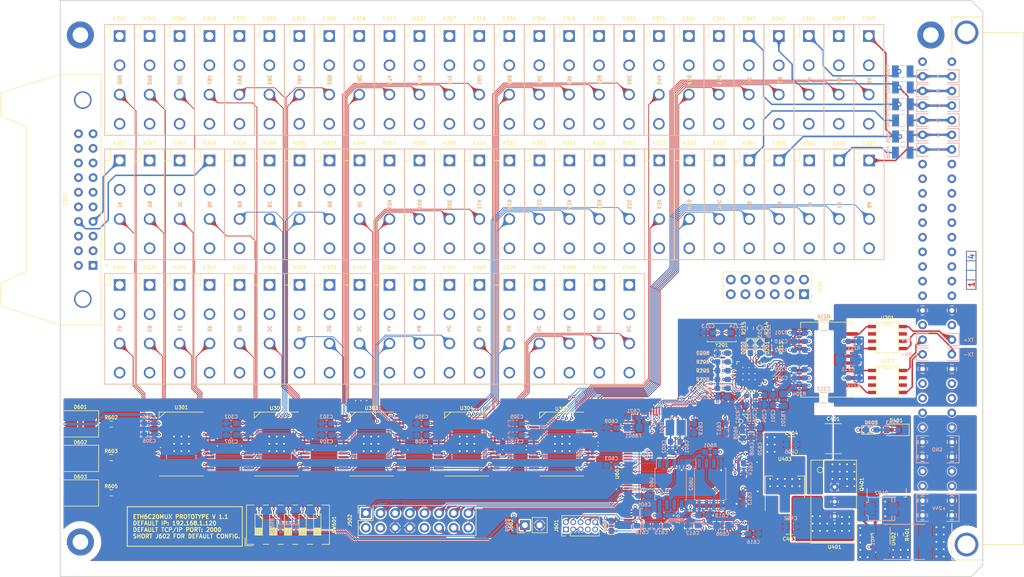
<source format=kicad_pcb>
(kicad_pcb (version 20171130) (host pcbnew 5.1.9)
  (layers (0 Top signal) (1 GND power) (2 Power power) (31 Bottom signal) (34 B.Paste user) (35 F.Paste user) (36 B.SilkS user) (37 F.SilkS user) (38 B.Mask user) (39 F.Mask user) (44 Edge.Cuts user))
  (net 0 "")
  (net 1 GND)
  (net 2 +3V3)
  (net 3 "Net-(C208-Pad1)")
  (net 4 Earth)
  (net 5 "Net-(C211-Pad1)")
  (net 6 /MCU/MCU_VDDA)
  (net 7 "Net-(C401-Pad1)")
  (net 8 +5V)
  (net 9 "Net-(D201-Pad2)")
  (net 10 "Net-(D201-Pad1)")
  (net 11 "Net-(D202-Pad2)")
  (net 12 "Net-(D202-Pad1)")
  (net 13 /Relays/RELAY1A)
  (net 14 /Relays/RELAY3A)
  (net 15 /Relays/RELAY6A)
  (net 16 /Relays/RELAY7A)
  (net 17 /Relays/RELAY8A)
  (net 18 /Relays/RELAY9A)
  (net 19 /Relays/RELAY10A)
  (net 20 /Relays/RELAY11A)
  (net 21 /Relays/RELAY12A)
  (net 22 /Relays/RELAY13A)
  (net 23 /Relays/RELAY14A)
  (net 24 /Relays/RELAY16A)
  (net 25 /Relays/RELAY1B)
  (net 26 /Relays/RELAY3B)
  (net 27 /Relays/RELAY6B)
  (net 28 /Relays/RELAY7B)
  (net 29 /Relays/RELAY8B)
  (net 30 /Relays/RELAY9B)
  (net 31 /Relays/RELAY10B)
  (net 32 /Relays/RELAY11B)
  (net 33 /Relays/RELAY12B)
  (net 34 /Relays/RELAY13B)
  (net 35 /Relays/RELAY14B)
  (net 36 /Relays/RELAY16B)
  (net 37 /Relays/RELAY1C)
  (net 38 /Relays/RELAY3C)
  (net 39 /Relays/RELAY6C)
  (net 40 /Relays/RELAY7C)
  (net 41 /Relays/RELAY8C)
  (net 42 /Relays/RELAY9C)
  (net 43 /Relays/RELAY10C)
  (net 44 /Relays/RELAY11C)
  (net 45 /Relays/RELAY12C)
  (net 46 /Relays/RELAY13C)
  (net 47 /Relays/RELAY16C)
  (net 48 /Relays/RELAYA)
  (net 49 /Relays/RELAYB)
  (net 50 /Relays/RELAYC)
  (net 51 /Relays/RELAYD)
  (net 52 /Relays/RELAYE)
  (net 53 /Relays/RELAYF)
  (net 54 +24V)
  (net 55 /MCU/MCU_TDI)
  (net 56 /MCU/MCU_TDO)
  (net 57 /MCU/MCU_TCK_SWCLK)
  (net 58 /MCU/MCU_TMS_SWDIO)
  (net 59 /MCU/MCU_DEFAULT)
  (net 60 /Relays/PIN1)
  (net 61 /Relays/PIN2)
  (net 62 /Relays/PIN3)
  (net 63 /Relays/PIN4)
  (net 64 /Relays/PIN5)
  (net 65 /Relays/PIN6)
  (net 66 /Relays/PIN7)
  (net 67 /Relays/PIN8)
  (net 68 /Relays/PIN9)
  (net 69 /Relays/PIN10)
  (net 70 /Relays/PIN11)
  (net 71 /Relays/PIN12)
  (net 72 /Relays/PIN13)
  (net 73 /Relays/PIN14)
  (net 74 /Relays/PIN15)
  (net 75 /Relays/PIN16)
  (net 76 /Connector/RX-)
  (net 77 /Connector/RX+)
  (net 78 /Connector/TX-)
  (net 79 /Connector/TX+)
  (net 80 /Connector/A)
  (net 81 /Connector/B)
  (net 82 /Connector/C)
  (net 83 /Connector/D)
  (net 84 /Connector/E)
  (net 85 /Connector/F)
  (net 86 /Relays/PIN10A)
  (net 87 /Relays/PIN10B)
  (net 88 /Relays/PIN10C)
  (net 89 /Ethernet/ETH_TXP)
  (net 90 /Ethernet/ETH_TXN)
  (net 91 /Ethernet/ETH_RXP)
  (net 92 /Ethernet/ETH_RXN)
  (net 93 "Net-(L201-Pad9)")
  (net 94 "Net-(L201-Pad10)")
  (net 95 "Net-(L201-Pad11)")
  (net 96 "Net-(L201-Pad14)")
  (net 97 "Net-(L201-Pad15)")
  (net 98 "Net-(L201-Pad16)")
  (net 99 /MCU/MCU_FLASH1_CS)
  (net 100 /MCU/MCU_FLASH2_CS)
  (net 101 "Net-(C605-Pad1)")
  (net 102 "Net-(D401-Pad2)")
  (net 103 "Net-(D402-Pad1)")
  (net 104 "Net-(D403-Pad2)")
  (net 105 /Connector/MODULE_DETECT1)
  (net 106 /Connector/RELAY2_~CS3)
  (net 107 /Connector/MODULE_DETECT0)
  (net 108 /Connector/RELAY2_~CS2)
  (net 109 /Connector/RELAY2_~CS1)
  (net 110 /Connector/RELAY2_~CS0)
  (net 111 /Connector/RELAY2_~RST)
  (net 112 /Connector/RELAY2_SI)
  (net 113 /Connector/RELAY2_SO)
  (net 114 /Connector/RELAY2_SCLK)
  (net 115 "Net-(Q401-Pad1)")
  (net 116 "Net-(R401-Pad2)")
  (net 117 /MCU/MCU_SPI3_MISO)
  (net 118 /MCU/RELAY1_SI)
  (net 119 /MCU/RELAY1_SO)
  (net 120 /MCU/RELAY1_~RST)
  (net 121 /MCU/RELAY1_~CS0)
  (net 122 /MCU/RELAY1_SCLK)
  (net 123 /MCU/RELAY1_~CS2)
  (net 124 /MCU/RELAY1_~CS1)
  (net 125 /MCU/RELAY1_~CS3)
  (net 126 /MCU/MCU_SPI3_SCLK)
  (net 127 /MCU/MCU_SPI3_MOSI)
  (net 128 "Net-(F501-Pad1)")
  (net 129 "Net-(F502-Pad1)")
  (net 130 "Net-(F503-Pad1)")
  (net 131 "Net-(F504-Pad1)")
  (net 132 "Net-(F505-Pad1)")
  (net 133 "Net-(F506-Pad1)")
  (net 134 VCCQ)
  (net 135 "Net-(C213-Pad1)")
  (net 136 "Net-(C214-Pad1)")
  (net 137 "Net-(C601-Pad1)")
  (net 138 "Net-(C602-Pad1)")
  (net 139 "Net-(C606-Pad1)")
  (net 140 /Ethernet/NRST)
  (net 141 /Ethernet/RMII_RXD0)
  (net 142 /Ethernet/MODE0)
  (net 143 /Ethernet/RMII_RXD1)
  (net 144 /Ethernet/MODE1)
  (net 145 "Net-(R207-Pad1)")
  (net 146 /Ethernet/RMII_CRS_DV)
  (net 147 /Ethernet/MODE2)
  (net 148 "Net-(R209-Pad2)")
  (net 149 /Ethernet/REF_CLK)
  (net 150 /Ethernet/REFCLK0)
  (net 151 /Ethernet/RMII_MDIO)
  (net 152 "Net-(R608-Pad1)")
  (net 153 /Ethernet/RMII_MDC)
  (net 154 /Relays/PIN20)
  (net 155 /Relays/PIN19)
  (net 156 /Relays/PIN18)
  (net 157 /Relays/PIN17)
  (net 158 /Connector/RELAY2_~CS4)
  (net 159 /Relays/RELAY17A)
  (net 160 /Relays/RELAY18A)
  (net 161 /Relays/RELAY19A)
  (net 162 /Relays/RELAY20A)
  (net 163 /Relays/RELAY17B)
  (net 164 /Relays/RELAY18B)
  (net 165 /Relays/RELAY19B)
  (net 166 /Relays/RELAY20B)
  (net 167 /Relays/RELAY17C)
  (net 168 /Relays/RELAY18C)
  (net 169 /Relays/RELAY19C)
  (net 170 /Relays/RELAY20C)
  (net 171 /MCU/RELAY1_~CS4)
  (net 172 /MCU/RMII_TX1)
  (net 173 /MCU/RMII_TX0)
  (net 174 /Ethernet/RMII_TXEN)
  (net 175 /Relays/RELAY2A)
  (net 176 /Relays/RELAY4A)
  (net 177 /Relays/RELAY5A)
  (net 178 /Relays/RELAY2B)
  (net 179 /Relays/RELAY4B)
  (net 180 /Relays/RELAY5B)
  (net 181 /Relays/RELAY2C)
  (net 182 /Relays/RELAY4C)
  (net 183 /Relays/RELAY5C)
  (net 184 /Relays/RELAYBA)
  (net 185 /Relays/RELAYEA)
  (net 186 /Relays/RELAYAB)
  (net 187 /Relays/RELAYFA)
  (net 188 /MCU/ETH_CODE2)
  (net 189 /MCU/ETH_CODE3)
  (net 190 /MCU/ETH_CODE4)
  (net 191 /MCU/ETH_CODE1)
  (net 192 /MCU/ETH_CODE0)
  (net 193 "Net-(D601-Pad1)")
  (net 194 "Net-(D602-Pad1)")
  (net 195 "Net-(D603-Pad1)")
  (net 196 "Net-(R602-Pad2)")
  (net 197 "Net-(R603-Pad2)")
  (net 198 "Net-(R605-Pad2)")
  (net 199 /Relays/RELAY15A)
  (net 200 /Relays/RELAY15B)
  (net 201 /Relays/RELAY14C)
  (net 202 /Relays/RELAY15C)
  (module ETH6C20MUX:HE360_x-5050462-8 (layer Top) (at 137.8785 53.8 270)
    (fp_text reference K336 (at -10.668 0 180) (layer F.SilkS) (effects (font (size 0.6 0.6) (thickness 0.12))))
    (fp_text value HE3621A0510)
    (pad 4 thru_hole circle (at 7.62 0 270) (size 2 2) (drill 1.4) (layers *.Cu *.Mask) (net 87 /Relays/PIN10B))
    (pad 3 thru_hole circle (at 2.54 0 270) (size 2 2) (drill 1.4) (layers *.Cu *.Mask) (net 36 /Relays/RELAY16B))
    (pad 2 thru_hole circle (at -2.54 0 270) (size 2 2) (drill 1.4) (layers *.Cu *.Mask) (net 8 +5V))
    (pad 1 thru_hole rect (at -7.62 0 270) (size 2 2) (drill 1.4) (layers *.Cu *.Mask) (net 75 /Relays/PIN16))
  )
  (module ETH6C20MUX:HE360_x-5050462-8 (layer Top) (at 80.7 75.4 270)
    (fp_text reference K347 (at -10.668 0 180) (layer F.SilkS) (effects (font (size 0.6 0.6) (thickness 0.12))))
    (fp_text value HE3621A0510)
    (pad 4 thru_hole circle (at 7.62 0 270) (size 2 2) (drill 1.4) (layers *.Cu *.Mask) (net 88 /Relays/PIN10C))
    (pad 3 thru_hole circle (at 2.54 0 270) (size 2 2) (drill 1.4) (layers *.Cu *.Mask) (net 40 /Relays/RELAY7C))
    (pad 2 thru_hole circle (at -2.54 0 270) (size 2 2) (drill 1.4) (layers *.Cu *.Mask) (net 8 +5V))
    (pad 1 thru_hole rect (at -7.62 0 270) (size 2 2) (drill 1.4) (layers *.Cu *.Mask) (net 66 /Relays/PIN7))
  )
  (module ETH6C20MUX:HE360_x-5050462-8 (layer Top) (at 143.0785 53.8 270)
    (fp_text reference K356 (at -10.668 0 180) (layer F.SilkS) (effects (font (size 0.6 0.6) (thickness 0.12))))
    (fp_text value HE3621A0510)
    (pad 4 thru_hole circle (at 7.62 0 270) (size 2 2) (drill 1.4) (layers *.Cu *.Mask) (net 88 /Relays/PIN10C))
    (pad 3 thru_hole circle (at 2.54 0 270) (size 2 2) (drill 1.4) (layers *.Cu *.Mask) (net 47 /Relays/RELAY16C))
    (pad 2 thru_hole circle (at -2.54 0 270) (size 2 2) (drill 1.4) (layers *.Cu *.Mask) (net 8 +5V))
    (pad 1 thru_hole rect (at -7.62 0 270) (size 2 2) (drill 1.4) (layers *.Cu *.Mask) (net 75 /Relays/PIN16))
  )
  (module ETH6C20MUX:HE360_x-5050462-8 (layer Top) (at 169.0355 53.8 270)
    (fp_text reference K334 (at -10.668 0 180) (layer F.SilkS) (effects (font (size 0.6 0.6) (thickness 0.12))))
    (fp_text value HE3621A0510)
    (pad 4 thru_hole circle (at 7.62 0 270) (size 2 2) (drill 1.4) (layers *.Cu *.Mask) (net 87 /Relays/PIN10B))
    (pad 3 thru_hole circle (at 2.54 0 270) (size 2 2) (drill 1.4) (layers *.Cu *.Mask) (net 35 /Relays/RELAY14B))
    (pad 2 thru_hole circle (at -2.54 0 270) (size 2 2) (drill 1.4) (layers *.Cu *.Mask) (net 8 +5V))
    (pad 1 thru_hole rect (at -7.62 0 270) (size 2 2) (drill 1.4) (layers *.Cu *.Mask) (net 73 /Relays/PIN14))
  )
  (module ETH6C20MUX:HSOP-32-1EP_7.5x11.0mm_P0.65mm_ThermalVias (layer Top) (at 130.5 117)
    (fp_text reference U304 (at 0 -6.212) (layer F.SilkS) (effects (font (size 0.6 0.6) (thickness 0.12))))
    (fp_text value MCZ33996)
    (pad 33 smd rect (at 0 0) (size 5 6) (layers Top F.Paste F.Mask) (net 1 GND) (thermal_gap 0.127))
    (pad 19 smd rect (at 4.85 3.575) (size 1.7 0.38) (layers Top F.Paste F.Mask) (net 118 /MCU/RELAY1_SI))
    (pad 29 smd rect (at 4.85 -2.925) (size 1.7 0.38) (layers Top F.Paste F.Mask) (net 47 /Relays/RELAY16C))
    (pad 32 smd rect (at 4.85 -4.875) (size 1.7 0.38) (layers Top F.Paste F.Mask) (net 200 /Relays/RELAY15B))
    (pad 22 smd rect (at 4.85 1.625) (size 1.7 0.38) (layers Top F.Paste F.Mask) (net 119 /MCU/RELAY1_SO))
    (pad 21 smd rect (at 4.85 2.275) (size 1.7 0.38) (layers Top F.Paste F.Mask) (net 39 /Relays/RELAY6C))
    (pad 17 smd rect (at 4.85 4.875) (size 1.7 0.38) (layers Top F.Paste F.Mask) (net 183 /Relays/RELAY5C))
    (pad 28 smd rect (at 4.85 -2.275) (size 1.7 0.38) (layers Top F.Paste F.Mask) (net 36 /Relays/RELAY16B))
    (pad 30 smd rect (at 4.85 -3.575) (size 1.7 0.38) (layers Top F.Paste F.Mask))
    (pad 18 smd rect (at 4.85 4.225) (size 1.7 0.38) (layers Top F.Paste F.Mask) (net 15 /Relays/RELAY6A))
    (pad 20 smd rect (at 4.85 2.925) (size 1.7 0.38) (layers Top F.Paste F.Mask) (net 27 /Relays/RELAY6B))
    (pad 26 smd rect (at 4.85 -0.975) (size 1.7 0.38) (layers Top F.Paste F.Mask) (net 1 GND))
    (pad 24 smd rect (at 4.85 0.325) (size 1.7 0.38) (layers Top F.Paste F.Mask) (net 1 GND))
    (pad 27 smd rect (at 4.85 -1.625) (size 1.7 0.38) (layers Top F.Paste F.Mask) (net 120 /MCU/RELAY1_~RST))
    (pad 25 smd rect (at 4.85 -0.325) (size 1.7 0.38) (layers Top F.Paste F.Mask) (net 1 GND))
    (pad 31 smd rect (at 4.85 -4.225) (size 1.7 0.38) (layers Top F.Paste F.Mask) (net 199 /Relays/RELAY15A))
    (pad 23 smd rect (at 4.85 0.975) (size 1.7 0.38) (layers Top F.Paste F.Mask) (net 1 GND))
    (pad 16 smd rect (at -4.85 4.875) (size 1.7 0.38) (layers Top F.Paste F.Mask) (net 202 /Relays/RELAY15C))
    (pad 15 smd rect (at -4.85 4.225) (size 1.7 0.38) (layers Top F.Paste F.Mask) (net 32 /Relays/RELAY11B))
    (pad 14 smd rect (at -4.85 3.575) (size 1.7 0.38) (layers Top F.Paste F.Mask) (net 125 /MCU/RELAY1_~CS3))
    (pad 13 smd rect (at -4.85 2.925) (size 1.7 0.38) (layers Top F.Paste F.Mask) (net 44 /Relays/RELAY11C))
    (pad 12 smd rect (at -4.85 2.275) (size 1.7 0.38) (layers Top F.Paste F.Mask) (net 21 /Relays/RELAY12A))
    (pad 11 smd rect (at -4.85 1.625) (size 1.7 0.38) (layers Top F.Paste F.Mask) (net 122 /MCU/RELAY1_SCLK))
    (pad 10 smd rect (at -4.85 0.975) (size 1.7 0.38) (layers Top F.Paste F.Mask) (net 1 GND))
    (pad 9 smd rect (at -4.85 0.325) (size 1.7 0.38) (layers Top F.Paste F.Mask) (net 1 GND))
    (pad 8 smd rect (at -4.85 -0.325) (size 1.7 0.38) (layers Top F.Paste F.Mask) (net 1 GND))
    (pad 7 smd rect (at -4.85 -0.975) (size 1.7 0.38) (layers Top F.Paste F.Mask) (net 1 GND))
    (pad 6 smd rect (at -4.85 -1.625) (size 1.7 0.38) (layers Top F.Paste F.Mask) (net 8 +5V))
    (pad 5 smd rect (at -4.85 -2.275) (size 1.7 0.38) (layers Top F.Paste F.Mask) (net 33 /Relays/RELAY12B))
    (pad 4 smd rect (at -4.85 -2.925) (size 1.7 0.38) (layers Top F.Paste F.Mask) (net 45 /Relays/RELAY12C))
    (pad 3 smd rect (at -4.85 -3.575) (size 1.7 0.38) (layers Top F.Paste F.Mask) (net 2 +3V3))
    (pad 2 smd rect (at -4.85 -4.225) (size 1.7 0.38) (layers Top F.Paste F.Mask) (net 180 /Relays/RELAY5B))
    (pad 1 smd rect (at -4.85 -4.875) (size 1.7 0.38) (layers Top F.Paste F.Mask) (net 177 /Relays/RELAY5A))
  )
  (module ETH6C20MUX:HSOP-32-1EP_7.5x11.0mm_P0.65mm_ThermalVias (layer Top) (at 147 117)
    (fp_text reference U305 (at 0 -6.096) (layer F.SilkS) (effects (font (size 0.6 0.6) (thickness 0.12))))
    (fp_text value MCZ33996)
    (pad 33 smd rect (at 0 0) (size 5 6) (layers Top F.Paste F.Mask) (net 1 GND) (thermal_gap 0.127))
    (pad 19 smd rect (at 4.85 3.575) (size 1.7 0.38) (layers Top F.Paste F.Mask) (net 118 /MCU/RELAY1_SI))
    (pad 29 smd rect (at 4.85 -2.925) (size 1.7 0.38) (layers Top F.Paste F.Mask) (net 35 /Relays/RELAY14B))
    (pad 32 smd rect (at 4.85 -4.875) (size 1.7 0.38) (layers Top F.Paste F.Mask) (net 50 /Relays/RELAYC))
    (pad 22 smd rect (at 4.85 1.625) (size 1.7 0.38) (layers Top F.Paste F.Mask) (net 119 /MCU/RELAY1_SO))
    (pad 21 smd rect (at 4.85 2.275) (size 1.7 0.38) (layers Top F.Paste F.Mask) (net 48 /Relays/RELAYA))
    (pad 17 smd rect (at 4.85 4.875) (size 1.7 0.38) (layers Top F.Paste F.Mask) (net 22 /Relays/RELAY13A))
    (pad 28 smd rect (at 4.85 -2.275) (size 1.7 0.38) (layers Top F.Paste F.Mask) (net 49 /Relays/RELAYB))
    (pad 30 smd rect (at 4.85 -3.575) (size 1.7 0.38) (layers Top F.Paste F.Mask))
    (pad 18 smd rect (at 4.85 4.225) (size 1.7 0.38) (layers Top F.Paste F.Mask) (net 185 /Relays/RELAYEA))
    (pad 20 smd rect (at 4.85 2.925) (size 1.7 0.38) (layers Top F.Paste F.Mask) (net 186 /Relays/RELAYAB))
    (pad 26 smd rect (at 4.85 -0.975) (size 1.7 0.38) (layers Top F.Paste F.Mask) (net 1 GND))
    (pad 24 smd rect (at 4.85 0.325) (size 1.7 0.38) (layers Top F.Paste F.Mask) (net 1 GND))
    (pad 27 smd rect (at 4.85 -1.625) (size 1.7 0.38) (layers Top F.Paste F.Mask) (net 120 /MCU/RELAY1_~RST))
    (pad 25 smd rect (at 4.85 -0.325) (size 1.7 0.38) (layers Top F.Paste F.Mask) (net 1 GND))
    (pad 31 smd rect (at 4.85 -4.225) (size 1.7 0.38) (layers Top F.Paste F.Mask) (net 201 /Relays/RELAY14C))
    (pad 23 smd rect (at 4.85 0.975) (size 1.7 0.38) (layers Top F.Paste F.Mask) (net 1 GND))
    (pad 16 smd rect (at -4.85 4.875) (size 1.7 0.38) (layers Top F.Paste F.Mask) (net 23 /Relays/RELAY14A))
    (pad 15 smd rect (at -4.85 4.225) (size 1.7 0.38) (layers Top F.Paste F.Mask) (net 34 /Relays/RELAY13B))
    (pad 14 smd rect (at -4.85 3.575) (size 1.7 0.38) (layers Top F.Paste F.Mask) (net 171 /MCU/RELAY1_~CS4))
    (pad 13 smd rect (at -4.85 2.925) (size 1.7 0.38) (layers Top F.Paste F.Mask) (net 46 /Relays/RELAY13C))
    (pad 12 smd rect (at -4.85 2.275) (size 1.7 0.38) (layers Top F.Paste F.Mask) (net 51 /Relays/RELAYD))
    (pad 11 smd rect (at -4.85 1.625) (size 1.7 0.38) (layers Top F.Paste F.Mask) (net 122 /MCU/RELAY1_SCLK))
    (pad 10 smd rect (at -4.85 0.975) (size 1.7 0.38) (layers Top F.Paste F.Mask) (net 1 GND))
    (pad 9 smd rect (at -4.85 0.325) (size 1.7 0.38) (layers Top F.Paste F.Mask) (net 1 GND))
    (pad 8 smd rect (at -4.85 -0.325) (size 1.7 0.38) (layers Top F.Paste F.Mask) (net 1 GND))
    (pad 7 smd rect (at -4.85 -0.975) (size 1.7 0.38) (layers Top F.Paste F.Mask) (net 1 GND))
    (pad 6 smd rect (at -4.85 -1.625) (size 1.7 0.38) (layers Top F.Paste F.Mask) (net 8 +5V))
    (pad 5 smd rect (at -4.85 -2.275) (size 1.7 0.38) (layers Top F.Paste F.Mask) (net 52 /Relays/RELAYE))
    (pad 4 smd rect (at -4.85 -2.925) (size 1.7 0.38) (layers Top F.Paste F.Mask) (net 53 /Relays/RELAYF))
    (pad 3 smd rect (at -4.85 -3.575) (size 1.7 0.38) (layers Top F.Paste F.Mask) (net 2 +3V3))
    (pad 2 smd rect (at -4.85 -4.225) (size 1.7 0.38) (layers Top F.Paste F.Mask) (net 187 /Relays/RELAYFA))
    (pad 1 smd rect (at -4.85 -4.875) (size 1.7 0.38) (layers Top F.Paste F.Mask) (net 184 /Relays/RELAYBA))
  )
  (module Connector_PinSocket_2.54mm:PinSocket_2x06_P2.54mm_Vertical (layer Top) (at 189 91 270)
    (fp_text reference J501 (at -1.27 -2.77 90) (layer F.SilkS) (effects (font (size 0.6 0.6) (thickness 0.12))))
    (fp_text value Conn_02x06_Odd_Even)
    (pad 12 thru_hole oval (at -2.54 12.7 270) (size 1.7 1.7) (drill 1) (layers *.Cu *.Mask) (net 83 /Connector/D))
    (pad 11 thru_hole oval (at 0 12.7 270) (size 1.7 1.7) (drill 1) (layers *.Cu *.Mask) (net 83 /Connector/D))
    (pad 10 thru_hole oval (at -2.54 10.16 270) (size 1.7 1.7) (drill 1) (layers *.Cu *.Mask) (net 84 /Connector/E))
    (pad 9 thru_hole oval (at 0 10.16 270) (size 1.7 1.7) (drill 1) (layers *.Cu *.Mask) (net 84 /Connector/E))
    (pad 8 thru_hole oval (at -2.54 7.62 270) (size 1.7 1.7) (drill 1) (layers *.Cu *.Mask) (net 85 /Connector/F))
    (pad 7 thru_hole oval (at 0 7.62 270) (size 1.7 1.7) (drill 1) (layers *.Cu *.Mask) (net 85 /Connector/F))
    (pad 6 thru_hole oval (at -2.54 5.08 270) (size 1.7 1.7) (drill 1) (layers *.Cu *.Mask) (net 82 /Connector/C))
    (pad 5 thru_hole oval (at 0 5.08 270) (size 1.7 1.7) (drill 1) (layers *.Cu *.Mask) (net 82 /Connector/C))
    (pad 4 thru_hole oval (at -2.54 2.54 270) (size 1.7 1.7) (drill 1) (layers *.Cu *.Mask) (net 81 /Connector/B))
    (pad 3 thru_hole oval (at 0 2.54 270) (size 1.7 1.7) (drill 1) (layers *.Cu *.Mask) (net 81 /Connector/B))
    (pad 2 thru_hole oval (at -2.54 0 270) (size 1.7 1.7) (drill 1) (layers *.Cu *.Mask) (net 80 /Connector/A))
    (pad 1 thru_hole rect (at 0 0 270) (size 1.7 1.7) (drill 1) (layers *.Cu *.Mask) (net 80 /Connector/A))
  )
  (module Resistor_SMD:R_1206_3216Metric_Pad1.30x1.75mm_HandSolder (layer Bottom) (at 192.405 96.393 180)
    (fp_text reference R216 (at 0 1.524) (layer B.SilkS) (effects (font (size 0.6 0.6) (thickness 0.12)) (justify mirror)))
    (fp_text value 1M/1kV)
    (pad 2 smd roundrect (at 1.55 0 180) (size 1.3 1.75) (layers Bottom B.Paste B.Mask) (roundrect_rratio 0.192) (net 1 GND))
    (pad 1 smd roundrect (at -1.55 0 180) (size 1.3 1.75) (layers Bottom B.Paste B.Mask) (roundrect_rratio 0.192) (net 4 Earth))
  )
  (module LED_SMD:LED_Dialight_591 (layer Top) (at 63.5 125.5 180)
    (fp_text reference D603 (at 0 2.794 180) (layer F.SilkS) (effects (font (size 0.6 0.6) (thickness 0.12))))
    (fp_text value BLUE)
    (pad 1 smd rect (at -1.6 0 180) (size 2.01 2.39) (layers Top F.Paste F.Mask) (net 195 "Net-(D603-Pad1)"))
    (pad 2 smd rect (at 1.6 0 180) (size 2.01 2.39) (layers Top F.Paste F.Mask) (net 2 +3V3))
  )
  (module LED_SMD:LED_Dialight_591 (layer Top) (at 63.5 119.5 180)
    (fp_text reference D602 (at 0 2.794 180) (layer F.SilkS) (effects (font (size 0.6 0.6) (thickness 0.12))))
    (fp_text value GREEN)
    (pad 1 smd rect (at -1.6 0 180) (size 2.01 2.39) (layers Top F.Paste F.Mask) (net 194 "Net-(D602-Pad1)"))
    (pad 2 smd rect (at 1.6 0 180) (size 2.01 2.39) (layers Top F.Paste F.Mask) (net 2 +3V3))
  )
  (module LED_SMD:LED_Dialight_591 (layer Top) (at 63.5 113.5 180)
    (fp_text reference D601 (at 0 2.921 180) (layer F.SilkS) (effects (font (size 0.6 0.6) (thickness 0.12))))
    (fp_text value RED)
    (pad 1 smd rect (at -1.6 0 180) (size 2.01 2.39) (layers Top F.Paste F.Mask) (net 193 "Net-(D601-Pad1)"))
    (pad 2 smd rect (at 1.6 0 180) (size 2.01 2.39) (layers Top F.Paste F.Mask) (net 2 +3V3))
  )
  (module Resistor_SMD:R_0603_1608Metric_Pad0.98x0.95mm_HandSolder (layer Bottom) (at 138.684 131.05 270)
    (fp_text reference R609 (at 0 1.143 90) (layer B.SilkS) (effects (font (size 0.6 0.6) (thickness 0.12)) (justify mirror)))
    (fp_text value 10k)
    (pad 2 smd roundrect (at 0.9125 0 270) (size 0.975 0.95) (layers Bottom B.Paste B.Mask) (net 59 /MCU/MCU_DEFAULT))
    (pad 1 smd roundrect (at -0.9125 0 270) (size 0.975 0.95) (layers Bottom B.Paste B.Mask) (net 2 +3V3))
  )
  (module Resistor_SMD:R_0603_1608Metric_Pad0.98x0.95mm_HandSolder (layer Bottom) (at 178.308 115.076 90)
    (fp_text reference R608 (at 0.014 -1.143 90) (layer B.SilkS) (effects (font (size 0.6 0.6) (thickness 0.12)) (justify mirror)))
    (fp_text value 10k)
    (pad 2 smd roundrect (at 0.9125 0 90) (size 0.975 0.95) (layers Bottom B.Paste B.Mask) (net 1 GND))
    (pad 1 smd roundrect (at -0.9125 0 90) (size 0.975 0.95) (layers Bottom B.Paste B.Mask) (net 152 "Net-(R608-Pad1)"))
  )
  (module Resistor_SMD:R_0603_1608Metric_Pad0.98x0.95mm_HandSolder (layer Top) (at 68.834 125.476)
    (fp_text reference R605 (at 0 -1.143) (layer F.SilkS) (effects (font (size 0.6 0.6) (thickness 0.12))))
    (fp_text value 680)
    (pad 2 smd roundrect (at 0.9125 0) (size 0.975 0.95) (layers Top F.Paste F.Mask) (net 198 "Net-(R605-Pad2)"))
    (pad 1 smd roundrect (at -0.9125 0) (size 0.975 0.95) (layers Top F.Paste F.Mask) (net 195 "Net-(D603-Pad1)"))
  )
  (module Resistor_SMD:R_0603_1608Metric_Pad0.98x0.95mm_HandSolder (layer Bottom) (at 155.575 131.205 270)
    (fp_text reference R604 (at 0.24 1.143 90) (layer B.SilkS) (effects (font (size 0.6 0.6) (thickness 0.12)) (justify mirror)))
    (fp_text value 10k)
    (pad 2 smd roundrect (at 0.9125 0 270) (size 0.975 0.95) (layers Bottom B.Paste B.Mask) (net 140 /Ethernet/NRST))
    (pad 1 smd roundrect (at -0.9125 0 270) (size 0.975 0.95) (layers Bottom B.Paste B.Mask) (net 2 +3V3))
  )
  (module Resistor_SMD:R_0603_1608Metric_Pad0.98x0.95mm_HandSolder (layer Top) (at 68.834 119.38)
    (fp_text reference R603 (at 0 -1.143) (layer F.SilkS) (effects (font (size 0.6 0.6) (thickness 0.12))))
    (fp_text value 680)
    (pad 2 smd roundrect (at 0.9125 0) (size 0.975 0.95) (layers Top F.Paste F.Mask) (net 197 "Net-(R603-Pad2)"))
    (pad 1 smd roundrect (at -0.9125 0) (size 0.975 0.95) (layers Top F.Paste F.Mask) (net 194 "Net-(D602-Pad1)"))
  )
  (module Resistor_SMD:R_0603_1608Metric_Pad0.98x0.95mm_HandSolder (layer Top) (at 68.834 113.538)
    (fp_text reference R602 (at 0 -1.143) (layer F.SilkS) (effects (font (size 0.6 0.6) (thickness 0.12))))
    (fp_text value 680)
    (pad 2 smd roundrect (at 0.9125 0) (size 0.975 0.95) (layers Top F.Paste F.Mask) (net 196 "Net-(R602-Pad2)"))
    (pad 1 smd roundrect (at -0.9125 0) (size 0.975 0.95) (layers Top F.Paste F.Mask) (net 193 "Net-(D601-Pad1)"))
  )
  (module Resistor_SMD:R_0603_1608Metric_Pad0.98x0.95mm_HandSolder (layer Bottom) (at 172.72 118.364 180)
    (fp_text reference R601 (at 0 1.143) (layer B.SilkS) (effects (font (size 0.6 0.6) (thickness 0.12)) (justify mirror)))
    (fp_text value 10k)
    (pad 2 smd roundrect (at 0.9125 0 180) (size 0.975 0.95) (layers Bottom B.Paste B.Mask) (net 117 /MCU/MCU_SPI3_MISO))
    (pad 1 smd roundrect (at -0.9125 0 180) (size 0.975 0.95) (layers Bottom B.Paste B.Mask) (net 2 +3V3))
  )
  (module Resistor_SMD:R_0603_1608Metric_Pad0.98x0.95mm_HandSolder (layer Bottom) (at 204.343 114.554 180)
    (fp_text reference R403 (at 0 1.27) (layer B.SilkS) (effects (font (size 0.6 0.6) (thickness 0.12)) (justify mirror)))
    (fp_text value 370)
    (pad 2 smd roundrect (at 0.9125 0 180) (size 0.975 0.95) (layers Bottom B.Paste B.Mask) (net 104 "Net-(D403-Pad2)"))
    (pad 1 smd roundrect (at -0.9125 0 180) (size 0.975 0.95) (layers Bottom B.Paste B.Mask) (net 102 "Net-(D401-Pad2)"))
  )
  (module Resistor_SMD:R_0603_1608Metric_Pad0.98x0.95mm_HandSolder (layer Bottom) (at 200.66 114.554)
    (fp_text reference R402 (at 0 -1.27) (layer B.SilkS) (effects (font (size 0.6 0.6) (thickness 0.12)) (justify mirror)))
    (fp_text value 6k8/0.5W)
    (pad 2 smd roundrect (at 0.9125 0) (size 0.975 0.95) (layers Bottom B.Paste B.Mask) (net 104 "Net-(D403-Pad2)"))
    (pad 1 smd roundrect (at -0.9125 0) (size 0.975 0.95) (layers Bottom B.Paste B.Mask) (net 7 "Net-(C401-Pad1)"))
  )
  (module Resistor_SMD:R_0603_1608Metric_Pad0.98x0.95mm_HandSolder (layer Top) (at 205.74 132.701 270)
    (fp_text reference R401 (at 0 -1.143 90) (layer F.SilkS) (effects (font (size 0.6 0.6) (thickness 0.12))))
    (fp_text value 100k)
    (pad 2 smd roundrect (at 0.9125 0 270) (size 0.975 0.95) (layers Top F.Paste F.Mask) (net 116 "Net-(R401-Pad2)"))
    (pad 1 smd roundrect (at -0.9125 0 270) (size 0.975 0.95) (layers Top F.Paste F.Mask) (net 103 "Net-(D402-Pad1)"))
  )
  (module Resistor_SMD:R_0603_1608Metric_Pad0.98x0.95mm_HandSolder (layer Bottom) (at 179.07 109.361 90)
    (fp_text reference R221 (at -2.78 0.381 90) (layer B.SilkS) (effects (font (size 0.6 0.6) (thickness 0.12)) (justify mirror)))
    (fp_text value 1k5)
    (pad 2 smd roundrect (at 0.9125 0 90) (size 0.975 0.95) (layers Bottom B.Paste B.Mask) (net 151 /Ethernet/RMII_MDIO))
    (pad 1 smd roundrect (at -0.9125 0 90) (size 0.975 0.95) (layers Bottom B.Paste B.Mask) (net 2 +3V3))
  )
  (module Resistor_SMD:R_0603_1608Metric_Pad0.98x0.95mm_HandSolder (layer Bottom) (at 174.893 107.315)
    (fp_text reference R220 (at -3.443 0) (layer B.SilkS) (effects (font (size 0.6 0.6) (thickness 0.12)) (justify mirror)))
    (fp_text value 10k)
    (pad 2 smd roundrect (at 0.9125 0) (size 0.975 0.95) (layers Bottom B.Paste B.Mask) (net 150 /Ethernet/REFCLK0))
    (pad 1 smd roundrect (at -0.9125 0) (size 0.975 0.95) (layers Bottom B.Paste B.Mask) (net 2 +3V3))
  )
  (module Resistor_SMD:R_0603_1608Metric_Pad0.98x0.95mm_HandSolder (layer Bottom) (at 174.893 105.791)
    (fp_text reference R219 (at -3.443 0) (layer B.SilkS) (effects (font (size 0.6 0.6) (thickness 0.12)) (justify mirror)))
    (fp_text value 10k)
    (pad 2 smd roundrect (at 0.9125 0) (size 0.975 0.95) (layers Bottom B.Paste B.Mask) (net 147 /Ethernet/MODE2))
    (pad 1 smd roundrect (at -0.9125 0) (size 0.975 0.95) (layers Bottom B.Paste B.Mask) (net 2 +3V3))
  )
  (module Resistor_SMD:R_0603_1608Metric_Pad0.98x0.95mm_HandSolder (layer Bottom) (at 174.893 102.743)
    (fp_text reference R218 (at -3.443 0) (layer B.SilkS) (effects (font (size 0.6 0.6) (thickness 0.12)) (justify mirror)))
    (fp_text value 10k)
    (pad 2 smd roundrect (at 0.9125 0) (size 0.975 0.95) (layers Bottom B.Paste B.Mask) (net 144 /Ethernet/MODE1))
    (pad 1 smd roundrect (at -0.9125 0) (size 0.975 0.95) (layers Bottom B.Paste B.Mask) (net 2 +3V3))
  )
  (module Resistor_SMD:R_0603_1608Metric_Pad0.98x0.95mm_HandSolder (layer Bottom) (at 174.893 104.267)
    (fp_text reference R217 (at -3.443 0) (layer B.SilkS) (effects (font (size 0.6 0.6) (thickness 0.12)) (justify mirror)))
    (fp_text value 10k)
    (pad 2 smd roundrect (at 0.9125 0) (size 0.975 0.95) (layers Bottom B.Paste B.Mask) (net 142 /Ethernet/MODE0))
    (pad 1 smd roundrect (at -0.9125 0) (size 0.975 0.95) (layers Bottom B.Paste B.Mask) (net 2 +3V3))
  )
  (module Resistor_SMD:R_0603_1608Metric_Pad0.98x0.95mm_HandSolder (layer Top) (at 179.705 96.915 90)
    (fp_text reference R215 (at 0.014 -1.143 90) (layer F.SilkS) (effects (font (size 0.6 0.6) (thickness 0.12))))
    (fp_text value 270)
    (pad 2 smd roundrect (at 0.9125 0 90) (size 0.975 0.95) (layers Top F.Paste F.Mask) (net 1 GND))
    (pad 1 smd roundrect (at -0.9125 0 90) (size 0.975 0.95) (layers Top F.Paste F.Mask) (net 12 "Net-(D202-Pad1)"))
  )
  (module Resistor_SMD:R_0603_1608Metric_Pad0.98x0.95mm_HandSolder (layer Top) (at 181.356 96.915 90)
    (fp_text reference R214 (at 0 1.143 90) (layer F.SilkS) (effects (font (size 0.6 0.6) (thickness 0.12))))
    (fp_text value 270)
    (pad 2 smd roundrect (at 0.9125 0 90) (size 0.975 0.95) (layers Top F.Paste F.Mask) (net 1 GND))
    (pad 1 smd roundrect (at -0.9125 0 90) (size 0.975 0.95) (layers Top F.Paste F.Mask) (net 10 "Net-(D201-Pad1)"))
  )
  (module Resistor_SMD:R_0603_1608Metric_Pad0.98x0.95mm_HandSolder (layer Top) (at 183.896 100.344 90)
    (fp_text reference R213 (at 0.014 1.143 90) (layer F.SilkS) (effects (font (size 0.6 0.6) (thickness 0.12))))
    (fp_text value 10k)
    (pad 2 smd roundrect (at 0.9125 0 90) (size 0.975 0.95) (layers Top F.Paste F.Mask) (net 1 GND))
    (pad 1 smd roundrect (at -0.9125 0 90) (size 0.975 0.95) (layers Top F.Paste F.Mask) (net 9 "Net-(D201-Pad2)"))
  )
  (module Resistor_SMD:R_0603_1608Metric_Pad0.98x0.95mm_HandSolder (layer Top) (at 174.893 107.315 180)
    (fp_text reference R212 (at 3.443 0) (layer F.SilkS) (effects (font (size 0.6 0.6) (thickness 0.12))))
    (fp_text value 33)
    (pad 2 smd roundrect (at 0.9125 0 180) (size 0.975 0.95) (layers Top F.Paste F.Mask) (net 149 /Ethernet/REF_CLK))
    (pad 1 smd roundrect (at -0.9125 0 180) (size 0.975 0.95) (layers Top F.Paste F.Mask) (net 150 /Ethernet/REFCLK0))
  )
  (module Resistor_SMD:R_0603_1608Metric_Pad0.98x0.95mm_HandSolder (layer Bottom) (at 197.598 99.187)
    (fp_text reference R211 (at 0.014 1.143) (layer B.SilkS) (effects (font (size 0.6 0.6) (thickness 0.12)) (justify mirror)))
    (fp_text value 75/1%)
    (pad 2 smd roundrect (at 0.9125 0) (size 0.975 0.95) (layers Bottom B.Paste B.Mask) (net 5 "Net-(C211-Pad1)"))
    (pad 1 smd roundrect (at -0.9125 0) (size 0.975 0.95) (layers Bottom B.Paste B.Mask) (net 97 "Net-(L201-Pad15)"))
  )
  (module Resistor_SMD:R_0603_1608Metric_Pad0.98x0.95mm_HandSolder (layer Bottom) (at 197.626 105.537)
    (fp_text reference R210 (at -0.014 1.143) (layer B.SilkS) (effects (font (size 0.6 0.6) (thickness 0.12)) (justify mirror)))
    (fp_text value 75/1%)
    (pad 2 smd roundrect (at 0.9125 0) (size 0.975 0.95) (layers Bottom B.Paste B.Mask) (net 5 "Net-(C211-Pad1)"))
    (pad 1 smd roundrect (at -0.9125 0) (size 0.975 0.95) (layers Bottom B.Paste B.Mask) (net 94 "Net-(L201-Pad10)"))
  )
  (module Resistor_SMD:R_0603_1608Metric_Pad0.98x0.95mm_HandSolder (layer Bottom) (at 179.705 100.33 270)
    (fp_text reference R209 (at 0 1.143 90) (layer B.SilkS) (effects (font (size 0.6 0.6) (thickness 0.12)) (justify mirror)))
    (fp_text value 12k1)
    (pad 2 smd roundrect (at 0.9125 0 270) (size 0.975 0.95) (layers Bottom B.Paste B.Mask) (net 148 "Net-(R209-Pad2)"))
    (pad 1 smd roundrect (at -0.9125 0 270) (size 0.975 0.95) (layers Bottom B.Paste B.Mask) (net 1 GND))
  )
  (module Resistor_SMD:R_0603_1608Metric_Pad0.98x0.95mm_HandSolder (layer Top) (at 174.893 105.791 180)
    (fp_text reference R208 (at 3.443 0) (layer F.SilkS) (effects (font (size 0.6 0.6) (thickness 0.12))))
    (fp_text value 33)
    (pad 2 smd roundrect (at 0.9125 0 180) (size 0.975 0.95) (layers Top F.Paste F.Mask) (net 146 /Ethernet/RMII_CRS_DV))
    (pad 1 smd roundrect (at -0.9125 0 180) (size 0.975 0.95) (layers Top F.Paste F.Mask) (net 147 /Ethernet/MODE2))
  )
  (module Resistor_SMD:R_0603_1608Metric_Pad0.98x0.95mm_HandSolder (layer Bottom) (at 177.546 109.333 270)
    (fp_text reference R207 (at 2.935 0 90) (layer B.SilkS) (effects (font (size 0.6 0.6) (thickness 0.12)) (justify mirror)))
    (fp_text value 10k)
    (pad 2 smd roundrect (at 0.9125 0 270) (size 0.975 0.95) (layers Bottom B.Paste B.Mask) (net 1 GND))
    (pad 1 smd roundrect (at -0.9125 0 270) (size 0.975 0.95) (layers Bottom B.Paste B.Mask) (net 145 "Net-(R207-Pad1)"))
  )
  (module Resistor_SMD:R_0603_1608Metric_Pad0.98x0.95mm_HandSolder (layer Top) (at 174.893 102.743 180)
    (fp_text reference R206 (at 3.443 0) (layer F.SilkS) (effects (font (size 0.6 0.6) (thickness 0.12))))
    (fp_text value 33)
    (pad 2 smd roundrect (at 0.9125 0 180) (size 0.975 0.95) (layers Top F.Paste F.Mask) (net 143 /Ethernet/RMII_RXD1))
    (pad 1 smd roundrect (at -0.9125 0 180) (size 0.975 0.95) (layers Top F.Paste F.Mask) (net 144 /Ethernet/MODE1))
  )
  (module Resistor_SMD:R_0603_1608Metric_Pad0.98x0.95mm_HandSolder (layer Top) (at 174.893 104.267 180)
    (fp_text reference R205 (at 3.443 0) (layer F.SilkS) (effects (font (size 0.6 0.6) (thickness 0.12))))
    (fp_text value 33)
    (pad 2 smd roundrect (at 0.9125 0 180) (size 0.975 0.95) (layers Top F.Paste F.Mask) (net 141 /Ethernet/RMII_RXD0))
    (pad 1 smd roundrect (at -0.9125 0 180) (size 0.975 0.95) (layers Top F.Paste F.Mask) (net 142 /Ethernet/MODE0))
  )
  (module Resistor_SMD:R_0603_1608Metric_Pad0.98x0.95mm_HandSolder (layer Bottom) (at 188.228 107.061)
    (fp_text reference R204 (at -0.014 1.27) (layer B.SilkS) (effects (font (size 0.6 0.6) (thickness 0.12)) (justify mirror)))
    (fp_text value 49R9)
    (pad 2 smd roundrect (at 0.9125 0) (size 0.975 0.95) (layers Bottom B.Paste B.Mask) (net 92 /Ethernet/ETH_RXN))
    (pad 1 smd roundrect (at -0.9125 0) (size 0.975 0.95) (layers Bottom B.Paste B.Mask) (net 134 VCCQ))
  )
  (module Resistor_SMD:R_0603_1608Metric_Pad0.98x0.95mm_HandSolder (layer Bottom) (at 188.228 104.013)
    (fp_text reference R203 (at -3.189 0) (layer B.SilkS) (effects (font (size 0.6 0.6) (thickness 0.12)) (justify mirror)))
    (fp_text value 49R9)
    (pad 2 smd roundrect (at 0.9125 0) (size 0.975 0.95) (layers Bottom B.Paste B.Mask) (net 91 /Ethernet/ETH_RXP))
    (pad 1 smd roundrect (at -0.9125 0) (size 0.975 0.95) (layers Bottom B.Paste B.Mask) (net 134 VCCQ))
  )
  (module Resistor_SMD:R_0603_1608Metric_Pad0.98x0.95mm_HandSolder (layer Bottom) (at 188.228 100.711)
    (fp_text reference R202 (at -3.189 0) (layer B.SilkS) (effects (font (size 0.6 0.6) (thickness 0.12)) (justify mirror)))
    (fp_text value 49R9)
    (pad 2 smd roundrect (at 0.9125 0) (size 0.975 0.95) (layers Bottom B.Paste B.Mask) (net 90 /Ethernet/ETH_TXN))
    (pad 1 smd roundrect (at -0.9125 0) (size 0.975 0.95) (layers Bottom B.Paste B.Mask) (net 134 VCCQ))
  )
  (module Resistor_SMD:R_0603_1608Metric_Pad0.98x0.95mm_HandSolder (layer Bottom) (at 188.228 97.663)
    (fp_text reference R201 (at -3.189 0) (layer B.SilkS) (effects (font (size 0.6 0.6) (thickness 0.12)) (justify mirror)))
    (fp_text value 49R9)
    (pad 2 smd roundrect (at 0.9125 0) (size 0.975 0.95) (layers Bottom B.Paste B.Mask) (net 89 /Ethernet/ETH_TXP))
    (pad 1 smd roundrect (at -0.9125 0) (size 0.975 0.95) (layers Bottom B.Paste B.Mask) (net 134 VCCQ))
  )
  (module Capacitor_SMD:C_0603_1608Metric_Pad1.08x0.95mm_HandSolder (layer Bottom) (at 159.399 112.395 180)
    (fp_text reference C621 (at 0 1.143) (layer B.SilkS) (effects (font (size 0.6 0.6) (thickness 0.12)) (justify mirror)))
    (fp_text value 1u)
    (pad 2 smd roundrect (at 0.8625 0 180) (size 1.075 0.95) (layers Bottom B.Paste B.Mask) (net 1 GND))
    (pad 1 smd roundrect (at -0.8625 0 180) (size 1.075 0.95) (layers Bottom B.Paste B.Mask) (net 6 /MCU/MCU_VDDA))
  )
  (module Capacitor_SMD:C_0603_1608Metric_Pad1.08x0.95mm_HandSolder (layer Bottom) (at 181.356 115.048 270)
    (fp_text reference C620 (at 2.808 0 90) (layer B.SilkS) (effects (font (size 0.6 0.6) (thickness 0.12)) (justify mirror)))
    (fp_text value 100n)
    (pad 2 smd roundrect (at 0.8625 0 270) (size 1.075 0.95) (layers Bottom B.Paste B.Mask) (net 1 GND))
    (pad 1 smd roundrect (at -0.8625 0 270) (size 1.075 0.95) (layers Bottom B.Paste B.Mask) (net 2 +3V3))
  )
  (module Capacitor_SMD:C_0603_1608Metric_Pad1.08x0.95mm_HandSolder (layer Bottom) (at 169.926 114.286 270)
    (fp_text reference C619 (at 0 -1.143 90) (layer B.SilkS) (effects (font (size 0.6 0.6) (thickness 0.12)) (justify mirror)))
    (fp_text value 100n)
    (pad 2 smd roundrect (at 0.8625 0 270) (size 1.075 0.95) (layers Bottom B.Paste B.Mask) (net 1 GND))
    (pad 1 smd roundrect (at -0.8625 0 270) (size 1.075 0.95) (layers Bottom B.Paste B.Mask) (net 2 +3V3))
  )
  (module Capacitor_SMD:C_0603_1608Metric_Pad1.08x0.95mm_HandSolder (layer Bottom) (at 160.895 131.191)
    (fp_text reference C618 (at 0.014 1.143) (layer B.SilkS) (effects (font (size 0.6 0.6) (thickness 0.12)) (justify mirror)))
    (fp_text value 100n)
    (pad 2 smd roundrect (at 0.8625 0) (size 1.075 0.95) (layers Bottom B.Paste B.Mask) (net 1 GND))
    (pad 1 smd roundrect (at -0.8625 0) (size 1.075 0.95) (layers Bottom B.Paste B.Mask) (net 2 +3V3))
  )
  (module Capacitor_SMD:C_0603_1608Metric_Pad1.08x0.95mm_HandSolder (layer Bottom) (at 175.387 114.286 270)
    (fp_text reference C617 (at 0 1.143 90) (layer B.SilkS) (effects (font (size 0.6 0.6) (thickness 0.12)) (justify mirror)))
    (fp_text value 100n)
    (pad 2 smd roundrect (at 0.8625 0 270) (size 1.075 0.95) (layers Bottom B.Paste B.Mask) (net 1 GND))
    (pad 1 smd roundrect (at -0.8625 0 270) (size 1.075 0.95) (layers Bottom B.Paste B.Mask) (net 2 +3V3))
  )
  (module Capacitor_SMD:C_0603_1608Metric_Pad1.08x0.95mm_HandSolder (layer Bottom) (at 180.199 132.588)
    (fp_text reference C616 (at 0 1.43) (layer B.SilkS) (effects (font (size 0.6 0.6) (thickness 0.12)) (justify mirror)))
    (fp_text value 100n)
    (pad 2 smd roundrect (at 0.8625 0) (size 1.075 0.95) (layers Bottom B.Paste B.Mask) (net 1 GND))
    (pad 1 smd roundrect (at -0.8625 0) (size 1.075 0.95) (layers Bottom B.Paste B.Mask) (net 2 +3V3))
  )
  (module Capacitor_SMD:C_0603_1608Metric_Pad1.08x0.95mm_HandSolder (layer Bottom) (at 164.225 131.191 180)
    (fp_text reference C615 (at 0 -1.143) (layer B.SilkS) (effects (font (size 0.6 0.6) (thickness 0.12)) (justify mirror)))
    (fp_text value 100n)
    (pad 2 smd roundrect (at 0.8625 0 180) (size 1.075 0.95) (layers Bottom B.Paste B.Mask) (net 1 GND))
    (pad 1 smd roundrect (at -0.8625 0 180) (size 1.075 0.95) (layers Bottom B.Paste B.Mask) (net 2 +3V3))
  )
  (module Capacitor_SMD:C_0603_1608Metric_Pad1.08x0.95mm_HandSolder (layer Bottom) (at 178.562 121.271 270)
    (fp_text reference C614 (at 0 -1.143 90) (layer B.SilkS) (effects (font (size 0.6 0.6) (thickness 0.12)) (justify mirror)))
    (fp_text value 100n)
    (pad 2 smd roundrect (at 0.8625 0 270) (size 1.075 0.95) (layers Bottom B.Paste B.Mask) (net 1 GND))
    (pad 1 smd roundrect (at -0.8625 0 270) (size 1.075 0.95) (layers Bottom B.Paste B.Mask) (net 2 +3V3))
  )
  (module Capacitor_SMD:C_0603_1608Metric_Pad1.08x0.95mm_HandSolder (layer Bottom) (at 178.435 126.478 270)
    (fp_text reference C613 (at 0 -1.143 90) (layer B.SilkS) (effects (font (size 0.6 0.6) (thickness 0.12)) (justify mirror)))
    (fp_text value 100n)
    (pad 2 smd roundrect (at 0.8625 0 270) (size 1.075 0.95) (layers Bottom B.Paste B.Mask) (net 1 GND))
    (pad 1 smd roundrect (at -0.8625 0 270) (size 1.075 0.95) (layers Bottom B.Paste B.Mask) (net 2 +3V3))
  )
  (module Capacitor_SMD:C_0603_1608Metric_Pad1.08x0.95mm_HandSolder (layer Bottom) (at 169.686 131.191 180)
    (fp_text reference C612 (at 0.014 -1.27) (layer B.SilkS) (effects (font (size 0.6 0.6) (thickness 0.12)) (justify mirror)))
    (fp_text value 100n)
    (pad 2 smd roundrect (at 0.8625 0 180) (size 1.075 0.95) (layers Bottom B.Paste B.Mask) (net 1 GND))
    (pad 1 smd roundrect (at -0.8625 0 180) (size 1.075 0.95) (layers Bottom B.Paste B.Mask) (net 2 +3V3))
  )
  (module Capacitor_SMD:C_0603_1608Metric_Pad1.08x0.95mm_HandSolder (layer Bottom) (at 164.705 129.413)
    (fp_text reference C611 (at 2.427 0.381 90) (layer B.SilkS) (effects (font (size 0.6 0.6) (thickness 0.12)) (justify mirror)))
    (fp_text value 100n)
    (pad 2 smd roundrect (at 0.8625 0) (size 1.075 0.95) (layers Bottom B.Paste B.Mask) (net 1 GND))
    (pad 1 smd roundrect (at -0.8625 0) (size 1.075 0.95) (layers Bottom B.Paste B.Mask) (net 2 +3V3))
  )
  (module Capacitor_SMD:C_0603_1608Metric_Pad1.08x0.95mm_HandSolder (layer Bottom) (at 171.563 129.413)
    (fp_text reference C610 (at 3.189 0) (layer B.SilkS) (effects (font (size 0.6 0.6) (thickness 0.12)) (justify mirror)))
    (fp_text value 100n)
    (pad 2 smd roundrect (at 0.8625 0) (size 1.075 0.95) (layers Bottom B.Paste B.Mask) (net 1 GND))
    (pad 1 smd roundrect (at -0.8625 0) (size 1.075 0.95) (layers Bottom B.Paste B.Mask) (net 2 +3V3))
  )
  (module Capacitor_SMD:C_0603_1608Metric_Pad1.08x0.95mm_HandSolder (layer Bottom) (at 155.589 114.173 180)
    (fp_text reference C609 (at 0 1.143) (layer B.SilkS) (effects (font (size 0.6 0.6) (thickness 0.12)) (justify mirror)))
    (fp_text value 100n)
    (pad 2 smd roundrect (at 0.8625 0 180) (size 1.075 0.95) (layers Bottom B.Paste B.Mask) (net 1 GND))
    (pad 1 smd roundrect (at -0.8625 0 180) (size 1.075 0.95) (layers Bottom B.Paste B.Mask) (net 2 +3V3))
  )
  (module Capacitor_SMD:C_0603_1608Metric_Pad1.08x0.95mm_HandSolder (layer Bottom) (at 179.832 115.048 270)
    (fp_text reference C608 (at 2.808 -0.127 90) (layer B.SilkS) (effects (font (size 0.6 0.6) (thickness 0.12)) (justify mirror)))
    (fp_text value 1u)
    (pad 2 smd roundrect (at 0.8625 0 270) (size 1.075 0.95) (layers Bottom B.Paste B.Mask) (net 1 GND))
    (pad 1 smd roundrect (at -0.8625 0 270) (size 1.075 0.95) (layers Bottom B.Paste B.Mask) (net 2 +3V3))
  )
  (module Capacitor_SMD:C_0603_1608Metric_Pad1.08x0.95mm_HandSolder (layer Top) (at 155.575 131.205 90)
    (fp_text reference C607 (at -0.113 -1.143 90) (layer F.SilkS) (effects (font (size 0.6 0.6) (thickness 0.12))))
    (fp_text value 100n)
    (pad 2 smd roundrect (at 0.8625 0 90) (size 1.075 0.95) (layers Top F.Paste F.Mask) (net 1 GND))
    (pad 1 smd roundrect (at -0.8625 0 90) (size 1.075 0.95) (layers Top F.Paste F.Mask) (net 140 /Ethernet/NRST))
  )
  (module Capacitor_SMD:C_0603_1608Metric_Pad1.08x0.95mm_HandSolder (layer Bottom) (at 161.149 125.984)
    (fp_text reference C604 (at -1.51 -1.143) (layer B.SilkS) (effects (font (size 0.6 0.6) (thickness 0.12)) (justify mirror)))
    (fp_text value 100n)
    (pad 2 smd roundrect (at 0.8625 0) (size 1.075 0.95) (layers Bottom B.Paste B.Mask) (net 1 GND))
    (pad 1 smd roundrect (at -0.8625 0) (size 1.075 0.95) (layers Bottom B.Paste B.Mask) (net 2 +3V3))
  )
  (module Capacitor_SMD:C_0603_1608Metric_Pad1.08x0.95mm_HandSolder (layer Bottom) (at 155.589 120.65 180)
    (fp_text reference C603 (at 0 1.143) (layer B.SilkS) (effects (font (size 0.6 0.6) (thickness 0.12)) (justify mirror)))
    (fp_text value 100n)
    (pad 2 smd roundrect (at 0.8625 0 180) (size 1.075 0.95) (layers Bottom B.Paste B.Mask) (net 1 GND))
    (pad 1 smd roundrect (at -0.8625 0 180) (size 1.075 0.95) (layers Bottom B.Paste B.Mask) (net 2 +3V3))
  )
  (module Capacitor_SMD:C_0603_1608Metric_Pad1.08x0.95mm_HandSolder (layer Bottom) (at 165.862 117.461 270)
    (fp_text reference C602 (at 0 1.143 90) (layer B.SilkS) (effects (font (size 0.6 0.6) (thickness 0.12)) (justify mirror)))
    (fp_text value 8p)
    (pad 2 smd roundrect (at 0.8625 0 270) (size 1.075 0.95) (layers Bottom B.Paste B.Mask) (net 1 GND))
    (pad 1 smd roundrect (at -0.8625 0 270) (size 1.075 0.95) (layers Bottom B.Paste B.Mask) (net 138 "Net-(C602-Pad1)"))
  )
  (module Capacitor_SMD:C_0603_1608Metric_Pad1.08x0.95mm_HandSolder (layer Bottom) (at 167.513 117.461 270)
    (fp_text reference C601 (at 0.014 -1.143 90) (layer B.SilkS) (effects (font (size 0.6 0.6) (thickness 0.12)) (justify mirror)))
    (fp_text value 8p)
    (pad 2 smd roundrect (at 0.8625 0 270) (size 1.075 0.95) (layers Bottom B.Paste B.Mask) (net 1 GND))
    (pad 1 smd roundrect (at -0.8625 0 270) (size 1.075 0.95) (layers Bottom B.Paste B.Mask) (net 137 "Net-(C601-Pad1)"))
  )
  (module Capacitor_SMD:C_0603_1608Metric_Pad1.08x0.95mm_HandSolder (layer Bottom) (at 186.817 117.094)
    (fp_text reference C405 (at 0 1.27) (layer B.SilkS) (effects (font (size 0.6 0.6) (thickness 0.12)) (justify mirror)))
    (fp_text value 100n)
    (pad 2 smd roundrect (at 0.8625 0) (size 1.075 0.95) (layers Bottom B.Paste B.Mask) (net 1 GND))
    (pad 1 smd roundrect (at -0.8625 0) (size 1.075 0.95) (layers Bottom B.Paste B.Mask) (net 2 +3V3))
  )
  (module Capacitor_SMD:C_0603_1608Metric_Pad1.08x0.95mm_HandSolder (layer Bottom) (at 186.69 131.318 180)
    (fp_text reference C402 (at 0 1.43) (layer B.SilkS) (effects (font (size 0.6 0.6) (thickness 0.12)) (justify mirror)))
    (fp_text value 100n)
    (pad 2 smd roundrect (at 0.8625 0 180) (size 1.075 0.95) (layers Bottom B.Paste B.Mask) (net 1 GND))
    (pad 1 smd roundrect (at -0.8625 0 180) (size 1.075 0.95) (layers Bottom B.Paste B.Mask) (net 8 +5V))
  )
  (module Capacitor_SMD:C_0603_1608Metric_Pad1.08x0.95mm_HandSolder (layer Bottom) (at 139.192 115.443 180)
    (fp_text reference C310 (at 0 -1.143) (layer B.SilkS) (effects (font (size 0.6 0.6) (thickness 0.12)) (justify mirror)))
    (fp_text value 100n)
    (pad 2 smd roundrect (at 0.8625 0 180) (size 1.075 0.95) (layers Bottom B.Paste B.Mask) (net 1 GND))
    (pad 1 smd roundrect (at -0.8625 0 180) (size 1.075 0.95) (layers Bottom B.Paste B.Mask) (net 8 +5V))
  )
  (module Capacitor_SMD:C_0603_1608Metric_Pad1.08x0.95mm_HandSolder (layer Bottom) (at 106.172 115.443 180)
    (fp_text reference C309 (at 0 -1.143) (layer B.SilkS) (effects (font (size 0.6 0.6) (thickness 0.12)) (justify mirror)))
    (fp_text value 100n)
    (pad 2 smd roundrect (at 0.8625 0 180) (size 1.075 0.95) (layers Bottom B.Paste B.Mask) (net 1 GND))
    (pad 1 smd roundrect (at -0.8625 0 180) (size 1.075 0.95) (layers Bottom B.Paste B.Mask) (net 8 +5V))
  )
  (module Capacitor_SMD:C_0603_1608Metric_Pad1.08x0.95mm_HandSolder (layer Bottom) (at 122.682 115.443 180)
    (fp_text reference C308 (at 0 -1.143) (layer B.SilkS) (effects (font (size 0.6 0.6) (thickness 0.12)) (justify mirror)))
    (fp_text value 100n)
    (pad 2 smd roundrect (at 0.8625 0 180) (size 1.075 0.95) (layers Bottom B.Paste B.Mask) (net 1 GND))
    (pad 1 smd roundrect (at -0.8625 0 180) (size 1.075 0.95) (layers Bottom B.Paste B.Mask) (net 8 +5V))
  )
  (module Capacitor_SMD:C_0603_1608Metric_Pad1.08x0.95mm_HandSolder (layer Bottom) (at 89.662 115.443 180)
    (fp_text reference C307 (at 0 -1.143) (layer B.SilkS) (effects (font (size 0.6 0.6) (thickness 0.12)) (justify mirror)))
    (fp_text value 100n)
    (pad 2 smd roundrect (at 0.8625 0 180) (size 1.075 0.95) (layers Bottom B.Paste B.Mask) (net 1 GND))
    (pad 1 smd roundrect (at -0.8625 0 180) (size 1.075 0.95) (layers Bottom B.Paste B.Mask) (net 8 +5V))
  )
  (module Capacitor_SMD:C_0603_1608Metric_Pad1.08x0.95mm_HandSolder (layer Bottom) (at 75.438 115.316 180)
    (fp_text reference C306 (at 0 -1.143) (layer B.SilkS) (effects (font (size 0.6 0.6) (thickness 0.12)) (justify mirror)))
    (fp_text value 100n)
    (pad 2 smd roundrect (at 0.8625 0 180) (size 1.075 0.95) (layers Bottom B.Paste B.Mask) (net 1 GND))
    (pad 1 smd roundrect (at -0.8625 0 180) (size 1.075 0.95) (layers Bottom B.Paste B.Mask) (net 8 +5V))
  )
  (module Capacitor_SMD:C_0603_1608Metric_Pad1.08x0.95mm_HandSolder (layer Bottom) (at 139.192 113.411 180)
    (fp_text reference C305 (at 0 1.143) (layer B.SilkS) (effects (font (size 0.6 0.6) (thickness 0.12)) (justify mirror)))
    (fp_text value 100n)
    (pad 2 smd roundrect (at 0.8625 0 180) (size 1.075 0.95) (layers Bottom B.Paste B.Mask) (net 1 GND))
    (pad 1 smd roundrect (at -0.8625 0 180) (size 1.075 0.95) (layers Bottom B.Paste B.Mask) (net 2 +3V3))
  )
  (module Capacitor_SMD:C_0603_1608Metric_Pad1.08x0.95mm_HandSolder (layer Bottom) (at 122.682 113.411 180)
    (fp_text reference C304 (at 0 1.143) (layer B.SilkS) (effects (font (size 0.6 0.6) (thickness 0.12)) (justify mirror)))
    (fp_text value 100n)
    (pad 2 smd roundrect (at 0.8625 0 180) (size 1.075 0.95) (layers Bottom B.Paste B.Mask) (net 1 GND))
    (pad 1 smd roundrect (at -0.8625 0 180) (size 1.075 0.95) (layers Bottom B.Paste B.Mask) (net 2 +3V3))
  )
  (module Capacitor_SMD:C_0603_1608Metric_Pad1.08x0.95mm_HandSolder (layer Bottom) (at 106.172 113.411 180)
    (fp_text reference C303 (at 0 1.143) (layer B.SilkS) (effects (font (size 0.6 0.6) (thickness 0.12)) (justify mirror)))
    (fp_text value 100n)
    (pad 2 smd roundrect (at 0.8625 0 180) (size 1.075 0.95) (layers Bottom B.Paste B.Mask) (net 1 GND))
    (pad 1 smd roundrect (at -0.8625 0 180) (size 1.075 0.95) (layers Bottom B.Paste B.Mask) (net 2 +3V3))
  )
  (module Capacitor_SMD:C_0603_1608Metric_Pad1.08x0.95mm_HandSolder (layer Bottom) (at 89.662 113.411 180)
    (fp_text reference C302 (at 0 1.143) (layer B.SilkS) (effects (font (size 0.6 0.6) (thickness 0.12)) (justify mirror)))
    (fp_text value 100n)
    (pad 2 smd roundrect (at 0.8625 0 180) (size 1.075 0.95) (layers Bottom B.Paste B.Mask) (net 1 GND))
    (pad 1 smd roundrect (at -0.8625 0 180) (size 1.075 0.95) (layers Bottom B.Paste B.Mask) (net 2 +3V3))
  )
  (module Capacitor_SMD:C_0603_1608Metric_Pad1.08x0.95mm_HandSolder (layer Bottom) (at 75.438 113.411 180)
    (fp_text reference C301 (at 0 1.143) (layer B.SilkS) (effects (font (size 0.6 0.6) (thickness 0.12)) (justify mirror)))
    (fp_text value 100n)
    (pad 2 smd roundrect (at 0.8625 0 180) (size 1.075 0.95) (layers Bottom B.Paste B.Mask) (net 1 GND))
    (pad 1 smd roundrect (at -0.8625 0 180) (size 1.075 0.95) (layers Bottom B.Paste B.Mask) (net 2 +3V3))
  )
  (module Capacitor_SMD:C_0603_1608Metric_Pad1.08x0.95mm_HandSolder (layer Bottom) (at 177.165 97.663)
    (fp_text reference C214 (at 0 -1.143) (layer B.SilkS) (effects (font (size 0.6 0.6) (thickness 0.12)) (justify mirror)))
    (fp_text value 8p)
    (pad 2 smd roundrect (at 0.8625 0) (size 1.075 0.95) (layers Bottom B.Paste B.Mask) (net 1 GND))
    (pad 1 smd roundrect (at -0.8625 0) (size 1.075 0.95) (layers Bottom B.Paste B.Mask) (net 136 "Net-(C214-Pad1)"))
  )
  (module Capacitor_SMD:C_0603_1608Metric_Pad1.08x0.95mm_HandSolder (layer Bottom) (at 172.353 97.663 180)
    (fp_text reference C213 (at 0 1.143) (layer B.SilkS) (effects (font (size 0.6 0.6) (thickness 0.12)) (justify mirror)))
    (fp_text value 8p)
    (pad 2 smd roundrect (at 0.8625 0 180) (size 1.075 0.95) (layers Bottom B.Paste B.Mask) (net 1 GND))
    (pad 1 smd roundrect (at -0.8625 0 180) (size 1.075 0.95) (layers Bottom B.Paste B.Mask) (net 135 "Net-(C213-Pad1)"))
  )
  (module Capacitor_SMD:C_0603_1608Metric_Pad1.08x0.95mm_HandSolder (layer Bottom) (at 188.228 99.187 180)
    (fp_text reference C210 (at 3.189 0) (layer B.SilkS) (effects (font (size 0.6 0.6) (thickness 0.12)) (justify mirror)))
    (fp_text value 100n)
    (pad 2 smd roundrect (at 0.8625 0 180) (size 1.075 0.95) (layers Bottom B.Paste B.Mask) (net 1 GND))
    (pad 1 smd roundrect (at -0.8625 0 180) (size 1.075 0.95) (layers Bottom B.Paste B.Mask) (net 134 VCCQ))
  )
  (module Capacitor_SMD:C_0603_1608Metric_Pad1.08x0.95mm_HandSolder (layer Bottom) (at 174.893 101.219 180)
    (fp_text reference C209 (at 3.443 0) (layer B.SilkS) (effects (font (size 0.6 0.6) (thickness 0.12)) (justify mirror)))
    (fp_text value 1u)
    (pad 2 smd roundrect (at 0.8625 0 180) (size 1.075 0.95) (layers Bottom B.Paste B.Mask) (net 1 GND))
    (pad 1 smd roundrect (at -0.8625 0 180) (size 1.075 0.95) (layers Bottom B.Paste B.Mask) (net 3 "Net-(C208-Pad1)"))
  )
  (module Capacitor_SMD:C_0603_1608Metric_Pad1.08x0.95mm_HandSolder (layer Top) (at 174.893 101.219 180)
    (fp_text reference C208 (at 3.443 0) (layer F.SilkS) (effects (font (size 0.6 0.6) (thickness 0.12))))
    (fp_text value 470p)
    (pad 2 smd roundrect (at 0.8625 0 180) (size 1.075 0.95) (layers Top F.Paste F.Mask) (net 1 GND))
    (pad 1 smd roundrect (at -0.8625 0 180) (size 1.075 0.95) (layers Top F.Paste F.Mask) (net 3 "Net-(C208-Pad1)"))
  )
  (module Capacitor_SMD:C_0603_1608Metric_Pad1.08x0.95mm_HandSolder (layer Bottom) (at 188.228 105.537 180)
    (fp_text reference C207 (at 3.189 0) (layer B.SilkS) (effects (font (size 0.6 0.6) (thickness 0.12)) (justify mirror)))
    (fp_text value 100n)
    (pad 2 smd roundrect (at 0.8625 0 180) (size 1.075 0.95) (layers Bottom B.Paste B.Mask) (net 1 GND))
    (pad 1 smd roundrect (at -0.8625 0 180) (size 1.075 0.95) (layers Bottom B.Paste B.Mask) (net 134 VCCQ))
  )
  (module Capacitor_SMD:C_0603_1608Metric_Pad1.08x0.95mm_HandSolder (layer Bottom) (at 180.594 109.361 270)
    (fp_text reference C206 (at 2.78 0.127 90) (layer B.SilkS) (effects (font (size 0.6 0.6) (thickness 0.12)) (justify mirror)))
    (fp_text value 100n)
    (pad 2 smd roundrect (at 0.8625 0 270) (size 1.075 0.95) (layers Bottom B.Paste B.Mask) (net 1 GND))
    (pad 1 smd roundrect (at -0.8625 0 270) (size 1.075 0.95) (layers Bottom B.Paste B.Mask) (net 134 VCCQ))
  )
  (module Capacitor_SMD:C_0603_1608Metric_Pad1.08x0.95mm_HandSolder (layer Bottom) (at 182.88 100.316 90)
    (fp_text reference C205 (at 2.907 0 90) (layer B.SilkS) (effects (font (size 0.6 0.6) (thickness 0.12)) (justify mirror)))
    (fp_text value 100n)
    (pad 2 smd roundrect (at 0.8625 0 90) (size 1.075 0.95) (layers Bottom B.Paste B.Mask) (net 1 GND))
    (pad 1 smd roundrect (at -0.8625 0 90) (size 1.075 0.95) (layers Bottom B.Paste B.Mask) (net 134 VCCQ))
  )
  (module Capacitor_SMD:C_0603_1608Metric_Pad1.08x0.95mm_HandSolder (layer Bottom) (at 182.118 109.361 270)
    (fp_text reference C204 (at 2.78 0 90) (layer B.SilkS) (effects (font (size 0.6 0.6) (thickness 0.12)) (justify mirror)))
    (fp_text value 100n)
    (pad 2 smd roundrect (at 0.8625 0 270) (size 1.075 0.95) (layers Bottom B.Paste B.Mask) (net 1 GND))
    (pad 1 smd roundrect (at -0.8625 0 270) (size 1.075 0.95) (layers Bottom B.Paste B.Mask) (net 134 VCCQ))
  )
  (module Capacitor_SMD:C_0603_1608Metric_Pad1.08x0.95mm_HandSolder (layer Bottom) (at 181.356 100.33 90)
    (fp_text reference C203 (at 2.921 0 90) (layer B.SilkS) (effects (font (size 0.6 0.6) (thickness 0.12)) (justify mirror)))
    (fp_text value 1u)
    (pad 2 smd roundrect (at 0.8625 0 90) (size 1.075 0.95) (layers Bottom B.Paste B.Mask) (net 1 GND))
    (pad 1 smd roundrect (at -0.8625 0 90) (size 1.075 0.95) (layers Bottom B.Paste B.Mask) (net 134 VCCQ))
  )
  (module Capacitor_SMD:C_0603_1608Metric_Pad1.08x0.95mm_HandSolder (layer Bottom) (at 174.893 108.839)
    (fp_text reference C202 (at -3.443 0) (layer B.SilkS) (effects (font (size 0.6 0.6) (thickness 0.12)) (justify mirror)))
    (fp_text value 100n)
    (pad 2 smd roundrect (at 0.8625 0) (size 1.075 0.95) (layers Bottom B.Paste B.Mask) (net 1 GND))
    (pad 1 smd roundrect (at -0.8625 0) (size 1.075 0.95) (layers Bottom B.Paste B.Mask) (net 2 +3V3))
  )
  (module Capacitor_SMD:C_0603_1608Metric_Pad1.08x0.95mm_HandSolder (layer Bottom) (at 183.642 109.361 90)
    (fp_text reference C201 (at -2.78 0 90) (layer B.SilkS) (effects (font (size 0.6 0.6) (thickness 0.12)) (justify mirror)))
    (fp_text value 100n)
    (pad 2 smd roundrect (at 0.8625 0 90) (size 1.075 0.95) (layers Bottom B.Paste B.Mask) (net 1 GND))
    (pad 1 smd roundrect (at -0.8625 0 90) (size 1.075 0.95) (layers Bottom B.Paste B.Mask) (net 2 +3V3))
  )
  (module Button_Switch_SMD:SW_DIP_SPSTx05_Slide_6.7x14.26mm_W8.61mm_P2.54mm_LowProfile (layer Top) (at 99.5 131 90)
    (fp_text reference SW601 (at 0 8.001 90) (layer F.SilkS) (effects (font (size 0.6 0.6) (thickness 0.12))))
    (fp_text value "A6SN-5104 ")
    (pad 10 smd rect (at 4.305 -5.08 90) (size 2.44 1.12) (layers Top F.Paste F.Mask) (net 192 /MCU/ETH_CODE0))
    (pad 5 smd rect (at -4.305 5.08 90) (size 2.44 1.12) (layers Top F.Paste F.Mask) (net 1 GND))
    (pad 9 smd rect (at 4.305 -2.54 90) (size 2.44 1.12) (layers Top F.Paste F.Mask) (net 191 /MCU/ETH_CODE1))
    (pad 4 smd rect (at -4.305 2.54 90) (size 2.44 1.12) (layers Top F.Paste F.Mask) (net 1 GND))
    (pad 8 smd rect (at 4.305 0 90) (size 2.44 1.12) (layers Top F.Paste F.Mask) (net 188 /MCU/ETH_CODE2))
    (pad 3 smd rect (at -4.305 0 90) (size 2.44 1.12) (layers Top F.Paste F.Mask) (net 1 GND))
    (pad 7 smd rect (at 4.305 2.54 90) (size 2.44 1.12) (layers Top F.Paste F.Mask) (net 189 /MCU/ETH_CODE3))
    (pad 2 smd rect (at -4.305 -2.54 90) (size 2.44 1.12) (layers Top F.Paste F.Mask) (net 1 GND))
    (pad 6 smd rect (at 4.305 5.08 90) (size 2.44 1.12) (layers Top F.Paste F.Mask) (net 190 /MCU/ETH_CODE4))
    (pad 1 smd rect (at -4.305 -5.08 90) (size 2.44 1.12) (layers Top F.Paste F.Mask) (net 1 GND))
  )
  (module Resistor_SMD:R_Array_Convex_5x0603 (layer Bottom) (at 99.568 131.318 270)
    (fp_text reference RN601 (at 0 2.8 90) (layer B.SilkS) (effects (font (size 0.6 0.6) (thickness 0.12)) (justify mirror)))
    (fp_text value 10k)
    (pad 8 smd rect (at 0.9 0 270) (size 0.8 0.32) (layers Bottom B.Paste B.Mask) (net 2 +3V3))
    (pad 6 smd rect (at 0.9 -1.36 270) (size 0.8 0.48) (layers Bottom B.Paste B.Mask) (net 2 +3V3))
    (pad 9 smd rect (at 0.9 0.64 270) (size 0.8 0.32) (layers Bottom B.Paste B.Mask) (net 2 +3V3))
    (pad 10 smd rect (at 0.9 1.36 270) (size 0.8 0.48) (layers Bottom B.Paste B.Mask) (net 2 +3V3))
    (pad 7 smd rect (at 0.9 -0.64 270) (size 0.8 0.32) (layers Bottom B.Paste B.Mask) (net 2 +3V3))
    (pad 3 smd rect (at -0.9 0 270) (size 0.8 0.32) (layers Bottom B.Paste B.Mask) (net 188 /MCU/ETH_CODE2))
    (pad 4 smd rect (at -0.9 -0.64 270) (size 0.8 0.32) (layers Bottom B.Paste B.Mask) (net 189 /MCU/ETH_CODE3))
    (pad 5 smd rect (at -0.9 -1.36 270) (size 0.8 0.48) (layers Bottom B.Paste B.Mask) (net 190 /MCU/ETH_CODE4))
    (pad 2 smd rect (at -0.9 0.64 270) (size 0.8 0.32) (layers Bottom B.Paste B.Mask) (net 191 /MCU/ETH_CODE1))
    (pad 1 smd rect (at -0.9 1.36 270) (size 0.8 0.48) (layers Bottom B.Paste B.Mask) (net 192 /MCU/ETH_CODE0))
  )
  (module MountingHole:MountingHole_2.7mm_M2.5_DIN965_Pad (layer Top) (at 211 46)
    (fp_text reference H103)
    (fp_text value MountingHole)
    (pad 1 thru_hole circle (at 0 0) (size 4.7 4.7) (drill 2.7) (layers *.Cu *.Mask) (clearance 1.27))
  )
  (module MountingHole:MountingHole_2.7mm_M2.5_DIN965_Pad (layer Top) (at 63.5 46)
    (fp_text reference H102)
    (fp_text value MountingHole)
    (pad 1 thru_hole circle (at 0 0) (size 4.7 4.7) (drill 2.7) (layers *.Cu *.Mask) (clearance 1.27))
  )
  (module MountingHole:MountingHole_2.7mm_M2.5_DIN965_Pad (layer Top) (at 63.5 134)
    (fp_text reference H101)
    (fp_text value MountingHole)
    (pad 1 thru_hole circle (at 0 0) (size 4.7 4.7) (drill 2.7) (layers *.Cu *.Mask) (clearance 1.27))
  )
  (module ETH6C20MUX:HSOP-32-1EP_7.5x11.0mm_P0.65mm_ThermalVias (layer Top) (at 81 117)
    (fp_text reference U301 (at 0 -6.35 180) (layer F.SilkS) (effects (font (size 0.6 0.6) (thickness 0.12))))
    (fp_text value MCZ33996)
    (pad 33 smd rect (at 0 0) (size 5 6) (layers Top F.Paste F.Mask) (net 1 GND) (thermal_gap 0.127))
    (pad 19 smd rect (at 4.85 3.575) (size 1.7 0.38) (layers Top F.Paste F.Mask) (net 118 /MCU/RELAY1_SI))
    (pad 29 smd rect (at 4.85 -2.925) (size 1.7 0.38) (layers Top F.Paste F.Mask) (net 40 /Relays/RELAY7C))
    (pad 32 smd rect (at 4.85 -4.875) (size 1.7 0.38) (layers Top F.Paste F.Mask) (net 175 /Relays/RELAY2A))
    (pad 22 smd rect (at 4.85 1.625) (size 1.7 0.38) (layers Top F.Paste F.Mask) (net 119 /MCU/RELAY1_SO))
    (pad 21 smd rect (at 4.85 2.275) (size 1.7 0.38) (layers Top F.Paste F.Mask))
    (pad 17 smd rect (at 4.85 4.875) (size 1.7 0.38) (layers Top F.Paste F.Mask))
    (pad 28 smd rect (at 4.85 -2.275) (size 1.7 0.38) (layers Top F.Paste F.Mask) (net 37 /Relays/RELAY1C))
    (pad 30 smd rect (at 4.85 -3.575) (size 1.7 0.38) (layers Top F.Paste F.Mask))
    (pad 18 smd rect (at 4.85 4.225) (size 1.7 0.38) (layers Top F.Paste F.Mask))
    (pad 20 smd rect (at 4.85 2.925) (size 1.7 0.38) (layers Top F.Paste F.Mask))
    (pad 26 smd rect (at 4.85 -0.975) (size 1.7 0.38) (layers Top F.Paste F.Mask) (net 1 GND))
    (pad 24 smd rect (at 4.85 0.325) (size 1.7 0.38) (layers Top F.Paste F.Mask) (net 1 GND))
    (pad 27 smd rect (at 4.85 -1.625) (size 1.7 0.38) (layers Top F.Paste F.Mask) (net 120 /MCU/RELAY1_~RST))
    (pad 25 smd rect (at 4.85 -0.325) (size 1.7 0.38) (layers Top F.Paste F.Mask) (net 1 GND))
    (pad 31 smd rect (at 4.85 -4.225) (size 1.7 0.38) (layers Top F.Paste F.Mask) (net 170 /Relays/RELAY20C))
    (pad 23 smd rect (at 4.85 0.975) (size 1.7 0.38) (layers Top F.Paste F.Mask) (net 1 GND))
    (pad 16 smd rect (at -4.85 4.875) (size 1.7 0.38) (layers Top F.Paste F.Mask) (net 13 /Relays/RELAY1A))
    (pad 15 smd rect (at -4.85 4.225) (size 1.7 0.38) (layers Top F.Paste F.Mask) (net 16 /Relays/RELAY7A))
    (pad 14 smd rect (at -4.85 3.575) (size 1.7 0.38) (layers Top F.Paste F.Mask) (net 121 /MCU/RELAY1_~CS0))
    (pad 13 smd rect (at -4.85 2.925) (size 1.7 0.38) (layers Top F.Paste F.Mask) (net 162 /Relays/RELAY20A))
    (pad 12 smd rect (at -4.85 2.275) (size 1.7 0.38) (layers Top F.Paste F.Mask))
    (pad 11 smd rect (at -4.85 1.625) (size 1.7 0.38) (layers Top F.Paste F.Mask) (net 122 /MCU/RELAY1_SCLK))
    (pad 10 smd rect (at -4.85 0.975) (size 1.7 0.38) (layers Top F.Paste F.Mask) (net 1 GND))
    (pad 9 smd rect (at -4.85 0.325) (size 1.7 0.38) (layers Top F.Paste F.Mask) (net 1 GND))
    (pad 8 smd rect (at -4.85 -0.325) (size 1.7 0.38) (layers Top F.Paste F.Mask) (net 1 GND))
    (pad 7 smd rect (at -4.85 -0.975) (size 1.7 0.38) (layers Top F.Paste F.Mask) (net 1 GND))
    (pad 6 smd rect (at -4.85 -1.625) (size 1.7 0.38) (layers Top F.Paste F.Mask) (net 8 +5V))
    (pad 5 smd rect (at -4.85 -2.275) (size 1.7 0.38) (layers Top F.Paste F.Mask))
    (pad 4 smd rect (at -4.85 -2.925) (size 1.7 0.38) (layers Top F.Paste F.Mask) (net 166 /Relays/RELAY20B))
    (pad 3 smd rect (at -4.85 -3.575) (size 1.7 0.38) (layers Top F.Paste F.Mask) (net 2 +3V3))
    (pad 2 smd rect (at -4.85 -4.225) (size 1.7 0.38) (layers Top F.Paste F.Mask) (net 28 /Relays/RELAY7B))
    (pad 1 smd rect (at -4.85 -4.875) (size 1.7 0.38) (layers Top F.Paste F.Mask) (net 25 /Relays/RELAY1B))
  )
  (module ETH6C20MUX:HE360_x-5050462-8 (layer Top) (at 195.1 75.4 270)
    (fp_text reference K370 (at -10.5 0 180) (layer F.SilkS) (effects (font (size 0.6 0.6) (thickness 0.12))))
    (fp_text value HE3621A0510)
    (pad 4 thru_hole circle (at 7.62 0 270) (size 2 2) (drill 1.4) (layers *.Cu *.Mask) (net 87 /Relays/PIN10B))
    (pad 3 thru_hole circle (at 2.54 0 270) (size 2 2) (drill 1.4) (layers *.Cu *.Mask) (net 187 /Relays/RELAYFA))
    (pad 2 thru_hole circle (at -2.54 0 270) (size 2 2) (drill 1.4) (layers *.Cu *.Mask) (net 8 +5V))
    (pad 1 thru_hole rect (at -7.62 0 270) (size 2 2) (drill 1.4) (layers *.Cu *.Mask) (net 85 /Connector/F))
  )
  (module ETH6C20MUX:HE360_x-5050462-8 (layer Top) (at 195.0365 53.8 270)
    (fp_text reference K369 (at -10.7 0 180) (layer F.SilkS) (effects (font (size 0.6 0.6) (thickness 0.12))))
    (fp_text value HE3621A0510)
    (pad 4 thru_hole circle (at 7.62 0 270) (size 2 2) (drill 1.4) (layers *.Cu *.Mask) (net 87 /Relays/PIN10B))
    (pad 3 thru_hole circle (at 2.54 0 270) (size 2 2) (drill 1.4) (layers *.Cu *.Mask) (net 186 /Relays/RELAYAB))
    (pad 2 thru_hole circle (at -2.54 0 270) (size 2 2) (drill 1.4) (layers *.Cu *.Mask) (net 8 +5V))
    (pad 1 thru_hole rect (at -7.62 0 270) (size 2 2) (drill 1.4) (layers *.Cu *.Mask) (net 80 /Connector/A))
  )
  (module ETH6C20MUX:HE360_x-5050462-8 (layer Top) (at 200.2365 53.8 270)
    (fp_text reference K368 (at -10.7 0 180) (layer F.SilkS) (effects (font (size 0.6 0.6) (thickness 0.12))))
    (fp_text value HE3621A0510)
    (pad 4 thru_hole circle (at 7.62 0 270) (size 2 2) (drill 1.4) (layers *.Cu *.Mask) (net 86 /Relays/PIN10A))
    (pad 3 thru_hole circle (at 2.54 0 270) (size 2 2) (drill 1.4) (layers *.Cu *.Mask) (net 185 /Relays/RELAYEA))
    (pad 2 thru_hole circle (at -2.54 0 270) (size 2 2) (drill 1.4) (layers *.Cu *.Mask) (net 8 +5V))
    (pad 1 thru_hole rect (at -7.62 0 270) (size 2 2) (drill 1.4) (layers *.Cu *.Mask) (net 84 /Connector/E))
  )
  (module ETH6C20MUX:HE360_x-5050462-8 (layer Top) (at 200.3 75.4 270)
    (fp_text reference K367 (at -10.5 0 180) (layer F.SilkS) (effects (font (size 0.6 0.6) (thickness 0.12))))
    (fp_text value HE3621A0510)
    (pad 4 thru_hole circle (at 7.62 0 270) (size 2 2) (drill 1.4) (layers *.Cu *.Mask) (net 86 /Relays/PIN10A))
    (pad 3 thru_hole circle (at 2.54 0 270) (size 2 2) (drill 1.4) (layers *.Cu *.Mask) (net 184 /Relays/RELAYBA))
    (pad 2 thru_hole circle (at -2.54 0 270) (size 2 2) (drill 1.4) (layers *.Cu *.Mask) (net 8 +5V))
    (pad 1 thru_hole rect (at -7.62 0 270) (size 2 2) (drill 1.4) (layers *.Cu *.Mask) (net 81 /Connector/B))
  )
  (module ETH6C20MUX:HE360_x-5050462-8 (layer Top) (at 70.3 97 270)
    (fp_text reference K301 (at -10.668 0 180) (layer F.SilkS) (effects (font (size 0.6 0.6) (thickness 0.12))))
    (fp_text value HE3621A0510)
    (pad 4 thru_hole circle (at 7.62 0 270) (size 2 2) (drill 1.4) (layers *.Cu *.Mask) (net 86 /Relays/PIN10A))
    (pad 3 thru_hole circle (at 2.54 0 270) (size 2 2) (drill 1.4) (layers *.Cu *.Mask) (net 13 /Relays/RELAY1A))
    (pad 2 thru_hole circle (at -2.54 0 270) (size 2 2) (drill 1.4) (layers *.Cu *.Mask) (net 8 +5V))
    (pad 1 thru_hole rect (at -7.62 0 270) (size 2 2) (drill 1.4) (layers *.Cu *.Mask) (net 60 /Relays/PIN1))
  )
  (module ETH6C20MUX:HE360_x-5050462-8 (layer Top) (at 85.9 97 270)
    (fp_text reference K302 (at -10.668 0 180) (layer F.SilkS) (effects (font (size 0.6 0.6) (thickness 0.12))))
    (fp_text value HE3621A0510)
    (pad 4 thru_hole circle (at 7.62 0 270) (size 2 2) (drill 1.4) (layers *.Cu *.Mask) (net 86 /Relays/PIN10A))
    (pad 3 thru_hole circle (at 2.54 0 270) (size 2 2) (drill 1.4) (layers *.Cu *.Mask) (net 175 /Relays/RELAY2A))
    (pad 2 thru_hole circle (at -2.54 0 270) (size 2 2) (drill 1.4) (layers *.Cu *.Mask) (net 8 +5V))
    (pad 1 thru_hole rect (at -7.62 0 270) (size 2 2) (drill 1.4) (layers *.Cu *.Mask) (net 61 /Relays/PIN2))
  )
  (module ETH6C20MUX:HE360_x-5050462-8 (layer Top) (at 101.5 97 270)
    (fp_text reference K303 (at -10.668 0 180) (layer F.SilkS) (effects (font (size 0.6 0.6) (thickness 0.12))))
    (fp_text value HE3621A0510)
    (pad 4 thru_hole circle (at 7.62 0 270) (size 2 2) (drill 1.4) (layers *.Cu *.Mask) (net 86 /Relays/PIN10A))
    (pad 3 thru_hole circle (at 2.54 0 270) (size 2 2) (drill 1.4) (layers *.Cu *.Mask) (net 14 /Relays/RELAY3A))
    (pad 2 thru_hole circle (at -2.54 0 270) (size 2 2) (drill 1.4) (layers *.Cu *.Mask) (net 8 +5V))
    (pad 1 thru_hole rect (at -7.62 0 270) (size 2 2) (drill 1.4) (layers *.Cu *.Mask) (net 62 /Relays/PIN3))
  )
  (module ETH6C20MUX:HE360_x-5050462-8 (layer Top) (at 117.1 97 270)
    (fp_text reference K304 (at -10.668 0 180) (layer F.SilkS) (effects (font (size 0.6 0.6) (thickness 0.12))))
    (fp_text value HE3621A0510)
    (pad 4 thru_hole circle (at 7.62 0 270) (size 2 2) (drill 1.4) (layers *.Cu *.Mask) (net 86 /Relays/PIN10A))
    (pad 3 thru_hole circle (at 2.54 0 270) (size 2 2) (drill 1.4) (layers *.Cu *.Mask) (net 176 /Relays/RELAY4A))
    (pad 2 thru_hole circle (at -2.54 0 270) (size 2 2) (drill 1.4) (layers *.Cu *.Mask) (net 8 +5V))
    (pad 1 thru_hole rect (at -7.62 0 270) (size 2 2) (drill 1.4) (layers *.Cu *.Mask) (net 63 /Relays/PIN4))
  )
  (module ETH6C20MUX:HE360_x-5050462-8 (layer Top) (at 132.7 97 270)
    (fp_text reference K305 (at -10.668 0 180) (layer F.SilkS) (effects (font (size 0.6 0.6) (thickness 0.12))))
    (fp_text value HE3621A0510)
    (pad 4 thru_hole circle (at 7.62 0 270) (size 2 2) (drill 1.4) (layers *.Cu *.Mask) (net 86 /Relays/PIN10A))
    (pad 3 thru_hole circle (at 2.54 0 270) (size 2 2) (drill 1.4) (layers *.Cu *.Mask) (net 177 /Relays/RELAY5A))
    (pad 2 thru_hole circle (at -2.54 0 270) (size 2 2) (drill 1.4) (layers *.Cu *.Mask) (net 8 +5V))
    (pad 1 thru_hole rect (at -7.62 0 270) (size 2 2) (drill 1.4) (layers *.Cu *.Mask) (net 64 /Relays/PIN5))
  )
  (module ETH6C20MUX:HE360_x-5050462-8 (layer Top) (at 148.3 97 270)
    (fp_text reference K306 (at -10.668 0 180) (layer F.SilkS) (effects (font (size 0.6 0.6) (thickness 0.12))))
    (fp_text value HE3621A0510)
    (pad 4 thru_hole circle (at 7.62 0 270) (size 2 2) (drill 1.4) (layers *.Cu *.Mask) (net 86 /Relays/PIN10A))
    (pad 3 thru_hole circle (at 2.54 0 270) (size 2 2) (drill 1.4) (layers *.Cu *.Mask) (net 15 /Relays/RELAY6A))
    (pad 2 thru_hole circle (at -2.54 0 270) (size 2 2) (drill 1.4) (layers *.Cu *.Mask) (net 8 +5V))
    (pad 1 thru_hole rect (at -7.62 0 270) (size 2 2) (drill 1.4) (layers *.Cu *.Mask) (net 65 /Relays/PIN6))
  )
  (module ETH6C20MUX:HE360_x-5050462-8 (layer Top) (at 70.3 75.4 270)
    (fp_text reference K307 (at -10.668 0 180) (layer F.SilkS) (effects (font (size 0.6 0.6) (thickness 0.12))))
    (fp_text value HE3621A0510)
    (pad 4 thru_hole circle (at 7.62 0 270) (size 2 2) (drill 1.4) (layers *.Cu *.Mask) (net 86 /Relays/PIN10A))
    (pad 3 thru_hole circle (at 2.54 0 270) (size 2 2) (drill 1.4) (layers *.Cu *.Mask) (net 16 /Relays/RELAY7A))
    (pad 2 thru_hole circle (at -2.54 0 270) (size 2 2) (drill 1.4) (layers *.Cu *.Mask) (net 8 +5V))
    (pad 1 thru_hole rect (at -7.62 0 270) (size 2 2) (drill 1.4) (layers *.Cu *.Mask) (net 66 /Relays/PIN7))
  )
  (module ETH6C20MUX:HE360_x-5050462-8 (layer Top) (at 85.9 75.4 270)
    (fp_text reference K308 (at -10.668 0 180) (layer F.SilkS) (effects (font (size 0.6 0.6) (thickness 0.12))))
    (fp_text value HE3621A0510)
    (pad 4 thru_hole circle (at 7.62 0 270) (size 2 2) (drill 1.4) (layers *.Cu *.Mask) (net 86 /Relays/PIN10A))
    (pad 3 thru_hole circle (at 2.54 0 270) (size 2 2) (drill 1.4) (layers *.Cu *.Mask) (net 17 /Relays/RELAY8A))
    (pad 2 thru_hole circle (at -2.54 0 270) (size 2 2) (drill 1.4) (layers *.Cu *.Mask) (net 8 +5V))
    (pad 1 thru_hole rect (at -7.62 0 270) (size 2 2) (drill 1.4) (layers *.Cu *.Mask) (net 67 /Relays/PIN8))
  )
  (module ETH6C20MUX:HE360_x-5050462-8 (layer Top) (at 101.5 75.4 270)
    (fp_text reference K309 (at -10.668 0 180) (layer F.SilkS) (effects (font (size 0.6 0.6) (thickness 0.12))))
    (fp_text value HE3621A0510)
    (pad 4 thru_hole circle (at 7.62 0 270) (size 2 2) (drill 1.4) (layers *.Cu *.Mask) (net 86 /Relays/PIN10A))
    (pad 3 thru_hole circle (at 2.54 0 270) (size 2 2) (drill 1.4) (layers *.Cu *.Mask) (net 18 /Relays/RELAY9A))
    (pad 2 thru_hole circle (at -2.54 0 270) (size 2 2) (drill 1.4) (layers *.Cu *.Mask) (net 8 +5V))
    (pad 1 thru_hole rect (at -7.62 0 270) (size 2 2) (drill 1.4) (layers *.Cu *.Mask) (net 68 /Relays/PIN9))
  )
  (module ETH6C20MUX:HE360_x-5050462-8 (layer Top) (at 117.1 75.4 270)
    (fp_text reference K310 (at -10.668 0 180) (layer F.SilkS) (effects (font (size 0.6 0.6) (thickness 0.12))))
    (fp_text value HE3621A0510)
    (pad 4 thru_hole circle (at 7.62 0 270) (size 2 2) (drill 1.4) (layers *.Cu *.Mask) (net 86 /Relays/PIN10A))
    (pad 3 thru_hole circle (at 2.54 0 270) (size 2 2) (drill 1.4) (layers *.Cu *.Mask) (net 19 /Relays/RELAY10A))
    (pad 2 thru_hole circle (at -2.54 0 270) (size 2 2) (drill 1.4) (layers *.Cu *.Mask) (net 8 +5V))
    (pad 1 thru_hole rect (at -7.62 0 270) (size 2 2) (drill 1.4) (layers *.Cu *.Mask) (net 69 /Relays/PIN10))
  )
  (module ETH6C20MUX:HE360_x-5050462-8 (layer Top) (at 132.7 75.4 270)
    (fp_text reference K311 (at -10.668 0 180) (layer F.SilkS) (effects (font (size 0.6 0.6) (thickness 0.12))))
    (fp_text value HE3621A0510)
    (pad 4 thru_hole circle (at 7.62 0 270) (size 2 2) (drill 1.4) (layers *.Cu *.Mask) (net 86 /Relays/PIN10A))
    (pad 3 thru_hole circle (at 2.54 0 270) (size 2 2) (drill 1.4) (layers *.Cu *.Mask) (net 20 /Relays/RELAY11A))
    (pad 2 thru_hole circle (at -2.54 0 270) (size 2 2) (drill 1.4) (layers *.Cu *.Mask) (net 8 +5V))
    (pad 1 thru_hole rect (at -7.62 0 270) (size 2 2) (drill 1.4) (layers *.Cu *.Mask) (net 70 /Relays/PIN11))
  )
  (module ETH6C20MUX:HE360_x-5050462-8 (layer Top) (at 148.3 75.4 270)
    (fp_text reference K312 (at -10.668 0 180) (layer F.SilkS) (effects (font (size 0.6 0.6) (thickness 0.12))))
    (fp_text value HE3621A0510)
    (pad 4 thru_hole circle (at 7.62 0 270) (size 2 2) (drill 1.4) (layers *.Cu *.Mask) (net 86 /Relays/PIN10A))
    (pad 3 thru_hole circle (at 2.54 0 270) (size 2 2) (drill 1.4) (layers *.Cu *.Mask) (net 21 /Relays/RELAY12A))
    (pad 2 thru_hole circle (at -2.54 0 270) (size 2 2) (drill 1.4) (layers *.Cu *.Mask) (net 8 +5V))
    (pad 1 thru_hole rect (at -7.62 0 270) (size 2 2) (drill 1.4) (layers *.Cu *.Mask) (net 71 /Relays/PIN12))
  )
  (module ETH6C20MUX:HE360_x-5050462-8 (layer Top) (at 163.9 75.4 270)
    (fp_text reference K313 (at -10.668 0 180) (layer F.SilkS) (effects (font (size 0.6 0.6) (thickness 0.12))))
    (fp_text value HE3621A0510)
    (pad 4 thru_hole circle (at 7.62 0 270) (size 2 2) (drill 1.4) (layers *.Cu *.Mask) (net 86 /Relays/PIN10A))
    (pad 3 thru_hole circle (at 2.54 0 270) (size 2 2) (drill 1.4) (layers *.Cu *.Mask) (net 22 /Relays/RELAY13A))
    (pad 2 thru_hole circle (at -2.54 0 270) (size 2 2) (drill 1.4) (layers *.Cu *.Mask) (net 8 +5V))
    (pad 1 thru_hole rect (at -7.62 0 270) (size 2 2) (drill 1.4) (layers *.Cu *.Mask) (net 72 /Relays/PIN13))
  )
  (module ETH6C20MUX:HE360_x-5050462-8 (layer Top) (at 163.8355 53.8 270)
    (fp_text reference K314 (at -10.668 0 180) (layer F.SilkS) (effects (font (size 0.6 0.6) (thickness 0.12))))
    (fp_text value HE3621A0510)
    (pad 4 thru_hole circle (at 7.62 0 270) (size 2 2) (drill 1.4) (layers *.Cu *.Mask) (net 86 /Relays/PIN10A))
    (pad 3 thru_hole circle (at 2.54 0 270) (size 2 2) (drill 1.4) (layers *.Cu *.Mask) (net 23 /Relays/RELAY14A))
    (pad 2 thru_hole circle (at -2.54 0 270) (size 2 2) (drill 1.4) (layers *.Cu *.Mask) (net 8 +5V))
    (pad 1 thru_hole rect (at -7.62 0 270) (size 2 2) (drill 1.4) (layers *.Cu *.Mask) (net 73 /Relays/PIN14))
  )
  (module ETH6C20MUX:HE360_x-5050462-8 (layer Top) (at 148.257 53.8 270)
    (fp_text reference K315 (at -10.668 0 180) (layer F.SilkS) (effects (font (size 0.6 0.6) (thickness 0.12))))
    (fp_text value HE3621A0510)
    (pad 4 thru_hole circle (at 7.62 0 270) (size 2 2) (drill 1.4) (layers *.Cu *.Mask) (net 86 /Relays/PIN10A))
    (pad 3 thru_hole circle (at 2.54 0 270) (size 2 2) (drill 1.4) (layers *.Cu *.Mask) (net 199 /Relays/RELAY15A))
    (pad 2 thru_hole circle (at -2.54 0 270) (size 2 2) (drill 1.4) (layers *.Cu *.Mask) (net 8 +5V))
    (pad 1 thru_hole rect (at -7.62 0 270) (size 2 2) (drill 1.4) (layers *.Cu *.Mask) (net 74 /Relays/PIN15))
  )
  (module ETH6C20MUX:HE360_x-5050462-8 (layer Top) (at 132.6785 53.8 270)
    (fp_text reference K316 (at -10.668 0 180) (layer F.SilkS) (effects (font (size 0.6 0.6) (thickness 0.12))))
    (fp_text value HE3621A0510)
    (pad 4 thru_hole circle (at 7.62 0 270) (size 2 2) (drill 1.4) (layers *.Cu *.Mask) (net 86 /Relays/PIN10A))
    (pad 3 thru_hole circle (at 2.54 0 270) (size 2 2) (drill 1.4) (layers *.Cu *.Mask) (net 24 /Relays/RELAY16A))
    (pad 2 thru_hole circle (at -2.54 0 270) (size 2 2) (drill 1.4) (layers *.Cu *.Mask) (net 8 +5V))
    (pad 1 thru_hole rect (at -7.62 0 270) (size 2 2) (drill 1.4) (layers *.Cu *.Mask) (net 75 /Relays/PIN16))
  )
  (module ETH6C20MUX:HE360_x-5050462-8 (layer Top) (at 117.1 53.8 270)
    (fp_text reference K317 (at -10.668 0 180) (layer F.SilkS) (effects (font (size 0.6 0.6) (thickness 0.12))))
    (fp_text value HE3621A0510)
    (pad 4 thru_hole circle (at 7.62 0 270) (size 2 2) (drill 1.4) (layers *.Cu *.Mask) (net 86 /Relays/PIN10A))
    (pad 3 thru_hole circle (at 2.54 0 270) (size 2 2) (drill 1.4) (layers *.Cu *.Mask) (net 159 /Relays/RELAY17A))
    (pad 2 thru_hole circle (at -2.54 0 270) (size 2 2) (drill 1.4) (layers *.Cu *.Mask) (net 8 +5V))
    (pad 1 thru_hole rect (at -7.62 0 270) (size 2 2) (drill 1.4) (layers *.Cu *.Mask) (net 157 /Relays/PIN17))
  )
  (module ETH6C20MUX:HE360_x-5050462-8 (layer Top) (at 101.458 53.8 270)
    (fp_text reference K318 (at -10.668 0 180) (layer F.SilkS) (effects (font (size 0.6 0.6) (thickness 0.12))))
    (fp_text value HE3621A0510)
    (pad 4 thru_hole circle (at 7.62 0 270) (size 2 2) (drill 1.4) (layers *.Cu *.Mask) (net 86 /Relays/PIN10A))
    (pad 3 thru_hole circle (at 2.54 0 270) (size 2 2) (drill 1.4) (layers *.Cu *.Mask) (net 160 /Relays/RELAY18A))
    (pad 2 thru_hole circle (at -2.54 0 270) (size 2 2) (drill 1.4) (layers *.Cu *.Mask) (net 8 +5V))
    (pad 1 thru_hole rect (at -7.62 0 270) (size 2 2) (drill 1.4) (layers *.Cu *.Mask) (net 156 /Relays/PIN18))
  )
  (module ETH6C20MUX:HE360_x-5050462-8 (layer Top) (at 85.8795 53.8 270)
    (fp_text reference K319 (at -10.668 0 180) (layer F.SilkS) (effects (font (size 0.6 0.6) (thickness 0.12))))
    (fp_text value HE3621A0510)
    (pad 4 thru_hole circle (at 7.62 0 270) (size 2 2) (drill 1.4) (layers *.Cu *.Mask) (net 86 /Relays/PIN10A))
    (pad 3 thru_hole circle (at 2.54 0 270) (size 2 2) (drill 1.4) (layers *.Cu *.Mask) (net 161 /Relays/RELAY19A))
    (pad 2 thru_hole circle (at -2.54 0 270) (size 2 2) (drill 1.4) (layers *.Cu *.Mask) (net 8 +5V))
    (pad 1 thru_hole rect (at -7.62 0 270) (size 2 2) (drill 1.4) (layers *.Cu *.Mask) (net 155 /Relays/PIN19))
  )
  (module ETH6C20MUX:HE360_x-5050462-8 (layer Top) (at 70.301 53.8 270)
    (fp_text reference K320 (at -10.668 0 180) (layer F.SilkS) (effects (font (size 0.6 0.6) (thickness 0.12))))
    (fp_text value HE3621A0510)
    (pad 4 thru_hole circle (at 7.62 0 270) (size 2 2) (drill 1.4) (layers *.Cu *.Mask) (net 86 /Relays/PIN10A))
    (pad 3 thru_hole circle (at 2.54 0 270) (size 2 2) (drill 1.4) (layers *.Cu *.Mask) (net 162 /Relays/RELAY20A))
    (pad 2 thru_hole circle (at -2.54 0 270) (size 2 2) (drill 1.4) (layers *.Cu *.Mask) (net 8 +5V))
    (pad 1 thru_hole rect (at -7.62 0 270) (size 2 2) (drill 1.4) (layers *.Cu *.Mask) (net 154 /Relays/PIN20))
  )
  (module ETH6C20MUX:HE360_x-5050462-8 (layer Top) (at 75.5 97 270)
    (fp_text reference K321 (at -10.668 0 180) (layer F.SilkS) (effects (font (size 0.6 0.6) (thickness 0.12))))
    (fp_text value HE3621A0510)
    (pad 4 thru_hole circle (at 7.62 0 270) (size 2 2) (drill 1.4) (layers *.Cu *.Mask) (net 87 /Relays/PIN10B))
    (pad 3 thru_hole circle (at 2.54 0 270) (size 2 2) (drill 1.4) (layers *.Cu *.Mask) (net 25 /Relays/RELAY1B))
    (pad 2 thru_hole circle (at -2.54 0 270) (size 2 2) (drill 1.4) (layers *.Cu *.Mask) (net 8 +5V))
    (pad 1 thru_hole rect (at -7.62 0 270) (size 2 2) (drill 1.4) (layers *.Cu *.Mask) (net 60 /Relays/PIN1))
  )
  (module ETH6C20MUX:HE360_x-5050462-8 (layer Top) (at 91.1 97 270)
    (fp_text reference K322 (at -10.668 0 180) (layer F.SilkS) (effects (font (size 0.6 0.6) (thickness 0.12))))
    (fp_text value HE3621A0510)
    (pad 4 thru_hole circle (at 7.62 0 270) (size 2 2) (drill 1.4) (layers *.Cu *.Mask) (net 87 /Relays/PIN10B))
    (pad 3 thru_hole circle (at 2.54 0 270) (size 2 2) (drill 1.4) (layers *.Cu *.Mask) (net 178 /Relays/RELAY2B))
    (pad 2 thru_hole circle (at -2.54 0 270) (size 2 2) (drill 1.4) (layers *.Cu *.Mask) (net 8 +5V))
    (pad 1 thru_hole rect (at -7.62 0 270) (size 2 2) (drill 1.4) (layers *.Cu *.Mask) (net 61 /Relays/PIN2))
  )
  (module ETH6C20MUX:HE360_x-5050462-8 (layer Top) (at 106.7 97 270)
    (fp_text reference K323 (at -10.668 0 180) (layer F.SilkS) (effects (font (size 0.6 0.6) (thickness 0.12))))
    (fp_text value HE3621A0510)
    (pad 4 thru_hole circle (at 7.62 0 270) (size 2 2) (drill 1.4) (layers *.Cu *.Mask) (net 87 /Relays/PIN10B))
    (pad 3 thru_hole circle (at 2.54 0 270) (size 2 2) (drill 1.4) (layers *.Cu *.Mask) (net 26 /Relays/RELAY3B))
    (pad 2 thru_hole circle (at -2.54 0 270) (size 2 2) (drill 1.4) (layers *.Cu *.Mask) (net 8 +5V))
    (pad 1 thru_hole rect (at -7.62 0 270) (size 2 2) (drill 1.4) (layers *.Cu *.Mask) (net 62 /Relays/PIN3))
  )
  (module ETH6C20MUX:HE360_x-5050462-8 (layer Top) (at 122.3 97 270)
    (fp_text reference K324 (at -10.668 0 180) (layer F.SilkS) (effects (font (size 0.6 0.6) (thickness 0.12))))
    (fp_text value HE3621A0510)
    (pad 4 thru_hole circle (at 7.62 0 270) (size 2 2) (drill 1.4) (layers *.Cu *.Mask) (net 87 /Relays/PIN10B))
    (pad 3 thru_hole circle (at 2.54 0 270) (size 2 2) (drill 1.4) (layers *.Cu *.Mask) (net 179 /Relays/RELAY4B))
    (pad 2 thru_hole circle (at -2.54 0 270) (size 2 2) (drill 1.4) (layers *.Cu *.Mask) (net 8 +5V))
    (pad 1 thru_hole rect (at -7.62 0 270) (size 2 2) (drill 1.4) (layers *.Cu *.Mask) (net 63 /Relays/PIN4))
  )
  (module ETH6C20MUX:HE360_x-5050462-8 (layer Top) (at 137.9 97 270)
    (fp_text reference K325 (at -10.668 0 180) (layer F.SilkS) (effects (font (size 0.6 0.6) (thickness 0.12))))
    (fp_text value HE3621A0510)
    (pad 4 thru_hole circle (at 7.62 0 270) (size 2 2) (drill 1.4) (layers *.Cu *.Mask) (net 87 /Relays/PIN10B))
    (pad 3 thru_hole circle (at 2.54 0 270) (size 2 2) (drill 1.4) (layers *.Cu *.Mask) (net 180 /Relays/RELAY5B))
    (pad 2 thru_hole circle (at -2.54 0 270) (size 2 2) (drill 1.4) (layers *.Cu *.Mask) (net 8 +5V))
    (pad 1 thru_hole rect (at -7.62 0 270) (size 2 2) (drill 1.4) (layers *.Cu *.Mask) (net 64 /Relays/PIN5))
  )
  (module ETH6C20MUX:HE360_x-5050462-8 (layer Top) (at 153.5 97 270)
    (fp_text reference K326 (at -10.668 0 180) (layer F.SilkS) (effects (font (size 0.6 0.6) (thickness 0.12))))
    (fp_text value HE3621A0510)
    (pad 4 thru_hole circle (at 7.62 0 270) (size 2 2) (drill 1.4) (layers *.Cu *.Mask) (net 87 /Relays/PIN10B))
    (pad 3 thru_hole circle (at 2.54 0 270) (size 2 2) (drill 1.4) (layers *.Cu *.Mask) (net 27 /Relays/RELAY6B))
    (pad 2 thru_hole circle (at -2.54 0 270) (size 2 2) (drill 1.4) (layers *.Cu *.Mask) (net 8 +5V))
    (pad 1 thru_hole rect (at -7.62 0 270) (size 2 2) (drill 1.4) (layers *.Cu *.Mask) (net 65 /Relays/PIN6))
  )
  (module ETH6C20MUX:HE360_x-5050462-8 (layer Top) (at 75.5 75.4 270)
    (fp_text reference K327 (at -10.668 0 180) (layer F.SilkS) (effects (font (size 0.6 0.6) (thickness 0.12))))
    (fp_text value HE3621A0510)
    (pad 4 thru_hole circle (at 7.62 0 270) (size 2 2) (drill 1.4) (layers *.Cu *.Mask) (net 87 /Relays/PIN10B))
    (pad 3 thru_hole circle (at 2.54 0 270) (size 2 2) (drill 1.4) (layers *.Cu *.Mask) (net 28 /Relays/RELAY7B))
    (pad 2 thru_hole circle (at -2.54 0 270) (size 2 2) (drill 1.4) (layers *.Cu *.Mask) (net 8 +5V))
    (pad 1 thru_hole rect (at -7.62 0 270) (size 2 2) (drill 1.4) (layers *.Cu *.Mask) (net 66 /Relays/PIN7))
  )
  (module ETH6C20MUX:HE360_x-5050462-8 (layer Top) (at 91.1 75.4 270)
    (fp_text reference K328 (at -10.668 0 180) (layer F.SilkS) (effects (font (size 0.6 0.6) (thickness 0.12))))
    (fp_text value HE3621A0510)
    (pad 4 thru_hole circle (at 7.62 0 270) (size 2 2) (drill 1.4) (layers *.Cu *.Mask) (net 87 /Relays/PIN10B))
    (pad 3 thru_hole circle (at 2.54 0 270) (size 2 2) (drill 1.4) (layers *.Cu *.Mask) (net 29 /Relays/RELAY8B))
    (pad 2 thru_hole circle (at -2.54 0 270) (size 2 2) (drill 1.4) (layers *.Cu *.Mask) (net 8 +5V))
    (pad 1 thru_hole rect (at -7.62 0 270) (size 2 2) (drill 1.4) (layers *.Cu *.Mask) (net 67 /Relays/PIN8))
  )
  (module ETH6C20MUX:HE360_x-5050462-8 (layer Top) (at 106.7 75.4 270)
    (fp_text reference K329 (at -10.668 0 180) (layer F.SilkS) (effects (font (size 0.6 0.6) (thickness 0.12))))
    (fp_text value HE3621A0510)
    (pad 4 thru_hole circle (at 7.62 0 270) (size 2 2) (drill 1.4) (layers *.Cu *.Mask) (net 87 /Relays/PIN10B))
    (pad 3 thru_hole circle (at 2.54 0 270) (size 2 2) (drill 1.4) (layers *.Cu *.Mask) (net 30 /Relays/RELAY9B))
    (pad 2 thru_hole circle (at -2.54 0 270) (size 2 2) (drill 1.4) (layers *.Cu *.Mask) (net 8 +5V))
    (pad 1 thru_hole rect (at -7.62 0 270) (size 2 2) (drill 1.4) (layers *.Cu *.Mask) (net 68 /Relays/PIN9))
  )
  (module ETH6C20MUX:HE360_x-5050462-8 (layer Top) (at 122.3 75.4 270)
    (fp_text reference K330 (at -10.668 0 180) (layer F.SilkS) (effects (font (size 0.6 0.6) (thickness 0.12))))
    (fp_text value HE3621A0510)
    (pad 4 thru_hole circle (at 7.62 0 270) (size 2 2) (drill 1.4) (layers *.Cu *.Mask) (net 87 /Relays/PIN10B))
    (pad 3 thru_hole circle (at 2.54 0 270) (size 2 2) (drill 1.4) (layers *.Cu *.Mask) (net 31 /Relays/RELAY10B))
    (pad 2 thru_hole circle (at -2.54 0 270) (size 2 2) (drill 1.4) (layers *.Cu *.Mask) (net 8 +5V))
    (pad 1 thru_hole rect (at -7.62 0 270) (size 2 2) (drill 1.4) (layers *.Cu *.Mask) (net 69 /Relays/PIN10))
  )
  (module ETH6C20MUX:HE360_x-5050462-8 (layer Top) (at 137.9 75.4 270)
    (fp_text reference K331 (at -10.668 0 180) (layer F.SilkS) (effects (font (size 0.6 0.6) (thickness 0.12))))
    (fp_text value HE3621A0510)
    (pad 4 thru_hole circle (at 7.62 0 270) (size 2 2) (drill 1.4) (layers *.Cu *.Mask) (net 87 /Relays/PIN10B))
    (pad 3 thru_hole circle (at 2.54 0 270) (size 2 2) (drill 1.4) (layers *.Cu *.Mask) (net 32 /Relays/RELAY11B))
    (pad 2 thru_hole circle (at -2.54 0 270) (size 2 2) (drill 1.4) (layers *.Cu *.Mask) (net 8 +5V))
    (pad 1 thru_hole rect (at -7.62 0 270) (size 2 2) (drill 1.4) (layers *.Cu *.Mask) (net 70 /Relays/PIN11))
  )
  (module ETH6C20MUX:HE360_x-5050462-8 (layer Top) (at 153.5 75.4 270)
    (fp_text reference K332 (at -10.668 0 180) (layer F.SilkS) (effects (font (size 0.6 0.6) (thickness 0.12))))
    (fp_text value HE3621A0510)
    (pad 4 thru_hole circle (at 7.62 0 270) (size 2 2) (drill 1.4) (layers *.Cu *.Mask) (net 87 /Relays/PIN10B))
    (pad 3 thru_hole circle (at 2.54 0 270) (size 2 2) (drill 1.4) (layers *.Cu *.Mask) (net 33 /Relays/RELAY12B))
    (pad 2 thru_hole circle (at -2.54 0 270) (size 2 2) (drill 1.4) (layers *.Cu *.Mask) (net 8 +5V))
    (pad 1 thru_hole rect (at -7.62 0 270) (size 2 2) (drill 1.4) (layers *.Cu *.Mask) (net 71 /Relays/PIN12))
  )
  (module ETH6C20MUX:HE360_x-5050462-8 (layer Top) (at 169.1 75.4 270)
    (fp_text reference K333 (at -10.668 0 180) (layer F.SilkS) (effects (font (size 0.6 0.6) (thickness 0.12))))
    (fp_text value HE3621A0510)
    (pad 4 thru_hole circle (at 7.62 0 270) (size 2 2) (drill 1.4) (layers *.Cu *.Mask) (net 87 /Relays/PIN10B))
    (pad 3 thru_hole circle (at 2.54 0 270) (size 2 2) (drill 1.4) (layers *.Cu *.Mask) (net 34 /Relays/RELAY13B))
    (pad 2 thru_hole circle (at -2.54 0 270) (size 2 2) (drill 1.4) (layers *.Cu *.Mask) (net 8 +5V))
    (pad 1 thru_hole rect (at -7.62 0 270) (size 2 2) (drill 1.4) (layers *.Cu *.Mask) (net 72 /Relays/PIN13))
  )
  (module ETH6C20MUX:HE360_x-5050462-8 (layer Top) (at 153.457 53.8 270)
    (fp_text reference K335 (at -10.668 0 180) (layer F.SilkS) (effects (font (size 0.6 0.6) (thickness 0.12))))
    (fp_text value HE3621A0510)
    (pad 4 thru_hole circle (at 7.62 0 270) (size 2 2) (drill 1.4) (layers *.Cu *.Mask) (net 87 /Relays/PIN10B))
    (pad 3 thru_hole circle (at 2.54 0 270) (size 2 2) (drill 1.4) (layers *.Cu *.Mask) (net 200 /Relays/RELAY15B))
    (pad 2 thru_hole circle (at -2.54 0 270) (size 2 2) (drill 1.4) (layers *.Cu *.Mask) (net 8 +5V))
    (pad 1 thru_hole rect (at -7.62 0 270) (size 2 2) (drill 1.4) (layers *.Cu *.Mask) (net 74 /Relays/PIN15))
  )
  (module ETH6C20MUX:HE360_x-5050462-8 (layer Top) (at 122.3 53.8 270)
    (fp_text reference K337 (at -10.668 0 180) (layer F.SilkS) (effects (font (size 0.6 0.6) (thickness 0.12))))
    (fp_text value HE3621A0510)
    (pad 4 thru_hole circle (at 7.62 0 270) (size 2 2) (drill 1.4) (layers *.Cu *.Mask) (net 87 /Relays/PIN10B))
    (pad 3 thru_hole circle (at 2.54 0 270) (size 2 2) (drill 1.4) (layers *.Cu *.Mask) (net 163 /Relays/RELAY17B))
    (pad 2 thru_hole circle (at -2.54 0 270) (size 2 2) (drill 1.4) (layers *.Cu *.Mask) (net 8 +5V))
    (pad 1 thru_hole rect (at -7.62 0 270) (size 2 2) (drill 1.4) (layers *.Cu *.Mask) (net 157 /Relays/PIN17))
  )
  (module ETH6C20MUX:HE360_x-5050462-8 (layer Top) (at 106.658 53.8 270)
    (fp_text reference K338 (at -10.668 0 180) (layer F.SilkS) (effects (font (size 0.6 0.6) (thickness 0.12))))
    (fp_text value HE3621A0510)
    (pad 4 thru_hole circle (at 7.62 0 270) (size 2 2) (drill 1.4) (layers *.Cu *.Mask) (net 87 /Relays/PIN10B))
    (pad 3 thru_hole circle (at 2.54 0 270) (size 2 2) (drill 1.4) (layers *.Cu *.Mask) (net 164 /Relays/RELAY18B))
    (pad 2 thru_hole circle (at -2.54 0 270) (size 2 2) (drill 1.4) (layers *.Cu *.Mask) (net 8 +5V))
    (pad 1 thru_hole rect (at -7.62 0 270) (size 2 2) (drill 1.4) (layers *.Cu *.Mask) (net 156 /Relays/PIN18))
  )
  (module ETH6C20MUX:HE360_x-5050462-8 (layer Top) (at 91.0795 53.8 270)
    (fp_text reference K339 (at -10.668 0 180) (layer F.SilkS) (effects (font (size 0.6 0.6) (thickness 0.12))))
    (fp_text value HE3621A0510)
    (pad 4 thru_hole circle (at 7.62 0 270) (size 2 2) (drill 1.4) (layers *.Cu *.Mask) (net 87 /Relays/PIN10B))
    (pad 3 thru_hole circle (at 2.54 0 270) (size 2 2) (drill 1.4) (layers *.Cu *.Mask) (net 165 /Relays/RELAY19B))
    (pad 2 thru_hole circle (at -2.54 0 270) (size 2 2) (drill 1.4) (layers *.Cu *.Mask) (net 8 +5V))
    (pad 1 thru_hole rect (at -7.62 0 270) (size 2 2) (drill 1.4) (layers *.Cu *.Mask) (net 155 /Relays/PIN19))
  )
  (module ETH6C20MUX:HE360_x-5050462-8 (layer Top) (at 75.501 53.8 270)
    (fp_text reference K340 (at -10.668 0 180) (layer F.SilkS) (effects (font (size 0.6 0.6) (thickness 0.12))))
    (fp_text value HE3621A0510)
    (pad 4 thru_hole circle (at 7.62 0 270) (size 2 2) (drill 1.4) (layers *.Cu *.Mask) (net 87 /Relays/PIN10B))
    (pad 3 thru_hole circle (at 2.54 0 270) (size 2 2) (drill 1.4) (layers *.Cu *.Mask) (net 166 /Relays/RELAY20B))
    (pad 2 thru_hole circle (at -2.54 0 270) (size 2 2) (drill 1.4) (layers *.Cu *.Mask) (net 8 +5V))
    (pad 1 thru_hole rect (at -7.62 0 270) (size 2 2) (drill 1.4) (layers *.Cu *.Mask) (net 154 /Relays/PIN20))
  )
  (module ETH6C20MUX:HE360_x-5050462-8 (layer Top) (at 80.7 97 270)
    (fp_text reference K341 (at -10.668 0 180) (layer F.SilkS) (effects (font (size 0.6 0.6) (thickness 0.12))))
    (fp_text value HE3621A0510)
    (pad 4 thru_hole circle (at 7.62 0 270) (size 2 2) (drill 1.4) (layers *.Cu *.Mask) (net 88 /Relays/PIN10C))
    (pad 3 thru_hole circle (at 2.54 0 270) (size 2 2) (drill 1.4) (layers *.Cu *.Mask) (net 37 /Relays/RELAY1C))
    (pad 2 thru_hole circle (at -2.54 0 270) (size 2 2) (drill 1.4) (layers *.Cu *.Mask) (net 8 +5V))
    (pad 1 thru_hole rect (at -7.62 0 270) (size 2 2) (drill 1.4) (layers *.Cu *.Mask) (net 60 /Relays/PIN1))
  )
  (module ETH6C20MUX:HE360_x-5050462-8 (layer Top) (at 96.3 97 270)
    (fp_text reference K342 (at -10.668 0 180) (layer F.SilkS) (effects (font (size 0.6 0.6) (thickness 0.12))))
    (fp_text value HE3621A0510)
    (pad 4 thru_hole circle (at 7.62 0 270) (size 2 2) (drill 1.4) (layers *.Cu *.Mask) (net 88 /Relays/PIN10C))
    (pad 3 thru_hole circle (at 2.54 0 270) (size 2 2) (drill 1.4) (layers *.Cu *.Mask) (net 181 /Relays/RELAY2C))
    (pad 2 thru_hole circle (at -2.54 0 270) (size 2 2) (drill 1.4) (layers *.Cu *.Mask) (net 8 +5V))
    (pad 1 thru_hole rect (at -7.62 0 270) (size 2 2) (drill 1.4) (layers *.Cu *.Mask) (net 61 /Relays/PIN2))
  )
  (module ETH6C20MUX:HE360_x-5050462-8 (layer Top) (at 111.9 97 270)
    (fp_text reference K343 (at -10.668 0 180) (layer F.SilkS) (effects (font (size 0.6 0.6) (thickness 0.12))))
    (fp_text value HE3621A0510)
    (pad 4 thru_hole circle (at 7.62 0 270) (size 2 2) (drill 1.4) (layers *.Cu *.Mask) (net 88 /Relays/PIN10C))
    (pad 3 thru_hole circle (at 2.54 0 270) (size 2 2) (drill 1.4) (layers *.Cu *.Mask) (net 38 /Relays/RELAY3C))
    (pad 2 thru_hole circle (at -2.54 0 270) (size 2 2) (drill 1.4) (layers *.Cu *.Mask) (net 8 +5V))
    (pad 1 thru_hole rect (at -7.62 0 270) (size 2 2) (drill 1.4) (layers *.Cu *.Mask) (net 62 /Relays/PIN3))
  )
  (module ETH6C20MUX:HE360_x-5050462-8 (layer Top) (at 127.5 97 270)
    (fp_text reference K344 (at -10.668 0 180) (layer F.SilkS) (effects (font (size 0.6 0.6) (thickness 0.12))))
    (fp_text value HE3621A0510)
    (pad 4 thru_hole circle (at 7.62 0 270) (size 2 2) (drill 1.4) (layers *.Cu *.Mask) (net 88 /Relays/PIN10C))
    (pad 3 thru_hole circle (at 2.54 0 270) (size 2 2) (drill 1.4) (layers *.Cu *.Mask) (net 182 /Relays/RELAY4C))
    (pad 2 thru_hole circle (at -2.54 0 270) (size 2 2) (drill 1.4) (layers *.Cu *.Mask) (net 8 +5V))
    (pad 1 thru_hole rect (at -7.62 0 270) (size 2 2) (drill 1.4) (layers *.Cu *.Mask) (net 63 /Relays/PIN4))
  )
  (module ETH6C20MUX:HE360_x-5050462-8 (layer Top) (at 143.1 97 270)
    (fp_text reference K345 (at -10.668 0 180) (layer F.SilkS) (effects (font (size 0.6 0.6) (thickness 0.12))))
    (fp_text value HE3621A0510)
    (pad 4 thru_hole circle (at 7.62 0 270) (size 2 2) (drill 1.4) (layers *.Cu *.Mask) (net 88 /Relays/PIN10C))
    (pad 3 thru_hole circle (at 2.54 0 270) (size 2 2) (drill 1.4) (layers *.Cu *.Mask) (net 183 /Relays/RELAY5C))
    (pad 2 thru_hole circle (at -2.54 0 270) (size 2 2) (drill 1.4) (layers *.Cu *.Mask) (net 8 +5V))
    (pad 1 thru_hole rect (at -7.62 0 270) (size 2 2) (drill 1.4) (layers *.Cu *.Mask) (net 64 /Relays/PIN5))
  )
  (module ETH6C20MUX:HE360_x-5050462-8 (layer Top) (at 158.7 97 270)
    (fp_text reference K346 (at -10.668 0 180) (layer F.SilkS) (effects (font (size 0.6 0.6) (thickness 0.12))))
    (fp_text value HE3621A0510)
    (pad 4 thru_hole circle (at 7.62 0 270) (size 2 2) (drill 1.4) (layers *.Cu *.Mask) (net 88 /Relays/PIN10C))
    (pad 3 thru_hole circle (at 2.54 0 270) (size 2 2) (drill 1.4) (layers *.Cu *.Mask) (net 39 /Relays/RELAY6C))
    (pad 2 thru_hole circle (at -2.54 0 270) (size 2 2) (drill 1.4) (layers *.Cu *.Mask) (net 8 +5V))
    (pad 1 thru_hole rect (at -7.62 0 270) (size 2 2) (drill 1.4) (layers *.Cu *.Mask) (net 65 /Relays/PIN6))
  )
  (module ETH6C20MUX:HE360_x-5050462-8 (layer Top) (at 96.3 75.4 270)
    (fp_text reference K348 (at -10.668 0 180) (layer F.SilkS) (effects (font (size 0.6 0.6) (thickness 0.12))))
    (fp_text value HE3621A0510)
    (pad 4 thru_hole circle (at 7.62 0 270) (size 2 2) (drill 1.4) (layers *.Cu *.Mask) (net 88 /Relays/PIN10C))
    (pad 3 thru_hole circle (at 2.54 0 270) (size 2 2) (drill 1.4) (layers *.Cu *.Mask) (net 41 /Relays/RELAY8C))
    (pad 2 thru_hole circle (at -2.54 0 270) (size 2 2) (drill 1.4) (layers *.Cu *.Mask) (net 8 +5V))
    (pad 1 thru_hole rect (at -7.62 0 270) (size 2 2) (drill 1.4) (layers *.Cu *.Mask) (net 67 /Relays/PIN8))
  )
  (module ETH6C20MUX:HE360_x-5050462-8 (layer Top) (at 111.9 75.4 270)
    (fp_text reference K349 (at -10.668 0 180) (layer F.SilkS) (effects (font (size 0.6 0.6) (thickness 0.12))))
    (fp_text value HE3621A0510)
    (pad 4 thru_hole circle (at 7.62 0 270) (size 2 2) (drill 1.4) (layers *.Cu *.Mask) (net 88 /Relays/PIN10C))
    (pad 3 thru_hole circle (at 2.54 0 270) (size 2 2) (drill 1.4) (layers *.Cu *.Mask) (net 42 /Relays/RELAY9C))
    (pad 2 thru_hole circle (at -2.54 0 270) (size 2 2) (drill 1.4) (layers *.Cu *.Mask) (net 8 +5V))
    (pad 1 thru_hole rect (at -7.62 0 270) (size 2 2) (drill 1.4) (layers *.Cu *.Mask) (net 68 /Relays/PIN9))
  )
  (module ETH6C20MUX:HE360_x-5050462-8 (layer Top) (at 127.5 75.4 270)
    (fp_text reference K350 (at -10.668 0 180) (layer F.SilkS) (effects (font (size 0.6 0.6) (thickness 0.12))))
    (fp_text value HE3621A0510)
    (pad 4 thru_hole circle (at 7.62 0 270) (size 2 2) (drill 1.4) (layers *.Cu *.Mask) (net 88 /Relays/PIN10C))
    (pad 3 thru_hole circle (at 2.54 0 270) (size 2 2) (drill 1.4) (layers *.Cu *.Mask) (net 43 /Relays/RELAY10C))
    (pad 2 thru_hole circle (at -2.54 0 270) (size 2 2) (drill 1.4) (layers *.Cu *.Mask) (net 8 +5V))
    (pad 1 thru_hole rect (at -7.62 0 270) (size 2 2) (drill 1.4) (layers *.Cu *.Mask) (net 69 /Relays/PIN10))
  )
  (module ETH6C20MUX:HE360_x-5050462-8 (layer Top) (at 143.1 75.4 270)
    (fp_text reference K351 (at -10.668 0 180) (layer F.SilkS) (effects (font (size 0.6 0.6) (thickness 0.12))))
    (fp_text value HE3621A0510)
    (pad 4 thru_hole circle (at 7.62 0 270) (size 2 2) (drill 1.4) (layers *.Cu *.Mask) (net 88 /Relays/PIN10C))
    (pad 3 thru_hole circle (at 2.54 0 270) (size 2 2) (drill 1.4) (layers *.Cu *.Mask) (net 44 /Relays/RELAY11C))
    (pad 2 thru_hole circle (at -2.54 0 270) (size 2 2) (drill 1.4) (layers *.Cu *.Mask) (net 8 +5V))
    (pad 1 thru_hole rect (at -7.62 0 270) (size 2 2) (drill 1.4) (layers *.Cu *.Mask) (net 70 /Relays/PIN11))
  )
  (module ETH6C20MUX:HE360_x-5050462-8 (layer Top) (at 158.7 75.4 270)
    (fp_text reference K352 (at -10.668 0 180) (layer F.SilkS) (effects (font (size 0.6 0.6) (thickness 0.12))))
    (fp_text value HE3621A0510)
    (pad 4 thru_hole circle (at 7.62 0 270) (size 2 2) (drill 1.4) (layers *.Cu *.Mask) (net 88 /Relays/PIN10C))
    (pad 3 thru_hole circle (at 2.54 0 270) (size 2 2) (drill 1.4) (layers *.Cu *.Mask) (net 45 /Relays/RELAY12C))
    (pad 2 thru_hole circle (at -2.54 0 270) (size 2 2) (drill 1.4) (layers *.Cu *.Mask) (net 8 +5V))
    (pad 1 thru_hole rect (at -7.62 0 270) (size 2 2) (drill 1.4) (layers *.Cu *.Mask) (net 71 /Relays/PIN12))
  )
  (module ETH6C20MUX:HE360_x-5050462-8 (layer Top) (at 174.3 75.4 270)
    (fp_text reference K353 (at -10.668 0 180) (layer F.SilkS) (effects (font (size 0.6 0.6) (thickness 0.12))))
    (fp_text value HE3621A0510)
    (pad 4 thru_hole circle (at 7.62 0 270) (size 2 2) (drill 1.4) (layers *.Cu *.Mask) (net 88 /Relays/PIN10C))
    (pad 3 thru_hole circle (at 2.54 0 270) (size 2 2) (drill 1.4) (layers *.Cu *.Mask) (net 46 /Relays/RELAY13C))
    (pad 2 thru_hole circle (at -2.54 0 270) (size 2 2) (drill 1.4) (layers *.Cu *.Mask) (net 8 +5V))
    (pad 1 thru_hole rect (at -7.62 0 270) (size 2 2) (drill 1.4) (layers *.Cu *.Mask) (net 72 /Relays/PIN13))
  )
  (module ETH6C20MUX:HE360_x-5050462-8 (layer Top) (at 174.2355 53.8 270)
    (fp_text reference K354 (at -10.668 0 180) (layer F.SilkS) (effects (font (size 0.6 0.6) (thickness 0.12))))
    (fp_text value HE3621A0510)
    (pad 4 thru_hole circle (at 7.62 0 270) (size 2 2) (drill 1.4) (layers *.Cu *.Mask) (net 88 /Relays/PIN10C))
    (pad 3 thru_hole circle (at 2.54 0 270) (size 2 2) (drill 1.4) (layers *.Cu *.Mask) (net 201 /Relays/RELAY14C))
    (pad 2 thru_hole circle (at -2.54 0 270) (size 2 2) (drill 1.4) (layers *.Cu *.Mask) (net 8 +5V))
    (pad 1 thru_hole rect (at -7.62 0 270) (size 2 2) (drill 1.4) (layers *.Cu *.Mask) (net 73 /Relays/PIN14))
  )
  (module ETH6C20MUX:HE360_x-5050462-8 (layer Top) (at 158.657 53.8 270)
    (fp_text reference K355 (at -10.668 0 180) (layer F.SilkS) (effects (font (size 0.6 0.6) (thickness 0.12))))
    (fp_text value HE3621A0510)
    (pad 4 thru_hole circle (at 7.62 0 270) (size 2 2) (drill 1.4) (layers *.Cu *.Mask) (net 88 /Relays/PIN10C))
    (pad 3 thru_hole circle (at 2.54 0 270) (size 2 2) (drill 1.4) (layers *.Cu *.Mask) (net 202 /Relays/RELAY15C))
    (pad 2 thru_hole circle (at -2.54 0 270) (size 2 2) (drill 1.4) (layers *.Cu *.Mask) (net 8 +5V))
    (pad 1 thru_hole rect (at -7.62 0 270) (size 2 2) (drill 1.4) (layers *.Cu *.Mask) (net 74 /Relays/PIN15))
  )
  (module ETH6C20MUX:HE360_x-5050462-8 (layer Top) (at 127.5 53.8 270)
    (fp_text reference K357 (at -10.668 0 180) (layer F.SilkS) (effects (font (size 0.6 0.6) (thickness 0.12))))
    (fp_text value HE3621A0510)
    (pad 4 thru_hole circle (at 7.62 0 270) (size 2 2) (drill 1.4) (layers *.Cu *.Mask) (net 88 /Relays/PIN10C))
    (pad 3 thru_hole circle (at 2.54 0 270) (size 2 2) (drill 1.4) (layers *.Cu *.Mask) (net 167 /Relays/RELAY17C))
    (pad 2 thru_hole circle (at -2.54 0 270) (size 2 2) (drill 1.4) (layers *.Cu *.Mask) (net 8 +5V))
    (pad 1 thru_hole rect (at -7.62 0 270) (size 2 2) (drill 1.4) (layers *.Cu *.Mask) (net 157 /Relays/PIN17))
  )
  (module ETH6C20MUX:HE360_x-5050462-8 (layer Top) (at 111.858 53.8 270)
    (fp_text reference K358 (at -10.668 0 180) (layer F.SilkS) (effects (font (size 0.6 0.6) (thickness 0.12))))
    (fp_text value HE3621A0510)
    (pad 4 thru_hole circle (at 7.62 0 270) (size 2 2) (drill 1.4) (layers *.Cu *.Mask) (net 88 /Relays/PIN10C))
    (pad 3 thru_hole circle (at 2.54 0 270) (size 2 2) (drill 1.4) (layers *.Cu *.Mask) (net 168 /Relays/RELAY18C))
    (pad 2 thru_hole circle (at -2.54 0 270) (size 2 2) (drill 1.4) (layers *.Cu *.Mask) (net 8 +5V))
    (pad 1 thru_hole rect (at -7.62 0 270) (size 2 2) (drill 1.4) (layers *.Cu *.Mask) (net 156 /Relays/PIN18))
  )
  (module ETH6C20MUX:HE360_x-5050462-8 (layer Top) (at 96.2795 53.8 270)
    (fp_text reference K359 (at -10.668 0 180) (layer F.SilkS) (effects (font (size 0.6 0.6) (thickness 0.12))))
    (fp_text value HE3621A0510)
    (pad 4 thru_hole circle (at 7.62 0 270) (size 2 2) (drill 1.4) (layers *.Cu *.Mask) (net 88 /Relays/PIN10C))
    (pad 3 thru_hole circle (at 2.54 0 270) (size 2 2) (drill 1.4) (layers *.Cu *.Mask) (net 169 /Relays/RELAY19C))
    (pad 2 thru_hole circle (at -2.54 0 270) (size 2 2) (drill 1.4) (layers *.Cu *.Mask) (net 8 +5V))
    (pad 1 thru_hole rect (at -7.62 0 270) (size 2 2) (drill 1.4) (layers *.Cu *.Mask) (net 155 /Relays/PIN19))
  )
  (module ETH6C20MUX:HE360_x-5050462-8 (layer Top) (at 80.701 53.8 270)
    (fp_text reference K360 (at -10.668 0 180) (layer F.SilkS) (effects (font (size 0.6 0.6) (thickness 0.12))))
    (fp_text value HE3621A0510)
    (pad 4 thru_hole circle (at 7.62 0 270) (size 2 2) (drill 1.4) (layers *.Cu *.Mask) (net 88 /Relays/PIN10C))
    (pad 3 thru_hole circle (at 2.54 0 270) (size 2 2) (drill 1.4) (layers *.Cu *.Mask) (net 170 /Relays/RELAY20C))
    (pad 2 thru_hole circle (at -2.54 0 270) (size 2 2) (drill 1.4) (layers *.Cu *.Mask) (net 8 +5V))
    (pad 1 thru_hole rect (at -7.62 0 270) (size 2 2) (drill 1.4) (layers *.Cu *.Mask) (net 154 /Relays/PIN20))
  )
  (module ETH6C20MUX:HE360_x-5050462-8 (layer Top) (at 189.8365 53.8 270)
    (fp_text reference K361 (at -10.668 0 180) (layer F.SilkS) (effects (font (size 0.6 0.6) (thickness 0.12))))
    (fp_text value HE3621A0510)
    (pad 4 thru_hole circle (at 7.62 0 270) (size 2 2) (drill 1.4) (layers *.Cu *.Mask) (net 86 /Relays/PIN10A))
    (pad 3 thru_hole circle (at 2.54 0 270) (size 2 2) (drill 1.4) (layers *.Cu *.Mask) (net 48 /Relays/RELAYA))
    (pad 2 thru_hole circle (at -2.54 0 270) (size 2 2) (drill 1.4) (layers *.Cu *.Mask) (net 8 +5V))
    (pad 1 thru_hole rect (at -7.62 0 270) (size 2 2) (drill 1.4) (layers *.Cu *.Mask) (net 80 /Connector/A))
  )
  (module ETH6C20MUX:HE360_x-5050462-8 (layer Top) (at 184.6365 53.8 270)
    (fp_text reference K362 (at -10.668 0 180) (layer F.SilkS) (effects (font (size 0.6 0.6) (thickness 0.12))))
    (fp_text value HE3621A0510)
    (pad 4 thru_hole circle (at 7.62 0 270) (size 2 2) (drill 1.4) (layers *.Cu *.Mask) (net 87 /Relays/PIN10B))
    (pad 3 thru_hole circle (at 2.54 0 270) (size 2 2) (drill 1.4) (layers *.Cu *.Mask) (net 49 /Relays/RELAYB))
    (pad 2 thru_hole circle (at -2.54 0 270) (size 2 2) (drill 1.4) (layers *.Cu *.Mask) (net 8 +5V))
    (pad 1 thru_hole rect (at -7.62 0 270) (size 2 2) (drill 1.4) (layers *.Cu *.Mask) (net 81 /Connector/B))
  )
  (module ETH6C20MUX:HE360_x-5050462-8 (layer Top) (at 179.4365 53.8 270)
    (fp_text reference K363 (at -10.668 0 180) (layer F.SilkS) (effects (font (size 0.6 0.6) (thickness 0.12))))
    (fp_text value HE3621A0510)
    (pad 4 thru_hole circle (at 7.62 0 270) (size 2 2) (drill 1.4) (layers *.Cu *.Mask) (net 88 /Relays/PIN10C))
    (pad 3 thru_hole circle (at 2.54 0 270) (size 2 2) (drill 1.4) (layers *.Cu *.Mask) (net 50 /Relays/RELAYC))
    (pad 2 thru_hole circle (at -2.54 0 270) (size 2 2) (drill 1.4) (layers *.Cu *.Mask) (net 8 +5V))
    (pad 1 thru_hole rect (at -7.62 0 270) (size 2 2) (drill 1.4) (layers *.Cu *.Mask) (net 82 /Connector/C))
  )
  (module ETH6C20MUX:HE360_x-5050462-8 (layer Top) (at 179.5 75.4 270)
    (fp_text reference K364 (at -10.668 0 180) (layer F.SilkS) (effects (font (size 0.6 0.6) (thickness 0.12))))
    (fp_text value HE3621A0510)
    (pad 4 thru_hole circle (at 7.62 0 270) (size 2 2) (drill 1.4) (layers *.Cu *.Mask) (net 88 /Relays/PIN10C))
    (pad 3 thru_hole circle (at 2.54 0 270) (size 2 2) (drill 1.4) (layers *.Cu *.Mask) (net 51 /Relays/RELAYD))
    (pad 2 thru_hole circle (at -2.54 0 270) (size 2 2) (drill 1.4) (layers *.Cu *.Mask) (net 8 +5V))
    (pad 1 thru_hole rect (at -7.62 0 270) (size 2 2) (drill 1.4) (layers *.Cu *.Mask) (net 83 /Connector/D))
  )
  (module ETH6C20MUX:HE360_x-5050462-8 (layer Top) (at 184.7 75.4 270)
    (fp_text reference K365 (at -10.668 0 180) (layer F.SilkS) (effects (font (size 0.6 0.6) (thickness 0.12))))
    (fp_text value HE3621A0510)
    (pad 4 thru_hole circle (at 7.62 0 270) (size 2 2) (drill 1.4) (layers *.Cu *.Mask) (net 87 /Relays/PIN10B))
    (pad 3 thru_hole circle (at 2.54 0 270) (size 2 2) (drill 1.4) (layers *.Cu *.Mask) (net 52 /Relays/RELAYE))
    (pad 2 thru_hole circle (at -2.54 0 270) (size 2 2) (drill 1.4) (layers *.Cu *.Mask) (net 8 +5V))
    (pad 1 thru_hole rect (at -7.62 0 270) (size 2 2) (drill 1.4) (layers *.Cu *.Mask) (net 84 /Connector/E))
  )
  (module ETH6C20MUX:HE360_x-5050462-8 (layer Top) (at 189.9 75.4 270)
    (fp_text reference K366 (at -10.541 0 180) (layer F.SilkS) (effects (font (size 0.6 0.6) (thickness 0.12))))
    (fp_text value HE3621A0510)
    (pad 4 thru_hole circle (at 7.62 0 270) (size 2 2) (drill 1.4) (layers *.Cu *.Mask) (net 86 /Relays/PIN10A))
    (pad 3 thru_hole circle (at 2.54 0 270) (size 2 2) (drill 1.4) (layers *.Cu *.Mask) (net 53 /Relays/RELAYF))
    (pad 2 thru_hole circle (at -2.54 0 270) (size 2 2) (drill 1.4) (layers *.Cu *.Mask) (net 8 +5V))
    (pad 1 thru_hole rect (at -7.62 0 270) (size 2 2) (drill 1.4) (layers *.Cu *.Mask) (net 85 /Connector/F))
  )
  (module ETH6C20MUX:TSR2 (layer Top) (at 194.3 127 270)
    (fp_text reference U401 (at 7.874 0 180) (layer F.SilkS) (effects (font (size 0.6 0.6) (thickness 0.12))))
    (fp_text value TSR2-2450)
    (pad 3 thru_hole circle (at 2.54 0 270) (size 1.2 1.2) (drill 0.6) (layers *.Cu *.Mask) (net 8 +5V))
    (pad 2 thru_hole circle (at 0 0 270) (size 1.2 1.2) (drill 0.6) (layers *.Cu *.Mask) (net 1 GND))
    (pad 1 thru_hole rect (at -2.54 0 270) (size 1.2 1.2) (drill 0.6) (layers *.Cu *.Mask) (net 7 "Net-(C401-Pad1)"))
  )
  (module ETH6C20MUX:NX5032GA (layer Top) (at 174.72 97.663 180)
    (fp_text reference Y201 (at 0 -2.159) (layer F.SilkS) (effects (font (size 0.6 0.6) (thickness 0.12))))
    (fp_text value NX5032GA-25.000M-LN-CD-1)
    (pad 2 smd rect (at 2 0 180) (size 2 2.4) (layers Top F.Paste F.Mask) (net 135 "Net-(C213-Pad1)"))
    (pad 1 smd rect (at -2 0 180) (size 2 2.4) (layers Top F.Paste F.Mask) (net 136 "Net-(C214-Pad1)"))
  )
  (module ETH6C20MUX:NX3225GD (layer Bottom) (at 166.69 114.173 180)
    (fp_text reference Y601 (at 2.352 0 90) (layer B.SilkS) (effects (font (size 0.6 0.6) (thickness 0.12)) (justify mirror)))
    (fp_text value NX3225GD-8MHZ-STD-CRA-3)
    (pad 2 smd rect (at 0.95 0 180) (size 1.5 2.7) (layers Bottom B.Paste B.Mask) (net 138 "Net-(C602-Pad1)"))
    (pad 1 smd rect (at -0.95 0 180) (size 1.5 2.7) (layers Bottom B.Paste B.Mask) (net 137 "Net-(C601-Pad1)"))
  )
  (module ETH6C20MUX:HSOP-32-1EP_7.5x11.0mm_P0.65mm_ThermalVias (layer Top) (at 114 117)
    (fp_text reference U303 (at -0.003 -6.243) (layer F.SilkS) (effects (font (size 0.6 0.6) (thickness 0.12))))
    (fp_text value MCZ33996)
    (pad 33 smd rect (at 0 0) (size 5 6) (layers Top F.Paste F.Mask) (net 1 GND) (thermal_gap 0.127))
    (pad 19 smd rect (at 4.85 3.575) (size 1.7 0.38) (layers Top F.Paste F.Mask) (net 118 /MCU/RELAY1_SI))
    (pad 29 smd rect (at 4.85 -2.925) (size 1.7 0.38) (layers Top F.Paste F.Mask) (net 182 /Relays/RELAY4C))
    (pad 32 smd rect (at 4.85 -4.875) (size 1.7 0.38) (layers Top F.Paste F.Mask) (net 176 /Relays/RELAY4A))
    (pad 22 smd rect (at 4.85 1.625) (size 1.7 0.38) (layers Top F.Paste F.Mask) (net 119 /MCU/RELAY1_SO))
    (pad 21 smd rect (at 4.85 2.275) (size 1.7 0.38) (layers Top F.Paste F.Mask) (net 31 /Relays/RELAY10B))
    (pad 17 smd rect (at 4.85 4.875) (size 1.7 0.38) (layers Top F.Paste F.Mask) (net 42 /Relays/RELAY9C))
    (pad 28 smd rect (at 4.85 -2.275) (size 1.7 0.38) (layers Top F.Paste F.Mask) (net 19 /Relays/RELAY10A))
    (pad 30 smd rect (at 4.85 -3.575) (size 1.7 0.38) (layers Top F.Paste F.Mask))
    (pad 18 smd rect (at 4.85 4.225) (size 1.7 0.38) (layers Top F.Paste F.Mask) (net 20 /Relays/RELAY11A))
    (pad 20 smd rect (at 4.85 2.925) (size 1.7 0.38) (layers Top F.Paste F.Mask) (net 43 /Relays/RELAY10C))
    (pad 26 smd rect (at 4.85 -0.975) (size 1.7 0.38) (layers Top F.Paste F.Mask) (net 1 GND))
    (pad 24 smd rect (at 4.85 0.325) (size 1.7 0.38) (layers Top F.Paste F.Mask) (net 1 GND))
    (pad 27 smd rect (at 4.85 -1.625) (size 1.7 0.38) (layers Top F.Paste F.Mask) (net 120 /MCU/RELAY1_~RST))
    (pad 25 smd rect (at 4.85 -0.325) (size 1.7 0.38) (layers Top F.Paste F.Mask) (net 1 GND))
    (pad 31 smd rect (at 4.85 -4.225) (size 1.7 0.38) (layers Top F.Paste F.Mask) (net 179 /Relays/RELAY4B))
    (pad 23 smd rect (at 4.85 0.975) (size 1.7 0.38) (layers Top F.Paste F.Mask) (net 1 GND))
    (pad 16 smd rect (at -4.85 4.875) (size 1.7 0.38) (layers Top F.Paste F.Mask) (net 38 /Relays/RELAY3C))
    (pad 15 smd rect (at -4.85 4.225) (size 1.7 0.38) (layers Top F.Paste F.Mask) (net 168 /Relays/RELAY18C))
    (pad 14 smd rect (at -4.85 3.575) (size 1.7 0.38) (layers Top F.Paste F.Mask) (net 123 /MCU/RELAY1_~CS2))
    (pad 13 smd rect (at -4.85 2.925) (size 1.7 0.38) (layers Top F.Paste F.Mask) (net 159 /Relays/RELAY17A))
    (pad 12 smd rect (at -4.85 2.275) (size 1.7 0.38) (layers Top F.Paste F.Mask) (net 163 /Relays/RELAY17B))
    (pad 11 smd rect (at -4.85 1.625) (size 1.7 0.38) (layers Top F.Paste F.Mask) (net 122 /MCU/RELAY1_SCLK))
    (pad 10 smd rect (at -4.85 0.975) (size 1.7 0.38) (layers Top F.Paste F.Mask) (net 1 GND))
    (pad 9 smd rect (at -4.85 0.325) (size 1.7 0.38) (layers Top F.Paste F.Mask) (net 1 GND))
    (pad 8 smd rect (at -4.85 -0.325) (size 1.7 0.38) (layers Top F.Paste F.Mask) (net 1 GND))
    (pad 7 smd rect (at -4.85 -0.975) (size 1.7 0.38) (layers Top F.Paste F.Mask) (net 1 GND))
    (pad 6 smd rect (at -4.85 -1.625) (size 1.7 0.38) (layers Top F.Paste F.Mask) (net 8 +5V))
    (pad 5 smd rect (at -4.85 -2.275) (size 1.7 0.38) (layers Top F.Paste F.Mask) (net 167 /Relays/RELAY17C))
    (pad 4 smd rect (at -4.85 -2.925) (size 1.7 0.38) (layers Top F.Paste F.Mask) (net 24 /Relays/RELAY16A))
    (pad 3 smd rect (at -4.85 -3.575) (size 1.7 0.38) (layers Top F.Paste F.Mask) (net 2 +3V3))
    (pad 2 smd rect (at -4.85 -4.225) (size 1.7 0.38) (layers Top F.Paste F.Mask) (net 26 /Relays/RELAY3B))
    (pad 1 smd rect (at -4.85 -4.875) (size 1.7 0.38) (layers Top F.Paste F.Mask) (net 14 /Relays/RELAY3A))
  )
  (module ETH6C20MUX:HSOP-32-1EP_7.5x11.0mm_P0.65mm_ThermalVias (layer Top) (at 97.5 117)
    (fp_text reference U302 (at 0 -6.212) (layer F.SilkS) (effects (font (size 0.6 0.6) (thickness 0.12))))
    (fp_text value MCZ33996)
    (pad 33 smd rect (at 0 0) (size 5 6) (layers Top F.Paste F.Mask) (net 1 GND) (thermal_gap 0.127))
    (pad 19 smd rect (at 4.85 3.575) (size 1.7 0.38) (layers Top F.Paste F.Mask) (net 118 /MCU/RELAY1_SI))
    (pad 29 smd rect (at 4.85 -2.925) (size 1.7 0.38) (layers Top F.Paste F.Mask) (net 165 /Relays/RELAY19B))
    (pad 32 smd rect (at 4.85 -4.875) (size 1.7 0.38) (layers Top F.Paste F.Mask) (net 160 /Relays/RELAY18A))
    (pad 22 smd rect (at 4.85 1.625) (size 1.7 0.38) (layers Top F.Paste F.Mask) (net 119 /MCU/RELAY1_SO))
    (pad 21 smd rect (at 4.85 2.275) (size 1.7 0.38) (layers Top F.Paste F.Mask) (net 181 /Relays/RELAY2C))
    (pad 17 smd rect (at 4.85 4.875) (size 1.7 0.38) (layers Top F.Paste F.Mask))
    (pad 28 smd rect (at 4.85 -2.275) (size 1.7 0.38) (layers Top F.Paste F.Mask) (net 169 /Relays/RELAY19C))
    (pad 30 smd rect (at 4.85 -3.575) (size 1.7 0.38) (layers Top F.Paste F.Mask))
    (pad 18 smd rect (at 4.85 4.225) (size 1.7 0.38) (layers Top F.Paste F.Mask))
    (pad 20 smd rect (at 4.85 2.925) (size 1.7 0.38) (layers Top F.Paste F.Mask))
    (pad 26 smd rect (at 4.85 -0.975) (size 1.7 0.38) (layers Top F.Paste F.Mask) (net 1 GND))
    (pad 24 smd rect (at 4.85 0.325) (size 1.7 0.38) (layers Top F.Paste F.Mask) (net 1 GND))
    (pad 27 smd rect (at 4.85 -1.625) (size 1.7 0.38) (layers Top F.Paste F.Mask) (net 120 /MCU/RELAY1_~RST))
    (pad 25 smd rect (at 4.85 -0.325) (size 1.7 0.38) (layers Top F.Paste F.Mask) (net 1 GND))
    (pad 31 smd rect (at 4.85 -4.225) (size 1.7 0.38) (layers Top F.Paste F.Mask) (net 164 /Relays/RELAY18B))
    (pad 23 smd rect (at 4.85 0.975) (size 1.7 0.38) (layers Top F.Paste F.Mask) (net 1 GND))
    (pad 16 smd rect (at -4.85 4.875) (size 1.7 0.38) (layers Top F.Paste F.Mask) (net 18 /Relays/RELAY9A))
    (pad 15 smd rect (at -4.85 4.225) (size 1.7 0.38) (layers Top F.Paste F.Mask) (net 30 /Relays/RELAY9B))
    (pad 14 smd rect (at -4.85 3.575) (size 1.7 0.38) (layers Top F.Paste F.Mask) (net 124 /MCU/RELAY1_~CS1))
    (pad 13 smd rect (at -4.85 2.925) (size 1.7 0.38) (layers Top F.Paste F.Mask) (net 29 /Relays/RELAY8B))
    (pad 12 smd rect (at -4.85 2.275) (size 1.7 0.38) (layers Top F.Paste F.Mask) (net 41 /Relays/RELAY8C))
    (pad 11 smd rect (at -4.85 1.625) (size 1.7 0.38) (layers Top F.Paste F.Mask) (net 122 /MCU/RELAY1_SCLK))
    (pad 10 smd rect (at -4.85 0.975) (size 1.7 0.38) (layers Top F.Paste F.Mask) (net 1 GND))
    (pad 9 smd rect (at -4.85 0.325) (size 1.7 0.38) (layers Top F.Paste F.Mask) (net 1 GND))
    (pad 8 smd rect (at -4.85 -0.325) (size 1.7 0.38) (layers Top F.Paste F.Mask) (net 1 GND))
    (pad 7 smd rect (at -4.85 -0.975) (size 1.7 0.38) (layers Top F.Paste F.Mask) (net 1 GND))
    (pad 6 smd rect (at -4.85 -1.625) (size 1.7 0.38) (layers Top F.Paste F.Mask) (net 8 +5V))
    (pad 5 smd rect (at -4.85 -2.275) (size 1.7 0.38) (layers Top F.Paste F.Mask))
    (pad 4 smd rect (at -4.85 -2.925) (size 1.7 0.38) (layers Top F.Paste F.Mask) (net 161 /Relays/RELAY19A))
    (pad 3 smd rect (at -4.85 -3.575) (size 1.7 0.38) (layers Top F.Paste F.Mask) (net 2 +3V3))
    (pad 2 smd rect (at -4.85 -4.225) (size 1.7 0.38) (layers Top F.Paste F.Mask) (net 17 /Relays/RELAY8A))
    (pad 1 smd rect (at -4.85 -4.875) (size 1.7 0.38) (layers Top F.Paste F.Mask) (net 178 /Relays/RELAY2B))
  )
  (module ETH6C20MUX:Fuse_SMD2920 (layer Bottom) (at 206.358 133.985)
    (fp_text reference F401 (at -5.444 -0.508 90) (layer B.SilkS) (effects (font (size 0.6 0.6) (thickness 0.12)) (justify mirror)))
    (fp_text value MF-LSMF185/33X)
    (pad 1 smd rect (at -3.7 0 270) (size 5.6 2.3) (layers Bottom B.Paste B.Mask) (net 103 "Net-(D402-Pad1)") (thermal_gap 0.127))
    (pad 2 smd rect (at 3.7 0 270) (size 5.6 2.3) (layers Bottom B.Paste B.Mask) (net 54 +24V) (thermal_gap 0.127))
  )
  (module ETH6C20MUX:DO_214AA_REV (layer Bottom) (at 202.438 128.27)
    (fp_text reference D402 (at 0 -2.77) (layer B.SilkS) (effects (font (size 0.6 0.6) (thickness 0.12)) (justify mirror)))
    (fp_text value SM6T30AY)
    (pad 1 smd rect (at 2.032 0) (size 1.778 2.159) (layers Bottom B.Paste B.Mask) (net 103 "Net-(D402-Pad1)"))
    (pad 2 smd rect (at -2.032 0) (size 1.778 2.159) (layers Bottom B.Paste B.Mask) (net 1 GND))
  )
  (module ETH6C20MUX:0470 (layer Bottom) (at 206.121 66.421 180)
    (fp_text reference F506 (at 2.521 0.034 90) (layer B.SilkS) (effects (font (size 0.6 0.6) (thickness 0.12)) (justify mirror)))
    (fp_text value 0470001.DRSNP)
    (pad 2 smd rect (at 1.27 0 180) (size 1.2 2.1) (layers Bottom B.Paste B.Mask) (net 85 /Connector/F))
    (pad 1 smd rect (at -1.27 0 180) (size 1.2 2.1) (layers Bottom B.Paste B.Mask) (net 133 "Net-(F506-Pad1)"))
  )
  (module ETH6C20MUX:0470 (layer Bottom) (at 206.148 63.627 180)
    (fp_text reference F505 (at 2.521 0 90) (layer B.SilkS) (effects (font (size 0.6 0.6) (thickness 0.12)) (justify mirror)))
    (fp_text value 0470001.DRSNP)
    (pad 2 smd rect (at 1.27 0 180) (size 1.2 2.1) (layers Bottom B.Paste B.Mask) (net 84 /Connector/E))
    (pad 1 smd rect (at -1.27 0 180) (size 1.2 2.1) (layers Bottom B.Paste B.Mask) (net 132 "Net-(F505-Pad1)"))
  )
  (module ETH6C20MUX:0470 (layer Bottom) (at 206.148 60.833 180)
    (fp_text reference F504 (at 2.54 0 90) (layer B.SilkS) (effects (font (size 0.6 0.6) (thickness 0.12)) (justify mirror)))
    (fp_text value 0470001.DRSNP)
    (pad 2 smd rect (at 1.27 0 180) (size 1.2 2.1) (layers Bottom B.Paste B.Mask) (net 83 /Connector/D))
    (pad 1 smd rect (at -1.27 0 180) (size 1.2 2.1) (layers Bottom B.Paste B.Mask) (net 131 "Net-(F504-Pad1)"))
  )
  (module ETH6C20MUX:0470 (layer Bottom) (at 206.148 58.039 180)
    (fp_text reference F503 (at 2.54 0 90) (layer B.SilkS) (effects (font (size 0.6 0.6) (thickness 0.12)) (justify mirror)))
    (fp_text value 0470001.DRSNP)
    (pad 2 smd rect (at 1.27 0 180) (size 1.2 2.1) (layers Bottom B.Paste B.Mask) (net 82 /Connector/C))
    (pad 1 smd rect (at -1.27 0 180) (size 1.2 2.1) (layers Bottom B.Paste B.Mask) (net 130 "Net-(F503-Pad1)"))
  )
  (module ETH6C20MUX:0470 (layer Bottom) (at 206.148 55.099 180)
    (fp_text reference F502 (at 2.54 0 90) (layer B.SilkS) (effects (font (size 0.6 0.6) (thickness 0.12)) (justify mirror)))
    (fp_text value 0470001.DRSNP)
    (pad 2 smd rect (at 1.27 0 180) (size 1.2 2.1) (layers Bottom B.Paste B.Mask) (net 81 /Connector/B))
    (pad 1 smd rect (at -1.27 0 180) (size 1.2 2.1) (layers Bottom B.Paste B.Mask) (net 129 "Net-(F502-Pad1)"))
  )
  (module ETH6C20MUX:0470 (layer Bottom) (at 206.121 52.324 180)
    (fp_text reference F501 (at 2.54 0 90) (layer B.SilkS) (effects (font (size 0.6 0.6) (thickness 0.12)) (justify mirror)))
    (fp_text value 0470001.DRSNP)
    (pad 2 smd rect (at 1.27 0 180) (size 1.2 2.1) (layers Bottom B.Paste B.Mask) (net 80 /Connector/A))
    (pad 1 smd rect (at -1.27 0 180) (size 1.2 2.1) (layers Bottom B.Paste B.Mask) (net 128 "Net-(F501-Pad1)"))
  )
  (module ETH6C20MUX:TO-252-2_Rectifier (layer Top) (at 203.327 123.949 90)
    (fp_text reference Q401 (at -0.047 -4.318 270) (layer F.SilkS) (effects (font (size 0.6 0.6) (thickness 0.12))))
    (fp_text value IRFR5410)
    (pad 2 smd rect (at 2.825 0) (size 7 7) (layers Top F.Paste F.Mask) (net 7 "Net-(C401-Pad1)") (thermal_gap 0.127))
    (pad 3 smd rect (at -4.575 2.28) (size 2 3.5) (layers Top F.Paste F.Mask) (net 103 "Net-(D402-Pad1)") (thermal_gap 0.127))
    (pad 1 smd rect (at -4.575 -2.3) (size 2 3.5) (layers Top F.Paste F.Mask) (net 115 "Net-(Q401-Pad1)"))
  )
  (module ETH6C20MUX:SO8E (layer Top) (at 203.47 106.14 270)
    (fp_text reference U203 (at -3.556 0 180) (layer F.SilkS) (effects (font (size 0.6 0.6) (thickness 0.12))))
    (fp_text value LC03-3.3)
    (pad 8 smd rect (at -1.905 -2.667 270) (size 0.59944 1.39954) (layers Top F.Paste F.Mask) (net 77 /Connector/RX+))
    (pad 1 smd rect (at -1.905 2.667 270) (size 0.59944 1.39954) (layers Top F.Paste F.Mask) (net 95 "Net-(L201-Pad11)"))
    (pad 7 smd rect (at -0.635 -2.667 270) (size 0.59944 1.39954) (layers Top F.Paste F.Mask))
    (pad 6 smd rect (at 0.635 -2.667 270) (size 0.59944 1.39954) (layers Top F.Paste F.Mask))
    (pad 5 smd rect (at 1.905 -2.667 270) (size 0.59944 1.39954) (layers Top F.Paste F.Mask) (net 76 /Connector/RX-))
    (pad 2 smd rect (at -0.635 2.667 270) (size 0.59944 1.39954) (layers Top F.Paste F.Mask))
    (pad 3 smd rect (at 0.635 2.667 270) (size 0.59944 1.39954) (layers Top F.Paste F.Mask))
    (pad 4 smd rect (at 1.905 2.667 270) (size 0.59944 1.39954) (layers Top F.Paste F.Mask) (net 93 "Net-(L201-Pad9)"))
  )
  (module ETH6C20MUX:SO8E (layer Top) (at 203.47 98.52 270)
    (fp_text reference U201 (at -3.429 0 180) (layer F.SilkS) (effects (font (size 0.6 0.6) (thickness 0.12))))
    (fp_text value LC03-3.3)
    (pad 8 smd rect (at -1.905 -2.667 270) (size 0.59944 1.39954) (layers Top F.Paste F.Mask) (net 79 /Connector/TX+))
    (pad 1 smd rect (at -1.905 2.667 270) (size 0.59944 1.39954) (layers Top F.Paste F.Mask) (net 98 "Net-(L201-Pad16)"))
    (pad 7 smd rect (at -0.635 -2.667 270) (size 0.59944 1.39954) (layers Top F.Paste F.Mask))
    (pad 6 smd rect (at 0.635 -2.667 270) (size 0.59944 1.39954) (layers Top F.Paste F.Mask))
    (pad 5 smd rect (at 1.905 -2.667 270) (size 0.59944 1.39954) (layers Top F.Paste F.Mask) (net 78 /Connector/TX-))
    (pad 2 smd rect (at -0.635 2.667 270) (size 0.59944 1.39954) (layers Top F.Paste F.Mask))
    (pad 3 smd rect (at 0.635 2.667 270) (size 0.59944 1.39954) (layers Top F.Paste F.Mask))
    (pad 4 smd rect (at 1.905 2.667 270) (size 0.59944 1.39954) (layers Top F.Paste F.Mask) (net 96 "Net-(L201-Pad14)"))
  )
  (module ETH6C20MUX:749010012A (layer Top) (at 192.913 102.362)
    (fp_text reference L201 (at 0 -7.239) (layer F.SilkS) (effects (font (size 0.6 0.6) (thickness 0.12))))
    (fp_text value 749010012A)
    (pad 1 smd rect (at -4.43 -4.445) (size 2 0.64) (layers Top F.Paste F.Mask) (net 89 /Ethernet/ETH_TXP))
    (pad 2 smd rect (at -4.43 -3.175) (size 2 0.64) (layers Top F.Paste F.Mask) (net 134 VCCQ))
    (pad 3 smd rect (at -4.43 -1.905) (size 2 0.64) (layers Top F.Paste F.Mask) (net 90 /Ethernet/ETH_TXN))
    (pad 4 smd rect (at -4.43 -0.635) (size 2 0.64) (layers Top F.Paste F.Mask))
    (pad 5 smd rect (at -4.43 0.635) (size 2 0.64) (layers Top F.Paste F.Mask))
    (pad 6 smd rect (at -4.43 1.905) (size 2 0.64) (layers Top F.Paste F.Mask) (net 91 /Ethernet/ETH_RXP))
    (pad 7 smd rect (at -4.43 3.175) (size 2 0.64) (layers Top F.Paste F.Mask) (net 134 VCCQ))
    (pad 8 smd rect (at -4.4323 4.445) (size 2 0.64) (layers Top F.Paste F.Mask) (net 92 /Ethernet/ETH_RXN))
    (pad 9 smd rect (at 4.43 4.445) (size 2 0.64) (layers Top F.Paste F.Mask) (net 93 "Net-(L201-Pad9)"))
    (pad 10 smd rect (at 4.43 3.175) (size 2 0.64) (layers Top F.Paste F.Mask) (net 94 "Net-(L201-Pad10)"))
    (pad 11 smd rect (at 4.43 1.8796) (size 2 0.64) (layers Top F.Paste F.Mask) (net 95 "Net-(L201-Pad11)"))
    (pad 12 smd rect (at 4.43 0.6096) (size 2 0.64) (layers Top F.Paste F.Mask))
    (pad 13 smd rect (at 4.43 -0.6604) (size 2 0.64) (layers Top F.Paste F.Mask))
    (pad 14 smd rect (at 4.43 -1.9304) (size 2 0.64) (layers Top F.Paste F.Mask) (net 96 "Net-(L201-Pad14)"))
    (pad 15 smd rect (at 4.43 -3.2004) (size 2 0.64) (layers Top F.Paste F.Mask) (net 97 "Net-(L201-Pad15)"))
    (pad 16 smd rect (at 4.43 -4.4704) (size 2 0.64) (layers Top F.Paste F.Mask) (net 98 "Net-(L201-Pad16)"))
  )
  (module ETH6C20MUX:Socket_DIN41612-CaseC1-AC-Male-64Pin-2rows (layer Top) (at 212.1 90 90)
    (fp_text reference J503 hide)
    (fp_text value C64AC)
    (pad C1 thru_hole circle (at 39.37 2.54 270) (size 1.50114 1.50114) (drill 0.8001) (layers *.Cu *.Mask))
    (pad C2 thru_hole circle (at 36.83 2.54 270) (size 1.50114 1.50114) (drill 0.8001) (layers *.Cu *.Mask) (net 128 "Net-(F501-Pad1)"))
    (pad C4 thru_hole circle (at 31.75 2.54 270) (size 1.50114 1.50114) (drill 0.8001) (layers *.Cu *.Mask) (net 130 "Net-(F503-Pad1)"))
    (pad C3 thru_hole circle (at 34.29 2.54 270) (size 1.50114 1.50114) (drill 0.8001) (layers *.Cu *.Mask) (net 129 "Net-(F502-Pad1)"))
    (pad C5 thru_hole circle (at 29.21 2.54 270) (size 1.50114 1.50114) (drill 0.8001) (layers *.Cu *.Mask) (net 131 "Net-(F504-Pad1)"))
    (pad C6 thru_hole circle (at 26.67 2.54 270) (size 1.50114 1.50114) (drill 0.8001) (layers *.Cu *.Mask) (net 132 "Net-(F505-Pad1)"))
    (pad C7 thru_hole circle (at 24.13 2.54 270) (size 1.50114 1.50114) (drill 0.8001) (layers *.Cu *.Mask) (net 133 "Net-(F506-Pad1)"))
    (pad C8 thru_hole circle (at 21.59 2.54 270) (size 1.50114 1.50114) (drill 0.8001) (layers *.Cu *.Mask))
    (pad C9 thru_hole circle (at 19.05 2.54 270) (size 1.50114 1.50114) (drill 0.8001) (layers *.Cu *.Mask))
    (pad C10 thru_hole circle (at 16.51 2.54 270) (size 1.50114 1.50114) (drill 0.8001) (layers *.Cu *.Mask))
    (pad C11 thru_hole circle (at 13.97 2.54 270) (size 1.50114 1.50114) (drill 0.8001) (layers *.Cu *.Mask))
    (pad C12 thru_hole circle (at 11.43 2.54 270) (size 1.50114 1.50114) (drill 0.8001) (layers *.Cu *.Mask))
    (pad C13 thru_hole circle (at 8.89 2.54 270) (size 1.50114 1.50114) (drill 0.8001) (layers *.Cu *.Mask))
    (pad C14 thru_hole circle (at 6.35 2.54 270) (size 1.50114 1.50114) (drill 0.8001) (layers *.Cu *.Mask))
    (pad C15 thru_hole circle (at 3.81 2.54 270) (size 1.50114 1.50114) (drill 0.8001) (layers *.Cu *.Mask))
    (pad C16 thru_hole circle (at 1.27 2.54 270) (size 1.50114 1.50114) (drill 0.8001) (layers *.Cu *.Mask))
    (pad C17 thru_hole circle (at -1.27 2.54 270) (size 1.50114 1.50114) (drill 0.8001) (layers *.Cu *.Mask))
    (pad C18 thru_hole circle (at -3.81 2.54 270) (size 1.50114 1.50114) (drill 0.8001) (layers *.Cu *.Mask) (net 4 Earth))
    (pad C19 thru_hole circle (at -6.35 2.54 270) (size 1.50114 1.50114) (drill 0.8001) (layers *.Cu *.Mask))
    (pad C20 thru_hole circle (at -8.89 2.54 270) (size 1.50114 1.50114) (drill 0.8001) (layers *.Cu *.Mask) (net 79 /Connector/TX+))
    (pad C21 thru_hole circle (at -11.43 2.54 270) (size 1.50114 1.50114) (drill 0.8001) (layers *.Cu *.Mask) (net 78 /Connector/TX-))
    (pad C22 thru_hole circle (at -13.97 2.54 270) (size 1.50114 1.50114) (drill 0.8001) (layers *.Cu *.Mask) (net 4 Earth))
    (pad C23 thru_hole circle (at -16.51 2.54 270) (size 1.50114 1.50114) (drill 0.8001) (layers *.Cu *.Mask))
    (pad C24 thru_hole circle (at -19.05 2.54 270) (size 1.50114 1.50114) (drill 0.8001) (layers *.Cu *.Mask))
    (pad C25 thru_hole circle (at -21.59 2.54 270) (size 1.50114 1.50114) (drill 0.8001) (layers *.Cu *.Mask))
    (pad C26 thru_hole circle (at -24.13 2.54 270) (size 1.50114 1.50114) (drill 0.8001) (layers *.Cu *.Mask))
    (pad C27 thru_hole circle (at -26.67 2.54 270) (size 1.50114 1.50114) (drill 0.8001) (layers *.Cu *.Mask) (net 1 GND))
    (pad C28 thru_hole circle (at -29.21 2.54 270) (size 1.50114 1.50114) (drill 0.8001) (layers *.Cu *.Mask) (net 1 GND))
    (pad C29 thru_hole circle (at -31.75 2.54 270) (size 1.50114 1.50114) (drill 0.8001) (layers *.Cu *.Mask))
    (pad C30 thru_hole circle (at -34.29 2.54 270) (size 1.50114 1.50114) (drill 0.8001) (layers *.Cu *.Mask))
    (pad C31 thru_hole circle (at -36.83 2.54 270) (size 1.50114 1.50114) (drill 0.8001) (layers *.Cu *.Mask) (net 54 +24V))
    (pad C32 thru_hole circle (at -39.37 2.54 270) (size 1.50114 1.50114) (drill 0.8001) (layers *.Cu *.Mask) (net 54 +24V))
    (pad A1 thru_hole circle (at 39.37 -2.54 270) (size 1.50114 1.50114) (drill 0.8001) (layers *.Cu *.Mask))
    (pad A2 thru_hole circle (at 36.83 -2.54 270) (size 1.50114 1.50114) (drill 0.8001) (layers *.Cu *.Mask) (net 128 "Net-(F501-Pad1)"))
    (pad A4 thru_hole circle (at 31.75 -2.54 270) (size 1.50114 1.50114) (drill 0.8001) (layers *.Cu *.Mask) (net 130 "Net-(F503-Pad1)"))
    (pad A3 thru_hole circle (at 34.29 -2.54 270) (size 1.50114 1.50114) (drill 0.8001) (layers *.Cu *.Mask) (net 129 "Net-(F502-Pad1)"))
    (pad A5 thru_hole circle (at 29.21 -2.54 270) (size 1.50114 1.50114) (drill 0.8001) (layers *.Cu *.Mask) (net 131 "Net-(F504-Pad1)"))
    (pad A6 thru_hole circle (at 26.67 -2.54 270) (size 1.50114 1.50114) (drill 0.8001) (layers *.Cu *.Mask) (net 132 "Net-(F505-Pad1)"))
    (pad A7 thru_hole circle (at 24.13 -2.54 270) (size 1.50114 1.50114) (drill 0.8001) (layers *.Cu *.Mask) (net 133 "Net-(F506-Pad1)"))
    (pad A8 thru_hole circle (at 21.59 -2.54 270) (size 1.50114 1.50114) (drill 0.8001) (layers *.Cu *.Mask))
    (pad A9 thru_hole circle (at 19.05 -2.54 270) (size 1.50114 1.50114) (drill 0.8001) (layers *.Cu *.Mask))
    (pad A10 thru_hole circle (at 16.51 -2.54 270) (size 1.50114 1.50114) (drill 0.8001) (layers *.Cu *.Mask))
    (pad A11 thru_hole circle (at 13.97 -2.54 270) (size 1.50114 1.50114) (drill 0.8001) (layers *.Cu *.Mask))
    (pad A12 thru_hole circle (at 11.43 -2.54 270) (size 1.50114 1.50114) (drill 0.8001) (layers *.Cu *.Mask))
    (pad A13 thru_hole circle (at 8.89 -2.54 270) (size 1.50114 1.50114) (drill 0.8001) (layers *.Cu *.Mask))
    (pad A14 thru_hole circle (at 6.35 -2.54 270) (size 1.50114 1.50114) (drill 0.8001) (layers *.Cu *.Mask))
    (pad A15 thru_hole circle (at 3.81 -2.54 270) (size 1.50114 1.50114) (drill 0.8001) (layers *.Cu *.Mask))
    (pad A16 thru_hole circle (at 1.27 -2.54 270) (size 1.50114 1.50114) (drill 0.8001) (layers *.Cu *.Mask))
    (pad A17 thru_hole circle (at -1.27 -2.54 270) (size 1.50114 1.50114) (drill 0.8001) (layers *.Cu *.Mask))
    (pad A18 thru_hole circle (at -3.81 -2.54 270) (size 1.50114 1.50114) (drill 0.8001) (layers *.Cu *.Mask) (net 4 Earth))
    (pad A19 thru_hole circle (at -6.35 -2.54 270) (size 1.50114 1.50114) (drill 0.8001) (layers *.Cu *.Mask))
    (pad A20 thru_hole circle (at -8.89 -2.54 270) (size 1.50114 1.50114) (drill 0.8001) (layers *.Cu *.Mask) (net 77 /Connector/RX+))
    (pad A21 thru_hole circle (at -11.43 -2.54 270) (size 1.50114 1.50114) (drill 0.8001) (layers *.Cu *.Mask) (net 76 /Connector/RX-))
    (pad A22 thru_hole circle (at -13.97 -2.54 270) (size 1.50114 1.50114) (drill 0.8001) (layers *.Cu *.Mask) (net 4 Earth))
    (pad A23 thru_hole circle (at -16.51 -2.54 270) (size 1.50114 1.50114) (drill 0.8001) (layers *.Cu *.Mask))
    (pad A24 thru_hole circle (at -19.05 -2.54 270) (size 1.50114 1.50114) (drill 0.8001) (layers *.Cu *.Mask))
    (pad A25 thru_hole circle (at -21.59 -2.54 270) (size 1.50114 1.50114) (drill 0.8001) (layers *.Cu *.Mask))
    (pad A26 thru_hole circle (at -24.13 -2.54 270) (size 1.50114 1.50114) (drill 0.8001) (layers *.Cu *.Mask))
    (pad A27 thru_hole circle (at -26.67 -2.54 270) (size 1.50114 1.50114) (drill 0.8001) (layers *.Cu *.Mask) (net 1 GND))
    (pad A28 thru_hole circle (at -29.21 -2.54 270) (size 1.50114 1.50114) (drill 0.8001) (layers *.Cu *.Mask) (net 1 GND))
    (pad A29 thru_hole circle (at -31.75 -2.54 270) (size 1.50114 1.50114) (drill 0.8001) (layers *.Cu *.Mask))
    (pad A30 thru_hole circle (at -34.29 -2.54 270) (size 1.50114 1.50114) (drill 0.8001) (layers *.Cu *.Mask))
    (pad A31 thru_hole circle (at -36.83 -2.54 270) (size 1.50114 1.50114) (drill 0.8001) (layers *.Cu *.Mask) (net 54 +24V))
    (pad A32 thru_hole circle (at -39.37 -2.54 270) (size 1.50114 1.50114) (drill 0.8001) (layers *.Cu *.Mask) (net 54 +24V))
    (pad 1 thru_hole circle (at -44.45 5.08 90) (size 4.1 4.1) (drill 3.1) (layers *.Cu *.Mask) (clearance 1.27))
    (pad 1 thru_hole circle (at 44.45 5.08 90) (size 4.1 4.1) (drill 3.1) (layers *.Cu *.Mask) (clearance 1.27))
  )
  (module Connector_IDC:IDC-Header_2x10_P2.54mm_Horizontal_Lock (layer Top) (at 65.7 86 180)
    (fp_text reference J301 (at 4.84 11.46 270) (layer F.SilkS) (effects (font (size 0.6 0.6) (thickness 0.12))))
    (fp_text value 5499141-4)
    (pad 20 thru_hole circle (at 2.54 22.86 270) (size 1.52 1.52) (drill 0.81) (layers *.Cu *.Mask) (net 154 /Relays/PIN20))
    (pad 19 thru_hole circle (at 0 22.86 270) (size 1.52 1.52) (drill 0.81) (layers *.Cu *.Mask) (net 155 /Relays/PIN19))
    (pad 18 thru_hole circle (at 2.54 20.32 270) (size 1.52 1.52) (drill 0.81) (layers *.Cu *.Mask) (net 156 /Relays/PIN18))
    (pad 17 thru_hole circle (at 0 20.32 270) (size 1.52 1.52) (drill 0.81) (layers *.Cu *.Mask) (net 157 /Relays/PIN17))
    (pad 16 thru_hole circle (at 2.54 17.78 270) (size 1.52 1.52) (drill 0.81) (layers *.Cu *.Mask) (net 75 /Relays/PIN16))
    (pad 15 thru_hole circle (at 0 17.78 270) (size 1.52 1.52) (drill 0.81) (layers *.Cu *.Mask) (net 74 /Relays/PIN15))
    (pad 14 thru_hole circle (at 2.54 15.24 270) (size 1.52 1.52) (drill 0.81) (layers *.Cu *.Mask) (net 73 /Relays/PIN14))
    (pad 13 thru_hole circle (at 0 15.24 270) (size 1.52 1.52) (drill 0.81) (layers *.Cu *.Mask) (net 72 /Relays/PIN13))
    (pad 12 thru_hole circle (at 2.54 12.7 270) (size 1.52 1.52) (drill 0.81) (layers *.Cu *.Mask) (net 71 /Relays/PIN12))
    (pad 11 thru_hole circle (at 0 12.7 270) (size 1.52 1.52) (drill 0.81) (layers *.Cu *.Mask) (net 70 /Relays/PIN11))
    (pad 10 thru_hole circle (at 2.54 10.16 270) (size 1.52 1.52) (drill 0.81) (layers *.Cu *.Mask) (net 69 /Relays/PIN10))
    (pad 9 thru_hole circle (at 0 10.16 270) (size 1.52 1.52) (drill 0.81) (layers *.Cu *.Mask) (net 68 /Relays/PIN9))
    (pad 8 thru_hole circle (at 2.54 7.62 270) (size 1.52 1.52) (drill 0.81) (layers *.Cu *.Mask) (net 67 /Relays/PIN8))
    (pad 7 thru_hole circle (at 0 7.62 270) (size 1.52 1.52) (drill 0.81) (layers *.Cu *.Mask) (net 66 /Relays/PIN7))
    (pad 6 thru_hole circle (at 2.54 5.08 270) (size 1.52 1.52) (drill 0.81) (layers *.Cu *.Mask) (net 65 /Relays/PIN6))
    (pad 5 thru_hole circle (at 0 5.08 270) (size 1.52 1.52) (drill 0.81) (layers *.Cu *.Mask) (net 64 /Relays/PIN5))
    (pad 4 thru_hole circle (at 2.54 2.54 270) (size 1.52 1.52) (drill 0.81) (layers *.Cu *.Mask) (net 63 /Relays/PIN4))
    (pad 3 thru_hole circle (at 0 2.54 270) (size 1.52 1.52) (drill 0.81) (layers *.Cu *.Mask) (net 62 /Relays/PIN3))
    (pad 2 thru_hole circle (at 2.54 0 270) (size 1.52 1.52) (drill 0.81) (layers *.Cu *.Mask) (net 61 /Relays/PIN2))
    (pad 1 thru_hole rect (at 0 0 270) (size 1.52 1.52) (drill 0.81) (layers *.Cu *.Mask) (net 60 /Relays/PIN1))
    (pad "" thru_hole circle (at 1.78 -5.84 270) (size 3.05 3.05) (drill 2.54) (layers *.Cu *.Mask) (clearance 0.4))
    (pad "" thru_hole circle (at 1.78 28.7 270) (size 3.05 3.05) (drill 2.54) (layers *.Cu *.Mask) (clearance 0.4))
  )
  (module Connector_PinHeader_2.54mm:PinHeader_1x02_P2.54mm_Vertical (layer Top) (at 140.589 131.081 90)
    (fp_text reference J602 (at 0 -2.413 270) (layer F.SilkS) (effects (font (size 0.6 0.6) (thickness 0.12))))
    (fp_text value Conn_02x01)
    (pad 2 thru_hole oval (at 0 2.54 90) (size 1.7 1.7) (drill 1) (layers *.Cu *.Mask) (net 1 GND))
    (pad 1 thru_hole rect (at 0 0 90) (size 1.7 1.7) (drill 1) (layers *.Cu *.Mask) (net 59 /MCU/MCU_DEFAULT))
  )
  (module Connector_PinHeader_1.27mm:PinHeader_2x05_P1.27mm_Vertical (layer Top) (at 147.701 131.826 90)
    (fp_text reference J601 (at 0.635 -1.651 90) (layer F.SilkS) (effects (font (size 0.6 0.6) (thickness 0.12))))
    (fp_text value Conn_02x05)
    (pad 10 thru_hole oval (at 1.27 5.08 90) (size 1 1) (drill 0.65) (layers *.Cu *.Mask) (net 140 /Ethernet/NRST))
    (pad 9 thru_hole oval (at 0 5.08 90) (size 1 1) (drill 0.65) (layers *.Cu *.Mask))
    (pad 8 thru_hole oval (at 1.27 3.81 90) (size 1 1) (drill 0.65) (layers *.Cu *.Mask) (net 55 /MCU/MCU_TDI))
    (pad 7 thru_hole oval (at 0 3.81 90) (size 1 1) (drill 0.65) (layers *.Cu *.Mask))
    (pad 6 thru_hole oval (at 1.27 2.54 90) (size 1 1) (drill 0.65) (layers *.Cu *.Mask) (net 56 /MCU/MCU_TDO))
    (pad 5 thru_hole oval (at 0 2.54 90) (size 1 1) (drill 0.65) (layers *.Cu *.Mask) (net 1 GND))
    (pad 4 thru_hole oval (at 1.27 1.27 90) (size 1 1) (drill 0.65) (layers *.Cu *.Mask) (net 57 /MCU/MCU_TCK_SWCLK))
    (pad 3 thru_hole oval (at 0 1.27 90) (size 1 1) (drill 0.65) (layers *.Cu *.Mask) (net 1 GND))
    (pad 2 thru_hole oval (at 1.27 0 90) (size 1 1) (drill 0.65) (layers *.Cu *.Mask) (net 58 /MCU/MCU_TMS_SWDIO))
    (pad 1 thru_hole rect (at 0 0 90) (size 1 1) (drill 0.65) (layers *.Cu *.Mask) (net 2 +3V3))
  )
  (module Package_SO:SOIC-8_5.23x5.23mm_P1.27mm (layer Bottom) (at 165.862 123.952 270)
    (fp_text reference U601 (at 0 3.302 90) (layer B.SilkS) (effects (font (size 0.6 0.6) (thickness 0.12)) (justify mirror)))
    (fp_text value S25FL064L)
    (pad 8 smd roundrect (at 3.6 1.905 270) (size 1.6 0.6) (layers Bottom B.Paste B.Mask) (net 2 +3V3))
    (pad 7 smd roundrect (at 3.6 0.635 270) (size 1.6 0.6) (layers Bottom B.Paste B.Mask) (net 2 +3V3))
    (pad 6 smd roundrect (at 3.6 -0.635 270) (size 1.6 0.6) (layers Bottom B.Paste B.Mask) (net 126 /MCU/MCU_SPI3_SCLK))
    (pad 5 smd roundrect (at 3.6 -1.905 270) (size 1.6 0.6) (layers Bottom B.Paste B.Mask) (net 127 /MCU/MCU_SPI3_MOSI))
    (pad 4 smd roundrect (at -3.6 -1.905 270) (size 1.6 0.6) (layers Bottom B.Paste B.Mask) (net 1 GND))
    (pad 3 smd roundrect (at -3.6 -0.635 270) (size 1.6 0.6) (layers Bottom B.Paste B.Mask) (net 2 +3V3))
    (pad 2 smd roundrect (at -3.6 0.635 270) (size 1.6 0.6) (layers Bottom B.Paste B.Mask) (net 117 /MCU/MCU_SPI3_MISO))
    (pad 1 smd roundrect (at -3.6 1.905 270) (size 1.6 0.6) (layers Bottom B.Paste B.Mask) (net 99 /MCU/MCU_FLASH1_CS))
  )
  (module ETH6C20MUX:TQFP-144_20x20mm_P0.5mm (layer Top) (at 169.164 121.92 270)
    (fp_text reference U603 (at 0 12.573 90) (layer F.SilkS) (effects (font (size 0.6 0.6) (thickness 0.12))))
    (fp_text value STM32F765ZGT6)
    (pad 1 smd roundrect (at -10.6625 -8.75 270) (size 1.475 0.3) (layers Top F.Paste F.Mask) (net 114 /Connector/RELAY2_SCLK))
    (pad 2 smd roundrect (at -10.6625 -8.25 270) (size 1.475 0.3) (layers Top F.Paste F.Mask))
    (pad 3 smd roundrect (at -10.6625 -7.75 270) (size 1.475 0.3) (layers Top F.Paste F.Mask))
    (pad 4 smd roundrect (at -10.6625 -7.25 270) (size 1.475 0.3) (layers Top F.Paste F.Mask) (net 113 /Connector/RELAY2_SO))
    (pad 5 smd roundrect (at -10.6625 -6.75 270) (size 1.475 0.3) (layers Top F.Paste F.Mask) (net 112 /Connector/RELAY2_SI))
    (pad 6 smd roundrect (at -10.6625 -6.25 270) (size 1.475 0.3) (layers Top F.Paste F.Mask) (net 2 +3V3))
    (pad 7 smd roundrect (at -10.6625 -5.75 270) (size 1.475 0.3) (layers Top F.Paste F.Mask))
    (pad 8 smd roundrect (at -10.6625 -5.25 270) (size 1.475 0.3) (layers Top F.Paste F.Mask))
    (pad 9 smd roundrect (at -10.6625 -4.75 270) (size 1.475 0.3) (layers Top F.Paste F.Mask))
    (pad 10 smd roundrect (at -10.6625 -4.25 270) (size 1.475 0.3) (layers Top F.Paste F.Mask))
    (pad 11 smd roundrect (at -10.6625 -3.75 270) (size 1.475 0.3) (layers Top F.Paste F.Mask))
    (pad 12 smd roundrect (at -10.6625 -3.25 270) (size 1.475 0.3) (layers Top F.Paste F.Mask))
    (pad 13 smd roundrect (at -10.6625 -2.75 270) (size 1.475 0.3) (layers Top F.Paste F.Mask))
    (pad 14 smd roundrect (at -10.6625 -2.25 270) (size 1.475 0.3) (layers Top F.Paste F.Mask))
    (pad 15 smd roundrect (at -10.6625 -1.75 270) (size 1.475 0.3) (layers Top F.Paste F.Mask))
    (pad 16 smd roundrect (at -10.6625 -1.25 270) (size 1.475 0.3) (layers Top F.Paste F.Mask) (net 1 GND))
    (pad 17 smd roundrect (at -10.6625 -0.75 270) (size 1.475 0.3) (layers Top F.Paste F.Mask) (net 2 +3V3))
    (pad 18 smd roundrect (at -10.6625 -0.25 270) (size 1.475 0.3) (layers Top F.Paste F.Mask))
    (pad 19 smd roundrect (at -10.6625 0.25 270) (size 1.475 0.3) (layers Top F.Paste F.Mask) (net 122 /MCU/RELAY1_SCLK))
    (pad 20 smd roundrect (at -10.6625 0.75 270) (size 1.475 0.3) (layers Top F.Paste F.Mask) (net 119 /MCU/RELAY1_SO))
    (pad 21 smd roundrect (at -10.6625 1.25 270) (size 1.475 0.3) (layers Top F.Paste F.Mask) (net 118 /MCU/RELAY1_SI))
    (pad 22 smd roundrect (at -10.6625 1.75 270) (size 1.475 0.3) (layers Top F.Paste F.Mask))
    (pad 23 smd roundrect (at -10.6625 2.25 270) (size 1.475 0.3) (layers Top F.Paste F.Mask) (net 137 "Net-(C601-Pad1)"))
    (pad 24 smd roundrect (at -10.6625 2.75 270) (size 1.475 0.3) (layers Top F.Paste F.Mask) (net 138 "Net-(C602-Pad1)"))
    (pad 25 smd roundrect (at -10.6625 3.25 270) (size 1.475 0.3) (layers Top F.Paste F.Mask) (net 140 /Ethernet/NRST))
    (pad 26 smd roundrect (at -10.6625 3.75 270) (size 1.475 0.3) (layers Top F.Paste F.Mask))
    (pad 27 smd roundrect (at -10.6625 4.25 270) (size 1.475 0.3) (layers Top F.Paste F.Mask) (net 153 /Ethernet/RMII_MDC))
    (pad 28 smd roundrect (at -10.6625 4.75 270) (size 1.475 0.3) (layers Top F.Paste F.Mask))
    (pad 29 smd roundrect (at -10.6625 5.25 270) (size 1.475 0.3) (layers Top F.Paste F.Mask))
    (pad 30 smd roundrect (at -10.6625 5.75 270) (size 1.475 0.3) (layers Top F.Paste F.Mask) (net 2 +3V3))
    (pad 31 smd roundrect (at -10.6625 6.25 270) (size 1.475 0.3) (layers Top F.Paste F.Mask) (net 1 GND))
    (pad 32 smd roundrect (at -10.6625 6.75 270) (size 1.475 0.3) (layers Top F.Paste F.Mask) (net 6 /MCU/MCU_VDDA))
    (pad 33 smd roundrect (at -10.6625 7.25 270) (size 1.475 0.3) (layers Top F.Paste F.Mask) (net 6 /MCU/MCU_VDDA))
    (pad 34 smd roundrect (at -10.6625 7.75 270) (size 1.475 0.3) (layers Top F.Paste F.Mask))
    (pad 35 smd roundrect (at -10.6625 8.25 270) (size 1.475 0.3) (layers Top F.Paste F.Mask) (net 149 /Ethernet/REF_CLK))
    (pad 36 smd roundrect (at -10.6625 8.75 270) (size 1.475 0.3) (layers Top F.Paste F.Mask) (net 151 /Ethernet/RMII_MDIO))
    (pad 37 smd roundrect (at -8.75 10.6625 270) (size 0.3 1.475) (layers Top F.Paste F.Mask))
    (pad 38 smd roundrect (at -8.25 10.6625 270) (size 0.3 1.475) (layers Top F.Paste F.Mask) (net 1 GND))
    (pad 39 smd roundrect (at -7.75 10.6625 270) (size 0.3 1.475) (layers Top F.Paste F.Mask) (net 2 +3V3))
    (pad 40 smd roundrect (at -7.25 10.6625 270) (size 0.3 1.475) (layers Top F.Paste F.Mask))
    (pad 41 smd roundrect (at -6.75 10.6625 270) (size 0.3 1.475) (layers Top F.Paste F.Mask))
    (pad 42 smd roundrect (at -6.25 10.6625 270) (size 0.3 1.475) (layers Top F.Paste F.Mask))
    (pad 43 smd roundrect (at -5.75 10.6625 270) (size 0.3 1.475) (layers Top F.Paste F.Mask) (net 146 /Ethernet/RMII_CRS_DV))
    (pad 44 smd roundrect (at -5.25 10.6625 270) (size 0.3 1.475) (layers Top F.Paste F.Mask) (net 141 /Ethernet/RMII_RXD0))
    (pad 45 smd roundrect (at -4.75 10.6625 270) (size 0.3 1.475) (layers Top F.Paste F.Mask) (net 143 /Ethernet/RMII_RXD1))
    (pad 46 smd roundrect (at -4.25 10.6625 270) (size 0.3 1.475) (layers Top F.Paste F.Mask) (net 120 /MCU/RELAY1_~RST))
    (pad 47 smd roundrect (at -3.75 10.6625 270) (size 0.3 1.475) (layers Top F.Paste F.Mask))
    (pad 48 smd roundrect (at -3.25 10.6625 270) (size 0.3 1.475) (layers Top F.Paste F.Mask))
    (pad 49 smd roundrect (at -2.75 10.6625 270) (size 0.3 1.475) (layers Top F.Paste F.Mask))
    (pad 50 smd roundrect (at -2.25 10.6625 270) (size 0.3 1.475) (layers Top F.Paste F.Mask))
    (pad 51 smd roundrect (at -1.75 10.6625 270) (size 0.3 1.475) (layers Top F.Paste F.Mask) (net 1 GND))
    (pad 52 smd roundrect (at -1.25 10.6625 270) (size 0.3 1.475) (layers Top F.Paste F.Mask) (net 2 +3V3))
    (pad 53 smd roundrect (at -0.75 10.6625 270) (size 0.3 1.475) (layers Top F.Paste F.Mask) (net 99 /MCU/MCU_FLASH1_CS))
    (pad 54 smd roundrect (at -0.25 10.6625 270) (size 0.3 1.475) (layers Top F.Paste F.Mask) (net 100 /MCU/MCU_FLASH2_CS))
    (pad 55 smd roundrect (at 0.25 10.6625 270) (size 0.3 1.475) (layers Top F.Paste F.Mask) (net 171 /MCU/RELAY1_~CS4))
    (pad 56 smd roundrect (at 0.75 10.6625 270) (size 0.3 1.475) (layers Top F.Paste F.Mask) (net 125 /MCU/RELAY1_~CS3))
    (pad 57 smd roundrect (at 1.25 10.6625 270) (size 0.3 1.475) (layers Top F.Paste F.Mask) (net 123 /MCU/RELAY1_~CS2))
    (pad 58 smd roundrect (at 1.75 10.6625 270) (size 0.3 1.475) (layers Top F.Paste F.Mask) (net 124 /MCU/RELAY1_~CS1))
    (pad 59 smd roundrect (at 2.25 10.6625 270) (size 0.3 1.475) (layers Top F.Paste F.Mask) (net 121 /MCU/RELAY1_~CS0))
    (pad 60 smd roundrect (at 2.75 10.6625 270) (size 0.3 1.475) (layers Top F.Paste F.Mask))
    (pad 61 smd roundrect (at 3.25 10.6625 270) (size 0.3 1.475) (layers Top F.Paste F.Mask) (net 1 GND))
    (pad 62 smd roundrect (at 3.75 10.6625 270) (size 0.3 1.475) (layers Top F.Paste F.Mask) (net 2 +3V3))
    (pad 63 smd roundrect (at 4.25 10.6625 270) (size 0.3 1.475) (layers Top F.Paste F.Mask) (net 111 /Connector/RELAY2_~RST))
    (pad 64 smd roundrect (at 4.75 10.6625 270) (size 0.3 1.475) (layers Top F.Paste F.Mask) (net 110 /Connector/RELAY2_~CS0))
    (pad 65 smd roundrect (at 5.25 10.6625 270) (size 0.3 1.475) (layers Top F.Paste F.Mask) (net 109 /Connector/RELAY2_~CS1))
    (pad 66 smd roundrect (at 5.75 10.6625 270) (size 0.3 1.475) (layers Top F.Paste F.Mask) (net 108 /Connector/RELAY2_~CS2))
    (pad 67 smd roundrect (at 6.25 10.6625 270) (size 0.3 1.475) (layers Top F.Paste F.Mask) (net 106 /Connector/RELAY2_~CS3))
    (pad 68 smd roundrect (at 6.75 10.6625 270) (size 0.3 1.475) (layers Top F.Paste F.Mask) (net 158 /Connector/RELAY2_~CS4))
    (pad 69 smd roundrect (at 7.25 10.6625 270) (size 0.3 1.475) (layers Top F.Paste F.Mask) (net 105 /Connector/MODULE_DETECT1))
    (pad 70 smd roundrect (at 7.75 10.6625 270) (size 0.3 1.475) (layers Top F.Paste F.Mask) (net 107 /Connector/MODULE_DETECT0))
    (pad 71 smd roundrect (at 8.25 10.6625 270) (size 0.3 1.475) (layers Top F.Paste F.Mask) (net 101 "Net-(C605-Pad1)"))
    (pad 72 smd roundrect (at 8.75 10.6625 270) (size 0.3 1.475) (layers Top F.Paste F.Mask) (net 2 +3V3))
    (pad 73 smd roundrect (at 10.6625 8.75 270) (size 1.475 0.3) (layers Top F.Paste F.Mask) (net 59 /MCU/MCU_DEFAULT))
    (pad 74 smd roundrect (at 10.6625 8.25 270) (size 1.475 0.3) (layers Top F.Paste F.Mask) (net 190 /MCU/ETH_CODE4))
    (pad 75 smd roundrect (at 10.6625 7.75 270) (size 1.475 0.3) (layers Top F.Paste F.Mask) (net 189 /MCU/ETH_CODE3))
    (pad 76 smd roundrect (at 10.6625 7.25 270) (size 1.475 0.3) (layers Top F.Paste F.Mask) (net 188 /MCU/ETH_CODE2))
    (pad 77 smd roundrect (at 10.6625 6.75 270) (size 1.475 0.3) (layers Top F.Paste F.Mask) (net 191 /MCU/ETH_CODE1))
    (pad 78 smd roundrect (at 10.6625 6.25 270) (size 1.475 0.3) (layers Top F.Paste F.Mask) (net 192 /MCU/ETH_CODE0))
    (pad 79 smd roundrect (at 10.6625 5.75 270) (size 1.475 0.3) (layers Top F.Paste F.Mask))
    (pad 80 smd roundrect (at 10.6625 5.25 270) (size 1.475 0.3) (layers Top F.Paste F.Mask) (net 196 "Net-(R602-Pad2)"))
    (pad 81 smd roundrect (at 10.6625 4.75 270) (size 1.475 0.3) (layers Top F.Paste F.Mask) (net 197 "Net-(R603-Pad2)"))
    (pad 82 smd roundrect (at 10.6625 4.25 270) (size 1.475 0.3) (layers Top F.Paste F.Mask) (net 198 "Net-(R605-Pad2)"))
    (pad 83 smd roundrect (at 10.6625 3.75 270) (size 1.475 0.3) (layers Top F.Paste F.Mask) (net 1 GND))
    (pad 84 smd roundrect (at 10.6625 3.25 270) (size 1.475 0.3) (layers Top F.Paste F.Mask) (net 2 +3V3))
    (pad 85 smd roundrect (at 10.6625 2.75 270) (size 1.475 0.3) (layers Top F.Paste F.Mask))
    (pad 86 smd roundrect (at 10.6625 2.25 270) (size 1.475 0.3) (layers Top F.Paste F.Mask))
    (pad 87 smd roundrect (at 10.6625 1.75 270) (size 1.475 0.3) (layers Top F.Paste F.Mask))
    (pad 88 smd roundrect (at 10.6625 1.25 270) (size 1.475 0.3) (layers Top F.Paste F.Mask))
    (pad 89 smd roundrect (at 10.6625 0.75 270) (size 1.475 0.3) (layers Top F.Paste F.Mask))
    (pad 90 smd roundrect (at 10.6625 0.25 270) (size 1.475 0.3) (layers Top F.Paste F.Mask))
    (pad 91 smd roundrect (at 10.6625 -0.25 270) (size 1.475 0.3) (layers Top F.Paste F.Mask))
    (pad 92 smd roundrect (at 10.6625 -0.75 270) (size 1.475 0.3) (layers Top F.Paste F.Mask))
    (pad 93 smd roundrect (at 10.6625 -1.25 270) (size 1.475 0.3) (layers Top F.Paste F.Mask))
    (pad 94 smd roundrect (at 10.6625 -1.75 270) (size 1.475 0.3) (layers Top F.Paste F.Mask) (net 1 GND))
    (pad 95 smd roundrect (at 10.6625 -2.25 270) (size 1.475 0.3) (layers Top F.Paste F.Mask) (net 2 +3V3))
    (pad 96 smd roundrect (at 10.6625 -2.75 270) (size 1.475 0.3) (layers Top F.Paste F.Mask))
    (pad 97 smd roundrect (at 10.6625 -3.25 270) (size 1.475 0.3) (layers Top F.Paste F.Mask))
    (pad 98 smd roundrect (at 10.6625 -3.75 270) (size 1.475 0.3) (layers Top F.Paste F.Mask))
    (pad 99 smd roundrect (at 10.6625 -4.25 270) (size 1.475 0.3) (layers Top F.Paste F.Mask))
    (pad 100 smd roundrect (at 10.6625 -4.75 270) (size 1.475 0.3) (layers Top F.Paste F.Mask))
    (pad 101 smd roundrect (at 10.6625 -5.25 270) (size 1.475 0.3) (layers Top F.Paste F.Mask))
    (pad 102 smd roundrect (at 10.6625 -5.75 270) (size 1.475 0.3) (layers Top F.Paste F.Mask))
    (pad 103 smd roundrect (at 10.6625 -6.25 270) (size 1.475 0.3) (layers Top F.Paste F.Mask))
    (pad 104 smd roundrect (at 10.6625 -6.75 270) (size 1.475 0.3) (layers Top F.Paste F.Mask))
    (pad 105 smd roundrect (at 10.6625 -7.25 270) (size 1.475 0.3) (layers Top F.Paste F.Mask) (net 58 /MCU/MCU_TMS_SWDIO))
    (pad 106 smd roundrect (at 10.6625 -7.75 270) (size 1.475 0.3) (layers Top F.Paste F.Mask) (net 139 "Net-(C606-Pad1)"))
    (pad 107 smd roundrect (at 10.6625 -8.25 270) (size 1.475 0.3) (layers Top F.Paste F.Mask) (net 1 GND))
    (pad 108 smd roundrect (at 10.6625 -8.75 270) (size 1.475 0.3) (layers Top F.Paste F.Mask) (net 2 +3V3))
    (pad 109 smd roundrect (at 8.75 -10.6625 270) (size 0.3 1.475) (layers Top F.Paste F.Mask) (net 57 /MCU/MCU_TCK_SWCLK))
    (pad 110 smd roundrect (at 8.25 -10.6625 270) (size 0.3 1.475) (layers Top F.Paste F.Mask) (net 55 /MCU/MCU_TDI))
    (pad 111 smd roundrect (at 7.75 -10.6625 270) (size 0.3 1.475) (layers Top F.Paste F.Mask) (net 126 /MCU/MCU_SPI3_SCLK))
    (pad 112 smd roundrect (at 7.25 -10.6625 270) (size 0.3 1.475) (layers Top F.Paste F.Mask) (net 117 /MCU/MCU_SPI3_MISO))
    (pad 113 smd roundrect (at 6.75 -10.6625 270) (size 0.3 1.475) (layers Top F.Paste F.Mask) (net 127 /MCU/MCU_SPI3_MOSI))
    (pad 114 smd roundrect (at 6.25 -10.6625 270) (size 0.3 1.475) (layers Top F.Paste F.Mask))
    (pad 115 smd roundrect (at 5.75 -10.6625 270) (size 0.3 1.475) (layers Top F.Paste F.Mask))
    (pad 116 smd roundrect (at 5.25 -10.6625 270) (size 0.3 1.475) (layers Top F.Paste F.Mask))
    (pad 117 smd roundrect (at 4.75 -10.6625 270) (size 0.3 1.475) (layers Top F.Paste F.Mask))
    (pad 118 smd roundrect (at 4.25 -10.6625 270) (size 0.3 1.475) (layers Top F.Paste F.Mask))
    (pad 119 smd roundrect (at 3.75 -10.6625 270) (size 0.3 1.475) (layers Top F.Paste F.Mask))
    (pad 120 smd roundrect (at 3.25 -10.6625 270) (size 0.3 1.475) (layers Top F.Paste F.Mask) (net 1 GND))
    (pad 121 smd roundrect (at 2.75 -10.6625 270) (size 0.3 1.475) (layers Top F.Paste F.Mask) (net 2 +3V3))
    (pad 122 smd roundrect (at 2.25 -10.6625 270) (size 0.3 1.475) (layers Top F.Paste F.Mask))
    (pad 123 smd roundrect (at 1.75 -10.6625 270) (size 0.3 1.475) (layers Top F.Paste F.Mask))
    (pad 124 smd roundrect (at 1.25 -10.6625 270) (size 0.3 1.475) (layers Top F.Paste F.Mask))
    (pad 125 smd roundrect (at 0.75 -10.6625 270) (size 0.3 1.475) (layers Top F.Paste F.Mask))
    (pad 126 smd roundrect (at 0.25 -10.6625 270) (size 0.3 1.475) (layers Top F.Paste F.Mask) (net 174 /Ethernet/RMII_TXEN))
    (pad 127 smd roundrect (at -0.25 -10.6625 270) (size 0.3 1.475) (layers Top F.Paste F.Mask))
    (pad 128 smd roundrect (at -0.75 -10.6625 270) (size 0.3 1.475) (layers Top F.Paste F.Mask) (net 173 /MCU/RMII_TX0))
    (pad 129 smd roundrect (at -1.25 -10.6625 270) (size 0.3 1.475) (layers Top F.Paste F.Mask) (net 172 /MCU/RMII_TX1))
    (pad 130 smd roundrect (at -1.75 -10.6625 270) (size 0.3 1.475) (layers Top F.Paste F.Mask) (net 1 GND))
    (pad 131 smd roundrect (at -2.25 -10.6625 270) (size 0.3 1.475) (layers Top F.Paste F.Mask) (net 2 +3V3))
    (pad 132 smd roundrect (at -2.75 -10.6625 270) (size 0.3 1.475) (layers Top F.Paste F.Mask))
    (pad 133 smd roundrect (at -3.25 -10.6625 270) (size 0.3 1.475) (layers Top F.Paste F.Mask) (net 56 /MCU/MCU_TDO))
    (pad 134 smd roundrect (at -3.75 -10.6625 270) (size 0.3 1.475) (layers Top F.Paste F.Mask))
    (pad 135 smd roundrect (at -4.25 -10.6625 270) (size 0.3 1.475) (layers Top F.Paste F.Mask))
    (pad 136 smd roundrect (at -4.75 -10.6625 270) (size 0.3 1.475) (layers Top F.Paste F.Mask))
    (pad 137 smd roundrect (at -5.25 -10.6625 270) (size 0.3 1.475) (layers Top F.Paste F.Mask))
    (pad 138 smd roundrect (at -5.75 -10.6625 270) (size 0.3 1.475) (layers Top F.Paste F.Mask) (net 152 "Net-(R608-Pad1)"))
    (pad 139 smd roundrect (at -6.25 -10.6625 270) (size 0.3 1.475) (layers Top F.Paste F.Mask))
    (pad 140 smd roundrect (at -6.75 -10.6625 270) (size 0.3 1.475) (layers Top F.Paste F.Mask))
    (pad 141 smd roundrect (at -7.25 -10.6625 270) (size 0.3 1.475) (layers Top F.Paste F.Mask))
    (pad 142 smd roundrect (at -7.75 -10.6625 270) (size 0.3 1.475) (layers Top F.Paste F.Mask))
    (pad 143 smd roundrect (at -8.25 -10.6625 270) (size 0.3 1.475) (layers Top F.Paste F.Mask) (net 2 +3V3))
    (pad 144 smd roundrect (at -8.75 -10.6625 270) (size 0.3 1.475) (layers Top F.Paste F.Mask) (net 2 +3V3))
  )
  (module Capacitor_SMD:C_1210_3225Metric_Pad1.42x2.65mm_HandSolder (layer Top) (at 186.817 117.094)
    (fp_text reference C404 (at 0 -1.975) (layer F.SilkS) (effects (font (size 0.6 0.6) (thickness 0.12))))
    (fp_text value 22u)
    (pad 2 smd roundrect (at 1.4875 0) (size 1.425 2.65) (layers Top F.Paste F.Mask) (roundrect_rratio 0.175) (net 1 GND) (thermal_gap 0.127))
    (pad 1 smd roundrect (at -1.4875 0) (size 1.425 2.65) (layers Top F.Paste F.Mask) (roundrect_rratio 0.175) (net 2 +3V3) (thermal_gap 0.127))
  )
  (module Package_TO_SOT_SMD:SOT-223-3_TabPin2 (layer Top) (at 185.674 124.46 90)
    (fp_text reference U403 (at 4.851 0 180) (layer F.SilkS) (effects (font (size 0.6 0.6) (thickness 0.12))))
    (fp_text value LM1117MPX-3.3)
    (pad 1 smd rect (at -3.15 -2.3 90) (size 2 1.5) (layers Top F.Paste F.Mask) (net 1 GND) (thermal_gap 0.127))
    (pad 3 smd rect (at -3.15 2.3 90) (size 2 1.5) (layers Top F.Paste F.Mask) (net 8 +5V))
    (pad 2 smd rect (at -3.15 0 90) (size 2 1.5) (layers Top F.Paste F.Mask) (net 2 +3V3))
    (pad 2 smd rect (at 3.15 0 90) (size 2 3.8) (layers Top F.Paste F.Mask) (net 2 +3V3))
  )
  (module Connector_PinSocket_2.54mm:PinSocket_2x08_P2.54mm_Vertical (layer Top) (at 113 129 90)
    (fp_text reference J502 (at -1.27 -2.77 90) (layer F.SilkS) (effects (font (size 0.6 0.6) (thickness 0.12))))
    (fp_text value Conn_02x08_Odd_Even)
    (pad 16 thru_hole oval (at -2.54 17.78 90) (size 1.7 1.7) (drill 1) (layers *.Cu *.Mask) (net 158 /Connector/RELAY2_~CS4))
    (pad 15 thru_hole oval (at 0 17.78 90) (size 1.7 1.7) (drill 1) (layers *.Cu *.Mask) (net 106 /Connector/RELAY2_~CS3))
    (pad 14 thru_hole oval (at -2.54 15.24 90) (size 1.7 1.7) (drill 1) (layers *.Cu *.Mask) (net 105 /Connector/MODULE_DETECT1))
    (pad 13 thru_hole oval (at 0 15.24 90) (size 1.7 1.7) (drill 1) (layers *.Cu *.Mask) (net 108 /Connector/RELAY2_~CS2))
    (pad 12 thru_hole oval (at -2.54 12.7 90) (size 1.7 1.7) (drill 1) (layers *.Cu *.Mask) (net 107 /Connector/MODULE_DETECT0))
    (pad 11 thru_hole oval (at 0 12.7 90) (size 1.7 1.7) (drill 1) (layers *.Cu *.Mask) (net 109 /Connector/RELAY2_~CS1))
    (pad 10 thru_hole oval (at -2.54 10.16 90) (size 1.7 1.7) (drill 1) (layers *.Cu *.Mask))
    (pad 9 thru_hole oval (at 0 10.16 90) (size 1.7 1.7) (drill 1) (layers *.Cu *.Mask) (net 110 /Connector/RELAY2_~CS0))
    (pad 8 thru_hole oval (at -2.54 7.62 90) (size 1.7 1.7) (drill 1) (layers *.Cu *.Mask) (net 1 GND))
    (pad 7 thru_hole oval (at 0 7.62 90) (size 1.7 1.7) (drill 1) (layers *.Cu *.Mask) (net 111 /Connector/RELAY2_~RST))
    (pad 6 thru_hole oval (at -2.54 5.08 90) (size 1.7 1.7) (drill 1) (layers *.Cu *.Mask) (net 1 GND))
    (pad 5 thru_hole oval (at 0 5.08 90) (size 1.7 1.7) (drill 1) (layers *.Cu *.Mask) (net 112 /Connector/RELAY2_SI))
    (pad 4 thru_hole oval (at -2.54 2.54 90) (size 1.7 1.7) (drill 1) (layers *.Cu *.Mask) (net 8 +5V))
    (pad 3 thru_hole oval (at 0 2.54 90) (size 1.7 1.7) (drill 1) (layers *.Cu *.Mask) (net 113 /Connector/RELAY2_SO))
    (pad 2 thru_hole oval (at -2.54 0 90) (size 1.7 1.7) (drill 1) (layers *.Cu *.Mask) (net 8 +5V))
    (pad 1 thru_hole rect (at 0 0 90) (size 1.7 1.7) (drill 1) (layers *.Cu *.Mask) (net 114 /Connector/RELAY2_SCLK))
  )
  (module Capacitor_SMD:C_1210_3225Metric_Pad1.42x2.65mm_HandSolder (layer Top) (at 186.436 131.318 180)
    (fp_text reference C403 (at 0 -2.159) (layer F.SilkS) (effects (font (size 0.6 0.6) (thickness 0.12))))
    (fp_text value 22u)
    (pad 2 smd roundrect (at 1.4875 0 180) (size 1.425 2.65) (layers Top F.Paste F.Mask) (roundrect_rratio 0.175) (net 1 GND) (thermal_gap 0.127))
    (pad 1 smd roundrect (at -1.4875 0 180) (size 1.425 2.65) (layers Top F.Paste F.Mask) (roundrect_rratio 0.175439) (net 8 +5V))
  )
  (module Resistor_SMD:R_0805_2012Metric_Pad1.15x1.40mm_HandSolder (layer Bottom) (at 159.385 114.173 180)
    (fp_text reference FB601 (at 0 -1.397 180) (layer B.SilkS) (effects (font (size 0.6 0.6) (thickness 0.12)) (justify mirror)))
    (fp_text value 742792031)
    (pad 2 smd roundrect (at 1.025 0 180) (size 1.15 1.4) (layers Bottom B.Paste B.Mask) (roundrect_rratio 0.217391) (net 2 +3V3))
    (pad 1 smd roundrect (at -1.025 0 180) (size 1.15 1.4) (layers Bottom B.Paste B.Mask) (roundrect_rratio 0.217391) (net 6 /MCU/MCU_VDDA))
  )
  (module Resistor_SMD:R_0805_2012Metric_Pad1.15x1.40mm_HandSolder (layer Bottom) (at 185.42 109.338 270)
    (fp_text reference FB201 (at 3.311 0 90) (layer B.SilkS) (effects (font (size 0.6 0.6) (thickness 0.12)) (justify mirror)))
    (fp_text value 742792031)
    (pad 2 smd roundrect (at 1.025 0 270) (size 1.15 1.4) (layers Bottom B.Paste B.Mask) (roundrect_rratio 0.217391) (net 2 +3V3))
    (pad 1 smd roundrect (at -1.025 0 270) (size 1.15 1.4) (layers Bottom B.Paste B.Mask) (roundrect_rratio 0.217391) (net 134 VCCQ))
  )
  (module Capacitor_SMD:C_0805_2012Metric_Pad1.15x1.40mm_HandSolder (layer Bottom) (at 174.87 131.191 180)
    (fp_text reference C606 (at 0 -1.397) (layer B.SilkS) (effects (font (size 0.6 0.6) (thickness 0.12)) (justify mirror)))
    (fp_text value 2u2)
    (pad 2 smd roundrect (at 1.025 0 180) (size 1.15 1.4) (layers Bottom B.Paste B.Mask) (roundrect_rratio 0.217391) (net 1 GND))
    (pad 1 smd roundrect (at -1.025 0 180) (size 1.15 1.4) (layers Bottom B.Paste B.Mask) (roundrect_rratio 0.217391) (net 139 "Net-(C606-Pad1)"))
  )
  (module Capacitor_SMD:C_0805_2012Metric_Pad1.15x1.40mm_HandSolder (layer Bottom) (at 160.791 128.905)
    (fp_text reference C605 (at 0.499 -1.397) (layer B.SilkS) (effects (font (size 0.6 0.6) (thickness 0.12)) (justify mirror)))
    (fp_text value 2u2)
    (pad 2 smd roundrect (at 1.025 0) (size 1.15 1.4) (layers Bottom B.Paste B.Mask) (roundrect_rratio 0.217391) (net 1 GND))
    (pad 1 smd roundrect (at -1.025 0) (size 1.15 1.4) (layers Bottom B.Paste B.Mask) (roundrect_rratio 0.217391) (net 101 "Net-(C605-Pad1)"))
  )
  (module Package_DFN_QFN:QFN-24-1EP_4x4mm_P0.5mm_EP2.6x2.6mm_ThermalVias (layer Top) (at 179.451 104.79 270)
    (fp_text reference U202 (at 3.16 0 180) (layer F.SilkS) (effects (font (size 0.6 0.6) (thickness 0.12))))
    (fp_text value LAN8742A)
    (pad 24 smd roundrect (at -1.25 -1.9375 270) (size 0.25 0.825) (layers Top F.Paste F.Mask) (net 148 "Net-(R209-Pad2)"))
    (pad 23 smd roundrect (at -0.75 -1.9375 270) (size 0.25 0.825) (layers Top F.Paste F.Mask) (net 91 /Ethernet/ETH_RXP))
    (pad 22 smd roundrect (at -0.25 -1.9375 270) (size 0.25 0.825) (layers Top F.Paste F.Mask) (net 92 /Ethernet/ETH_RXN))
    (pad 21 smd roundrect (at 0.25 -1.9375 270) (size 0.25 0.825) (layers Top F.Paste F.Mask) (net 89 /Ethernet/ETH_TXP))
    (pad 20 smd roundrect (at 0.75 -1.9375 270) (size 0.25 0.825) (layers Top F.Paste F.Mask) (net 90 /Ethernet/ETH_TXN))
    (pad 19 smd roundrect (at 1.25 -1.9375 270) (size 0.25 0.825) (layers Top F.Paste F.Mask) (net 134 VCCQ))
    (pad 18 smd roundrect (at 1.9375 -1.25 270) (size 0.825 0.25) (layers Top F.Paste F.Mask) (net 172 /MCU/RMII_TX1))
    (pad 17 smd roundrect (at 1.9375 -0.75 270) (size 0.825 0.25) (layers Top F.Paste F.Mask) (net 173 /MCU/RMII_TX0))
    (pad 16 smd roundrect (at 1.9375 -0.25 270) (size 0.825 0.25) (layers Top F.Paste F.Mask) (net 174 /Ethernet/RMII_TXEN))
    (pad 15 smd roundrect (at 1.9375 0.25 270) (size 0.825 0.25) (layers Top F.Paste F.Mask) (net 140 /Ethernet/NRST))
    (pad 14 smd roundrect (at 1.9375 0.75 270) (size 0.825 0.25) (layers Top F.Paste F.Mask) (net 150 /Ethernet/REFCLK0))
    (pad 13 smd roundrect (at 1.9375 1.25 270) (size 0.825 0.25) (layers Top F.Paste F.Mask) (net 153 /Ethernet/RMII_MDC))
    (pad 12 smd roundrect (at 1.25 1.9375 270) (size 0.25 0.825) (layers Top F.Paste F.Mask) (net 151 /Ethernet/RMII_MDIO))
    (pad 11 smd roundrect (at 0.75 1.9375 270) (size 0.25 0.825) (layers Top F.Paste F.Mask) (net 147 /Ethernet/MODE2))
    (pad 10 smd roundrect (at 0.25 1.9375 270) (size 0.25 0.825) (layers Top F.Paste F.Mask) (net 145 "Net-(R207-Pad1)"))
    (pad 9 smd roundrect (at -0.25 1.9375 270) (size 0.25 0.825) (layers Top F.Paste F.Mask) (net 2 +3V3))
    (pad 8 smd roundrect (at -0.75 1.9375 270) (size 0.25 0.825) (layers Top F.Paste F.Mask) (net 142 /Ethernet/MODE0))
    (pad 7 smd roundrect (at -1.25 1.9375 270) (size 0.25 0.825) (layers Top F.Paste F.Mask) (net 144 /Ethernet/MODE1))
    (pad 6 smd roundrect (at -1.9375 1.25 270) (size 0.825 0.25) (layers Top F.Paste F.Mask) (net 3 "Net-(C208-Pad1)"))
    (pad 5 smd roundrect (at -1.9375 0.75 270) (size 0.825 0.25) (layers Top F.Paste F.Mask) (net 135 "Net-(C213-Pad1)"))
    (pad 4 smd roundrect (at -1.9375 0.25 270) (size 0.825 0.25) (layers Top F.Paste F.Mask) (net 136 "Net-(C214-Pad1)"))
    (pad 3 smd roundrect (at -1.9375 -0.25 270) (size 0.825 0.25) (layers Top F.Paste F.Mask) (net 11 "Net-(D202-Pad2)"))
    (pad 2 smd roundrect (at -1.9375 -0.75 270) (size 0.825 0.25) (layers Top F.Paste F.Mask) (net 9 "Net-(D201-Pad2)"))
    (pad 1 smd roundrect (at -1.9375 -1.25 270) (size 0.825 0.25) (layers Top F.Paste F.Mask) (net 134 VCCQ))
    (pad 25 smd roundrect (at 0 0 270) (size 2.6 2.6) (layers Bottom) (roundrect_rratio 0.096) (net 1 GND))
    (pad 25 thru_hole circle (at 1.05 1.05 270) (size 0.5 0.5) (drill 0.2) (layers *.Cu) (net 1 GND))
    (pad 25 thru_hole circle (at 0 1.05 270) (size 0.5 0.5) (drill 0.2) (layers *.Cu) (net 1 GND))
    (pad 25 thru_hole circle (at -1.05 1.05 270) (size 0.5 0.5) (drill 0.2) (layers *.Cu) (net 1 GND))
    (pad 25 thru_hole circle (at 1.05 0 270) (size 0.5 0.5) (drill 0.2) (layers *.Cu) (net 1 GND))
    (pad 25 thru_hole circle (at 0 0 270) (size 0.5 0.5) (drill 0.2) (layers *.Cu) (net 1 GND))
    (pad 25 thru_hole circle (at -1.05 0 270) (size 0.5 0.5) (drill 0.2) (layers *.Cu) (net 1 GND))
    (pad 25 thru_hole circle (at 1.05 -1.05 270) (size 0.5 0.5) (drill 0.2) (layers *.Cu) (net 1 GND))
    (pad 25 thru_hole circle (at 0 -1.05 270) (size 0.5 0.5) (drill 0.2) (layers *.Cu) (net 1 GND))
    (pad 25 thru_hole circle (at -1.05 -1.05 270) (size 0.5 0.5) (drill 0.2) (layers *.Cu) (net 1 GND))
    (pad 25 smd roundrect (at 0 0 270) (size 2.6 2.6) (layers Top F.Mask) (roundrect_rratio 0.096154) (net 1 GND))
  )
  (module Package_TO_SOT_SMD:SOT-23-6_Handsoldering (layer Top) (at 202.311 133.524 270)
    (fp_text reference U402 (at -0.047 -2.22 90) (layer F.SilkS) (effects (font (size 0.6 0.6) (thickness 0.12))))
    (fp_text value MAX5902)
    (pad 5 smd rect (at 1.35 0 270) (size 1.56 0.65) (layers Top F.Paste F.Mask))
    (pad 6 smd rect (at 1.35 -0.95 270) (size 1.56 0.65) (layers Top F.Paste F.Mask) (net 116 "Net-(R401-Pad2)"))
    (pad 4 smd rect (at 1.35 0.95 270) (size 1.56 0.65) (layers Top F.Paste F.Mask) (net 1 GND))
    (pad 3 smd rect (at -1.35 0.95 270) (size 1.56 0.65) (layers Top F.Paste F.Mask) (net 115 "Net-(Q401-Pad1)"))
    (pad 2 smd rect (at -1.35 0 270) (size 1.56 0.65) (layers Top F.Paste F.Mask) (net 7 "Net-(C401-Pad1)"))
    (pad 1 smd rect (at -1.35 -0.95 270) (size 1.56 0.65) (layers Top F.Paste F.Mask) (net 103 "Net-(D402-Pad1)"))
  )
  (module Package_SO:SOIC-8_5.23x5.23mm_P1.27mm (layer Bottom) (at 172.72 123.952 270)
    (fp_text reference U602 (at 0 3.302 270) (layer B.SilkS) (effects (font (size 0.6 0.6) (thickness 0.12)) (justify mirror)))
    (fp_text value S25FL064L)
    (pad 8 smd roundrect (at 3.6 1.905 270) (size 1.6 0.6) (layers Bottom B.Paste B.Mask) (net 2 +3V3))
    (pad 7 smd roundrect (at 3.6 0.635 270) (size 1.6 0.6) (layers Bottom B.Paste B.Mask) (net 2 +3V3))
    (pad 6 smd roundrect (at 3.6 -0.635 270) (size 1.6 0.6) (layers Bottom B.Paste B.Mask) (net 126 /MCU/MCU_SPI3_SCLK))
    (pad 5 smd roundrect (at 3.6 -1.905 270) (size 1.6 0.6) (layers Bottom B.Paste B.Mask) (net 127 /MCU/MCU_SPI3_MOSI))
    (pad 4 smd roundrect (at -3.6 -1.905 270) (size 1.6 0.6) (layers Bottom B.Paste B.Mask) (net 1 GND))
    (pad 3 smd roundrect (at -3.6 -0.635 270) (size 1.6 0.6) (layers Bottom B.Paste B.Mask) (net 2 +3V3))
    (pad 2 smd roundrect (at -3.6 0.635 270) (size 1.6 0.6) (layers Bottom B.Paste B.Mask) (net 117 /MCU/MCU_SPI3_MISO))
    (pad 1 smd roundrect (at -3.6 1.905 270) (size 1.6 0.6) (layers Bottom B.Paste B.Mask) (net 100 /MCU/MCU_FLASH2_CS))
  )
  (module LED_SMD:LED_0603_1608Metric_Pad1.05x0.95mm_HandSolder (layer Top) (at 200.674 114.554)
    (fp_text reference D403 (at -0.014 -1.27) (layer F.SilkS) (effects (font (size 0.6 0.6) (thickness 0.12))))
    (fp_text value RED)
    (pad 2 smd roundrect (at 0.875 0) (size 1.05 0.95) (layers Top F.Paste F.Mask) (net 104 "Net-(D403-Pad2)"))
    (pad 1 smd roundrect (at -0.875 0) (size 1.05 0.95) (layers Top F.Paste F.Mask) (net 1 GND))
  )
  (module Diode_SMD:D_SOD-123 (layer Top) (at 204.979 114.554 180)
    (fp_text reference D401 (at 0 1.651) (layer F.SilkS) (effects (font (size 0.6 0.6) (thickness 0.12))))
    (fp_text value MMSZ5249B-E3-18)
    (pad 2 smd rect (at 1.65 0 180) (size 0.9 1.2) (layers Top F.Paste F.Mask) (net 102 "Net-(D401-Pad2)"))
    (pad 1 smd rect (at -1.65 0 180) (size 0.9 1.2) (layers Top F.Paste F.Mask) (net 7 "Net-(C401-Pad1)"))
  )
  (module LED_SMD:LED_0603_1608Metric_Pad1.05x0.95mm_HandSolder (layer Top) (at 179.705 100.316 270)
    (fp_text reference D202 (at 0 1.27 90) (layer F.SilkS) (effects (font (size 0.6 0.6) (thickness 0.12))))
    (fp_text value YELLOW)
    (pad 2 smd roundrect (at 0.875 0 270) (size 1.05 0.95) (layers Top F.Paste F.Mask) (net 11 "Net-(D202-Pad2)"))
    (pad 1 smd roundrect (at -0.875 0 270) (size 1.05 0.95) (layers Top F.Paste F.Mask) (net 12 "Net-(D202-Pad1)"))
  )
  (module LED_SMD:LED_0603_1608Metric_Pad1.05x0.95mm_HandSolder (layer Top) (at 181.356 100.316 270)
    (fp_text reference D201 (at 0 -1.27 90) (layer F.SilkS) (effects (font (size 0.6 0.6) (thickness 0.12))))
    (fp_text value GREEN)
    (pad 2 smd roundrect (at 0.875 0 270) (size 1.05 0.95) (layers Top F.Paste F.Mask) (net 9 "Net-(D201-Pad2)"))
    (pad 1 smd roundrect (at -0.875 0 270) (size 1.05 0.95) (layers Top F.Paste F.Mask) (net 10 "Net-(D201-Pad1)"))
  )
  (module Capacitor_SMD:C_2220_5650Metric_Pad1.97x5.40mm_HandSolder (layer Top) (at 194.056 116.078 180)
    (fp_text reference C401 (at 0 3.429) (layer F.SilkS) (effects (font (size 0.6 0.6) (thickness 0.12))))
    (fp_text value 22u/50V)
    (pad 2 smd roundrect (at 2.6375 0 180) (size 1.975 5.4) (layers Top F.Paste F.Mask) (roundrect_rratio 0.127) (net 1 GND) (thermal_gap 0.127))
    (pad 1 smd roundrect (at -2.6375 0 180) (size 1.975 5.4) (layers Top F.Paste F.Mask) (roundrect_rratio 0.126582) (net 7 "Net-(C401-Pad1)"))
  )
  (module Capacitor_SMD:C_1206_3216Metric_Pad1.42x1.75mm_HandSolder (layer Bottom) (at 192.405 108.966 180)
    (fp_text reference C212 (at 0 1.524) (layer B.SilkS) (effects (font (size 0.6 0.6) (thickness 0.12)) (justify mirror)))
    (fp_text value 1n/1kV)
    (pad 2 smd roundrect (at 1.4875 0 180) (size 1.425 1.75) (layers Bottom B.Paste B.Mask) (roundrect_rratio 0.175) (net 1 GND))
    (pad 1 smd roundrect (at -1.4875 0 180) (size 1.425 1.75) (layers Bottom B.Paste B.Mask) (roundrect_rratio 0.175) (net 4 Earth))
  )
  (module Capacitor_SMD:C_1206_3216Metric_Pad1.42x1.75mm_HandSolder (layer Bottom) (at 196.6325 102.362 180)
    (fp_text reference C211 (at 0 -1.651) (layer B.SilkS) (effects (font (size 0.6 0.6) (thickness 0.12)) (justify mirror)))
    (fp_text value 1n/1kV)
    (pad 2 smd roundrect (at 1.4875 0 180) (size 1.425 1.75) (layers Bottom B.Paste B.Mask) (roundrect_rratio 0.175439) (net 4 Earth))
    (pad 1 smd roundrect (at -1.4875 0 180) (size 1.425 1.75) (layers Bottom B.Paste B.Mask) (roundrect_rratio 0.175439) (net 5 "Net-(C211-Pad1)"))
  )
  (gr_line (start 91.567 134.747) (end 91.567 127.889) (layer F.SilkS) (width 0.15))
  (gr_line (start 71.628 134.747) (end 91.567 134.747) (layer F.SilkS) (width 0.15))
  (gr_line (start 71.628 127.889) (end 71.628 134.747) (layer F.SilkS) (width 0.15))
  (gr_line (start 91.567 127.889) (end 71.628 127.889) (layer F.SilkS) (width 0.15))
  (gr_text FB (at 195.1 75.5 270) (layer B.SilkS) (effects (font (size 0.6 0.6) (thickness 0.12)) (justify mirror)))
  (gr_text FB (at 195.1 75.5 270) (layer F.SilkS) (effects (font (size 0.6 0.6) (thickness 0.12))))
  (gr_text AB (at 195.1 53.8 270) (layer B.SilkS) (effects (font (size 0.6 0.6) (thickness 0.12)) (justify mirror)))
  (gr_text AB (at 195.1 53.8 270) (layer F.SilkS) (effects (font (size 0.6 0.6) (thickness 0.12))))
  (gr_text EA (at 200.3 53.9 -90) (layer B.SilkS) (effects (font (size 0.6 0.6) (thickness 0.12)) (justify mirror)))
  (gr_text EA (at 200.3 53.8 -90) (layer F.SilkS) (effects (font (size 0.6 0.6) (thickness 0.12))))
  (gr_text BA (at 200.3 75.5 270) (layer B.SilkS) (effects (font (size 0.6 0.6) (thickness 0.12)) (justify mirror)))
  (gr_text BA (at 200.3 75.438 270) (layer F.SilkS) (effects (font (size 0.6 0.6) (thickness 0.12))))
  (gr_text 4 (at 218.059 84.455 90) (layer Bottom) (effects (font (size 1 1) (thickness 0.2))))
  (gr_text 1 (at 218.059 89.281 90) (layer Top) (effects (font (size 1 1) (thickness 0.2))))
  (gr_text RX- (at 206.756 101.473) (layer B.SilkS) (effects (font (size 0.6 0.6) (thickness 0.12)) (justify mirror)))
  (gr_text RX+ (at 206.756 98.933) (layer B.SilkS) (effects (font (size 0.6 0.6) (thickness 0.12)) (justify mirror)))
  (gr_text TX- (at 217.551 101.473) (layer B.SilkS) (effects (font (size 0.6 0.6) (thickness 0.12)) (justify mirror)))
  (gr_text TX+ (at 217.551 98.933) (layer B.SilkS) (effects (font (size 0.6 0.6) (thickness 0.12)) (justify mirror)))
  (gr_line (start 215.9 99.949) (end 213.868 99.949) (layer B.SilkS) (width 0.15))
  (gr_line (start 215.9 97.79) (end 215.9 99.949) (layer B.SilkS) (width 0.15))
  (gr_line (start 213.868 97.79) (end 215.9 97.79) (layer B.SilkS) (width 0.15))
  (gr_line (start 215.9 102.489) (end 213.741 102.489) (layer B.SilkS) (width 0.15))
  (gr_line (start 215.9 100.33) (end 215.9 102.489) (layer B.SilkS) (width 0.15))
  (gr_line (start 213.868 100.33) (end 215.9 100.33) (layer B.SilkS) (width 0.15))
  (gr_line (start 208.534 97.79) (end 210.566 97.79) (layer B.SilkS) (width 0.15))
  (gr_line (start 208.534 99.949) (end 208.534 97.79) (layer B.SilkS) (width 0.15))
  (gr_line (start 210.566 99.949) (end 208.534 99.949) (layer B.SilkS) (width 0.15))
  (gr_line (start 208.534 100.33) (end 210.566 100.33) (layer B.SilkS) (width 0.15))
  (gr_line (start 208.534 102.489) (end 208.534 100.33) (layer B.SilkS) (width 0.15))
  (gr_line (start 210.566 102.489) (end 208.534 102.489) (layer B.SilkS) (width 0.15))
  (gr_text GND (at 212.09 117.983) (layer B.SilkS) (effects (font (size 0.6 0.6) (thickness 0.12)) (justify mirror)))
  (gr_text +24V (at 212.471 128.143) (layer B.SilkS) (effects (font (size 0.6 0.6) (thickness 0.12)) (justify mirror)))
  (gr_line (start 208.534 115.57) (end 210.566 115.57) (layer B.SilkS) (width 0.15))
  (gr_line (start 208.534 120.269) (end 208.534 115.57) (layer B.SilkS) (width 0.15))
  (gr_line (start 210.566 120.269) (end 208.534 120.269) (layer B.SilkS) (width 0.15))
  (gr_line (start 215.9 115.57) (end 215.9 120.269) (layer B.SilkS) (width 0.15))
  (gr_line (start 215.9 120.269) (end 213.741 120.269) (layer B.SilkS) (width 0.15))
  (gr_line (start 213.741 115.57) (end 215.9 115.57) (layer B.SilkS) (width 0.15))
  (gr_line (start 215.9 130.429) (end 213.741 130.429) (layer B.SilkS) (width 0.15))
  (gr_line (start 215.9 125.73) (end 215.9 130.429) (layer B.SilkS) (width 0.15))
  (gr_line (start 213.741 125.73) (end 215.9 125.73) (layer B.SilkS) (width 0.15))
  (gr_line (start 208.534 130.429) (end 208.534 125.73) (layer B.SilkS) (width 0.15))
  (gr_line (start 208.534 125.73) (end 210.566 125.73) (layer B.SilkS) (width 0.15))
  (gr_line (start 210.566 130.429) (end 208.534 130.429) (layer B.SilkS) (width 0.15))
  (gr_text "ETH6C20MUX PROTOTYPE V 1.1\nDEFAULT IP: 192.168.1.120\nDEFAULT TCP/IP PORT: 2000\nSHORT J602 FOR DEFAULT CONFIG." (at 72.517 131.318) (layer F.SilkS) (effects (font (size 0.7 0.7)) (justify left)))
  (gr_text 1A (at 70.3 97 270) (layer B.SilkS) (effects (font (size 0.6 0.6) (thickness 0.12)) (justify mirror)))
  (gr_text 1B (at 75.5 97 270) (layer B.SilkS) (effects (font (size 0.6 0.6) (thickness 0.12)) (justify mirror)))
  (gr_text 1C (at 80.7 96.9 270) (layer B.SilkS) (effects (font (size 0.6 0.6) (thickness 0.12)) (justify mirror)))
  (gr_text 2A (at 85.9 97 270) (layer B.SilkS) (effects (font (size 0.6 0.6) (thickness 0.12)) (justify mirror)))
  (gr_text 2B (at 91.1 97 270) (layer B.SilkS) (effects (font (size 0.6 0.6) (thickness 0.12)) (justify mirror)))
  (gr_text 2C (at 96.3 97 270) (layer B.SilkS) (effects (font (size 0.6 0.6) (thickness 0.12)) (justify mirror)))
  (gr_text 3A (at 101.4 97 270) (layer B.SilkS) (effects (font (size 0.6 0.6) (thickness 0.12)) (justify mirror)))
  (gr_text 3B (at 106.6 97 270) (layer B.SilkS) (effects (font (size 0.6 0.6) (thickness 0.12)) (justify mirror)))
  (gr_text 3C (at 111.8 97 270) (layer B.SilkS) (effects (font (size 0.6 0.6) (thickness 0.12)) (justify mirror)))
  (gr_text 4A (at 117 97 270) (layer B.SilkS) (effects (font (size 0.6 0.6) (thickness 0.12)) (justify mirror)))
  (gr_text 4B (at 122.2 97 270) (layer B.SilkS) (effects (font (size 0.6 0.6) (thickness 0.12)) (justify mirror)))
  (gr_text 4C (at 127.4 97 270) (layer B.SilkS) (effects (font (size 0.6 0.6) (thickness 0.12)) (justify mirror)))
  (gr_text 5A (at 132.6 97 270) (layer B.SilkS) (effects (font (size 0.6 0.6) (thickness 0.12)) (justify mirror)))
  (gr_text 5B (at 137.8 97 270) (layer B.SilkS) (effects (font (size 0.6 0.6) (thickness 0.12)) (justify mirror)))
  (gr_text 5C (at 143 97 270) (layer B.SilkS) (effects (font (size 0.6 0.6) (thickness 0.12)) (justify mirror)))
  (gr_text 6A (at 148.2 97 270) (layer B.SilkS) (effects (font (size 0.6 0.6) (thickness 0.12)) (justify mirror)))
  (gr_text 6B (at 153.4 97 270) (layer B.SilkS) (effects (font (size 0.6 0.6) (thickness 0.12)) (justify mirror)))
  (gr_text 6C (at 158.6 97 270) (layer B.SilkS) (effects (font (size 0.6 0.6) (thickness 0.12)) (justify mirror)))
  (gr_text 1A (at 70.3 97 270) (layer F.SilkS) (effects (font (size 0.6 0.6) (thickness 0.12))))
  (gr_text 1B (at 75.5 97 270) (layer F.SilkS) (effects (font (size 0.6 0.6) (thickness 0.12))))
  (gr_text 1C (at 80.7 97 270) (layer F.SilkS) (effects (font (size 0.6 0.6) (thickness 0.12))))
  (gr_text 2A (at 85.9 97 270) (layer F.SilkS) (effects (font (size 0.6 0.6) (thickness 0.12))))
  (gr_text 2B (at 91.1 97 270) (layer F.SilkS) (effects (font (size 0.6 0.6) (thickness 0.12))))
  (gr_text 2C (at 96.3 97 270) (layer F.SilkS) (effects (font (size 0.6 0.6) (thickness 0.12))))
  (gr_text 3A (at 101.4 97 270) (layer F.SilkS) (effects (font (size 0.6 0.6) (thickness 0.12))))
  (gr_text 3B (at 106.6 97 270) (layer F.SilkS) (effects (font (size 0.6 0.6) (thickness 0.12))))
  (gr_text 3C (at 111.8 97 270) (layer F.SilkS) (effects (font (size 0.6 0.6) (thickness 0.12))))
  (gr_text 4A (at 117 97 270) (layer F.SilkS) (effects (font (size 0.6 0.6) (thickness 0.12))))
  (gr_text 4B (at 122.2 97 270) (layer F.SilkS) (effects (font (size 0.6 0.6) (thickness 0.12))))
  (gr_text 4C (at 127.4 97 270) (layer F.SilkS) (effects (font (size 0.6 0.6) (thickness 0.12))))
  (gr_text 5A (at 132.6 97 270) (layer F.SilkS) (effects (font (size 0.6 0.6) (thickness 0.12))))
  (gr_text 5B (at 137.8 97 270) (layer F.SilkS) (effects (font (size 0.6 0.6) (thickness 0.12))))
  (gr_text 5C (at 143 97 270) (layer F.SilkS) (effects (font (size 0.6 0.6) (thickness 0.12))))
  (gr_text 6A (at 148.2 97 270) (layer F.SilkS) (effects (font (size 0.6 0.6) (thickness 0.12))))
  (gr_text 6B (at 153.4 97 270) (layer F.SilkS) (effects (font (size 0.6 0.6) (thickness 0.12))))
  (gr_text 6C (at 158.6 97 270) (layer F.SilkS) (effects (font (size 0.6 0.6) (thickness 0.12))))
  (gr_text 7A (at 70.3 75.5 270) (layer B.SilkS) (effects (font (size 0.6 0.6) (thickness 0.12)) (justify mirror)))
  (gr_text 7B (at 75.5 75.4 270) (layer B.SilkS) (effects (font (size 0.6 0.6) (thickness 0.12)) (justify mirror)))
  (gr_text 7C (at 80.7 75.4 270) (layer B.SilkS) (effects (font (size 0.6 0.6) (thickness 0.12)) (justify mirror)))
  (gr_text 8A (at 85.9 75.4 270) (layer B.SilkS) (effects (font (size 0.6 0.6) (thickness 0.12)) (justify mirror)))
  (gr_text 8B (at 91.1 75.4 270) (layer B.SilkS) (effects (font (size 0.6 0.6) (thickness 0.12)) (justify mirror)))
  (gr_text 8C (at 96.3 75.4 270) (layer B.SilkS) (effects (font (size 0.6 0.6) (thickness 0.12)) (justify mirror)))
  (gr_text 9A (at 101.5 75.4 270) (layer B.SilkS) (effects (font (size 0.6 0.6) (thickness 0.12)) (justify mirror)))
  (gr_text 9B (at 106.7 75.4 270) (layer B.SilkS) (effects (font (size 0.6 0.6) (thickness 0.12)) (justify mirror)))
  (gr_text 9C (at 111.9 75.4 270) (layer B.SilkS) (effects (font (size 0.6 0.6) (thickness 0.12)) (justify mirror)))
  (gr_text 10A (at 117.1 75.4 270) (layer B.SilkS) (effects (font (size 0.6 0.6) (thickness 0.12)) (justify mirror)))
  (gr_text 10B (at 122.3 75.4 270) (layer B.SilkS) (effects (font (size 0.6 0.6) (thickness 0.12)) (justify mirror)))
  (gr_text 10C (at 127.5 75.4 270) (layer B.SilkS) (effects (font (size 0.6 0.6) (thickness 0.12)) (justify mirror)))
  (gr_text 11A (at 132.7 75.4 270) (layer B.SilkS) (effects (font (size 0.6 0.6) (thickness 0.12)) (justify mirror)))
  (gr_text 11B (at 137.9 75.4 270) (layer B.SilkS) (effects (font (size 0.6 0.6) (thickness 0.12)) (justify mirror)))
  (gr_text 11C (at 143.1 75.3 270) (layer B.SilkS) (effects (font (size 0.6 0.6) (thickness 0.12)) (justify mirror)))
  (gr_text 12A (at 148.3 75.4 270) (layer B.SilkS) (effects (font (size 0.6 0.6) (thickness 0.12)) (justify mirror)))
  (gr_text 12B (at 153.5 75.4 270) (layer B.SilkS) (effects (font (size 0.6 0.6) (thickness 0.12)) (justify mirror)))
  (gr_text 12C (at 158.7 75.4 270) (layer B.SilkS) (effects (font (size 0.6 0.6) (thickness 0.12)) (justify mirror)))
  (gr_text 13A (at 163.9 75.4 270) (layer B.SilkS) (effects (font (size 0.6 0.6) (thickness 0.12)) (justify mirror)))
  (gr_text 13B (at 169.1 75.4 270) (layer B.SilkS) (effects (font (size 0.6 0.6) (thickness 0.12)) (justify mirror)))
  (gr_text 13C (at 174.3 75.4 270) (layer B.SilkS) (effects (font (size 0.6 0.6) (thickness 0.12)) (justify mirror)))
  (gr_text CD (at 179.5 75.4 270) (layer B.SilkS) (effects (font (size 0.6 0.6) (thickness 0.12)) (justify mirror)))
  (gr_text BE (at 184.7 75.4 270) (layer B.SilkS) (effects (font (size 0.6 0.6) (thickness 0.12)) (justify mirror)))
  (gr_text AF (at 189.9 75.4 270) (layer B.SilkS) (effects (font (size 0.6 0.6) (thickness 0.12)) (justify mirror)))
  (gr_text 7A (at 70.3 75.4 270) (layer F.SilkS) (effects (font (size 0.6 0.6) (thickness 0.12))))
  (gr_text 7B (at 75.5 75.4 270) (layer F.SilkS) (effects (font (size 0.6 0.6) (thickness 0.12))))
  (gr_text 7C (at 80.7 75.4 270) (layer F.SilkS) (effects (font (size 0.6 0.6) (thickness 0.12))))
  (gr_text 8A (at 85.9 75.4 270) (layer F.SilkS) (effects (font (size 0.6 0.6) (thickness 0.12))))
  (gr_text 8B (at 91.1 75.4 270) (layer F.SilkS) (effects (font (size 0.6 0.6) (thickness 0.12))))
  (gr_text 8C (at 96.3 75.4 270) (layer F.SilkS) (effects (font (size 0.6 0.6) (thickness 0.12))))
  (gr_text 9A (at 101.5 75.4 270) (layer F.SilkS) (effects (font (size 0.6 0.6) (thickness 0.12))))
  (gr_text 9B (at 106.7 75.4 270) (layer F.SilkS) (effects (font (size 0.6 0.6) (thickness 0.12))))
  (gr_text 9C (at 111.9 75.4 270) (layer F.SilkS) (effects (font (size 0.6 0.6) (thickness 0.12))))
  (gr_text 10A (at 117.1 75.4 270) (layer F.SilkS) (effects (font (size 0.6 0.6) (thickness 0.12))))
  (gr_text 10B (at 122.3 75.4 270) (layer F.SilkS) (effects (font (size 0.6 0.6) (thickness 0.12))))
  (gr_text 10C (at 127.5 75.4 270) (layer F.SilkS) (effects (font (size 0.6 0.6) (thickness 0.12))))
  (gr_text 11A (at 132.7 75.4 270) (layer F.SilkS) (effects (font (size 0.6 0.6) (thickness 0.12))))
  (gr_text 11B (at 137.9 75.4 270) (layer F.SilkS) (effects (font (size 0.6 0.6) (thickness 0.12))))
  (gr_text 11C (at 143.1 75.4 270) (layer F.SilkS) (effects (font (size 0.6 0.6) (thickness 0.12))))
  (gr_text 12A (at 148.3 75.4 270) (layer F.SilkS) (effects (font (size 0.6 0.6) (thickness 0.12))))
  (gr_text 12B (at 153.5 75.4 270) (layer F.SilkS) (effects (font (size 0.6 0.6) (thickness 0.12))))
  (gr_text 12C (at 158.7 75.4 270) (layer F.SilkS) (effects (font (size 0.6 0.6) (thickness 0.12))))
  (gr_text 13A (at 163.9 75.4 270) (layer F.SilkS) (effects (font (size 0.6 0.6) (thickness 0.12))))
  (gr_text 13B (at 169.1 75.4 270) (layer F.SilkS) (effects (font (size 0.6 0.6) (thickness 0.12))))
  (gr_text 13C (at 174.3 75.4 270) (layer F.SilkS) (effects (font (size 0.6 0.6) (thickness 0.12))))
  (gr_text CD (at 179.5 75.4 270) (layer F.SilkS) (effects (font (size 0.6 0.6) (thickness 0.12))))
  (gr_text BE (at 184.7 75.4 270) (layer F.SilkS) (effects (font (size 0.6 0.6) (thickness 0.12))))
  (gr_text AF (at 189.9 75.4 270) (layer F.SilkS) (effects (font (size 0.6 0.6) (thickness 0.12))))
  (gr_text 20A (at 70.3 53.8 -90) (layer B.SilkS) (effects (font (size 0.6 0.6) (thickness 0.12)) (justify mirror)))
  (gr_text 20B (at 75.5 53.8 -90) (layer B.SilkS) (effects (font (size 0.6 0.6) (thickness 0.12)) (justify mirror)))
  (gr_text 20C (at 80.7 53.8 -90) (layer B.SilkS) (effects (font (size 0.6 0.6) (thickness 0.12)) (justify mirror)))
  (gr_text 19A (at 85.9 53.8 -90) (layer B.SilkS) (effects (font (size 0.6 0.6) (thickness 0.12)) (justify mirror)))
  (gr_text 19B (at 91.1 53.8 -90) (layer B.SilkS) (effects (font (size 0.6 0.6) (thickness 0.12)) (justify mirror)))
  (gr_text 19C (at 96.3 53.8 -90) (layer B.SilkS) (effects (font (size 0.6 0.6) (thickness 0.12)) (justify mirror)))
  (gr_text 18A (at 101.5 53.8 -90) (layer B.SilkS) (effects (font (size 0.6 0.6) (thickness 0.12)) (justify mirror)))
  (gr_text 18B (at 106.7 53.8 -90) (layer B.SilkS) (effects (font (size 0.6 0.6) (thickness 0.12)) (justify mirror)))
  (gr_text 18C (at 111.9 53.8 -90) (layer B.SilkS) (effects (font (size 0.6 0.6) (thickness 0.12)) (justify mirror)))
  (gr_text 17A (at 117.1 53.8 270) (layer B.SilkS) (effects (font (size 0.6 0.6) (thickness 0.12)) (justify mirror)))
  (gr_text 17B (at 122.3 53.8 270) (layer B.SilkS) (effects (font (size 0.6 0.6) (thickness 0.12)) (justify mirror)))
  (gr_text 17C (at 127.5 53.8 270) (layer B.SilkS) (effects (font (size 0.6 0.6) (thickness 0.12)) (justify mirror)))
  (gr_text 16A (at 132.7 53.8 -90) (layer B.SilkS) (effects (font (size 0.6 0.6) (thickness 0.12)) (justify mirror)))
  (gr_text 16B (at 137.9 53.8 -90) (layer B.SilkS) (effects (font (size 0.6 0.6) (thickness 0.12)) (justify mirror)))
  (gr_text 16C (at 143.1 53.8 -90) (layer B.SilkS) (effects (font (size 0.6 0.6) (thickness 0.12)) (justify mirror)))
  (gr_text 15A (at 148.3 53.9 -90) (layer B.SilkS) (effects (font (size 0.6 0.6) (thickness 0.12)) (justify mirror)))
  (gr_text 15B (at 153.5 53.8 -90) (layer B.SilkS) (effects (font (size 0.6 0.6) (thickness 0.12)) (justify mirror)))
  (gr_text 15C (at 158.7 53.8 -90) (layer B.SilkS) (effects (font (size 0.6 0.6) (thickness 0.12)) (justify mirror)))
  (gr_text 14A (at 163.9 53.8 -90) (layer B.SilkS) (effects (font (size 0.6 0.6) (thickness 0.12)) (justify mirror)))
  (gr_text 14B (at 169.1 53.8 -90) (layer B.SilkS) (effects (font (size 0.6 0.6) (thickness 0.12)) (justify mirror)))
  (gr_text 14C (at 174.3 53.8 -90) (layer B.SilkS) (effects (font (size 0.6 0.6) (thickness 0.12)) (justify mirror)))
  (gr_text CC (at 179.5 53.8 270) (layer B.SilkS) (effects (font (size 0.6 0.6) (thickness 0.12)) (justify mirror)))
  (gr_text BB (at 184.8 53.8 270) (layer B.SilkS) (effects (font (size 0.6 0.6) (thickness 0.12)) (justify mirror)))
  (gr_text AA (at 189.9 53.8 270) (layer B.SilkS) (effects (font (size 0.6 0.6) (thickness 0.12)) (justify mirror)))
  (gr_text 20A (at 70.3 53.8 -90) (layer F.SilkS) (effects (font (size 0.6 0.6) (thickness 0.12))))
  (gr_text 20B (at 75.5 53.8 -90) (layer F.SilkS) (effects (font (size 0.6 0.6) (thickness 0.12))))
  (gr_text 20C (at 80.7 53.8 -90) (layer F.SilkS) (effects (font (size 0.6 0.6) (thickness 0.12))))
  (gr_text 19A (at 85.9 53.8 -90) (layer F.SilkS) (effects (font (size 0.6 0.6) (thickness 0.12))))
  (gr_text 19B (at 91.1 53.8 -90) (layer F.SilkS) (effects (font (size 0.6 0.6) (thickness 0.12))))
  (gr_text 19C (at 96.3 53.8 -90) (layer F.SilkS) (effects (font (size 0.6 0.6) (thickness 0.12))))
  (gr_text 18A (at 101.5 53.8 -90) (layer F.SilkS) (effects (font (size 0.6 0.6) (thickness 0.12))))
  (gr_text 18B (at 106.7 53.8 -90) (layer F.SilkS) (effects (font (size 0.6 0.6) (thickness 0.12))))
  (gr_text 18C (at 111.9 53.8 -90) (layer F.SilkS) (effects (font (size 0.6 0.6) (thickness 0.12))))
  (gr_text 17A (at 117.1 53.8 270) (layer F.SilkS) (effects (font (size 0.6 0.6) (thickness 0.12))))
  (gr_text 17B (at 122.3 53.8 270) (layer F.SilkS) (effects (font (size 0.6 0.6) (thickness 0.12))))
  (gr_text 17C (at 127.5 53.8 270) (layer F.SilkS) (effects (font (size 0.6 0.6) (thickness 0.12))))
  (gr_text 16A (at 132.7 53.8 -90) (layer F.SilkS) (effects (font (size 0.6 0.6) (thickness 0.12))))
  (gr_text 16B (at 137.9 53.8 -90) (layer F.SilkS) (effects (font (size 0.6 0.6) (thickness 0.12))))
  (gr_text 16C (at 143.1 53.8 -90) (layer F.SilkS) (effects (font (size 0.6 0.6) (thickness 0.12))))
  (gr_text 15A (at 148.3 53.8 -90) (layer F.SilkS) (effects (font (size 0.6 0.6) (thickness 0.12))))
  (gr_text 15B (at 153.5 53.8 -90) (layer F.SilkS) (effects (font (size 0.6 0.6) (thickness 0.12))))
  (gr_text 15C (at 158.7 53.8 -90) (layer F.SilkS) (effects (font (size 0.6 0.6) (thickness 0.12))))
  (gr_text 14A (at 163.9 53.8 -90) (layer F.SilkS) (effects (font (size 0.6 0.6) (thickness 0.12))))
  (gr_text 14B (at 169.1 53.8 -90) (layer F.SilkS) (effects (font (size 0.6 0.6) (thickness 0.12))))
  (gr_line (start 215.9 54.229) (end 213.868 54.229) (layer B.SilkS) (width 0.15))
  (gr_line (start 215.9 52.07) (end 215.9 54.229) (layer B.SilkS) (width 0.15))
  (gr_line (start 213.868 52.07) (end 215.9 52.07) (layer B.SilkS) (width 0.15))
  (gr_line (start 208.534 52.07) (end 210.566 52.07) (layer B.SilkS) (width 0.15))
  (gr_line (start 208.534 54.229) (end 208.534 52.07) (layer B.SilkS) (width 0.15))
  (gr_line (start 210.566 54.229) (end 208.534 54.229) (layer B.SilkS) (width 0.15))
  (gr_line (start 215.9 56.769) (end 213.868 56.769) (layer B.SilkS) (width 0.15))
  (gr_line (start 215.9 54.61) (end 215.9 56.769) (layer B.SilkS) (width 0.15))
  (gr_line (start 213.868 54.61) (end 215.9 54.61) (layer B.SilkS) (width 0.15))
  (gr_line (start 208.534 54.61) (end 210.566 54.61) (layer B.SilkS) (width 0.15))
  (gr_line (start 208.534 56.769) (end 208.534 54.61) (layer B.SilkS) (width 0.15))
  (gr_line (start 210.566 56.769) (end 208.534 56.769) (layer B.SilkS) (width 0.15))
  (gr_line (start 215.9 57.15) (end 213.868 57.15) (layer B.SilkS) (width 0.15))
  (gr_line (start 215.9 59.309) (end 215.9 57.15) (layer B.SilkS) (width 0.15))
  (gr_line (start 213.868 59.309) (end 215.9 59.309) (layer B.SilkS) (width 0.15))
  (gr_line (start 208.534 57.15) (end 210.566 57.15) (layer B.SilkS) (width 0.15))
  (gr_line (start 208.534 59.309) (end 208.534 57.15) (layer B.SilkS) (width 0.15))
  (gr_line (start 210.566 59.309) (end 208.534 59.309) (layer B.SilkS) (width 0.15))
  (gr_line (start 215.9 61.849) (end 213.868 61.849) (layer B.SilkS) (width 0.15))
  (gr_line (start 215.9 59.69) (end 215.9 61.849) (layer B.SilkS) (width 0.15))
  (gr_line (start 213.868 59.69) (end 215.9 59.69) (layer B.SilkS) (width 0.15))
  (gr_line (start 208.534 59.69) (end 210.566 59.69) (layer B.SilkS) (width 0.15))
  (gr_line (start 208.534 61.849) (end 208.534 59.69) (layer B.SilkS) (width 0.15))
  (gr_line (start 210.566 61.849) (end 208.534 61.849) (layer B.SilkS) (width 0.15))
  (gr_line (start 215.9 64.389) (end 213.868 64.389) (layer B.SilkS) (width 0.15))
  (gr_line (start 215.9 62.23) (end 215.9 64.389) (layer B.SilkS) (width 0.15))
  (gr_line (start 213.868 62.23) (end 215.9 62.23) (layer B.SilkS) (width 0.15))
  (gr_line (start 208.534 62.23) (end 210.566 62.23) (layer B.SilkS) (width 0.15))
  (gr_line (start 208.534 64.389) (end 208.534 62.23) (layer B.SilkS) (width 0.15))
  (gr_line (start 210.566 64.389) (end 208.534 64.389) (layer B.SilkS) (width 0.15))
  (gr_line (start 215.9 67.056) (end 213.868 67.056) (layer B.SilkS) (width 0.15))
  (gr_line (start 215.9 64.77) (end 215.9 67.056) (layer B.SilkS) (width 0.15))
  (gr_line (start 213.868 64.77) (end 215.9 64.77) (layer B.SilkS) (width 0.15))
  (gr_line (start 208.534 64.77) (end 210.566 64.77) (layer B.SilkS) (width 0.15))
  (gr_line (start 208.534 67.056) (end 210.566 67.056) (layer B.SilkS) (width 0.15))
  (gr_line (start 208.534 64.77) (end 208.534 67.056) (layer B.SilkS) (width 0.15))
  (gr_text F (at 212.217 65.913) (layer B.SilkS) (effects (font (size 0.6 0.6) (thickness 0.12)) (justify mirror)))
  (gr_text E (at 212.217 63.373) (layer B.SilkS) (effects (font (size 0.6 0.6) (thickness 0.12)) (justify mirror)))
  (gr_text D (at 212.217 60.833) (layer B.SilkS) (effects (font (size 0.6 0.6) (thickness 0.12)) (justify mirror)))
  (gr_text C (at 212.217 58.293) (layer B.SilkS) (effects (font (size 0.6 0.6) (thickness 0.12)) (justify mirror)))
  (gr_text B (at 212.217 55.753) (layer B.SilkS) (effects (font (size 0.6 0.6) (thickness 0.12)) (justify mirror)))
  (gr_text A (at 212.217 53.213) (layer B.SilkS) (effects (font (size 0.6 0.6) (thickness 0.12)) (justify mirror)))
  (gr_text 14C (at 174.3 53.8 -90) (layer F.SilkS) (effects (font (size 0.6 0.6) (thickness 0.12))))
  (gr_text CC (at 179.5 53.8 270) (layer F.SilkS) (effects (font (size 0.6 0.6) (thickness 0.12))))
  (gr_text AA (at 189.9 53.8 270) (layer F.SilkS) (effects (font (size 0.6 0.6) (thickness 0.12))))
  (gr_text BB (at 184.7 53.8 270) (layer F.SilkS) (effects (font (size 0.6 0.6) (thickness 0.12))))
  (gr_line (start 218 140) (end 220 138) (layer Edge.Cuts) (width 0.15))
  (gr_line (start 218 40) (end 220 42) (layer Edge.Cuts) (width 0.15))
  (gr_line (start 60 140) (end 60 40) (layer Edge.Cuts) (width 0.15))
  (gr_line (start 218 140) (end 60 140) (layer Edge.Cuts) (width 0.15))
  (gr_line (start 220 42) (end 220 138) (layer Edge.Cuts) (width 0.15))
  (gr_line (start 60 40) (end 218 40) (layer Edge.Cuts) (width 0.15))
  (segment (start 217.17 90.17) (end 217.17 88.519) (width 0.127) (layer Top) (net 0))
  (segment (start 217.17 88.519) (end 217.17 86.868) (width 0.127) (layer Top) (net 0))
  (segment (start 217.17 86.868) (end 217.17 85.217) (width 0.127) (layer Top) (net 0))
  (segment (start 217.17 85.217) (end 217.17 83.566) (width 0.127) (layer Top) (net 0))
  (segment (start 217.17 83.566) (end 218.821 83.566) (width 0.127) (layer Top) (net 0))
  (segment (start 218.821 90.17) (end 217.17 90.17) (width 0.127) (layer Top) (net 0))
  (segment (start 218.821 90.17) (end 218.821 83.566) (width 0.127) (layer Top) (net 0))
  (segment (start 218.821 88.519) (end 217.17 88.519) (width 0.127) (layer Top) (net 0))
  (segment (start 217.17 86.868) (end 218.821 86.868) (width 0.127) (layer Top) (net 0))
  (segment (start 218.821 85.217) (end 217.17 85.217) (width 0.127) (layer Top) (net 0))
  (segment (start 217.17 86.868) (end 218.821 86.868) (width 0.127) (layer Bottom) (net 0))
  (segment (start 218.821 90.17) (end 217.17 90.17) (width 0.127) (layer Bottom) (net 0))
  (segment (start 218.821 90.17) (end 218.821 83.566) (width 0.127) (layer Bottom) (net 0))
  (segment (start 217.17 83.566) (end 218.821 83.566) (width 0.127) (layer Bottom) (net 0))
  (segment (start 217.17 88.519) (end 217.17 86.868) (width 0.127) (layer Bottom) (net 0))
  (segment (start 218.821 85.217) (end 217.17 85.217) (width 0.127) (layer Bottom) (net 0))
  (segment (start 217.17 86.868) (end 217.17 85.217) (width 0.127) (layer Bottom) (net 0))
  (segment (start 218.821 88.519) (end 217.17 88.519) (width 0.127) (layer Bottom) (net 0))
  (segment (start 217.17 85.217) (end 217.17 83.566) (width 0.127) (layer Bottom) (net 0))
  (segment (start 217.17 90.17) (end 217.17 88.519) (width 0.127) (layer Bottom) (net 0))
  (via (at 111.252 109.474) (size 0.5) (drill 0.2) (layers Top Bottom) (net 1))
  (via (at 109.982 112.141) (size 0.5) (drill 0.2) (layers Top Bottom) (net 14))
  (segment (start 109.966 112.125) (end 109.982 112.141) (width 0.127) (layer Top) (net 14))
  (segment (start 109.15 112.125) (end 109.966 112.125) (width 0.127) (layer Top) (net 14))
  (via (at 109.982 112.776) (size 0.5) (drill 0.2) (layers Top Bottom) (net 26))
  (segment (start 109.981 112.775) (end 109.982 112.776) (width 0.127) (layer Top) (net 26))
  (segment (start 109.15 112.775) (end 109.981 112.775) (width 0.127) (layer Top) (net 26))
  (via (at 145.796 115.697) (size 0.6) (drill 0.3) (layers Top Bottom) (net 1))
  (via (at 147.066 118.237) (size 0.6) (drill 0.3) (layers Top Bottom) (net 1))
  (via (at 145.796 118.237) (size 0.6) (drill 0.3) (layers Top Bottom) (net 1))
  (via (at 147.066 115.697) (size 0.6) (drill 0.3) (layers Top Bottom) (net 1))
  (via (at 145.796 116.967) (size 0.6) (drill 0.3) (layers Top Bottom) (net 1))
  (via (at 147.066 116.967) (size 0.6) (drill 0.3) (layers Top Bottom) (net 1))
  (via (at 148.336 116.967) (size 0.6) (drill 0.3) (layers Top Bottom) (net 1))
  (via (at 148.336 115.697) (size 0.6) (drill 0.3) (layers Top Bottom) (net 1))
  (via (at 148.336 118.237) (size 0.6) (drill 0.3) (layers Top Bottom) (net 1))
  (via (at 129.286 115.697) (size 0.6) (drill 0.3) (layers Top Bottom) (net 1))
  (via (at 130.556 118.237) (size 0.6) (drill 0.3) (layers Top Bottom) (net 1))
  (via (at 129.286 118.237) (size 0.6) (drill 0.3) (layers Top Bottom) (net 1))
  (via (at 130.556 115.697) (size 0.6) (drill 0.3) (layers Top Bottom) (net 1))
  (via (at 129.286 116.967) (size 0.6) (drill 0.3) (layers Top Bottom) (net 1))
  (via (at 130.556 116.967) (size 0.6) (drill 0.3) (layers Top Bottom) (net 1))
  (via (at 131.826 116.967) (size 0.6) (drill 0.3) (layers Top Bottom) (net 1))
  (via (at 131.826 115.697) (size 0.6) (drill 0.3) (layers Top Bottom) (net 1))
  (via (at 131.826 118.237) (size 0.6) (drill 0.3) (layers Top Bottom) (net 1))
  (via (at 112.649 115.697) (size 0.6) (drill 0.3) (layers Top Bottom) (net 1))
  (via (at 113.919 118.237) (size 0.6) (drill 0.3) (layers Top Bottom) (net 1))
  (via (at 112.649 118.237) (size 0.6) (drill 0.3) (layers Top Bottom) (net 1))
  (via (at 113.919 115.697) (size 0.6) (drill 0.3) (layers Top Bottom) (net 1))
  (via (at 112.649 116.967) (size 0.6) (drill 0.3) (layers Top Bottom) (net 1))
  (via (at 113.919 116.967) (size 0.6) (drill 0.3) (layers Top Bottom) (net 1))
  (via (at 115.189 116.967) (size 0.6) (drill 0.3) (layers Top Bottom) (net 1))
  (via (at 115.189 115.697) (size 0.6) (drill 0.3) (layers Top Bottom) (net 1))
  (via (at 115.189 118.237) (size 0.6) (drill 0.3) (layers Top Bottom) (net 1))
  (via (at 96.266 115.697) (size 0.6) (drill 0.3) (layers Top Bottom) (net 1))
  (via (at 97.536 118.237) (size 0.6) (drill 0.3) (layers Top Bottom) (net 1))
  (via (at 96.266 118.237) (size 0.6) (drill 0.3) (layers Top Bottom) (net 1))
  (via (at 97.536 115.697) (size 0.6) (drill 0.3) (layers Top Bottom) (net 1))
  (via (at 96.266 116.967) (size 0.6) (drill 0.3) (layers Top Bottom) (net 1))
  (via (at 97.536 116.967) (size 0.6) (drill 0.3) (layers Top Bottom) (net 1))
  (via (at 98.806 116.967) (size 0.6) (drill 0.3) (layers Top Bottom) (net 1))
  (via (at 98.806 115.697) (size 0.6) (drill 0.3) (layers Top Bottom) (net 1))
  (via (at 98.806 118.237) (size 0.6) (drill 0.3) (layers Top Bottom) (net 1))
  (via (at 79.756 118.237) (size 0.6) (drill 0.3) (layers Top Bottom) (net 1))
  (via (at 79.756 115.697) (size 0.6) (drill 0.3) (layers Top Bottom) (net 1))
  (via (at 79.756 116.967) (size 0.6) (drill 0.3) (layers Top Bottom) (net 1))
  (via (at 82.296 118.237) (size 0.6) (drill 0.3) (layers Top Bottom) (net 1))
  (via (at 82.296 115.697) (size 0.6) (drill 0.3) (layers Top Bottom) (net 1))
  (via (at 82.296 116.967) (size 0.6) (drill 0.3) (layers Top Bottom) (net 1))
  (via (at 81.026 118.237) (size 0.6) (drill 0.3) (layers Top Bottom) (net 1))
  (via (at 81.026 115.697) (size 0.6) (drill 0.3) (layers Top Bottom) (net 1))
  (via (at 156.464 130.429) (size 0.5) (drill 0.2) (layers Top Bottom) (net 1))
  (segment (start 155.575 130.33) (end 156.365 130.33) (width 0.508) (layer Top) (net 1))
  (segment (start 156.365 130.33) (end 156.464 130.429) (width 0.508) (layer Top) (net 1))
  (via (at 166.37 129.413) (size 0.6) (drill 0.3) (layers Top Bottom) (net 1))
  (segment (start 165.58 129.413) (end 166.37 129.413) (width 0.508) (layer Bottom) (net 1))
  (via (at 173.228 129.413) (size 0.6) (drill 0.3) (layers Top Bottom) (net 1))
  (segment (start 172.438 129.413) (end 173.228 129.413) (width 0.508) (layer Bottom) (net 1))
  (via (at 174.625 121.539) (size 0.6) (drill 0.3) (layers Top Bottom) (net 1))
  (segment (start 174.625 120.352) (end 174.625 121.539) (width 0.508) (layer Bottom) (net 1))
  (via (at 167.767 121.539) (size 0.6) (drill 0.3) (layers Top Bottom) (net 1))
  (segment (start 167.767 120.352) (end 167.767 121.539) (width 0.508) (layer Bottom) (net 1))
  (via (at 177.292 127.381) (size 0.6) (drill 0.3) (layers Top Bottom) (net 1))
  (segment (start 178.435 127.353) (end 177.32 127.353) (width 0.127) (layer Bottom) (net 1))
  (segment (start 177.32 127.353) (end 177.292 127.381) (width 0.127) (layer Bottom) (net 1))
  (via (at 200.27896 134.874) (size 0.6) (drill 0.3) (layers Top Bottom) (net 1))
  (segment (start 201.361 134.874) (end 200.27896 134.874) (width 0.508) (layer Top) (net 1))
  (via (at 180.975 125.222) (size 0.6) (drill 0.3) (layers Top Bottom) (net 1))
  (segment (start 179.8265 125.17) (end 180.923 125.17) (width 0.127) (layer Top) (net 1))
  (segment (start 180.923 125.17) (end 180.975 125.222) (width 0.127) (layer Top) (net 1))
  (segment (start 165.862 118.336) (end 166.723 118.336) (width 0.127) (layer Bottom) (net 1))
  (via (at 166.751 118.364) (size 0.6) (drill 0.3) (layers Top Bottom) (net 1))
  (segment (start 166.723 118.336) (end 166.751 118.364) (width 0.127) (layer Bottom) (net 1))
  (via (at 175.895 109.6185) (size 0.6) (drill 0.3) (layers Top Bottom) (net 1))
  (segment (start 175.768 108.839) (end 175.768 109.4915) (width 0.127) (layer Bottom) (net 1))
  (segment (start 175.768 109.4915) (end 175.895 109.6185) (width 0.127) (layer Bottom) (net 1))
  (via (at 183.642 107.569) (size 0.6) (drill 0.3) (layers Top Bottom) (net 1))
  (segment (start 183.642 108.486) (end 183.642 107.569) (width 0.127) (layer Bottom) (net 1))
  (via (at 162.941 110.236) (size 0.5) (drill 0.2) (layers Top Bottom) (net 1))
  (segment (start 162.914 111.2575) (end 162.914 110.263) (width 0.127) (layer Top) (net 1))
  (segment (start 162.914 110.263) (end 162.941 110.236) (width 0.127) (layer Top) (net 1))
  (via (at 157.235576 113.541662) (size 0.5) (drill 0.2) (layers Top Bottom) (net 1))
  (segment (start 158.5015 113.67) (end 157.363914 113.67) (width 0.127) (layer Top) (net 1))
  (segment (start 157.363914 113.67) (end 157.235576 113.541662) (width 0.127) (layer Top) (net 1))
  (via (at 156.470014 124.847014) (size 0.5) (drill 0.2) (layers Top Bottom) (net 1))
  (segment (start 158.5015 125.17) (end 156.793 125.17) (width 0.127) (layer Top) (net 1))
  (segment (start 156.793 125.17) (end 156.470014 124.847014) (width 0.127) (layer Top) (net 1))
  (segment (start 179.8265 120.17) (end 180.82 120.17) (width 0.127) (layer Top) (net 1))
  (via (at 180.848 120.142) (size 0.5) (drill 0.2) (layers Top Bottom) (net 1))
  (segment (start 180.82 120.17) (end 180.848 120.142) (width 0.127) (layer Top) (net 1))
  (via (at 170.490376 112.49381) (size 0.5) (drill 0.2) (layers Top Bottom) (net 1))
  (segment (start 170.414 111.2575) (end 170.414 112.417434) (width 0.127) (layer Top) (net 1))
  (segment (start 170.414 112.417434) (end 170.490376 112.49381) (width 0.127) (layer Top) (net 1))
  (via (at 178.562 111.252) (size 0.6) (drill 0.3) (layers Top Bottom) (net 1))
  (via (at 198.373996 114.554) (size 0.6) (drill 0.3) (layers Top Bottom) (net 1))
  (segment (start 199.799 114.554) (end 198.373996 114.554) (width 0.508) (layer Top) (net 1))
  (via (at 87.249 117.348) (size 0.5) (drill 0.2) (layers Top Bottom) (net 1))
  (segment (start 87.226 117.325) (end 87.249 117.348) (width 0.127) (layer Top) (net 1))
  (segment (start 85.85 117.325) (end 87.226 117.325) (width 0.127) (layer Top) (net 1))
  (segment (start 190.855 96.393) (end 190.373 96.393) (width 0.127) (layer Bottom) (net 1))
  (segment (start 190.373 96.393) (end 190.119 96.393) (width 0.127) (layer Bottom) (net 1))
  (segment (start 190.9175 108.966) (end 189.992 108.966) (width 0.127) (layer Bottom) (net 1))
  (via (at 81.026 116.967) (size 0.6) (drill 0.3) (layers Top Bottom) (net 1))
  (segment (start 81 116.993) (end 81.026 116.967) (width 0.127) (layer Top) (net 1))
  (segment (start 81 117) (end 81 116.993) (width 0.127) (layer Top) (net 1))
  (via (at 87.249 116.01849) (size 0.5) (drill 0.2) (layers Top Bottom) (net 1))
  (segment (start 85.85 116.025) (end 87.24249 116.025) (width 0.127) (layer Top) (net 1))
  (segment (start 87.24249 116.025) (end 87.249 116.01849) (width 0.127) (layer Top) (net 1))
  (via (at 159.766 120.2015) (size 0.5) (drill 0.2) (layers Top Bottom) (net 1))
  (segment (start 159.7345 120.17) (end 159.766 120.2015) (width 0.127) (layer Top) (net 1))
  (segment (start 158.5015 120.17) (end 159.7345 120.17) (width 0.127) (layer Top) (net 1))
  (via (at 103.759 116.078) (size 0.5) (drill 0.2) (layers Top Bottom) (net 1))
  (segment (start 103.706 116.025) (end 103.759 116.078) (width 0.127) (layer Top) (net 1))
  (segment (start 102.35 116.025) (end 103.706 116.025) (width 0.127) (layer Top) (net 1))
  (via (at 103.759 117.983) (size 0.5) (drill 0.2) (layers Top Bottom) (net 1))
  (segment (start 103.751 117.975) (end 103.759 117.983) (width 0.127) (layer Top) (net 1))
  (segment (start 102.35 117.975) (end 103.751 117.975) (width 0.127) (layer Top) (net 1))
  (via (at 120.269 115.951) (size 0.5) (drill 0.2) (layers Top Bottom) (net 1))
  (segment (start 120.195 116.025) (end 120.269 115.951) (width 0.127) (layer Top) (net 1))
  (segment (start 118.85 116.025) (end 120.195 116.025) (width 0.127) (layer Top) (net 1))
  (via (at 120.269 117.983) (size 0.5) (drill 0.2) (layers Top Bottom) (net 1))
  (segment (start 120.261 117.975) (end 120.269 117.983) (width 0.127) (layer Top) (net 1))
  (segment (start 118.85 117.975) (end 120.261 117.975) (width 0.127) (layer Top) (net 1))
  (via (at 136.779 116.078) (size 0.5) (drill 0.2) (layers Top Bottom) (net 1))
  (segment (start 136.726 116.025) (end 136.779 116.078) (width 0.127) (layer Top) (net 1))
  (segment (start 135.35 116.025) (end 136.726 116.025) (width 0.127) (layer Top) (net 1))
  (via (at 136.779 117.983) (size 0.5) (drill 0.2) (layers Top Bottom) (net 1))
  (segment (start 136.771 117.975) (end 136.779 117.983) (width 0.127) (layer Top) (net 1))
  (segment (start 135.35 117.975) (end 136.771 117.975) (width 0.127) (layer Top) (net 1))
  (segment (start 76.15 117.325) (end 77.13349 117.325) (width 0.127) (layer Top) (net 1))
  (via (at 77.41049 117.602) (size 0.5) (drill 0.2) (layers Top Bottom) (net 1))
  (segment (start 77.13349 117.325) (end 77.41049 117.602) (width 0.127) (layer Top) (net 1))
  (via (at 153.289 116.713) (size 0.5) (drill 0.2) (layers Top Bottom) (net 1))
  (segment (start 153.251 116.675) (end 153.289 116.713) (width 0.127) (layer Top) (net 1))
  (segment (start 151.85 116.675) (end 153.251 116.675) (width 0.127) (layer Top) (net 1))
  (via (at 153.289 117.348) (size 0.5) (drill 0.2) (layers Top Bottom) (net 1))
  (segment (start 153.266 117.325) (end 153.289 117.348) (width 0.127) (layer Top) (net 1))
  (segment (start 151.85 117.325) (end 153.266 117.325) (width 0.127) (layer Top) (net 1))
  (via (at 184.404 110.236) (size 0.6) (drill 0.3) (layers Top Bottom) (net 2))
  (segment (start 183.642 110.236) (end 184.404 110.236) (width 0.508) (layer Bottom) (net 2))
  (segment (start 184.531 110.363) (end 184.404 110.236) (width 0.508) (layer Bottom) (net 2))
  (segment (start 185.42 110.363) (end 184.531 110.363) (width 0.508) (layer Bottom) (net 2))
  (segment (start 174.018 109.573) (end 173.99 109.601) (width 0.508) (layer Bottom) (net 2))
  (via (at 173.99 109.601) (size 0.6) (drill 0.3) (layers Top Bottom) (net 2))
  (segment (start 174.018 108.839) (end 174.018 109.573) (width 0.508) (layer Bottom) (net 2))
  (via (at 176.809072 104.45351) (size 0.5) (drill 0.2) (layers Top Bottom) (net 2))
  (segment (start 176.895562 104.54) (end 176.809072 104.45351) (width 0.254) (layer Top) (net 2))
  (segment (start 177.5135 104.54) (end 176.895562 104.54) (width 0.254) (layer Top) (net 2))
  (via (at 179.157128 109.572466) (size 0.6) (drill 0.3) (layers Top Bottom) (net 2))
  (segment (start 179.108534 109.572466) (end 179.157128 109.572466) (width 0.508) (layer Bottom) (net 2))
  (segment (start 179.07 110.236) (end 179.07 109.611) (width 0.508) (layer Bottom) (net 2))
  (segment (start 179.07 109.611) (end 179.108534 109.572466) (width 0.508) (layer Bottom) (net 2))
  (via (at 178.435 132.588) (size 0.6) (drill 0.3) (layers Top Bottom) (net 2))
  (segment (start 177.914 132.5825) (end 178.4295 132.5825) (width 0.254) (layer Top) (net 2))
  (segment (start 178.4295 132.5825) (end 178.435 132.588) (width 0.254) (layer Top) (net 2))
  (segment (start 179.324 132.588) (end 178.435 132.588) (width 0.508) (layer Bottom) (net 2))
  (via (at 157.48 114.173) (size 0.6) (drill 0.3) (layers Top Bottom) (net 2))
  (segment (start 158.5015 114.17) (end 157.483 114.17) (width 0.254) (layer Top) (net 2))
  (segment (start 157.483 114.17) (end 157.48 114.173) (width 0.254) (layer Top) (net 2))
  (segment (start 179.8265 113.67) (end 179.8265 113.17) (width 0.254) (layer Top) (net 2))
  (via (at 180.975 113.157) (size 0.6) (drill 0.3) (layers Top Bottom) (net 2))
  (segment (start 179.8265 113.17) (end 180.962 113.17) (width 0.254) (layer Top) (net 2))
  (segment (start 180.962 113.17) (end 180.975 113.157) (width 0.254) (layer Top) (net 2))
  (segment (start 179.832 114.173) (end 181.356 114.173) (width 0.508) (layer Bottom) (net 2))
  (segment (start 181.356 113.538) (end 180.975 113.157) (width 0.508) (layer Bottom) (net 2))
  (segment (start 181.356 114.173) (end 181.356 113.538) (width 0.508) (layer Bottom) (net 2))
  (segment (start 156.464 114.173) (end 157.48 114.173) (width 0.508) (layer Bottom) (net 2))
  (segment (start 174.018 107.315) (end 174.018 102.743) (width 0.508) (layer Bottom) (net 2))
  (via (at 163.068 129.413) (size 0.6) (drill 0.3) (layers Top Bottom) (net 2))
  (segment (start 163.83 129.413) (end 163.068 129.413) (width 0.508) (layer Bottom) (net 2))
  (segment (start 170.815 129.286) (end 170.815 127.552) (width 0.508) (layer Bottom) (net 2))
  (segment (start 170.688 129.413) (end 170.815 129.286) (width 0.508) (layer Bottom) (net 2))
  (via (at 169.926 129.413) (size 0.6) (drill 0.3) (layers Top Bottom) (net 2))
  (segment (start 170.688 129.413) (end 169.926 129.413) (width 0.508) (layer Bottom) (net 2))
  (segment (start 163.957 129.286) (end 163.957 127.552) (width 0.508) (layer Bottom) (net 2))
  (segment (start 163.83 129.413) (end 163.957 129.286) (width 0.508) (layer Bottom) (net 2))
  (segment (start 165.227 127.552) (end 163.957 127.552) (width 0.127) (layer Bottom) (net 2))
  (segment (start 166.497 123.698) (end 166.497 120.352) (width 0.127) (layer Bottom) (net 2))
  (segment (start 165.227 127.552) (end 165.227 124.968) (width 0.127) (layer Bottom) (net 2))
  (segment (start 165.227 124.968) (end 166.497 123.698) (width 0.127) (layer Bottom) (net 2))
  (segment (start 170.815 127.552) (end 172.085 127.552) (width 0.127) (layer Bottom) (net 2))
  (segment (start 173.355 118.604) (end 173.595 118.364) (width 0.127) (layer Bottom) (net 2))
  (segment (start 173.355 120.352) (end 173.355 118.604) (width 0.127) (layer Bottom) (net 2))
  (via (at 178.435 124.714) (size 0.6) (drill 0.3) (layers Top Bottom) (net 2))
  (segment (start 179.8265 124.67) (end 178.479 124.67) (width 0.254) (layer Top) (net 2))
  (segment (start 178.479 124.67) (end 178.435 124.714) (width 0.254) (layer Top) (net 2))
  (segment (start 158.5015 120.67) (end 157.373 120.67) (width 0.254) (layer Top) (net 2))
  (via (at 157.353 120.65) (size 0.6) (drill 0.3) (layers Top Bottom) (net 2))
  (segment (start 157.373 120.67) (end 157.353 120.65) (width 0.254) (layer Top) (net 2))
  (segment (start 158.36 114.173) (end 157.48 114.173) (width 0.508) (layer Bottom) (net 2))
  (segment (start 156.464 120.65) (end 157.353 120.65) (width 0.508) (layer Bottom) (net 2))
  (via (at 174.498 118.364) (size 0.6) (drill 0.3) (layers Top Bottom) (net 2))
  (segment (start 173.595 118.364) (end 174.498 118.364) (width 0.508) (layer Bottom) (net 2))
  (via (at 159.639 125.73) (size 0.6) (drill 0.3) (layers Top Bottom) (net 2))
  (segment (start 158.5015 125.67) (end 159.579 125.67) (width 0.254) (layer Top) (net 2))
  (segment (start 159.579 125.67) (end 159.639 125.73) (width 0.254) (layer Top) (net 2))
  (segment (start 159.893 125.984) (end 159.639 125.73) (width 0.508) (layer Bottom) (net 2))
  (segment (start 160.274 125.984) (end 159.893 125.984) (width 0.508) (layer Bottom) (net 2))
  (segment (start 165.899299 131.365299) (end 165.899299 131.55451) (width 0.508) (layer Bottom) (net 2))
  (segment (start 165.914 131.569211) (end 165.899299 131.55451) (width 0.254) (layer Top) (net 2))
  (segment (start 171.062458 131.254511) (end 171.362457 131.55451) (width 0.508) (layer Bottom) (net 2))
  (segment (start 170.688 131.064) (end 170.871947 131.064) (width 0.508) (layer Bottom) (net 2))
  (segment (start 165.725 131.191) (end 165.899299 131.365299) (width 0.508) (layer Bottom) (net 2))
  (segment (start 170.871947 131.064) (end 171.062458 131.254511) (width 0.508) (layer Bottom) (net 2))
  (segment (start 165.914 132.5825) (end 165.914 131.569211) (width 0.254) (layer Top) (net 2))
  (via (at 171.362457 131.55451) (size 0.6) (drill 0.3) (layers Top Bottom) (net 2))
  (segment (start 171.414 131.606053) (end 171.362457 131.55451) (width 0.254) (layer Top) (net 2))
  (segment (start 165.1 131.191) (end 165.725 131.191) (width 0.508) (layer Bottom) (net 2))
  (via (at 165.899299 131.55451) (size 0.6) (drill 0.3) (layers Top Bottom) (net 2))
  (segment (start 171.414 132.5825) (end 171.414 131.606053) (width 0.254) (layer Top) (net 2))
  (via (at 154.577741 129.853342) (size 0.6) (drill 0.3) (layers Top Bottom) (net 2))
  (segment (start 154.899399 130.175) (end 154.577741 129.853342) (width 0.508) (layer Bottom) (net 2))
  (segment (start 155.575 130.33) (end 155.575 130.175) (width 0.508) (layer Bottom) (net 2))
  (segment (start 155.575 130.175) (end 154.899399 130.175) (width 0.508) (layer Bottom) (net 2))
  (via (at 159.765555 130.53851) (size 0.6) (drill 0.3) (layers Top Bottom) (net 2))
  (segment (start 159.993781 131.191) (end 159.765555 130.962774) (width 0.508) (layer Bottom) (net 2))
  (segment (start 158.5015 130.67) (end 159.634065 130.67) (width 0.254) (layer Top) (net 2))
  (segment (start 159.634065 130.67) (end 159.765555 130.53851) (width 0.254) (layer Top) (net 2))
  (segment (start 160.02 131.191) (end 159.993781 131.191) (width 0.508) (layer Bottom) (net 2))
  (segment (start 159.765555 130.962774) (end 159.765555 130.53851) (width 0.508) (layer Bottom) (net 2))
  (via (at 138.684 129.413) (size 0.6) (drill 0.3) (layers Top Bottom) (net 2))
  (segment (start 138.684 130.175) (end 138.684 129.413) (width 0.508) (layer Bottom) (net 2))
  (segment (start 163.414 111.2575) (end 163.414 112.220933) (width 0.254) (layer Top) (net 2))
  (segment (start 163.414 112.220933) (end 163.484377 112.29131) (width 0.254) (layer Top) (net 2))
  (via (at 163.484377 112.29131) (size 0.6) (drill 0.3) (layers Top Bottom) (net 2))
  (via (at 185.674 123.063) (size 0.6) (drill 0.3) (layers Top Bottom) (net 2))
  (segment (start 185.674 121.31) (end 185.674 123.063) (width 0.127) (layer Top) (net 2))
  (via (at 184.404 123.063) (size 0.6) (drill 0.3) (layers Top Bottom) (net 2))
  (segment (start 185.674 123.063) (end 184.404 123.063) (width 0.127) (layer Bottom) (net 2))
  (via (at 183.134 123.063) (size 0.6) (drill 0.3) (layers Top Bottom) (net 2))
  (segment (start 184.404 123.063) (end 183.134 123.063) (width 0.127) (layer Top) (net 2))
  (via (at 183.134 124.333) (size 0.6) (drill 0.3) (layers Top Bottom) (net 2))
  (segment (start 183.134 123.063) (end 183.134 124.333) (width 0.127) (layer Bottom) (net 2))
  (via (at 184.404 124.333) (size 0.6) (drill 0.3) (layers Top Bottom) (net 2))
  (segment (start 183.134 124.333) (end 184.404 124.333) (width 0.127) (layer Top) (net 2))
  (via (at 185.674 124.333) (size 0.6) (drill 0.3) (layers Top Bottom) (net 2))
  (segment (start 184.404 124.333) (end 185.674 124.333) (width 0.127) (layer Bottom) (net 2))
  (via (at 186.944 124.333) (size 0.6) (drill 0.3) (layers Top Bottom) (net 2))
  (segment (start 185.674 124.333) (end 186.944 124.333) (width 0.127) (layer Top) (net 2))
  (via (at 188.214 124.333) (size 0.6) (drill 0.3) (layers Top Bottom) (net 2))
  (segment (start 186.944 124.333) (end 188.214 124.333) (width 0.127) (layer Bottom) (net 2))
  (via (at 188.214 123.063) (size 0.6) (drill 0.3) (layers Top Bottom) (net 2))
  (segment (start 188.214 124.333) (end 188.214 123.063) (width 0.127) (layer Top) (net 2))
  (via (at 186.944 123.063) (size 0.6) (drill 0.3) (layers Top Bottom) (net 2))
  (segment (start 188.214 123.063) (end 186.944 123.063) (width 0.127) (layer Bottom) (net 2))
  (segment (start 186.944 123.063) (end 185.674 123.063) (width 0.127) (layer Top) (net 2))
  (via (at 183.896 117.094) (size 0.6) (drill 0.3) (layers Top Bottom) (net 2))
  (segment (start 185.3295 117.094) (end 183.896 117.094) (width 0.127) (layer Top) (net 2))
  (via (at 183.896 115.824) (size 0.6) (drill 0.3) (layers Top Bottom) (net 2))
  (segment (start 183.896 117.094) (end 183.896 115.824) (width 0.127) (layer Bottom) (net 2))
  (via (at 183.896 118.364) (size 0.6) (drill 0.3) (layers Top Bottom) (net 2))
  (segment (start 183.896 117.094) (end 183.896 118.364) (width 0.127) (layer Top) (net 2))
  (via (at 182.626 118.364) (size 0.6) (drill 0.3) (layers Top Bottom) (net 2))
  (segment (start 183.896 118.364) (end 182.626 118.364) (width 0.127) (layer Top) (net 2))
  (via (at 182.626 117.094) (size 0.6) (drill 0.3) (layers Top Bottom) (net 2))
  (segment (start 182.626 118.364) (end 182.626 117.094) (width 0.127) (layer Bottom) (net 2))
  (via (at 182.626 115.824) (size 0.6) (drill 0.3) (layers Top Bottom) (net 2))
  (segment (start 182.626 117.094) (end 182.626 115.824) (width 0.127) (layer Top) (net 2))
  (via (at 169.671982 112.522) (size 0.6) (drill 0.3) (layers Top Bottom) (net 2))
  (segment (start 169.914 111.2575) (end 169.914 112.279982) (width 0.254) (layer Top) (net 2))
  (segment (start 169.926 113.411) (end 169.926 112.776018) (width 0.508) (layer Bottom) (net 2))
  (segment (start 169.914 112.279982) (end 169.671982 112.522) (width 0.254) (layer Top) (net 2))
  (segment (start 169.926 112.776018) (end 169.671982 112.522) (width 0.508) (layer Bottom) (net 2))
  (segment (start 178.435 125.603) (end 178.435 124.714) (width 0.508) (layer Bottom) (net 2))
  (segment (start 179.8265 119.67) (end 178.623686 119.67) (width 0.254) (layer Top) (net 2))
  (segment (start 178.562 119.731686) (end 178.610843 119.682843) (width 0.508) (layer Bottom) (net 2))
  (segment (start 178.623686 119.67) (end 178.610843 119.682843) (width 0.254) (layer Top) (net 2))
  (segment (start 178.562 120.396) (end 178.562 119.731686) (width 0.508) (layer Bottom) (net 2))
  (via (at 178.610843 119.682843) (size 0.6) (drill 0.3) (layers Top Bottom) (net 2))
  (segment (start 175.414 112.25849) (end 175.27749 112.395) (width 0.254) (layer Top) (net 2))
  (segment (start 175.387 112.50451) (end 175.27749 112.395) (width 0.508) (layer Bottom) (net 2))
  (segment (start 175.414 111.2575) (end 175.414 112.25849) (width 0.254) (layer Top) (net 2))
  (via (at 175.27749 112.395) (size 0.6) (drill 0.3) (layers Top Bottom) (net 2))
  (segment (start 175.387 113.411) (end 175.387 112.50451) (width 0.508) (layer Bottom) (net 2))
  (via (at 172.974 102.362) (size 0.6) (drill 0.3) (layers Top Bottom) (net 2))
  (segment (start 174.018 102.743) (end 173.355 102.743) (width 0.508) (layer Bottom) (net 2))
  (segment (start 173.355 102.743) (end 172.974 102.362) (width 0.508) (layer Bottom) (net 2))
  (segment (start 98.208 132.218) (end 100.928 132.218) (width 0.254) (layer Bottom) (net 2))
  (segment (start 100.928 132.218) (end 109.612 132.218) (width 0.254) (layer Bottom) (net 2))
  (segment (start 109.612 132.218) (end 110.871 133.477) (width 0.254) (layer Bottom) (net 2))
  (segment (start 110.871 133.477) (end 134.112 133.477) (width 0.254) (layer Bottom) (net 2))
  (segment (start 137.414 130.175) (end 138.684 130.175) (width 0.254) (layer Bottom) (net 2))
  (segment (start 134.112 133.477) (end 137.414 130.175) (width 0.254) (layer Bottom) (net 2))
  (via (at 124.206 113.411) (size 0.5) (drill 0.2) (layers Top Bottom) (net 2))
  (segment (start 124.22 113.425) (end 124.206 113.411) (width 0.381) (layer Top) (net 2))
  (segment (start 125.65 113.425) (end 124.22 113.425) (width 0.381) (layer Top) (net 2))
  (via (at 140.716 113.411) (size 0.5) (drill 0.2) (layers Top Bottom) (net 2))
  (segment (start 140.73 113.425) (end 140.716 113.411) (width 0.381) (layer Top) (net 2))
  (segment (start 142.15 113.425) (end 140.73 113.425) (width 0.381) (layer Top) (net 2))
  (segment (start 123.5445 113.411) (end 124.206 113.411) (width 0.635) (layer Bottom) (net 2))
  (segment (start 140.0545 113.411) (end 140.716 113.411) (width 0.635) (layer Bottom) (net 2))
  (via (at 108.190012 113.425) (size 0.5) (drill 0.2) (layers Top Bottom) (net 2))
  (segment (start 108.176012 113.411) (end 108.190012 113.425) (width 0.635) (layer Bottom) (net 2))
  (segment (start 107.0345 113.411) (end 108.176012 113.411) (width 0.635) (layer Bottom) (net 2))
  (segment (start 109.15 113.425) (end 108.190012 113.425) (width 0.381) (layer Top) (net 2))
  (segment (start 91.61251 113.411) (end 91.62651 113.425) (width 0.635) (layer Bottom) (net 2))
  (via (at 91.62651 113.425) (size 0.5) (drill 0.2) (layers Top Bottom) (net 2))
  (segment (start 92.65 113.425) (end 91.62651 113.425) (width 0.381) (layer Top) (net 2))
  (segment (start 90.5245 113.411) (end 91.61251 113.411) (width 0.635) (layer Bottom) (net 2))
  (via (at 77.089 113.425) (size 0.5) (drill 0.2) (layers Top Bottom) (net 2))
  (segment (start 76.15 113.425) (end 77.089 113.425) (width 0.381) (layer Top) (net 2))
  (segment (start 77.075 113.411) (end 77.089 113.425) (width 0.635) (layer Bottom) (net 2))
  (segment (start 76.3005 113.411) (end 77.075 113.411) (width 0.635) (layer Bottom) (net 2))
  (segment (start 178.201 101.874) (end 178.201 102.8525) (width 0.127) (layer Top) (net 3))
  (segment (start 175.768 101.219) (end 177.546 101.219) (width 0.127) (layer Top) (net 3))
  (segment (start 177.546 101.219) (end 178.201 101.874) (width 0.127) (layer Top) (net 3))
  (via (at 175.006 101.219) (size 0.5) (drill 0.2) (layers Top Bottom) (net 3))
  (segment (start 175.006 101.219) (end 175.768 101.219) (width 0.508) (layer Bottom) (net 3))
  (segment (start 175.768 101.219) (end 175.006 101.219) (width 0.508) (layer Top) (net 3))
  (segment (start 193.955 96.393) (end 195.072 96.393) (width 0.127) (layer Bottom) (net 4))
  (segment (start 195.072 96.393) (end 195.199 96.393) (width 0.127) (layer Bottom) (net 4))
  (segment (start 193.8925 108.966) (end 195.199 108.966) (width 0.127) (layer Bottom) (net 4))
  (segment (start 161.914 111.2575) (end 162.414 111.2575) (width 0.254) (layer Top) (net 6))
  (segment (start 160.41 112.531) (end 160.274 112.395) (width 0.508) (layer Bottom) (net 6))
  (segment (start 160.41 114.173) (end 160.41 112.531) (width 0.508) (layer Bottom) (net 6))
  (via (at 161.925 112.522) (size 0.6) (drill 0.3) (layers Top Bottom) (net 6))
  (segment (start 160.274 112.395) (end 161.798 112.395) (width 0.508) (layer Bottom) (net 6))
  (segment (start 161.798 112.395) (end 161.925 112.522) (width 0.508) (layer Bottom) (net 6))
  (segment (start 161.914 112.511) (end 161.925 112.522) (width 0.254) (layer Top) (net 6))
  (segment (start 161.914 111.2575) (end 161.914 112.511) (width 0.254) (layer Top) (net 6))
  (via (at 193.929 123.063) (size 0.6) (drill 0.3) (layers Top Bottom) (net 7))
  (segment (start 194 123.134) (end 193.929 123.063) (width 0.127) (layer Bottom) (net 7))
  (via (at 193.929 121.793) (size 0.6) (drill 0.3) (layers Top Bottom) (net 7))
  (segment (start 193.929 123.063) (end 193.929 121.793) (width 0.127) (layer Top) (net 7))
  (via (at 193.929 120.523) (size 0.6) (drill 0.3) (layers Top Bottom) (net 7))
  (segment (start 193.929 121.793) (end 193.929 120.523) (width 0.127) (layer Bottom) (net 7))
  (via (at 195.199 120.523) (size 0.6) (drill 0.3) (layers Top Bottom) (net 7))
  (segment (start 193.929 120.523) (end 195.199 120.523) (width 0.127) (layer Top) (net 7))
  (via (at 196.469 120.523) (size 0.6) (drill 0.3) (layers Top Bottom) (net 7))
  (segment (start 195.199 120.523) (end 196.469 120.523) (width 0.127) (layer Bottom) (net 7))
  (via (at 197.739 120.523) (size 0.6) (drill 0.3) (layers Top Bottom) (net 7))
  (segment (start 196.469 120.523) (end 197.739 120.523) (width 0.127) (layer Top) (net 7))
  (via (at 197.739 121.793) (size 0.6) (drill 0.3) (layers Top Bottom) (net 7))
  (segment (start 197.739 120.523) (end 197.739 121.793) (width 0.127) (layer Bottom) (net 7))
  (via (at 196.469 121.793) (size 0.6) (drill 0.3) (layers Top Bottom) (net 7))
  (segment (start 197.739 121.793) (end 196.469 121.793) (width 0.127) (layer Top) (net 7))
  (via (at 195.199 121.793) (size 0.6) (drill 0.3) (layers Top Bottom) (net 7))
  (segment (start 196.469 121.793) (end 195.199 121.793) (width 0.127) (layer Bottom) (net 7))
  (via (at 195.199 123.063) (size 0.6) (drill 0.3) (layers Top Bottom) (net 7))
  (segment (start 195.199 121.793) (end 195.199 123.063) (width 0.127) (layer Top) (net 7))
  (via (at 196.469 123.063) (size 0.6) (drill 0.3) (layers Top Bottom) (net 7))
  (segment (start 195.199 123.063) (end 196.469 123.063) (width 0.127) (layer Bottom) (net 7))
  (via (at 197.739 123.063) (size 0.6) (drill 0.3) (layers Top Bottom) (net 7))
  (segment (start 196.469 123.063) (end 197.739 123.063) (width 0.127) (layer Top) (net 7))
  (segment (start 195.199 123.063) (end 195.199 124.333) (width 0.127) (layer Top) (net 7))
  (via (at 196.469 124.333) (size 0.6) (drill 0.3) (layers Top Bottom) (net 7))
  (segment (start 195.199 124.333) (end 196.469 124.333) (width 0.127) (layer Bottom) (net 7))
  (via (at 197.739 124.333) (size 0.6) (drill 0.3) (layers Top Bottom) (net 7))
  (segment (start 196.469 124.333) (end 197.739 124.333) (width 0.127) (layer Top) (net 7))
  (segment (start 200.152 131.191) (end 199.263 130.302) (width 0.381) (layer Top) (net 7))
  (segment (start 199.39 130.175) (end 199.517 130.175) (width 0.381) (layer Top) (net 7))
  (segment (start 202.311 133.335) (end 202.042 133.604) (width 0.381) (layer Top) (net 7))
  (segment (start 202.311 132.174) (end 202.311 133.335) (width 0.381) (layer Top) (net 7))
  (segment (start 202.042 133.604) (end 200.66 133.604) (width 0.381) (layer Top) (net 7))
  (segment (start 199.263 130.302) (end 199.39 130.175) (width 0.381) (layer Top) (net 7))
  (segment (start 200.66 133.604) (end 200.152 133.096) (width 0.381) (layer Top) (net 7))
  (segment (start 200.152 133.096) (end 200.152 131.191) (width 0.381) (layer Top) (net 7))
  (segment (start 193.929 124.079) (end 194.31 124.46) (width 0.127) (layer Top) (net 7))
  (segment (start 193.929 123.063) (end 193.929 124.079) (width 0.127) (layer Top) (net 7))
  (via (at 190.5 129.54) (size 0.6) (drill 0.3) (layers Top Bottom) (net 8))
  (via (at 191.77 129.54) (size 0.6) (drill 0.3) (layers Top Bottom) (net 8))
  (segment (start 190.5 129.54) (end 191.77 129.54) (width 0.127) (layer Bottom) (net 8))
  (segment (start 194 129.54) (end 191.77 129.54) (width 0.127) (layer Top) (net 8))
  (segment (start 191.77 129.54) (end 190.5 129.54) (width 0.127) (layer Top) (net 8))
  (via (at 191.77 130.81) (size 0.6) (drill 0.3) (layers Top Bottom) (net 8))
  (segment (start 191.77 129.54) (end 191.77 130.81) (width 0.127) (layer Bottom) (net 8))
  (via (at 190.5 130.81) (size 0.6) (drill 0.3) (layers Top Bottom) (net 8))
  (segment (start 191.77 130.81) (end 190.5 130.81) (width 0.127) (layer Top) (net 8))
  (via (at 190.5 132.08) (size 0.6) (drill 0.3) (layers Top Bottom) (net 8))
  (segment (start 190.5 130.81) (end 190.5 132.08) (width 0.127) (layer Bottom) (net 8))
  (via (at 191.77 132.08) (size 0.6) (drill 0.3) (layers Top Bottom) (net 8))
  (segment (start 190.5 132.08) (end 191.77 132.08) (width 0.127) (layer Top) (net 8))
  (via (at 193.04 132.08) (size 0.6) (drill 0.3) (layers Top Bottom) (net 8))
  (segment (start 191.77 132.08) (end 193.04 132.08) (width 0.127) (layer Bottom) (net 8))
  (via (at 194.31 132.08) (size 0.6) (drill 0.3) (layers Top Bottom) (net 8))
  (segment (start 193.04 132.08) (end 194.31 132.08) (width 0.127) (layer Top) (net 8))
  (via (at 195.58 132.08) (size 0.6) (drill 0.3) (layers Top Bottom) (net 8))
  (segment (start 194.31 132.08) (end 195.58 132.08) (width 0.127) (layer Bottom) (net 8))
  (via (at 196.85 132.08) (size 0.6) (drill 0.3) (layers Top Bottom) (net 8))
  (segment (start 195.58 132.08) (end 196.85 132.08) (width 0.127) (layer Top) (net 8))
  (via (at 196.85 130.81) (size 0.6) (drill 0.3) (layers Top Bottom) (net 8))
  (segment (start 196.85 132.08) (end 196.85 130.81) (width 0.127) (layer Bottom) (net 8))
  (via (at 195.58 130.81) (size 0.6) (drill 0.3) (layers Top Bottom) (net 8))
  (segment (start 196.85 130.81) (end 195.58 130.81) (width 0.127) (layer Top) (net 8))
  (via (at 194.31 130.81) (size 0.6) (drill 0.3) (layers Top Bottom) (net 8))
  (segment (start 195.58 130.81) (end 194.31 130.81) (width 0.127) (layer Bottom) (net 8))
  (via (at 193.04 130.81) (size 0.6) (drill 0.3) (layers Top Bottom) (net 8))
  (segment (start 194.31 130.81) (end 193.04 130.81) (width 0.127) (layer Top) (net 8))
  (segment (start 193.04 130.81) (end 191.77 130.81) (width 0.127) (layer Bottom) (net 8))
  (via (at 195.58 129.667) (size 0.6) (drill 0.3) (layers Top Bottom) (net 8))
  (segment (start 195.58 130.81) (end 195.58 129.667) (width 0.127) (layer Bottom) (net 8))
  (via (at 196.85 129.667) (size 0.6) (drill 0.3) (layers Top Bottom) (net 8))
  (segment (start 195.58 129.667) (end 196.85 129.667) (width 0.127) (layer Top) (net 8))
  (via (at 124.206 115.443) (size 0.5) (drill 0.2) (layers Top Bottom) (net 8))
  (segment (start 124.274 115.375) (end 124.206 115.443) (width 0.381) (layer Top) (net 8))
  (segment (start 125.65 115.375) (end 124.274 115.375) (width 0.381) (layer Top) (net 8))
  (segment (start 123.5445 115.443) (end 124.206 115.443) (width 0.635) (layer Bottom) (net 8))
  (segment (start 90.5245 115.443) (end 91.186 115.443) (width 0.635) (layer Bottom) (net 8))
  (segment (start 91.567 115.443) (end 91.635 115.375) (width 0.635) (layer Bottom) (net 8))
  (segment (start 91.186 115.443) (end 91.567 115.443) (width 0.635) (layer Bottom) (net 8))
  (via (at 91.635 115.375) (size 0.5) (drill 0.2) (layers Top Bottom) (net 8))
  (segment (start 92.65 115.375) (end 91.635 115.375) (width 0.381) (layer Top) (net 8))
  (via (at 108.145008 115.375) (size 0.5) (drill 0.2) (layers Top Bottom) (net 8))
  (segment (start 108.077008 115.443) (end 108.145008 115.375) (width 0.635) (layer Bottom) (net 8))
  (segment (start 107.0345 115.443) (end 107.696 115.443) (width 0.635) (layer Bottom) (net 8))
  (segment (start 107.696 115.443) (end 108.077008 115.443) (width 0.635) (layer Bottom) (net 8))
  (segment (start 109.15 115.375) (end 108.145008 115.375) (width 0.381) (layer Top) (net 8))
  (via (at 77.148004 115.375) (size 0.5) (drill 0.2) (layers Top Bottom) (net 8))
  (segment (start 76.15 115.375) (end 77.148004 115.375) (width 0.127) (layer Top) (net 8))
  (segment (start 77.089004 115.316) (end 77.148004 115.375) (width 0.635) (layer Bottom) (net 8))
  (segment (start 76.3005 115.316) (end 77.089004 115.316) (width 0.635) (layer Bottom) (net 8))
  (segment (start 142.15 115.375) (end 140.784 115.375) (width 0.381) (layer Top) (net 8))
  (via (at 140.716 115.443) (size 0.5) (drill 0.2) (layers Top Bottom) (net 8))
  (segment (start 140.0545 115.443) (end 140.716 115.443) (width 0.635) (layer Bottom) (net 8))
  (segment (start 140.784 115.375) (end 140.716 115.443) (width 0.381) (layer Top) (net 8))
  (segment (start 181.039058 101.191) (end 181.356 101.191) (width 0.127) (layer Top) (net 9))
  (segment (start 180.201 102.029058) (end 181.039058 101.191) (width 0.127) (layer Top) (net 9))
  (segment (start 180.201 102.8525) (end 180.201 102.029058) (width 0.127) (layer Top) (net 9))
  (segment (start 183.868 101.191) (end 183.896 101.219) (width 0.127) (layer Top) (net 9))
  (segment (start 181.356 101.191) (end 183.868 101.191) (width 0.127) (layer Top) (net 9))
  (segment (start 181.356 99.441) (end 181.356 97.79) (width 0.254) (layer Top) (net 10))
  (segment (start 179.701 101.195) (end 179.705 101.191) (width 0.127) (layer Top) (net 11))
  (segment (start 179.701 102.8525) (end 179.701 101.195) (width 0.127) (layer Top) (net 11))
  (segment (start 179.705 99.441) (end 179.705 97.79) (width 0.254) (layer Top) (net 12))
  (segment (start 179.545 56.388) (end 179.672 56.388) (width 0.127) (layer Top) (net 50))
  (via (at 211.963 133.985) (size 0.6) (drill 0.3) (layers Top Bottom) (net 54))
  (segment (start 210.058 133.985) (end 211.963 133.985) (width 0.127) (layer Bottom) (net 54))
  (via (at 211.963 132.715) (size 0.6) (drill 0.3) (layers Top Bottom) (net 54))
  (segment (start 211.963 133.985) (end 211.963 132.715) (width 0.127) (layer Top) (net 54))
  (via (at 211.963 131.445) (size 0.6) (drill 0.3) (layers Top Bottom) (net 54))
  (segment (start 211.963 132.715) (end 211.963 131.445) (width 0.127) (layer Bottom) (net 54))
  (via (at 213.233 131.445) (size 0.6) (drill 0.3) (layers Top Bottom) (net 54))
  (segment (start 211.963 131.445) (end 213.233 131.445) (width 0.127) (layer Top) (net 54))
  (via (at 213.233 132.715) (size 0.6) (drill 0.3) (layers Top Bottom) (net 54))
  (segment (start 213.233 131.445) (end 213.233 132.715) (width 0.127) (layer Bottom) (net 54))
  (via (at 213.233 133.985) (size 0.6) (drill 0.3) (layers Top Bottom) (net 54))
  (segment (start 213.233 132.715) (end 213.233 133.985) (width 0.127) (layer Top) (net 54))
  (via (at 213.233 135.255) (size 0.6) (drill 0.3) (layers Top Bottom) (net 54))
  (segment (start 213.233 133.985) (end 213.233 135.255) (width 0.127) (layer Bottom) (net 54))
  (via (at 213.233 136.525) (size 0.6) (drill 0.3) (layers Top Bottom) (net 54))
  (segment (start 213.233 135.255) (end 213.233 136.525) (width 0.127) (layer Top) (net 54))
  (via (at 211.963 136.525) (size 0.6) (drill 0.3) (layers Top Bottom) (net 54))
  (segment (start 213.233 136.525) (end 211.963 136.525) (width 0.127) (layer Bottom) (net 54))
  (via (at 211.963 135.255) (size 0.6) (drill 0.3) (layers Top Bottom) (net 54))
  (segment (start 211.963 136.525) (end 211.963 135.255) (width 0.127) (layer Top) (net 54))
  (segment (start 165.713203 130.937022) (end 172.108907 130.937022) (width 0.127) (layer Top) (net 55))
  (segment (start 152.201501 129.865499) (end 153.112441 129.865499) (width 0.127) (layer Top) (net 55))
  (segment (start 151.511 130.556) (end 152.201501 129.865499) (width 0.127) (layer Top) (net 55))
  (segment (start 156.718011 131.572011) (end 165.078214 131.572011) (width 0.127) (layer Top) (net 55))
  (segment (start 179.089 130.17) (end 179.8265 130.17) (width 0.127) (layer Top) (net 55))
  (segment (start 165.078214 131.572011) (end 165.713203 130.937022) (width 0.127) (layer Top) (net 55))
  (segment (start 153.112441 129.865499) (end 154.586432 131.33949) (width 0.127) (layer Top) (net 55))
  (segment (start 172.108907 130.937022) (end 172.108929 130.937) (width 0.127) (layer Top) (net 55))
  (segment (start 177.8 130.937) (end 178.567 130.17) (width 0.127) (layer Top) (net 55))
  (segment (start 156.48549 131.33949) (end 156.718011 131.572011) (width 0.127) (layer Top) (net 55))
  (segment (start 154.586432 131.33949) (end 156.48549 131.33949) (width 0.127) (layer Top) (net 55))
  (segment (start 178.567 130.17) (end 179.089 130.17) (width 0.127) (layer Top) (net 55))
  (segment (start 172.108929 130.937) (end 177.8 130.937) (width 0.127) (layer Top) (net 55))
  (via (at 169.291 127.956488) (size 0.5) (drill 0.2) (layers Top Bottom) (net 56))
  (via (at 177.038 122.047) (size 0.5) (drill 0.2) (layers Top Bottom) (net 56))
  (segment (start 177.038 126.365) (end 177.038 122.047) (width 0.127) (layer Top) (net 56))
  (segment (start 176.403 127) (end 177.038 126.365) (width 0.127) (layer Top) (net 56))
  (segment (start 169.291 127.956488) (end 169.291 127.381) (width 0.127) (layer Top) (net 56))
  (segment (start 169.672 127) (end 176.403 127) (width 0.127) (layer Top) (net 56))
  (segment (start 169.291 127.381) (end 169.672 127) (width 0.127) (layer Top) (net 56))
  (segment (start 163.36521 130.07851) (end 168.11749 130.07851) (width 0.127) (layer Bottom) (net 56))
  (segment (start 150.241 129.921) (end 150.876 129.286) (width 0.127) (layer Bottom) (net 56))
  (segment (start 150.241 130.556) (end 150.241 129.921) (width 0.127) (layer Bottom) (net 56))
  (segment (start 150.876 129.286) (end 156.464 129.286) (width 0.127) (layer Bottom) (net 56))
  (segment (start 156.464 129.286) (end 157.226009 130.048009) (width 0.127) (layer Bottom) (net 56))
  (segment (start 169.291 128.905) (end 169.291 127.956488) (width 0.127) (layer Bottom) (net 56))
  (segment (start 168.11749 130.07851) (end 169.291 128.905) (width 0.127) (layer Bottom) (net 56))
  (segment (start 163.334709 130.048009) (end 163.36521 130.07851) (width 0.127) (layer Bottom) (net 56))
  (segment (start 157.226009 130.048009) (end 163.334709 130.048009) (width 0.127) (layer Bottom) (net 56))
  (via (at 178.855 118.745) (size 0.5) (drill 0.2) (layers Top Bottom) (net 56))
  (segment (start 179.8265 118.67) (end 178.93 118.67) (width 0.127) (layer Top) (net 56))
  (segment (start 178.93 118.67) (end 178.855 118.745) (width 0.127) (layer Top) (net 56))
  (segment (start 177.927 118.745) (end 178.855 118.745) (width 0.127) (layer Bottom) (net 56))
  (segment (start 177.038 122.047) (end 177.038 119.634) (width 0.127) (layer Bottom) (net 56))
  (segment (start 177.038 119.634) (end 177.927 118.745) (width 0.127) (layer Bottom) (net 56))
  (via (at 178.689 130.683) (size 0.5) (drill 0.2) (layers Top Bottom) (net 57))
  (segment (start 179.8135 130.683) (end 179.8265 130.67) (width 0.127) (layer Top) (net 57))
  (segment (start 178.689 130.683) (end 179.8135 130.683) (width 0.127) (layer Top) (net 57))
  (segment (start 177.60551 130.683) (end 177.419 130.49649) (width 0.127) (layer Bottom) (net 57))
  (segment (start 178.689 130.683) (end 177.60551 130.683) (width 0.127) (layer Bottom) (net 57))
  (via (at 177.419 130.49649) (size 0.5) (drill 0.2) (layers Top Bottom) (net 57))
  (segment (start 177.419 130.6235) (end 177.419 130.49649) (width 0.127) (layer Top) (net 57))
  (segment (start 177.065447 130.6235) (end 177.419 130.6235) (width 0.127) (layer Top) (net 57))
  (segment (start 148.971 130.556) (end 148.971 130.048) (width 0.127) (layer Top) (net 57))
  (segment (start 177.005958 130.682989) (end 177.065447 130.6235) (width 0.127) (layer Top) (net 57))
  (segment (start 165.607989 130.683011) (end 172.003693 130.683011) (width 0.127) (layer Top) (net 57))
  (segment (start 148.971 130.048) (end 149.40751 129.61149) (width 0.127) (layer Top) (net 57))
  (segment (start 155.153689 131.063989) (end 155.16021 131.07051) (width 0.127) (layer Top) (net 57))
  (segment (start 149.40751 129.61149) (end 153.581007 129.61149) (width 0.127) (layer Top) (net 57))
  (segment (start 155.16021 131.07051) (end 155.98979 131.07051) (width 0.127) (layer Top) (net 57))
  (segment (start 172.003715 130.682989) (end 177.005958 130.682989) (width 0.127) (layer Top) (net 57))
  (segment (start 153.581007 129.61149) (end 155.033506 131.063989) (width 0.127) (layer Top) (net 57))
  (segment (start 155.98979 131.07051) (end 155.9963 131.064) (width 0.127) (layer Top) (net 57))
  (segment (start 155.033506 131.063989) (end 155.153689 131.063989) (width 0.127) (layer Top) (net 57))
  (segment (start 172.003693 130.683011) (end 172.003715 130.682989) (width 0.127) (layer Top) (net 57))
  (segment (start 155.9963 131.064) (end 156.573797 131.064) (width 0.127) (layer Top) (net 57))
  (segment (start 156.573797 131.064) (end 156.827797 131.318) (width 0.127) (layer Top) (net 57))
  (segment (start 156.827797 131.318) (end 164.973 131.318) (width 0.127) (layer Top) (net 57))
  (segment (start 164.973 131.318) (end 165.607989 130.683011) (width 0.127) (layer Top) (net 57))
  (segment (start 176.414 131.745) (end 176.114 131.445) (width 0.127) (layer Top) (net 58))
  (segment (start 176.414 132.5825) (end 176.414 131.745) (width 0.127) (layer Top) (net 58))
  (via (at 172.593 131.445) (size 0.5) (drill 0.2) (layers Top Bottom) (net 58))
  (segment (start 176.114 131.445) (end 172.593 131.445) (width 0.127) (layer Top) (net 58))
  (segment (start 164.846 131.064) (end 165.667521 130.242479) (width 0.127) (layer Top) (net 58))
  (segment (start 157.353 131.064) (end 164.846 131.064) (width 0.127) (layer Top) (net 58))
  (via (at 171.577 130.242479) (size 0.5) (drill 0.2) (layers Top Bottom) (net 58))
  (segment (start 165.667521 130.242479) (end 171.223447 130.242479) (width 0.127) (layer Top) (net 58))
  (segment (start 156.464 129.286) (end 156.972 129.794) (width 0.127) (layer Top) (net 58))
  (segment (start 171.223447 130.242479) (end 171.577 130.242479) (width 0.127) (layer Top) (net 58))
  (segment (start 148.971 129.286) (end 156.464 129.286) (width 0.127) (layer Top) (net 58))
  (segment (start 147.701 130.556) (end 148.971 129.286) (width 0.127) (layer Top) (net 58))
  (segment (start 172.593 131.445) (end 171.577 130.429) (width 0.127) (layer Bottom) (net 58))
  (segment (start 156.972 129.794) (end 156.972 130.683) (width 0.127) (layer Top) (net 58))
  (segment (start 156.972 130.683) (end 157.353 131.064) (width 0.127) (layer Top) (net 58))
  (segment (start 171.577 130.429) (end 171.577 130.242479) (width 0.127) (layer Bottom) (net 58))
  (segment (start 138.684 131.304) (end 138.684 131.925) (width 0.127) (layer Bottom) (net 59))
  (segment (start 140.589 131.081) (end 138.907 131.081) (width 0.127) (layer Bottom) (net 59))
  (segment (start 138.907 131.081) (end 138.684 131.304) (width 0.127) (layer Bottom) (net 59))
  (segment (start 140.589 132.196) (end 140.589 131.081) (width 0.127) (layer Top) (net 59))
  (segment (start 141.32651 132.79551) (end 141.18851 132.79551) (width 0.127) (layer Top) (net 59))
  (segment (start 141.18851 132.79551) (end 140.589 132.196) (width 0.127) (layer Top) (net 59))
  (segment (start 156.76449 132.79551) (end 141.30451 132.79551) (width 0.127) (layer Top) (net 59))
  (segment (start 156.9775 132.5825) (end 156.76449 132.79551) (width 0.127) (layer Top) (net 59))
  (segment (start 160.414 132.5825) (end 156.9775 132.5825) (width 0.127) (layer Top) (net 59))
  (segment (start 65.7 78.38) (end 67.437 76.643) (width 0.254) (layer Bottom) (net 66))
  (segment (start 67.437 70.643) (end 70.3 67.78) (width 0.254) (layer Bottom) (net 66))
  (segment (start 67.437 76.643) (end 67.437 70.643) (width 0.254) (layer Bottom) (net 66))
  (segment (start 83.322 70.358) (end 85.9 67.78) (width 0.254) (layer Bottom) (net 67))
  (segment (start 69.596 70.358) (end 83.322 70.358) (width 0.254) (layer Bottom) (net 67))
  (segment (start 68.326 71.628) (end 69.596 70.358) (width 0.254) (layer Bottom) (net 67))
  (segment (start 66.802 79.629) (end 68.326 78.105) (width 0.254) (layer Bottom) (net 67))
  (segment (start 64.409 79.629) (end 66.802 79.629) (width 0.254) (layer Bottom) (net 67))
  (segment (start 68.326 78.105) (end 68.326 71.628) (width 0.254) (layer Bottom) (net 67))
  (segment (start 63.16 78.38) (end 64.409 79.629) (width 0.254) (layer Bottom) (net 67))
  (segment (start 206.137 108.045) (end 206.53705 108.045) (width 0.254) (layer Top) (net 76))
  (segment (start 206.788 108.045) (end 206.137 108.045) (width 0.254) (layer Top) (net 76))
  (segment (start 207.772 107.061) (end 206.788 108.045) (width 0.254) (layer Top) (net 76))
  (segment (start 209.66 101.43) (end 208.704 101.43) (width 0.254) (layer Top) (net 76))
  (segment (start 207.772 102.362) (end 207.772 107.061) (width 0.254) (layer Top) (net 76))
  (segment (start 208.704 101.43) (end 207.772 102.362) (width 0.254) (layer Top) (net 76))
  (segment (start 209.339 98.89) (end 209.66 98.89) (width 0.254) (layer Top) (net 77))
  (segment (start 208.407 99.822) (end 209.339 98.89) (width 0.254) (layer Top) (net 77))
  (segment (start 206.915 104.235) (end 207.391 103.759) (width 0.254) (layer Top) (net 77))
  (segment (start 206.137 104.235) (end 206.915 104.235) (width 0.254) (layer Top) (net 77))
  (segment (start 207.391 103.759) (end 207.391 102.108) (width 0.254) (layer Top) (net 77))
  (segment (start 207.391 102.108) (end 208.407 101.092) (width 0.254) (layer Top) (net 77))
  (segment (start 208.407 101.092) (end 208.407 99.822) (width 0.254) (layer Top) (net 77))
  (segment (start 206.137 100.425) (end 206.638234 100.425) (width 0.254) (layer Top) (net 78))
  (segment (start 206.915 100.425) (end 206.137 100.425) (width 0.254) (layer Top) (net 78))
  (segment (start 207.518 99.822) (end 206.915 100.425) (width 0.254) (layer Top) (net 78))
  (segment (start 214.74 101.43) (end 214.74 100.44) (width 0.254) (layer Top) (net 78))
  (segment (start 214.74 100.44) (end 212.09 97.79) (width 0.254) (layer Top) (net 78))
  (segment (start 212.09 97.79) (end 208.153 97.79) (width 0.254) (layer Top) (net 78))
  (segment (start 207.518 98.425) (end 207.518 99.822) (width 0.254) (layer Top) (net 78))
  (segment (start 208.153 97.79) (end 207.518 98.425) (width 0.254) (layer Top) (net 78))
  (segment (start 207.09077 96.615) (end 206.137 96.615) (width 0.254) (layer Top) (net 79))
  (segment (start 207.899 97.409) (end 207.105 96.615) (width 0.254) (layer Top) (net 79))
  (segment (start 214.74 98.89) (end 213.952 98.89) (width 0.254) (layer Top) (net 79))
  (segment (start 207.105 96.615) (end 207.09077 96.615) (width 0.254) (layer Top) (net 79))
  (segment (start 213.952 98.89) (end 212.471 97.409) (width 0.254) (layer Top) (net 79))
  (segment (start 212.471 97.409) (end 207.899 97.409) (width 0.254) (layer Top) (net 79))
  (segment (start 204.851 52.324) (end 205.486 52.324) (width 0.254) (layer Bottom) (net 80))
  (via (at 205.486 52.324) (size 0.8) (drill 0.4) (layers Top Bottom) (net 80))
  (segment (start 207.01 56.642) (end 205.486 55.118) (width 0.254) (layer Top) (net 81))
  (segment (start 205.467 55.099) (end 205.486 55.118) (width 0.254) (layer Bottom) (net 81))
  (segment (start 204.878 55.099) (end 205.467 55.099) (width 0.254) (layer Bottom) (net 81))
  (via (at 205.486 55.118) (size 0.8) (drill 0.4) (layers Top Bottom) (net 81))
  (segment (start 204.889 67.78) (end 207.01 65.659) (width 0.254) (layer Top) (net 81))
  (segment (start 200.3 67.78) (end 204.889 67.78) (width 0.254) (layer Top) (net 81))
  (segment (start 207.01 65.659) (end 207.01 56.642) (width 0.254) (layer Top) (net 81))
  (segment (start 181.991 48.7345) (end 179.4365 46.18) (width 0.254) (layer Bottom) (net 82))
  (segment (start 181.991 56.642) (end 181.991 48.7345) (width 0.254) (layer Bottom) (net 82))
  (segment (start 183.388 58.039) (end 181.991 56.642) (width 0.254) (layer Bottom) (net 82))
  (segment (start 204.878 58.039) (end 183.388 58.039) (width 0.254) (layer Bottom) (net 82))
  (via (at 205.486 58.039) (size 0.8) (drill 0.4) (layers Top Bottom) (net 82))
  (segment (start 205.486 58.039) (end 204.878 58.039) (width 0.254) (layer Bottom) (net 82))
  (segment (start 188.853 63.627) (end 184.7 67.78) (width 0.254) (layer Bottom) (net 84))
  (via (at 205.613 63.627) (size 0.8) (drill 0.4) (layers Top Bottom) (net 84))
  (segment (start 203.2 49.1435) (end 200.2365 46.18) (width 0.254) (layer Top) (net 84))
  (segment (start 204.878 63.627) (end 205.613 63.627) (width 0.254) (layer Bottom) (net 84))
  (segment (start 204.47 63.627) (end 203.2 62.357) (width 0.254) (layer Top) (net 84))
  (segment (start 203.2 62.357) (end 203.2 49.1435) (width 0.254) (layer Top) (net 84))
  (segment (start 205.613 63.627) (end 204.47 63.627) (width 0.254) (layer Top) (net 84))
  (segment (start 204.878 63.627) (end 188.853 63.627) (width 0.254) (layer Bottom) (net 84))
  (via (at 189.865 97.663) (size 0.5) (drill 0.2) (layers Top Bottom) (net 89))
  (segment (start 189.864 97.663) (end 189.865 97.663) (width 0.127) (layer Top) (net 89))
  (segment (start 188.483 97.917) (end 189.61 97.917) (width 0.127) (layer Top) (net 89))
  (segment (start 189.61 97.917) (end 189.864 97.663) (width 0.127) (layer Top) (net 89))
  (segment (start 189.865 97.663) (end 189.103 97.663) (width 0.127) (layer Bottom) (net 89))
  (segment (start 181.4135 105.065) (end 183.4148 105.065) (width 0.2) (layer Top) (net 89))
  (segment (start 183.4148 105.065) (end 184.179 104.3008) (width 0.2) (layer Top) (net 89))
  (segment (start 184.179 104.3008) (end 184.179 103.2848) (width 0.2) (layer Top) (net 89))
  (segment (start 181.3885 105.04) (end 181.4135 105.065) (width 0.2) (layer Top) (net 89))
  (segment (start 184.179 103.2848) (end 184.6918 102.772) (width 0.2) (layer Top) (net 89))
  (segment (start 184.6918 102.772) (end 185.7078 102.772) (width 0.2) (layer Top) (net 89))
  (segment (start 185.957 102.5228) (end 185.957 101.9472) (width 0.2) (layer Top) (net 89))
  (segment (start 185.957 101.9472) (end 185.068 101.0582) (width 0.2) (layer Top) (net 89))
  (segment (start 185.7078 102.772) (end 185.957 102.5228) (width 0.2) (layer Top) (net 89))
  (segment (start 185.068 101.0582) (end 185.068 99.7288) (width 0.2) (layer Top) (net 89))
  (segment (start 186.758 98.962) (end 187.803 97.917) (width 0.2) (layer Top) (net 89))
  (segment (start 185.068 99.7288) (end 185.8348 98.962) (width 0.2) (layer Top) (net 89))
  (segment (start 187.803 97.917) (end 188.483 97.917) (width 0.2) (layer Top) (net 89))
  (segment (start 185.8348 98.962) (end 186.758 98.962) (width 0.2) (layer Top) (net 89))
  (via (at 189.865 100.584) (size 0.5) (drill 0.2) (layers Top Bottom) (net 90))
  (segment (start 188.483 100.457) (end 189.738 100.457) (width 0.127) (layer Top) (net 90))
  (segment (start 189.738 100.457) (end 189.865 100.584) (width 0.127) (layer Top) (net 90))
  (segment (start 189.23 100.584) (end 189.103 100.711) (width 0.127) (layer Bottom) (net 90))
  (segment (start 189.865 100.584) (end 189.23 100.584) (width 0.127) (layer Bottom) (net 90))
  (segment (start 185.518 100.8718) (end 185.518 99.9152) (width 0.2) (layer Top) (net 90))
  (segment (start 186.407 101.7608) (end 185.518 100.8718) (width 0.2) (layer Top) (net 90))
  (segment (start 185.8942 103.222) (end 186.407 102.7092) (width 0.2) (layer Top) (net 90))
  (segment (start 184.8782 103.222) (end 185.8942 103.222) (width 0.2) (layer Top) (net 90))
  (segment (start 184.629 104.4872) (end 184.629 103.4712) (width 0.2) (layer Top) (net 90))
  (segment (start 183.6012 105.515) (end 184.629 104.4872) (width 0.2) (layer Top) (net 90))
  (segment (start 181.4135 105.515) (end 183.6012 105.515) (width 0.2) (layer Top) (net 90))
  (segment (start 181.3885 105.54) (end 181.4135 105.515) (width 0.2) (layer Top) (net 90))
  (segment (start 186.407 102.7092) (end 186.407 101.7608) (width 0.2) (layer Top) (net 90))
  (segment (start 184.629 103.4712) (end 184.8782 103.222) (width 0.2) (layer Top) (net 90))
  (segment (start 187.803 100.457) (end 188.483 100.457) (width 0.2) (layer Top) (net 90))
  (segment (start 186.758 99.412) (end 187.803 100.457) (width 0.2) (layer Top) (net 90))
  (segment (start 186.0212 99.412) (end 186.758 99.412) (width 0.2) (layer Top) (net 90))
  (segment (start 185.518 99.9152) (end 186.0212 99.412) (width 0.2) (layer Top) (net 90))
  (segment (start 182.868834 103.451967) (end 182.868834 103.239834) (width 0.2) (layer Top) (net 91))
  (segment (start 182.255801 104.065) (end 182.868834 103.451967) (width 0.2) (layer Top) (net 91))
  (segment (start 181.4135 104.065) (end 182.255801 104.065) (width 0.2) (layer Top) (net 91))
  (segment (start 181.3885 104.04) (end 181.4135 104.065) (width 0.2) (layer Top) (net 91))
  (via (at 182.868834 103.239834) (size 0.5) (drill 0.2) (layers Top Bottom) (net 91))
  (segment (start 183.802801 102.518) (end 184.8782 102.518) (width 0.2) (layer Bottom) (net 91))
  (segment (start 183.080967 103.239834) (end 183.802801 102.518) (width 0.2) (layer Bottom) (net 91))
  (segment (start 182.868834 103.239834) (end 183.080967 103.239834) (width 0.2) (layer Bottom) (net 91))
  (segment (start 184.8782 102.518) (end 185.264 102.9038) (width 0.2) (layer Bottom) (net 91))
  (segment (start 185.264 102.9038) (end 185.264 104.7412) (width 0.2) (layer Bottom) (net 91))
  (segment (start 185.264 104.7412) (end 184.375 105.6302) (width 0.2) (layer Bottom) (net 91))
  (via (at 184.801333 106.201652) (size 0.5) (drill 0.2) (layers Top Bottom) (net 91))
  (segment (start 184.375 105.6302) (end 184.375 105.987452) (width 0.2) (layer Bottom) (net 91))
  (segment (start 184.375 105.987452) (end 184.5892 106.201652) (width 0.2) (layer Bottom) (net 91))
  (segment (start 184.5892 106.201652) (end 184.801333 106.201652) (width 0.2) (layer Bottom) (net 91))
  (segment (start 188.849 103.9) (end 188.835 103.886) (width 0.508) (layer Bottom) (net 91))
  (segment (start 185.118816 106.281984) (end 187.1338 104.267) (width 0.2) (layer Top) (net 91))
  (segment (start 187.1338 104.267) (end 188.483 104.267) (width 0.2) (layer Top) (net 91))
  (segment (start 184.801333 106.201652) (end 184.881665 106.281984) (width 0.2) (layer Top) (net 91))
  (segment (start 184.881665 106.281984) (end 185.118816 106.281984) (width 0.2) (layer Top) (net 91))
  (via (at 189.865 104.14) (size 0.5) (drill 0.2) (layers Top Bottom) (net 91))
  (segment (start 188.483 104.267) (end 189.738 104.267) (width 0.127) (layer Top) (net 91))
  (segment (start 189.738 104.267) (end 189.865 104.14) (width 0.127) (layer Top) (net 91))
  (segment (start 189.23 104.14) (end 189.103 104.013) (width 0.127) (layer Bottom) (net 91))
  (segment (start 189.865 104.14) (end 189.23 104.14) (width 0.127) (layer Bottom) (net 91))
  (via (at 189.865 106.807) (size 0.5) (drill 0.2) (layers Top Bottom) (net 92))
  (segment (start 188.4807 106.807) (end 189.865 106.807) (width 0.127) (layer Top) (net 92))
  (segment (start 189.357 106.807) (end 189.103 107.061) (width 0.127) (layer Bottom) (net 92))
  (segment (start 189.865 106.807) (end 189.357 106.807) (width 0.127) (layer Bottom) (net 92))
  (segment (start 184.271001 106.731984) (end 185.305216 106.731984) (width 0.2) (layer Top) (net 92))
  (segment (start 183.925 105.4438) (end 183.925 106.17385) (width 0.2) (layer Bottom) (net 92))
  (segment (start 186.53515 105.76315) (end 187.579 106.807) (width 0.2) (layer Top) (net 92))
  (segment (start 184.6918 102.968) (end 184.814 103.0902) (width 0.2) (layer Bottom) (net 92))
  (segment (start 181.4135 104.515) (end 182.4422 104.514999) (width 0.2) (layer Top) (net 92))
  (segment (start 183.925 106.17385) (end 184.271001 106.519851) (width 0.2) (layer Bottom) (net 92))
  (segment (start 186.27405 105.76315) (end 186.53515 105.76315) (width 0.2) (layer Top) (net 92))
  (segment (start 184.271001 106.519851) (end 184.271001 106.731984) (width 0.2) (layer Bottom) (net 92))
  (via (at 184.271001 106.731984) (size 0.5) (drill 0.2) (layers Top Bottom) (net 92))
  (segment (start 184.814 104.5548) (end 183.925 105.4438) (width 0.2) (layer Bottom) (net 92))
  (segment (start 183.989199 102.968) (end 184.6918 102.968) (width 0.2) (layer Bottom) (net 92))
  (segment (start 182.4422 104.514999) (end 183.187033 103.770166) (width 0.2) (layer Top) (net 92))
  (via (at 183.399166 103.770166) (size 0.5) (drill 0.2) (layers Top Bottom) (net 92))
  (segment (start 185.305216 106.731984) (end 186.27405 105.76315) (width 0.2) (layer Top) (net 92))
  (segment (start 183.399166 103.558033) (end 183.989199 102.968) (width 0.2) (layer Bottom) (net 92))
  (segment (start 184.814 103.0902) (end 184.814 104.5548) (width 0.2) (layer Bottom) (net 92))
  (segment (start 183.399166 103.770166) (end 183.399166 103.558033) (width 0.2) (layer Bottom) (net 92))
  (segment (start 187.579 106.807) (end 188.4807 106.807) (width 0.2) (layer Top) (net 92))
  (segment (start 183.187033 103.770166) (end 183.399166 103.770166) (width 0.2) (layer Top) (net 92))
  (segment (start 181.3885 104.54) (end 181.4135 104.515) (width 0.2) (layer Top) (net 92))
  (segment (start 199.84923 108.045) (end 200.803 108.045) (width 0.254) (layer Top) (net 93))
  (segment (start 199.84923 108.02823) (end 199.84923 108.045) (width 0.254) (layer Top) (net 93))
  (segment (start 197.343 106.807) (end 198.628 106.807) (width 0.254) (layer Top) (net 93))
  (segment (start 198.628 106.807) (end 199.84923 108.02823) (width 0.254) (layer Top) (net 93))
  (via (at 195.961 105.537) (size 0.5) (drill 0.2) (layers Top Bottom) (net 94))
  (segment (start 197.343 105.537) (end 195.961 105.537) (width 0.254) (layer Top) (net 94))
  (segment (start 195.961 105.537) (end 196.751 105.537) (width 0.254) (layer Bottom) (net 94))
  (segment (start 200.7964 104.2416) (end 200.803 104.235) (width 0.254) (layer Top) (net 95))
  (segment (start 197.343 104.2416) (end 200.7964 104.2416) (width 0.254) (layer Top) (net 95))
  (segment (start 197.3496 100.425) (end 197.343 100.4316) (width 0.254) (layer Top) (net 96))
  (segment (start 200.803 100.425) (end 197.3496 100.425) (width 0.254) (layer Top) (net 96))
  (via (at 195.961 99.187) (size 0.5) (drill 0.2) (layers Top Bottom) (net 97))
  (segment (start 197.343 99.1616) (end 195.9864 99.1616) (width 0.254) (layer Top) (net 97))
  (segment (start 195.9864 99.1616) (end 195.961 99.187) (width 0.254) (layer Top) (net 97))
  (segment (start 195.961 99.187) (end 196.723 99.187) (width 0.254) (layer Bottom) (net 97))
  (segment (start 200.803 96.615) (end 199.84923 96.615) (width 0.254) (layer Top) (net 98))
  (segment (start 198.57263 97.8916) (end 197.343 97.8916) (width 0.254) (layer Top) (net 98))
  (segment (start 199.84923 96.615) (end 198.57263 97.8916) (width 0.254) (layer Top) (net 98))
  (via (at 159.766 121.031) (size 0.5) (drill 0.2) (layers Top Bottom) (net 99))
  (segment (start 158.5015 121.17) (end 159.627 121.17) (width 0.127) (layer Top) (net 99))
  (segment (start 159.627 121.17) (end 159.766 121.031) (width 0.127) (layer Top) (net 99))
  (segment (start 160.445 120.352) (end 163.957 120.352) (width 0.127) (layer Bottom) (net 99))
  (segment (start 159.766 121.031) (end 160.445 120.352) (width 0.127) (layer Bottom) (net 99))
  (via (at 159.766 121.793) (size 0.5) (drill 0.2) (layers Top Bottom) (net 100))
  (segment (start 158.5015 121.67) (end 159.643 121.67) (width 0.127) (layer Top) (net 100))
  (segment (start 159.643 121.67) (end 159.766 121.793) (width 0.127) (layer Top) (net 100))
  (via (at 165.735 121.666) (size 0.5) (drill 0.2) (layers Top Bottom) (net 100))
  (segment (start 159.766 121.793) (end 165.608 121.793) (width 0.127) (layer Bottom) (net 100))
  (segment (start 165.608 121.793) (end 165.735 121.666) (width 0.127) (layer Bottom) (net 100))
  (via (at 169.037 121.031) (size 0.5) (drill 0.2) (layers Top Bottom) (net 100))
  (segment (start 165.735 121.666) (end 166.37 121.031) (width 0.127) (layer Top) (net 100))
  (segment (start 166.37 121.031) (end 169.037 121.031) (width 0.127) (layer Top) (net 100))
  (segment (start 169.716 120.352) (end 170.815 120.352) (width 0.127) (layer Bottom) (net 100))
  (segment (start 169.037 121.031) (end 169.716 120.352) (width 0.127) (layer Bottom) (net 100))
  (segment (start 159.339 130.17) (end 159.766 129.743) (width 0.254) (layer Top) (net 101))
  (segment (start 159.766 128.313264) (end 159.766 127.889) (width 0.254) (layer Top) (net 101))
  (segment (start 158.5015 130.17) (end 159.339 130.17) (width 0.254) (layer Top) (net 101))
  (via (at 159.766 127.889) (size 0.6) (drill 0.3) (layers Top Bottom) (net 101))
  (segment (start 159.766 129.159) (end 159.766 127.889) (width 0.508) (layer Bottom) (net 101))
  (segment (start 159.766 129.743) (end 159.766 128.313264) (width 0.254) (layer Top) (net 101))
  (via (at 204.724012 114.554) (size 0.6) (drill 0.3) (layers Top Bottom) (net 102))
  (via (at 203.073 128.27) (size 0.6) (drill 0.3) (layers Top Bottom) (net 103))
  (segment (start 204.47 128.27) (end 203.073 128.27) (width 0.127) (layer Bottom) (net 103))
  (via (at 203.073 127) (size 0.6) (drill 0.3) (layers Top Bottom) (net 103))
  (segment (start 203.073 128.27) (end 203.073 127) (width 0.127) (layer Bottom) (net 103))
  (via (at 203.073 129.54) (size 0.6) (drill 0.3) (layers Top Bottom) (net 103))
  (segment (start 203.073 128.27) (end 203.073 129.54) (width 0.127) (layer Bottom) (net 103))
  (via (at 200.025 136.652) (size 0.6) (drill 0.3) (layers Top Bottom) (net 103))
  (segment (start 198.755 136.652) (end 200.025 136.652) (width 0.127) (layer Top) (net 103))
  (segment (start 202.658 133.985) (end 203.935 133.985) (width 0.127) (layer Bottom) (net 103))
  (via (at 204.47 136.652) (size 0.6) (drill 0.3) (layers Top Bottom) (net 103))
  (segment (start 203.935 133.985) (end 204.47 134.52) (width 0.127) (layer Bottom) (net 103))
  (via (at 205.74 136.652) (size 0.6) (drill 0.3) (layers Top Bottom) (net 103))
  (segment (start 204.47 136.652) (end 205.74 136.652) (width 0.127) (layer Top) (net 103))
  (via (at 207.01 136.652) (size 0.6) (drill 0.3) (layers Top Bottom) (net 103))
  (segment (start 205.74 136.652) (end 207.01 136.652) (width 0.127) (layer Bottom) (net 103))
  (via (at 198.755 135.382) (size 0.6) (drill 0.3) (layers Top Bottom) (net 103))
  (segment (start 198.755 136.652) (end 198.755 135.382) (width 0.127) (layer Top) (net 103))
  (via (at 204.47 135.382) (size 0.6) (drill 0.3) (layers Top Bottom) (net 103))
  (segment (start 204.47 136.652) (end 204.47 135.382) (width 0.127) (layer Bottom) (net 103))
  (segment (start 204.47 134.52) (end 204.47 135.382) (width 0.127) (layer Bottom) (net 103))
  (via (at 205.74 135.382) (size 0.6) (drill 0.3) (layers Top Bottom) (net 103))
  (segment (start 204.47 135.382) (end 205.74 135.382) (width 0.127) (layer Bottom) (net 103))
  (via (at 207.01 135.382) (size 0.6) (drill 0.3) (layers Top Bottom) (net 103))
  (segment (start 205.74 135.382) (end 207.01 135.382) (width 0.127) (layer Top) (net 103))
  (via (at 198.755 134.112) (size 0.6) (drill 0.3) (layers Top Bottom) (net 103))
  (segment (start 198.755 135.382) (end 198.755 134.112) (width 0.127) (layer Top) (net 103))
  (via (at 198.755 132.842) (size 0.6) (drill 0.3) (layers Top Bottom) (net 103))
  (segment (start 198.755 134.112) (end 198.755 132.842) (width 0.127) (layer Bottom) (net 103))
  (via (at 198.755 131.572) (size 0.6) (drill 0.3) (layers Top Bottom) (net 103))
  (segment (start 198.755 132.842) (end 198.755 131.572) (width 0.127) (layer Top) (net 103))
  (segment (start 202.658 133.985) (end 202.057 133.985) (width 0.127) (layer Bottom) (net 103))
  (segment (start 202.057 133.985) (end 200.3425 135.6995) (width 0.127) (layer Bottom) (net 103))
  (via (at 198.755 136.652) (size 0.6) (drill 0.3) (layers Top Bottom) (net 103))
  (segment (start 200.0045 136.5455) (end 199.898 136.652) (width 0.127) (layer Bottom) (net 103))
  (segment (start 199.898 136.652) (end 198.755 136.652) (width 0.127) (layer Bottom) (net 103))
  (segment (start 200.3425 136.3345) (end 200.025 136.652) (width 0.127) (layer Bottom) (net 103))
  (segment (start 200.3425 135.6995) (end 200.3425 136.3345) (width 0.127) (layer Bottom) (net 103))
  (segment (start 203.468 114.554) (end 201.685 114.554) (width 0.508) (layer Bottom) (net 104))
  (via (at 200.914 114.554) (size 0.6) (drill 0.3) (layers Top Bottom) (net 104))
  (segment (start 201.549 114.554) (end 200.914 114.554) (width 0.508) (layer Top) (net 104))
  (segment (start 200.914 114.554) (end 201.685 114.554) (width 0.508) (layer Bottom) (net 104))
  (segment (start 129.089999 132.389999) (end 128.24 131.54) (width 0.127) (layer Top) (net 105))
  (segment (start 129.288 132.588) (end 129.089999 132.389999) (width 0.127) (layer Top) (net 105))
  (segment (start 132.08 129.794) (end 132.08 132.08) (width 0.127) (layer Top) (net 105))
  (segment (start 133.477 128.397) (end 132.08 129.794) (width 0.127) (layer Top) (net 105))
  (segment (start 131.572 132.588) (end 129.288 132.588) (width 0.127) (layer Top) (net 105))
  (segment (start 156.718 128.397) (end 133.477 128.397) (width 0.127) (layer Top) (net 105))
  (segment (start 157.491 129.17) (end 156.718 128.397) (width 0.127) (layer Top) (net 105))
  (segment (start 132.08 132.08) (end 131.572 132.588) (width 0.127) (layer Top) (net 105))
  (segment (start 158.5015 129.17) (end 157.491 129.17) (width 0.127) (layer Top) (net 105))
  (segment (start 157.664 128.17) (end 158.5015 128.17) (width 0.127) (layer Top) (net 106))
  (segment (start 157.410837 128.17) (end 157.664 128.17) (width 0.127) (layer Top) (net 106))
  (segment (start 130.78 129) (end 131.891022 127.888978) (width 0.127) (layer Top) (net 106))
  (segment (start 157.129815 127.888978) (end 157.410837 128.17) (width 0.127) (layer Top) (net 106))
  (segment (start 131.891022 127.888978) (end 157.129815 127.888978) (width 0.127) (layer Top) (net 106))
  (segment (start 127.002 132.842) (end 126.549999 132.389999) (width 0.127) (layer Top) (net 107))
  (segment (start 131.826 132.842) (end 127.002 132.842) (width 0.127) (layer Top) (net 107))
  (segment (start 132.334 132.334) (end 131.826 132.842) (width 0.127) (layer Top) (net 107))
  (segment (start 133.593112 128.651) (end 132.334 129.910112) (width 0.127) (layer Top) (net 107))
  (segment (start 156.591 128.651) (end 133.593112 128.651) (width 0.127) (layer Top) (net 107))
  (segment (start 157.61 129.67) (end 156.591 128.651) (width 0.127) (layer Top) (net 107))
  (segment (start 126.549999 132.389999) (end 125.7 131.54) (width 0.127) (layer Top) (net 107))
  (segment (start 132.334 129.910112) (end 132.334 132.334) (width 0.127) (layer Top) (net 107))
  (segment (start 158.5015 129.67) (end 157.61 129.67) (width 0.127) (layer Top) (net 107))
  (segment (start 157.628967 127.634967) (end 157.664 127.67) (width 0.127) (layer Top) (net 108))
  (segment (start 157.664 127.67) (end 158.5015 127.67) (width 0.127) (layer Top) (net 108))
  (segment (start 128.24 129) (end 129.605033 127.634967) (width 0.127) (layer Top) (net 108))
  (segment (start 129.605033 127.634967) (end 157.628967 127.634967) (width 0.127) (layer Top) (net 108))
  (segment (start 157.726255 127.17) (end 157.515298 127.380957) (width 0.127) (layer Top) (net 109))
  (segment (start 129.499819 127.380957) (end 129.499776 127.381) (width 0.127) (layer Top) (net 109))
  (segment (start 125.7 128.808) (end 125.7 129) (width 0.127) (layer Top) (net 109))
  (segment (start 158.5015 127.17) (end 157.726255 127.17) (width 0.127) (layer Top) (net 109))
  (segment (start 157.515298 127.380957) (end 129.499819 127.380957) (width 0.127) (layer Top) (net 109))
  (segment (start 127.127 127.381) (end 125.7 128.808) (width 0.127) (layer Top) (net 109))
  (segment (start 129.499776 127.381) (end 127.127 127.381) (width 0.127) (layer Top) (net 109))
  (via (at 157.111246 126.676064) (size 0.5) (drill 0.2) (layers Top Bottom) (net 110))
  (segment (start 157.11731 126.67) (end 157.111246 126.676064) (width 0.127) (layer Top) (net 110))
  (segment (start 158.5015 126.67) (end 157.11731 126.67) (width 0.127) (layer Top) (net 110))
  (segment (start 124.270978 127.889022) (end 155.898288 127.889022) (width 0.127) (layer Bottom) (net 110))
  (segment (start 123.16 129) (end 124.270978 127.889022) (width 0.127) (layer Bottom) (net 110))
  (segment (start 155.898288 127.889022) (end 156.861247 126.926063) (width 0.127) (layer Bottom) (net 110))
  (segment (start 156.861247 126.926063) (end 157.111246 126.676064) (width 0.127) (layer Bottom) (net 110))
  (via (at 157.353 126.05149) (size 0.5) (drill 0.2) (layers Top Bottom) (net 111))
  (segment (start 158.5015 126.17) (end 157.47151 126.17) (width 0.127) (layer Top) (net 111))
  (segment (start 157.47151 126.17) (end 157.353 126.05149) (width 0.127) (layer Top) (net 111))
  (segment (start 157.009734 126.05149) (end 157.353 126.05149) (width 0.127) (layer Bottom) (net 111))
  (segment (start 155.426214 127.635011) (end 157.009734 126.05149) (width 0.127) (layer Bottom) (net 111))
  (segment (start 120.62 129) (end 121.984989 127.635011) (width 0.127) (layer Bottom) (net 111))
  (segment (start 121.984989 127.635011) (end 155.426214 127.635011) (width 0.127) (layer Bottom) (net 111))
  (via (at 161.163 124.968) (size 0.5) (drill 0.2) (layers Top Bottom) (net 112))
  (segment (start 155.321 127.381) (end 157.734 124.968) (width 0.127) (layer Bottom) (net 112))
  (segment (start 157.734 124.968) (end 161.163 124.968) (width 0.127) (layer Bottom) (net 112))
  (segment (start 119.38 127.381) (end 155.321 127.381) (width 0.127) (layer Bottom) (net 112))
  (segment (start 118.08 129) (end 118.08 128.681) (width 0.127) (layer Bottom) (net 112))
  (segment (start 118.08 128.681) (end 119.38 127.381) (width 0.127) (layer Bottom) (net 112))
  (segment (start 161.516553 124.968) (end 161.163 124.968) (width 0.127) (layer Top) (net 112))
  (segment (start 175.914 113.032775) (end 175.513989 113.432786) (width 0.127) (layer Top) (net 112))
  (segment (start 175.513989 122.809011) (end 173.355 124.968) (width 0.127) (layer Top) (net 112))
  (segment (start 175.914 111.2575) (end 175.914 113.032775) (width 0.127) (layer Top) (net 112))
  (segment (start 173.355 124.968) (end 161.516553 124.968) (width 0.127) (layer Top) (net 112))
  (segment (start 175.513989 113.432786) (end 175.513989 122.809011) (width 0.127) (layer Top) (net 112))
  (segment (start 115.54 129) (end 115.856 129) (width 0.127) (layer Top) (net 113))
  (via (at 163.576 125.4085) (size 0.5) (drill 0.2) (layers Top Bottom) (net 113))
  (segment (start 176.414 112.095) (end 176.414 111.2575) (width 0.127) (layer Top) (net 113))
  (segment (start 176.414 112.892) (end 176.414 112.095) (width 0.127) (layer Top) (net 113))
  (segment (start 175.768 113.538) (end 176.414 112.892) (width 0.127) (layer Top) (net 113))
  (segment (start 164.116042 125.222011) (end 173.460214 125.222011) (width 0.127) (layer Top) (net 113))
  (segment (start 173.460214 125.222011) (end 175.768 122.914225) (width 0.127) (layer Top) (net 113))
  (segment (start 163.576 125.4085) (end 163.929553 125.4085) (width 0.127) (layer Top) (net 113))
  (segment (start 163.929553 125.4085) (end 164.116042 125.222011) (width 0.127) (layer Top) (net 113))
  (segment (start 175.768 122.914225) (end 175.768 113.538) (width 0.127) (layer Top) (net 113))
  (segment (start 162.8815 124.714) (end 163.576 125.4085) (width 0.127) (layer Bottom) (net 113))
  (segment (start 161.544 124.714) (end 162.8815 124.714) (width 0.127) (layer Bottom) (net 113))
  (segment (start 161.357499 124.527499) (end 161.544 124.714) (width 0.127) (layer Bottom) (net 113))
  (segment (start 160.765058 124.714) (end 160.951559 124.527499) (width 0.127) (layer Bottom) (net 113))
  (segment (start 160.951559 124.527499) (end 161.357499 124.527499) (width 0.127) (layer Bottom) (net 113))
  (segment (start 157.607 124.714) (end 160.765058 124.714) (width 0.127) (layer Bottom) (net 113))
  (segment (start 155.194 127.127) (end 157.607 124.714) (width 0.127) (layer Bottom) (net 113))
  (segment (start 117.444 127.127) (end 155.194 127.127) (width 0.127) (layer Bottom) (net 113))
  (segment (start 115.571 129) (end 117.444 127.127) (width 0.127) (layer Bottom) (net 113))
  (segment (start 115.54 129) (end 115.571 129) (width 0.127) (layer Bottom) (net 113))
  (via (at 164.338 125.662521) (size 0.5) (drill 0.2) (layers Top Bottom) (net 114))
  (segment (start 164.751074 125.603) (end 164.691553 125.662521) (width 0.127) (layer Top) (net 114))
  (segment (start 177.914 111.2575) (end 177.914 112.095) (width 0.127) (layer Top) (net 114))
  (segment (start 176.022 113.987) (end 176.022 123.01945) (width 0.127) (layer Top) (net 114))
  (segment (start 164.691553 125.662521) (end 164.338 125.662521) (width 0.127) (layer Top) (net 114))
  (segment (start 177.914 112.095) (end 176.022 113.987) (width 0.127) (layer Top) (net 114))
  (segment (start 176.022 123.01945) (end 173.43845 125.603) (width 0.127) (layer Top) (net 114))
  (segment (start 173.43845 125.603) (end 164.751074 125.603) (width 0.127) (layer Top) (net 114))
  (segment (start 163.302521 124.273489) (end 164.338 125.308968) (width 0.127) (layer Bottom) (net 114))
  (segment (start 157.666501 124.273489) (end 163.302521 124.273489) (width 0.127) (layer Bottom) (net 114))
  (segment (start 155.067 126.87299) (end 157.666501 124.273489) (width 0.127) (layer Bottom) (net 114))
  (segment (start 164.338 125.308968) (end 164.338 125.662521) (width 0.127) (layer Bottom) (net 114))
  (segment (start 113 128.935) (end 115.06201 126.87299) (width 0.127) (layer Bottom) (net 114))
  (segment (start 115.06201 126.87299) (end 155.067 126.87299) (width 0.127) (layer Bottom) (net 114))
  (segment (start 113 129) (end 113 128.935) (width 0.127) (layer Bottom) (net 114))
  (segment (start 201.361 128.858) (end 201.027 128.524) (width 0.508) (layer Top) (net 115))
  (segment (start 201.361 132.174) (end 201.361 128.858) (width 0.508) (layer Top) (net 115))
  (segment (start 203.261 134.051) (end 203.261 134.874) (width 0.508) (layer Top) (net 116))
  (segment (start 205.74 133.576) (end 203.736 133.576) (width 0.508) (layer Top) (net 116))
  (segment (start 203.736 133.576) (end 203.261 134.051) (width 0.508) (layer Top) (net 116))
  (via (at 175.895 128.8455) (size 0.5) (drill 0.2) (layers Top Bottom) (net 117))
  (segment (start 176.089491 128.651009) (end 175.895 128.8455) (width 0.127) (layer Top) (net 117))
  (segment (start 177.651233 128.651009) (end 176.089491 128.651009) (width 0.127) (layer Top) (net 117))
  (segment (start 179.8265 129.17) (end 178.170224 129.17) (width 0.127) (layer Top) (net 117))
  (segment (start 178.170224 129.17) (end 177.651233 128.651009) (width 0.127) (layer Top) (net 117))
  (segment (start 172.085 118.604) (end 171.845 118.364) (width 0.127) (layer Bottom) (net 117))
  (segment (start 172.085 120.352) (end 172.085 118.604) (width 0.127) (layer Bottom) (net 117))
  (segment (start 172.085 123.317) (end 172.085 120.352) (width 0.127) (layer Bottom) (net 117))
  (segment (start 175.7085 129.032) (end 174.622884 129.032) (width 0.127) (layer Bottom) (net 117))
  (segment (start 174.622884 129.032) (end 173.99 128.399116) (width 0.127) (layer Bottom) (net 117))
  (segment (start 173.99 128.399116) (end 173.99 125.222) (width 0.127) (layer Bottom) (net 117))
  (segment (start 175.895 128.8455) (end 175.7085 129.032) (width 0.127) (layer Bottom) (net 117))
  (segment (start 173.99 125.222) (end 172.085 123.317) (width 0.127) (layer Bottom) (net 117))
  (segment (start 169.672 119.253) (end 170.561 118.364) (width 0.127) (layer Bottom) (net 117))
  (segment (start 165.481 119.253) (end 169.672 119.253) (width 0.127) (layer Bottom) (net 117))
  (segment (start 165.227 120.352) (end 165.1 120.225) (width 0.127) (layer Bottom) (net 117))
  (segment (start 165.1 119.634) (end 165.481 119.253) (width 0.127) (layer Bottom) (net 117))
  (segment (start 165.1 120.225) (end 165.1 119.634) (width 0.127) (layer Bottom) (net 117))
  (segment (start 170.561 118.364) (end 171.845 118.364) (width 0.127) (layer Bottom) (net 117))
  (segment (start 167.914 111.2575) (end 167.914 115.169) (width 0.127) (layer Top) (net 118))
  (via (at 161.798 118.237) (size 0.5) (drill 0.2) (layers Top Bottom) (net 118))
  (segment (start 164.846 118.237) (end 161.798 118.237) (width 0.127) (layer Top) (net 118))
  (segment (start 167.914 115.169) (end 164.846 118.237) (width 0.127) (layer Top) (net 118))
  (via (at 85.014996 120.575004) (size 0.5) (drill 0.2) (layers Top Bottom) (net 118))
  (segment (start 85.85 120.575) (end 85.015 120.575) (width 0.127) (layer Top) (net 118))
  (segment (start 85.015 120.575) (end 85.014996 120.575004) (width 0.127) (layer Top) (net 118))
  (via (at 101.548005 120.574995) (size 0.5) (drill 0.2) (layers Top Bottom) (net 118))
  (segment (start 102.35 120.575) (end 101.54801 120.575) (width 0.127) (layer Top) (net 118))
  (segment (start 101.54801 120.575) (end 101.548005 120.574995) (width 0.127) (layer Top) (net 118))
  (via (at 134.44098 120.575) (size 0.5) (drill 0.2) (layers Top Bottom) (net 118))
  (segment (start 135.35 120.575) (end 134.44098 120.575) (width 0.127) (layer Top) (net 118))
  (via (at 117.982994 120.586504) (size 0.5) (drill 0.2) (layers Top Bottom) (net 118))
  (segment (start 118.85 120.575) (end 117.994498 120.575) (width 0.127) (layer Top) (net 118))
  (segment (start 117.994498 120.575) (end 117.982994 120.586504) (width 0.127) (layer Top) (net 118))
  (via (at 151.054996 120.574996) (size 0.5) (drill 0.2) (layers Top Bottom) (net 118))
  (segment (start 151.85 120.575) (end 151.055 120.575) (width 0.127) (layer Top) (net 118))
  (segment (start 151.055 120.575) (end 151.054996 120.574996) (width 0.127) (layer Top) (net 118))
  (segment (start 85.014996 120.575004) (end 85.724992 121.285) (width 0.127) (layer Bottom) (net 118))
  (segment (start 100.838 121.285) (end 101.548005 120.574995) (width 0.127) (layer Bottom) (net 118))
  (segment (start 85.724992 121.285) (end 100.838 121.285) (width 0.127) (layer Bottom) (net 118))
  (segment (start 101.548005 120.574995) (end 102.25801 121.285) (width 0.127) (layer Bottom) (net 118))
  (segment (start 117.284498 121.285) (end 117.982994 120.586504) (width 0.127) (layer Bottom) (net 118))
  (segment (start 102.25801 121.285) (end 117.284498 121.285) (width 0.127) (layer Bottom) (net 118))
  (segment (start 117.982994 120.586504) (end 118.68149 121.285) (width 0.127) (layer Bottom) (net 118))
  (segment (start 133.73098 121.285) (end 134.44098 120.575) (width 0.127) (layer Bottom) (net 118))
  (segment (start 118.68149 121.285) (end 133.73098 121.285) (width 0.127) (layer Bottom) (net 118))
  (segment (start 134.44098 120.575) (end 135.15098 121.285) (width 0.127) (layer Bottom) (net 118))
  (segment (start 150.344992 121.285) (end 151.054996 120.574996) (width 0.127) (layer Bottom) (net 118))
  (segment (start 135.15098 121.285) (end 150.344992 121.285) (width 0.127) (layer Bottom) (net 118))
  (segment (start 162.052 118.237) (end 161.798 118.237) (width 0.127) (layer Bottom) (net 118))
  (segment (start 162.433 118.618) (end 162.052 118.237) (width 0.127) (layer Bottom) (net 118))
  (segment (start 162.433 119.38) (end 162.433 118.618) (width 0.127) (layer Bottom) (net 118))
  (segment (start 162.052 119.761) (end 162.433 119.38) (width 0.127) (layer Bottom) (net 118))
  (segment (start 151.868992 119.761) (end 162.052 119.761) (width 0.127) (layer Bottom) (net 118))
  (segment (start 151.054996 120.574996) (end 151.868992 119.761) (width 0.127) (layer Bottom) (net 118))
  (segment (start 168.414 111.2575) (end 168.414 115.939) (width 0.127) (layer Top) (net 119))
  (via (at 161.29 118.745) (size 0.5) (drill 0.2) (layers Top Bottom) (net 119))
  (segment (start 165.608 118.745) (end 161.29 118.745) (width 0.127) (layer Top) (net 119))
  (segment (start 168.414 115.939) (end 165.608 118.745) (width 0.127) (layer Top) (net 119))
  (via (at 153.035 118.618) (size 0.5) (drill 0.2) (layers Top Bottom) (net 119))
  (segment (start 153.162 118.745) (end 153.035 118.618) (width 0.127) (layer Bottom) (net 119))
  (segment (start 161.29 118.745) (end 153.162 118.745) (width 0.127) (layer Bottom) (net 119))
  (segment (start 151.857 118.618) (end 151.85 118.625) (width 0.127) (layer Top) (net 119))
  (segment (start 153.035 118.618) (end 151.857 118.618) (width 0.127) (layer Top) (net 119))
  (via (at 117.983 118.618) (size 0.5) (drill 0.2) (layers Top Bottom) (net 119))
  (segment (start 117.99 118.625) (end 117.983 118.618) (width 0.127) (layer Top) (net 119))
  (segment (start 118.85 118.625) (end 117.99 118.625) (width 0.127) (layer Top) (net 119))
  (via (at 101.473 118.618) (size 0.5) (drill 0.2) (layers Top Bottom) (net 119))
  (segment (start 101.48 118.625) (end 101.473 118.618) (width 0.127) (layer Top) (net 119))
  (segment (start 102.35 118.625) (end 101.48 118.625) (width 0.127) (layer Top) (net 119))
  (via (at 134.366 118.618) (size 0.5) (drill 0.2) (layers Top Bottom) (net 119))
  (segment (start 134.373 118.625) (end 134.366 118.618) (width 0.127) (layer Top) (net 119))
  (segment (start 135.35 118.625) (end 134.373 118.625) (width 0.127) (layer Top) (net 119))
  (segment (start 117.348 119.253) (end 117.983 118.618) (width 0.127) (layer Bottom) (net 119))
  (segment (start 102.108 119.253) (end 117.348 119.253) (width 0.127) (layer Bottom) (net 119))
  (segment (start 101.473 118.618) (end 102.108 119.253) (width 0.127) (layer Bottom) (net 119))
  (segment (start 133.731 119.253) (end 134.366 118.618) (width 0.127) (layer Bottom) (net 119))
  (segment (start 118.618 119.253) (end 133.731 119.253) (width 0.127) (layer Bottom) (net 119))
  (segment (start 117.983 118.618) (end 118.618 119.253) (width 0.127) (layer Bottom) (net 119))
  (segment (start 85.07502 118.625) (end 85.02251 118.67751) (width 0.127) (layer Top) (net 119))
  (segment (start 100.838 119.253) (end 85.598 119.253) (width 0.127) (layer Bottom) (net 119))
  (segment (start 85.85 118.625) (end 85.07502 118.625) (width 0.127) (layer Top) (net 119))
  (segment (start 85.598 119.253) (end 85.02251 118.67751) (width 0.127) (layer Bottom) (net 119))
  (segment (start 101.473 118.618) (end 100.838 119.253) (width 0.127) (layer Bottom) (net 119))
  (via (at 85.02251 118.67751) (size 0.5) (drill 0.2) (layers Top Bottom) (net 119))
  (segment (start 134.366 118.618) (end 135.001 119.253) (width 0.127) (layer Bottom) (net 119))
  (segment (start 151.85 118.625) (end 151.010008 118.625) (width 0.127) (layer Top) (net 119))
  (segment (start 135.001 119.253) (end 150.368008 119.253) (width 0.127) (layer Bottom) (net 119))
  (via (at 151.003008 118.618) (size 0.5) (drill 0.2) (layers Top Bottom) (net 119))
  (segment (start 150.368008 119.253) (end 151.003008 118.618) (width 0.127) (layer Bottom) (net 119))
  (segment (start 151.010008 118.625) (end 151.003008 118.618) (width 0.127) (layer Top) (net 119))
  (segment (start 158.5015 117.67) (end 155.643 117.67) (width 0.127) (layer Top) (net 120))
  (segment (start 153.348 115.375) (end 151.85 115.375) (width 0.127) (layer Top) (net 120))
  (segment (start 155.643 117.67) (end 153.348 115.375) (width 0.127) (layer Top) (net 120))
  (via (at 101.413998 115.375002) (size 0.5) (drill 0.2) (layers Top Bottom) (net 120))
  (segment (start 101.414 115.375) (end 101.413998 115.375002) (width 0.127) (layer Top) (net 120))
  (segment (start 102.35 115.375) (end 101.414 115.375) (width 0.127) (layer Top) (net 120))
  (via (at 117.983 115.442976) (size 0.5) (drill 0.2) (layers Top Bottom) (net 120))
  (segment (start 118.85 115.375) (end 118.050976 115.375) (width 0.127) (layer Top) (net 120))
  (segment (start 118.050976 115.375) (end 117.983 115.442976) (width 0.127) (layer Top) (net 120))
  (via (at 134.492992 115.443) (size 0.5) (drill 0.2) (layers Top Bottom) (net 120))
  (segment (start 134.560992 115.375) (end 134.492992 115.443) (width 0.127) (layer Top) (net 120))
  (segment (start 135.35 115.375) (end 134.560992 115.375) (width 0.127) (layer Top) (net 120))
  (segment (start 117.983 115.442976) (end 119.253024 116.713) (width 0.127) (layer Bottom) (net 120))
  (segment (start 117.221024 114.681) (end 117.983 115.442976) (width 0.127) (layer Bottom) (net 120))
  (segment (start 109.601 116.713) (end 111.633 114.681) (width 0.127) (layer Bottom) (net 120))
  (segment (start 102.751996 116.713) (end 109.601 116.713) (width 0.127) (layer Bottom) (net 120))
  (segment (start 111.633 114.681) (end 117.221024 114.681) (width 0.127) (layer Bottom) (net 120))
  (segment (start 101.413998 115.375002) (end 102.751996 116.713) (width 0.127) (layer Bottom) (net 120))
  (segment (start 134.492992 115.443) (end 133.857992 114.808) (width 0.127) (layer Bottom) (net 120))
  (segment (start 128.27 114.808) (end 126.365 116.713) (width 0.127) (layer Bottom) (net 120))
  (segment (start 133.857992 114.808) (end 128.27 114.808) (width 0.127) (layer Bottom) (net 120))
  (segment (start 119.253024 116.713) (end 126.365 116.713) (width 0.127) (layer Bottom) (net 120))
  (via (at 84.962996 115.315988) (size 0.5) (drill 0.2) (layers Top Bottom) (net 120))
  (segment (start 85.85 115.375) (end 85.022008 115.375) (width 0.127) (layer Top) (net 120))
  (segment (start 85.022008 115.375) (end 84.962996 115.315988) (width 0.127) (layer Top) (net 120))
  (segment (start 86.106008 116.459) (end 84.962996 115.315988) (width 0.127) (layer Bottom) (net 120))
  (segment (start 92.583 116.459) (end 86.106008 116.459) (width 0.127) (layer Bottom) (net 120))
  (segment (start 100.719996 114.681) (end 94.361 114.681) (width 0.127) (layer Bottom) (net 120))
  (segment (start 94.361 114.681) (end 92.583 116.459) (width 0.127) (layer Bottom) (net 120))
  (segment (start 101.413998 115.375002) (end 100.719996 114.681) (width 0.127) (layer Bottom) (net 120))
  (via (at 152.71299 115.375) (size 0.5) (drill 0.2) (layers Top Bottom) (net 120))
  (segment (start 151.85 115.375) (end 152.71299 115.375) (width 0.127) (layer Top) (net 120))
  (segment (start 77.395 120.575) (end 76.15 120.575) (width 0.127) (layer Top) (net 121))
  (segment (start 80.99 124.17) (end 77.395 120.575) (width 0.127) (layer Top) (net 121))
  (segment (start 158.5015 124.17) (end 80.99 124.17) (width 0.127) (layer Top) (net 121))
  (via (at 161.798 119.253) (size 0.5) (drill 0.2) (layers Top Bottom) (net 122))
  (segment (start 166.587942 119.253) (end 161.798 119.253) (width 0.127) (layer Top) (net 122))
  (segment (start 168.914 116.926942) (end 166.587942 119.253) (width 0.127) (layer Top) (net 122))
  (segment (start 168.914 111.2575) (end 168.914 116.926942) (width 0.127) (layer Top) (net 122))
  (via (at 109.981996 118.618) (size 0.5) (drill 0.2) (layers Top Bottom) (net 122))
  (segment (start 109.974996 118.625) (end 109.981996 118.618) (width 0.127) (layer Top) (net 122))
  (segment (start 109.15 118.625) (end 109.974996 118.625) (width 0.127) (layer Top) (net 122))
  (via (at 76.96901 118.625) (size 0.5) (drill 0.2) (layers Top Bottom) (net 122))
  (segment (start 76.15 118.625) (end 76.96901 118.625) (width 0.127) (layer Top) (net 122))
  (via (at 126.492 118.618) (size 0.5) (drill 0.2) (layers Top Bottom) (net 122))
  (segment (start 126.485 118.625) (end 126.492 118.618) (width 0.127) (layer Top) (net 122))
  (segment (start 125.65 118.625) (end 126.485 118.625) (width 0.127) (layer Top) (net 122))
  (via (at 143.002 118.618) (size 0.5) (drill 0.2) (layers Top Bottom) (net 122))
  (segment (start 142.157 118.618) (end 142.15 118.625) (width 0.127) (layer Top) (net 122))
  (segment (start 143.002 118.618) (end 142.157 118.618) (width 0.127) (layer Top) (net 122))
  (segment (start 142.621 118.999) (end 143.002 118.618) (width 0.127) (layer Bottom) (net 122))
  (segment (start 135.763 118.999) (end 142.621 118.999) (width 0.127) (layer Bottom) (net 122))
  (segment (start 134.874 118.11) (end 135.763 118.999) (width 0.127) (layer Bottom) (net 122))
  (segment (start 133.858 118.11) (end 134.874 118.11) (width 0.127) (layer Bottom) (net 122))
  (segment (start 132.969 118.999) (end 133.858 118.11) (width 0.127) (layer Bottom) (net 122))
  (segment (start 126.873 118.999) (end 132.969 118.999) (width 0.127) (layer Bottom) (net 122))
  (segment (start 126.492 118.618) (end 126.873 118.999) (width 0.127) (layer Bottom) (net 122))
  (segment (start 110.362996 118.999) (end 109.981996 118.618) (width 0.127) (layer Bottom) (net 122))
  (segment (start 116.713 118.999) (end 110.362996 118.999) (width 0.127) (layer Bottom) (net 122))
  (segment (start 118.364 118.11) (end 117.602 118.11) (width 0.127) (layer Bottom) (net 122))
  (segment (start 119.253 118.999) (end 118.364 118.11) (width 0.127) (layer Bottom) (net 122))
  (segment (start 117.602 118.11) (end 116.713 118.999) (width 0.127) (layer Bottom) (net 122))
  (segment (start 126.111 118.999) (end 119.253 118.999) (width 0.127) (layer Bottom) (net 122))
  (segment (start 126.492 118.618) (end 126.111 118.999) (width 0.127) (layer Bottom) (net 122))
  (segment (start 152.527 119.253) (end 161.798 119.253) (width 0.127) (layer Bottom) (net 122))
  (segment (start 151.384 118.11) (end 152.527 119.253) (width 0.127) (layer Bottom) (net 122))
  (segment (start 150.241 118.11) (end 151.384 118.11) (width 0.127) (layer Bottom) (net 122))
  (segment (start 149.352 118.999) (end 150.241 118.11) (width 0.127) (layer Bottom) (net 122))
  (segment (start 143.383 118.999) (end 149.352 118.999) (width 0.127) (layer Bottom) (net 122))
  (segment (start 143.002 118.618) (end 143.383 118.999) (width 0.127) (layer Bottom) (net 122))
  (segment (start 173.355 126.652) (end 172.941 126.238) (width 0.127) (layer Bottom) (net 126))
  (segment (start 173.355 127.552) (end 173.355 126.652) (width 0.127) (layer Bottom) (net 126))
  (segment (start 172.941 126.238) (end 166.878 126.238) (width 0.127) (layer Bottom) (net 126))
  (segment (start 166.497 126.619) (end 166.497 127.552) (width 0.127) (layer Bottom) (net 126))
  (segment (start 166.878 126.238) (end 166.497 126.619) (width 0.127) (layer Bottom) (net 126))
  (segment (start 179.8265 129.67) (end 178.311 129.67) (width 0.127) (layer Top) (net 126))
  (segment (start 177.73251 129.09151) (end 177.010553 129.09151) (width 0.127) (layer Top) (net 126))
  (segment (start 178.311 129.67) (end 177.73251 129.09151) (width 0.127) (layer Top) (net 126))
  (segment (start 177.010553 129.09151) (end 176.657 129.09151) (width 0.127) (layer Top) (net 126))
  (via (at 176.657 129.09151) (size 0.5) (drill 0.2) (layers Top Bottom) (net 126))
  (segment (start 176.108957 129.286) (end 176.303447 129.09151) (width 0.127) (layer Bottom) (net 126))
  (segment (start 176.303447 129.09151) (end 176.657 129.09151) (width 0.127) (layer Bottom) (net 126))
  (segment (start 174.371 129.286) (end 176.108957 129.286) (width 0.127) (layer Bottom) (net 126))
  (segment (start 173.355 127.552) (end 173.355 128.27) (width 0.127) (layer Bottom) (net 126))
  (segment (start 173.355 128.27) (end 174.371 129.286) (width 0.127) (layer Bottom) (net 126))
  (via (at 167.767 128.396988) (size 0.5) (drill 0.2) (layers Top Bottom) (net 127))
  (segment (start 167.767 127.552) (end 167.767 128.396988) (width 0.127) (layer Bottom) (net 127))
  (via (at 174.625 128.396992) (size 0.5) (drill 0.2) (layers Top Bottom) (net 127))
  (segment (start 178.989 128.67) (end 178.715992 128.396992) (width 0.127) (layer Top) (net 127))
  (segment (start 174.624996 128.396988) (end 174.625 128.396992) (width 0.127) (layer Top) (net 127))
  (segment (start 174.978553 128.396992) (end 174.625 128.396992) (width 0.127) (layer Top) (net 127))
  (segment (start 167.767 128.396988) (end 174.624996 128.396988) (width 0.127) (layer Top) (net 127))
  (segment (start 178.715992 128.396992) (end 174.978553 128.396992) (width 0.127) (layer Top) (net 127))
  (segment (start 179.8265 128.67) (end 178.989 128.67) (width 0.127) (layer Top) (net 127))
  (segment (start 174.625 127.552) (end 174.625 128.396992) (width 0.127) (layer Bottom) (net 127))
  (segment (start 213.778534 53.17) (end 214.84 53.17) (width 0.381) (layer Top) (net 128))
  (segment (start 209.76 53.17) (end 213.778534 53.17) (width 0.381) (layer Top) (net 128))
  (segment (start 209.66 53.17) (end 214.74 53.17) (width 0.381) (layer Bottom) (net 128))
  (segment (start 209.76 55.71) (end 214.84 55.71) (width 0.381) (layer Top) (net 129))
  (segment (start 209.66 55.71) (end 214.74 55.71) (width 0.381) (layer Bottom) (net 129))
  (segment (start 209.507 55.71) (end 209.66 55.71) (width 0.381) (layer Bottom) (net 129))
  (segment (start 213.778534 58.25) (end 214.84 58.25) (width 0.381) (layer Top) (net 130))
  (segment (start 209.76 58.25) (end 213.778534 58.25) (width 0.381) (layer Top) (net 130))
  (segment (start 209.66 58.25) (end 214.74 58.25) (width 0.381) (layer Bottom) (net 130))
  (segment (start 209.33 58.02) (end 209.56 58.25) (width 0.254) (layer Bottom) (net 130))
  (segment (start 207.418 58.02) (end 209.33 58.02) (width 0.254) (layer Bottom) (net 130))
  (segment (start 209.76 60.79) (end 214.84 60.79) (width 0.381) (layer Top) (net 131))
  (segment (start 209.66 60.79) (end 214.74 60.79) (width 0.381) (layer Bottom) (net 131))
  (segment (start 209.536 60.814) (end 209.56 60.79) (width 0.254) (layer Bottom) (net 131))
  (segment (start 207.418 60.814) (end 209.536 60.814) (width 0.254) (layer Bottom) (net 131))
  (segment (start 209.76 63.33) (end 214.84 63.33) (width 0.381) (layer Top) (net 132))
  (segment (start 209.66 63.33) (end 214.74 63.33) (width 0.381) (layer Bottom) (net 132))
  (segment (start 209.76 65.87) (end 214.84 65.87) (width 0.381) (layer Top) (net 133))
  (segment (start 209.66 65.87) (end 214.74 65.87) (width 0.381) (layer Bottom) (net 133))
  (via (at 186.436 108.331) (size 0.6) (drill 0.3) (layers Top Bottom) (net 134))
  (via (at 182.245 106.299) (size 0.6) (drill 0.3) (layers Top Bottom) (net 134))
  (segment (start 181.3885 106.04) (end 181.986 106.04) (width 0.254) (layer Top) (net 134))
  (segment (start 181.986 106.04) (end 182.245 106.299) (width 0.254) (layer Top) (net 134))
  (via (at 180.848 102.108) (size 0.6) (drill 0.3) (layers Top Bottom) (net 134))
  (segment (start 180.701 102.8525) (end 180.701 102.255) (width 0.254) (layer Top) (net 134))
  (segment (start 180.701 102.255) (end 180.848 102.108) (width 0.254) (layer Top) (net 134))
  (segment (start 181.102 101.219) (end 182.626 101.219) (width 0.508) (layer Bottom) (net 134))
  (segment (start 181.102 101.854) (end 180.848 102.108) (width 0.508) (layer Bottom) (net 134))
  (segment (start 181.102 101.219) (end 181.102 101.854) (width 0.508) (layer Bottom) (net 134))
  (via (at 181.384 108.486) (size 0.6) (drill 0.3) (layers Top Bottom) (net 134))
  (segment (start 182.118 108.486) (end 181.384 108.486) (width 0.508) (layer Bottom) (net 134))
  (segment (start 180.594 108.486) (end 181.384 108.486) (width 0.508) (layer Bottom) (net 134))
  (via (at 189.865 105.537) (size 0.6) (drill 0.3) (layers Top Bottom) (net 134))
  (segment (start 188.483 105.537) (end 189.865 105.537) (width 0.508) (layer Top) (net 134))
  (segment (start 189.865 105.537) (end 189.103 105.537) (width 0.508) (layer Bottom) (net 134))
  (via (at 189.865 99.187) (size 0.6) (drill 0.3) (layers Top Bottom) (net 134))
  (segment (start 188.483 99.187) (end 189.865 99.187) (width 0.508) (layer Top) (net 134))
  (segment (start 189.865 99.187) (end 189.103 99.187) (width 0.508) (layer Bottom) (net 134))
  (via (at 186.563 97.663) (size 0.6) (drill 0.3) (layers Top Bottom) (net 134))
  (segment (start 187.353 97.663) (end 186.563 97.663) (width 0.508) (layer Bottom) (net 134))
  (via (at 186.563 100.711) (size 0.6) (drill 0.3) (layers Top Bottom) (net 134))
  (segment (start 187.353 100.711) (end 186.563 100.711) (width 0.508) (layer Bottom) (net 134))
  (via (at 186.563 104.013) (size 0.6) (drill 0.3) (layers Top Bottom) (net 134))
  (segment (start 187.353 104.013) (end 186.563 104.013) (width 0.508) (layer Bottom) (net 134))
  (segment (start 186.436 107.569) (end 186.436 108.331) (width 0.508) (layer Bottom) (net 134))
  (segment (start 187.353 107.061) (end 186.944 107.061) (width 0.508) (layer Bottom) (net 134))
  (segment (start 186.944 107.061) (end 186.436 107.569) (width 0.508) (layer Bottom) (net 134))
  (segment (start 185.438 108.331) (end 185.42 108.313) (width 0.508) (layer Bottom) (net 134))
  (segment (start 186.436 108.331) (end 185.438 108.331) (width 0.508) (layer Bottom) (net 134))
  (via (at 173.99 97.663) (size 0.5) (drill 0.2) (layers Top Bottom) (net 135))
  (segment (start 172.72 97.663) (end 173.99 97.663) (width 0.127) (layer Top) (net 135))
  (segment (start 173.99 97.663) (end 173.228 97.663) (width 0.127) (layer Bottom) (net 135))
  (segment (start 174.371 97.663) (end 173.99 97.663) (width 0.127) (layer Top) (net 135))
  (segment (start 174.625 97.917) (end 174.371 97.663) (width 0.127) (layer Top) (net 135))
  (segment (start 178.701 101.866) (end 176.911 100.076) (width 0.127) (layer Top) (net 135))
  (segment (start 176.911 100.076) (end 175.514 100.076) (width 0.127) (layer Top) (net 135))
  (segment (start 175.514 100.076) (end 174.625 99.187) (width 0.127) (layer Top) (net 135))
  (segment (start 178.701 102.8525) (end 178.701 101.866) (width 0.127) (layer Top) (net 135))
  (segment (start 174.625 99.187) (end 174.625 97.917) (width 0.127) (layer Top) (net 135))
  (via (at 175.514 97.663) (size 0.5) (drill 0.2) (layers Top Bottom) (net 136))
  (segment (start 176.149 97.663) (end 175.514 97.663) (width 0.127) (layer Bottom) (net 136))
  (segment (start 175.514 97.663) (end 176.72 97.663) (width 0.127) (layer Top) (net 136))
  (segment (start 175.514 97.663) (end 176.29 97.663) (width 0.127) (layer Bottom) (net 136))
  (segment (start 175.133 97.663) (end 175.514 97.663) (width 0.127) (layer Top) (net 136))
  (segment (start 174.879 97.917) (end 175.133 97.663) (width 0.127) (layer Top) (net 136))
  (segment (start 179.201 101.985) (end 177.038 99.822) (width 0.127) (layer Top) (net 136))
  (segment (start 174.879 99.06) (end 174.879 97.917) (width 0.127) (layer Top) (net 136))
  (segment (start 179.201 102.8525) (end 179.201 101.985) (width 0.127) (layer Top) (net 136))
  (segment (start 177.038 99.822) (end 175.641 99.822) (width 0.127) (layer Top) (net 136))
  (segment (start 175.641 99.822) (end 174.879 99.06) (width 0.127) (layer Top) (net 136))
  (via (at 167.132 112.522) (size 0.5) (drill 0.2) (layers Top Bottom) (net 137))
  (segment (start 166.914 111.2575) (end 166.914 112.304) (width 0.127) (layer Top) (net 137))
  (segment (start 166.914 112.304) (end 167.132 112.522) (width 0.127) (layer Top) (net 137))
  (segment (start 167.132 113.665) (end 167.64 114.173) (width 0.254) (layer Bottom) (net 137))
  (segment (start 167.132 112.522) (end 167.132 113.665) (width 0.254) (layer Bottom) (net 137))
  (segment (start 167.513 114.3) (end 167.64 114.173) (width 0.254) (layer Bottom) (net 137))
  (segment (start 167.513 116.586) (end 167.513 114.3) (width 0.254) (layer Bottom) (net 137))
  (via (at 166.116 112.522) (size 0.5) (drill 0.2) (layers Top Bottom) (net 138))
  (segment (start 166.414 111.2575) (end 166.414 112.224) (width 0.127) (layer Top) (net 138))
  (segment (start 166.414 112.224) (end 166.116 112.522) (width 0.127) (layer Top) (net 138))
  (segment (start 166.116 113.797) (end 165.74 114.173) (width 0.254) (layer Bottom) (net 138))
  (segment (start 166.116 112.522) (end 166.116 113.797) (width 0.254) (layer Bottom) (net 138))
  (segment (start 165.862 114.295) (end 165.74 114.173) (width 0.254) (layer Bottom) (net 138))
  (segment (start 165.862 116.586) (end 165.862 114.295) (width 0.254) (layer Bottom) (net 138))
  (segment (start 176.923048 131.544048) (end 176.923048 131.55451) (width 0.508) (layer Bottom) (net 139))
  (segment (start 176.914 132.5825) (end 176.914 131.563558) (width 0.254) (layer Top) (net 139))
  (segment (start 176.914 131.563558) (end 176.923048 131.55451) (width 0.254) (layer Top) (net 139))
  (segment (start 175.895 131.191) (end 176.57 131.191) (width 0.508) (layer Bottom) (net 139))
  (segment (start 176.57 131.191) (end 176.923048 131.544048) (width 0.508) (layer Bottom) (net 139))
  (via (at 176.923048 131.55451) (size 0.6) (drill 0.3) (layers Top Bottom) (net 139))
  (segment (start 165.914 110.42) (end 165.914 111.2575) (width 0.127) (layer Top) (net 140))
  (segment (start 166.225 110.109) (end 165.914 110.42) (width 0.127) (layer Top) (net 140))
  (segment (start 177.016224 110.109) (end 166.225 110.109) (width 0.127) (layer Top) (net 140))
  (segment (start 179.201 107.924224) (end 177.016224 110.109) (width 0.127) (layer Top) (net 140))
  (segment (start 179.201 106.7275) (end 179.201 107.924224) (width 0.127) (layer Top) (net 140))
  (via (at 156.337 132.08) (size 0.5) (drill 0.2) (layers Top Bottom) (net 140))
  (segment (start 155.575 132.08) (end 156.337 132.08) (width 0.127) (layer Top) (net 140))
  (segment (start 156.337 132.08) (end 155.575 132.08) (width 0.127) (layer Bottom) (net 140))
  (segment (start 155.448 131.953) (end 155.575 132.08) (width 0.127) (layer Bottom) (net 140))
  (segment (start 152.781 130.556) (end 154.178 131.953) (width 0.127) (layer Bottom) (net 140))
  (segment (start 154.178 131.953) (end 155.448 131.953) (width 0.127) (layer Bottom) (net 140))
  (via (at 160.909 130.488509) (size 0.5) (drill 0.2) (layers Top Bottom) (net 140))
  (segment (start 165.914 112.095) (end 165.914 111.2575) (width 0.127) (layer Top) (net 140))
  (segment (start 160.401 129.980509) (end 160.401 118.491) (width 0.127) (layer Top) (net 140))
  (segment (start 165.675499 113.216501) (end 165.675499 112.333501) (width 0.127) (layer Top) (net 140))
  (segment (start 160.401 118.491) (end 165.675499 113.216501) (width 0.127) (layer Top) (net 140))
  (segment (start 160.909 130.488509) (end 160.401 129.980509) (width 0.127) (layer Top) (net 140))
  (segment (start 165.675499 112.333501) (end 165.914 112.095) (width 0.127) (layer Top) (net 140))
  (segment (start 160.909 131.572) (end 160.909 130.488509) (width 0.127) (layer Bottom) (net 140))
  (segment (start 160.401 132.08) (end 160.909 131.572) (width 0.127) (layer Bottom) (net 140))
  (segment (start 156.337 132.08) (end 160.401 132.08) (width 0.127) (layer Bottom) (net 140))
  (via (at 162.687 114.808) (size 0.5) (drill 0.2) (layers Top Bottom) (net 141))
  (segment (start 158.5015 116.67) (end 160.825 116.67) (width 0.127) (layer Top) (net 141))
  (segment (start 162.437001 115.057999) (end 162.687 114.808) (width 0.127) (layer Top) (net 141))
  (segment (start 160.825 116.67) (end 162.437001 115.057999) (width 0.127) (layer Top) (net 141))
  (segment (start 173.228 104.267) (end 168.402002 109.092998) (width 0.127) (layer Top) (net 141))
  (segment (start 174.018 104.267) (end 173.228 104.267) (width 0.127) (layer Top) (net 141))
  (via (at 167.767 109.092998) (size 0.5) (drill 0.2) (layers Top Bottom) (net 141))
  (segment (start 168.120553 109.092998) (end 167.767 109.092998) (width 0.127) (layer Top) (net 141))
  (segment (start 168.402002 109.092998) (end 168.120553 109.092998) (width 0.127) (layer Top) (net 141))
  (segment (start 167.413447 109.092998) (end 167.767 109.092998) (width 0.127) (layer Bottom) (net 141))
  (segment (start 167.159445 109.347) (end 167.413447 109.092998) (width 0.127) (layer Bottom) (net 141))
  (segment (start 162.437001 111.501999) (end 164.592 109.347) (width 0.127) (layer Bottom) (net 141))
  (segment (start 162.437001 114.558001) (end 162.437001 111.501999) (width 0.127) (layer Bottom) (net 141))
  (segment (start 164.592 109.347) (end 167.159445 109.347) (width 0.127) (layer Bottom) (net 141))
  (segment (start 162.687 114.808) (end 162.437001 114.558001) (width 0.127) (layer Bottom) (net 141))
  (via (at 175.006 104.267) (size 0.5) (drill 0.2) (layers Top Bottom) (net 142))
  (segment (start 175.006 104.267) (end 175.768 104.267) (width 0.508) (layer Bottom) (net 142))
  (segment (start 175.768 104.267) (end 175.006 104.267) (width 0.508) (layer Top) (net 142))
  (segment (start 176.022 104.013) (end 175.768 104.267) (width 0.127) (layer Top) (net 142))
  (segment (start 177.5135 104.04) (end 177.4865 104.013) (width 0.127) (layer Top) (net 142))
  (segment (start 177.4865 104.013) (end 176.022 104.013) (width 0.127) (layer Top) (net 142))
  (via (at 169.418 107.449988) (size 0.5) (drill 0.2) (layers Top Bottom) (net 143))
  (via (at 163.00051 112.903) (size 0.5) (drill 0.2) (layers Top Bottom) (net 143))
  (segment (start 163.250509 113.152999) (end 163.00051 112.903) (width 0.127) (layer Top) (net 143))
  (segment (start 158.5015 117.17) (end 160.96 117.17) (width 0.127) (layer Top) (net 143))
  (segment (start 160.96 117.17) (end 163.441012 114.688988) (width 0.127) (layer Top) (net 143))
  (segment (start 163.441012 114.688988) (end 163.441012 113.343502) (width 0.127) (layer Top) (net 143))
  (segment (start 163.441012 113.343502) (end 163.250509 113.152999) (width 0.127) (layer Top) (net 143))
  (segment (start 163.449 111.252) (end 163.449 111.379) (width 0.127) (layer Bottom) (net 143))
  (segment (start 163.00051 112.549447) (end 163.00051 112.903) (width 0.127) (layer Bottom) (net 143))
  (segment (start 162.910025 112.458962) (end 163.00051 112.549447) (width 0.127) (layer Bottom) (net 143))
  (segment (start 162.910025 112.171975) (end 162.910025 112.458962) (width 0.127) (layer Bottom) (net 143))
  (segment (start 163.449 111.252) (end 163.449 111.633) (width 0.127) (layer Bottom) (net 143))
  (segment (start 163.449 111.633) (end 162.910025 112.171975) (width 0.127) (layer Bottom) (net 143))
  (segment (start 167.893989 109.601011) (end 164.697213 109.601011) (width 0.127) (layer Bottom) (net 143))
  (segment (start 169.418 108.077) (end 167.893989 109.601011) (width 0.127) (layer Bottom) (net 143))
  (segment (start 164.697213 109.601011) (end 163.449 110.849224) (width 0.127) (layer Bottom) (net 143))
  (segment (start 163.449 110.849224) (end 163.449 111.252) (width 0.127) (layer Bottom) (net 143))
  (segment (start 169.418 107.449988) (end 169.418 108.077) (width 0.127) (layer Bottom) (net 143))
  (segment (start 172.974 103.893988) (end 169.418 107.449988) (width 0.127) (layer Top) (net 143))
  (segment (start 174.018 102.743) (end 173.355 102.743) (width 0.127) (layer Top) (net 143))
  (segment (start 172.974 103.124) (end 172.974 103.893988) (width 0.127) (layer Top) (net 143))
  (segment (start 173.355 102.743) (end 172.974 103.124) (width 0.127) (layer Top) (net 143))
  (via (at 175.006 102.743) (size 0.5) (drill 0.2) (layers Top Bottom) (net 144))
  (segment (start 175.768 102.743) (end 175.006 102.743) (width 0.508) (layer Bottom) (net 144))
  (segment (start 175.768 102.743) (end 175.006 102.743) (width 0.508) (layer Top) (net 144))
  (segment (start 176.149 102.743) (end 175.768 102.743) (width 0.127) (layer Top) (net 144))
  (segment (start 177.5135 103.54) (end 176.946 103.54) (width 0.127) (layer Top) (net 144))
  (segment (start 176.946 103.54) (end 176.149 102.743) (width 0.127) (layer Top) (net 144))
  (segment (start 176.657 105.509563) (end 176.657 105.15601) (width 0.127) (layer Bottom) (net 145))
  (segment (start 177.546 108.458) (end 176.657 107.569) (width 0.127) (layer Bottom) (net 145))
  (segment (start 177.5135 105.04) (end 176.77301 105.04) (width 0.254) (layer Top) (net 145))
  (via (at 176.657 105.15601) (size 0.5) (drill 0.2) (layers Top Bottom) (net 145))
  (segment (start 176.77301 105.04) (end 176.657 105.15601) (width 0.254) (layer Top) (net 145))
  (segment (start 176.657 107.569) (end 176.657 105.509563) (width 0.127) (layer Bottom) (net 145))
  (via (at 163.00051 113.551867) (size 0.5) (drill 0.2) (layers Top Bottom) (net 146))
  (segment (start 160.382377 116.17) (end 162.750511 113.801866) (width 0.127) (layer Top) (net 146))
  (segment (start 158.5015 116.17) (end 160.382377 116.17) (width 0.127) (layer Top) (net 146))
  (segment (start 162.750511 113.801866) (end 163.00051 113.551867) (width 0.127) (layer Top) (net 146))
  (via (at 169.163994 108.966) (size 0.5) (drill 0.2) (layers Top Bottom) (net 146))
  (segment (start 168.913995 109.215999) (end 169.163994 108.966) (width 0.127) (layer Bottom) (net 146))
  (segment (start 163.974878 112.577499) (end 163.974878 110.68257) (width 0.127) (layer Bottom) (net 146))
  (segment (start 163.974878 110.68257) (end 164.802426 109.855022) (width 0.127) (layer Bottom) (net 146))
  (segment (start 164.802426 109.855022) (end 168.274972 109.855022) (width 0.127) (layer Bottom) (net 146))
  (segment (start 168.274972 109.855022) (end 168.913995 109.215999) (width 0.127) (layer Bottom) (net 146))
  (segment (start 163.00051 113.551867) (end 163.974878 112.577499) (width 0.127) (layer Bottom) (net 146))
  (segment (start 171.05813 107.080801) (end 171.014011 107.115985) (width 0.127) (layer Top) (net 146))
  (segment (start 172.200833 107.51074) (end 172.165648 107.55486) (width 0.127) (layer Top) (net 146))
  (segment (start 171.014011 107.115985) (end 169.413993 108.716001) (width 0.127) (layer Top) (net 146))
  (segment (start 172.237874 107.404883) (end 172.225316 107.4599) (width 0.127) (layer Top) (net 146))
  (segment (start 172.194133 105.791) (end 171.612085 106.373048) (width 0.127) (layer Top) (net 146))
  (segment (start 174.018 105.791) (end 172.194133 105.791) (width 0.127) (layer Top) (net 146))
  (segment (start 172.225317 107.293438) (end 172.237874 107.348453) (width 0.127) (layer Top) (net 146))
  (segment (start 172.200833 107.242596) (end 172.225317 107.293438) (width 0.127) (layer Top) (net 146))
  (segment (start 172.165648 107.198478) (end 172.200833 107.242596) (width 0.127) (layer Top) (net 146))
  (segment (start 171.108972 107.056317) (end 171.05813 107.080801) (width 0.127) (layer Top) (net 146))
  (segment (start 172.225316 107.4599) (end 172.200833 107.51074) (width 0.127) (layer Top) (net 146))
  (segment (start 172.165648 107.55486) (end 172.12153 107.590044) (width 0.127) (layer Top) (net 146))
  (segment (start 169.413993 108.716001) (end 169.163994 108.966) (width 0.127) (layer Top) (net 146))
  (segment (start 171.612085 106.373048) (end 171.612085 106.644915) (width 0.127) (layer Top) (net 146))
  (segment (start 171.853386 107.590044) (end 171.809268 107.554859) (width 0.127) (layer Top) (net 146))
  (segment (start 172.070688 107.614528) (end 172.015673 107.627085) (width 0.127) (layer Top) (net 146))
  (segment (start 171.163987 107.043761) (end 171.108972 107.056317) (width 0.127) (layer Top) (net 146))
  (segment (start 172.015673 107.627085) (end 171.959243 107.627085) (width 0.127) (layer Top) (net 146))
  (segment (start 171.959243 107.627085) (end 171.904228 107.614527) (width 0.127) (layer Top) (net 146))
  (segment (start 172.237874 107.348453) (end 172.237874 107.404883) (width 0.127) (layer Top) (net 146))
  (segment (start 172.12153 107.590044) (end 172.070688 107.614528) (width 0.127) (layer Top) (net 146))
  (segment (start 171.904228 107.614527) (end 171.853386 107.590044) (width 0.127) (layer Top) (net 146))
  (segment (start 171.809268 107.554859) (end 171.370393 107.115984) (width 0.127) (layer Top) (net 146))
  (segment (start 171.275432 107.056318) (end 171.220417 107.043761) (width 0.127) (layer Top) (net 146))
  (segment (start 171.370393 107.115984) (end 171.326274 107.080802) (width 0.127) (layer Top) (net 146))
  (segment (start 171.612085 106.644915) (end 172.165648 107.198478) (width 0.127) (layer Top) (net 146))
  (segment (start 171.326274 107.080802) (end 171.275432 107.056318) (width 0.127) (layer Top) (net 146))
  (segment (start 171.220417 107.043761) (end 171.163987 107.043761) (width 0.127) (layer Top) (net 146))
  (via (at 175.006 105.791) (size 0.5) (drill 0.2) (layers Top Bottom) (net 147))
  (segment (start 175.768 105.791) (end 175.006 105.791) (width 0.508) (layer Bottom) (net 147))
  (segment (start 175.768 105.791) (end 175.006 105.791) (width 0.508) (layer Top) (net 147))
  (segment (start 177.035 105.54) (end 177.5135 105.54) (width 0.127) (layer Top) (net 147))
  (segment (start 175.768 105.791) (end 176.784 105.791) (width 0.127) (layer Top) (net 147))
  (segment (start 176.784 105.791) (end 177.035 105.54) (width 0.127) (layer Top) (net 147))
  (via (at 182.118 103.378) (size 0.5) (drill 0.2) (layers Top Bottom) (net 148))
  (segment (start 181.3885 103.54) (end 181.956 103.54) (width 0.254) (layer Top) (net 148))
  (segment (start 181.956 103.54) (end 182.118 103.378) (width 0.254) (layer Top) (net 148))
  (segment (start 179.705 101.83) (end 179.705 101.205) (width 0.127) (layer Bottom) (net 148))
  (segment (start 179.705 102.108) (end 179.705 101.83) (width 0.127) (layer Bottom) (net 148))
  (segment (start 181.137 103.54) (end 179.705 102.108) (width 0.127) (layer Bottom) (net 148))
  (segment (start 182.118 103.378) (end 181.956 103.54) (width 0.127) (layer Bottom) (net 148))
  (segment (start 181.956 103.54) (end 181.137 103.54) (width 0.127) (layer Bottom) (net 148))
  (via (at 175.006 107.315) (size 0.5) (drill 0.2) (layers Top Bottom) (net 150))
  (segment (start 175.006 107.315) (end 175.768 107.315) (width 0.508) (layer Bottom) (net 150))
  (segment (start 175.768 107.315) (end 175.006 107.315) (width 0.508) (layer Top) (net 150))
  (segment (start 176.022 107.315) (end 175.768 107.315) (width 0.127) (layer Top) (net 150))
  (segment (start 177.927 108.204) (end 176.911 108.204) (width 0.127) (layer Top) (net 150))
  (segment (start 178.701 106.7275) (end 178.701 107.43) (width 0.127) (layer Top) (net 150))
  (segment (start 176.911 108.204) (end 176.022 107.315) (width 0.127) (layer Top) (net 150))
  (segment (start 178.701 107.43) (end 177.927 108.204) (width 0.127) (layer Top) (net 150))
  (segment (start 177.165 106.961447) (end 177.165 107.315) (width 0.127) (layer Top) (net 151))
  (segment (start 177.165 106.3885) (end 177.165 106.961447) (width 0.127) (layer Top) (net 151))
  (segment (start 177.5135 106.04) (end 177.165 106.3885) (width 0.127) (layer Top) (net 151))
  (via (at 177.165 107.315) (size 0.5) (drill 0.2) (layers Top Bottom) (net 151))
  (segment (start 177.518553 107.315) (end 177.165 107.315) (width 0.127) (layer Bottom) (net 151))
  (segment (start 178.689 107.315) (end 177.518553 107.315) (width 0.127) (layer Bottom) (net 151))
  (segment (start 179.07 108.486) (end 179.07 107.696) (width 0.127) (layer Bottom) (net 151))
  (segment (start 179.07 107.696) (end 178.689 107.315) (width 0.127) (layer Bottom) (net 151))
  (via (at 171.323 108.077) (size 0.5) (drill 0.2) (layers Top Bottom) (net 151))
  (segment (start 169.866498 109.533502) (end 171.073001 108.326999) (width 0.127) (layer Top) (net 151))
  (segment (start 171.073001 108.326999) (end 171.323 108.077) (width 0.127) (layer Top) (net 151))
  (segment (start 160.414 111.2575) (end 160.414 110.42) (width 0.127) (layer Top) (net 151))
  (segment (start 160.414 110.42) (end 161.300498 109.533502) (width 0.127) (layer Top) (net 151))
  (segment (start 161.300498 109.533502) (end 169.866498 109.533502) (width 0.127) (layer Top) (net 151))
  (segment (start 178.816 108.74) (end 179.07 108.486) (width 0.127) (layer Bottom) (net 151))
  (segment (start 178.308 109.347) (end 178.816 108.839) (width 0.127) (layer Bottom) (net 151))
  (segment (start 173.185 108.077) (end 176.53 108.077) (width 0.127) (layer Bottom) (net 151))
  (segment (start 173.123806 108.083894) (end 173.185 108.077) (width 0.127) (layer Bottom) (net 151))
  (segment (start 173.065681 108.104233) (end 173.123806 108.083894) (width 0.127) (layer Bottom) (net 151))
  (segment (start 172.969996 108.18054) (end 173.01354 108.136996) (width 0.127) (layer Bottom) (net 151))
  (segment (start 173.01354 108.136996) (end 173.065681 108.104233) (width 0.127) (layer Bottom) (net 151))
  (segment (start 172.937233 108.232681) (end 172.969996 108.18054) (width 0.127) (layer Bottom) (net 151))
  (segment (start 172.91 108.352) (end 172.916894 108.290806) (width 0.127) (layer Bottom) (net 151))
  (segment (start 172.91 108.651551) (end 172.91 108.352) (width 0.127) (layer Bottom) (net 151))
  (segment (start 171.323 108.077) (end 172.085 108.077) (width 0.127) (layer Bottom) (net 151))
  (segment (start 176.53 108.077) (end 176.784 108.331) (width 0.127) (layer Bottom) (net 151))
  (segment (start 172.36 108.651551) (end 172.366894 108.712744) (width 0.127) (layer Bottom) (net 151))
  (segment (start 172.635 108.926551) (end 172.696193 108.919656) (width 0.127) (layer Bottom) (net 151))
  (segment (start 176.784 108.966) (end 177.165 109.347) (width 0.127) (layer Bottom) (net 151))
  (segment (start 172.300003 108.18054) (end 172.332766 108.232681) (width 0.127) (layer Bottom) (net 151))
  (segment (start 177.165 109.347) (end 178.308 109.347) (width 0.127) (layer Bottom) (net 151))
  (segment (start 172.36 108.352) (end 172.36 108.651551) (width 0.127) (layer Bottom) (net 151))
  (segment (start 172.332766 108.232681) (end 172.353105 108.290806) (width 0.127) (layer Bottom) (net 151))
  (segment (start 172.754318 108.899317) (end 172.806459 108.866554) (width 0.127) (layer Bottom) (net 151))
  (segment (start 172.850003 108.82301) (end 172.882766 108.770869) (width 0.127) (layer Bottom) (net 151))
  (segment (start 172.146193 108.083894) (end 172.204318 108.104233) (width 0.127) (layer Bottom) (net 151))
  (segment (start 176.784 108.331) (end 176.784 108.966) (width 0.127) (layer Bottom) (net 151))
  (segment (start 172.204318 108.104233) (end 172.256459 108.136996) (width 0.127) (layer Bottom) (net 151))
  (segment (start 172.916894 108.290806) (end 172.937233 108.232681) (width 0.127) (layer Bottom) (net 151))
  (segment (start 172.387233 108.770869) (end 172.419996 108.82301) (width 0.127) (layer Bottom) (net 151))
  (segment (start 172.366894 108.712744) (end 172.387233 108.770869) (width 0.127) (layer Bottom) (net 151))
  (segment (start 172.419996 108.82301) (end 172.46354 108.866554) (width 0.127) (layer Bottom) (net 151))
  (segment (start 178.816 108.839) (end 178.816 108.74) (width 0.127) (layer Bottom) (net 151))
  (segment (start 172.085 108.077) (end 172.146193 108.083894) (width 0.127) (layer Bottom) (net 151))
  (segment (start 172.46354 108.866554) (end 172.515681 108.899317) (width 0.127) (layer Bottom) (net 151))
  (segment (start 172.573806 108.919656) (end 172.635 108.926551) (width 0.127) (layer Bottom) (net 151))
  (segment (start 172.806459 108.866554) (end 172.850003 108.82301) (width 0.127) (layer Bottom) (net 151))
  (segment (start 172.696193 108.919656) (end 172.754318 108.899317) (width 0.127) (layer Bottom) (net 151))
  (segment (start 172.882766 108.770869) (end 172.903105 108.712744) (width 0.127) (layer Bottom) (net 151))
  (segment (start 172.353105 108.290806) (end 172.36 108.352) (width 0.127) (layer Bottom) (net 151))
  (segment (start 172.256459 108.136996) (end 172.300003 108.18054) (width 0.127) (layer Bottom) (net 151))
  (segment (start 172.515681 108.899317) (end 172.573806 108.919656) (width 0.127) (layer Bottom) (net 151))
  (segment (start 172.903105 108.712744) (end 172.91 108.651551) (width 0.127) (layer Bottom) (net 151))
  (segment (start 179.8265 116.17) (end 178.978 116.17) (width 0.254) (layer Top) (net 152))
  (via (at 178.562 116.586) (size 0.6) (drill 0.3) (layers Top Bottom) (net 152))
  (segment (start 178.978 116.17) (end 178.562 116.586) (width 0.254) (layer Top) (net 152))
  (segment (start 178.562 116.205) (end 178.308 115.951) (width 0.254) (layer Bottom) (net 152))
  (segment (start 178.562 116.586) (end 178.562 116.205) (width 0.254) (layer Bottom) (net 152))
  (via (at 172.847 106.553) (size 0.5) (drill 0.2) (layers Top Bottom) (net 153))
  (segment (start 172.72 106.553) (end 172.847 106.553) (width 0.127) (layer Top) (net 153))
  (segment (start 164.914 111.2575) (end 164.914 110.366424) (width 0.127) (layer Top) (net 153))
  (segment (start 164.914 110.366424) (end 164.978946 110.301478) (width 0.127) (layer Top) (net 153))
  (via (at 164.978946 110.301478) (size 0.5) (drill 0.2) (layers Top Bottom) (net 153))
  (segment (start 165.332499 110.301478) (end 164.978946 110.301478) (width 0.127) (layer Bottom) (net 153))
  (segment (start 169.174582 109.607361) (end 168.480464 110.301478) (width 0.127) (layer Bottom) (net 153))
  (segment (start 169.201193 109.586141) (end 169.174582 109.607361) (width 0.127) (layer Bottom) (net 153))
  (segment (start 169.231861 109.571372) (end 169.201193 109.586141) (width 0.127) (layer Bottom) (net 153))
  (segment (start 169.299081 109.563799) (end 169.265043 109.563799) (width 0.127) (layer Bottom) (net 153))
  (segment (start 169.902039 110.114471) (end 169.875429 110.093248) (width 0.127) (layer Bottom) (net 153))
  (segment (start 170.033112 110.129239) (end 169.999928 110.136813) (width 0.127) (layer Bottom) (net 153))
  (segment (start 170.126379 110.03597) (end 170.11161 110.066638) (width 0.127) (layer Bottom) (net 153))
  (segment (start 170.133952 109.96875) (end 170.133952 110.002788) (width 0.127) (layer Bottom) (net 153))
  (segment (start 170.126379 109.935566) (end 170.133952 109.96875) (width 0.127) (layer Bottom) (net 153))
  (segment (start 170.090389 109.878288) (end 170.11161 109.9049) (width 0.127) (layer Bottom) (net 153))
  (segment (start 169.604502 109.392401) (end 170.090389 109.878288) (width 0.127) (layer Bottom) (net 153))
  (segment (start 169.560938 109.301939) (end 169.568512 109.335123) (width 0.127) (layer Bottom) (net 153))
  (segment (start 169.560937 109.267903) (end 169.560938 109.301939) (width 0.127) (layer Bottom) (net 153))
  (segment (start 169.568511 109.234719) (end 169.560937 109.267903) (width 0.127) (layer Bottom) (net 153))
  (segment (start 169.604501 109.177441) (end 169.583281 109.204052) (width 0.127) (layer Bottom) (net 153))
  (segment (start 169.896362 108.74164) (end 169.604501 109.033499) (width 0.127) (layer Bottom) (net 153))
  (segment (start 169.95364 108.70565) (end 169.922974 108.720417) (width 0.127) (layer Bottom) (net 153))
  (segment (start 170.020862 108.698075) (end 169.986824 108.698075) (width 0.127) (layer Bottom) (net 153))
  (segment (start 170.084712 108.720417) (end 170.054044 108.70565) (width 0.127) (layer Bottom) (net 153))
  (segment (start 170.111322 108.74164) (end 170.084712 108.720417) (width 0.127) (layer Bottom) (net 153))
  (segment (start 170.597208 109.227526) (end 170.111322 108.74164) (width 0.127) (layer Bottom) (net 153))
  (segment (start 170.654487 109.263516) (end 170.62382 109.248747) (width 0.127) (layer Bottom) (net 153))
  (segment (start 170.687671 109.27109) (end 170.654487 109.263516) (width 0.127) (layer Bottom) (net 153))
  (segment (start 170.721707 109.271091) (end 170.687671 109.27109) (width 0.127) (layer Bottom) (net 153))
  (segment (start 170.754891 109.263517) (end 170.721707 109.271091) (width 0.127) (layer Bottom) (net 153))
  (segment (start 170.785558 109.248747) (end 170.754891 109.263517) (width 0.127) (layer Bottom) (net 153))
  (segment (start 170.833391 109.200914) (end 170.812168 109.227526) (width 0.127) (layer Bottom) (net 153))
  (segment (start 170.848159 109.170248) (end 170.833391 109.200914) (width 0.127) (layer Bottom) (net 153))
  (segment (start 170.855733 109.137064) (end 170.848159 109.170248) (width 0.127) (layer Bottom) (net 153))
  (segment (start 170.855732 109.103028) (end 170.855733 109.137064) (width 0.127) (layer Bottom) (net 153))
  (segment (start 170.833391 109.039176) (end 170.848158 109.069844) (width 0.127) (layer Bottom) (net 153))
  (segment (start 169.766855 107.967253) (end 170.812168 109.012566) (width 0.127) (layer Bottom) (net 153))
  (segment (start 169.730864 107.909975) (end 169.745633 107.940642) (width 0.127) (layer Bottom) (net 153))
  (segment (start 169.72329 107.876791) (end 169.730864 107.909975) (width 0.127) (layer Bottom) (net 153))
  (segment (start 169.72329 107.842754) (end 169.72329 107.876791) (width 0.127) (layer Bottom) (net 153))
  (segment (start 169.730864 107.80957) (end 169.72329 107.842754) (width 0.127) (layer Bottom) (net 153))
  (segment (start 169.745633 107.778904) (end 169.730864 107.80957) (width 0.127) (layer Bottom) (net 153))
  (segment (start 169.766855 107.752293) (end 169.745633 107.778904) (width 0.127) (layer Bottom) (net 153))
  (segment (start 169.793466 107.731071) (end 169.766855 107.752293) (width 0.127) (layer Bottom) (net 153))
  (segment (start 169.891354 107.708729) (end 169.857316 107.708729) (width 0.127) (layer Bottom) (net 153))
  (segment (start 169.955204 107.731071) (end 169.924538 107.716303) (width 0.127) (layer Bottom) (net 153))
  (segment (start 169.583281 109.36579) (end 169.604502 109.392401) (width 0.127) (layer Bottom) (net 153))
  (segment (start 170.700187 108.465274) (end 170.673575 108.444053) (width 0.127) (layer Bottom) (net 153))
  (segment (start 170.542551 106.715042) (end 170.511885 106.72981) (width 0.127) (layer Bottom) (net 153))
  (segment (start 170.848158 109.069844) (end 170.855732 109.103028) (width 0.127) (layer Bottom) (net 153))
  (segment (start 170.609772 106.707468) (end 170.575735 106.707468) (width 0.127) (layer Bottom) (net 153))
  (segment (start 170.642956 106.715042) (end 170.609772 106.707468) (width 0.127) (layer Bottom) (net 153))
  (segment (start 170.054044 108.70565) (end 170.020862 108.698075) (width 0.127) (layer Bottom) (net 153))
  (segment (start 171.673317 106.84299) (end 171.64265 106.828221) (width 0.127) (layer Bottom) (net 153))
  (segment (start 170.673623 106.72981) (end 170.642956 106.715042) (width 0.127) (layer Bottom) (net 153))
  (segment (start 169.932706 110.12924) (end 169.902039 110.114471) (width 0.127) (layer Bottom) (net 153))
  (segment (start 171.898539 107.782213) (end 171.867874 107.796981) (width 0.127) (layer Bottom) (net 153))
  (segment (start 171.925151 107.76099) (end 171.898539 107.782213) (width 0.127) (layer Bottom) (net 153))
  (segment (start 169.568512 109.335123) (end 169.583281 109.36579) (width 0.127) (layer Bottom) (net 153))
  (segment (start 170.575735 106.707468) (end 170.542551 106.715042) (width 0.127) (layer Bottom) (net 153))
  (segment (start 171.946373 107.734378) (end 171.925151 107.76099) (width 0.127) (layer Bottom) (net 153))
  (segment (start 171.92515 107.54603) (end 171.946372 107.572642) (width 0.127) (layer Bottom) (net 153))
  (segment (start 170.11161 109.9049) (end 170.126379 109.935566) (width 0.127) (layer Bottom) (net 153))
  (segment (start 171.64265 106.828221) (end 171.616039 106.807) (width 0.127) (layer Bottom) (net 153))
  (segment (start 170.449283 106.808309) (end 170.441709 106.841493) (width 0.127) (layer Bottom) (net 153))
  (segment (start 168.480464 110.301478) (end 165.332499 110.301478) (width 0.127) (layer Bottom) (net 153))
  (segment (start 170.090389 110.093248) (end 170.063777 110.114471) (width 0.127) (layer Bottom) (net 153))
  (segment (start 170.915192 106.536073) (end 171.92515 107.54603) (width 0.127) (layer Bottom) (net 153))
  (segment (start 170.89397 106.509462) (end 170.915192 106.536073) (width 0.127) (layer Bottom) (net 153))
  (segment (start 171.831 106.807) (end 171.804388 106.828221) (width 0.127) (layer Bottom) (net 153))
  (segment (start 171.968715 107.670528) (end 171.961141 107.703712) (width 0.127) (layer Bottom) (net 153))
  (segment (start 171.96114 107.603308) (end 171.968714 107.636492) (width 0.127) (layer Bottom) (net 153))
  (segment (start 171.804388 106.828221) (end 171.773722 106.84299) (width 0.127) (layer Bottom) (net 153))
  (segment (start 170.764038 108.487617) (end 170.730854 108.480043) (width 0.127) (layer Bottom) (net 153))
  (segment (start 171.946372 107.572642) (end 171.96114 107.603308) (width 0.127) (layer Bottom) (net 153))
  (segment (start 169.857316 107.708729) (end 169.824133 107.716303) (width 0.127) (layer Bottom) (net 153))
  (segment (start 170.511885 106.72981) (end 170.485274 106.751032) (width 0.127) (layer Bottom) (net 153))
  (segment (start 170.846662 107.710403) (end 170.813478 107.702829) (width 0.127) (layer Bottom) (net 153))
  (segment (start 171.014724 107.542339) (end 171.014724 107.576377) (width 0.127) (layer Bottom) (net 153))
  (segment (start 169.96589 110.136814) (end 169.932706 110.12924) (width 0.127) (layer Bottom) (net 153))
  (segment (start 171.740538 106.850564) (end 171.706501 106.850564) (width 0.127) (layer Bottom) (net 153))
  (segment (start 170.812168 109.227526) (end 170.785558 109.248747) (width 0.127) (layer Bottom) (net 153))
  (segment (start 172.085 106.553) (end 171.831 106.807) (width 0.127) (layer Bottom) (net 153))
  (segment (start 170.673575 108.444053) (end 169.981815 107.752293) (width 0.127) (layer Bottom) (net 153))
  (segment (start 171.616039 106.807) (end 171.130152 106.321113) (width 0.127) (layer Bottom) (net 153))
  (segment (start 169.389543 109.607362) (end 169.362931 109.586141) (width 0.127) (layer Bottom) (net 153))
  (segment (start 170.932099 108.353591) (end 170.924525 108.386775) (width 0.127) (layer Bottom) (net 153))
  (segment (start 169.604501 109.033499) (end 169.604501 109.177441) (width 0.127) (layer Bottom) (net 153))
  (segment (start 170.011788 107.30545) (end 170.019362 107.338634) (width 0.127) (layer Bottom) (net 153))
  (segment (start 170.89397 106.347724) (end 170.879201 106.37839) (width 0.127) (layer Bottom) (net 153))
  (segment (start 172.847 106.553) (end 172.085 106.553) (width 0.127) (layer Bottom) (net 153))
  (segment (start 169.986824 108.698075) (end 169.95364 108.70565) (width 0.127) (layer Bottom) (net 153))
  (segment (start 171.961141 107.703712) (end 171.946373 107.734378) (width 0.127) (layer Bottom) (net 153))
  (segment (start 171.00715 107.60956) (end 170.992382 107.640227) (width 0.127) (layer Bottom) (net 153))
  (segment (start 171.773722 106.84299) (end 171.740538 106.850564) (width 0.127) (layer Bottom) (net 153))
  (segment (start 170.700234 106.751032) (end 170.673623 106.72981) (width 0.127) (layer Bottom) (net 153))
  (segment (start 170.019362 107.338634) (end 170.034131 107.369301) (width 0.127) (layer Bottom) (net 153))
  (segment (start 171.103541 106.299891) (end 171.072874 106.285123) (width 0.127) (layer Bottom) (net 153))
  (segment (start 170.063777 110.114471) (end 170.033112 110.129239) (width 0.127) (layer Bottom) (net 153))
  (segment (start 170.464052 106.777643) (end 170.449283 106.808309) (width 0.127) (layer Bottom) (net 153))
  (segment (start 169.265043 109.563799) (end 169.231861 109.571372) (width 0.127) (layer Bottom) (net 153))
  (segment (start 170.449283 106.908714) (end 170.464052 106.939381) (width 0.127) (layer Bottom) (net 153))
  (segment (start 171.800652 107.804556) (end 171.767468 107.796982) (width 0.127) (layer Bottom) (net 153))
  (segment (start 169.824133 107.716303) (end 169.793466 107.731071) (width 0.127) (layer Bottom) (net 153))
  (segment (start 170.915192 106.321113) (end 170.89397 106.347724) (width 0.127) (layer Bottom) (net 153))
  (segment (start 170.011788 107.271413) (end 170.011788 107.30545) (width 0.127) (layer Bottom) (net 153))
  (segment (start 171.039691 106.277549) (end 171.005653 106.277549) (width 0.127) (layer Bottom) (net 153))
  (segment (start 170.831258 108.480044) (end 170.798074 108.487618) (width 0.127) (layer Bottom) (net 153))
  (segment (start 171.005653 106.277549) (end 170.97247 106.285123) (width 0.127) (layer Bottom) (net 153))
  (segment (start 170.11161 110.066638) (end 170.090389 110.093248) (width 0.127) (layer Bottom) (net 153))
  (segment (start 170.97116 107.451878) (end 170.992382 107.478489) (width 0.127) (layer Bottom) (net 153))
  (segment (start 169.981815 107.752293) (end 169.955204 107.731071) (width 0.127) (layer Bottom) (net 153))
  (segment (start 170.081964 107.15973) (end 170.055353 107.180952) (width 0.127) (layer Bottom) (net 153))
  (segment (start 169.999928 110.136813) (end 169.96589 110.136814) (width 0.127) (layer Bottom) (net 153))
  (segment (start 170.97247 106.285123) (end 170.941803 106.299891) (width 0.127) (layer Bottom) (net 153))
  (segment (start 170.62382 109.248747) (end 170.597208 109.227526) (width 0.127) (layer Bottom) (net 153))
  (segment (start 171.968714 107.636492) (end 171.968715 107.670528) (width 0.127) (layer Bottom) (net 153))
  (segment (start 171.710191 107.76099) (end 170.700234 106.751032) (width 0.127) (layer Bottom) (net 153))
  (segment (start 169.332265 109.571372) (end 169.299081 109.563799) (width 0.127) (layer Bottom) (net 153))
  (segment (start 170.813478 107.702829) (end 170.782811 107.68806) (width 0.127) (layer Bottom) (net 153))
  (segment (start 170.909756 108.417442) (end 170.888535 108.444053) (width 0.127) (layer Bottom) (net 153))
  (segment (start 170.888535 108.444053) (end 170.861925 108.465274) (width 0.127) (layer Bottom) (net 153))
  (segment (start 170.441709 106.87553) (end 170.449283 106.908714) (width 0.127) (layer Bottom) (net 153))
  (segment (start 170.730854 108.480043) (end 170.700187 108.465274) (width 0.127) (layer Bottom) (net 153))
  (segment (start 171.83469 107.804555) (end 171.800652 107.804556) (width 0.127) (layer Bottom) (net 153))
  (segment (start 170.879201 106.37839) (end 170.871627 106.411574) (width 0.127) (layer Bottom) (net 153))
  (segment (start 170.798074 108.487618) (end 170.764038 108.487617) (width 0.127) (layer Bottom) (net 153))
  (segment (start 170.879201 106.478795) (end 170.89397 106.509462) (width 0.127) (layer Bottom) (net 153))
  (segment (start 171.072874 106.285123) (end 171.039691 106.277549) (width 0.127) (layer Bottom) (net 153))
  (segment (start 170.924526 108.286369) (end 170.9321 108.319553) (width 0.127) (layer Bottom) (net 153))
  (segment (start 170.871627 106.445611) (end 170.879201 106.478795) (width 0.127) (layer Bottom) (net 153))
  (segment (start 170.812168 109.012566) (end 170.833391 109.039176) (width 0.127) (layer Bottom) (net 153))
  (segment (start 170.441709 106.841493) (end 170.441709 106.87553) (width 0.127) (layer Bottom) (net 153))
  (segment (start 169.922974 108.720417) (end 169.896362 108.74164) (width 0.127) (layer Bottom) (net 153))
  (segment (start 171.767468 107.796982) (end 171.736801 107.782213) (width 0.127) (layer Bottom) (net 153))
  (segment (start 170.464052 106.939381) (end 170.485274 106.965992) (width 0.127) (layer Bottom) (net 153))
  (segment (start 169.583281 109.204052) (end 169.568511 109.234719) (width 0.127) (layer Bottom) (net 153))
  (segment (start 170.145814 107.137388) (end 170.112631 107.144962) (width 0.127) (layer Bottom) (net 153))
  (segment (start 171.736801 107.782213) (end 171.710191 107.76099) (width 0.127) (layer Bottom) (net 153))
  (segment (start 170.485274 106.965992) (end 170.97116 107.451878) (width 0.127) (layer Bottom) (net 153))
  (segment (start 170.112631 107.144962) (end 170.081964 107.15973) (width 0.127) (layer Bottom) (net 153))
  (segment (start 169.362931 109.586141) (end 169.332265 109.571372) (width 0.127) (layer Bottom) (net 153))
  (segment (start 170.871627 106.411574) (end 170.871627 106.445611) (width 0.127) (layer Bottom) (net 153))
  (segment (start 170.924525 108.386775) (end 170.909756 108.417442) (width 0.127) (layer Bottom) (net 153))
  (segment (start 170.913883 107.702829) (end 170.880699 107.710403) (width 0.127) (layer Bottom) (net 153))
  (segment (start 170.992382 107.478489) (end 171.00715 107.509156) (width 0.127) (layer Bottom) (net 153))
  (segment (start 170.055353 107.180952) (end 170.034131 107.207563) (width 0.127) (layer Bottom) (net 153))
  (segment (start 169.745633 107.940642) (end 169.766855 107.967253) (width 0.127) (layer Bottom) (net 153))
  (segment (start 170.880699 107.710403) (end 170.846662 107.710403) (width 0.127) (layer Bottom) (net 153))
  (segment (start 171.00715 107.509156) (end 171.014724 107.542339) (width 0.127) (layer Bottom) (net 153))
  (segment (start 170.133952 110.002788) (end 170.126379 110.03597) (width 0.127) (layer Bottom) (net 153))
  (segment (start 170.034131 107.207563) (end 170.019362 107.238229) (width 0.127) (layer Bottom) (net 153))
  (segment (start 171.014724 107.576377) (end 171.00715 107.60956) (width 0.127) (layer Bottom) (net 153))
  (segment (start 169.924538 107.716303) (end 169.891354 107.708729) (width 0.127) (layer Bottom) (net 153))
  (segment (start 170.7562 107.666839) (end 170.270313 107.180952) (width 0.127) (layer Bottom) (net 153))
  (segment (start 170.992382 107.640227) (end 170.971161 107.666839) (width 0.127) (layer Bottom) (net 153))
  (segment (start 170.270313 107.180952) (end 170.243702 107.15973) (width 0.127) (layer Bottom) (net 153))
  (segment (start 170.971161 107.666839) (end 170.944549 107.68806) (width 0.127) (layer Bottom) (net 153))
  (segment (start 170.909756 108.255704) (end 170.924526 108.286369) (width 0.127) (layer Bottom) (net 153))
  (segment (start 171.867874 107.796981) (end 171.83469 107.804555) (width 0.127) (layer Bottom) (net 153))
  (segment (start 170.243702 107.15973) (end 170.213035 107.144962) (width 0.127) (layer Bottom) (net 153))
  (segment (start 170.944549 107.68806) (end 170.913883 107.702829) (width 0.127) (layer Bottom) (net 153))
  (segment (start 170.019362 107.238229) (end 170.011788 107.271413) (width 0.127) (layer Bottom) (net 153))
  (segment (start 171.130152 106.321113) (end 171.103541 106.299891) (width 0.127) (layer Bottom) (net 153))
  (segment (start 170.941803 106.299891) (end 170.915192 106.321113) (width 0.127) (layer Bottom) (net 153))
  (segment (start 170.782811 107.68806) (end 170.7562 107.666839) (width 0.127) (layer Bottom) (net 153))
  (segment (start 170.213035 107.144962) (end 170.179852 107.137388) (width 0.127) (layer Bottom) (net 153))
  (segment (start 170.179852 107.137388) (end 170.145814 107.137388) (width 0.127) (layer Bottom) (net 153))
  (segment (start 170.034131 107.369301) (end 170.055353 107.395912) (width 0.127) (layer Bottom) (net 153))
  (segment (start 170.055353 107.395912) (end 170.888535 108.229093) (width 0.127) (layer Bottom) (net 153))
  (segment (start 170.888535 108.229093) (end 170.909756 108.255704) (width 0.127) (layer Bottom) (net 153))
  (segment (start 169.875429 110.093248) (end 169.389543 109.607362) (width 0.127) (layer Bottom) (net 153))
  (segment (start 171.706501 106.850564) (end 171.673317 106.84299) (width 0.127) (layer Bottom) (net 153))
  (segment (start 170.9321 108.319553) (end 170.932099 108.353591) (width 0.127) (layer Bottom) (net 153))
  (segment (start 170.485274 106.751032) (end 170.464052 106.777643) (width 0.127) (layer Bottom) (net 153))
  (segment (start 170.861925 108.465274) (end 170.831258 108.480044) (width 0.127) (layer Bottom) (net 153))
  (segment (start 176.403 106.553) (end 172.847 106.553) (width 0.127) (layer Top) (net 153))
  (segment (start 176.657 106.807) (end 176.403 106.553) (width 0.127) (layer Top) (net 153))
  (segment (start 176.657 107.561002) (end 176.657 106.807) (width 0.127) (layer Top) (net 153))
  (segment (start 178.201 106.7275) (end 178.181 106.7475) (width 0.127) (layer Top) (net 153))
  (segment (start 178.181 107.315) (end 177.740499 107.755501) (width 0.127) (layer Top) (net 153))
  (segment (start 176.851499 107.755501) (end 176.657 107.561002) (width 0.127) (layer Top) (net 153))
  (segment (start 178.181 106.7475) (end 178.181 107.315) (width 0.127) (layer Top) (net 153))
  (segment (start 177.740499 107.755501) (end 176.851499 107.755501) (width 0.127) (layer Top) (net 153))
  (segment (start 130.875 131.445) (end 130.78 131.54) (width 0.127) (layer Top) (net 158))
  (segment (start 158.5015 128.67) (end 157.499 128.67) (width 0.127) (layer Top) (net 158))
  (segment (start 157.499 128.67) (end 156.971989 128.142989) (width 0.127) (layer Top) (net 158))
  (segment (start 156.971989 128.142989) (end 133.350011 128.142989) (width 0.127) (layer Top) (net 158))
  (segment (start 133.350011 128.142989) (end 130.875 130.618) (width 0.127) (layer Top) (net 158))
  (segment (start 130.875 130.618) (end 130.875 131.445) (width 0.127) (layer Top) (net 158))
  (segment (start 180.701 111.018) (end 180.701 106.7275) (width 0.127) (layer Top) (net 172))
  (segment (start 180.052738 111.666261) (end 180.701 111.018) (width 0.127) (layer Top) (net 172))
  (segment (start 179.95959 111.932458) (end 179.95959 111.859681) (width 0.127) (layer Top) (net 172))
  (segment (start 180.155832 112.274491) (end 180.124255 112.208921) (width 0.127) (layer Top) (net 172))
  (segment (start 180.172026 112.345443) (end 180.155832 112.274491) (width 0.127) (layer Top) (net 172))
  (segment (start 180.172026 112.41822) (end 180.172026 112.345443) (width 0.127) (layer Top) (net 172))
  (segment (start 180.124255 112.554742) (end 180.155832 112.489172) (width 0.127) (layer Top) (net 172))
  (segment (start 180.021981 112.657018) (end 180.07888 112.611642) (width 0.127) (layer Top) (net 172))
  (segment (start 179.885459 112.704789) (end 179.956411 112.688594) (width 0.127) (layer Top) (net 172))
  (segment (start 179.74173 112.688594) (end 179.812682 112.704789) (width 0.127) (layer Top) (net 172))
  (segment (start 179.619261 112.611642) (end 179.67616 112.657018) (width 0.127) (layer Top) (net 172))
  (segment (start 179.53622 112.540124) (end 179.593119 112.5855) (width 0.127) (layer Top) (net 172))
  (segment (start 179.47065 112.508547) (end 179.53622 112.540124) (width 0.127) (layer Top) (net 172))
  (segment (start 179.190399 112.540124) (end 179.255969 112.508547) (width 0.127) (layer Top) (net 172))
  (segment (start 178.054 113.665) (end 179.1335 112.5855) (width 0.127) (layer Top) (net 172))
  (segment (start 178.041622 114.263235) (end 178.050866 114.236815) (width 0.127) (layer Top) (net 172))
  (segment (start 178.006937 114.306728) (end 178.026729 114.286936) (width 0.127) (layer Top) (net 172))
  (segment (start 177.983236 114.321621) (end 178.006937 114.306728) (width 0.127) (layer Top) (net 172))
  (segment (start 177.956816 114.330865) (end 177.983236 114.321621) (width 0.127) (layer Top) (net 172))
  (segment (start 177.901185 114.337134) (end 177.956816 114.330865) (width 0.127) (layer Top) (net 172))
  (segment (start 177.874765 114.721621) (end 177.851064 114.706728) (width 0.127) (layer Top) (net 172))
  (segment (start 177.901185 114.730865) (end 177.874765 114.721621) (width 0.127) (layer Top) (net 172))
  (segment (start 177.929 114.734) (end 177.901185 114.730865) (width 0.127) (layer Top) (net 172))
  (segment (start 178.704 114.734) (end 177.929 114.734) (width 0.127) (layer Top) (net 172))
  (segment (start 178.748504 114.739014) (end 178.704 114.734) (width 0.127) (layer Top) (net 172))
  (segment (start 178.828697 114.777633) (end 178.790776 114.753806) (width 0.127) (layer Top) (net 172))
  (segment (start 178.884193 114.847223) (end 178.860366 114.809302) (width 0.127) (layer Top) (net 172))
  (segment (start 178.898985 114.889495) (end 178.884193 114.847223) (width 0.127) (layer Top) (net 172))
  (segment (start 178.904 114.934) (end 178.898985 114.889495) (width 0.127) (layer Top) (net 172))
  (segment (start 179.326921 112.492353) (end 179.399698 112.492353) (width 0.127) (layer Top) (net 172))
  (segment (start 178.898985 114.978504) (end 178.904 114.934) (width 0.127) (layer Top) (net 172))
  (segment (start 178.884193 115.020776) (end 178.898985 114.978504) (width 0.127) (layer Top) (net 172))
  (segment (start 178.828697 115.090366) (end 178.860366 115.058697) (width 0.127) (layer Top) (net 172))
  (segment (start 180.07888 112.611642) (end 180.124255 112.554742) (width 0.127) (layer Top) (net 172))
  (segment (start 178.748504 115.128985) (end 178.790776 115.114193) (width 0.127) (layer Top) (net 172))
  (segment (start 178.704 115.134) (end 178.748504 115.128985) (width 0.127) (layer Top) (net 172))
  (segment (start 177.929 115.134) (end 178.704 115.134) (width 0.127) (layer Top) (net 172))
  (segment (start 177.831272 115.181063) (end 177.851064 115.161271) (width 0.127) (layer Top) (net 172))
  (segment (start 177.816379 115.204764) (end 177.831272 115.181063) (width 0.127) (layer Top) (net 172))
  (segment (start 177.807135 115.231184) (end 177.816379 115.204764) (width 0.127) (layer Top) (net 172))
  (segment (start 179.255969 112.508547) (end 179.326921 112.492353) (width 0.127) (layer Top) (net 172))
  (segment (start 177.804 115.259) (end 177.807135 115.231184) (width 0.127) (layer Top) (net 172))
  (segment (start 177.804 115.409) (end 177.804 115.259) (width 0.127) (layer Top) (net 172))
  (segment (start 177.807135 115.436815) (end 177.804 115.409) (width 0.127) (layer Top) (net 172))
  (segment (start 177.851064 115.506728) (end 177.831272 115.486936) (width 0.127) (layer Top) (net 172))
  (segment (start 178.654 115.534) (end 177.929 115.534) (width 0.127) (layer Top) (net 172))
  (segment (start 178.848359 117.594067) (end 178.854 117.544) (width 0.127) (layer Top) (net 172))
  (segment (start 177.901185 115.530865) (end 177.874765 115.521621) (width 0.127) (layer Top) (net 172))
  (segment (start 178.138715 117.269912) (end 178.103088 117.234285) (width 0.127) (layer Top) (net 172))
  (segment (start 177.851064 115.961271) (end 177.874765 115.946378) (width 0.127) (layer Top) (net 172))
  (segment (start 178.831718 117.641623) (end 178.848359 117.594067) (width 0.127) (layer Top) (net 172))
  (segment (start 178.129303 118.687633) (end 178.167224 118.663806) (width 0.127) (layer Top) (net 172))
  (segment (start 178.769286 117.719912) (end 178.804913 117.684285) (width 0.127) (layer Top) (net 172))
  (segment (start 177.807135 116.236815) (end 177.804 116.209) (width 0.127) (layer Top) (net 172))
  (segment (start 178.679068 117.763358) (end 178.726624 117.746717) (width 0.127) (layer Top) (net 172))
  (segment (start 177.804 114.459) (end 177.807135 114.431184) (width 0.127) (layer Top) (net 172))
  (segment (start 177.956816 116.337134) (end 177.901185 116.330865) (width 0.127) (layer Top) (net 172))
  (segment (start 178.103088 117.853714) (end 178.138715 117.818087) (width 0.127) (layer Top) (net 172))
  (segment (start 180.007361 112.06898) (end 179.975785 112.00341) (width 0.127) (layer Top) (net 172))
  (segment (start 178.434194 118.530776) (end 178.448986 118.488504) (width 0.127) (layer Top) (net 172))
  (segment (start 178.059642 117.943932) (end 178.076283 117.896376) (width 0.127) (layer Top) (net 172))
  (segment (start 178.228933 117.774641) (end 178.279 117.769) (width 0.127) (layer Top) (net 172))
  (segment (start 178.778697 115.890366) (end 178.810366 115.858697) (width 0.127) (layer Top) (net 172))
  (segment (start 178.181377 117.791282) (end 178.228933 117.774641) (width 0.127) (layer Top) (net 172))
  (segment (start 178.740776 115.914193) (end 178.778697 115.890366) (width 0.127) (layer Top) (net 172))
  (segment (start 178.848985 115.689495) (end 178.834193 115.647223) (width 0.127) (layer Top) (net 172))
  (segment (start 178.726624 117.341282) (end 178.679068 117.324641) (width 0.127) (layer Top) (net 172))
  (segment (start 178.804913 117.684285) (end 178.831718 117.641623) (width 0.127) (layer Top) (net 172))
  (segment (start 178.097634 118.118697) (end 178.073807 118.080776) (width 0.127) (layer Top) (net 172))
  (segment (start 178.340777 118.213806) (end 178.298505 118.199014) (width 0.127) (layer Top) (net 172))
  (segment (start 178.854 117.544) (end 178.848359 117.493932) (width 0.127) (layer Top) (net 172))
  (segment (start 180.155832 112.489172) (end 180.172026 112.41822) (width 0.127) (layer Top) (net 172))
  (segment (start 178.448986 118.349495) (end 178.434194 118.307223) (width 0.127) (layer Top) (net 172))
  (segment (start 178.679068 117.324641) (end 178.629 117.319) (width 0.127) (layer Top) (net 172))
  (segment (start 178.050866 114.236815) (end 178.054 114.209) (width 0.127) (layer Top) (net 172))
  (segment (start 178.103088 117.234285) (end 178.076283 117.191623) (width 0.127) (layer Top) (net 172))
  (segment (start 179.95959 111.859681) (end 179.975785 111.788729) (width 0.127) (layer Top) (net 172))
  (segment (start 177.851064 115.161271) (end 177.874765 115.146378) (width 0.127) (layer Top) (net 172))
  (segment (start 178.209496 118.188985) (end 178.167224 118.174193) (width 0.127) (layer Top) (net 172))
  (segment (start 178.629 117.319) (end 178.279 117.319) (width 0.127) (layer Top) (net 172))
  (segment (start 178.054 114.209) (end 178.054 113.665) (width 0.127) (layer Top) (net 172))
  (segment (start 178.076283 117.191623) (end 178.059642 117.144067) (width 0.127) (layer Top) (net 172))
  (segment (start 179.956411 112.688594) (end 180.021981 112.657018) (width 0.127) (layer Top) (net 172))
  (segment (start 177.901185 115.937134) (end 177.929 115.934) (width 0.127) (layer Top) (net 172))
  (segment (start 177.874765 115.146378) (end 177.901185 115.137134) (width 0.127) (layer Top) (net 172))
  (segment (start 178.167224 118.174193) (end 178.129303 118.150366) (width 0.127) (layer Top) (net 172))
  (segment (start 177.901185 115.137134) (end 177.929 115.134) (width 0.127) (layer Top) (net 172))
  (segment (start 178.209496 118.649014) (end 178.298505 118.638985) (width 0.127) (layer Top) (net 172))
  (segment (start 179.593119 112.5855) (end 179.619261 112.611642) (width 0.127) (layer Top) (net 172))
  (segment (start 178.073807 118.080776) (end 178.059015 118.038504) (width 0.127) (layer Top) (net 172))
  (segment (start 178.097634 118.719302) (end 178.129303 118.687633) (width 0.127) (layer Top) (net 172))
  (segment (start 178.848985 115.778504) (end 178.854 115.734) (width 0.127) (layer Top) (net 172))
  (segment (start 178.582 120.67) (end 178.054 120.142) (width 0.127) (layer Top) (net 172))
  (segment (start 178.059015 118.799495) (end 178.073807 118.757223) (width 0.127) (layer Top) (net 172))
  (segment (start 180.007361 111.723159) (end 180.052738 111.666261) (width 0.127) (layer Top) (net 172))
  (segment (start 178.054 118.844) (end 178.059015 118.799495) (width 0.127) (layer Top) (net 172))
  (segment (start 178.298505 118.199014) (end 178.209496 118.188985) (width 0.127) (layer Top) (net 172))
  (segment (start 178.726624 117.746717) (end 178.769286 117.719912) (width 0.127) (layer Top) (net 172))
  (segment (start 178.454 118.394) (end 178.448986 118.349495) (width 0.127) (layer Top) (net 172))
  (segment (start 178.790776 114.753806) (end 178.748504 114.739014) (width 0.127) (layer Top) (net 172))
  (segment (start 178.073807 118.757223) (end 178.097634 118.719302) (width 0.127) (layer Top) (net 172))
  (segment (start 178.076283 117.896376) (end 178.103088 117.853714) (width 0.127) (layer Top) (net 172))
  (segment (start 178.834193 115.820776) (end 178.848985 115.778504) (width 0.127) (layer Top) (net 172))
  (segment (start 177.874765 115.521621) (end 177.851064 115.506728) (width 0.127) (layer Top) (net 172))
  (segment (start 178.167224 118.663806) (end 178.209496 118.649014) (width 0.127) (layer Top) (net 172))
  (segment (start 178.340777 118.624193) (end 178.378698 118.600366) (width 0.127) (layer Top) (net 172))
  (segment (start 178.848359 117.493932) (end 178.831718 117.446376) (width 0.127) (layer Top) (net 172))
  (segment (start 178.054 116.459) (end 178.050866 116.431184) (width 0.127) (layer Top) (net 172))
  (segment (start 178.298505 118.638985) (end 178.340777 118.624193) (width 0.127) (layer Top) (net 172))
  (segment (start 178.026729 114.286936) (end 178.041622 114.263235) (width 0.127) (layer Top) (net 172))
  (segment (start 178.378698 118.237633) (end 178.340777 118.213806) (width 0.127) (layer Top) (net 172))
  (segment (start 178.054 120.142) (end 178.054 118.844) (width 0.127) (layer Top) (net 172))
  (segment (start 179.975785 111.788729) (end 180.007361 111.723159) (width 0.127) (layer Top) (net 172))
  (segment (start 178.860366 114.809302) (end 178.828697 114.777633) (width 0.127) (layer Top) (net 172))
  (segment (start 178.378698 118.600366) (end 178.410367 118.568697) (width 0.127) (layer Top) (net 172))
  (segment (start 179.399698 112.492353) (end 179.47065 112.508547) (width 0.127) (layer Top) (net 172))
  (segment (start 178.854 115.734) (end 178.848985 115.689495) (width 0.127) (layer Top) (net 172))
  (segment (start 178.448986 118.488504) (end 178.454 118.444) (width 0.127) (layer Top) (net 172))
  (segment (start 180.124255 112.208921) (end 180.07888 112.152022) (width 0.127) (layer Top) (net 172))
  (segment (start 178.778697 115.577633) (end 178.740776 115.553806) (width 0.127) (layer Top) (net 172))
  (segment (start 180.052737 112.125879) (end 180.007361 112.06898) (width 0.127) (layer Top) (net 172))
  (segment (start 178.769286 117.368087) (end 178.726624 117.341282) (width 0.127) (layer Top) (net 172))
  (segment (start 178.454 118.444) (end 178.454 118.394) (width 0.127) (layer Top) (net 172))
  (segment (start 179.1335 112.5855) (end 179.190399 112.540124) (width 0.127) (layer Top) (net 172))
  (segment (start 178.790776 115.114193) (end 178.828697 115.090366) (width 0.127) (layer Top) (net 172))
  (segment (start 178.434194 118.307223) (end 178.410367 118.269302) (width 0.127) (layer Top) (net 172))
  (segment (start 178.129303 118.150366) (end 178.097634 118.118697) (width 0.127) (layer Top) (net 172))
  (segment (start 178.410367 118.269302) (end 178.378698 118.237633) (width 0.127) (layer Top) (net 172))
  (segment (start 178.860366 115.058697) (end 178.884193 115.020776) (width 0.127) (layer Top) (net 172))
  (segment (start 178.740776 115.553806) (end 178.698504 115.539014) (width 0.127) (layer Top) (net 172))
  (segment (start 178.810366 115.858697) (end 178.834193 115.820776) (width 0.127) (layer Top) (net 172))
  (segment (start 178.410367 118.568697) (end 178.434194 118.530776) (width 0.127) (layer Top) (net 172))
  (segment (start 178.831718 117.446376) (end 178.804913 117.403714) (width 0.127) (layer Top) (net 172))
  (segment (start 178.279 117.319) (end 178.228933 117.313358) (width 0.127) (layer Top) (net 172))
  (segment (start 177.831272 115.486936) (end 177.816379 115.463235) (width 0.127) (layer Top) (net 172))
  (segment (start 178.059642 117.144067) (end 178.054 117.094) (width 0.127) (layer Top) (net 172))
  (segment (start 179.975785 112.00341) (end 179.95959 111.932458) (width 0.127) (layer Top) (net 172))
  (segment (start 177.807135 116.031184) (end 177.816379 116.004764) (width 0.127) (layer Top) (net 172))
  (segment (start 177.929 115.934) (end 178.654 115.934) (width 0.127) (layer Top) (net 172))
  (segment (start 179.8265 120.67) (end 178.582 120.67) (width 0.127) (layer Top) (net 172))
  (segment (start 178.804913 117.403714) (end 178.769286 117.368087) (width 0.127) (layer Top) (net 172))
  (segment (start 179.812682 112.704789) (end 179.885459 112.704789) (width 0.127) (layer Top) (net 172))
  (segment (start 178.228933 117.313358) (end 178.181377 117.296717) (width 0.127) (layer Top) (net 172))
  (segment (start 177.816379 115.463235) (end 177.807135 115.436815) (width 0.127) (layer Top) (net 172))
  (segment (start 178.054 117.094) (end 178.054 116.459) (width 0.127) (layer Top) (net 172))
  (segment (start 177.851064 114.361271) (end 177.874765 114.346378) (width 0.127) (layer Top) (net 172))
  (segment (start 178.279 117.769) (end 178.629 117.769) (width 0.127) (layer Top) (net 172))
  (segment (start 177.831272 116.286936) (end 177.816379 116.263235) (width 0.127) (layer Top) (net 172))
  (segment (start 177.816379 116.004764) (end 177.831272 115.981063) (width 0.127) (layer Top) (net 172))
  (segment (start 178.654 115.934) (end 178.698504 115.928985) (width 0.127) (layer Top) (net 172))
  (segment (start 177.929 115.534) (end 177.901185 115.530865) (width 0.127) (layer Top) (net 172))
  (segment (start 178.181377 117.296717) (end 178.138715 117.269912) (width 0.127) (layer Top) (net 172))
  (segment (start 180.07888 112.152022) (end 180.052737 112.125879) (width 0.127) (layer Top) (net 172))
  (segment (start 177.874765 114.346378) (end 177.901185 114.337134) (width 0.127) (layer Top) (net 172))
  (segment (start 178.629 117.769) (end 178.679068 117.763358) (width 0.127) (layer Top) (net 172))
  (segment (start 177.816379 116.263235) (end 177.807135 116.236815) (width 0.127) (layer Top) (net 172))
  (segment (start 177.831272 115.981063) (end 177.851064 115.961271) (width 0.127) (layer Top) (net 172))
  (segment (start 178.698504 115.928985) (end 178.740776 115.914193) (width 0.127) (layer Top) (net 172))
  (segment (start 177.851064 114.706728) (end 177.831272 114.686936) (width 0.127) (layer Top) (net 172))
  (segment (start 178.050866 116.431184) (end 178.041622 116.404764) (width 0.127) (layer Top) (net 172))
  (segment (start 177.807135 114.431184) (end 177.816379 114.404764) (width 0.127) (layer Top) (net 172))
  (segment (start 178.138715 117.818087) (end 178.181377 117.791282) (width 0.127) (layer Top) (net 172))
  (segment (start 177.901185 116.330865) (end 177.874765 116.321621) (width 0.127) (layer Top) (net 172))
  (segment (start 177.804 116.209) (end 177.804 116.059) (width 0.127) (layer Top) (net 172))
  (segment (start 177.874765 115.946378) (end 177.901185 115.937134) (width 0.127) (layer Top) (net 172))
  (segment (start 179.67616 112.657018) (end 179.74173 112.688594) (width 0.127) (layer Top) (net 172))
  (segment (start 177.831272 114.686936) (end 177.816379 114.663235) (width 0.127) (layer Top) (net 172))
  (segment (start 178.059015 118.038504) (end 178.054 117.994) (width 0.127) (layer Top) (net 172))
  (segment (start 178.041622 116.404764) (end 178.026729 116.381063) (width 0.127) (layer Top) (net 172))
  (segment (start 177.816379 114.404764) (end 177.831272 114.381063) (width 0.127) (layer Top) (net 172))
  (segment (start 177.874765 116.321621) (end 177.851064 116.306728) (width 0.127) (layer Top) (net 172))
  (segment (start 177.804 116.059) (end 177.807135 116.031184) (width 0.127) (layer Top) (net 172))
  (segment (start 178.810366 115.609302) (end 178.778697 115.577633) (width 0.127) (layer Top) (net 172))
  (segment (start 177.816379 114.663235) (end 177.807135 114.636815) (width 0.127) (layer Top) (net 172))
  (segment (start 178.054 117.994) (end 178.059642 117.943932) (width 0.127) (layer Top) (net 172))
  (segment (start 178.026729 116.381063) (end 178.006937 116.361271) (width 0.127) (layer Top) (net 172))
  (segment (start 177.831272 114.381063) (end 177.851064 114.361271) (width 0.127) (layer Top) (net 172))
  (segment (start 177.851064 116.306728) (end 177.831272 116.286936) (width 0.127) (layer Top) (net 172))
  (segment (start 177.807135 114.636815) (end 177.804 114.609) (width 0.127) (layer Top) (net 172))
  (segment (start 178.006937 116.361271) (end 177.983236 116.346378) (width 0.127) (layer Top) (net 172))
  (segment (start 177.804 114.609) (end 177.804 114.459) (width 0.127) (layer Top) (net 172))
  (segment (start 177.983236 116.346378) (end 177.956816 116.337134) (width 0.127) (layer Top) (net 172))
  (segment (start 178.834193 115.647223) (end 178.810366 115.609302) (width 0.127) (layer Top) (net 172))
  (segment (start 178.698504 115.539014) (end 178.654 115.534) (width 0.127) (layer Top) (net 172))
  (segment (start 177.276691 116.627) (end 177.346 116.627) (width 0.127) (layer Top) (net 173))
  (segment (start 177.232187 116.632014) (end 177.276691 116.627) (width 0.127) (layer Top) (net 173))
  (segment (start 177.189915 116.646806) (end 177.232187 116.632014) (width 0.127) (layer Top) (net 173))
  (segment (start 177.151994 116.670633) (end 177.189915 116.646806) (width 0.127) (layer Top) (net 173))
  (segment (start 177.120325 116.702302) (end 177.151994 116.670633) (width 0.127) (layer Top) (net 173))
  (segment (start 177.096498 116.740223) (end 177.120325 116.702302) (width 0.127) (layer Top) (net 173))
  (segment (start 177.081706 116.782495) (end 177.096498 116.740223) (width 0.127) (layer Top) (net 173))
  (segment (start 177.076691 116.827) (end 177.081706 116.782495) (width 0.127) (layer Top) (net 173))
  (segment (start 177.081706 116.871504) (end 177.076691 116.827) (width 0.127) (layer Top) (net 173))
  (segment (start 177.189915 117.007193) (end 177.151994 116.983366) (width 0.127) (layer Top) (net 173))
  (segment (start 177.741385 117.068285) (end 177.724023 117.050923) (width 0.127) (layer Top) (net 173))
  (segment (start 177.754449 117.089076) (end 177.741385 117.068285) (width 0.127) (layer Top) (net 173))
  (segment (start 177.762559 117.112253) (end 177.754449 117.089076) (width 0.127) (layer Top) (net 173))
  (segment (start 177.765309 117.136654) (end 177.762559 117.112253) (width 0.127) (layer Top) (net 173))
  (segment (start 177.765309 117.317346) (end 177.765309 117.136654) (width 0.127) (layer Top) (net 173))
  (segment (start 177.754449 117.364923) (end 177.762559 117.341746) (width 0.127) (layer Top) (net 173))
  (segment (start 177.741385 117.385714) (end 177.754449 117.364923) (width 0.127) (layer Top) (net 173))
  (segment (start 177.724023 117.403076) (end 177.741385 117.385714) (width 0.127) (layer Top) (net 173))
  (segment (start 177.680055 117.42425) (end 177.703232 117.41614) (width 0.127) (layer Top) (net 173))
  (segment (start 177.096498 117.540223) (end 177.120325 117.502302) (width 0.127) (layer Top) (net 173))
  (segment (start 177.081706 117.582495) (end 177.096498 117.540223) (width 0.127) (layer Top) (net 173))
  (segment (start 177.076691 117.627) (end 177.081706 117.582495) (width 0.127) (layer Top) (net 173))
  (segment (start 177.081706 117.671504) (end 177.076691 117.627) (width 0.127) (layer Top) (net 173))
  (segment (start 177.096498 117.713776) (end 177.081706 117.671504) (width 0.127) (layer Top) (net 173))
  (segment (start 180.201 110.883) (end 180.201 106.7275) (width 0.127) (layer Top) (net 173))
  (segment (start 177.120325 117.751697) (end 177.096498 117.713776) (width 0.127) (layer Top) (net 173))
  (segment (start 177.232187 117.432014) (end 177.276691 117.427) (width 0.127) (layer Top) (net 173))
  (segment (start 177.151994 117.783366) (end 177.120325 117.751697) (width 0.127) (layer Top) (net 173))
  (segment (start 177.189915 117.446806) (end 177.232187 117.432014) (width 0.127) (layer Top) (net 173))
  (segment (start 177.189915 117.807193) (end 177.151994 117.783366) (width 0.127) (layer Top) (net 173))
  (segment (start 177.151994 117.470633) (end 177.189915 117.446806) (width 0.127) (layer Top) (net 173))
  (segment (start 177.232187 117.821985) (end 177.189915 117.807193) (width 0.127) (layer Top) (net 173))
  (segment (start 177.120325 117.502302) (end 177.151994 117.470633) (width 0.127) (layer Top) (net 173))
  (segment (start 177.276691 117.827) (end 177.232187 117.821985) (width 0.127) (layer Top) (net 173))
  (segment (start 177.655655 117.827) (end 177.276691 117.827) (width 0.127) (layer Top) (net 173))
  (segment (start 177.655655 119.027) (end 177.680055 119.02425) (width 0.127) (layer Top) (net 173))
  (segment (start 177.276691 119.027) (end 177.655655 119.027) (width 0.127) (layer Top) (net 173))
  (segment (start 177.151994 116.983366) (end 177.120325 116.951697) (width 0.127) (layer Top) (net 173))
  (segment (start 177.276691 119.427) (end 177.232187 119.421985) (width 0.127) (layer Top) (net 173))
  (segment (start 177.096498 116.913776) (end 177.081706 116.871504) (width 0.127) (layer Top) (net 173))
  (segment (start 177.655655 119.427) (end 177.276691 119.427) (width 0.127) (layer Top) (net 173))
  (segment (start 177.120325 116.951697) (end 177.096498 116.913776) (width 0.127) (layer Top) (net 173))
  (segment (start 177.680055 119.429749) (end 177.655655 119.427) (width 0.127) (layer Top) (net 173))
  (segment (start 177.703232 119.437859) (end 177.680055 119.429749) (width 0.127) (layer Top) (net 173))
  (segment (start 177.724023 119.450923) (end 177.703232 119.437859) (width 0.127) (layer Top) (net 173))
  (segment (start 177.232187 118.232014) (end 177.276691 118.227) (width 0.127) (layer Top) (net 173))
  (segment (start 177.741385 119.468285) (end 177.724023 119.450923) (width 0.127) (layer Top) (net 173))
  (segment (start 177.189915 118.246806) (end 177.232187 118.232014) (width 0.127) (layer Top) (net 173))
  (segment (start 177.232187 117.021985) (end 177.189915 117.007193) (width 0.127) (layer Top) (net 173))
  (segment (start 177.754449 119.489076) (end 177.741385 119.468285) (width 0.127) (layer Top) (net 173))
  (segment (start 177.120325 119.102302) (end 177.151994 119.070633) (width 0.127) (layer Top) (net 173))
  (segment (start 177.096498 119.313776) (end 177.081706 119.271504) (width 0.127) (layer Top) (net 173))
  (segment (start 177.540986 116.471504) (end 177.546 116.427) (width 0.127) (layer Top) (net 173))
  (segment (start 177.232187 119.832014) (end 177.276691 119.827) (width 0.127) (layer Top) (net 173))
  (segment (start 177.076691 118.427) (end 177.081706 118.382495) (width 0.127) (layer Top) (net 173))
  (segment (start 177.741385 118.185714) (end 177.754449 118.164923) (width 0.127) (layer Top) (net 173))
  (segment (start 177.096498 119.140223) (end 177.120325 119.102302) (width 0.127) (layer Top) (net 173))
  (segment (start 177.120325 119.351697) (end 177.096498 119.313776) (width 0.127) (layer Top) (net 173))
  (segment (start 177.526194 116.513776) (end 177.540986 116.471504) (width 0.127) (layer Top) (net 173))
  (segment (start 177.189915 119.846806) (end 177.232187 119.832014) (width 0.127) (layer Top) (net 173))
  (segment (start 177.680055 117.029749) (end 177.655655 117.027) (width 0.127) (layer Top) (net 173))
  (segment (start 177.151994 119.383366) (end 177.120325 119.351697) (width 0.127) (layer Top) (net 173))
  (segment (start 177.081706 118.471504) (end 177.076691 118.427) (width 0.127) (layer Top) (net 173))
  (segment (start 177.724023 118.203076) (end 177.741385 118.185714) (width 0.127) (layer Top) (net 173))
  (segment (start 177.703232 117.037859) (end 177.680055 117.029749) (width 0.127) (layer Top) (net 173))
  (segment (start 177.189915 119.407193) (end 177.151994 119.383366) (width 0.127) (layer Top) (net 173))
  (segment (start 177.096498 118.513776) (end 177.081706 118.471504) (width 0.127) (layer Top) (net 173))
  (segment (start 177.680055 117.829749) (end 177.655655 117.827) (width 0.127) (layer Top) (net 173))
  (segment (start 177.724023 119.803076) (end 177.741385 119.785714) (width 0.127) (layer Top) (net 173))
  (segment (start 177.724023 117.050923) (end 177.703232 117.037859) (width 0.127) (layer Top) (net 173))
  (segment (start 177.232187 119.421985) (end 177.189915 119.407193) (width 0.127) (layer Top) (net 173))
  (segment (start 177.120325 118.551697) (end 177.096498 118.513776) (width 0.127) (layer Top) (net 173))
  (segment (start 177.754449 118.964923) (end 177.762559 118.941746) (width 0.127) (layer Top) (net 173))
  (segment (start 177.276691 117.027) (end 177.232187 117.021985) (width 0.127) (layer Top) (net 173))
  (segment (start 177.762559 119.512253) (end 177.754449 119.489076) (width 0.127) (layer Top) (net 173))
  (segment (start 177.703232 117.41614) (end 177.724023 117.403076) (width 0.127) (layer Top) (net 173))
  (segment (start 177.189915 120.207193) (end 177.151994 120.183366) (width 0.127) (layer Top) (net 173))
  (segment (start 177.655655 118.227) (end 177.680055 118.22425) (width 0.127) (layer Top) (net 173))
  (segment (start 177.703232 119.81614) (end 177.724023 119.803076) (width 0.127) (layer Top) (net 173))
  (segment (start 177.276691 120.227) (end 177.232187 120.221985) (width 0.127) (layer Top) (net 173))
  (segment (start 179.8265 121.17) (end 177.939 121.17) (width 0.127) (layer Top) (net 173))
  (segment (start 177.432777 116.607193) (end 177.470698 116.583366) (width 0.127) (layer Top) (net 173))
  (segment (start 177.754449 118.689076) (end 177.741385 118.668285) (width 0.127) (layer Top) (net 173))
  (segment (start 177.655655 119.827) (end 177.680055 119.82425) (width 0.127) (layer Top) (net 173))
  (segment (start 177.741385 118.985714) (end 177.754449 118.964923) (width 0.127) (layer Top) (net 173))
  (segment (start 177.655655 117.027) (end 177.276691 117.027) (width 0.127) (layer Top) (net 173))
  (segment (start 177.765309 119.536654) (end 177.762559 119.512253) (width 0.127) (layer Top) (net 173))
  (segment (start 177.762559 118.141746) (end 177.765309 118.117346) (width 0.127) (layer Top) (net 173))
  (segment (start 177.765309 118.117346) (end 177.765309 117.936654) (width 0.127) (layer Top) (net 173))
  (segment (start 177.096498 119.940223) (end 177.120325 119.902302) (width 0.127) (layer Top) (net 173))
  (segment (start 177.390505 116.621985) (end 177.432777 116.607193) (width 0.127) (layer Top) (net 173))
  (segment (start 177.762559 118.712253) (end 177.754449 118.689076) (width 0.127) (layer Top) (net 173))
  (segment (start 177.546 116.427) (end 177.546 113.538) (width 0.127) (layer Top) (net 173))
  (segment (start 177.276691 119.827) (end 177.655655 119.827) (width 0.127) (layer Top) (net 173))
  (segment (start 177.724023 119.003076) (end 177.741385 118.985714) (width 0.127) (layer Top) (net 173))
  (segment (start 177.081706 118.382495) (end 177.096498 118.340223) (width 0.127) (layer Top) (net 173))
  (segment (start 177.754449 118.164923) (end 177.762559 118.141746) (width 0.127) (layer Top) (net 173))
  (segment (start 177.939 121.17) (end 177.8 121.031) (width 0.127) (layer Top) (net 173))
  (segment (start 177.189915 118.607193) (end 177.151994 118.583366) (width 0.127) (layer Top) (net 173))
  (segment (start 177.470698 116.583366) (end 177.502367 116.551697) (width 0.127) (layer Top) (net 173))
  (segment (start 177.120325 119.902302) (end 177.151994 119.870633) (width 0.127) (layer Top) (net 173))
  (segment (start 177.151994 120.183366) (end 177.120325 120.151697) (width 0.127) (layer Top) (net 173))
  (segment (start 177.8 120.523001) (end 177.504 120.227) (width 0.127) (layer Top) (net 173))
  (segment (start 177.655655 117.427) (end 177.680055 117.42425) (width 0.127) (layer Top) (net 173))
  (segment (start 177.765309 119.717346) (end 177.765309 119.536654) (width 0.127) (layer Top) (net 173))
  (segment (start 177.081706 119.982495) (end 177.096498 119.940223) (width 0.127) (layer Top) (net 173))
  (segment (start 177.762559 117.341746) (end 177.765309 117.317346) (width 0.127) (layer Top) (net 173))
  (segment (start 177.232187 120.221985) (end 177.189915 120.207193) (width 0.127) (layer Top) (net 173))
  (segment (start 177.8 121.031) (end 177.8 120.523001) (width 0.127) (layer Top) (net 173))
  (segment (start 177.502367 116.551697) (end 177.526194 116.513776) (width 0.127) (layer Top) (net 173))
  (segment (start 177.120325 120.151697) (end 177.096498 120.113776) (width 0.127) (layer Top) (net 173))
  (segment (start 177.151994 119.870633) (end 177.189915 119.846806) (width 0.127) (layer Top) (net 173))
  (segment (start 177.504 120.227) (end 177.276691 120.227) (width 0.127) (layer Top) (net 173))
  (segment (start 177.680055 119.82425) (end 177.703232 119.81614) (width 0.127) (layer Top) (net 173))
  (segment (start 177.741385 118.668285) (end 177.724023 118.650923) (width 0.127) (layer Top) (net 173))
  (segment (start 177.754449 119.764923) (end 177.762559 119.741746) (width 0.127) (layer Top) (net 173))
  (segment (start 177.081706 120.071504) (end 177.076691 120.027) (width 0.127) (layer Top) (net 173))
  (segment (start 177.276691 117.427) (end 177.655655 117.427) (width 0.127) (layer Top) (net 173))
  (segment (start 177.762559 119.741746) (end 177.765309 119.717346) (width 0.127) (layer Top) (net 173))
  (segment (start 177.076691 120.027) (end 177.081706 119.982495) (width 0.127) (layer Top) (net 173))
  (segment (start 177.741385 119.785714) (end 177.754449 119.764923) (width 0.127) (layer Top) (net 173))
  (segment (start 177.096498 120.113776) (end 177.081706 120.071504) (width 0.127) (layer Top) (net 173))
  (segment (start 177.151994 119.070633) (end 177.189915 119.046806) (width 0.127) (layer Top) (net 173))
  (segment (start 177.703232 118.21614) (end 177.724023 118.203076) (width 0.127) (layer Top) (net 173))
  (segment (start 177.724023 117.850923) (end 177.703232 117.837859) (width 0.127) (layer Top) (net 173))
  (segment (start 177.680055 119.02425) (end 177.703232 119.01614) (width 0.127) (layer Top) (net 173))
  (segment (start 177.762559 118.941746) (end 177.765309 118.917346) (width 0.127) (layer Top) (net 173))
  (segment (start 177.765309 118.917346) (end 177.765309 118.736654) (width 0.127) (layer Top) (net 173))
  (segment (start 177.346 116.627) (end 177.390505 116.621985) (width 0.127) (layer Top) (net 173))
  (segment (start 177.765309 118.736654) (end 177.762559 118.712253) (width 0.127) (layer Top) (net 173))
  (segment (start 177.762559 117.912253) (end 177.754449 117.889076) (width 0.127) (layer Top) (net 173))
  (segment (start 177.232187 119.032014) (end 177.276691 119.027) (width 0.127) (layer Top) (net 173))
  (segment (start 177.724023 118.650923) (end 177.703232 118.637859) (width 0.127) (layer Top) (net 173))
  (segment (start 177.754449 117.889076) (end 177.741385 117.868285) (width 0.127) (layer Top) (net 173))
  (segment (start 177.703232 118.637859) (end 177.680055 118.629749) (width 0.127) (layer Top) (net 173))
  (segment (start 177.741385 117.868285) (end 177.724023 117.850923) (width 0.127) (layer Top) (net 173))
  (segment (start 177.680055 118.629749) (end 177.655655 118.627) (width 0.127) (layer Top) (net 173))
  (segment (start 177.655655 118.627) (end 177.276691 118.627) (width 0.127) (layer Top) (net 173))
  (segment (start 177.276691 118.627) (end 177.232187 118.621985) (width 0.127) (layer Top) (net 173))
  (segment (start 177.232187 118.621985) (end 177.189915 118.607193) (width 0.127) (layer Top) (net 173))
  (segment (start 177.151994 118.583366) (end 177.120325 118.551697) (width 0.127) (layer Top) (net 173))
  (segment (start 177.081706 119.271504) (end 177.076691 119.227) (width 0.127) (layer Top) (net 173))
  (segment (start 177.096498 118.340223) (end 177.120325 118.302302) (width 0.127) (layer Top) (net 173))
  (segment (start 177.076691 119.227) (end 177.081706 119.182495) (width 0.127) (layer Top) (net 173))
  (segment (start 177.120325 118.302302) (end 177.151994 118.270633) (width 0.127) (layer Top) (net 173))
  (segment (start 177.081706 119.182495) (end 177.096498 119.140223) (width 0.127) (layer Top) (net 173))
  (segment (start 177.151994 118.270633) (end 177.189915 118.246806) (width 0.127) (layer Top) (net 173))
  (segment (start 177.189915 119.046806) (end 177.232187 119.032014) (width 0.127) (layer Top) (net 173))
  (segment (start 177.765309 117.936654) (end 177.762559 117.912253) (width 0.127) (layer Top) (net 173))
  (segment (start 177.276691 118.227) (end 177.655655 118.227) (width 0.127) (layer Top) (net 173))
  (segment (start 177.680055 118.22425) (end 177.703232 118.21614) (width 0.127) (layer Top) (net 173))
  (segment (start 177.546 113.538) (end 180.201 110.883) (width 0.127) (layer Top) (net 173))
  (segment (start 177.703232 119.01614) (end 177.724023 119.003076) (width 0.127) (layer Top) (net 173))
  (segment (start 177.703232 117.837859) (end 177.680055 117.829749) (width 0.127) (layer Top) (net 173))
  (segment (start 176.784 113.792) (end 179.701 110.875) (width 0.127) (layer Top) (net 174))
  (segment (start 176.378128 114.604542) (end 176.42553 114.574757) (width 0.127) (layer Top) (net 174))
  (segment (start 176.338543 114.644127) (end 176.378128 114.604542) (width 0.127) (layer Top) (net 174))
  (segment (start 176.308758 114.691529) (end 176.338543 114.644127) (width 0.127) (layer Top) (net 174))
  (segment (start 176.290269 114.744369) (end 176.308758 114.691529) (width 0.127) (layer Top) (net 174))
  (segment (start 176.284 114.8) (end 176.290269 114.744369) (width 0.127) (layer Top) (net 174))
  (segment (start 176.284 114.95) (end 176.284 114.8) (width 0.127) (layer Top) (net 174))
  (segment (start 176.290269 115.00563) (end 176.284 114.95) (width 0.127) (layer Top) (net 174))
  (segment (start 176.308758 115.05847) (end 176.290269 115.00563) (width 0.127) (layer Top) (net 174))
  (segment (start 177.08963 115.206268) (end 177.034 115.2) (width 0.127) (layer Top) (net 174))
  (segment (start 177.14247 115.224757) (end 177.08963 115.206268) (width 0.127) (layer Top) (net 174))
  (segment (start 177.189872 115.254542) (end 177.14247 115.224757) (width 0.127) (layer Top) (net 174))
  (segment (start 177.259242 115.341529) (end 177.229457 115.294127) (width 0.127) (layer Top) (net 174))
  (segment (start 177.277731 115.394369) (end 177.259242 115.341529) (width 0.127) (layer Top) (net 174))
  (segment (start 177.284 115.6) (end 177.284 115.45) (width 0.127) (layer Top) (net 174))
  (segment (start 177.14247 115.825242) (end 177.189872 115.795457) (width 0.127) (layer Top) (net 174))
  (segment (start 176.42553 115.874757) (end 176.47837 115.856268) (width 0.127) (layer Top) (net 174))
  (segment (start 176.284 118.7) (end 176.290269 118.644369) (width 0.127) (layer Top) (net 174))
  (segment (start 176.642471 114.525242) (end 176.689873 114.495457) (width 0.127) (layer Top) (net 174))
  (segment (start 176.284 118.85) (end 176.284 118.7) (width 0.127) (layer Top) (net 174))
  (segment (start 176.47837 114.556268) (end 176.589631 114.543731) (width 0.127) (layer Top) (net 174))
  (segment (start 176.308758 118.95847) (end 176.290269 118.90563) (width 0.127) (layer Top) (net 174))
  (segment (start 176.42553 114.574757) (end 176.47837 114.556268) (width 0.127) (layer Top) (net 174))
  (segment (start 176.338543 119.005872) (end 176.308758 118.95847) (width 0.127) (layer Top) (net 174))
  (segment (start 176.589631 119.106268) (end 176.47837 119.093731) (width 0.127) (layer Top) (net 174))
  (segment (start 176.729458 119.194127) (end 176.689873 119.154542) (width 0.127) (layer Top) (net 174))
  (segment (start 176.759243 119.241529) (end 176.729458 119.194127) (width 0.127) (layer Top) (net 174))
  (segment (start 179.8265 122.17) (end 177.923 122.17) (width 0.127) (layer Top) (net 174))
  (segment (start 176.642471 116.524757) (end 176.589631 116.506268) (width 0.127) (layer Top) (net 174))
  (segment (start 176.47837 119.756268) (end 176.589631 119.743731) (width 0.127) (layer Top) (net 174))
  (segment (start 176.777732 119.55563) (end 176.784 119.5) (width 0.127) (layer Top) (net 174))
  (segment (start 176.729458 119.655872) (end 176.759243 119.60847) (width 0.127) (layer Top) (net 174))
  (segment (start 176.689873 114.495457) (end 176.729458 114.455872) (width 0.127) (layer Top) (net 174))
  (segment (start 176.642471 119.725242) (end 176.689873 119.695457) (width 0.127) (layer Top) (net 174))
  (segment (start 176.589631 119.743731) (end 176.642471 119.725242) (width 0.127) (layer Top) (net 174))
  (segment (start 176.284 120.15) (end 176.284 120) (width 0.127) (layer Top) (net 174))
  (segment (start 179.701 110.875) (end 179.701 106.7275) (width 0.127) (layer Top) (net 174))
  (segment (start 176.338543 120.305872) (end 176.308758 120.25847) (width 0.127) (layer Top) (net 174))
  (segment (start 176.589631 114.543731) (end 176.642471 114.525242) (width 0.127) (layer Top) (net 174))
  (segment (start 176.290269 118.90563) (end 176.284 118.85) (width 0.127) (layer Top) (net 174))
  (segment (start 176.589631 120.406268) (end 176.47837 120.393731) (width 0.127) (layer Top) (net 174))
  (segment (start 176.47837 117.156268) (end 176.589631 117.143731) (width 0.127) (layer Top) (net 174))
  (segment (start 176.290269 116.30563) (end 176.284 116.25) (width 0.127) (layer Top) (net 174))
  (segment (start 176.777732 119.294369) (end 176.759243 119.241529) (width 0.127) (layer Top) (net 174))
  (segment (start 177.277731 115.65563) (end 177.284 115.6) (width 0.127) (layer Top) (net 174))
  (segment (start 176.689873 116.554542) (end 176.642471 116.524757) (width 0.127) (layer Top) (net 174))
  (segment (start 176.42553 119.075242) (end 176.378128 119.045457) (width 0.127) (layer Top) (net 174))
  (segment (start 176.284 120) (end 176.290269 119.944369) (width 0.127) (layer Top) (net 174))
  (segment (start 176.42553 120.375242) (end 176.378128 120.345457) (width 0.127) (layer Top) (net 174))
  (segment (start 176.308758 117.65847) (end 176.290269 117.60563) (width 0.127) (layer Top) (net 174))
  (segment (start 176.759243 117.941529) (end 176.729458 117.894127) (width 0.127) (layer Top) (net 174))
  (segment (start 176.290269 117.60563) (end 176.284 117.55) (width 0.127) (layer Top) (net 174))
  (segment (start 176.784 121.031) (end 176.784 120.65) (width 0.127) (layer Top) (net 174))
  (segment (start 176.284 117.4) (end 176.290269 117.344369) (width 0.127) (layer Top) (net 174))
  (segment (start 176.759243 119.60847) (end 176.777732 119.55563) (width 0.127) (layer Top) (net 174))
  (segment (start 176.378128 119.804542) (end 176.42553 119.774757) (width 0.127) (layer Top) (net 174))
  (segment (start 176.784 116.75) (end 176.777732 116.694369) (width 0.127) (layer Top) (net 174))
  (segment (start 176.759243 120.541529) (end 176.729458 120.494127) (width 0.127) (layer Top) (net 174))
  (segment (start 176.689873 117.854542) (end 176.642471 117.824757) (width 0.127) (layer Top) (net 174))
  (segment (start 177.08963 115.843731) (end 177.14247 115.825242) (width 0.127) (layer Top) (net 174))
  (segment (start 176.784 116.9) (end 176.784 116.75) (width 0.127) (layer Top) (net 174))
  (segment (start 176.338543 119.844127) (end 176.378128 119.804542) (width 0.127) (layer Top) (net 174))
  (segment (start 176.284 117.55) (end 176.284 117.4) (width 0.127) (layer Top) (net 174))
  (segment (start 176.689873 120.454542) (end 176.642471 120.424757) (width 0.127) (layer Top) (net 174))
  (segment (start 176.777732 120.594369) (end 176.759243 120.541529) (width 0.127) (layer Top) (net 174))
  (segment (start 177.034 115.85) (end 177.08963 115.843731) (width 0.127) (layer Top) (net 174))
  (segment (start 176.338543 116.405872) (end 176.308758 116.35847) (width 0.127) (layer Top) (net 174))
  (segment (start 176.308758 119.891529) (end 176.338543 119.844127) (width 0.127) (layer Top) (net 174))
  (segment (start 176.777732 116.95563) (end 176.784 116.9) (width 0.127) (layer Top) (net 174))
  (segment (start 176.308758 120.25847) (end 176.290269 120.20563) (width 0.127) (layer Top) (net 174))
  (segment (start 176.729458 114.455872) (end 176.759243 114.40847) (width 0.127) (layer Top) (net 174))
  (segment (start 176.534 115.2) (end 176.47837 115.193731) (width 0.127) (layer Top) (net 174))
  (segment (start 176.689873 119.695457) (end 176.729458 119.655872) (width 0.127) (layer Top) (net 174))
  (segment (start 176.290269 118.644369) (end 176.308758 118.591529) (width 0.127) (layer Top) (net 174))
  (segment (start 176.290269 120.20563) (end 176.284 120.15) (width 0.127) (layer Top) (net 174))
  (segment (start 176.47837 120.393731) (end 176.42553 120.375242) (width 0.127) (layer Top) (net 174))
  (segment (start 176.47837 119.093731) (end 176.42553 119.075242) (width 0.127) (layer Top) (net 174))
  (segment (start 176.784 119.5) (end 176.784 119.35) (width 0.127) (layer Top) (net 174))
  (segment (start 176.784 120.65) (end 176.777732 120.594369) (width 0.127) (layer Top) (net 174))
  (segment (start 177.229457 115.294127) (end 177.189872 115.254542) (width 0.127) (layer Top) (net 174))
  (segment (start 177.923 122.17) (end 176.784 121.031) (width 0.127) (layer Top) (net 174))
  (segment (start 176.589631 118.443731) (end 176.642471 118.425242) (width 0.127) (layer Top) (net 174))
  (segment (start 176.378128 120.345457) (end 176.338543 120.305872) (width 0.127) (layer Top) (net 174))
  (segment (start 176.759243 114.40847) (end 176.777732 114.35563) (width 0.127) (layer Top) (net 174))
  (segment (start 176.47837 115.193731) (end 176.42553 115.175242) (width 0.127) (layer Top) (net 174))
  (segment (start 176.308758 118.591529) (end 176.338543 118.544127) (width 0.127) (layer Top) (net 174))
  (segment (start 176.777732 114.35563) (end 176.784 114.3) (width 0.127) (layer Top) (net 174))
  (segment (start 176.42553 115.175242) (end 176.378128 115.145457) (width 0.127) (layer Top) (net 174))
  (segment (start 176.338543 118.544127) (end 176.378128 118.504542) (width 0.127) (layer Top) (net 174))
  (segment (start 176.784 114.3) (end 176.784 113.792) (width 0.127) (layer Top) (net 174))
  (segment (start 176.378128 115.145457) (end 176.338543 115.105872) (width 0.127) (layer Top) (net 174))
  (segment (start 176.378128 118.504542) (end 176.42553 118.474757) (width 0.127) (layer Top) (net 174))
  (segment (start 176.378128 119.045457) (end 176.338543 119.005872) (width 0.127) (layer Top) (net 174))
  (segment (start 176.42553 118.474757) (end 176.47837 118.456268) (width 0.127) (layer Top) (net 174))
  (segment (start 176.784 119.35) (end 176.777732 119.294369) (width 0.127) (layer Top) (net 174))
  (segment (start 176.47837 118.456268) (end 176.589631 118.443731) (width 0.127) (layer Top) (net 174))
  (segment (start 176.378128 116.445457) (end 176.338543 116.405872) (width 0.127) (layer Top) (net 174))
  (segment (start 176.642471 118.425242) (end 176.689873 118.395457) (width 0.127) (layer Top) (net 174))
  (segment (start 176.689873 118.395457) (end 176.729458 118.355872) (width 0.127) (layer Top) (net 174))
  (segment (start 176.689873 119.154542) (end 176.642471 119.124757) (width 0.127) (layer Top) (net 174))
  (segment (start 176.729458 118.355872) (end 176.759243 118.30847) (width 0.127) (layer Top) (net 174))
  (segment (start 176.290269 116.044369) (end 176.308758 115.991529) (width 0.127) (layer Top) (net 174))
  (segment (start 176.642471 119.124757) (end 176.589631 119.106268) (width 0.127) (layer Top) (net 174))
  (segment (start 176.759243 118.30847) (end 176.777732 118.25563) (width 0.127) (layer Top) (net 174))
  (segment (start 176.308758 115.991529) (end 176.338543 115.944127) (width 0.127) (layer Top) (net 174))
  (segment (start 176.777732 118.25563) (end 176.784 118.2) (width 0.127) (layer Top) (net 174))
  (segment (start 176.338543 115.944127) (end 176.378128 115.904542) (width 0.127) (layer Top) (net 174))
  (segment (start 176.784 118.2) (end 176.784 118.05) (width 0.127) (layer Top) (net 174))
  (segment (start 176.47837 115.856268) (end 176.534 115.85) (width 0.127) (layer Top) (net 174))
  (segment (start 176.729458 117.055872) (end 176.759243 117.00847) (width 0.127) (layer Top) (net 174))
  (segment (start 176.777732 117.994369) (end 176.759243 117.941529) (width 0.127) (layer Top) (net 174))
  (segment (start 176.42553 116.475242) (end 176.378128 116.445457) (width 0.127) (layer Top) (net 174))
  (segment (start 176.378128 115.904542) (end 176.42553 115.874757) (width 0.127) (layer Top) (net 174))
  (segment (start 176.642471 120.424757) (end 176.589631 120.406268) (width 0.127) (layer Top) (net 174))
  (segment (start 176.784 118.05) (end 176.777732 117.994369) (width 0.127) (layer Top) (net 174))
  (segment (start 177.034 115.2) (end 176.534 115.2) (width 0.127) (layer Top) (net 174))
  (segment (start 176.534 115.85) (end 177.034 115.85) (width 0.127) (layer Top) (net 174))
  (segment (start 176.290269 119.944369) (end 176.308758 119.891529) (width 0.127) (layer Top) (net 174))
  (segment (start 176.759243 117.00847) (end 176.777732 116.95563) (width 0.127) (layer Top) (net 174))
  (segment (start 176.729458 117.894127) (end 176.689873 117.854542) (width 0.127) (layer Top) (net 174))
  (segment (start 176.642471 117.824757) (end 176.589631 117.806268) (width 0.127) (layer Top) (net 174))
  (segment (start 176.308758 116.35847) (end 176.290269 116.30563) (width 0.127) (layer Top) (net 174))
  (segment (start 176.589631 117.806268) (end 176.47837 117.793731) (width 0.127) (layer Top) (net 174))
  (segment (start 176.47837 117.793731) (end 176.42553 117.775242) (width 0.127) (layer Top) (net 174))
  (segment (start 176.42553 119.774757) (end 176.47837 119.756268) (width 0.127) (layer Top) (net 174))
  (segment (start 176.729458 120.494127) (end 176.689873 120.454542) (width 0.127) (layer Top) (net 174))
  (segment (start 176.42553 117.775242) (end 176.378128 117.745457) (width 0.127) (layer Top) (net 174))
  (segment (start 176.378128 117.745457) (end 176.338543 117.705872) (width 0.127) (layer Top) (net 174))
  (segment (start 176.338543 117.705872) (end 176.308758 117.65847) (width 0.127) (layer Top) (net 174))
  (segment (start 176.290269 117.344369) (end 176.308758 117.291529) (width 0.127) (layer Top) (net 174))
  (segment (start 176.308758 117.291529) (end 176.338543 117.244127) (width 0.127) (layer Top) (net 174))
  (segment (start 176.284 116.25) (end 176.284 116.1) (width 0.127) (layer Top) (net 174))
  (segment (start 176.338543 117.244127) (end 176.378128 117.204542) (width 0.127) (layer Top) (net 174))
  (segment (start 176.47837 116.493731) (end 176.42553 116.475242) (width 0.127) (layer Top) (net 174))
  (segment (start 176.284 116.1) (end 176.290269 116.044369) (width 0.127) (layer Top) (net 174))
  (segment (start 176.378128 117.204542) (end 176.42553 117.174757) (width 0.127) (layer Top) (net 174))
  (segment (start 176.42553 117.174757) (end 176.47837 117.156268) (width 0.127) (layer Top) (net 174))
  (segment (start 176.589631 117.143731) (end 176.642471 117.125242) (width 0.127) (layer Top) (net 174))
  (segment (start 176.642471 117.125242) (end 176.689873 117.095457) (width 0.127) (layer Top) (net 174))
  (segment (start 176.689873 117.095457) (end 176.729458 117.055872) (width 0.127) (layer Top) (net 174))
  (segment (start 177.189872 115.795457) (end 177.229457 115.755872) (width 0.127) (layer Top) (net 174))
  (segment (start 176.777732 116.694369) (end 176.759243 116.641529) (width 0.127) (layer Top) (net 174))
  (segment (start 177.229457 115.755872) (end 177.259242 115.70847) (width 0.127) (layer Top) (net 174))
  (segment (start 176.759243 116.641529) (end 176.729458 116.594127) (width 0.127) (layer Top) (net 174))
  (segment (start 177.259242 115.70847) (end 177.277731 115.65563) (width 0.127) (layer Top) (net 174))
  (segment (start 176.729458 116.594127) (end 176.689873 116.554542) (width 0.127) (layer Top) (net 174))
  (segment (start 176.338543 115.105872) (end 176.308758 115.05847) (width 0.127) (layer Top) (net 174))
  (segment (start 177.284 115.45) (end 177.277731 115.394369) (width 0.127) (layer Top) (net 174))
  (segment (start 176.589631 116.506268) (end 176.47837 116.493731) (width 0.127) (layer Top) (net 174))
  (via (at 141.224 114.046) (size 0.5) (drill 0.2) (layers Top Bottom) (net 53))
  (segment (start 141.253 114.075) (end 141.224 114.046) (width 0.127) (layer Top) (net 53))
  (segment (start 142.15 114.075) (end 141.253 114.075) (width 0.127) (layer Top) (net 53))
  (via (at 148.717 112.522) (size 0.5) (drill 0.2) (layers Top Bottom) (net 34))
  (segment (start 144.386853 113.411021) (end 147.827979 113.411021) (width 0.127) (layer Top) (net 34))
  (segment (start 144.05549 120.73951) (end 144.05549 113.742384) (width 0.127) (layer Top) (net 34))
  (segment (start 147.827979 113.411021) (end 148.717 112.522) (width 0.127) (layer Top) (net 34))
  (segment (start 143.57 121.225) (end 144.05549 120.73951) (width 0.127) (layer Top) (net 34))
  (segment (start 142.15 121.225) (end 143.57 121.225) (width 0.127) (layer Top) (net 34))
  (segment (start 144.05549 113.742384) (end 144.386853 113.411021) (width 0.127) (layer Top) (net 34))
  (via (at 140.843 117.348) (size 0.5) (drill 0.2) (layers Top Bottom) (net 1))
  (segment (start 140.866 117.325) (end 140.843 117.348) (width 0.127) (layer Top) (net 1))
  (segment (start 142.15 117.325) (end 140.866 117.325) (width 0.127) (layer Top) (net 1))
  (via (at 140.843 117.983) (size 0.5) (drill 0.2) (layers Top Bottom) (net 1))
  (segment (start 140.851 117.975) (end 140.843 117.983) (width 0.127) (layer Top) (net 1))
  (segment (start 142.15 117.975) (end 140.851 117.975) (width 0.127) (layer Top) (net 1))
  (via (at 112.141 109.474) (size 0.5) (drill 0.2) (layers Top Bottom) (net 1))
  (segment (start 111.252 109.474) (end 112.141 109.474) (width 0.127) (layer Top) (net 1))
  (via (at 113.157 109.474) (size 0.5) (drill 0.2) (layers Top Bottom) (net 1))
  (segment (start 112.141 109.474) (end 113.157 109.474) (width 0.127) (layer Bottom) (net 1))
  (via (at 91.44 117.348) (size 0.5) (drill 0.2) (layers Top Bottom) (net 1))
  (segment (start 91.463 117.325) (end 91.44 117.348) (width 0.127) (layer Top) (net 1))
  (segment (start 92.65 117.325) (end 91.463 117.325) (width 0.127) (layer Top) (net 1))
  (segment (start 107.846 117.325) (end 107.823 117.348) (width 0.127) (layer Top) (net 1))
  (via (at 107.823 117.348) (size 0.5) (drill 0.2) (layers Top Bottom) (net 1))
  (segment (start 109.15 117.325) (end 107.846 117.325) (width 0.127) (layer Top) (net 1))
  (via (at 124.333 117.348) (size 0.5) (drill 0.2) (layers Top Bottom) (net 1))
  (segment (start 124.356 117.325) (end 124.333 117.348) (width 0.127) (layer Top) (net 1))
  (segment (start 125.65 117.325) (end 124.356 117.325) (width 0.127) (layer Top) (net 1))
  (via (at 124.333 117.983) (size 0.5) (drill 0.2) (layers Top Bottom) (net 1))
  (segment (start 124.341 117.975) (end 124.333 117.983) (width 0.127) (layer Top) (net 1))
  (segment (start 125.65 117.975) (end 124.341 117.975) (width 0.127) (layer Top) (net 1))
  (segment (start 61.9 125.5) (end 61.9 113.5) (width 0.635) (layer Top) (net 2))
  (via (at 60.833016 113.538) (size 0.5) (drill 0.2) (layers Top Bottom) (net 2))
  (segment (start 61.9 113.538) (end 60.871016 113.538) (width 0.635) (layer Top) (net 2))
  (segment (start 66.04 113.538) (end 60.833016 113.538) (width 0.508) (layer Bottom) (net 2))
  (segment (start 67.691 111.887) (end 66.04 113.538) (width 0.508) (layer Bottom) (net 2))
  (segment (start 75.819 111.887) (end 67.691 111.887) (width 0.508) (layer Bottom) (net 2))
  (segment (start 76.3005 112.3685) (end 75.819 111.887) (width 0.508) (layer Bottom) (net 2))
  (segment (start 76.3005 113.411) (end 76.3005 112.3685) (width 0.508) (layer Bottom) (net 2))
  (segment (start 195.072 124.46) (end 195.199 124.333) (width 0.127) (layer Bottom) (net 7))
  (segment (start 194.3 124.46) (end 195.072 124.46) (width 0.127) (layer Bottom) (net 7))
  (segment (start 195.072 124.46) (end 195.199 124.333) (width 0.127) (layer Top) (net 7))
  (segment (start 194.3 124.46) (end 195.072 124.46) (width 0.127) (layer Top) (net 7))
  (segment (start 72.64399 101.88399) (end 70.3 99.54) (width 0.127) (layer Top) (net 13))
  (segment (start 72.64399 106.93399) (end 72.64399 101.88399) (width 0.127) (layer Top) (net 13))
  (segment (start 74.168 108.458) (end 72.64399 106.93399) (width 0.127) (layer Top) (net 13))
  (segment (start 74.168 121.073837) (end 74.168 108.458) (width 0.127) (layer Top) (net 13))
  (segment (start 74.969163 121.875) (end 74.168 121.073837) (width 0.127) (layer Top) (net 13))
  (segment (start 76.15 121.875) (end 74.969163 121.875) (width 0.127) (layer Top) (net 13))
  (segment (start 102.690501 98.349499) (end 101.5 99.54) (width 0.127) (layer Bottom) (net 14))
  (segment (start 109.347 100.425058) (end 107.271441 98.349499) (width 0.127) (layer Bottom) (net 14))
  (segment (start 109.347 111.506) (end 109.347 100.425058) (width 0.127) (layer Bottom) (net 14))
  (segment (start 107.271441 98.349499) (end 102.690501 98.349499) (width 0.127) (layer Bottom) (net 14))
  (segment (start 109.982 112.141) (end 109.347 111.506) (width 0.127) (layer Bottom) (net 14))
  (segment (start 142.494 98.298) (end 147.058 98.298) (width 0.127) (layer Top) (net 15))
  (segment (start 141.097 99.695) (end 142.494 98.298) (width 0.127) (layer Top) (net 15))
  (segment (start 141.097 107.95) (end 141.097 99.695) (width 0.127) (layer Top) (net 15))
  (segment (start 138.049 110.998) (end 141.097 107.95) (width 0.127) (layer Top) (net 15))
  (segment (start 138.049 120.523) (end 138.049 110.998) (width 0.127) (layer Top) (net 15))
  (segment (start 137.347 121.225) (end 138.049 120.523) (width 0.127) (layer Top) (net 15))
  (segment (start 147.058 98.298) (end 148.3 99.54) (width 0.127) (layer Top) (net 15))
  (segment (start 135.35 121.225) (end 137.347 121.225) (width 0.127) (layer Top) (net 15))
  (segment (start 70.3 77.94) (end 72.898 80.538) (width 0.127) (layer Top) (net 16))
  (segment (start 72.898 106.553) (end 72.898 106.68) (width 0.127) (layer Top) (net 16))
  (segment (start 72.898 80.538) (end 72.898 106.553) (width 0.127) (layer Top) (net 16))
  (segment (start 72.898 106.807) (end 72.898 106.553) (width 0.127) (layer Top) (net 16))
  (segment (start 74.422 108.331) (end 72.898 106.807) (width 0.127) (layer Top) (net 16))
  (segment (start 74.422 120.65) (end 74.422 108.331) (width 0.127) (layer Top) (net 16))
  (segment (start 74.997 121.225) (end 74.422 120.65) (width 0.127) (layer Top) (net 16))
  (segment (start 76.15 121.225) (end 74.997 121.225) (width 0.127) (layer Top) (net 16))
  (segment (start 93.85301 112.26799) (end 93.346 112.775) (width 0.127) (layer Top) (net 17))
  (segment (start 93.853 107.442) (end 93.85301 107.44201) (width 0.127) (layer Top) (net 17))
  (segment (start 93.853 81.788) (end 93.853 107.442) (width 0.127) (layer Top) (net 17))
  (segment (start 92.964 80.899) (end 93.853 81.788) (width 0.127) (layer Top) (net 17))
  (segment (start 93.85301 107.44201) (end 93.85301 112.26799) (width 0.127) (layer Top) (net 17))
  (segment (start 88.859 80.899) (end 92.964 80.899) (width 0.127) (layer Top) (net 17))
  (segment (start 93.346 112.775) (end 92.65 112.775) (width 0.127) (layer Top) (net 17))
  (segment (start 85.9 77.94) (end 88.859 80.899) (width 0.127) (layer Top) (net 17))
  (segment (start 101.5 77.94) (end 99.314 80.126) (width 0.127) (layer Bottom) (net 18))
  (segment (start 99.314 80.126) (end 99.314 107.569) (width 0.127) (layer Bottom) (net 18))
  (segment (start 117.1 77.94) (end 115.189 79.851) (width 0.127) (layer Top) (net 19))
  (segment (start 116.318129 76.241481) (end 114.427 78.13261) (width 0.127) (layer Top) (net 20))
  (segment (start 131.001481 76.241481) (end 116.318129 76.241481) (width 0.127) (layer Top) (net 20))
  (segment (start 132.7 77.94) (end 131.001481 76.241481) (width 0.127) (layer Top) (net 20))
  (via (at 132.956649 111.772351) (size 0.5) (drill 0.2) (layers Top Bottom) (net 21))
  (segment (start 146.814 76.454) (end 148.3 77.94) (width 0.127) (layer Bottom) (net 21))
  (segment (start 137.16 76.454) (end 146.814 76.454) (width 0.127) (layer Bottom) (net 21))
  (segment (start 135.255 78.359) (end 137.16 76.454) (width 0.127) (layer Bottom) (net 21))
  (segment (start 135.255 108.441058) (end 135.255 78.359) (width 0.127) (layer Bottom) (net 21))
  (segment (start 132.956649 110.739409) (end 135.255 108.441058) (width 0.127) (layer Bottom) (net 21))
  (segment (start 132.956649 111.772351) (end 132.956649 110.739409) (width 0.127) (layer Bottom) (net 21))
  (segment (start 140.84299 106.80699) (end 140.84299 106.934) (width 0.127) (layer Top) (net 27))
  (segment (start 140.84299 99.56801) (end 140.84299 106.80699) (width 0.127) (layer Top) (net 27))
  (segment (start 142.367 98.044) (end 140.84299 99.56801) (width 0.127) (layer Top) (net 27))
  (segment (start 152.004 98.044) (end 142.367 98.044) (width 0.127) (layer Top) (net 27))
  (segment (start 153.5 99.54) (end 152.004 98.044) (width 0.127) (layer Top) (net 27))
  (segment (start 116.528559 76.749499) (end 114.935 78.343058) (width 0.127) (layer Top) (net 31))
  (segment (start 121.109499 76.749499) (end 116.528559 76.749499) (width 0.127) (layer Top) (net 31))
  (segment (start 122.3 77.94) (end 121.109499 76.749499) (width 0.127) (layer Top) (net 31))
  (via (at 134.239 110.744) (size 0.5) (drill 0.2) (layers Top Bottom) (net 32))
  (segment (start 135.763 109.22) (end 134.239 110.744) (width 0.127) (layer Bottom) (net 32))
  (segment (start 135.763 80.077) (end 135.763 109.22) (width 0.127) (layer Bottom) (net 32))
  (segment (start 137.9 77.94) (end 135.763 80.077) (width 0.127) (layer Bottom) (net 32))
  (via (at 132.32976 111.760084) (size 0.5) (drill 0.2) (layers Top Bottom) (net 33))
  (segment (start 151.76 76.2) (end 153.5 77.94) (width 0.127) (layer Bottom) (net 33))
  (segment (start 137.033 76.2) (end 151.76 76.2) (width 0.127) (layer Bottom) (net 33))
  (segment (start 135.001 78.232) (end 137.033 76.2) (width 0.127) (layer Bottom) (net 33))
  (segment (start 135.001 108.331) (end 135.001 78.232) (width 0.127) (layer Bottom) (net 33))
  (segment (start 132.32976 111.00224) (end 135.001 108.331) (width 0.127) (layer Bottom) (net 33))
  (segment (start 132.32976 111.760084) (end 132.32976 111.00224) (width 0.127) (layer Bottom) (net 33))
  (segment (start 136.017022 109.474022) (end 136.017022 58.201478) (width 0.127) (layer Top) (net 36))
  (segment (start 136.017022 58.201478) (end 137.8785 56.34) (width 0.127) (layer Top) (net 36))
  (segment (start 136.906 110.363) (end 136.017022 109.474022) (width 0.127) (layer Top) (net 36))
  (segment (start 136.906 114.146) (end 136.906 110.363) (width 0.127) (layer Top) (net 36))
  (segment (start 136.327 114.725) (end 136.906 114.146) (width 0.127) (layer Top) (net 36))
  (segment (start 135.35 114.725) (end 136.327 114.725) (width 0.127) (layer Top) (net 36))
  (segment (start 140.58898 106.68002) (end 140.58898 106.934) (width 0.127) (layer Top) (net 39))
  (segment (start 140.58898 99.44102) (end 140.58898 106.68002) (width 0.127) (layer Top) (net 39))
  (segment (start 142.24 97.79) (end 140.58898 99.44102) (width 0.127) (layer Top) (net 39))
  (segment (start 156.95 97.79) (end 142.24 97.79) (width 0.127) (layer Top) (net 39))
  (segment (start 158.7 99.54) (end 156.95 97.79) (width 0.127) (layer Top) (net 39))
  (segment (start 116.423344 76.49549) (end 114.681 78.237834) (width 0.127) (layer Top) (net 43))
  (segment (start 126.05549 76.49549) (end 116.423344 76.49549) (width 0.127) (layer Top) (net 43))
  (segment (start 127.5 77.94) (end 126.05549 76.49549) (width 0.127) (layer Top) (net 43))
  (via (at 133.604 110.744) (size 0.5) (drill 0.2) (layers Top Bottom) (net 44))
  (segment (start 135.509 108.839) (end 133.604 110.744) (width 0.127) (layer Bottom) (net 44))
  (segment (start 135.509 78.486) (end 135.509 108.839) (width 0.127) (layer Bottom) (net 44))
  (segment (start 137.287 76.708) (end 135.509 78.486) (width 0.127) (layer Bottom) (net 44))
  (segment (start 141.868 76.708) (end 137.287 76.708) (width 0.127) (layer Bottom) (net 44))
  (segment (start 143.1 77.94) (end 141.868 76.708) (width 0.127) (layer Bottom) (net 44))
  (via (at 131.699 111.76) (size 0.5) (drill 0.2) (layers Top Bottom) (net 45))
  (segment (start 131.699 111.252) (end 131.699 111.76) (width 0.127) (layer Bottom) (net 45))
  (segment (start 136.906 75.946) (end 134.747 78.105) (width 0.127) (layer Bottom) (net 45))
  (segment (start 156.706 75.946) (end 136.906 75.946) (width 0.127) (layer Bottom) (net 45))
  (segment (start 134.747 108.204) (end 131.699 111.252) (width 0.127) (layer Bottom) (net 45))
  (segment (start 134.747 78.105) (end 134.747 108.204) (width 0.127) (layer Bottom) (net 45))
  (segment (start 158.7 77.94) (end 156.706 75.946) (width 0.127) (layer Bottom) (net 45))
  (segment (start 151.384 108.585) (end 151.257 108.585) (width 0.127) (layer Bottom) (net 46))
  (segment (start 151.13 108.585) (end 147.828 111.887) (width 0.127) (layer Bottom) (net 46))
  (segment (start 147.828 111.887) (end 147.828 112.522) (width 0.127) (layer Bottom) (net 46))
  (segment (start 151.384 108.585) (end 151.13 108.585) (width 0.127) (layer Bottom) (net 46))
  (via (at 147.828 112.522) (size 0.5) (drill 0.2) (layers Top Bottom) (net 46))
  (segment (start 143.764011 119.379989) (end 143.764011 113.674637) (width 0.127) (layer Top) (net 46))
  (segment (start 143.764011 113.674637) (end 144.281637 113.157011) (width 0.127) (layer Top) (net 46))
  (segment (start 144.281637 113.157011) (end 147.192989 113.157011) (width 0.127) (layer Top) (net 46))
  (segment (start 147.192989 113.157011) (end 147.828 112.522) (width 0.127) (layer Top) (net 46))
  (segment (start 143.219 119.925) (end 143.764011 119.379989) (width 0.127) (layer Top) (net 46))
  (segment (start 142.15 119.925) (end 143.219 119.925) (width 0.127) (layer Top) (net 46))
  (segment (start 163.57602 106.80698) (end 161.798 108.585) (width 0.127) (layer Bottom) (net 46))
  (segment (start 163.57602 90.358652) (end 163.57602 106.80698) (width 0.127) (layer Bottom) (net 46))
  (segment (start 167.005009 86.719233) (end 167.005009 86.929663) (width 0.127) (layer Bottom) (net 46))
  (segment (start 161.798 108.585) (end 151.384 108.585) (width 0.127) (layer Bottom) (net 46))
  (segment (start 167.005 86.719224) (end 167.005009 86.719233) (width 0.127) (layer Bottom) (net 46))
  (segment (start 167.005 78.273058) (end 167.005 86.719224) (width 0.127) (layer Bottom) (net 46))
  (segment (start 168.528559 76.749499) (end 167.005 78.273058) (width 0.127) (layer Bottom) (net 46))
  (segment (start 167.005009 86.929663) (end 163.57602 90.358652) (width 0.127) (layer Bottom) (net 46))
  (segment (start 173.109499 76.749499) (end 168.528559 76.749499) (width 0.127) (layer Bottom) (net 46))
  (segment (start 174.3 77.94) (end 173.109499 76.749499) (width 0.127) (layer Bottom) (net 46))
  (segment (start 151.384 108.331) (end 151.257 108.331) (width 0.127) (layer Bottom) (net 51))
  (via (at 147.193 112.395) (size 0.5) (drill 0.2) (layers Top Bottom) (net 51))
  (segment (start 151.384 108.331) (end 150.903447 108.331) (width 0.127) (layer Bottom) (net 51))
  (segment (start 150.903447 108.331) (end 147.193 112.041447) (width 0.127) (layer Bottom) (net 51))
  (segment (start 147.193 112.041447) (end 147.193 112.395) (width 0.127) (layer Bottom) (net 51))
  (segment (start 142.15 119.275) (end 143.234 119.275) (width 0.127) (layer Top) (net 51))
  (segment (start 143.234 119.275) (end 143.51 118.999) (width 0.127) (layer Top) (net 51))
  (segment (start 143.51 118.999) (end 143.510001 113.537999) (width 0.127) (layer Top) (net 51))
  (segment (start 144.144989 112.903011) (end 146.684989 112.903011) (width 0.127) (layer Top) (net 51))
  (segment (start 146.684989 112.903011) (end 147.193 112.395) (width 0.127) (layer Top) (net 51))
  (segment (start 143.510001 113.537999) (end 144.144989 112.903011) (width 0.127) (layer Top) (net 51))
  (segment (start 163.32201 106.67999) (end 161.671 108.331) (width 0.127) (layer Bottom) (net 51))
  (segment (start 163.32201 90.253438) (end 163.32201 106.67999) (width 0.127) (layer Bottom) (net 51))
  (segment (start 161.671 108.331) (end 151.384 108.331) (width 0.127) (layer Bottom) (net 51))
  (segment (start 166.751 86.824448) (end 163.32201 90.253438) (width 0.127) (layer Bottom) (net 51))
  (segment (start 166.751 78.105) (end 166.751 86.824448) (width 0.127) (layer Bottom) (net 51))
  (segment (start 168.402 76.454) (end 166.751 78.105) (width 0.127) (layer Bottom) (net 51))
  (segment (start 178.014 76.454) (end 168.402 76.454) (width 0.127) (layer Bottom) (net 51))
  (segment (start 179.5 77.94) (end 178.014 76.454) (width 0.127) (layer Bottom) (net 51))
  (via (at 146.431 112.395) (size 0.5) (drill 0.2) (layers Top Bottom) (net 52))
  (segment (start 146.177 112.649) (end 146.431 112.395) (width 0.127) (layer Top) (net 52))
  (segment (start 144.039776 112.649) (end 146.177 112.649) (width 0.127) (layer Top) (net 52))
  (segment (start 143.255991 114.300009) (end 143.255991 113.432785) (width 0.127) (layer Top) (net 52))
  (segment (start 142.831 114.725) (end 143.255991 114.300009) (width 0.127) (layer Top) (net 52))
  (segment (start 143.255991 113.432785) (end 144.039776 112.649) (width 0.127) (layer Top) (net 52))
  (segment (start 142.15 114.725) (end 142.831 114.725) (width 0.127) (layer Top) (net 52))
  (segment (start 150.749 108.077) (end 146.431 112.395) (width 0.127) (layer Bottom) (net 52))
  (segment (start 161.544 108.077) (end 150.749 108.077) (width 0.127) (layer Bottom) (net 52))
  (segment (start 163.068 106.553) (end 161.544 108.077) (width 0.127) (layer Bottom) (net 52))
  (segment (start 163.068 90.148224) (end 163.068 106.553) (width 0.127) (layer Bottom) (net 52))
  (segment (start 166.497 77.978) (end 166.497 86.719224) (width 0.127) (layer Bottom) (net 52))
  (segment (start 168.275 76.2) (end 166.497 77.978) (width 0.127) (layer Bottom) (net 52))
  (segment (start 166.497 86.719224) (end 163.068 90.148224) (width 0.127) (layer Bottom) (net 52))
  (segment (start 182.96 76.2) (end 168.275 76.2) (width 0.127) (layer Bottom) (net 52))
  (segment (start 184.7 77.94) (end 182.96 76.2) (width 0.127) (layer Bottom) (net 52))
  (segment (start 151.257 107.823) (end 151.13 107.823) (width 0.127) (layer Bottom) (net 53))
  (segment (start 146.4945 111.6965) (end 144.145 114.046) (width 0.127) (layer Bottom) (net 53))
  (segment (start 146.770276 111.6965) (end 146.4945 111.6965) (width 0.127) (layer Bottom) (net 53))
  (segment (start 150.643776 107.823) (end 146.770276 111.6965) (width 0.127) (layer Bottom) (net 53))
  (segment (start 144.145 114.046) (end 141.224 114.046) (width 0.127) (layer Bottom) (net 53))
  (segment (start 151.257 107.823) (end 150.643776 107.823) (width 0.127) (layer Bottom) (net 53))
  (segment (start 161.417 107.823) (end 151.257 107.823) (width 0.127) (layer Bottom) (net 53))
  (segment (start 162.814 106.426) (end 161.417 107.823) (width 0.127) (layer Bottom) (net 53))
  (segment (start 162.814 90.043) (end 162.814 106.426) (width 0.127) (layer Bottom) (net 53))
  (segment (start 166.243 86.614) (end 162.814 90.043) (width 0.127) (layer Bottom) (net 53))
  (segment (start 166.243 77.851) (end 166.243 86.614) (width 0.127) (layer Bottom) (net 53))
  (segment (start 168.148 75.946) (end 166.243 77.851) (width 0.127) (layer Bottom) (net 53))
  (segment (start 187.906 75.946) (end 168.148 75.946) (width 0.127) (layer Bottom) (net 53))
  (segment (start 189.9 77.94) (end 187.906 75.946) (width 0.127) (layer Bottom) (net 53))
  (segment (start 134.492992 115.443) (end 135.762992 116.713) (width 0.127) (layer Bottom) (net 120))
  (segment (start 142.748 116.713) (end 144.653 114.808) (width 0.127) (layer Bottom) (net 120))
  (segment (start 152.14599 114.808) (end 152.71299 115.375) (width 0.127) (layer Bottom) (net 120))
  (segment (start 135.762992 116.713) (end 142.748 116.713) (width 0.127) (layer Bottom) (net 120))
  (segment (start 144.653 114.808) (end 152.14599 114.808) (width 0.127) (layer Bottom) (net 120))
  (segment (start 124.662 120.575) (end 125.65 120.575) (width 0.127) (layer Top) (net 125))
  (segment (start 124.46 120.777) (end 124.662 120.575) (width 0.127) (layer Top) (net 125))
  (segment (start 124.46 122.428) (end 124.46 120.777) (width 0.127) (layer Top) (net 125))
  (segment (start 124.852 122.82) (end 124.46 122.428) (width 0.127) (layer Top) (net 125))
  (segment (start 156.707 122.82) (end 124.852 122.82) (width 0.127) (layer Top) (net 125))
  (segment (start 156.857 122.67) (end 156.707 122.82) (width 0.127) (layer Top) (net 125))
  (segment (start 158.5015 122.67) (end 156.857 122.67) (width 0.127) (layer Top) (net 125))
  (segment (start 111.286559 55.149499) (end 109.72799 56.708068) (width 0.127) (layer Top) (net 159))
  (segment (start 115.909499 55.149499) (end 111.286559 55.149499) (width 0.127) (layer Top) (net 159))
  (segment (start 117.1 56.34) (end 115.909499 55.149499) (width 0.127) (layer Top) (net 159))
  (segment (start 109.72799 56.708068) (end 109.72799 58.110786) (width 0.127) (layer Top) (net 159))
  (segment (start 115.189 107.315) (end 115.189 107.442) (width 0.127) (layer Top) (net 19))
  (segment (start 115.189 79.851) (end 115.189 107.315) (width 0.127) (layer Top) (net 19))
  (segment (start 114.427 107.315) (end 114.427 107.442) (width 0.127) (layer Top) (net 20))
  (segment (start 114.427 78.13261) (end 114.427 107.315) (width 0.127) (layer Top) (net 20))
  (segment (start 114.427 111.252) (end 114.427 107.315) (width 0.127) (layer Top) (net 20))
  (segment (start 116.944511 120.627511) (end 116.944511 113.769511) (width 0.127) (layer Top) (net 20))
  (segment (start 116.944511 113.769511) (end 114.427 111.252) (width 0.127) (layer Top) (net 20))
  (segment (start 117.542 121.225) (end 116.944511 120.627511) (width 0.127) (layer Top) (net 20))
  (segment (start 118.85 121.225) (end 117.542 121.225) (width 0.127) (layer Top) (net 20))
  (segment (start 106.7 99.54) (end 109.093 101.933) (width 0.127) (layer Bottom) (net 26))
  (segment (start 109.093 101.933) (end 109.093 111.125) (width 0.127) (layer Bottom) (net 26))
  (segment (start 109.09299 111.88699) (end 109.09299 111.125) (width 0.127) (layer Bottom) (net 26))
  (segment (start 109.982 112.776) (end 109.09299 111.88699) (width 0.127) (layer Bottom) (net 26))
  (via (at 99.695 112.014) (size 0.5) (drill 0.2) (layers Top Bottom) (net 18))
  (segment (start 99.314 111.633) (end 99.695 112.014) (width 0.127) (layer Bottom) (net 18))
  (segment (start 99.314 107.569) (end 99.314 111.633) (width 0.127) (layer Bottom) (net 18))
  (segment (start 93.39 121.875) (end 92.65 121.875) (width 0.127) (layer Top) (net 18))
  (segment (start 94.809499 120.455501) (end 93.39 121.875) (width 0.127) (layer Top) (net 18))
  (segment (start 94.809499 113.847599) (end 94.809499 120.455501) (width 0.127) (layer Top) (net 18))
  (segment (start 95.119098 113.538) (end 94.809499 113.847599) (width 0.127) (layer Top) (net 18))
  (segment (start 98.171 113.538) (end 95.119098 113.538) (width 0.127) (layer Top) (net 18))
  (segment (start 99.695 112.014) (end 98.171 113.538) (width 0.127) (layer Top) (net 18))
  (segment (start 115.189 110.936328) (end 115.189 107.315) (width 0.127) (layer Top) (net 19))
  (segment (start 117.706538 113.453866) (end 115.189 110.936328) (width 0.127) (layer Top) (net 19))
  (segment (start 117.706538 114.540763) (end 117.706538 113.453866) (width 0.127) (layer Top) (net 19))
  (segment (start 117.890775 114.725) (end 117.706538 114.540763) (width 0.127) (layer Top) (net 19))
  (segment (start 118.85 114.725) (end 117.890775 114.725) (width 0.127) (layer Top) (net 19))
  (segment (start 131.064 113.665) (end 132.956649 111.772351) (width 0.127) (layer Top) (net 21))
  (segment (start 128.016 113.665) (end 131.064 113.665) (width 0.127) (layer Top) (net 21))
  (segment (start 127.127 118.745) (end 127.127 114.554) (width 0.127) (layer Top) (net 21))
  (segment (start 126.597 119.275) (end 127.127 118.745) (width 0.127) (layer Top) (net 21))
  (segment (start 127.127 114.554) (end 128.016 113.665) (width 0.127) (layer Top) (net 21))
  (segment (start 125.65 119.275) (end 126.597 119.275) (width 0.127) (layer Top) (net 21))
  (segment (start 150.323 121.875) (end 151.85 121.875) (width 0.127) (layer Top) (net 22))
  (segment (start 149.690501 121.242501) (end 150.323 121.875) (width 0.127) (layer Top) (net 22))
  (segment (start 152.273 106.934) (end 149.690501 109.516499) (width 0.127) (layer Top) (net 22))
  (segment (start 149.690501 109.516499) (end 149.690501 121.242501) (width 0.127) (layer Top) (net 22))
  (segment (start 161.163 106.934) (end 152.273 106.934) (width 0.127) (layer Top) (net 22))
  (segment (start 162.306 105.791) (end 161.163 106.934) (width 0.127) (layer Top) (net 22))
  (segment (start 162.306 79.534) (end 162.306 105.791) (width 0.127) (layer Top) (net 22))
  (segment (start 163.9 77.94) (end 162.306 79.534) (width 0.127) (layer Top) (net 22))
  (segment (start 162.052 58.1235) (end 163.8355 56.34) (width 0.127) (layer Top) (net 23))
  (segment (start 152.146 106.68) (end 161.036 106.68) (width 0.127) (layer Top) (net 23))
  (segment (start 149.436491 109.389509) (end 152.146 106.68) (width 0.127) (layer Top) (net 23))
  (segment (start 162.052 105.664) (end 162.052 58.1235) (width 0.127) (layer Top) (net 23))
  (segment (start 148.462967 113.665033) (end 149.436491 112.691509) (width 0.127) (layer Top) (net 23))
  (segment (start 161.036 106.68) (end 162.052 105.664) (width 0.127) (layer Top) (net 23))
  (segment (start 144.492065 113.665033) (end 148.462967 113.665033) (width 0.127) (layer Top) (net 23))
  (segment (start 149.436491 112.691509) (end 149.436491 109.389509) (width 0.127) (layer Top) (net 23))
  (segment (start 144.309499 113.847599) (end 144.492065 113.665033) (width 0.127) (layer Top) (net 23))
  (segment (start 144.309499 121.374501) (end 144.309499 113.847599) (width 0.127) (layer Top) (net 23))
  (segment (start 143.809 121.875) (end 144.309499 121.374501) (width 0.127) (layer Top) (net 23))
  (segment (start 142.15 121.875) (end 143.809 121.875) (width 0.127) (layer Top) (net 23))
  (segment (start 110.966528 54.387472) (end 130.725972 54.387472) (width 0.127) (layer Top) (net 24))
  (segment (start 109.093 56.261) (end 110.966528 54.387472) (width 0.127) (layer Top) (net 24))
  (segment (start 108.96596 56.392426) (end 109.093 56.265386) (width 0.127) (layer Top) (net 24))
  (segment (start 107.696 111.125) (end 108.96596 109.85504) (width 0.127) (layer Top) (net 24))
  (segment (start 109.093 56.265386) (end 109.093 56.261) (width 0.127) (layer Top) (net 24))
  (segment (start 107.696 113.665) (end 107.696 111.125) (width 0.127) (layer Top) (net 24))
  (segment (start 108.106 114.075) (end 107.696 113.665) (width 0.127) (layer Top) (net 24))
  (segment (start 130.725972 54.387472) (end 132.6785 56.34) (width 0.127) (layer Top) (net 24))
  (segment (start 108.96596 109.85504) (end 108.96596 56.392426) (width 0.127) (layer Top) (net 24))
  (segment (start 109.15 114.075) (end 108.106 114.075) (width 0.127) (layer Top) (net 24))
  (segment (start 77.72398 111.76002) (end 77.359 112.125) (width 0.127) (layer Top) (net 25))
  (segment (start 77.72398 101.76398) (end 77.72398 111.76002) (width 0.127) (layer Top) (net 25))
  (segment (start 77.359 112.125) (end 76.15 112.125) (width 0.127) (layer Top) (net 25))
  (segment (start 75.5 99.54) (end 77.72398 101.76398) (width 0.127) (layer Top) (net 25))
  (segment (start 140.84299 107.82301) (end 140.84299 106.80699) (width 0.127) (layer Top) (net 27))
  (segment (start 137.795 110.871) (end 140.84299 107.82301) (width 0.127) (layer Top) (net 27))
  (segment (start 137.795 119.38) (end 137.795 110.871) (width 0.127) (layer Top) (net 27))
  (segment (start 137.25 119.925) (end 137.795 119.38) (width 0.127) (layer Top) (net 27))
  (segment (start 135.35 119.925) (end 137.25 119.925) (width 0.127) (layer Top) (net 27))
  (segment (start 75.5 77.94) (end 77.97799 80.41799) (width 0.127) (layer Top) (net 28))
  (segment (start 77.97799 106.93399) (end 77.97799 107.06099) (width 0.127) (layer Top) (net 28))
  (segment (start 77.97799 80.41799) (end 77.97799 106.93399) (width 0.127) (layer Top) (net 28))
  (segment (start 77.97799 112.26801) (end 77.97799 106.93399) (width 0.127) (layer Top) (net 28))
  (segment (start 77.471 112.775) (end 77.97799 112.26801) (width 0.127) (layer Top) (net 28))
  (segment (start 76.15 112.775) (end 77.471 112.775) (width 0.127) (layer Top) (net 28))
  (via (at 98.432997 112.014) (size 0.5) (drill 0.2) (layers Top Bottom) (net 29))
  (segment (start 94.8055 113.03) (end 97.416997 113.03) (width 0.127) (layer Top) (net 29))
  (segment (start 94.234 119.078375) (end 94.234 113.6015) (width 0.127) (layer Top) (net 29))
  (segment (start 97.416997 113.03) (end 98.432997 112.014) (width 0.127) (layer Top) (net 29))
  (segment (start 94.234 113.6015) (end 94.8055 113.03) (width 0.127) (layer Top) (net 29))
  (segment (start 93.387375 119.925) (end 94.234 119.078375) (width 0.127) (layer Top) (net 29))
  (segment (start 92.65 119.925) (end 93.387375 119.925) (width 0.127) (layer Top) (net 29))
  (segment (start 92.290501 76.749499) (end 91.1 77.94) (width 0.127) (layer Bottom) (net 29))
  (segment (start 97.323499 76.749499) (end 92.290501 76.749499) (width 0.127) (layer Bottom) (net 29))
  (segment (start 98.80598 78.23198) (end 97.323499 76.749499) (width 0.127) (layer Bottom) (net 29))
  (segment (start 98.80598 111.641017) (end 98.80598 78.23198) (width 0.127) (layer Bottom) (net 29))
  (segment (start 98.432997 112.014) (end 98.80598 111.641017) (width 0.127) (layer Bottom) (net 29))
  (via (at 99.06 112.014) (size 0.5) (drill 0.2) (layers Top Bottom) (net 30))
  (segment (start 99.06 107.442) (end 99.05999 107.44199) (width 0.127) (layer Bottom) (net 30))
  (segment (start 99.06 112.014) (end 99.06 107.442) (width 0.127) (layer Bottom) (net 30))
  (segment (start 99.05999 107.44199) (end 99.05999 107.569) (width 0.127) (layer Bottom) (net 30))
  (segment (start 98.425 112.649) (end 99.06 112.014) (width 0.127) (layer Top) (net 30))
  (segment (start 97.79 113.284) (end 98.425 112.649) (width 0.127) (layer Top) (net 30))
  (segment (start 94.996 113.284) (end 97.79 113.284) (width 0.127) (layer Top) (net 30))
  (segment (start 94.488 113.792) (end 94.996 113.284) (width 0.127) (layer Top) (net 30))
  (segment (start 94.488 120.142) (end 94.488 113.792) (width 0.127) (layer Top) (net 30))
  (segment (start 93.405 121.225) (end 94.488 120.142) (width 0.127) (layer Top) (net 30))
  (segment (start 92.65 121.225) (end 93.405 121.225) (width 0.127) (layer Top) (net 30))
  (segment (start 99.05999 80.020786) (end 99.05999 107.44199) (width 0.127) (layer Bottom) (net 30))
  (segment (start 99.05999 78.298039) (end 99.05999 80.020786) (width 0.127) (layer Bottom) (net 30))
  (segment (start 100.60853 76.749499) (end 99.05999 78.298039) (width 0.127) (layer Bottom) (net 30))
  (segment (start 105.509499 76.749499) (end 100.60853 76.749499) (width 0.127) (layer Bottom) (net 30))
  (segment (start 106.7 77.94) (end 105.509499 76.749499) (width 0.127) (layer Bottom) (net 30))
  (segment (start 114.935 107.315) (end 114.935 107.442) (width 0.127) (layer Top) (net 31))
  (segment (start 114.935 78.343058) (end 114.935 107.315) (width 0.127) (layer Top) (net 31))
  (segment (start 114.935 111.041552) (end 114.935 107.315) (width 0.127) (layer Top) (net 31))
  (segment (start 117.452529 119.103529) (end 117.452529 113.559081) (width 0.127) (layer Top) (net 31))
  (segment (start 117.624 119.275) (end 117.452529 119.103529) (width 0.127) (layer Top) (net 31))
  (segment (start 117.452529 113.559081) (end 114.935 111.041552) (width 0.127) (layer Top) (net 31))
  (segment (start 118.85 119.275) (end 117.624 119.275) (width 0.127) (layer Top) (net 31))
  (segment (start 133.663513 111.319487) (end 134.239 110.744) (width 0.127) (layer Top) (net 32))
  (segment (start 133.663513 120.209487) (end 133.663513 111.319487) (width 0.127) (layer Top) (net 32))
  (segment (start 132.648 121.225) (end 133.663513 120.209487) (width 0.127) (layer Top) (net 32))
  (segment (start 125.65 121.225) (end 132.648 121.225) (width 0.127) (layer Top) (net 32))
  (segment (start 132.32976 111.82774) (end 132.32976 111.760084) (width 0.127) (layer Top) (net 33))
  (segment (start 130.7465 113.411) (end 132.32976 111.82774) (width 0.127) (layer Top) (net 33))
  (segment (start 127.889 113.411) (end 130.7465 113.411) (width 0.127) (layer Top) (net 33))
  (segment (start 126.575 114.725) (end 127.889 113.411) (width 0.127) (layer Top) (net 33))
  (segment (start 125.65 114.725) (end 126.575 114.725) (width 0.127) (layer Top) (net 33))
  (segment (start 163.83003 90.55097) (end 163.83003 106.67997) (width 0.127) (layer Bottom) (net 34))
  (segment (start 167.259018 87.121982) (end 163.83003 90.55097) (width 0.127) (layer Bottom) (net 34))
  (segment (start 167.259019 86.614019) (end 167.259018 87.121982) (width 0.127) (layer Bottom) (net 34))
  (segment (start 167.259 86.614) (end 167.259019 86.614019) (width 0.127) (layer Bottom) (net 34))
  (segment (start 167.259 79.781) (end 167.259 86.614) (width 0.127) (layer Bottom) (net 34))
  (segment (start 169.1 77.94) (end 167.259 79.781) (width 0.127) (layer Bottom) (net 34))
  (segment (start 163.83003 106.93397) (end 163.83003 106.67997) (width 0.127) (layer Bottom) (net 34))
  (segment (start 161.92499 108.83901) (end 163.83003 106.93397) (width 0.127) (layer Bottom) (net 34))
  (segment (start 151.25699 108.83901) (end 161.92499 108.83901) (width 0.127) (layer Bottom) (net 34))
  (segment (start 148.717 111.379) (end 151.25699 108.83901) (width 0.127) (layer Bottom) (net 34))
  (segment (start 148.717 112.522) (end 148.717 111.379) (width 0.127) (layer Bottom) (net 34))
  (segment (start 152.879 114.075) (end 151.85 114.075) (width 0.127) (layer Top) (net 35))
  (segment (start 153.162 113.792) (end 152.879 114.075) (width 0.127) (layer Top) (net 35))
  (segment (start 153.162 109.728) (end 153.162 113.792) (width 0.127) (layer Top) (net 35))
  (segment (start 154.178 108.712) (end 153.162 109.728) (width 0.127) (layer Top) (net 35))
  (segment (start 162.052 108.712) (end 154.178 108.712) (width 0.127) (layer Top) (net 35))
  (segment (start 164.084 106.68) (end 162.052 108.712) (width 0.127) (layer Top) (net 35))
  (segment (start 164.084 90.253448) (end 164.084 106.68) (width 0.127) (layer Top) (net 35))
  (segment (start 167.259009 87.078439) (end 164.084 90.253448) (width 0.127) (layer Top) (net 35))
  (segment (start 167.259009 86.360009) (end 167.259009 87.078439) (width 0.127) (layer Top) (net 35))
  (segment (start 167.259 86.36) (end 167.259009 86.360009) (width 0.127) (layer Top) (net 35))
  (segment (start 167.259 58.1165) (end 167.259 86.36) (width 0.127) (layer Top) (net 35))
  (segment (start 169.0355 56.34) (end 167.259 58.1165) (width 0.127) (layer Top) (net 35))
  (segment (start 80.7 99.54) (end 82.80398 101.64398) (width 0.127) (layer Top) (net 37))
  (segment (start 82.80398 106.80702) (end 82.80398 106.934) (width 0.127) (layer Top) (net 37))
  (segment (start 82.80398 101.64398) (end 82.80398 106.80702) (width 0.127) (layer Top) (net 37))
  (segment (start 82.80398 107.420204) (end 82.80398 106.80702) (width 0.127) (layer Top) (net 37))
  (segment (start 83.81998 108.436204) (end 82.80398 107.420204) (width 0.127) (layer Top) (net 37))
  (segment (start 83.81998 113.66498) (end 83.81998 108.436204) (width 0.127) (layer Top) (net 37))
  (segment (start 84.88 114.725) (end 83.81998 113.66498) (width 0.127) (layer Top) (net 37))
  (segment (start 85.85 114.725) (end 84.88 114.725) (width 0.127) (layer Top) (net 37))
  (segment (start 114.427 112.395) (end 115.062 113.03) (width 0.127) (layer Bottom) (net 38))
  (segment (start 111.9 99.54) (end 114.427 102.067) (width 0.127) (layer Bottom) (net 38))
  (segment (start 114.427 102.067) (end 114.427 112.395) (width 0.127) (layer Bottom) (net 38))
  (via (at 115.062 113.03) (size 0.5) (drill 0.2) (layers Top Bottom) (net 38))
  (segment (start 114.554 113.538) (end 115.062 113.03) (width 0.127) (layer Top) (net 38))
  (segment (start 111.619098 113.538) (end 114.554 113.538) (width 0.127) (layer Top) (net 38))
  (segment (start 111.252 113.905098) (end 111.619098 113.538) (width 0.127) (layer Top) (net 38))
  (segment (start 111.252 120.777) (end 111.252 113.905098) (width 0.127) (layer Top) (net 38))
  (segment (start 110.154 121.875) (end 111.252 120.777) (width 0.127) (layer Top) (net 38))
  (segment (start 109.15 121.875) (end 110.154 121.875) (width 0.127) (layer Top) (net 38))
  (segment (start 140.58898 107.69602) (end 140.58898 106.68002) (width 0.127) (layer Top) (net 39))
  (segment (start 137.541 110.744) (end 140.58898 107.69602) (width 0.127) (layer Top) (net 39))
  (segment (start 137.541 118.872) (end 137.541 110.744) (width 0.127) (layer Top) (net 39))
  (segment (start 137.138 119.275) (end 137.541 118.872) (width 0.127) (layer Top) (net 39))
  (segment (start 135.35 119.275) (end 137.138 119.275) (width 0.127) (layer Top) (net 39))
  (segment (start 84.738 114.075) (end 85.85 114.075) (width 0.127) (layer Top) (net 40))
  (segment (start 84.07399 113.41099) (end 84.738 114.075) (width 0.127) (layer Top) (net 40))
  (segment (start 84.07399 108.33099) (end 84.07399 113.41099) (width 0.127) (layer Top) (net 40))
  (segment (start 83.05799 107.31499) (end 84.07399 108.33099) (width 0.127) (layer Top) (net 40))
  (segment (start 83.05799 80.29799) (end 83.05799 107.31499) (width 0.127) (layer Top) (net 40))
  (segment (start 80.7 77.94) (end 83.05799 80.29799) (width 0.127) (layer Top) (net 40))
  (via (at 97.79 111.9545) (size 0.5) (drill 0.2) (layers Top Bottom) (net 41))
  (segment (start 98.55197 111.19253) (end 97.79 111.9545) (width 0.127) (layer Bottom) (net 41))
  (segment (start 98.55197 80.19197) (end 98.55197 111.19253) (width 0.127) (layer Bottom) (net 41))
  (segment (start 96.3 77.94) (end 98.55197 80.19197) (width 0.127) (layer Bottom) (net 41))
  (segment (start 94.615 112.776) (end 96.9685 112.776) (width 0.127) (layer Top) (net 41))
  (segment (start 93.98 113.411) (end 94.615 112.776) (width 0.127) (layer Top) (net 41))
  (segment (start 93.98 118.618) (end 93.98 113.411) (width 0.127) (layer Top) (net 41))
  (segment (start 93.323 119.275) (end 93.98 118.618) (width 0.127) (layer Top) (net 41))
  (segment (start 96.9685 112.776) (end 97.79 111.9545) (width 0.127) (layer Top) (net 41))
  (segment (start 92.65 119.275) (end 93.323 119.275) (width 0.127) (layer Top) (net 41))
  (segment (start 114.173 80.213) (end 111.9 77.94) (width 0.127) (layer Top) (net 42))
  (segment (start 114.173 111.379) (end 114.173 80.213) (width 0.127) (layer Top) (net 42))
  (segment (start 116.690501 121.389501) (end 116.690501 113.896501) (width 0.127) (layer Top) (net 42))
  (segment (start 116.690501 113.896501) (end 114.173 111.379) (width 0.127) (layer Top) (net 42))
  (segment (start 117.176 121.875) (end 116.690501 121.389501) (width 0.127) (layer Top) (net 42))
  (segment (start 118.85 121.875) (end 117.176 121.875) (width 0.127) (layer Top) (net 42))
  (segment (start 114.681 107.315) (end 114.681 107.442) (width 0.127) (layer Top) (net 43))
  (segment (start 114.681 78.237834) (end 114.681 107.315) (width 0.127) (layer Top) (net 43))
  (segment (start 114.681 111.146776) (end 114.681 107.315) (width 0.127) (layer Top) (net 43))
  (segment (start 117.19852 113.664296) (end 114.681 111.146776) (width 0.127) (layer Top) (net 43))
  (segment (start 117.19852 119.622759) (end 117.19852 113.664296) (width 0.127) (layer Top) (net 43))
  (segment (start 117.500761 119.925) (end 117.19852 119.622759) (width 0.127) (layer Top) (net 43))
  (segment (start 118.85 119.925) (end 117.500761 119.925) (width 0.127) (layer Top) (net 43))
  (segment (start 133.409502 110.938498) (end 133.604 110.744) (width 0.127) (layer Top) (net 44))
  (segment (start 133.409502 120.082498) (end 133.409502 110.938498) (width 0.127) (layer Top) (net 44))
  (segment (start 132.588 120.904) (end 133.409502 120.082498) (width 0.127) (layer Top) (net 44))
  (segment (start 127.889 120.904) (end 132.588 120.904) (width 0.127) (layer Top) (net 44))
  (segment (start 126.91 119.925) (end 127.889 120.904) (width 0.127) (layer Top) (net 44))
  (segment (start 125.65 119.925) (end 126.91 119.925) (width 0.127) (layer Top) (net 44))
  (segment (start 130.302 113.157) (end 131.699 111.76) (width 0.127) (layer Top) (net 45))
  (segment (start 127.762 113.157) (end 130.302 113.157) (width 0.127) (layer Top) (net 45))
  (segment (start 126.844 114.075) (end 127.762 113.157) (width 0.127) (layer Top) (net 45))
  (segment (start 125.65 114.075) (end 126.844 114.075) (width 0.127) (layer Top) (net 45))
  (segment (start 136.348 114.075) (end 135.35 114.075) (width 0.127) (layer Top) (net 47))
  (segment (start 136.652 113.771) (end 136.348 114.075) (width 0.127) (layer Top) (net 47))
  (segment (start 135.763011 109.601011) (end 136.652 110.49) (width 0.127) (layer Top) (net 47))
  (segment (start 135.763011 56.641989) (end 135.763011 109.601011) (width 0.127) (layer Top) (net 47))
  (segment (start 137.287 55.118) (end 135.763011 56.641989) (width 0.127) (layer Top) (net 47))
  (segment (start 136.652 110.49) (end 136.652 113.771) (width 0.127) (layer Top) (net 47))
  (segment (start 141.8565 55.118) (end 137.287 55.118) (width 0.127) (layer Top) (net 47))
  (segment (start 143.0785 56.34) (end 141.8565 55.118) (width 0.127) (layer Top) (net 47))
  (segment (start 150.495 118.999) (end 150.771 119.275) (width 0.127) (layer Top) (net 48))
  (segment (start 150.495 109.855) (end 150.495 118.999) (width 0.127) (layer Top) (net 48))
  (segment (start 152.654 107.696) (end 150.495 109.855) (width 0.127) (layer Top) (net 48))
  (segment (start 150.771 119.275) (end 151.85 119.275) (width 0.127) (layer Top) (net 48))
  (segment (start 163.068 106.172) (end 161.544 107.696) (width 0.127) (layer Top) (net 48))
  (segment (start 163.068 89.789) (end 163.068 106.172) (width 0.127) (layer Top) (net 48))
  (segment (start 166.243 86.614) (end 163.068 89.789) (width 0.127) (layer Top) (net 48))
  (segment (start 166.243 56.007) (end 166.243 86.614) (width 0.127) (layer Top) (net 48))
  (segment (start 167.894 54.356) (end 166.243 56.007) (width 0.127) (layer Top) (net 48))
  (segment (start 187.8525 54.356) (end 167.894 54.356) (width 0.127) (layer Top) (net 48))
  (segment (start 161.544 107.696) (end 152.654 107.696) (width 0.127) (layer Top) (net 48))
  (segment (start 189.8365 56.34) (end 187.8525 54.356) (width 0.127) (layer Top) (net 48))
  (segment (start 150.749 114.601) (end 150.873 114.725) (width 0.127) (layer Top) (net 49))
  (segment (start 161.671 107.95) (end 152.781 107.95) (width 0.127) (layer Top) (net 49))
  (segment (start 150.873 114.725) (end 151.85 114.725) (width 0.127) (layer Top) (net 49))
  (segment (start 163.322 106.299) (end 161.671 107.95) (width 0.127) (layer Top) (net 49))
  (segment (start 163.322 89.916) (end 163.322 106.299) (width 0.127) (layer Top) (net 49))
  (segment (start 166.497 86.741) (end 163.322 89.916) (width 0.127) (layer Top) (net 49))
  (segment (start 166.497 56.134) (end 166.497 86.741) (width 0.127) (layer Top) (net 49))
  (segment (start 152.781 107.95) (end 150.749 109.982) (width 0.127) (layer Top) (net 49))
  (segment (start 168.021 54.61) (end 166.497 56.134) (width 0.127) (layer Top) (net 49))
  (segment (start 150.749 109.982) (end 150.749 114.601) (width 0.127) (layer Top) (net 49))
  (segment (start 182.9065 54.61) (end 168.021 54.61) (width 0.127) (layer Top) (net 49))
  (segment (start 184.6365 56.34) (end 182.9065 54.61) (width 0.127) (layer Top) (net 49))
  (segment (start 166.751 56.3245) (end 168.2115 54.864) (width 0.127) (layer Top) (net 50))
  (segment (start 166.751 86.868) (end 166.751 56.3245) (width 0.127) (layer Top) (net 50))
  (segment (start 163.576 90.043) (end 166.751 86.868) (width 0.127) (layer Top) (net 50))
  (segment (start 168.2115 54.864) (end 177.9605 54.864) (width 0.127) (layer Top) (net 50))
  (segment (start 163.576 106.426) (end 163.576 90.043) (width 0.127) (layer Top) (net 50))
  (segment (start 177.9605 54.864) (end 179.4365 56.34) (width 0.127) (layer Top) (net 50))
  (segment (start 161.798 108.204) (end 163.576 106.426) (width 0.127) (layer Top) (net 50))
  (segment (start 151.85 109.389) (end 153.035 108.204) (width 0.127) (layer Top) (net 50))
  (segment (start 153.035 108.204) (end 161.798 108.204) (width 0.127) (layer Top) (net 50))
  (segment (start 151.85 112.125) (end 151.85 109.389) (width 0.127) (layer Top) (net 50))
  (segment (start 204.724 53.086) (end 205.486 52.324) (width 0.254) (layer Bottom) (net 80))
  (segment (start 194.056 53.086) (end 204.724 53.086) (width 0.254) (layer Bottom) (net 80))
  (segment (start 192.3415 51.3715) (end 194.056 53.086) (width 0.254) (layer Bottom) (net 80))
  (segment (start 192.3415 48.7045) (end 192.3415 51.3715) (width 0.254) (layer Bottom) (net 80))
  (segment (start 189.8365 46.1995) (end 192.3415 48.7045) (width 0.254) (layer Bottom) (net 80))
  (segment (start 189.8365 46.18) (end 189.8365 46.1995) (width 0.254) (layer Bottom) (net 80))
  (segment (start 184.6365 48.776731) (end 184.6365 46.18) (width 0.254) (layer Bottom) (net 81))
  (segment (start 186.944 51.084231) (end 184.6365 48.776731) (width 0.254) (layer Bottom) (net 81))
  (segment (start 186.944 53.594) (end 186.944 51.084231) (width 0.254) (layer Bottom) (net 81))
  (segment (start 187.833 54.483) (end 186.944 53.594) (width 0.254) (layer Bottom) (net 81))
  (segment (start 204.262 54.483) (end 187.833 54.483) (width 0.254) (layer Bottom) (net 81))
  (segment (start 204.878 55.099) (end 204.262 54.483) (width 0.254) (layer Bottom) (net 81))
  (segment (start 181.991 60.706) (end 181.991 65.289) (width 0.254) (layer Bottom) (net 83))
  (segment (start 183.515 59.182) (end 181.991 60.706) (width 0.254) (layer Bottom) (net 83))
  (segment (start 201.245 59.182) (end 183.515 59.182) (width 0.254) (layer Bottom) (net 83))
  (segment (start 181.991 65.289) (end 179.5 67.78) (width 0.254) (layer Bottom) (net 83))
  (segment (start 202.896 60.833) (end 201.245 59.182) (width 0.254) (layer Bottom) (net 83))
  (segment (start 204.878 60.833) (end 202.896 60.833) (width 0.254) (layer Bottom) (net 83))
  (segment (start 197.348 65.532) (end 195.1 67.78) (width 0.254) (layer Bottom) (net 85))
  (segment (start 202.438 65.532) (end 197.348 65.532) (width 0.254) (layer Bottom) (net 85))
  (segment (start 203.327 66.421) (end 202.438 65.532) (width 0.254) (layer Bottom) (net 85))
  (segment (start 204.851 66.421) (end 203.327 66.421) (width 0.254) (layer Bottom) (net 85))
  (segment (start 203.329 114.554) (end 204.724012 114.554) (width 0.635) (layer Top) (net 102))
  (segment (start 205.2555 114.554) (end 204.724012 114.554) (width 0.635) (layer Bottom) (net 102))
  (via (at 91.694 118.625) (size 0.5) (drill 0.2) (layers Top Bottom) (net 122))
  (segment (start 92.65 118.625) (end 91.694 118.625) (width 0.127) (layer Top) (net 122))
  (segment (start 76.96901 118.625) (end 77.59701 119.253) (width 0.127) (layer Bottom) (net 122))
  (segment (start 77.59701 119.253) (end 83.693 119.253) (width 0.127) (layer Bottom) (net 122))
  (segment (start 83.693 119.253) (end 84.709 118.237) (width 0.127) (layer Bottom) (net 122))
  (segment (start 91.694 118.625) (end 91.32 118.999) (width 0.127) (layer Bottom) (net 122))
  (segment (start 86.233 118.999) (end 85.471 118.237) (width 0.127) (layer Bottom) (net 122))
  (segment (start 91.32 118.999) (end 86.233 118.999) (width 0.127) (layer Bottom) (net 122))
  (segment (start 84.709 118.237) (end 85.471 118.237) (width 0.127) (layer Bottom) (net 122))
  (segment (start 92.068 118.999) (end 91.694 118.625) (width 0.127) (layer Bottom) (net 122))
  (segment (start 100.076 118.999) (end 92.068 118.999) (width 0.127) (layer Bottom) (net 122))
  (segment (start 100.965 118.11) (end 100.076 118.999) (width 0.127) (layer Bottom) (net 122))
  (segment (start 101.981 118.11) (end 100.965 118.11) (width 0.127) (layer Bottom) (net 122))
  (segment (start 102.489 118.618) (end 101.981 118.11) (width 0.127) (layer Bottom) (net 122))
  (segment (start 109.981996 118.618) (end 102.489 118.618) (width 0.127) (layer Bottom) (net 122))
  (segment (start 108.173 120.575) (end 109.15 120.575) (width 0.127) (layer Top) (net 123))
  (segment (start 107.95 120.798) (end 108.173 120.575) (width 0.127) (layer Top) (net 123))
  (segment (start 107.95 122.682) (end 107.95 120.798) (width 0.127) (layer Top) (net 123))
  (segment (start 108.438 123.17) (end 107.95 122.682) (width 0.127) (layer Top) (net 123))
  (segment (start 158.5015 123.17) (end 108.438 123.17) (width 0.127) (layer Top) (net 123))
  (segment (start 91.6575 120.575) (end 92.65 120.575) (width 0.127) (layer Top) (net 124))
  (segment (start 91.44 120.7925) (end 91.6575 120.575) (width 0.127) (layer Top) (net 124))
  (segment (start 91.44 123.317) (end 91.44 120.7925) (width 0.127) (layer Top) (net 124))
  (segment (start 91.793 123.67) (end 91.44 123.317) (width 0.127) (layer Top) (net 124))
  (segment (start 158.5015 123.67) (end 91.793 123.67) (width 0.127) (layer Top) (net 124))
  (segment (start 207.983 53.17) (end 209.56 53.17) (width 0.254) (layer Bottom) (net 128))
  (segment (start 207.418 52.605) (end 207.983 53.17) (width 0.254) (layer Bottom) (net 128))
  (segment (start 207.418 52.305) (end 207.418 52.605) (width 0.254) (layer Bottom) (net 128))
  (segment (start 209.476 55.626) (end 209.56 55.71) (width 0.254) (layer Bottom) (net 129))
  (segment (start 207.418 55.272) (end 207.772 55.626) (width 0.254) (layer Bottom) (net 129))
  (segment (start 207.772 55.626) (end 209.476 55.626) (width 0.254) (layer Bottom) (net 129))
  (segment (start 207.418 55.099) (end 207.418 55.272) (width 0.254) (layer Bottom) (net 129))
  (segment (start 209.517 63.373) (end 209.56 63.33) (width 0.254) (layer Bottom) (net 132))
  (segment (start 207.653 63.373) (end 209.517 63.373) (width 0.254) (layer Bottom) (net 132))
  (segment (start 207.418 63.608) (end 207.653 63.373) (width 0.254) (layer Bottom) (net 132))
  (segment (start 209.517 65.913) (end 209.56 65.87) (width 0.254) (layer Bottom) (net 133))
  (segment (start 207.907 65.913) (end 209.517 65.913) (width 0.254) (layer Bottom) (net 133))
  (segment (start 207.418 66.402) (end 207.907 65.913) (width 0.254) (layer Bottom) (net 133))
  (segment (start 172.864838 107.338885) (end 173.020056 107.494103) (width 0.127) (layer Top) (net 149))
  (segment (start 172.829823 107.310962) (end 172.864838 107.338885) (width 0.127) (layer Top) (net 149))
  (segment (start 172.789473 107.29153) (end 172.829823 107.310962) (width 0.127) (layer Top) (net 149))
  (segment (start 172.745811 107.281563) (end 172.789473 107.29153) (width 0.127) (layer Top) (net 149))
  (segment (start 172.701025 107.281563) (end 172.745811 107.281563) (width 0.127) (layer Top) (net 149))
  (segment (start 172.657361 107.29153) (end 172.701025 107.281563) (width 0.127) (layer Top) (net 149))
  (segment (start 172.617011 107.310961) (end 172.657361 107.29153) (width 0.127) (layer Top) (net 149))
  (segment (start 172.581996 107.338884) (end 172.617011 107.310961) (width 0.127) (layer Top) (net 149))
  (segment (start 172.554073 107.373899) (end 172.581996 107.338884) (width 0.127) (layer Top) (net 149))
  (segment (start 172.534641 107.414249) (end 172.554073 107.373899) (width 0.127) (layer Top) (net 149))
  (segment (start 172.524674 107.502699) (end 172.524674 107.457913) (width 0.127) (layer Top) (net 149))
  (segment (start 172.534641 107.546361) (end 172.524674 107.502699) (width 0.127) (layer Top) (net 149))
  (segment (start 172.554073 107.586711) (end 172.534641 107.546361) (width 0.127) (layer Top) (net 149))
  (segment (start 172.524674 107.457913) (end 172.534641 107.414249) (width 0.127) (layer Top) (net 149))
  (segment (start 173.480082 108.581519) (end 173.470116 108.537856) (width 0.127) (layer Top) (net 149))
  (segment (start 173.480082 108.626305) (end 173.480082 108.581519) (width 0.127) (layer Top) (net 149))
  (segment (start 173.470116 108.669968) (end 173.480082 108.626305) (width 0.127) (layer Top) (net 149))
  (segment (start 173.450684 108.710319) (end 173.470116 108.669968) (width 0.127) (layer Top) (net 149))
  (segment (start 172.581996 107.621726) (end 172.554073 107.586711) (width 0.127) (layer Top) (net 149))
  (segment (start 173.422761 108.745334) (end 173.450684 108.710319) (width 0.127) (layer Top) (net 149))
  (segment (start 173.422761 108.462491) (end 172.581996 107.621726) (width 0.127) (layer Top) (net 149))
  (segment (start 173.387746 108.773257) (end 173.422761 108.745334) (width 0.127) (layer Top) (net 149))
  (segment (start 173.470116 108.537856) (end 173.450684 108.497506) (width 0.127) (layer Top) (net 149))
  (segment (start 173.303732 108.802655) (end 173.347395 108.792689) (width 0.127) (layer Top) (net 149))
  (segment (start 173.258946 108.802655) (end 173.303732 108.802655) (width 0.127) (layer Top) (net 149))
  (segment (start 172.334509 107.939925) (end 173.139918 108.745334) (width 0.127) (layer Top) (net 149))
  (segment (start 171.994345 108.103739) (end 171.994344 108.058955) (width 0.127) (layer Top) (net 149))
  (segment (start 172.00431 108.147402) (end 171.994345 108.103739) (width 0.127) (layer Top) (net 149))
  (segment (start 172.023741 108.187754) (end 172.00431 108.147402) (width 0.127) (layer Top) (net 149))
  (segment (start 172.051666 108.222768) (end 172.023741 108.187754) (width 0.127) (layer Top) (net 149))
  (segment (start 172.004309 108.015292) (end 172.023742 107.97494) (width 0.127) (layer Top) (net 149))
  (segment (start 172.232678 109.563161) (end 172.213246 109.522811) (width 0.127) (layer Top) (net 149))
  (segment (start 172.914396 109.191991) (end 172.914396 109.147205) (width 0.127) (layer Top) (net 149))
  (segment (start 172.242644 109.65161) (end 172.242644 109.606824) (width 0.127) (layer Top) (net 149))
  (segment (start 172.90443 109.235654) (end 172.914396 109.191991) (width 0.127) (layer Top) (net 149))
  (segment (start 172.232678 109.695273) (end 172.242644 109.65161) (width 0.127) (layer Top) (net 149))
  (segment (start 172.884998 109.276005) (end 172.90443 109.235654) (width 0.127) (layer Top) (net 149))
  (segment (start 172.213246 109.735624) (end 172.232678 109.695273) (width 0.127) (layer Top) (net 149))
  (segment (start 172.185323 109.770639) (end 172.213246 109.735624) (width 0.127) (layer Top) (net 149))
  (segment (start 172.649597 109.358375) (end 172.69326 109.368341) (width 0.127) (layer Top) (net 149))
  (segment (start 173.095422 107.541459) (end 173.139085 107.551424) (width 0.127) (layer Top) (net 149))
  (segment (start 171.937496 109.798562) (end 171.977846 109.817994) (width 0.127) (layer Top) (net 149))
  (segment (start 173.3029 107.494102) (end 173.482 107.315) (width 0.127) (layer Top) (net 149))
  (segment (start 171.442028 109.416678) (end 171.486814 109.416678) (width 0.127) (layer Top) (net 149))
  (segment (start 173.982 107.315) (end 174.018 107.315) (width 0.127) (layer Top) (net 149))
  (segment (start 173.055072 107.522026) (end 173.095422 107.541459) (width 0.127) (layer Top) (net 149))
  (segment (start 171.902481 109.770639) (end 171.937496 109.798562) (width 0.127) (layer Top) (net 149))
  (segment (start 173.267884 107.522027) (end 173.3029 107.494102) (width 0.127) (layer Top) (net 149))
  (segment (start 171.398365 109.426644) (end 171.442028 109.416678) (width 0.127) (layer Top) (net 149))
  (segment (start 173.482 107.315) (end 173.982 107.315) (width 0.127) (layer Top) (net 149))
  (segment (start 173.020056 107.494103) (end 173.055072 107.522026) (width 0.127) (layer Top) (net 149))
  (segment (start 171.605842 109.474) (end 171.902481 109.770639) (width 0.127) (layer Top) (net 149))
  (segment (start 162.492501 109.795499) (end 163.152441 109.795499) (width 0.127) (layer Top) (net 149))
  (segment (start 173.227534 107.541458) (end 173.267884 107.522027) (width 0.127) (layer Top) (net 149))
  (segment (start 171.358014 109.446076) (end 171.398365 109.426644) (width 0.127) (layer Top) (net 149))
  (segment (start 172.021509 109.82796) (end 172.066295 109.82796) (width 0.127) (layer Top) (net 149))
  (segment (start 172.150308 109.798562) (end 172.185323 109.770639) (width 0.127) (layer Top) (net 149))
  (segment (start 172.609247 109.338943) (end 172.649597 109.358375) (width 0.127) (layer Top) (net 149))
  (segment (start 171.977846 109.817994) (end 172.021509 109.82796) (width 0.127) (layer Top) (net 149))
  (segment (start 160.914 110.42) (end 161.479 109.855) (width 0.127) (layer Top) (net 149))
  (segment (start 161.479 109.855) (end 162.433 109.855) (width 0.127) (layer Top) (net 149))
  (segment (start 173.139085 107.551424) (end 173.183871 107.551423) (width 0.127) (layer Top) (net 149))
  (segment (start 170.942 109.855) (end 171.323 109.474) (width 0.127) (layer Top) (net 149))
  (segment (start 172.109958 109.817994) (end 172.150308 109.798562) (width 0.127) (layer Top) (net 149))
  (segment (start 171.530477 109.426644) (end 171.570827 109.446076) (width 0.127) (layer Top) (net 149))
  (segment (start 172.574232 109.31102) (end 172.609247 109.338943) (width 0.127) (layer Top) (net 149))
  (segment (start 172.066295 109.82796) (end 172.109958 109.817994) (width 0.127) (layer Top) (net 149))
  (segment (start 171.486814 109.416678) (end 171.530477 109.426644) (width 0.127) (layer Top) (net 149))
  (segment (start 171.804178 108.540966) (end 172.574232 109.31102) (width 0.127) (layer Top) (net 149))
  (segment (start 171.570827 109.446076) (end 171.605842 109.474) (width 0.127) (layer Top) (net 149))
  (segment (start 173.215283 108.792689) (end 173.258946 108.802655) (width 0.127) (layer Top) (net 149))
  (segment (start 171.493411 108.575982) (end 171.521334 108.540967) (width 0.127) (layer Top) (net 149))
  (segment (start 162.433 109.855) (end 162.492501 109.795499) (width 0.127) (layer Top) (net 149))
  (segment (start 173.183871 107.551423) (end 173.227534 107.541458) (width 0.127) (layer Top) (net 149))
  (segment (start 171.323 109.474) (end 171.358014 109.446076) (width 0.127) (layer Top) (net 149))
  (segment (start 163.152441 109.795499) (end 163.211942 109.855) (width 0.127) (layer Top) (net 149))
  (segment (start 163.211942 109.855) (end 170.942 109.855) (width 0.127) (layer Top) (net 149))
  (segment (start 172.127032 107.89257) (end 172.170694 107.882605) (width 0.127) (layer Top) (net 149))
  (segment (start 172.023742 107.97494) (end 172.051665 107.939926) (width 0.127) (layer Top) (net 149))
  (segment (start 172.213246 109.522811) (end 172.185323 109.487796) (width 0.127) (layer Top) (net 149))
  (segment (start 171.994344 108.058955) (end 172.004309 108.015292) (width 0.127) (layer Top) (net 149))
  (segment (start 172.242644 109.606824) (end 172.232678 109.563161) (width 0.127) (layer Top) (net 149))
  (segment (start 172.914396 109.147205) (end 172.90443 109.103542) (width 0.127) (layer Top) (net 149))
  (segment (start 172.170694 107.882605) (end 172.21548 107.882605) (width 0.127) (layer Top) (net 149))
  (segment (start 172.051665 107.939926) (end 172.08668 107.912003) (width 0.127) (layer Top) (net 149))
  (segment (start 172.185323 109.487796) (end 171.521335 108.823809) (width 0.127) (layer Top) (net 149))
  (segment (start 172.21548 107.882605) (end 172.259144 107.89257) (width 0.127) (layer Top) (net 149))
  (segment (start 172.08668 107.912003) (end 172.127032 107.89257) (width 0.127) (layer Top) (net 149))
  (segment (start 171.521335 108.823809) (end 171.493412 108.788794) (width 0.127) (layer Top) (net 149))
  (segment (start 172.259144 107.89257) (end 172.299494 107.912002) (width 0.127) (layer Top) (net 149))
  (segment (start 160.914 111.2575) (end 160.914 110.42) (width 0.127) (layer Top) (net 149))
  (segment (start 171.493412 108.788794) (end 171.47398 108.748444) (width 0.127) (layer Top) (net 149))
  (segment (start 172.299494 107.912002) (end 172.334509 107.939925) (width 0.127) (layer Top) (net 149))
  (segment (start 171.47398 108.748444) (end 171.464013 108.704782) (width 0.127) (layer Top) (net 149))
  (segment (start 171.464013 108.704782) (end 171.464013 108.659996) (width 0.127) (layer Top) (net 149))
  (segment (start 173.139918 108.745334) (end 173.174933 108.773257) (width 0.127) (layer Top) (net 149))
  (segment (start 171.464013 108.659996) (end 171.47398 108.616332) (width 0.127) (layer Top) (net 149))
  (segment (start 173.174933 108.773257) (end 173.215283 108.792689) (width 0.127) (layer Top) (net 149))
  (segment (start 171.47398 108.616332) (end 171.493411 108.575982) (width 0.127) (layer Top) (net 149))
  (segment (start 171.521334 108.540967) (end 171.556349 108.513044) (width 0.127) (layer Top) (net 149))
  (segment (start 171.556349 108.513044) (end 171.596701 108.493611) (width 0.127) (layer Top) (net 149))
  (segment (start 173.450684 108.497506) (end 173.422761 108.462491) (width 0.127) (layer Top) (net 149))
  (segment (start 173.347395 108.792689) (end 173.387746 108.773257) (width 0.127) (layer Top) (net 149))
  (segment (start 171.596701 108.493611) (end 171.640363 108.483646) (width 0.127) (layer Top) (net 149))
  (segment (start 171.640363 108.483646) (end 171.685149 108.483646) (width 0.127) (layer Top) (net 149))
  (segment (start 172.884998 109.063192) (end 172.857075 109.028177) (width 0.127) (layer Top) (net 149))
  (segment (start 171.728813 108.493611) (end 171.769163 108.513043) (width 0.127) (layer Top) (net 149))
  (segment (start 172.69326 109.368341) (end 172.738046 109.368341) (width 0.127) (layer Top) (net 149))
  (segment (start 172.857075 109.028177) (end 172.051666 108.222768) (width 0.127) (layer Top) (net 149))
  (segment (start 171.769163 108.513043) (end 171.804178 108.540966) (width 0.127) (layer Top) (net 149))
  (segment (start 172.738046 109.368341) (end 172.781709 109.358375) (width 0.127) (layer Top) (net 149))
  (segment (start 172.781709 109.358375) (end 172.82206 109.338943) (width 0.127) (layer Top) (net 149))
  (segment (start 172.82206 109.338943) (end 172.857075 109.31102) (width 0.127) (layer Top) (net 149))
  (segment (start 172.857075 109.31102) (end 172.884998 109.276005) (width 0.127) (layer Top) (net 149))
  (segment (start 171.685149 108.483646) (end 171.728813 108.493611) (width 0.127) (layer Top) (net 149))
  (segment (start 172.90443 109.103542) (end 172.884998 109.063192) (width 0.127) (layer Top) (net 149))
  (segment (start 109.72799 58.110786) (end 109.72799 107.31501) (width 0.127) (layer Top) (net 159))
  (segment (start 109.72799 107.31501) (end 109.72799 107.44199) (width 0.127) (layer Top) (net 159))
  (segment (start 109.72799 109.60099) (end 109.72799 107.31501) (width 0.127) (layer Top) (net 159))
  (segment (start 110.998 110.871) (end 109.72799 109.60099) (width 0.127) (layer Top) (net 159))
  (segment (start 110.998 113.44065) (end 110.998 110.871) (width 0.127) (layer Top) (net 159))
  (segment (start 110.743982 113.694668) (end 110.998 113.44065) (width 0.127) (layer Top) (net 159))
  (segment (start 110.743982 119.253018) (end 110.743982 113.694668) (width 0.127) (layer Top) (net 159))
  (segment (start 110.072 119.925) (end 110.743982 119.253018) (width 0.127) (layer Top) (net 159))
  (segment (start 109.15 119.925) (end 110.072 119.925) (width 0.127) (layer Top) (net 159))
  (segment (start 101.473 111.887) (end 101.711 112.125) (width 0.127) (layer Top) (net 160))
  (segment (start 101.473 108.585) (end 101.473 111.887) (width 0.127) (layer Top) (net 160))
  (segment (start 99.441 106.553) (end 101.473 108.585) (width 0.127) (layer Top) (net 160))
  (segment (start 99.441 58.357) (end 99.441 106.553) (width 0.127) (layer Top) (net 160))
  (segment (start 101.711 112.125) (end 102.35 112.125) (width 0.127) (layer Top) (net 160))
  (segment (start 101.458 56.34) (end 99.441 58.357) (width 0.127) (layer Top) (net 160))
  (segment (start 93.316 114.075) (end 92.65 114.075) (width 0.127) (layer Top) (net 161))
  (segment (start 93.726 113.665) (end 93.316 114.075) (width 0.127) (layer Top) (net 161))
  (segment (start 93.726 112.776) (end 93.726 113.665) (width 0.127) (layer Top) (net 161))
  (segment (start 94.107 81.682776) (end 94.10701 81.682786) (width 0.127) (layer Top) (net 161))
  (segment (start 94.10701 81.682786) (end 94.10701 112.39499) (width 0.127) (layer Top) (net 161))
  (segment (start 94.107 58.547) (end 94.107 81.682776) (width 0.127) (layer Top) (net 161))
  (segment (start 93.345 57.785) (end 94.107 58.547) (width 0.127) (layer Top) (net 161))
  (segment (start 87.3245 57.785) (end 93.345 57.785) (width 0.127) (layer Top) (net 161))
  (segment (start 94.10701 112.39499) (end 93.726 112.776) (width 0.127) (layer Top) (net 161))
  (segment (start 85.8795 56.34) (end 87.3245 57.785) (width 0.127) (layer Top) (net 161))
  (segment (start 73.152 59.191) (end 70.301 56.34) (width 0.127) (layer Top) (net 162))
  (segment (start 73.152 106.68) (end 73.152 59.191) (width 0.127) (layer Top) (net 162))
  (segment (start 74.676 108.204) (end 73.152 106.68) (width 0.127) (layer Top) (net 162))
  (segment (start 74.676 119.507) (end 74.676 108.204) (width 0.127) (layer Top) (net 162))
  (segment (start 75.094 119.925) (end 74.676 119.507) (width 0.127) (layer Top) (net 162))
  (segment (start 76.15 119.925) (end 75.094 119.925) (width 0.127) (layer Top) (net 162))
  (segment (start 120.85549 54.89549) (end 122.3 56.34) (width 0.127) (layer Top) (net 163))
  (segment (start 109.47398 107.69598) (end 109.47398 56.602854) (width 0.127) (layer Top) (net 163))
  (segment (start 110.744 110.998) (end 109.473982 109.727982) (width 0.127) (layer Top) (net 163))
  (segment (start 109.473982 107.695982) (end 109.47398 107.69598) (width 0.127) (layer Top) (net 163))
  (segment (start 110.744 113.284) (end 110.744 110.998) (width 0.127) (layer Top) (net 163))
  (segment (start 111.181344 54.89549) (end 120.85549 54.89549) (width 0.127) (layer Top) (net 163))
  (segment (start 109.473982 109.727982) (end 109.473982 107.695982) (width 0.127) (layer Top) (net 163))
  (segment (start 110.489972 113.538028) (end 110.744 113.284) (width 0.127) (layer Top) (net 163))
  (segment (start 109.47398 56.602854) (end 111.181344 54.89549) (width 0.127) (layer Top) (net 163))
  (segment (start 110.489972 118.912028) (end 110.489972 113.538028) (width 0.127) (layer Top) (net 163))
  (segment (start 110.127 119.275) (end 110.489972 118.912028) (width 0.127) (layer Top) (net 163))
  (segment (start 109.15 119.275) (end 110.127 119.275) (width 0.127) (layer Top) (net 163))
  (segment (start 105.467499 55.149499) (end 106.658 56.34) (width 0.127) (layer Top) (net 164))
  (segment (start 99.187 56.849058) (end 100.886559 55.149499) (width 0.127) (layer Top) (net 164))
  (segment (start 99.187 106.68) (end 99.187 56.849058) (width 0.127) (layer Top) (net 164))
  (segment (start 101.219 108.712) (end 99.187 106.68) (width 0.127) (layer Top) (net 164))
  (segment (start 100.886559 55.149499) (end 105.467499 55.149499) (width 0.127) (layer Top) (net 164))
  (segment (start 101.219 112.649) (end 101.219 108.712) (width 0.127) (layer Top) (net 164))
  (segment (start 101.345 112.775) (end 101.219 112.649) (width 0.127) (layer Top) (net 164))
  (segment (start 102.35 112.775) (end 101.345 112.775) (width 0.127) (layer Top) (net 164))
  (segment (start 97.186499 55.149499) (end 92.270001 55.149499) (width 0.127) (layer Top) (net 165))
  (segment (start 92.270001 55.149499) (end 91.0795 56.34) (width 0.127) (layer Top) (net 165))
  (segment (start 98.933 56.896) (end 97.186499 55.149499) (width 0.127) (layer Top) (net 165))
  (segment (start 98.933 106.807) (end 98.933 56.896) (width 0.127) (layer Top) (net 165))
  (segment (start 98.954776 106.807) (end 98.933 106.807) (width 0.127) (layer Top) (net 165))
  (segment (start 100.965 108.817224) (end 98.954776 106.807) (width 0.127) (layer Top) (net 165))
  (segment (start 100.965 113.792) (end 100.965 108.817224) (width 0.127) (layer Top) (net 165))
  (segment (start 101.248 114.075) (end 100.965 113.792) (width 0.127) (layer Top) (net 165))
  (segment (start 102.35 114.075) (end 101.248 114.075) (width 0.127) (layer Top) (net 165))
  (segment (start 75.501 56.34) (end 78.232 59.071) (width 0.127) (layer Top) (net 166))
  (segment (start 78.232 106.68) (end 78.232 107.061) (width 0.127) (layer Top) (net 166))
  (segment (start 78.232 59.071) (end 78.232 106.68) (width 0.127) (layer Top) (net 166))
  (segment (start 78.232 113.284) (end 78.232 106.68) (width 0.127) (layer Top) (net 166))
  (segment (start 77.441 114.075) (end 78.232 113.284) (width 0.127) (layer Top) (net 166))
  (segment (start 76.15 114.075) (end 77.441 114.075) (width 0.127) (layer Top) (net 166))
  (segment (start 109.847002 114.725) (end 109.15 114.725) (width 0.127) (layer Top) (net 167))
  (segment (start 110.190501 114.381501) (end 109.847002 114.725) (width 0.127) (layer Top) (net 167))
  (segment (start 110.190501 113.478275) (end 110.190501 114.381501) (width 0.127) (layer Top) (net 167))
  (segment (start 111.076129 54.641481) (end 109.21997 56.49764) (width 0.127) (layer Top) (net 167))
  (segment (start 125.80148 54.64148) (end 111.076129 54.641481) (width 0.127) (layer Top) (net 167))
  (segment (start 110.49 113.178776) (end 110.190501 113.478275) (width 0.127) (layer Top) (net 167))
  (segment (start 110.49 111.125) (end 110.49 113.178776) (width 0.127) (layer Top) (net 167))
  (segment (start 109.21997 109.85497) (end 110.49 111.125) (width 0.127) (layer Top) (net 167))
  (segment (start 109.21997 56.49764) (end 109.21997 109.85497) (width 0.127) (layer Top) (net 167))
  (segment (start 127.5 56.34) (end 125.80148 54.64148) (width 0.127) (layer Top) (net 167))
  (segment (start 109.982 58.216) (end 111.858 56.34) (width 0.127) (layer Top) (net 168))
  (segment (start 111.252 110.744) (end 109.982 109.474) (width 0.127) (layer Top) (net 168))
  (segment (start 109.982 109.474) (end 109.982 58.216) (width 0.127) (layer Top) (net 168))
  (segment (start 111.252 113.545874) (end 111.252 110.744) (width 0.127) (layer Top) (net 168))
  (segment (start 110.997991 113.799883) (end 111.252 113.545874) (width 0.127) (layer Top) (net 168))
  (segment (start 110.997991 120.396009) (end 110.997991 113.799883) (width 0.127) (layer Top) (net 168))
  (segment (start 110.169 121.225) (end 110.997991 120.396009) (width 0.127) (layer Top) (net 168))
  (segment (start 109.15 121.225) (end 110.169 121.225) (width 0.127) (layer Top) (net 168))
  (segment (start 101.263 114.725) (end 102.35 114.725) (width 0.127) (layer Top) (net 169))
  (segment (start 100.71099 114.17299) (end 101.263 114.725) (width 0.127) (layer Top) (net 169))
  (segment (start 100.71099 108.96599) (end 100.71099 114.17299) (width 0.127) (layer Top) (net 169))
  (segment (start 98.679 106.934) (end 100.71099 108.96599) (width 0.127) (layer Top) (net 169))
  (segment (start 98.679 58.7395) (end 98.679 106.934) (width 0.127) (layer Top) (net 169))
  (segment (start 96.2795 56.34) (end 98.679 58.7395) (width 0.127) (layer Top) (net 169))
  (segment (start 84.708 112.775) (end 85.85 112.775) (width 0.127) (layer Top) (net 170))
  (segment (start 84.328 108.204) (end 84.328 112.395) (width 0.127) (layer Top) (net 170))
  (segment (start 83.312 107.188) (end 84.328 108.204) (width 0.127) (layer Top) (net 170))
  (segment (start 84.328 112.395) (end 84.708 112.775) (width 0.127) (layer Top) (net 170))
  (segment (start 83.312 58.951) (end 83.312 107.188) (width 0.127) (layer Top) (net 170))
  (segment (start 80.701 56.34) (end 83.312 58.951) (width 0.127) (layer Top) (net 170))
  (segment (start 141.173 120.575) (end 142.15 120.575) (width 0.127) (layer Top) (net 171))
  (segment (start 140.843 120.905) (end 141.173 120.575) (width 0.127) (layer Top) (net 171))
  (segment (start 140.843 122.301) (end 140.843 120.905) (width 0.127) (layer Top) (net 171))
  (segment (start 141.097 122.555) (end 140.843 122.301) (width 0.127) (layer Top) (net 171))
  (segment (start 156.337 122.555) (end 141.097 122.555) (width 0.127) (layer Top) (net 171))
  (segment (start 156.722 122.17) (end 156.337 122.555) (width 0.127) (layer Top) (net 171))
  (segment (start 158.5015 122.17) (end 156.722 122.17) (width 0.127) (layer Top) (net 171))
  (segment (start 84.82 112.125) (end 85.85 112.125) (width 0.127) (layer Top) (net 175))
  (segment (start 84.582 111.887) (end 84.82 112.125) (width 0.127) (layer Top) (net 175))
  (segment (start 84.582 108.077) (end 84.582 111.887) (width 0.127) (layer Top) (net 175))
  (segment (start 83.566 107.061) (end 84.582 108.077) (width 0.127) (layer Top) (net 175))
  (segment (start 83.566 101.874) (end 83.566 107.061) (width 0.127) (layer Top) (net 175))
  (segment (start 85.9 99.54) (end 83.566 101.874) (width 0.127) (layer Top) (net 175))
  (segment (start 117.1 99.54) (end 115.189 101.451) (width 0.127) (layer Bottom) (net 176))
  (via (at 117.991011 112.125002) (size 0.5) (drill 0.2) (layers Top Bottom) (net 176))
  (segment (start 118.85 112.125) (end 117.991013 112.125) (width 0.127) (layer Top) (net 176))
  (segment (start 117.991013 112.125) (end 117.991011 112.125002) (width 0.127) (layer Top) (net 176))
  (segment (start 117.566508 111.700499) (end 116.645501 111.700499) (width 0.127) (layer Bottom) (net 176))
  (segment (start 117.991011 112.125002) (end 117.566508 111.700499) (width 0.127) (layer Bottom) (net 176))
  (segment (start 116.578002 111.633) (end 116.564224 111.633) (width 0.127) (layer Bottom) (net 176))
  (segment (start 116.645501 111.700499) (end 116.578002 111.633) (width 0.127) (layer Bottom) (net 176))
  (segment (start 115.189 110.257776) (end 115.189 107.315) (width 0.127) (layer Bottom) (net 176))
  (segment (start 116.564224 111.633) (end 115.189 110.257776) (width 0.127) (layer Bottom) (net 176))
  (segment (start 115.189 107.315) (end 115.189 107.442) (width 0.127) (layer Bottom) (net 176))
  (segment (start 115.189 101.451) (end 115.189 107.315) (width 0.127) (layer Bottom) (net 176))
  (segment (start 134.74697 108.96603) (end 134.74697 101.58697) (width 0.127) (layer Top) (net 177))
  (segment (start 134.74697 101.58697) (end 132.7 99.54) (width 0.127) (layer Top) (net 177))
  (segment (start 132.588 111.125) (end 134.74697 108.96603) (width 0.127) (layer Top) (net 177))
  (segment (start 130.937 111.125) (end 132.588 111.125) (width 0.127) (layer Top) (net 177))
  (segment (start 129.937 112.125) (end 130.937 111.125) (width 0.127) (layer Top) (net 177))
  (segment (start 125.65 112.125) (end 129.937 112.125) (width 0.127) (layer Top) (net 177))
  (segment (start 93.361 112.125) (end 92.65 112.125) (width 0.127) (layer Top) (net 178))
  (segment (start 93.599 111.887) (end 93.361 112.125) (width 0.127) (layer Top) (net 178))
  (segment (start 93.599 107.547224) (end 93.599 111.887) (width 0.127) (layer Top) (net 178))
  (segment (start 93.59899 107.547214) (end 93.599 107.547224) (width 0.127) (layer Top) (net 178))
  (segment (start 93.599 107.547204) (end 93.59899 107.547214) (width 0.127) (layer Top) (net 178))
  (segment (start 93.599 102.039) (end 93.599 107.547204) (width 0.127) (layer Top) (net 178))
  (segment (start 91.1 99.54) (end 93.599 102.039) (width 0.127) (layer Top) (net 178))
  (via (at 117.348 112.141) (size 0.5) (drill 0.2) (layers Top Bottom) (net 179))
  (segment (start 121.109499 98.349499) (end 122.3 99.54) (width 0.127) (layer Bottom) (net 179))
  (segment (start 114.935 99.943058) (end 116.528559 98.349499) (width 0.127) (layer Bottom) (net 179))
  (segment (start 114.935 110.363) (end 114.935 99.943058) (width 0.127) (layer Bottom) (net 179))
  (segment (start 116.528559 98.349499) (end 121.109499 98.349499) (width 0.127) (layer Bottom) (net 179))
  (segment (start 116.713 112.141) (end 114.935 110.363) (width 0.127) (layer Bottom) (net 179))
  (segment (start 117.348 112.141) (end 116.713 112.141) (width 0.127) (layer Bottom) (net 179))
  (segment (start 117.348 112.377) (end 117.348 112.141) (width 0.254) (layer Top) (net 179))
  (segment (start 117.746 112.775) (end 117.348 112.377) (width 0.254) (layer Top) (net 179))
  (segment (start 118.85 112.775) (end 117.746 112.775) (width 0.254) (layer Top) (net 179))
  (via (at 130.937 111.76) (size 0.5) (drill 0.2) (layers Top Bottom) (net 180))
  (segment (start 129.922 112.775) (end 125.65 112.775) (width 0.127) (layer Top) (net 180))
  (segment (start 130.937 111.76) (end 129.922 112.775) (width 0.127) (layer Top) (net 180))
  (segment (start 136.01701 109.98199) (end 133.604 112.395) (width 0.127) (layer Bottom) (net 180))
  (segment (start 133.604 112.395) (end 131.572 112.395) (width 0.127) (layer Bottom) (net 180))
  (segment (start 136.01701 105.939786) (end 136.01701 109.98199) (width 0.127) (layer Bottom) (net 180))
  (segment (start 136.017 105.939776) (end 136.01701 105.939786) (width 0.127) (layer Bottom) (net 180))
  (segment (start 131.572 112.395) (end 130.937 111.76) (width 0.127) (layer Bottom) (net 180))
  (segment (start 136.017 101.423) (end 136.017 105.939776) (width 0.127) (layer Bottom) (net 180))
  (segment (start 137.9 99.54) (end 136.017 101.423) (width 0.127) (layer Bottom) (net 180))
  (segment (start 96.3 99.54) (end 98.425 101.665) (width 0.127) (layer Top) (net 181))
  (segment (start 98.425 107.061) (end 98.446776 107.061) (width 0.127) (layer Top) (net 181))
  (segment (start 98.425 101.665) (end 98.425 107.061) (width 0.127) (layer Top) (net 181))
  (segment (start 101.373 119.275) (end 102.35 119.275) (width 0.127) (layer Top) (net 181))
  (segment (start 100.45698 118.35898) (end 101.373 119.275) (width 0.127) (layer Top) (net 181))
  (segment (start 100.45698 109.071204) (end 100.45698 118.35898) (width 0.127) (layer Top) (net 181))
  (segment (start 98.446776 107.061) (end 100.45698 109.071204) (width 0.127) (layer Top) (net 181))
  (via (at 119.761 114.046) (size 0.5) (drill 0.2) (layers Top Bottom) (net 182))
  (segment (start 119.732 114.075) (end 119.761 114.046) (width 0.127) (layer Top) (net 182))
  (segment (start 118.85 114.075) (end 119.732 114.075) (width 0.127) (layer Top) (net 182))
  (segment (start 126.055489 98.095489) (end 127.5 99.54) (width 0.127) (layer Bottom) (net 182))
  (segment (start 116.423344 98.09549) (end 126.055489 98.095489) (width 0.127) (layer Bottom) (net 182))
  (segment (start 114.681 99.837834) (end 116.423344 98.09549) (width 0.127) (layer Bottom) (net 182))
  (segment (start 116.84 112.649) (end 114.681 110.49) (width 0.127) (layer Bottom) (net 182))
  (segment (start 118.364 112.649) (end 116.84 112.649) (width 0.127) (layer Bottom) (net 182))
  (segment (start 114.681 110.49) (end 114.681 99.837834) (width 0.127) (layer Bottom) (net 182))
  (segment (start 119.761 114.046) (end 118.364 112.649) (width 0.127) (layer Bottom) (net 182))
  (segment (start 143.1 99.54) (end 141.351 101.289) (width 0.127) (layer Top) (net 183))
  (segment (start 141.351 106.8705) (end 141.351 106.934) (width 0.127) (layer Top) (net 183))
  (segment (start 141.351 101.289) (end 141.351 106.8705) (width 0.127) (layer Top) (net 183))
  (segment (start 138.303 111.125) (end 141.351 108.077) (width 0.127) (layer Top) (net 183))
  (segment (start 138.303 120.904) (end 138.303 111.125) (width 0.127) (layer Top) (net 183))
  (segment (start 141.351 108.077) (end 141.351 106.8705) (width 0.127) (layer Top) (net 183))
  (segment (start 137.332 121.875) (end 138.303 120.904) (width 0.127) (layer Top) (net 183))
  (segment (start 135.35 121.875) (end 137.332 121.875) (width 0.127) (layer Top) (net 183))
  (via (at 148.336 108.839) (size 0.5) (drill 0.2) (layers Top Bottom) (net 184))
  (segment (start 142.15 112.125) (end 145.05 112.125) (width 0.127) (layer Top) (net 184))
  (segment (start 145.05 112.125) (end 148.336 108.839) (width 0.127) (layer Top) (net 184))
  (segment (start 161.163 107.315) (end 149.86 107.315) (width 0.127) (layer Bottom) (net 184))
  (segment (start 162.306 106.172) (end 161.163 107.315) (width 0.127) (layer Bottom) (net 184))
  (segment (start 162.306 89.789) (end 162.306 106.172) (width 0.127) (layer Bottom) (net 184))
  (segment (start 149.86 107.315) (end 148.336 108.839) (width 0.127) (layer Bottom) (net 184))
  (segment (start 165.73499 86.36001) (end 162.306 89.789) (width 0.127) (layer Bottom) (net 184))
  (segment (start 165.73499 77.59701) (end 165.73499 86.36001) (width 0.127) (layer Bottom) (net 184))
  (segment (start 167.894 75.438) (end 165.73499 77.59701) (width 0.127) (layer Bottom) (net 184))
  (segment (start 197.798 75.438) (end 167.894 75.438) (width 0.127) (layer Bottom) (net 184))
  (segment (start 200.3 77.94) (end 197.798 75.438) (width 0.127) (layer Bottom) (net 184))
  (segment (start 150.435 121.225) (end 151.85 121.225) (width 0.127) (layer Top) (net 185))
  (segment (start 152.4 107.188) (end 149.987 109.601) (width 0.127) (layer Top) (net 185))
  (segment (start 149.987 120.777) (end 150.435 121.225) (width 0.127) (layer Top) (net 185))
  (segment (start 162.56 105.918) (end 161.29 107.188) (width 0.127) (layer Top) (net 185))
  (segment (start 162.56 89.535) (end 162.56 105.918) (width 0.127) (layer Top) (net 185))
  (segment (start 161.29 107.188) (end 152.4 107.188) (width 0.127) (layer Top) (net 185))
  (segment (start 165.735 86.36) (end 162.56 89.535) (width 0.127) (layer Top) (net 185))
  (segment (start 165.735 55.753) (end 165.735 86.36) (width 0.127) (layer Top) (net 185))
  (segment (start 167.64 53.848) (end 165.735 55.753) (width 0.127) (layer Top) (net 185))
  (segment (start 197.7445 53.848) (end 167.64 53.848) (width 0.127) (layer Top) (net 185))
  (segment (start 149.987 109.601) (end 149.987 120.777) (width 0.127) (layer Top) (net 185))
  (segment (start 200.2365 56.34) (end 197.7445 53.848) (width 0.127) (layer Top) (net 185))
  (segment (start 150.532 119.925) (end 151.85 119.925) (width 0.127) (layer Top) (net 186))
  (segment (start 150.241 109.728) (end 150.241 119.634) (width 0.127) (layer Top) (net 186))
  (segment (start 152.527 107.442) (end 150.241 109.728) (width 0.127) (layer Top) (net 186))
  (segment (start 162.814 106.045) (end 161.417 107.442) (width 0.127) (layer Top) (net 186))
  (segment (start 150.241 119.634) (end 150.532 119.925) (width 0.127) (layer Top) (net 186))
  (segment (start 161.417 107.442) (end 152.527 107.442) (width 0.127) (layer Top) (net 186))
  (segment (start 165.989 86.487) (end 162.814 89.662) (width 0.127) (layer Top) (net 186))
  (segment (start 165.989 55.88) (end 165.989 86.487) (width 0.127) (layer Top) (net 186))
  (segment (start 162.814 89.662) (end 162.814 106.045) (width 0.127) (layer Top) (net 186))
  (segment (start 167.767 54.102) (end 165.989 55.88) (width 0.127) (layer Top) (net 186))
  (segment (start 192.7985 54.102) (end 167.767 54.102) (width 0.127) (layer Top) (net 186))
  (segment (start 195.0365 56.34) (end 192.7985 54.102) (width 0.127) (layer Top) (net 186))
  (segment (start 142.15 112.775) (end 143.554552 112.775) (width 0.127) (layer Top) (net 187))
  (via (at 149.057786 108.78343) (size 0.5) (drill 0.2) (layers Top Bottom) (net 187))
  (segment (start 143.554552 112.775) (end 143.934552 112.395) (width 0.127) (layer Top) (net 187))
  (segment (start 145.446216 112.395) (end 149.057786 108.78343) (width 0.127) (layer Top) (net 187))
  (segment (start 143.934552 112.395) (end 145.446216 112.395) (width 0.127) (layer Top) (net 187))
  (segment (start 150.272216 107.569) (end 149.057786 108.78343) (width 0.127) (layer Bottom) (net 187))
  (segment (start 161.29 107.569) (end 150.272216 107.569) (width 0.127) (layer Bottom) (net 187))
  (segment (start 162.56 106.299) (end 161.29 107.569) (width 0.127) (layer Bottom) (net 187))
  (segment (start 162.56 89.894224) (end 162.56 106.299) (width 0.127) (layer Bottom) (net 187))
  (segment (start 165.988999 86.465225) (end 162.56 89.894224) (width 0.127) (layer Bottom) (net 187))
  (segment (start 165.988999 77.724001) (end 165.988999 86.465225) (width 0.127) (layer Bottom) (net 187))
  (segment (start 168.021 75.692) (end 165.988999 77.724001) (width 0.127) (layer Bottom) (net 187))
  (segment (start 192.852 75.692) (end 168.021 75.692) (width 0.127) (layer Bottom) (net 187))
  (segment (start 195.1 77.94) (end 192.852 75.692) (width 0.127) (layer Bottom) (net 187))
  (via (at 99.568 128.27) (size 0.5) (drill 0.2) (layers Top Bottom) (net 188))
  (segment (start 99.568 127.013) (end 99.568 128.27) (width 0.254) (layer Top) (net 188))
  (segment (start 99.568 130.418) (end 99.568 128.27) (width 0.127) (layer Bottom) (net 188))
  (segment (start 161.914 133.615) (end 161.416981 134.112019) (width 0.127) (layer Top) (net 188))
  (segment (start 161.914 132.5825) (end 161.914 133.615) (width 0.127) (layer Top) (net 188))
  (segment (start 161.416981 134.112019) (end 111.506019 134.112019) (width 0.127) (layer Top) (net 188))
  (segment (start 111.506019 134.112019) (end 107.82302 130.42902) (width 0.127) (layer Top) (net 188))
  (segment (start 100.83802 130.42902) (end 99.568 129.159) (width 0.127) (layer Top) (net 188))
  (segment (start 107.82302 130.42902) (end 100.83802 130.42902) (width 0.127) (layer Top) (net 188))
  (segment (start 99.568 129.159) (end 99.568 128.27) (width 0.127) (layer Top) (net 188))
  (via (at 102.108 128.27) (size 0.5) (drill 0.2) (layers Top Bottom) (net 189))
  (segment (start 102.108 127.013) (end 102.108 128.27) (width 0.254) (layer Top) (net 189))
  (segment (start 100.208 130.418) (end 100.208 129.535) (width 0.127) (layer Bottom) (net 189))
  (segment (start 100.208 129.535) (end 100.457 129.286) (width 0.127) (layer Bottom) (net 189))
  (segment (start 100.457 129.286) (end 101.727 129.286) (width 0.127) (layer Bottom) (net 189))
  (segment (start 102.108 128.905) (end 102.108 128.27) (width 0.127) (layer Bottom) (net 189))
  (segment (start 101.727 129.286) (end 102.108 128.905) (width 0.127) (layer Bottom) (net 189))
  (segment (start 161.035991 133.858009) (end 111.633009 133.858009) (width 0.127) (layer Top) (net 189))
  (segment (start 161.414 133.48) (end 161.035991 133.858009) (width 0.127) (layer Top) (net 189))
  (segment (start 111.633009 133.858009) (end 107.95001 130.17501) (width 0.127) (layer Top) (net 189))
  (segment (start 161.414 132.5825) (end 161.414 133.48) (width 0.127) (layer Top) (net 189))
  (segment (start 107.95001 130.17501) (end 103.12401 130.17501) (width 0.127) (layer Top) (net 189))
  (segment (start 103.12401 130.17501) (end 102.108 129.159) (width 0.127) (layer Top) (net 189))
  (segment (start 102.108 129.159) (end 102.108 128.27) (width 0.127) (layer Top) (net 189))
  (via (at 104.648 128.27) (size 0.5) (drill 0.2) (layers Top Bottom) (net 190))
  (segment (start 104.648 127.013) (end 104.648 128.27) (width 0.254) (layer Top) (net 190))
  (segment (start 100.928 130.418) (end 100.928 129.958) (width 0.127) (layer Bottom) (net 190))
  (segment (start 100.928 129.958) (end 101.219 129.667) (width 0.127) (layer Bottom) (net 190))
  (segment (start 101.219 129.667) (end 104.267 129.667) (width 0.127) (layer Bottom) (net 190))
  (segment (start 104.648 129.286) (end 104.648 128.27) (width 0.127) (layer Bottom) (net 190))
  (segment (start 104.267 129.667) (end 104.648 129.286) (width 0.127) (layer Bottom) (net 190))
  (segment (start 160.914 133.472) (end 160.782 133.604) (width 0.127) (layer Top) (net 190))
  (segment (start 160.914 132.5825) (end 160.914 133.472) (width 0.127) (layer Top) (net 190))
  (segment (start 108.077 129.921) (end 105.156 129.921) (width 0.127) (layer Top) (net 190))
  (segment (start 160.782 133.604) (end 111.76 133.604) (width 0.127) (layer Top) (net 190))
  (segment (start 111.76 133.604) (end 108.077 129.921) (width 0.127) (layer Top) (net 190))
  (segment (start 105.156 129.921) (end 104.648 129.413) (width 0.127) (layer Top) (net 190))
  (segment (start 104.648 129.413) (end 104.648 127.013) (width 0.127) (layer Top) (net 190))
  (via (at 97.028 128.27) (size 0.5) (drill 0.2) (layers Top Bottom) (net 191))
  (segment (start 97.028 127.013) (end 97.028 128.27) (width 0.254) (layer Top) (net 191))
  (segment (start 97.028 129.032) (end 97.028 128.27) (width 0.127) (layer Bottom) (net 191))
  (segment (start 97.282 129.286) (end 97.028 129.032) (width 0.127) (layer Bottom) (net 191))
  (segment (start 98.679 129.286) (end 97.282 129.286) (width 0.127) (layer Bottom) (net 191))
  (segment (start 98.928 129.535) (end 98.679 129.286) (width 0.127) (layer Bottom) (net 191))
  (segment (start 98.928 130.418) (end 98.928 129.535) (width 0.127) (layer Bottom) (net 191))
  (segment (start 97.028 129.286) (end 97.028 128.27) (width 0.127) (layer Top) (net 191))
  (segment (start 107.69603 130.68303) (end 98.42503 130.68303) (width 0.127) (layer Top) (net 191))
  (segment (start 161.797971 134.366029) (end 111.379029 134.366029) (width 0.127) (layer Top) (net 191))
  (segment (start 162.414 133.75) (end 161.797971 134.366029) (width 0.127) (layer Top) (net 191))
  (segment (start 162.414 132.5825) (end 162.414 133.75) (width 0.127) (layer Top) (net 191))
  (segment (start 98.42503 130.68303) (end 97.028 129.286) (width 0.127) (layer Top) (net 191))
  (segment (start 111.379029 134.366029) (end 107.69603 130.68303) (width 0.127) (layer Top) (net 191))
  (via (at 94.488 128.27) (size 0.5) (drill 0.2) (layers Top Bottom) (net 192))
  (segment (start 94.488 127.013) (end 94.488 128.27) (width 0.254) (layer Top) (net 192))
  (segment (start 98.208 130.418) (end 98.208 129.831) (width 0.127) (layer Bottom) (net 192))
  (segment (start 98.208 129.831) (end 98.044 129.667) (width 0.127) (layer Bottom) (net 192))
  (segment (start 98.044 129.667) (end 94.996 129.667) (width 0.127) (layer Bottom) (net 192))
  (segment (start 94.488 129.159) (end 94.488 128.27) (width 0.127) (layer Bottom) (net 192))
  (segment (start 94.996 129.667) (end 94.488 129.159) (width 0.127) (layer Bottom) (net 192))
  (segment (start 98.319776 130.937) (end 95.758 130.937) (width 0.127) (layer Top) (net 192))
  (segment (start 94.488 129.667) (end 94.488 128.27) (width 0.127) (layer Top) (net 192))
  (segment (start 107.56904 130.93704) (end 98.319816 130.93704) (width 0.127) (layer Top) (net 192))
  (segment (start 162.914 132.5825) (end 162.914 133.885) (width 0.127) (layer Top) (net 192))
  (segment (start 95.758 130.937) (end 94.488 129.667) (width 0.127) (layer Top) (net 192))
  (segment (start 98.319816 130.93704) (end 98.319776 130.937) (width 0.127) (layer Top) (net 192))
  (segment (start 162.178961 134.620039) (end 111.252039 134.620039) (width 0.127) (layer Top) (net 192))
  (segment (start 162.914 133.885) (end 162.178961 134.620039) (width 0.127) (layer Top) (net 192))
  (segment (start 111.252039 134.620039) (end 107.56904 130.93704) (width 0.127) (layer Top) (net 192))
  (segment (start 65.138 113.538) (end 65.1 113.5) (width 0.127) (layer Top) (net 193))
  (segment (start 67.9215 113.538) (end 65.138 113.538) (width 0.127) (layer Top) (net 193))
  (segment (start 65.22 119.38) (end 65.1 119.5) (width 0.127) (layer Top) (net 194))
  (segment (start 67.9215 119.38) (end 65.22 119.38) (width 0.127) (layer Top) (net 194))
  (segment (start 65.124 125.476) (end 65.1 125.5) (width 0.127) (layer Top) (net 195))
  (segment (start 67.9215 125.476) (end 65.124 125.476) (width 0.127) (layer Top) (net 195))
  (segment (start 69.7465 113.5615) (end 69.7465 113.538) (width 0.127) (layer Top) (net 196))
  (segment (start 70.866 125.857) (end 70.866 114.681) (width 0.127) (layer Top) (net 196))
  (segment (start 76.20005 131.19105) (end 70.866 125.857) (width 0.127) (layer Top) (net 196))
  (segment (start 107.463826 131.19105) (end 76.20005 131.19105) (width 0.127) (layer Top) (net 196))
  (segment (start 111.146825 134.874049) (end 107.463826 131.19105) (width 0.127) (layer Top) (net 196))
  (segment (start 70.866 114.681) (end 69.7465 113.5615) (width 0.127) (layer Top) (net 196))
  (segment (start 162.940951 134.874049) (end 111.146825 134.874049) (width 0.127) (layer Top) (net 196))
  (segment (start 163.914 133.901) (end 162.940951 134.874049) (width 0.127) (layer Top) (net 196))
  (segment (start 163.914 132.5825) (end 163.914 133.901) (width 0.127) (layer Top) (net 196))
  (segment (start 70.612 120.2455) (end 69.7465 119.38) (width 0.127) (layer Top) (net 197))
  (segment (start 76.07306 131.44506) (end 70.612 125.984) (width 0.127) (layer Top) (net 197))
  (segment (start 107.358613 131.445061) (end 76.07306 131.44506) (width 0.127) (layer Top) (net 197))
  (segment (start 111.041611 135.12806) (end 107.358613 131.445061) (width 0.127) (layer Top) (net 197))
  (segment (start 163.448941 135.128059) (end 111.041611 135.12806) (width 0.127) (layer Top) (net 197))
  (segment (start 164.414 134.163) (end 163.448941 135.128059) (width 0.127) (layer Top) (net 197))
  (segment (start 70.612 125.984) (end 70.612 120.2455) (width 0.127) (layer Top) (net 197))
  (segment (start 164.414 132.5825) (end 164.414 134.163) (width 0.127) (layer Top) (net 197))
  (segment (start 69.6195 125.476) (end 69.723 125.476) (width 0.127) (layer Top) (net 198))
  (segment (start 164.914 134.425) (end 164.914 132.5825) (width 0.127) (layer Top) (net 198))
  (segment (start 110.936397 135.382069) (end 163.956931 135.382069) (width 0.127) (layer Top) (net 198))
  (segment (start 107.253398 131.69907) (end 110.936397 135.382069) (width 0.127) (layer Top) (net 198))
  (segment (start 75.94607 131.69907) (end 107.253398 131.69907) (width 0.127) (layer Top) (net 198))
  (segment (start 69.723 125.476) (end 75.94607 131.69907) (width 0.127) (layer Top) (net 198))
  (segment (start 163.956931 135.382069) (end 164.914 134.425) (width 0.127) (layer Top) (net 198))
  (segment (start 69.7465 125.476) (end 69.723 125.476) (width 0.127) (layer Top) (net 198))
  (segment (start 136.018 112.775) (end 135.35 112.775) (width 0.127) (layer Top) (net 199))
  (segment (start 136.398 112.395) (end 136.018 112.775) (width 0.127) (layer Top) (net 199))
  (segment (start 136.398 110.617) (end 136.398 112.395) (width 0.127) (layer Top) (net 199))
  (segment (start 135.509 109.728) (end 136.398 110.617) (width 0.127) (layer Top) (net 199))
  (segment (start 135.509 56.515) (end 135.509 109.728) (width 0.127) (layer Top) (net 199))
  (segment (start 137.16 54.864) (end 135.509 56.515) (width 0.127) (layer Top) (net 199))
  (segment (start 146.781 54.864) (end 137.16 54.864) (width 0.127) (layer Top) (net 199))
  (segment (start 148.257 56.34) (end 146.781 54.864) (width 0.127) (layer Top) (net 199))
  (segment (start 135.254989 112.029989) (end 135.35 112.125) (width 0.127) (layer Top) (net 200))
  (segment (start 135.254989 56.388011) (end 135.254989 112.029989) (width 0.127) (layer Top) (net 200))
  (segment (start 137.033 54.61) (end 135.254989 56.388011) (width 0.127) (layer Top) (net 200))
  (segment (start 151.727 54.61) (end 137.033 54.61) (width 0.127) (layer Top) (net 200))
  (segment (start 153.457 56.34) (end 151.727 54.61) (width 0.127) (layer Top) (net 200))
  (segment (start 173.0135 55.118) (end 174.2355 56.34) (width 0.127) (layer Top) (net 201))
  (segment (start 167.005 86.973224) (end 167.005 56.515) (width 0.127) (layer Top) (net 201))
  (segment (start 167.005 56.515) (end 168.402 55.118) (width 0.127) (layer Top) (net 201))
  (segment (start 163.83 90.148224) (end 167.005 86.973224) (width 0.127) (layer Top) (net 201))
  (segment (start 168.402 55.118) (end 173.0135 55.118) (width 0.127) (layer Top) (net 201))
  (segment (start 163.83 106.553) (end 163.83 90.148224) (width 0.127) (layer Top) (net 201))
  (segment (start 163.82995 106.55295) (end 163.83 106.553) (width 0.127) (layer Top) (net 201))
  (segment (start 152.908 112.522) (end 152.655 112.775) (width 0.127) (layer Top) (net 201))
  (segment (start 152.908 109.474) (end 152.908 112.522) (width 0.127) (layer Top) (net 201))
  (segment (start 153.924 108.458) (end 152.908 109.474) (width 0.127) (layer Top) (net 201))
  (segment (start 161.925 108.458) (end 153.924 108.458) (width 0.127) (layer Top) (net 201))
  (segment (start 152.655 112.775) (end 151.85 112.775) (width 0.127) (layer Top) (net 201))
  (segment (start 163.83 106.553) (end 161.925 108.458) (width 0.127) (layer Top) (net 201))
  (segment (start 132.379 121.875) (end 126.627 121.875) (width 0.127) (layer Top) (net 202))
  (segment (start 133.917524 120.336476) (end 132.379 121.875) (width 0.127) (layer Top) (net 202))
  (segment (start 126.627 121.875) (end 125.65 121.875) (width 0.127) (layer Top) (net 202))
  (segment (start 133.917524 111.954475) (end 133.917524 120.336476) (width 0.127) (layer Top) (net 202))
  (segment (start 135.00098 110.87102) (end 133.917524 111.954475) (width 0.127) (layer Top) (net 202))
  (segment (start 135.00098 56.26102) (end 135.00098 110.87102) (width 0.127) (layer Top) (net 202))
  (segment (start 136.906 54.356) (end 135.00098 56.26102) (width 0.127) (layer Top) (net 202))
  (segment (start 156.673 54.356) (end 136.906 54.356) (width 0.127) (layer Top) (net 202))
  (segment (start 158.657 56.34) (end 156.673 54.356) (width 0.127) (layer Top) (net 202))
  (zone (net 0) (net_name "") (layers Top GND Power Bottom) (connect_pads (clearance 0.508)) (min_thickness 0.254)
    (keepout (tracks not_allowed) (vias not_allowed) (copperpour not_allowed))
    (fill (arc_segments 32) (thermal_gap 0.508) (thermal_bridge_width 0.508))
    (polygon (pts (xy 60 40) (xy 218 40) (xy 220 42) (xy 220 42.5) (xy 60 42.5)))
  )
  (zone (net 0) (net_name "") (layers Top GND Power Bottom) (connect_pads (clearance 0.508)) (min_thickness 0.254)
    (keepout (tracks not_allowed) (vias not_allowed) (copperpour not_allowed))
    (fill (arc_segments 32) (thermal_gap 0.508) (thermal_bridge_width 0.508))
    (polygon (pts (xy 60 140) (xy 60 137.5) (xy 220 137.5) (xy 220 138) (xy 218 140)))
  )
  (zone (net 54) (net_name +24V) (layer Bottom) (connect_pads (clearance 0.508)) (min_thickness 0.12) (fill yes (arc_segments 32) (thermal_gap 0.127) (thermal_bridge_width 0.508) (smoothing chamfer) (radius 0.127))
    (polygon (pts (xy 208.026 137.287) (xy 208.026 125.603) (xy 218.948 125.603) (xy 218.948 137.287)))
  )
  (zone (net 103) (net_name "Net-(D402-Pad1)") (layer Top) (connect_pads (clearance 0.254)) (min_thickness 0.12) (fill yes (arc_segments 32) (thermal_gap 0.127) (thermal_bridge_width 0.508) (smoothing chamfer) (radius 0.127))
    (polygon (pts (xy 198.247 130.937) (xy 198.247 137.287) (xy 207.518 137.287) (xy 207.518 125.984) (xy 202.565 125.984) (xy 202.565 130.937)))
  )
  (zone (net 54) (net_name +24V) (layer Top) (connect_pads (clearance 0.508)) (min_thickness 0.127) (fill yes (arc_segments 32) (thermal_gap 0.127) (thermal_bridge_width 0.508) (smoothing chamfer) (radius 0.127))
    (polygon (pts (xy 208.026 137.287) (xy 208.026 125.603) (xy 218.948 125.603) (xy 218.948 137.287)))
  )
  (zone (net 8) (net_name +5V) (layer Top) (connect_pads (clearance 0.127)) (min_thickness 0.254) (fill yes (arc_segments 32) (thermal_gap 0.127) (thermal_bridge_width 0.508) (smoothing chamfer) (radius 0.254))
    (polygon (pts (xy 186.817 125.984) (xy 192.278 125.984) (xy 192.278 128.397) (xy 197.739 128.397) (xy 197.739 133.858) (xy 186.817 133.858)))
  )
  (zone (net 2) (net_name +3V3) (layer Top) (connect_pads (clearance 0.127)) (min_thickness 0.127) (fill yes (arc_segments 32) (thermal_gap 0.127) (thermal_bridge_width 0.508) (smoothing chamfer) (radius 0.127))
    (polygon (pts (xy 186.69 119.126) (xy 189.23 119.126) (xy 189.23 125.73) (xy 186.563 125.73) (xy 186.563 128.905) (xy 184.785 128.905) (xy 184.785 125.73) (xy 182.118 125.73) (xy 182.118 115.062) (xy 186.69 115.062)))
  )
  (zone (net 1) (net_name GND) (layer Top) (connect_pads (clearance 0.127)) (min_thickness 0.127) (fill yes (arc_segments 32) (thermal_gap 0.127) (thermal_bridge_width 0.508) (smoothing chamfer) (radius 0.127))
    (polygon (pts (xy 192.532 125.984) (xy 192.532 128.143) (xy 197.739 128.143) (xy 197.739 125.984)))
  )
  (zone (net 7) (net_name "Net-(C401-Pad1)") (layer Top) (connect_pads (clearance 0.254)) (min_thickness 0.127) (fill yes (arc_segments 32) (thermal_gap 0.127) (thermal_bridge_width 0.508) (smoothing chamfer) (radius 0.127))
    (polygon (pts (xy 207.518 125.476) (xy 202.057 125.476) (xy 202.057 130.429) (xy 198.247 130.429) (xy 198.247 125.476) (xy 192.532 125.476) (xy 192.532 119.888) (xy 194.183 119.888) (xy 194.183 112.014) (xy 207.518 112.014)))
  )
  (zone (net 2) (net_name +3V3) (layer Bottom) (connect_pads (clearance 0.127)) (min_thickness 0.254) (fill yes (arc_segments 32) (thermal_gap 0.127) (thermal_bridge_width 0.508) (smoothing chamfer) (radius 0.127))
    (polygon (pts (xy 186.69 119.126) (xy 189.23 119.126) (xy 189.23 125.73) (xy 186.563 125.73) (xy 186.563 128.905) (xy 184.785 128.905) (xy 184.785 125.73) (xy 182.118 125.73) (xy 182.118 115.062) (xy 186.69 115.062)))
  )
  (zone (net 8) (net_name +5V) (layer Bottom) (connect_pads (clearance 0.254)) (min_thickness 0.127) (fill yes (arc_segments 32) (thermal_gap 0.127) (thermal_bridge_width 0.508) (smoothing chamfer) (radius 0.127))
    (polygon (pts (xy 187.071 126.238) (xy 192.278 126.238) (xy 192.278 128.397) (xy 197.739 128.397) (xy 197.739 133.477) (xy 187.071 133.477)))
  )
  (zone (net 1) (net_name GND) (layer Bottom) (connect_pads (clearance 0.127)) (min_thickness 0.127) (fill yes (arc_segments 32) (thermal_gap 0.127) (thermal_bridge_width 0.508) (smoothing chamfer) (radius 0.127))
    (polygon (pts (xy 202.057 130.429) (xy 198.247 130.429) (xy 198.247 128.143) (xy 192.532 128.143) (xy 192.532 125.984) (xy 198.247 125.984) (xy 202.057 125.984)))
  )
  (zone (net 103) (net_name "Net-(D402-Pad1)") (layer Bottom) (connect_pads (clearance 0.254)) (min_thickness 0.12) (fill yes (arc_segments 32) (thermal_gap 0.127) (thermal_bridge_width 0.508) (smoothing chamfer) (radius 0.127))
    (polygon (pts (xy 202.565 125.984) (xy 207.518 125.984) (xy 207.518 137.287) (xy 198.247 137.287) (xy 198.247 130.937) (xy 202.565 130.937)))
  )
  (zone (net 7) (net_name "Net-(C401-Pad1)") (layer Bottom) (connect_pads (clearance 0.254)) (min_thickness 0.127) (fill yes (arc_segments 32) (thermal_gap 0.127) (thermal_bridge_width 0.508) (smoothing chamfer) (radius 0.127))
    (polygon (pts (xy 194.183 112.014) (xy 194.183 119.888) (xy 192.532 119.888) (xy 192.532 125.476) (xy 207.518 125.476) (xy 207.518 112.014)))
  )
  (zone (net 4) (net_name Earth) (layer Top) (connect_pads (clearance 0.254)) (min_thickness 0.127) (fill yes (arc_segments 32) (thermal_gap 0.127) (thermal_bridge_width 0.508) (smoothing chamfer) (radius 0.127))
    (polygon (pts (xy 218.948 99.822) (xy 216.027 99.822) (xy 216.027 96.393) (xy 208.407 96.393) (xy 208.407 95.123) (xy 196.342 95.123) (xy 196.342 108.966) (xy 208.407 108.966) (xy 208.407 102.743) (xy 216.027 102.743) (xy 216.027 100.33) (xy 218.948 100.33) (xy 218.948 110.49) (xy 194.183 110.49) (xy 194.183 92.71) (xy 218.948 92.71)))
  )
  (zone (net 4) (net_name Earth) (layer Bottom) (connect_pads (clearance 0.254)) (min_thickness 0.127) (fill yes (arc_segments 32) (thermal_gap 0.127) (thermal_bridge_width 0.508) (smoothing chamfer) (radius 0.127))
    (polygon (pts (xy 218.948 99.822) (xy 216.027 99.822) (xy 216.027 96.393) (xy 208.407 96.393) (xy 208.407 95.123) (xy 196.342 95.123) (xy 196.342 108.966) (xy 208.407 108.966) (xy 208.407 102.743) (xy 216.027 102.743) (xy 216.027 100.33) (xy 218.948 100.33) (xy 218.948 110.49) (xy 194.183 110.49) (xy 194.183 92.71) (xy 218.948 92.71)))
  )
  (zone (net 5) (net_name "Net-(C211-Pad1)") (layer Bottom) (connect_pads (clearance 0.127)) (min_thickness 0.127) (fill yes (arc_segments 32) (thermal_gap 0.127) (thermal_bridge_width 0.508) (smoothing chamfer) (radius 0.127))
    (polygon (pts (xy 197.612 98.298) (xy 199.39 98.298) (xy 199.39 106.426) (xy 197.612 106.426) (xy 197.612 103.759) (xy 196.977 103.759) (xy 196.977 100.965) (xy 197.612 100.965)))
  )
  (zone (net 1) (net_name GND) (layer Top) (connect_pads (clearance 0.127)) (min_thickness 0.127) (fill yes (arc_segments 32) (thermal_gap 0.127) (thermal_bridge_width 0.508) (smoothing chamfer) (radius 0.127))
    (polygon (pts (xy 208.026 112.014) (xy 218.948 112.014) (xy 218.948 125.095) (xy 208.026 125.095)))
  )
  (zone (net 1) (net_name GND) (layer Bottom) (connect_pads (clearance 0.127)) (min_thickness 0.127) (fill yes (arc_segments 32) (thermal_gap 0.127) (thermal_bridge_width 0.508) (smoothing chamfer) (radius 0.127))
    (polygon (pts (xy 208.026 112.014) (xy 218.948 112.014) (xy 218.948 125.095) (xy 208.026 125.095)))
  )
  (zone (net 1) (net_name GND) (layer Bottom) (connect_pads (clearance 0.254)) (min_thickness 0.127) (fill yes (arc_segments 32) (thermal_gap 0.127) (thermal_bridge_width 0.254) (smoothing chamfer) (radius 0.127))
    (polygon (pts (xy 190.754 112.014) (xy 193.929 112.014) (xy 193.929 119.634) (xy 192.278 119.634) (xy 192.278 125.73) (xy 189.484 125.73) (xy 189.484 118.872) (xy 186.944 118.872) (xy 186.944 114.808) (xy 181.864 114.808) (xy 181.864 125.984) (xy 184.531 125.984) (xy 184.531 129.159) (xy 186.563 129.159) (xy 186.563 134.112) (xy 197.739 134.112) (xy 197.739 137.287) (xy 60.579 137.287) (xy 60.579 109.093) (xy 167.132 109.093) (xy 167.132 95.25) (xy 190.754 95.25)))
  )
  (zone (net 1) (net_name GND) (layer Top) (connect_pads (clearance 0.254)) (min_thickness 0.127) (fill yes (arc_segments 32) (thermal_gap 0.127) (thermal_bridge_width 0.254) (smoothing chamfer) (radius 0.127))
    (polygon (pts (xy 190.754 112.014) (xy 193.929 112.014) (xy 193.929 119.634) (xy 192.278 119.634) (xy 192.278 125.73) (xy 189.484 125.73) (xy 189.484 118.872) (xy 186.944 118.872) (xy 186.944 114.808) (xy 181.864 114.808) (xy 181.864 125.984) (xy 184.531 125.984) (xy 184.531 129.159) (xy 186.563 129.159) (xy 186.563 134.112) (xy 197.739 134.112) (xy 197.739 137.287) (xy 60.579 137.287) (xy 60.579 109.093) (xy 167.132 109.093) (xy 167.132 95.25) (xy 190.754 95.25)))
  )
  (zone (net 0) (net_name "") (layer Top) (connect_pads (clearance 0.254)) (min_thickness 0.127)
    (keepout (tracks allowed) (vias allowed) (copperpour not_allowed))
    (fill (arc_segments 32) (thermal_gap 0.127) (thermal_bridge_width 0.254))
    (polygon (pts (xy 84.963 118.237) (xy 84.455 118.237) (xy 84.455 115.824) (xy 84.963 115.824)))
  )
  (zone (net 14) (net_name /Relays/RELAY3A) (layer Top) (priority 16962) (connect_pads yes (clearance 0.127)) (min_thickness 0.0254) (fill yes (arc_segments 32) (thermal_gap 0.127) (thermal_bridge_width 0.508) (smoothing chamfer) (radius 0.127))
    (polygon (pts (xy 109.515752 112.1885) (xy 109.550744 112.192655) (xy 109.584355 112.19872) (xy 109.616582 112.206695) (xy 109.647428 112.21658) (xy 109.67689 112.228375) (xy 109.70497 112.24208) (xy 109.731668 112.257695) (xy 109.756983 112.27522) (xy 109.780915 112.294655) (xy 109.803465 112.316) (xy 110.107 112.141) (xy 109.803465 111.966) (xy 109.780915 111.987025) (xy 109.756983 112.0055) (xy 109.731668 112.021425) (xy 109.70497 112.0348) (xy 109.67689 112.045625) (xy 109.647428 112.0539) (xy 109.616582 112.059625) (xy 109.584355 112.0628) (xy 109.550744 112.063425) (xy 109.515752 112.0615)))
  )
  (zone (net 26) (net_name /Relays/RELAY3B) (layer Top) (priority 16962) (connect_pads yes (clearance 0.127)) (min_thickness 0.0254) (fill yes (arc_segments 32) (thermal_gap 0.127) (thermal_bridge_width 0.508) (smoothing chamfer) (radius 0.127))
    (polygon (pts (xy 109.530752 112.8385) (xy 109.562894 112.839805) (xy 109.593955 112.84332) (xy 109.623932 112.849045) (xy 109.652828 112.85698) (xy 109.68064 112.867125) (xy 109.70737 112.87948) (xy 109.733018 112.894045) (xy 109.757583 112.91082) (xy 109.781065 112.929805) (xy 109.803465 112.951) (xy 110.107 112.776) (xy 109.803465 112.601) (xy 109.781065 112.622175) (xy 109.757583 112.6411) (xy 109.733018 112.657775) (xy 109.70737 112.6722) (xy 109.68064 112.684375) (xy 109.652828 112.6943) (xy 109.623932 112.701975) (xy 109.593955 112.7074) (xy 109.562894 112.710575) (xy 109.530752 112.7115)))
  )
  (zone (net 1) (net_name GND) (layer Bottom) (priority 16962) (connect_pads yes (clearance 0.127)) (min_thickness 0.0254) (fill yes (arc_segments 32) (thermal_gap 0.127) (thermal_bridge_width 0.508) (smoothing chamfer) (radius 0.127))
    (polygon (pts (xy 177.890958 127.2895) (xy 177.843709 127.293355) (xy 177.798411 127.29372) (xy 177.755064 127.290595) (xy 177.713667 127.28398) (xy 177.67422 127.273875) (xy 177.636724 127.26028) (xy 177.601178 127.243195) (xy 177.567582 127.22262) (xy 177.535936 127.198555) (xy 177.506242 127.171) (xy 177.142 127.381) (xy 177.506242 127.591) (xy 177.535936 127.562885) (xy 177.567582 127.53714) (xy 177.601178 127.513765) (xy 177.636724 127.49276) (xy 177.67422 127.474125) (xy 177.713667 127.45786) (xy 177.755064 127.443965) (xy 177.798411 127.43244) (xy 177.843709 127.423285) (xy 177.890958 127.4165)))
  )
  (zone (net 1) (net_name GND) (layer Top) (priority 16962) (connect_pads yes (clearance 0.127)) (min_thickness 0.0254) (fill yes (arc_segments 32) (thermal_gap 0.127) (thermal_bridge_width 0.508) (smoothing chamfer) (radius 0.127))
    (polygon (pts (xy 180.352042 125.2335) (xy 180.40385 125.244845) (xy 180.453228 125.25808) (xy 180.500175 125.273205) (xy 180.544692 125.29022) (xy 180.586779 125.309125) (xy 180.626435 125.32992) (xy 180.663661 125.352605) (xy 180.698457 125.37718) (xy 180.730823 125.403645) (xy 180.760758 125.432) (xy 181.125 125.222) (xy 180.760758 125.012) (xy 180.730823 125.039315) (xy 180.698457 125.06266) (xy 180.663661 125.082035) (xy 180.626435 125.09744) (xy 180.586779 125.108875) (xy 180.544692 125.11634) (xy 180.500175 125.119835) (xy 180.453228 125.11936) (xy 180.40385 125.114915) (xy 180.352042 125.1065)))
  )
  (zone (net 1) (net_name GND) (layer Top) (priority 16962) (connect_pads yes (clearance 0.127)) (min_thickness 0.0254) (fill yes (arc_segments 32) (thermal_gap 0.127) (thermal_bridge_width 0.508) (smoothing chamfer) (radius 0.127))
    (polygon (pts (xy 162.9775 110.713248) (xy 162.983745 110.676165) (xy 162.99168 110.640684) (xy 163.001305 110.606807) (xy 163.01262 110.574531) (xy 163.025625 110.543859) (xy 163.04032 110.514789) (xy 163.056705 110.487321) (xy 163.07478 110.461456) (xy 163.094545 110.437194) (xy 163.116 110.414535) (xy 162.941 110.111) (xy 162.766 110.414535) (xy 162.786915 110.437194) (xy 162.80506 110.461456) (xy 162.820435 110.487321) (xy 162.83304 110.514789) (xy 162.842875 110.543859) (xy 162.84994 110.574531) (xy 162.854235 110.606807) (xy 162.85576 110.640684) (xy 162.854515 110.676165) (xy 162.8505 110.713248)))
  )
  (zone (net 1) (net_name GND) (layer Top) (priority 16962) (connect_pads yes (clearance 0.127)) (min_thickness 0.0254) (fill yes (arc_segments 32) (thermal_gap 0.127) (thermal_bridge_width 0.508) (smoothing chamfer) (radius 0.127))
    (polygon (pts (xy 157.814162 113.6065) (xy 157.757824 113.581) (xy 157.705117 113.555838) (xy 157.656038 113.531012) (xy 157.610589 113.506523) (xy 157.568769 113.482371) (xy 157.530579 113.458556) (xy 157.496018 113.435077) (xy 157.465086 113.411935) (xy 157.437784 113.38913) (xy 157.414111 113.366662) (xy 157.110576 113.541662) (xy 157.414111 113.716662) (xy 157.437784 113.69676) (xy 157.465086 113.681655) (xy 157.496018 113.671347) (xy 157.530579 113.665836) (xy 157.568769 113.665121) (xy 157.610589 113.669203) (xy 157.656038 113.678082) (xy 157.705117 113.691758) (xy 157.757824 113.71023) (xy 157.814162 113.7335)))
  )
  (zone (net 1) (net_name GND) (layer Top) (priority 16962) (connect_pads yes (clearance 0.127)) (min_thickness 0.0254) (fill yes (arc_segments 32) (thermal_gap 0.127) (thermal_bridge_width 0.508) (smoothing chamfer) (radius 0.127))
    (polygon (pts (xy 156.833288 125.120486) (xy 156.811482 125.097103) (xy 156.792005 125.072895) (xy 156.774856 125.047861) (xy 156.760035 125.022002) (xy 156.747542 124.995318) (xy 156.737377 124.967808) (xy 156.729541 124.939473) (xy 156.724032 124.910312) (xy 156.720852 124.880325) (xy 156.720001 124.849514) (xy 156.381626 124.758626) (xy 156.472514 125.097001) (xy 156.503325 125.097852) (xy 156.533312 125.101032) (xy 156.562473 125.106541) (xy 156.590808 125.114377) (xy 156.618318 125.124542) (xy 156.645002 125.137035) (xy 156.670861 125.151856) (xy 156.695895 125.169005) (xy 156.720103 125.188482) (xy 156.743486 125.210288)))
  )
  (zone (net 1) (net_name GND) (layer Top) (priority 16962) (connect_pads yes (clearance 0.127)) (min_thickness 0.0254) (fill yes (arc_segments 32) (thermal_gap 0.127) (thermal_bridge_width 0.508) (smoothing chamfer) (radius 0.127))
    (polygon (pts (xy 180.369752 120.2335) (xy 180.407024 120.229295) (xy 180.442675 120.22788) (xy 180.476702 120.229255) (xy 180.509108 120.23342) (xy 180.53989 120.240375) (xy 180.56905 120.25012) (xy 180.596588 120.262655) (xy 180.622503 120.27798) (xy 180.646795 120.296095) (xy 180.669465 120.317) (xy 180.973 120.142) (xy 180.669465 119.967) (xy 180.646795 119.988465) (xy 180.622503 120.00826) (xy 180.596588 120.026385) (xy 180.56905 120.04284) (xy 180.53989 120.057625) (xy 180.509108 120.07074) (xy 180.476702 120.082185) (xy 180.442675 120.09196) (xy 180.407024 120.100065) (xy 180.369752 120.1065)))
  )
  (zone (net 1) (net_name GND) (layer Top) (priority 16962) (connect_pads yes (clearance 0.127)) (min_thickness 0.0254) (fill yes (arc_segments 32) (thermal_gap 0.127) (thermal_bridge_width 0.508) (smoothing chamfer) (radius 0.127))
    (polygon (pts (xy 170.3505 111.967186) (xy 170.363896 112.01365) (xy 170.373535 112.057524) (xy 170.379416 112.098808) (xy 170.38154 112.137502) (xy 170.379907 112.173606) (xy 170.374515 112.20712) (xy 170.365367 112.238044) (xy 170.35246 112.266378) (xy 170.335797 112.292121) (xy 170.315376 112.315275) (xy 170.490376 112.61881) (xy 170.665376 112.315275) (xy 170.643427 112.292121) (xy 170.62218 112.266378) (xy 170.601637 112.238044) (xy 170.581795 112.20712) (xy 170.562657 112.173606) (xy 170.54422 112.137502) (xy 170.526486 112.098808) (xy 170.509455 112.057524) (xy 170.493126 112.01365) (xy 170.4775 111.967186)))
  )
  (zone (net 1) (net_name GND) (layer Top) (priority 16962) (connect_pads yes (clearance 0.127)) (min_thickness 0.0254) (fill yes (arc_segments 32) (thermal_gap 0.127) (thermal_bridge_width 0.508) (smoothing chamfer) (radius 0.127))
    (polygon (pts (xy 159.284252 120.2335) (xy 159.322189 120.2406) (xy 159.358435 120.2493) (xy 159.392987 120.2596) (xy 159.425848 120.2715) (xy 159.457015 120.285) (xy 159.48649 120.3001) (xy 159.514273 120.3168) (xy 159.540363 120.3351) (xy 159.56476 120.355) (xy 159.587465 120.3765) (xy 159.891 120.2015) (xy 159.587465 120.0265) (xy 159.56476 120.04737) (xy 159.540363 120.06538) (xy 159.514273 120.08053) (xy 159.48649 120.09282) (xy 159.457015 120.10225) (xy 159.425848 120.10882) (xy 159.392987 120.11253) (xy 159.358435 120.11338) (xy 159.322189 120.11137) (xy 159.284252 120.1065)))
  )
  (zone (net 2) (net_name +3V3) (layer Top) (priority 16962) (connect_pads yes (clearance 0.127)) (min_thickness 0.0254) (fill yes (arc_segments 32) (thermal_gap 0.127) (thermal_bridge_width 0.508) (smoothing chamfer) (radius 0.127))
    (polygon (pts (xy 177.220561 104.413001) (xy 177.184768 104.396087) (xy 177.151753 104.379944) (xy 177.121515 104.364571) (xy 177.094054 104.349967) (xy 177.06937 104.336133) (xy 177.047463 104.323069) (xy 177.028333 104.310774) (xy 177.011981 104.299249) (xy 176.998405 104.288495) (xy 176.987607 104.27851) (xy 176.684072 104.45351) (xy 176.987607 104.62851) (xy 176.998405 104.620254) (xy 177.011981 104.614689) (xy 177.028333 104.611813) (xy 177.047463 104.611627) (xy 177.06937 104.614131) (xy 177.094054 104.619325) (xy 177.121515 104.627209) (xy 177.151753 104.637782) (xy 177.184768 104.651045) (xy 177.220561 104.666999)))
  )
  (zone (net 2) (net_name +3V3) (layer Top) (priority 16962) (connect_pads yes (clearance 0.127)) (min_thickness 0.0254) (fill yes (arc_segments 32) (thermal_gap 0.127) (thermal_bridge_width 0.508) (smoothing chamfer) (radius 0.127))
    (polygon (pts (xy 178.011844 132.7095) (xy 178.036893 132.711374) (xy 178.061018 132.714799) (xy 178.08422 132.719774) (xy 178.106497 132.726299) (xy 178.127851 132.734374) (xy 178.14828 132.743999) (xy 178.167785 132.755174) (xy 178.186367 132.767899) (xy 178.204024 132.782174) (xy 178.220758 132.798) (xy 178.585 132.588) (xy 178.220758 132.378) (xy 178.204024 132.393715) (xy 178.186367 132.40766) (xy 178.167785 132.419835) (xy 178.14828 132.43024) (xy 178.127851 132.438875) (xy 178.106497 132.44574) (xy 178.08422 132.450835) (xy 178.061018 132.45416) (xy 178.036893 132.455715) (xy 178.011844 132.4555)))
  )
  (zone (net 2) (net_name +3V3) (layer Top) (priority 16962) (connect_pads yes (clearance 0.127)) (min_thickness 0.0254) (fill yes (arc_segments 32) (thermal_gap 0.127) (thermal_bridge_width 0.508) (smoothing chamfer) (radius 0.127))
    (polygon (pts (xy 157.900656 114.043) (xy 157.876081 114.04274) (xy 157.852381 114.04076) (xy 157.829554 114.03706) (xy 157.807602 114.03164) (xy 157.786524 114.0245) (xy 157.766319 114.01564) (xy 157.746989 114.00506) (xy 157.728532 113.99276) (xy 157.71095 113.97874) (xy 157.694242 113.963) (xy 157.33 114.173) (xy 157.694242 114.383) (xy 157.71095 114.367199) (xy 157.728532 114.352999) (xy 157.746989 114.340399) (xy 157.766319 114.329399) (xy 157.786524 114.319999) (xy 157.807602 114.312199) (xy 157.829554 114.305999) (xy 157.852381 114.301399) (xy 157.876081 114.298399) (xy 157.900656 114.297)))
  )
  (zone (net 2) (net_name +3V3) (layer Top) (priority 16962) (connect_pads yes (clearance 0.127)) (min_thickness 0.0254) (fill yes (arc_segments 32) (thermal_gap 0.127) (thermal_bridge_width 0.508) (smoothing chamfer) (radius 0.127))
    (polygon (pts (xy 180.544344 113.297) (xy 180.570818 113.295359) (xy 180.596218 113.295639) (xy 180.620545 113.297839) (xy 180.643797 113.301959) (xy 180.665976 113.307999) (xy 180.68708 113.315959) (xy 180.70711 113.325839) (xy 180.726067 113.337639) (xy 180.743949 113.351359) (xy 180.760758 113.367) (xy 181.125 113.157) (xy 180.760758 112.947) (xy 180.743949 112.9629) (xy 180.726067 112.9774) (xy 180.70711 112.9905) (xy 180.68708 113.0022) (xy 180.665976 113.0125) (xy 180.643797 113.0214) (xy 180.620545 113.0289) (xy 180.596218 113.035) (xy 180.570818 113.0397) (xy 180.544344 113.043)))
  )
  (zone (net 2) (net_name +3V3) (layer Top) (priority 16962) (connect_pads yes (clearance 0.127)) (min_thickness 0.0254) (fill yes (arc_segments 32) (thermal_gap 0.127) (thermal_bridge_width 0.508) (smoothing chamfer) (radius 0.127))
    (polygon (pts (xy 178.896656 124.543) (xy 178.864291 124.55053) (xy 178.833621 124.55552) (xy 178.804644 124.55797) (xy 178.777362 124.55788) (xy 178.751774 124.55525) (xy 178.727879 124.55008) (xy 178.705679 124.54237) (xy 178.685172 124.53212) (xy 178.66636 124.51933) (xy 178.649242 124.504) (xy 178.285 124.714) (xy 178.649242 124.924) (xy 178.66636 124.907789) (xy 178.685172 124.892359) (xy 178.705679 124.877709) (xy 178.727879 124.863839) (xy 178.751774 124.850749) (xy 178.777362 124.838439) (xy 178.804644 124.826909) (xy 178.833621 124.816159) (xy 178.864291 124.806189) (xy 178.896656 124.797)))
  )
  (zone (net 2) (net_name +3V3) (layer Top) (priority 16962) (connect_pads yes (clearance 0.127)) (min_thickness 0.0254) (fill yes (arc_segments 32) (thermal_gap 0.127) (thermal_bridge_width 0.508) (smoothing chamfer) (radius 0.127))
    (polygon (pts (xy 157.790656 120.543) (xy 157.762851 120.53837) (xy 157.736261 120.53248) (xy 157.710884 120.52533) (xy 157.686722 120.51692) (xy 157.663774 120.50725) (xy 157.642039 120.49632) (xy 157.621519 120.48413) (xy 157.602212 120.47068) (xy 157.58412 120.45597) (xy 157.567242 120.44) (xy 157.203 120.65) (xy 157.567242 120.86) (xy 157.58412 120.844429) (xy 157.602212 120.830919) (xy 157.621519 120.819469) (xy 157.642039 120.810079) (xy 157.663774 120.802749) (xy 157.686722 120.797479) (xy 157.710884 120.794269) (xy 157.736261 120.793119) (xy 157.762851 120.794029) (xy 157.790656 120.797)))
  )
  (zone (net 2) (net_name +3V3) (layer Top) (priority 16962) (connect_pads yes (clearance 0.127)) (min_thickness 0.0254) (fill yes (arc_segments 32) (thermal_gap 0.127) (thermal_bridge_width 0.508) (smoothing chamfer) (radius 0.127))
    (polygon (pts (xy 159.161344 125.797) (xy 159.196748 125.809229) (xy 159.230138 125.821919) (xy 159.261515 125.835069) (xy 159.290877 125.848679) (xy 159.318226 125.862749) (xy 159.34356 125.877279) (xy 159.36688 125.892269) (xy 159.388187 125.907719) (xy 159.407479 125.923629) (xy 159.424758 125.94) (xy 159.789 125.73) (xy 159.424758 125.52) (xy 159.407479 125.53517) (xy 159.388187 125.54748) (xy 159.36688 125.55693) (xy 159.34356 125.56352) (xy 159.318226 125.56725) (xy 159.290877 125.56812) (xy 159.261515 125.56613) (xy 159.230138 125.56128) (xy 159.196748 125.55357) (xy 159.161344 125.543)))
  )
  (zone (net 2) (net_name +3V3) (layer Top) (priority 16962) (connect_pads yes (clearance 0.127)) (min_thickness 0.0254) (fill yes (arc_segments 32) (thermal_gap 0.127) (thermal_bridge_width 0.508) (smoothing chamfer) (radius 0.127))
    (polygon (pts (xy 166.041 131.986867) (xy 166.039036 131.960069) (xy 166.039027 131.934379) (xy 166.040972 131.909798) (xy 166.04487 131.886324) (xy 166.050723 131.863959) (xy 166.05853 131.842701) (xy 166.068291 131.822552) (xy 166.080006 131.80351) (xy 166.093675 131.785577) (xy 166.109299 131.768752) (xy 165.899299 131.40451) (xy 165.689299 131.768752) (xy 165.705216 131.785577) (xy 165.719767 131.80351) (xy 165.732952 131.822552) (xy 165.744771 131.842701) (xy 165.755224 131.863959) (xy 165.764311 131.886324) (xy 165.772032 131.909798) (xy 165.778387 131.934379) (xy 165.783376 131.960069) (xy 165.787 131.986867)))
  )
  (zone (net 2) (net_name +3V3) (layer Top) (priority 16962) (connect_pads yes (clearance 0.127)) (min_thickness 0.0254) (fill yes (arc_segments 32) (thermal_gap 0.127) (thermal_bridge_width 0.508) (smoothing chamfer) (radius 0.127))
    (polygon (pts (xy 171.541 132.023709) (xy 171.532036 131.989911) (xy 171.525764 131.957958) (xy 171.522182 131.92785) (xy 171.521292 131.899587) (xy 171.523092 131.873169) (xy 171.527583 131.848596) (xy 171.534765 131.825868) (xy 171.544638 131.804984) (xy 171.557202 131.785945) (xy 171.572457 131.768752) (xy 171.362457 131.40451) (xy 171.152457 131.768752) (xy 171.168742 131.785945) (xy 171.184399 131.804984) (xy 171.199426 131.825868) (xy 171.213824 131.848596) (xy 171.227593 131.873169) (xy 171.240732 131.899587) (xy 171.253243 131.92785) (xy 171.265124 131.957958) (xy 171.276377 131.989911) (xy 171.287 132.023709)))
  )
  (zone (net 2) (net_name +3V3) (layer Top) (priority 16962) (connect_pads yes (clearance 0.127)) (min_thickness 0.0254) (fill yes (arc_segments 32) (thermal_gap 0.127) (thermal_bridge_width 0.508) (smoothing chamfer) (radius 0.127))
    (polygon (pts (xy 159.216409 130.797) (xy 159.265396 130.772846) (xy 159.31094 130.752983) (xy 159.35304 130.737409) (xy 159.391696 130.726125) (xy 159.426908 130.719132) (xy 159.458677 130.716427) (xy 159.487001 130.718013) (xy 159.511882 130.723889) (xy 159.533319 130.734054) (xy 159.551313 130.74851) (xy 159.915555 130.53851) (xy 159.551313 130.32851) (xy 159.533319 130.345595) (xy 159.511882 130.363649) (xy 159.487001 130.382674) (xy 159.458677 130.402668) (xy 159.426908 130.423633) (xy 159.391696 130.445566) (xy 159.35304 130.46847) (xy 159.31094 130.492343) (xy 159.265396 130.517187) (xy 159.216409 130.543)))
  )
  (zone (net 2) (net_name +3V3) (layer Top) (priority 16962) (connect_pads yes (clearance 0.127)) (min_thickness 0.0254) (fill yes (arc_segments 32) (thermal_gap 0.127) (thermal_bridge_width 0.508) (smoothing chamfer) (radius 0.127))
    (polygon (pts (xy 163.287 111.803277) (xy 163.299541 111.840653) (xy 163.309016 111.875807) (xy 163.315422 111.90874) (xy 163.318761 111.939451) (xy 163.319033 111.967941) (xy 163.316237 111.99421) (xy 163.310373 112.018256) (xy 163.301442 112.040082) (xy 163.289443 112.059685) (xy 163.274377 112.077068) (xy 163.484377 112.44131) (xy 163.694377 112.077068) (xy 163.677903 112.059685) (xy 163.661681 112.040082) (xy 163.645712 112.018256) (xy 163.629996 111.99421) (xy 163.614532 111.967941) (xy 163.59932 111.939451) (xy 163.584361 111.90874) (xy 163.569655 111.875807) (xy 163.555201 111.840653) (xy 163.541 111.803277)))
  )
  (zone (net 2) (net_name +3V3) (layer Top) (priority 16962) (connect_pads yes (clearance 0.127)) (min_thickness 0.0254) (fill yes (arc_segments 32) (thermal_gap 0.127) (thermal_bridge_width 0.508) (smoothing chamfer) (radius 0.127))
    (polygon (pts (xy 179.041342 119.543) (xy 179.014897 119.54461) (xy 178.989523 119.544303) (xy 178.96522 119.54208) (xy 178.941988 119.53794) (xy 178.919827 119.531882) (xy 178.898737 119.523908) (xy 178.878718 119.514017) (xy 178.859769 119.502209) (xy 178.841891 119.488484) (xy 178.825085 119.472843) (xy 178.460843 119.682843) (xy 178.825085 119.892843) (xy 178.841891 119.876944) (xy 178.859769 119.862448) (xy 178.878718 119.849356) (xy 178.898737 119.837667) (xy 178.919827 119.827381) (xy 178.941988 119.818499) (xy 178.96522 119.811019) (xy 178.989523 119.804943) (xy 179.014897 119.800269) (xy 179.041342 119.797)))
  )
  (zone (net 2) (net_name +3V3) (layer Top) (priority 16962) (connect_pads yes (clearance 0.127)) (min_thickness 0.0254) (fill yes (arc_segments 32) (thermal_gap 0.127) (thermal_bridge_width 0.508) (smoothing chamfer) (radius 0.127))
    (polygon (pts (xy 175.287 111.840834) (xy 175.260233 111.890775) (xy 175.234536 111.937172) (xy 175.20991 111.980025) (xy 175.186354 112.019334) (xy 175.163868 112.055098) (xy 175.142452 112.087318) (xy 175.122106 112.115994) (xy 175.10283 112.141126) (xy 175.084625 112.162714) (xy 175.06749 112.180758) (xy 175.27749 112.545) (xy 175.48749 112.180758) (xy 175.473084 112.162714) (xy 175.46307 112.141126) (xy 175.457445 112.115994) (xy 175.456211 112.087318) (xy 175.459367 112.055098) (xy 175.466913 112.019334) (xy 175.478849 111.980025) (xy 175.495176 111.937172) (xy 175.515892 111.890775) (xy 175.541 111.840834)))
  )
  (zone (net 6) (net_name /MCU/MCU_VDDA) (layer Top) (priority 16962) (connect_pads yes (clearance 0.127)) (min_thickness 0.0254) (fill yes (arc_segments 32) (thermal_gap 0.127) (thermal_bridge_width 0.508) (smoothing chamfer) (radius 0.127))
    (polygon (pts (xy 161.787 112.093344) (xy 161.78826 112.119438) (xy 161.78764 112.144498) (xy 161.78514 112.168525) (xy 161.78076 112.191517) (xy 161.7745 112.213476) (xy 161.76636 112.2344) (xy 161.75634 112.25429) (xy 161.74444 112.273147) (xy 161.73066 112.290969) (xy 161.715 112.307758) (xy 161.925 112.672) (xy 162.135 112.307758) (xy 162.119119 112.290969) (xy 162.104679 112.273147) (xy 162.091679 112.25429) (xy 162.080119 112.2344) (xy 162.069999 112.213476) (xy 162.061319 112.191517) (xy 162.054079 112.168525) (xy 162.048279 112.144498) (xy 162.043919 112.119438) (xy 162.041 112.093344)))
  )
  (zone (net 8) (net_name +5V) (layer Top) (priority 16962) (connect_pads yes (clearance 0.127)) (min_thickness 0.0254) (fill yes (arc_segments 32) (thermal_gap 0.127) (thermal_bridge_width 0.508) (smoothing chamfer) (radius 0.127))
    (polygon (pts (xy 76.697756 115.4385) (xy 76.729708 115.439615) (xy 76.760599 115.44296) (xy 76.790426 115.448535) (xy 76.819192 115.45634) (xy 76.846894 115.466375) (xy 76.873534 115.47864) (xy 76.899112 115.493135) (xy 76.923627 115.50986) (xy 76.947079 115.528815) (xy 76.969469 115.55) (xy 77.273004 115.375) (xy 76.969469 115.2) (xy 76.947079 115.221185) (xy 76.923627 115.24014) (xy 76.899112 115.256865) (xy 76.873534 115.27136) (xy 76.846894 115.283625) (xy 76.819192 115.29366) (xy 76.790426 115.301465) (xy 76.760599 115.30704) (xy 76.729708 115.310385) (xy 76.697756 115.3115)))
  )
  (zone (net 55) (net_name /MCU/MCU_TDI) (layer Top) (priority 16962) (connect_pads yes (clearance 0.127)) (min_thickness 0.0254) (fill yes (arc_segments 32) (thermal_gap 0.127) (thermal_bridge_width 0.508) (smoothing chamfer) (radius 0.127))
    (polygon (pts (xy 152.156599 129.820598) (xy 152.107093 129.866051) (xy 152.054354 129.906635) (xy 151.99838 129.942351) (xy 151.939172 129.973197) (xy 151.876729 129.999175) (xy 151.811052 130.020283) (xy 151.742141 130.036522) (xy 151.669995 130.047892) (xy 151.594614 130.054393) (xy 151.516 130.056026) (xy 151.334224 130.732776) (xy 152.010974 130.551) (xy 152.012606 130.472385) (xy 152.019107 130.397004) (xy 152.030477 130.324858) (xy 152.046716 130.255947) (xy 152.067825 130.19027) (xy 152.093802 130.127827) (xy 152.124648 130.068619) (xy 152.160364 130.012645) (xy 152.200948 129.959906) (xy 152.246402 129.910401)))
  )
  (zone (net 56) (net_name /MCU/MCU_TDO) (layer Top) (priority 16962) (connect_pads yes (clearance 0.127)) (min_thickness 0.0254) (fill yes (arc_segments 32) (thermal_gap 0.127) (thermal_bridge_width 0.508) (smoothing chamfer) (radius 0.127))
    (polygon (pts (xy 177.1015 122.497248) (xy 177.102615 122.465295) (xy 177.10596 122.434404) (xy 177.111535 122.404577) (xy 177.11934 122.375811) (xy 177.129375 122.348109) (xy 177.14164 122.321469) (xy 177.156135 122.295891) (xy 177.17286 122.271376) (xy 177.191815 122.247924) (xy 177.213 122.225535) (xy 177.038 121.922) (xy 176.863 122.225535) (xy 176.884185 122.247924) (xy 176.90314 122.271376) (xy 176.919865 122.295891) (xy 176.93436 122.321469) (xy 176.946625 122.348109) (xy 176.95666 122.375811) (xy 176.964465 122.404577) (xy 176.97004 122.434404) (xy 176.973385 122.465295) (xy 176.9745 122.497248)))
  )
  (zone (net 56) (net_name /MCU/MCU_TDO) (layer Top) (priority 16962) (connect_pads yes (clearance 0.127)) (min_thickness 0.0254) (fill yes (arc_segments 32) (thermal_gap 0.127) (thermal_bridge_width 0.508) (smoothing chamfer) (radius 0.127))
    (polygon (pts (xy 169.2275 127.50624) (xy 169.226385 127.538192) (xy 169.22304 127.569083) (xy 169.217465 127.59891) (xy 169.20966 127.627676) (xy 169.199625 127.655378) (xy 169.18736 127.682018) (xy 169.172865 127.707596) (xy 169.15614 127.732111) (xy 169.137185 127.755563) (xy 169.116 127.777953) (xy 169.291 128.081488) (xy 169.466 127.777953) (xy 169.444815 127.755563) (xy 169.42586 127.732111) (xy 169.409135 127.707596) (xy 169.39464 127.682018) (xy 169.382375 127.655378) (xy 169.37234 127.627676) (xy 169.364535 127.59891) (xy 169.35896 127.569083) (xy 169.355615 127.538192) (xy 169.3545 127.50624)))
  )
  (zone (net 56) (net_name /MCU/MCU_TDO) (layer Bottom) (priority 16962) (connect_pads yes (clearance 0.127)) (min_thickness 0.0254) (fill yes (arc_segments 32) (thermal_gap 0.127) (thermal_bridge_width 0.508) (smoothing chamfer) (radius 0.127))
    (polygon (pts (xy 169.3545 128.406736) (xy 169.355615 128.374783) (xy 169.35896 128.343892) (xy 169.364535 128.314065) (xy 169.37234 128.285299) (xy 169.382375 128.257597) (xy 169.39464 128.230957) (xy 169.409135 128.205379) (xy 169.42586 128.180864) (xy 169.444815 128.157412) (xy 169.466 128.135023) (xy 169.291 127.831488) (xy 169.116 128.135023) (xy 169.137185 128.157412) (xy 169.15614 128.180864) (xy 169.172865 128.205379) (xy 169.18736 128.230957) (xy 169.199625 128.257597) (xy 169.20966 128.285299) (xy 169.217465 128.314065) (xy 169.22304 128.343892) (xy 169.226385 128.374783) (xy 169.2275 128.406736)))
  )
  (zone (net 56) (net_name /MCU/MCU_TDO) (layer Top) (priority 16962) (connect_pads yes (clearance 0.127)) (min_thickness 0.0254) (fill yes (arc_segments 32) (thermal_gap 0.127) (thermal_bridge_width 0.508) (smoothing chamfer) (radius 0.127))
    (polygon (pts (xy 179.380248 118.6065) (xy 179.334045 118.619635) (xy 179.290404 118.62904) (xy 179.249327 118.634715) (xy 179.210811 118.63666) (xy 179.174859 118.634875) (xy 179.141469 118.62936) (xy 179.110641 118.620115) (xy 179.082376 118.60714) (xy 179.056674 118.590435) (xy 179.033535 118.57) (xy 178.73 118.745) (xy 179.033535 118.92) (xy 179.056674 118.898065) (xy 179.082376 118.87686) (xy 179.110641 118.856385) (xy 179.141469 118.83664) (xy 179.174859 118.817625) (xy 179.210811 118.79934) (xy 179.249327 118.781785) (xy 179.290404 118.76496) (xy 179.334045 118.748865) (xy 179.380248 118.7335)))
  )
  (zone (net 56) (net_name /MCU/MCU_TDO) (layer Bottom) (priority 16962) (connect_pads yes (clearance 0.127)) (min_thickness 0.0254) (fill yes (arc_segments 32) (thermal_gap 0.127) (thermal_bridge_width 0.508) (smoothing chamfer) (radius 0.127))
    (polygon (pts (xy 178.404752 118.8085) (xy 178.436704 118.809615) (xy 178.467595 118.81296) (xy 178.497422 118.818535) (xy 178.526188 118.82634) (xy 178.55389 118.836375) (xy 178.58053 118.84864) (xy 178.606108 118.863135) (xy 178.630623 118.87986) (xy 178.654075 118.898815) (xy 178.676465 118.92) (xy 178.98 118.745) (xy 178.676465 118.57) (xy 178.654075 118.591185) (xy 178.630623 118.61014) (xy 178.606108 118.626865) (xy 178.58053 118.64136) (xy 178.55389 118.653625) (xy 178.526188 118.66366) (xy 178.497422 118.671465) (xy 178.467595 118.67704) (xy 178.436704 118.680385) (xy 178.404752 118.6815)))
  )
  (zone (net 56) (net_name /MCU/MCU_TDO) (layer Bottom) (priority 16962) (connect_pads yes (clearance 0.127)) (min_thickness 0.0254) (fill yes (arc_segments 32) (thermal_gap 0.127) (thermal_bridge_width 0.508) (smoothing chamfer) (radius 0.127))
    (polygon (pts (xy 176.9745 121.596752) (xy 176.973385 121.628704) (xy 176.97004 121.659595) (xy 176.964465 121.689422) (xy 176.95666 121.718188) (xy 176.946625 121.74589) (xy 176.93436 121.77253) (xy 176.919865 121.798108) (xy 176.90314 121.822623) (xy 176.884185 121.846075) (xy 176.863 121.868465) (xy 177.038 122.172) (xy 177.213 121.868465) (xy 177.191815 121.846075) (xy 177.17286 121.822623) (xy 177.156135 121.798108) (xy 177.14164 121.77253) (xy 177.129375 121.74589) (xy 177.11934 121.718188) (xy 177.111535 121.689422) (xy 177.10596 121.659595) (xy 177.102615 121.628704) (xy 177.1015 121.596752)))
  )
  (zone (net 57) (net_name /MCU/MCU_TCK_SWCLK) (layer Top) (priority 16962) (connect_pads yes (clearance 0.127)) (min_thickness 0.0254) (fill yes (arc_segments 32) (thermal_gap 0.127) (thermal_bridge_width 0.508) (smoothing chamfer) (radius 0.127))
    (polygon (pts (xy 179.139248 130.6195) (xy 179.107295 130.618385) (xy 179.076404 130.61504) (xy 179.046577 130.609465) (xy 179.017811 130.60166) (xy 178.990109 130.591625) (xy 178.963469 130.57936) (xy 178.937891 130.564865) (xy 178.913376 130.54814) (xy 178.889924 130.529185) (xy 178.867535 130.508) (xy 178.564 130.683) (xy 178.867535 130.858) (xy 178.889924 130.836815) (xy 178.913376 130.81786) (xy 178.937891 130.801135) (xy 178.963469 130.78664) (xy 178.990109 130.774375) (xy 179.017811 130.76434) (xy 179.046577 130.756535) (xy 179.076404 130.75096) (xy 179.107295 130.747615) (xy 179.139248 130.7465)))
  )
  (zone (net 57) (net_name /MCU/MCU_TCK_SWCLK) (layer Bottom) (priority 16962) (connect_pads yes (clearance 0.127)) (min_thickness 0.0254) (fill yes (arc_segments 32) (thermal_gap 0.127) (thermal_bridge_width 0.508) (smoothing chamfer) (radius 0.127))
    (polygon (pts (xy 178.238752 130.7465) (xy 178.270704 130.747615) (xy 178.301595 130.75096) (xy 178.331422 130.756535) (xy 178.360188 130.76434) (xy 178.38789 130.774375) (xy 178.41453 130.78664) (xy 178.440108 130.801135) (xy 178.464623 130.81786) (xy 178.488075 130.836815) (xy 178.510465 130.858) (xy 178.814 130.683) (xy 178.510465 130.508) (xy 178.488075 130.529185) (xy 178.464623 130.54814) (xy 178.440108 130.564865) (xy 178.41453 130.57936) (xy 178.38789 130.591625) (xy 178.360188 130.60166) (xy 178.331422 130.609465) (xy 178.301595 130.61504) (xy 178.270704 130.618385) (xy 178.238752 130.6195)))
  )
  (zone (net 57) (net_name /MCU/MCU_TCK_SWCLK) (layer Top) (priority 16962) (connect_pads yes (clearance 0.127)) (min_thickness 0.0254) (fill yes (arc_segments 32) (thermal_gap 0.127) (thermal_bridge_width 0.508) (smoothing chamfer) (radius 0.127))
    (polygon (pts (xy 177.065447 130.687) (xy 177.079027 130.663983) (xy 177.09348 130.645736) (xy 177.108803 130.632259) (xy 177.124998 130.623553) (xy 177.142064 130.619617) (xy 177.160001 130.620451) (xy 177.17881 130.626055) (xy 177.19849 130.63643) (xy 177.219042 130.651575) (xy 177.240465 130.67149) (xy 177.544 130.49649) (xy 177.240465 130.32149) (xy 177.219042 130.343945) (xy 177.19849 130.36671) (xy 177.17881 130.389785) (xy 177.160001 130.413171) (xy 177.142064 130.436867) (xy 177.124998 130.460873) (xy 177.108803 130.485189) (xy 177.09348 130.509816) (xy 177.079027 130.534753) (xy 177.065447 130.56)))
  )
  (zone (net 58) (net_name /MCU/MCU_TMS_SWDIO) (layer Top) (priority 16962) (connect_pads yes (clearance 0.127)) (min_thickness 0.0254) (fill yes (arc_segments 32) (thermal_gap 0.127) (thermal_bridge_width 0.508) (smoothing chamfer) (radius 0.127))
    (polygon (pts (xy 173.043248 131.3815) (xy 173.011295 131.380385) (xy 172.980404 131.37704) (xy 172.950577 131.371465) (xy 172.921811 131.36366) (xy 172.894109 131.353625) (xy 172.867469 131.34136) (xy 172.841891 131.326865) (xy 172.817376 131.31014) (xy 172.793924 131.291185) (xy 172.771535 131.27) (xy 172.468 131.445) (xy 172.771535 131.62) (xy 172.793924 131.598815) (xy 172.817376 131.57986) (xy 172.841891 131.563135) (xy 172.867469 131.54864) (xy 172.894109 131.536375) (xy 172.921811 131.52634) (xy 172.950577 131.518535) (xy 172.980404 131.51296) (xy 173.011295 131.509615) (xy 173.043248 131.5085)))
  )
  (zone (net 58) (net_name /MCU/MCU_TMS_SWDIO) (layer Top) (priority 16962) (connect_pads yes (clearance 0.127)) (min_thickness 0.0254) (fill yes (arc_segments 32) (thermal_gap 0.127) (thermal_bridge_width 0.508) (smoothing chamfer) (radius 0.127))
    (polygon (pts (xy 171.223447 130.305979) (xy 171.237027 130.307094) (xy 171.25148 130.310439) (xy 171.266803 130.316013) (xy 171.282998 130.323818) (xy 171.300064 130.333854) (xy 171.318001 130.346119) (xy 171.33681 130.360614) (xy 171.35649 130.377339) (xy 171.377042 130.396294) (xy 171.398465 130.417479) (xy 171.702 130.242479) (xy 171.398465 130.067479) (xy 171.377042 130.088664) (xy 171.35649 130.107619) (xy 171.33681 130.124343) (xy 171.318001 130.138838) (xy 171.300064 130.151104) (xy 171.282998 130.161139) (xy 171.266803 130.168944) (xy 171.25148 130.174519) (xy 171.237027 130.177864) (xy 171.223447 130.178979)))
  )
  (zone (net 58) (net_name /MCU/MCU_TMS_SWDIO) (layer Top) (priority 16962) (connect_pads yes (clearance 0.127)) (min_thickness 0.0254) (fill yes (arc_segments 32) (thermal_gap 0.127) (thermal_bridge_width 0.508) (smoothing chamfer) (radius 0.127))
    (polygon (pts (xy 148.401246 129.765951) (xy 148.341358 129.821787) (xy 148.279328 129.871661) (xy 148.215157 129.915574) (xy 148.148845 129.953524) (xy 148.080391 129.985513) (xy 148.009796 130.011539) (xy 147.937059 130.031604) (xy 147.862181 130.045706) (xy 147.785161 130.053847) (xy 147.706 130.056026) (xy 147.524224 130.732776) (xy 148.200974 130.551) (xy 148.203152 130.471838) (xy 148.211293 130.394818) (xy 148.225395 130.31994) (xy 148.24546 130.247203) (xy 148.271486 130.176608) (xy 148.303475 130.108154) (xy 148.341425 130.041842) (xy 148.385338 129.977671) (xy 148.435212 129.915641) (xy 148.491049 129.855754)))
  )
  (zone (net 58) (net_name /MCU/MCU_TMS_SWDIO) (layer Bottom) (priority 16962) (connect_pads yes (clearance 0.127)) (min_thickness 0.0254) (fill yes (arc_segments 32) (thermal_gap 0.127) (thermal_bridge_width 0.508) (smoothing chamfer) (radius 0.127))
    (polygon (pts (xy 172.229726 131.171528) (xy 172.251531 131.19491) (xy 172.271008 131.219118) (xy 172.288157 131.244152) (xy 172.302978 131.270011) (xy 172.315471 131.296695) (xy 172.325636 131.324205) (xy 172.333472 131.35254) (xy 172.338981 131.381701) (xy 172.342161 131.411688) (xy 172.343013 131.4425) (xy 172.681388 131.533388) (xy 172.5905 131.195013) (xy 172.559688 131.194161) (xy 172.529701 131.190981) (xy 172.50054 131.185472) (xy 172.472205 131.177636) (xy 172.444695 131.167471) (xy 172.418011 131.154978) (xy 172.392152 131.140157) (xy 172.367118 131.123008) (xy 172.34291 131.103531) (xy 172.319528 131.081726)))
  )
  (zone (net 58) (net_name /MCU/MCU_TMS_SWDIO) (layer Bottom) (priority 16962) (connect_pads yes (clearance 0.127)) (min_thickness 0.0254) (fill yes (arc_segments 32) (thermal_gap 0.127) (thermal_bridge_width 0.508) (smoothing chamfer) (radius 0.127))
    (polygon (pts (xy 171.940274 130.702472) (xy 171.918468 130.64365) (xy 171.898991 130.587733) (xy 171.881842 130.534722) (xy 171.867021 130.484615) (xy 171.854528 130.437413) (xy 171.844363 130.393116) (xy 171.836527 130.351725) (xy 171.831018 130.313238) (xy 171.827838 130.277656) (xy 171.826987 130.244979) (xy 171.488612 130.154091) (xy 171.5795 130.492466) (xy 171.610311 130.495183) (xy 171.640298 130.503958) (xy 171.669459 130.518793) (xy 171.697794 130.539686) (xy 171.725304 130.566637) (xy 171.751988 130.599647) (xy 171.777847 130.638716) (xy 171.802881 130.683843) (xy 171.827089 130.735029) (xy 171.850472 130.792274)))
  )
  (zone (net 59) (net_name /MCU/MCU_DEFAULT) (layer Bottom) (priority 16962) (connect_pads yes (clearance 0.127)) (min_thickness 0.0254) (fill yes (arc_segments 32) (thermal_gap 0.127) (thermal_bridge_width 0.508) (smoothing chamfer) (radius 0.127))
    (polygon (pts (xy 138.907 131.1445) (xy 139.01747 131.149814) (xy 139.12728 131.165759) (xy 139.23643 131.192334) (xy 139.344919 131.229539) (xy 139.452747 131.277374) (xy 139.559914 131.335839) (xy 139.666421 131.404934) (xy 139.772268 131.484659) (xy 139.877453 131.575014) (xy 139.981979 131.676) (xy 141.014 131.081) (xy 139.981979 130.486) (xy 139.877453 130.586985) (xy 139.772268 130.67734) (xy 139.666421 130.757065) (xy 139.559914 130.82616) (xy 139.452747 130.884625) (xy 139.344919 130.93246) (xy 139.23643 130.969665) (xy 139.12728 130.99624) (xy 139.01747 131.012185) (xy 138.907 131.0175)))
  )
  (zone (net 59) (net_name /MCU/MCU_DEFAULT) (layer Top) (priority 16962) (connect_pads yes (clearance 0.127)) (min_thickness 0.0254) (fill yes (arc_segments 32) (thermal_gap 0.127) (thermal_bridge_width 0.508) (smoothing chamfer) (radius 0.127))
    (polygon (pts (xy 140.6525 132.196) (xy 140.657814 132.193259) (xy 140.673759 132.179839) (xy 140.700334 132.155739) (xy 140.737539 132.12096) (xy 140.785374 132.075502) (xy 140.843839 132.019365) (xy 140.912934 131.952548) (xy 140.992659 131.875051) (xy 141.083014 131.786876) (xy 141.184 131.688021) (xy 140.589 130.656) (xy 139.994 131.688021) (xy 140.094985 131.786876) (xy 140.18534 131.875051) (xy 140.265065 131.952548) (xy 140.33416 132.019365) (xy 140.392625 132.075502) (xy 140.44046 132.12096) (xy 140.477665 132.155739) (xy 140.50424 132.179839) (xy 140.520185 132.193259) (xy 140.5255 132.196)))
  )
  (zone (net 66) (net_name /Relays/PIN7) (layer Bottom) (priority 16962) (connect_pads yes (clearance 0.3)) (min_thickness 0.0254) (fill yes (arc_segments 32) (thermal_gap 0.127) (thermal_bridge_width 0.508) (smoothing chamfer) (radius 0.127))
    (polygon (pts (xy 66.690789 77.209605) (xy 66.606058 77.288608) (xy 66.518308 77.359175) (xy 66.427538 77.421308) (xy 66.333748 77.475004) (xy 66.236939 77.520266) (xy 66.137111 77.557091) (xy 66.034262 77.585481) (xy 65.928394 77.605436) (xy 65.819507 77.616955) (xy 65.7076 77.620039) (xy 65.4313 78.6487) (xy 66.459961 78.3724) (xy 66.463044 78.260492) (xy 66.474563 78.151605) (xy 66.494518 78.045737) (xy 66.522908 77.942888) (xy 66.559734 77.84306) (xy 66.604995 77.746251) (xy 66.658691 77.652461) (xy 66.720824 77.561691) (xy 66.791391 77.473941) (xy 66.870395 77.389211)))
  )
  (zone (net 66) (net_name /Relays/PIN7) (layer Bottom) (priority 16962) (connect_pads yes (clearance 0.3)) (min_thickness 0.0254) (fill yes (arc_segments 32) (thermal_gap 0.127) (thermal_bridge_width 0.508) (smoothing chamfer) (radius 0.127))
    (polygon (pts (xy 68.899507 69.360098) (xy 69.019283 69.248425) (xy 69.143342 69.148676) (xy 69.271684 69.060851) (xy 69.404308 68.984951) (xy 69.541216 68.920974) (xy 69.682407 68.868921) (xy 69.827881 68.828792) (xy 69.977637 68.800587) (xy 70.131677 68.784306) (xy 70.29 68.779949) (xy 70.653553 67.426447) (xy 69.300051 67.79) (xy 69.295693 67.948322) (xy 69.279412 68.102362) (xy 69.251207 68.252118) (xy 69.211078 68.397592) (xy 69.159025 68.538783) (xy 69.095048 68.675691) (xy 69.019148 68.808315) (xy 68.931323 68.936657) (xy 68.831574 69.060716) (xy 68.719902 69.180493)))
  )
  (zone (net 67) (net_name /Relays/PIN8) (layer Bottom) (priority 16962) (connect_pads yes (clearance 0.3)) (min_thickness 0.0254) (fill yes (arc_segments 32) (thermal_gap 0.127) (thermal_bridge_width 0.508) (smoothing chamfer) (radius 0.127))
    (polygon (pts (xy 84.499507 69.360098) (xy 84.619283 69.248425) (xy 84.743342 69.148676) (xy 84.871684 69.060851) (xy 85.004308 68.984951) (xy 85.141216 68.920974) (xy 85.282407 68.868921) (xy 85.427881 68.828792) (xy 85.577637 68.800587) (xy 85.731677 68.784306) (xy 85.89 68.779949) (xy 86.253553 67.426447) (xy 84.900051 67.79) (xy 84.895693 67.948322) (xy 84.879412 68.102362) (xy 84.851207 68.252118) (xy 84.811078 68.397592) (xy 84.759025 68.538783) (xy 84.695048 68.675691) (xy 84.619148 68.808315) (xy 84.531323 68.936657) (xy 84.431574 69.060716) (xy 84.319902 69.180493)))
  )
  (zone (net 67) (net_name /Relays/PIN8) (layer Bottom) (priority 16962) (connect_pads yes (clearance 0.3)) (min_thickness 0.0254) (fill yes (arc_segments 32) (thermal_gap 0.127) (thermal_bridge_width 0.508) (smoothing chamfer) (radius 0.127))
    (polygon (pts (xy 64.330395 79.370789) (xy 64.251391 79.286058) (xy 64.180824 79.198308) (xy 64.118691 79.107538) (xy 64.064995 79.013748) (xy 64.019734 78.916939) (xy 63.982908 78.817111) (xy 63.954518 78.714262) (xy 63.934563 78.608394) (xy 63.923044 78.499507) (xy 63.919961 78.3876) (xy 62.8913 78.1113) (xy 63.1676 79.139961) (xy 63.279507 79.143044) (xy 63.388394 79.154563) (xy 63.494262 79.174518) (xy 63.597111 79.202908) (xy 63.696939 79.239734) (xy 63.793748 79.284995) (xy 63.887538 79.338691) (xy 63.978308 79.400824) (xy 64.066058 79.471391) (xy 64.150789 79.550395)))
  )
  (zone (net 77) (net_name /Connector/RX+) (layer Top) (priority 16962) (connect_pads yes (clearance 0.127)) (min_thickness 0.0254) (fill yes (arc_segments 32) (thermal_gap 0.127) (thermal_bridge_width 0.508) (smoothing chamfer) (radius 0.127))
    (polygon (pts (xy 208.496803 99.911802) (xy 208.596972 99.859256) (xy 208.698342 99.812359) (xy 208.800911 99.771111) (xy 208.904681 99.735511) (xy 209.00965 99.70556) (xy 209.115819 99.681257) (xy 209.223188 99.662603) (xy 209.331756 99.649597) (xy 209.441525 99.64224) (xy 209.552494 99.640532) (xy 209.825366 98.624634) (xy 208.809468 98.897506) (xy 208.805549 99.006264) (xy 208.791562 99.109403) (xy 208.767506 99.206921) (xy 208.733382 99.29882) (xy 208.68919 99.385099) (xy 208.634928 99.465758) (xy 208.570598 99.540798) (xy 208.4962 99.610217) (xy 208.411733 99.674017) (xy 208.317198 99.732197)))
  )
  (zone (net 78) (net_name /Connector/TX-) (layer Top) (priority 16962) (connect_pads yes (clearance 0.127)) (min_thickness 0.0254) (fill yes (arc_segments 32) (thermal_gap 0.127) (thermal_bridge_width 0.508) (smoothing chamfer) (radius 0.127))
    (polygon (pts (xy 214.613 100.44) (xy 214.590016 100.455965) (xy 214.561064 100.478472) (xy 214.526144 100.507519) (xy 214.485256 100.543106) (xy 214.4384 100.585235) (xy 214.385576 100.633903) (xy 214.326784 100.689113) (xy 214.262024 100.750863) (xy 214.191296 100.819154) (xy 214.114601 100.893986) (xy 214.64 101.805285) (xy 215.165399 100.893986) (xy 215.090703 100.819154) (xy 215.025975 100.750863) (xy 214.971215 100.689113) (xy 214.926423 100.633903) (xy 214.891599 100.585235) (xy 214.866743 100.543106) (xy 214.851855 100.507519) (xy 214.846935 100.478472) (xy 214.851983 100.455965) (xy 214.867 100.44)))
  )
  (zone (net 79) (net_name /Connector/TX+) (layer Top) (priority 16962) (connect_pads yes (clearance 0.127)) (min_thickness 0.0254) (fill yes (arc_segments 32) (thermal_gap 0.127) (thermal_bridge_width 0.508) (smoothing chamfer) (radius 0.127))
    (polygon (pts (xy 212.797703 97.915308) (xy 213.006142 97.998661) (xy 213.192523 98.084985) (xy 213.356846 98.174279) (xy 213.49911 98.266542) (xy 213.619316 98.361776) (xy 213.717463 98.45998) (xy 213.793552 98.561153) (xy 213.847582 98.665297) (xy 213.879554 98.77241) (xy 213.889468 98.882494) (xy 214.905366 99.155366) (xy 214.632494 98.139468) (xy 214.51553 98.136434) (xy 214.387777 98.125102) (xy 214.249233 98.105472) (xy 214.0999 98.077543) (xy 213.939776 98.041316) (xy 213.768862 97.99679) (xy 213.587159 97.943966) (xy 213.394665 97.882843) (xy 213.191381 97.813422) (xy 212.977308 97.735703)))
  )
  (zone (net 80) (net_name /Connector/A) (layer Bottom) (priority 16962) (connect_pads yes (clearance 0.3)) (min_thickness 0.0254) (fill yes (arc_segments 32) (thermal_gap 0.127) (thermal_bridge_width 0.508) (smoothing chamfer) (radius 0.127))
    (polygon (pts (xy 204.851 52.450999) (xy 204.89038 52.452529) (xy 204.928773 52.457119) (xy 204.966177 52.464769) (xy 205.002593 52.475479) (xy 205.038022 52.489249) (xy 205.072462 52.506079) (xy 205.105914 52.525969) (xy 205.138378 52.548919) (xy 205.169854 52.574929) (xy 205.200343 52.604) (xy 205.686 52.324) (xy 205.200343 52.044) (xy 205.169854 52.07307) (xy 205.138378 52.09908) (xy 205.105914 52.12203) (xy 205.072462 52.14192) (xy 205.038022 52.15875) (xy 205.002593 52.17252) (xy 204.966177 52.18323) (xy 204.928773 52.19088) (xy 204.89038 52.19547) (xy 204.851 52.197001)))
  )
  (zone (net 81) (net_name /Connector/B) (layer Top) (priority 16962) (connect_pads yes (clearance 0.3)) (min_thickness 0.0254) (fill yes (arc_segments 32) (thermal_gap 0.127) (thermal_bridge_width 0.508) (smoothing chamfer) (radius 0.127))
    (polygon (pts (xy 206.04184 55.494234) (xy 206.01184 55.462071) (xy 205.985044 55.428784) (xy 205.961451 55.394372) (xy 205.94106 55.358835) (xy 205.923873 55.322174) (xy 205.909888 55.284388) (xy 205.899106 55.245478) (xy 205.891528 55.205443) (xy 205.887152 55.164284) (xy 205.885979 55.122) (xy 205.344579 54.976579) (xy 205.49 55.517979) (xy 205.532284 55.519152) (xy 205.573443 55.523528) (xy 205.613478 55.531106) (xy 205.652388 55.541888) (xy 205.690174 55.555873) (xy 205.726835 55.57306) (xy 205.762372 55.593451) (xy 205.796784 55.617044) (xy 205.830071 55.64384) (xy 205.862234 55.67384)))
  )
  (zone (net 81) (net_name /Connector/B) (layer Bottom) (priority 16962) (connect_pads yes (clearance 0.3)) (min_thickness 0.0254) (fill yes (arc_segments 32) (thermal_gap 0.127) (thermal_bridge_width 0.508) (smoothing chamfer) (radius 0.127))
    (polygon (pts (xy 204.878 55.226) (xy 204.91225 55.231139) (xy 204.946053 55.238959) (xy 204.979407 55.249459) (xy 205.012313 55.262639) (xy 205.044772 55.278499) (xy 205.076782 55.297039) (xy 205.108344 55.318259) (xy 205.139458 55.342159) (xy 205.170124 55.368739) (xy 205.200343 55.398) (xy 205.686 55.118) (xy 205.200343 54.838) (xy 205.170124 54.86688) (xy 205.139458 54.89232) (xy 205.108344 54.91432) (xy 205.076782 54.93288) (xy 205.044772 54.948) (xy 205.012313 54.95968) (xy 204.979407 54.96792) (xy 204.946053 54.97272) (xy 204.91225 54.97408) (xy 204.878 54.972)))
  )
  (zone (net 81) (net_name /Connector/B) (layer Top) (priority 16962) (connect_pads yes (clearance 0.3)) (min_thickness 0.0254) (fill yes (arc_segments 32) (thermal_gap 0.127) (thermal_bridge_width 0.508) (smoothing chamfer) (radius 0.127))
    (polygon (pts (xy 202.407596 67.653) (xy 202.243937 67.64727) (xy 202.085681 67.63008) (xy 201.932828 67.60143) (xy 201.785378 67.56132) (xy 201.643332 67.50975) (xy 201.506688 67.44672) (xy 201.375447 67.37223) (xy 201.249609 67.28628) (xy 201.129174 67.18887) (xy 201.014142 67.08) (xy 199.8 67.78) (xy 201.014142 68.48) (xy 201.129174 68.371129) (xy 201.249609 68.273719) (xy 201.375447 68.187769) (xy 201.506688 68.113279) (xy 201.643332 68.050249) (xy 201.785378 67.998679) (xy 201.932828 67.958569) (xy 202.085681 67.929919) (xy 202.243937 67.912729) (xy 202.407596 67.907)))
  )
  (zone (net 82) (net_name /Connector/C) (layer Bottom) (priority 16962) (connect_pads yes (clearance 0.3)) (min_thickness 0.0254) (fill yes (arc_segments 32) (thermal_gap 0.127) (thermal_bridge_width 0.508) (smoothing chamfer) (radius 0.127))
    (polygon (pts (xy 181.016598 47.580493) (xy 180.904925 47.460716) (xy 180.805176 47.336657) (xy 180.717351 47.208315) (xy 180.641451 47.075691) (xy 180.577474 46.938783) (xy 180.525421 46.797592) (xy 180.485292 46.652118) (xy 180.457087 46.502362) (xy 180.440806 46.348322) (xy 180.436449 46.19) (xy 179.082947 45.826447) (xy 179.4465 47.179949) (xy 179.604822 47.184306) (xy 179.758862 47.200587) (xy 179.908618 47.228792) (xy 180.054092 47.268921) (xy 180.195283 47.320974) (xy 180.332191 47.384951) (xy 180.464815 47.460851) (xy 180.593157 47.548676) (xy 180.717216 47.648425) (xy 180.836993 47.760098)))
  )
  (zone (net 82) (net_name /Connector/C) (layer Bottom) (priority 16962) (connect_pads yes (clearance 0.3)) (min_thickness 0.0254) (fill yes (arc_segments 32) (thermal_gap 0.127) (thermal_bridge_width 0.508) (smoothing chamfer) (radius 0.127))
    (polygon (pts (xy 204.878 58.166) (xy 204.91225 58.167529) (xy 204.946053 58.172119) (xy 204.979407 58.179769) (xy 205.012313 58.190479) (xy 205.044772 58.204249) (xy 205.076782 58.221079) (xy 205.108344 58.240969) (xy 205.139458 58.263919) (xy 205.170124 58.289929) (xy 205.200343 58.319) (xy 205.686 58.039) (xy 205.200343 57.759) (xy 205.170124 57.78807) (xy 205.139458 57.81408) (xy 205.108344 57.83703) (xy 205.076782 57.85692) (xy 205.044772 57.87375) (xy 205.012313 57.88752) (xy 204.979407 57.89823) (xy 204.946053 57.90588) (xy 204.91225 57.91047) (xy 204.878 57.912)))
  )
  (zone (net 84) (net_name /Connector/E) (layer Bottom) (priority 16962) (connect_pads yes (clearance 0.3)) (min_thickness 0.0254) (fill yes (arc_segments 32) (thermal_gap 0.127) (thermal_bridge_width 0.508) (smoothing chamfer) (radius 0.127))
    (polygon (pts (xy 186.100493 66.199902) (xy 185.980716 66.311574) (xy 185.856657 66.411323) (xy 185.728315 66.499148) (xy 185.595691 66.575048) (xy 185.458783 66.639025) (xy 185.317592 66.691078) (xy 185.172118 66.731207) (xy 185.022362 66.759412) (xy 184.868322 66.775693) (xy 184.71 66.780051) (xy 184.346447 68.133553) (xy 185.699949 67.77) (xy 185.704306 67.611677) (xy 185.720587 67.457637) (xy 185.748792 67.307881) (xy 185.788921 67.162407) (xy 185.840974 67.021216) (xy 185.904951 66.884308) (xy 185.980851 66.751684) (xy 186.068676 66.623342) (xy 186.168425 66.499283) (xy 186.280098 66.379507)))
  )
  (zone (net 84) (net_name /Connector/E) (layer Top) (priority 16962) (connect_pads yes (clearance 0.3)) (min_thickness 0.0254) (fill yes (arc_segments 32) (thermal_gap 0.127) (thermal_bridge_width 0.508) (smoothing chamfer) (radius 0.127))
    (polygon (pts (xy 201.816598 47.580493) (xy 201.704925 47.460716) (xy 201.605176 47.336657) (xy 201.517351 47.208315) (xy 201.441451 47.075691) (xy 201.377474 46.938783) (xy 201.325421 46.797592) (xy 201.285292 46.652118) (xy 201.257087 46.502362) (xy 201.240806 46.348322) (xy 201.236449 46.19) (xy 199.882947 45.826447) (xy 200.2465 47.179949) (xy 200.404822 47.184306) (xy 200.558862 47.200587) (xy 200.708618 47.228792) (xy 200.854092 47.268921) (xy 200.995283 47.320974) (xy 201.132191 47.384951) (xy 201.264815 47.460851) (xy 201.393157 47.548676) (xy 201.517216 47.648425) (xy 201.636993 47.760098)))
  )
  (zone (net 84) (net_name /Connector/E) (layer Bottom) (priority 16962) (connect_pads yes (clearance 0.3)) (min_thickness 0.0254) (fill yes (arc_segments 32) (thermal_gap 0.127) (thermal_bridge_width 0.508) (smoothing chamfer) (radius 0.127))
    (polygon (pts (xy 204.953924 63.754) (xy 204.997879 63.755529) (xy 205.040364 63.760119) (xy 205.08138 63.767769) (xy 205.120926 63.778479) (xy 205.159003 63.792249) (xy 205.19561 63.809079) (xy 205.230747 63.828969) (xy 205.264415 63.851919) (xy 205.296614 63.877929) (xy 205.327343 63.907) (xy 205.813 63.627) (xy 205.327343 63.347) (xy 205.296614 63.37607) (xy 205.264415 63.40208) (xy 205.230747 63.42503) (xy 205.19561 63.44492) (xy 205.159003 63.46175) (xy 205.120926 63.47552) (xy 205.08138 63.48623) (xy 205.040364 63.49388) (xy 204.997879 63.49847) (xy 204.953924 63.5)))
  )
  (zone (net 84) (net_name /Connector/E) (layer Top) (priority 16962) (connect_pads yes (clearance 0.3)) (min_thickness 0.0254) (fill yes (arc_segments 32) (thermal_gap 0.127) (thermal_bridge_width 0.508) (smoothing chamfer) (radius 0.127))
    (polygon (pts (xy 204.953924 63.754) (xy 204.997879 63.755529) (xy 205.040364 63.760119) (xy 205.08138 63.767769) (xy 205.120926 63.778479) (xy 205.159003 63.792249) (xy 205.19561 63.809079) (xy 205.230747 63.828969) (xy 205.264415 63.851919) (xy 205.296614 63.877929) (xy 205.327343 63.907) (xy 205.813 63.627) (xy 205.327343 63.347) (xy 205.296614 63.37607) (xy 205.264415 63.40208) (xy 205.230747 63.42503) (xy 205.19561 63.44492) (xy 205.159003 63.46175) (xy 205.120926 63.47552) (xy 205.08138 63.48623) (xy 205.040364 63.49388) (xy 204.997879 63.49847) (xy 204.953924 63.5)))
  )
  (zone (net 89) (net_name /Ethernet/ETH_TXP) (layer Top) (priority 16962) (connect_pads yes (clearance 0.127)) (min_thickness 0.0254) (fill yes (arc_segments 32) (thermal_gap 0.127) (thermal_bridge_width 0.508) (smoothing chamfer) (radius 0.127))
    (polygon (pts (xy 189.654902 97.961901) (xy 189.666243 97.952326) (xy 189.679677 97.943792) (xy 189.695205 97.936299) (xy 189.712825 97.929846) (xy 189.732539 97.924435) (xy 189.754345 97.920063) (xy 189.778244 97.916733) (xy 189.804236 97.914444) (xy 189.832321 97.913195) (xy 189.8625 97.912987) (xy 189.953388 97.574612) (xy 189.615013 97.6655) (xy 189.614794 97.695668) (xy 189.613515 97.723723) (xy 189.611176 97.749665) (xy 189.607776 97.773494) (xy 189.603315 97.795211) (xy 189.597793 97.814814) (xy 189.59121 97.832304) (xy 189.583567 97.847682) (xy 189.574863 97.860946) (xy 189.565099 97.872098)))
  )
  (zone (net 89) (net_name /Ethernet/ETH_TXP) (layer Bottom) (priority 16962) (connect_pads yes (clearance 0.127)) (min_thickness 0.0254) (fill yes (arc_segments 32) (thermal_gap 0.127) (thermal_bridge_width 0.508) (smoothing chamfer) (radius 0.127))
    (polygon (pts (xy 189.414752 97.7265) (xy 189.446704 97.727615) (xy 189.477595 97.73096) (xy 189.507422 97.736535) (xy 189.536188 97.74434) (xy 189.56389 97.754375) (xy 189.59053 97.76664) (xy 189.616108 97.781135) (xy 189.640623 97.79786) (xy 189.664075 97.816815) (xy 189.686465 97.838) (xy 189.99 97.663) (xy 189.686465 97.488) (xy 189.664075 97.509185) (xy 189.640623 97.52814) (xy 189.616108 97.544865) (xy 189.59053 97.55936) (xy 189.56389 97.571625) (xy 189.536188 97.58166) (xy 189.507422 97.589465) (xy 189.477595 97.59504) (xy 189.446704 97.598385) (xy 189.414752 97.5995)))
  )
  (zone (net 90) (net_name /Ethernet/ETH_TXN) (layer Top) (priority 16962) (connect_pads yes (clearance 0.127)) (min_thickness 0.0254) (fill yes (arc_segments 32) (thermal_gap 0.127) (thermal_bridge_width 0.508) (smoothing chamfer) (radius 0.127))
    (polygon (pts (xy 189.287752 100.5205) (xy 189.343834 100.545745) (xy 189.396315 100.57068) (xy 189.445192 100.595305) (xy 189.490468 100.61962) (xy 189.53214 100.643625) (xy 189.57021 100.66732) (xy 189.604678 100.690705) (xy 189.635543 100.71378) (xy 189.662805 100.736545) (xy 189.686465 100.759) (xy 189.99 100.584) (xy 189.686465 100.409) (xy 189.662805 100.428915) (xy 189.635543 100.44406) (xy 189.604678 100.454435) (xy 189.57021 100.46004) (xy 189.53214 100.460875) (xy 189.490468 100.45694) (xy 189.445192 100.448235) (xy 189.396315 100.43476) (xy 189.343834 100.416515) (xy 189.287752 100.3935)))
  )
  (zone (net 90) (net_name /Ethernet/ETH_TXN) (layer Bottom) (priority 16962) (connect_pads yes (clearance 0.127)) (min_thickness 0.0254) (fill yes (arc_segments 32) (thermal_gap 0.127) (thermal_bridge_width 0.508) (smoothing chamfer) (radius 0.127))
    (polygon (pts (xy 189.414752 100.6475) (xy 189.446704 100.648615) (xy 189.477595 100.65196) (xy 189.507422 100.657535) (xy 189.536188 100.66534) (xy 189.56389 100.675375) (xy 189.59053 100.68764) (xy 189.616108 100.702135) (xy 189.640623 100.71886) (xy 189.664075 100.737815) (xy 189.686465 100.759) (xy 189.99 100.584) (xy 189.686465 100.409) (xy 189.664075 100.430185) (xy 189.640623 100.44914) (xy 189.616108 100.465865) (xy 189.59053 100.48036) (xy 189.56389 100.492625) (xy 189.536188 100.50266) (xy 189.507422 100.510465) (xy 189.477595 100.51604) (xy 189.446704 100.519385) (xy 189.414752 100.5205)))
  )
  (zone (net 91) (net_name /Ethernet/ETH_RXP) (layer Top) (priority 16962) (connect_pads yes (clearance 0.127)) (min_thickness 0.0254) (fill yes (arc_segments 32) (thermal_gap 0.127) (thermal_bridge_width 0.508) (smoothing chamfer) (radius 0.127))
    (polygon (pts (xy 182.683481 103.778742) (xy 182.69932 103.723658) (xy 182.715703 103.674394) (xy 182.732629 103.630951) (xy 182.750099 103.593328) (xy 182.768113 103.561526) (xy 182.78667 103.535544) (xy 182.80577 103.515382) (xy 182.825415 103.501041) (xy 182.845602 103.492521) (xy 182.866334 103.489821) (xy 182.957222 103.151446) (xy 182.618847 103.242334) (xy 182.618268 103.265186) (xy 182.616111 103.291738) (xy 182.612377 103.321989) (xy 182.607064 103.355938) (xy 182.600175 103.393588) (xy 182.591707 103.434936) (xy 182.581661 103.479983) (xy 182.570038 103.528729) (xy 182.556837 103.581175) (xy 182.542059 103.63732)))
  )
  (zone (net 91) (net_name /Ethernet/ETH_RXP) (layer Bottom) (priority 16962) (connect_pads yes (clearance 0.127)) (min_thickness 0.0254) (fill yes (arc_segments 32) (thermal_gap 0.127) (thermal_bridge_width 0.508) (smoothing chamfer) (radius 0.127))
    (polygon (pts (xy 183.26632 102.913059) (xy 183.210175 102.927837) (xy 183.157729 102.941038) (xy 183.108983 102.952661) (xy 183.063936 102.962707) (xy 183.022588 102.971175) (xy 182.984938 102.978064) (xy 182.950989 102.983377) (xy 182.920738 102.987111) (xy 182.894186 102.989268) (xy 182.871334 102.989847) (xy 182.780446 103.328222) (xy 183.118821 103.237334) (xy 183.121521 103.216602) (xy 183.130041 103.196415) (xy 183.144382 103.17677) (xy 183.164544 103.15767) (xy 183.190526 103.139113) (xy 183.222328 103.121099) (xy 183.259951 103.103629) (xy 183.303394 103.086703) (xy 183.352658 103.07032) (xy 183.407742 103.054481)))
  )
  (zone (net 91) (net_name /Ethernet/ETH_RXP) (layer Top) (priority 16962) (connect_pads yes (clearance 0.127)) (min_thickness 0.0254) (fill yes (arc_segments 32) (thermal_gap 0.127) (thermal_bridge_width 0.508) (smoothing chamfer) (radius 0.127))
    (polygon (pts (xy 189.287752 104.3305) (xy 189.343834 104.307485) (xy 189.396315 104.28924) (xy 189.445192 104.275765) (xy 189.490468 104.26706) (xy 189.53214 104.263125) (xy 189.57021 104.26396) (xy 189.604678 104.269565) (xy 189.635543 104.27994) (xy 189.662805 104.295085) (xy 189.686465 104.315) (xy 189.99 104.14) (xy 189.686465 103.965) (xy 189.662805 103.987455) (xy 189.635543 104.01022) (xy 189.604678 104.033295) (xy 189.57021 104.05668) (xy 189.53214 104.080375) (xy 189.490468 104.10438) (xy 189.445192 104.128695) (xy 189.396315 104.15332) (xy 189.343834 104.178255) (xy 189.287752 104.2035)))
  )
  (zone (net 91) (net_name /Ethernet/ETH_RXP) (layer Bottom) (priority 16962) (connect_pads yes (clearance 0.127)) (min_thickness 0.0254) (fill yes (arc_segments 32) (thermal_gap 0.127) (thermal_bridge_width 0.508) (smoothing chamfer) (radius 0.127))
    (polygon (pts (xy 189.414752 104.2035) (xy 189.446704 104.204615) (xy 189.477595 104.20796) (xy 189.507422 104.213535) (xy 189.536188 104.22134) (xy 189.56389 104.231375) (xy 189.59053 104.24364) (xy 189.616108 104.258135) (xy 189.640623 104.27486) (xy 189.664075 104.293815) (xy 189.686465 104.315) (xy 189.99 104.14) (xy 189.686465 103.965) (xy 189.664075 103.986185) (xy 189.640623 104.00514) (xy 189.616108 104.021865) (xy 189.59053 104.03636) (xy 189.56389 104.048625) (xy 189.536188 104.05866) (xy 189.507422 104.066465) (xy 189.477595 104.07204) (xy 189.446704 104.075385) (xy 189.414752 104.0765)))
  )
  (zone (net 92) (net_name /Ethernet/ETH_RXN) (layer Top) (priority 16962) (connect_pads yes (clearance 0.127)) (min_thickness 0.0254) (fill yes (arc_segments 32) (thermal_gap 0.127) (thermal_bridge_width 0.508) (smoothing chamfer) (radius 0.127))
    (polygon (pts (xy 189.414752 106.8705) (xy 189.446704 106.871615) (xy 189.477595 106.87496) (xy 189.507422 106.880535) (xy 189.536188 106.88834) (xy 189.56389 106.898375) (xy 189.59053 106.91064) (xy 189.616108 106.925135) (xy 189.640623 106.94186) (xy 189.664075 106.960815) (xy 189.686465 106.982) (xy 189.99 106.807) (xy 189.686465 106.632) (xy 189.664075 106.653185) (xy 189.640623 106.67214) (xy 189.616108 106.688865) (xy 189.59053 106.70336) (xy 189.56389 106.715625) (xy 189.536188 106.72566) (xy 189.507422 106.733465) (xy 189.477595 106.73904) (xy 189.446704 106.742385) (xy 189.414752 106.7435)))
  )
  (zone (net 92) (net_name /Ethernet/ETH_RXN) (layer Bottom) (priority 16962) (connect_pads yes (clearance 0.127)) (min_thickness 0.0254) (fill yes (arc_segments 32) (thermal_gap 0.127) (thermal_bridge_width 0.508) (smoothing chamfer) (radius 0.127))
    (polygon (pts (xy 189.414752 106.8705) (xy 189.446704 106.871615) (xy 189.477595 106.87496) (xy 189.507422 106.880535) (xy 189.536188 106.88834) (xy 189.56389 106.898375) (xy 189.59053 106.91064) (xy 189.616108 106.925135) (xy 189.640623 106.94186) (xy 189.664075 106.960815) (xy 189.686465 106.982) (xy 189.99 106.807) (xy 189.686465 106.632) (xy 189.664075 106.653185) (xy 189.640623 106.67214) (xy 189.616108 106.688865) (xy 189.59053 106.70336) (xy 189.56389 106.715625) (xy 189.536188 106.72566) (xy 189.507422 106.733465) (xy 189.477595 106.73904) (xy 189.446704 106.742385) (xy 189.414752 106.7435)))
  )
  (zone (net 92) (net_name /Ethernet/ETH_RXN) (layer Top) (priority 16962) (connect_pads yes (clearance 0.127)) (min_thickness 0.0254) (fill yes (arc_segments 32) (thermal_gap 0.127) (thermal_bridge_width 0.508) (smoothing chamfer) (radius 0.127))
    (polygon (pts (xy 184.633131 106.631984) (xy 184.61148 106.631234) (xy 184.590561 106.628984) (xy 184.570373 106.625234) (xy 184.550917 106.619984) (xy 184.532192 106.613234) (xy 184.514198 106.604984) (xy 184.496935 106.595234) (xy 184.480404 106.583984) (xy 184.464604 106.571234) (xy 184.449536 106.556984) (xy 184.146001 106.731984) (xy 184.449536 106.906984) (xy 184.464604 106.892734) (xy 184.480404 106.879984) (xy 184.496935 106.868734) (xy 184.514198 106.858984) (xy 184.532192 106.850734) (xy 184.550917 106.843984) (xy 184.570373 106.838734) (xy 184.590561 106.834984) (xy 184.61148 106.832734) (xy 184.633131 106.831984)))
  )
  (zone (net 92) (net_name /Ethernet/ETH_RXN) (layer Bottom) (priority 16962) (connect_pads yes (clearance 0.127)) (min_thickness 0.0254) (fill yes (arc_segments 32) (thermal_gap 0.127) (thermal_bridge_width 0.508) (smoothing chamfer) (radius 0.127))
    (polygon (pts (xy 183.944226 106.334498) (xy 183.959004 106.390642) (xy 183.972205 106.443088) (xy 183.983828 106.491834) (xy 183.993874 106.536881) (xy 184.002342 106.57823) (xy 184.009231 106.615879) (xy 184.014544 106.649828) (xy 184.018278 106.680079) (xy 184.020435 106.706631) (xy 184.021014 106.729484) (xy 184.359389 106.820372) (xy 184.268501 106.481997) (xy 184.247769 106.479296) (xy 184.227582 106.470776) (xy 184.207937 106.456435) (xy 184.188837 106.436273) (xy 184.17028 106.410291) (xy 184.152266 106.378489) (xy 184.134796 106.340866) (xy 184.11787 106.297423) (xy 184.101487 106.248159) (xy 184.085648 106.193076)))
  )
  (zone (net 92) (net_name /Ethernet/ETH_RXN) (layer Top) (priority 16962) (connect_pads yes (clearance 0.127)) (min_thickness 0.0254) (fill yes (arc_segments 32) (thermal_gap 0.127) (thermal_bridge_width 0.508) (smoothing chamfer) (radius 0.127))
    (polygon (pts (xy 183.00168 104.096941) (xy 183.057824 104.082162) (xy 183.11027 104.068961) (xy 183.159016 104.057338) (xy 183.204063 104.047292) (xy 183.245412 104.038825) (xy 183.283061 104.031935) (xy 183.31701 104.026622) (xy 183.347261 104.022888) (xy 183.373813 104.020731) (xy 183.396666 104.020153) (xy 183.487554 103.681778) (xy 183.149179 103.772666) (xy 183.146478 103.793397) (xy 183.137958 103.813584) (xy 183.123617 103.833229) (xy 183.103455 103.852329) (xy 183.077473 103.870886) (xy 183.045671 103.8889) (xy 183.008048 103.90637) (xy 182.964605 103.923296) (xy 182.915341 103.939679) (xy 182.860258 103.955519)))
  )
  (zone (net 92) (net_name /Ethernet/ETH_RXN) (layer Bottom) (priority 16962) (connect_pads yes (clearance 0.127)) (min_thickness 0.0254) (fill yes (arc_segments 32) (thermal_gap 0.127) (thermal_bridge_width 0.508) (smoothing chamfer) (radius 0.127))
    (polygon (pts (xy 183.584519 103.231258) (xy 183.568679 103.286341) (xy 183.552296 103.335605) (xy 183.53537 103.379048) (xy 183.5179 103.416671) (xy 183.499886 103.448473) (xy 183.481329 103.474455) (xy 183.462229 103.494617) (xy 183.442584 103.508958) (xy 183.422397 103.517478) (xy 183.401666 103.520179) (xy 183.310778 103.858554) (xy 183.649153 103.767666) (xy 183.649731 103.744813) (xy 183.651888 103.718261) (xy 183.655622 103.68801) (xy 183.660935 103.654061) (xy 183.667825 103.616412) (xy 183.676292 103.575063) (xy 183.686338 103.530016) (xy 183.697961 103.48127) (xy 183.711162 103.428824) (xy 183.725941 103.37268)))
  )
  (zone (net 94) (net_name "Net-(L201-Pad10)") (layer Top) (priority 16962) (connect_pads yes (clearance 0.127)) (min_thickness 0.0254) (fill yes (arc_segments 32) (thermal_gap 0.127) (thermal_bridge_width 0.508) (smoothing chamfer) (radius 0.127))
    (polygon (pts (xy 196.285999 105.410001) (xy 196.266639 105.40952) (xy 196.248327 105.40808) (xy 196.231063 105.40568) (xy 196.214846 105.40232) (xy 196.199676 105.398) (xy 196.185553 105.39272) (xy 196.172477 105.38648) (xy 196.160449 105.37928) (xy 196.149468 105.37112) (xy 196.139535 105.362) (xy 195.836 105.537) (xy 196.139535 105.712) (xy 196.149468 105.702879) (xy 196.160449 105.694719) (xy 196.172477 105.687519) (xy 196.185553 105.681279) (xy 196.199676 105.675999) (xy 196.214846 105.671679) (xy 196.231063 105.668319) (xy 196.248327 105.665919) (xy 196.266639 105.664479) (xy 196.285999 105.663999)))
  )
  (zone (net 94) (net_name "Net-(L201-Pad10)") (layer Bottom) (priority 16962) (connect_pads yes (clearance 0.127)) (min_thickness 0.0254) (fill yes (arc_segments 32) (thermal_gap 0.127) (thermal_bridge_width 0.508) (smoothing chamfer) (radius 0.127))
    (polygon (pts (xy 196.285999 105.410001) (xy 196.266639 105.40952) (xy 196.248327 105.40808) (xy 196.231063 105.40568) (xy 196.214846 105.40232) (xy 196.199676 105.398) (xy 196.185553 105.39272) (xy 196.172477 105.38648) (xy 196.160449 105.37928) (xy 196.149468 105.37112) (xy 196.139535 105.362) (xy 195.836 105.537) (xy 196.139535 105.712) (xy 196.149468 105.702879) (xy 196.160449 105.694719) (xy 196.172477 105.687519) (xy 196.185553 105.681279) (xy 196.199676 105.675999) (xy 196.214846 105.671679) (xy 196.231063 105.668319) (xy 196.248327 105.665919) (xy 196.266639 105.664479) (xy 196.285999 105.663999)))
  )
  (zone (net 97) (net_name "Net-(L201-Pad15)") (layer Top) (priority 16962) (connect_pads yes (clearance 0.127)) (min_thickness 0.0254) (fill yes (arc_segments 32) (thermal_gap 0.127) (thermal_bridge_width 0.508) (smoothing chamfer) (radius 0.127))
    (polygon (pts (xy 196.311399 99.034601) (xy 196.287213 99.038946) (xy 196.264583 99.041824) (xy 196.243509 99.043234) (xy 196.22399 99.043176) (xy 196.206026 99.04165) (xy 196.189617 99.038656) (xy 196.174763 99.034194) (xy 196.161465 99.028264) (xy 196.149722 99.020866) (xy 196.139535 99.012) (xy 195.836 99.187) (xy 196.139535 99.362) (xy 196.149722 99.352625) (xy 196.161465 99.343703) (xy 196.174763 99.335233) (xy 196.189617 99.327215) (xy 196.206026 99.319649) (xy 196.22399 99.312535) (xy 196.243509 99.305873) (xy 196.264583 99.299663) (xy 196.287213 99.293905) (xy 196.311399 99.288599)))
  )
  (zone (net 97) (net_name "Net-(L201-Pad15)") (layer Bottom) (priority 16962) (connect_pads yes (clearance 0.127)) (min_thickness 0.0254) (fill yes (arc_segments 32) (thermal_gap 0.127) (thermal_bridge_width 0.508) (smoothing chamfer) (radius 0.127))
    (polygon (pts (xy 196.285999 99.060001) (xy 196.266639 99.05952) (xy 196.248327 99.05808) (xy 196.231063 99.05568) (xy 196.214846 99.05232) (xy 196.199676 99.048) (xy 196.185553 99.04272) (xy 196.172477 99.03648) (xy 196.160449 99.02928) (xy 196.149468 99.02112) (xy 196.139535 99.012) (xy 195.836 99.187) (xy 196.139535 99.362) (xy 196.149468 99.352879) (xy 196.160449 99.344719) (xy 196.172477 99.337519) (xy 196.185553 99.331279) (xy 196.199676 99.325999) (xy 196.214846 99.321679) (xy 196.231063 99.318319) (xy 196.248327 99.315919) (xy 196.266639 99.314479) (xy 196.285999 99.313999)))
  )
  (zone (net 99) (net_name /MCU/MCU_FLASH1_CS) (layer Top) (priority 16962) (connect_pads yes (clearance 0.127)) (min_thickness 0.0254) (fill yes (arc_segments 32) (thermal_gap 0.127) (thermal_bridge_width 0.508) (smoothing chamfer) (radius 0.127))
    (polygon (pts (xy 159.176752 121.2335) (xy 159.235114 121.208205) (xy 159.289635 121.18792) (xy 159.340312 121.172645) (xy 159.387148 121.16238) (xy 159.43014 121.157125) (xy 159.46929 121.15688) (xy 159.504598 121.161645) (xy 159.536063 121.17142) (xy 159.563685 121.186205) (xy 159.587465 121.206) (xy 159.891 121.031) (xy 159.587465 120.856) (xy 159.563685 120.878575) (xy 159.536063 120.9017) (xy 159.504598 120.925375) (xy 159.46929 120.9496) (xy 159.43014 120.974375) (xy 159.387148 120.9997) (xy 159.340312 121.025575) (xy 159.289635 121.052) (xy 159.235114 121.078975) (xy 159.176752 121.1065)))
  )
  (zone (net 99) (net_name /MCU/MCU_FLASH1_CS) (layer Bottom) (priority 16962) (connect_pads yes (clearance 0.127)) (min_thickness 0.0254) (fill yes (arc_segments 32) (thermal_gap 0.127) (thermal_bridge_width 0.508) (smoothing chamfer) (radius 0.127))
    (polygon (pts (xy 160.039472 120.667726) (xy 160.016089 120.689531) (xy 159.991881 120.709008) (xy 159.966847 120.726157) (xy 159.940988 120.740978) (xy 159.914304 120.753471) (xy 159.886794 120.763636) (xy 159.858459 120.771472) (xy 159.829298 120.776981) (xy 159.799311 120.780161) (xy 159.7685 120.781013) (xy 159.677612 121.119388) (xy 160.015987 121.0285) (xy 160.016838 120.997688) (xy 160.020018 120.967701) (xy 160.025527 120.93854) (xy 160.033363 120.910205) (xy 160.043528 120.882695) (xy 160.056021 120.856011) (xy 160.070842 120.830152) (xy 160.087991 120.805118) (xy 160.107468 120.78091) (xy 160.129274 120.757528)))
  )
  (zone (net 100) (net_name /MCU/MCU_FLASH2_CS) (layer Top) (priority 16962) (connect_pads yes (clearance 0.127)) (min_thickness 0.0254) (fill yes (arc_segments 32) (thermal_gap 0.127) (thermal_bridge_width 0.508) (smoothing chamfer) (radius 0.127))
    (polygon (pts (xy 159.192752 121.7335) (xy 159.248074 121.757985) (xy 159.299875 121.78224) (xy 159.348152 121.806265) (xy 159.392908 121.83006) (xy 159.43414 121.853625) (xy 159.47185 121.87696) (xy 159.506038 121.900065) (xy 159.536703 121.92294) (xy 159.563845 121.945585) (xy 159.587465 121.968) (xy 159.891 121.793) (xy 159.587465 121.618) (xy 159.563845 121.637955) (xy 159.536703 121.65322) (xy 159.506038 121.663795) (xy 159.47185 121.66968) (xy 159.43414 121.670875) (xy 159.392908 121.66738) (xy 159.348152 121.659195) (xy 159.299875 121.64632) (xy 159.248074 121.628755) (xy 159.192752 121.6065)))
  )
  (zone (net 100) (net_name /MCU/MCU_FLASH2_CS) (layer Bottom) (priority 16962) (connect_pads yes (clearance 0.127)) (min_thickness 0.0254) (fill yes (arc_segments 32) (thermal_gap 0.127) (thermal_bridge_width 0.508) (smoothing chamfer) (radius 0.127))
    (polygon (pts (xy 160.216248 121.7295) (xy 160.184295 121.728385) (xy 160.153404 121.72504) (xy 160.123577 121.719465) (xy 160.094811 121.71166) (xy 160.067109 121.701625) (xy 160.040469 121.68936) (xy 160.014891 121.674865) (xy 159.990376 121.65814) (xy 159.966924 121.639185) (xy 159.944535 121.618) (xy 159.641 121.793) (xy 159.944535 121.968) (xy 159.966924 121.946815) (xy 159.990376 121.92786) (xy 160.014891 121.911135) (xy 160.040469 121.89664) (xy 160.067109 121.884375) (xy 160.094811 121.87434) (xy 160.123577 121.866535) (xy 160.153404 121.86096) (xy 160.184295 121.857615) (xy 160.216248 121.8565)))
  )
  (zone (net 100) (net_name /MCU/MCU_FLASH2_CS) (layer Bottom) (priority 16962) (connect_pads yes (clearance 0.127)) (min_thickness 0.0254) (fill yes (arc_segments 32) (thermal_gap 0.127) (thermal_bridge_width 0.508) (smoothing chamfer) (radius 0.127))
    (polygon (pts (xy 165.157752 121.8565) (xy 165.213834 121.833485) (xy 165.266315 121.81524) (xy 165.315192 121.801765) (xy 165.360468 121.79306) (xy 165.40214 121.789125) (xy 165.44021 121.78996) (xy 165.474678 121.795565) (xy 165.505543 121.80594) (xy 165.532805 121.821085) (xy 165.556465 121.841) (xy 165.86 121.666) (xy 165.556465 121.491) (xy 165.532805 121.513455) (xy 165.505543 121.53622) (xy 165.474678 121.559295) (xy 165.44021 121.58268) (xy 165.40214 121.606375) (xy 165.360468 121.63038) (xy 165.315192 121.654695) (xy 165.266315 121.67932) (xy 165.213834 121.704255) (xy 165.157752 121.7295)))
  )
  (zone (net 100) (net_name /MCU/MCU_FLASH2_CS) (layer Top) (priority 16962) (connect_pads yes (clearance 0.127)) (min_thickness 0.0254) (fill yes (arc_segments 32) (thermal_gap 0.127) (thermal_bridge_width 0.508) (smoothing chamfer) (radius 0.127))
    (polygon (pts (xy 166.008472 121.302726) (xy 165.985089 121.324531) (xy 165.960881 121.344008) (xy 165.935847 121.361157) (xy 165.909988 121.375978) (xy 165.883304 121.388471) (xy 165.855794 121.398636) (xy 165.827459 121.406472) (xy 165.798298 121.411981) (xy 165.768311 121.415161) (xy 165.7375 121.416013) (xy 165.646612 121.754388) (xy 165.984987 121.6635) (xy 165.985838 121.632688) (xy 165.989018 121.602701) (xy 165.994527 121.57354) (xy 166.002363 121.545205) (xy 166.012528 121.517695) (xy 166.025021 121.491011) (xy 166.039842 121.465152) (xy 166.056991 121.440118) (xy 166.076468 121.41591) (xy 166.098274 121.392528)))
  )
  (zone (net 100) (net_name /MCU/MCU_FLASH2_CS) (layer Top) (priority 16962) (connect_pads yes (clearance 0.127)) (min_thickness 0.0254) (fill yes (arc_segments 32) (thermal_gap 0.127) (thermal_bridge_width 0.508) (smoothing chamfer) (radius 0.127))
    (polygon (pts (xy 168.586752 121.0945) (xy 168.618704 121.095615) (xy 168.649595 121.09896) (xy 168.679422 121.104535) (xy 168.708188 121.11234) (xy 168.73589 121.122375) (xy 168.76253 121.13464) (xy 168.788108 121.149135) (xy 168.812623 121.16586) (xy 168.836075 121.184815) (xy 168.858465 121.206) (xy 169.162 121.031) (xy 168.858465 120.856) (xy 168.836075 120.877185) (xy 168.812623 120.89614) (xy 168.788108 120.912865) (xy 168.76253 120.92736) (xy 168.73589 120.939625) (xy 168.708188 120.94966) (xy 168.679422 120.957465) (xy 168.649595 120.96304) (xy 168.618704 120.966385) (xy 168.586752 120.9675)))
  )
  (zone (net 100) (net_name /MCU/MCU_FLASH2_CS) (layer Bottom) (priority 16962) (connect_pads yes (clearance 0.127)) (min_thickness 0.0254) (fill yes (arc_segments 32) (thermal_gap 0.127) (thermal_bridge_width 0.508) (smoothing chamfer) (radius 0.127))
    (polygon (pts (xy 169.310472 120.667726) (xy 169.287089 120.689531) (xy 169.262881 120.709008) (xy 169.237847 120.726157) (xy 169.211988 120.740978) (xy 169.185304 120.753471) (xy 169.157794 120.763636) (xy 169.129459 120.771472) (xy 169.100298 120.776981) (xy 169.070311 120.780161) (xy 169.0395 120.781013) (xy 168.948612 121.119388) (xy 169.286987 121.0285) (xy 169.287838 120.997688) (xy 169.291018 120.967701) (xy 169.296527 120.93854) (xy 169.304363 120.910205) (xy 169.314528 120.882695) (xy 169.327021 120.856011) (xy 169.341842 120.830152) (xy 169.358991 120.805118) (xy 169.378468 120.78091) (xy 169.400274 120.757528)))
  )
  (zone (net 101) (net_name "Net-(C605-Pad1)") (layer Top) (priority 16962) (connect_pads yes (clearance 0.127)) (min_thickness 0.0254) (fill yes (arc_segments 32) (thermal_gap 0.127) (thermal_bridge_width 0.508) (smoothing chamfer) (radius 0.127))
    (polygon (pts (xy 159.893 128.306656) (xy 159.893829 128.282651) (xy 159.896319 128.259461) (xy 159.900469 128.237084) (xy 159.906279 128.215522) (xy 159.913749 128.194774) (xy 159.922879 128.174839) (xy 159.933669 128.155719) (xy 159.946119 128.137412) (xy 159.960229 128.11992) (xy 159.976 128.103242) (xy 159.766 127.739) (xy 159.556 128.103242) (xy 159.57177 128.11992) (xy 159.58588 128.137412) (xy 159.59833 128.155719) (xy 159.60912 128.174839) (xy 159.61825 128.194774) (xy 159.62572 128.215522) (xy 159.63153 128.237084) (xy 159.63568 128.259461) (xy 159.63817 128.282651) (xy 159.639 128.306656)))
  )
  (zone (net 105) (net_name /Connector/MODULE_DETECT1) (layer Top) (priority 16962) (connect_pads yes (clearance 0.127)) (min_thickness 0.0254) (fill yes (arc_segments 32) (thermal_gap 0.127) (thermal_bridge_width 0.508) (smoothing chamfer) (radius 0.127))
    (polygon (pts (xy 129.1349 132.345097) (xy 129.125021 132.327701) (xy 129.116338 132.296469) (xy 129.108853 132.251401) (xy 129.102563 132.192496) (xy 129.097471 132.119755) (xy 129.093575 132.033177) (xy 129.090875 131.932762) (xy 129.089372 131.818511) (xy 129.089066 131.690424) (xy 129.089957 131.5485) (xy 127.93948 131.23948) (xy 128.2485 132.389957) (xy 128.390424 132.389066) (xy 128.518511 132.389372) (xy 128.632762 132.390875) (xy 128.733177 132.393575) (xy 128.819755 132.397471) (xy 128.892496 132.402563) (xy 128.951401 132.408853) (xy 128.996469 132.416338) (xy 129.027701 132.425021) (xy 129.045097 132.4349)))
  )
  (zone (net 106) (net_name /Connector/RELAY2_~CS3) (layer Top) (priority 16962) (connect_pads yes (clearance 0.127)) (min_thickness 0.0254) (fill yes (arc_segments 32) (thermal_gap 0.127) (thermal_bridge_width 0.508) (smoothing chamfer) (radius 0.127))
    (polygon (pts (xy 131.84612 127.844077) (xy 131.77913 127.90355) (xy 131.703524 127.956606) (xy 131.619302 128.003245) (xy 131.526464 128.043467) (xy 131.425011 128.077273) (xy 131.31494 128.104661) (xy 131.196254 128.125632) (xy 131.068952 128.140186) (xy 130.933034 128.148323) (xy 130.7885 128.150043) (xy 130.47948 129.30052) (xy 131.629957 128.9915) (xy 131.631676 128.846965) (xy 131.639813 128.711047) (xy 131.654367 128.583745) (xy 131.675338 128.465059) (xy 131.702727 128.354989) (xy 131.736532 128.253535) (xy 131.776754 128.160697) (xy 131.823393 128.076475) (xy 131.876449 128.000869) (xy 131.935923 127.93388)))
  )
  (zone (net 107) (net_name /Connector/MODULE_DETECT0) (layer Top) (priority 16962) (connect_pads yes (clearance 0.127)) (min_thickness 0.0254) (fill yes (arc_segments 32) (thermal_gap 0.127) (thermal_bridge_width 0.508) (smoothing chamfer) (radius 0.127))
    (polygon (pts (xy 126.5949 132.345097) (xy 126.585021 132.327701) (xy 126.576338 132.296469) (xy 126.568853 132.251401) (xy 126.562563 132.192496) (xy 126.557471 132.119755) (xy 126.553575 132.033177) (xy 126.550875 131.932762) (xy 126.549372 131.818511) (xy 126.549066 131.690424) (xy 126.549957 131.5485) (xy 125.39948 131.23948) (xy 125.7085 132.389957) (xy 125.850424 132.389066) (xy 125.978511 132.389372) (xy 126.092762 132.390875) (xy 126.193177 132.393575) (xy 126.279755 132.397471) (xy 126.352496 132.402563) (xy 126.411401 132.408853) (xy 126.456469 132.416338) (xy 126.487701 132.425021) (xy 126.505097 132.4349)))
  )
  (zone (net 108) (net_name /Connector/RELAY2_~CS2) (layer Top) (priority 16962) (connect_pads yes (clearance 0.127)) (min_thickness 0.0254) (fill yes (arc_segments 32) (thermal_gap 0.127) (thermal_bridge_width 0.508) (smoothing chamfer) (radius 0.127))
    (polygon (pts (xy 129.53773 127.612467) (xy 129.426734 127.715946) (xy 129.311755 127.808376) (xy 129.192791 127.889756) (xy 129.069844 127.960088) (xy 128.942913 128.01937) (xy 128.811998 128.067603) (xy 128.677099 128.104787) (xy 128.538217 128.130921) (xy 128.39535 128.146006) (xy 128.2485 128.150043) (xy 127.93948 129.30052) (xy 129.089957 128.9915) (xy 129.093993 128.844649) (xy 129.109078 128.701782) (xy 129.135212 128.5629) (xy 129.172396 128.428001) (xy 129.220629 128.297086) (xy 129.279911 128.170155) (xy 129.350243 128.047208) (xy 129.431623 127.928244) (xy 129.524053 127.813265) (xy 129.627533 127.70227)))
  )
  (zone (net 109) (net_name /Connector/RELAY2_~CS1) (layer Top) (priority 16962) (connect_pads yes (clearance 0.127)) (min_thickness 0.0254) (fill yes (arc_segments 32) (thermal_gap 0.127) (thermal_bridge_width 0.508) (smoothing chamfer) (radius 0.127))
    (polygon (pts (xy 126.99773 127.420467) (xy 126.886734 127.560426) (xy 126.771755 127.685496) (xy 126.652791 127.795676) (xy 126.529844 127.890968) (xy 126.402913 127.97137) (xy 126.271998 128.036883) (xy 126.137099 128.087507) (xy 125.998217 128.123241) (xy 125.85535 128.144086) (xy 125.7085 128.150043) (xy 125.39948 129.30052) (xy 126.549957 128.9915) (xy 126.553993 128.842729) (xy 126.569078 128.694102) (xy 126.595212 128.54562) (xy 126.632396 128.397281) (xy 126.680629 128.249086) (xy 126.739911 128.101035) (xy 126.810243 127.953128) (xy 126.891623 127.805364) (xy 126.984053 127.657745) (xy 127.087533 127.51027)))
  )
  (zone (net 110) (net_name /Connector/RELAY2_~CS0) (layer Top) (priority 16962) (connect_pads yes (clearance 0.127)) (min_thickness 0.0254) (fill yes (arc_segments 32) (thermal_gap 0.127) (thermal_bridge_width 0.508) (smoothing chamfer) (radius 0.127))
    (polygon (pts (xy 157.567558 126.6065) (xy 157.534452 126.606537) (xy 157.502531 126.604223) (xy 157.471794 126.599557) (xy 157.44224 126.59254) (xy 157.413871 126.583173) (xy 157.386685 126.571453) (xy 157.360683 126.557383) (xy 157.335865 126.540961) (xy 157.312231 126.522188) (xy 157.289781 126.501064) (xy 156.986246 126.676064) (xy 157.289781 126.851064) (xy 157.312231 126.829818) (xy 157.335865 126.810681) (xy 157.360683 126.793653) (xy 157.386685 126.778733) (xy 157.413871 126.765923) (xy 157.44224 126.75522) (xy 157.471794 126.746627) (xy 157.502531 126.740143) (xy 157.534452 126.735767) (xy 157.567558 126.7335)))
  )
  (zone (net 110) (net_name /Connector/RELAY2_~CS0) (layer Bottom) (priority 16962) (connect_pads yes (clearance 0.127)) (min_thickness 0.0254) (fill yes (arc_segments 32) (thermal_gap 0.127) (thermal_bridge_width 0.508) (smoothing chamfer) (radius 0.127))
    (polygon (pts (xy 124.226076 127.844121) (xy 124.159094 127.903585) (xy 124.083496 127.956634) (xy 123.999281 128.003267) (xy 123.906449 128.043483) (xy 123.805 128.077284) (xy 123.694933 128.104668) (xy 123.57625 128.125636) (xy 123.44895 128.140187) (xy 123.313033 128.148323) (xy 123.1685 128.150043) (xy 122.85948 129.30052) (xy 124.009957 128.9915) (xy 124.011676 128.846966) (xy 124.019812 128.711049) (xy 124.034363 128.583749) (xy 124.055331 128.465066) (xy 124.082716 128.355) (xy 124.116516 128.25355) (xy 124.156732 128.160718) (xy 124.203365 128.076503) (xy 124.256414 128.000905) (xy 124.315879 127.933924)))
  )
  (zone (net 110) (net_name /Connector/RELAY2_~CS0) (layer Bottom) (priority 16962) (connect_pads yes (clearance 0.127)) (min_thickness 0.0254) (fill yes (arc_segments 32) (thermal_gap 0.127) (thermal_bridge_width 0.508) (smoothing chamfer) (radius 0.127))
    (polygon (pts (xy 156.906149 126.970964) (xy 156.91654 126.962149) (xy 156.929124 126.954295) (xy 156.943901 126.947402) (xy 156.960872 126.94147) (xy 156.980035 126.936498) (xy 157.001391 126.932487) (xy 157.02494 126.929437) (xy 157.050682 126.927348) (xy 157.078617 126.926219) (xy 157.108746 126.926051) (xy 157.199634 126.587676) (xy 156.861259 126.678564) (xy 156.86109 126.708692) (xy 156.859962 126.736627) (xy 156.857872 126.762369) (xy 156.854822 126.785918) (xy 156.850811 126.807274) (xy 156.845839 126.826437) (xy 156.839907 126.843408) (xy 156.833014 126.858185) (xy 156.82516 126.870769) (xy 156.816346 126.881161)))
  )
  (zone (net 111) (net_name /Connector/RELAY2_~RST) (layer Top) (priority 16962) (connect_pads yes (clearance 0.127)) (min_thickness 0.0254) (fill yes (arc_segments 32) (thermal_gap 0.127) (thermal_bridge_width 0.508) (smoothing chamfer) (radius 0.127))
    (polygon (pts (xy 157.921758 126.1065) (xy 157.867288 126.082868) (xy 157.816251 126.059376) (xy 157.768646 126.036024) (xy 157.724475 126.012813) (xy 157.683736 125.989742) (xy 157.64643 125.966811) (xy 157.612557 125.94402) (xy 157.582117 125.92137) (xy 157.555109 125.89886) (xy 157.531535 125.87649) (xy 157.228 126.05149) (xy 157.531535 126.22649) (xy 157.555109 126.20649) (xy 157.582117 126.19109) (xy 157.612557 126.18029) (xy 157.64643 126.174091) (xy 157.683736 126.172492) (xy 157.724475 126.175493) (xy 157.768646 126.183094) (xy 157.816251 126.195296) (xy 157.867288 126.212098) (xy 157.921758 126.2335)))
  )
  (zone (net 111) (net_name /Connector/RELAY2_~RST) (layer Bottom) (priority 16962) (connect_pads yes (clearance 0.127)) (min_thickness 0.0254) (fill yes (arc_segments 32) (thermal_gap 0.127) (thermal_bridge_width 0.508) (smoothing chamfer) (radius 0.127))
    (polygon (pts (xy 157.009734 126.11499) (xy 157.02136 126.116105) (xy 157.034063 126.11945) (xy 157.047844 126.125024) (xy 157.062701 126.13283) (xy 157.078636 126.142865) (xy 157.095647 126.15513) (xy 157.113736 126.169625) (xy 157.132902 126.18635) (xy 157.153145 126.205305) (xy 157.174465 126.22649) (xy 157.478 126.05149) (xy 157.174465 125.87649) (xy 157.153145 125.897675) (xy 157.132902 125.91663) (xy 157.113736 125.933354) (xy 157.095647 125.94785) (xy 157.078636 125.960115) (xy 157.062701 125.97015) (xy 157.047844 125.977955) (xy 157.034063 125.98353) (xy 157.02136 125.986875) (xy 157.009734 125.98799)))
  )
  (zone (net 111) (net_name /Connector/RELAY2_~RST) (layer Bottom) (priority 16962) (connect_pads yes (clearance 0.127)) (min_thickness 0.0254) (fill yes (arc_segments 32) (thermal_gap 0.127) (thermal_bridge_width 0.508) (smoothing chamfer) (radius 0.127))
    (polygon (pts (xy 121.91773 127.612467) (xy 121.806734 127.715946) (xy 121.691755 127.808376) (xy 121.572791 127.889756) (xy 121.449844 127.960088) (xy 121.322913 128.01937) (xy 121.191998 128.067603) (xy 121.057099 128.104787) (xy 120.918217 128.130921) (xy 120.77535 128.146006) (xy 120.6285 128.150043) (xy 120.31948 129.30052) (xy 121.469957 128.9915) (xy 121.473993 128.844649) (xy 121.489078 128.701782) (xy 121.515212 128.5629) (xy 121.552396 128.428001) (xy 121.600629 128.297086) (xy 121.659911 128.170155) (xy 121.730243 128.047208) (xy 121.811623 127.928244) (xy 121.904053 127.813265) (xy 122.007533 127.70227)))
  )
  (zone (net 112) (net_name /Connector/RELAY2_SI) (layer Bottom) (priority 16962) (connect_pads yes (clearance 0.127)) (min_thickness 0.0254) (fill yes (arc_segments 32) (thermal_gap 0.127) (thermal_bridge_width 0.508) (smoothing chamfer) (radius 0.127))
    (polygon (pts (xy 160.712752 125.0315) (xy 160.744704 125.032615) (xy 160.775595 125.03596) (xy 160.805422 125.041535) (xy 160.834188 125.04934) (xy 160.86189 125.059375) (xy 160.88853 125.07164) (xy 160.914108 125.086135) (xy 160.938623 125.10286) (xy 160.962075 125.121815) (xy 160.984465 125.143) (xy 161.288 124.968) (xy 160.984465 124.793) (xy 160.962075 124.814185) (xy 160.938623 124.83314) (xy 160.914108 124.849865) (xy 160.88853 124.86436) (xy 160.86189 124.876625) (xy 160.834188 124.88666) (xy 160.805422 124.894465) (xy 160.775595 124.90004) (xy 160.744704 124.903385) (xy 160.712752 124.9045)))
  )
  (zone (net 112) (net_name /Connector/RELAY2_SI) (layer Bottom) (priority 16962) (connect_pads yes (clearance 0.127)) (min_thickness 0.0254) (fill yes (arc_segments 32) (thermal_gap 0.127) (thermal_bridge_width 0.508) (smoothing chamfer) (radius 0.127))
    (polygon (pts (xy 119.335098 127.336099) (xy 119.232202 127.492088) (xy 119.12447 127.6315) (xy 119.011902 127.754336) (xy 118.894497 127.860595) (xy 118.772255 127.950278) (xy 118.645177 128.023384) (xy 118.513262 128.079914) (xy 118.376511 128.119867) (xy 118.234924 128.143243) (xy 118.0885 128.150043) (xy 117.77948 129.30052) (xy 118.929957 128.9915) (xy 118.933566 128.841885) (xy 118.947373 128.690728) (xy 118.971375 128.538027) (xy 119.005575 128.383782) (xy 119.049971 128.227994) (xy 119.104564 128.070662) (xy 119.169353 127.911787) (xy 119.244339 127.751369) (xy 119.329521 127.589407) (xy 119.424901 127.425902)))
  )
  (zone (net 112) (net_name /Connector/RELAY2_SI) (layer Top) (priority 16962) (connect_pads yes (clearance 0.127)) (min_thickness 0.0254) (fill yes (arc_segments 32) (thermal_gap 0.127) (thermal_bridge_width 0.508) (smoothing chamfer) (radius 0.127))
    (polygon (pts (xy 161.516553 124.9045) (xy 161.502972 124.903385) (xy 161.488519 124.90004) (xy 161.473196 124.894465) (xy 161.457001 124.88666) (xy 161.439935 124.876625) (xy 161.421998 124.86436) (xy 161.403189 124.849865) (xy 161.383509 124.83314) (xy 161.362957 124.814185) (xy 161.341535 124.793) (xy 161.038 124.968) (xy 161.341535 125.143) (xy 161.362957 125.121815) (xy 161.383509 125.10286) (xy 161.403189 125.086135) (xy 161.421998 125.07164) (xy 161.439935 125.059375) (xy 161.457001 125.04934) (xy 161.473196 125.041535) (xy 161.488519 125.03596) (xy 161.502972 125.032615) (xy 161.516553 125.0315)))
  )
  (zone (net 113) (net_name /Connector/RELAY2_SO) (layer Top) (priority 16962) (connect_pads yes (clearance 0.127)) (min_thickness 0.0254) (fill yes (arc_segments 32) (thermal_gap 0.127) (thermal_bridge_width 0.508) (smoothing chamfer) (radius 0.127))
    (polygon (pts (xy 163.929553 125.345) (xy 163.915972 125.343885) (xy 163.901519 125.34054) (xy 163.886196 125.334965) (xy 163.870001 125.32716) (xy 163.852935 125.317125) (xy 163.834998 125.30486) (xy 163.816189 125.290365) (xy 163.796509 125.27364) (xy 163.775957 125.254685) (xy 163.754535 125.2335) (xy 163.451 125.4085) (xy 163.754535 125.5835) (xy 163.775957 125.562315) (xy 163.796509 125.54336) (xy 163.816189 125.526635) (xy 163.834998 125.51214) (xy 163.852935 125.499875) (xy 163.870001 125.48984) (xy 163.886196 125.482035) (xy 163.901519 125.47646) (xy 163.915972 125.473115) (xy 163.929553 125.472)))
  )
  (zone (net 113) (net_name /Connector/RELAY2_SO) (layer Bottom) (priority 16962) (connect_pads yes (clearance 0.127)) (min_thickness 0.0254) (fill yes (arc_segments 32) (thermal_gap 0.127) (thermal_bridge_width 0.508) (smoothing chamfer) (radius 0.127))
    (polygon (pts (xy 163.212726 125.135028) (xy 163.234531 125.15841) (xy 163.254008 125.182618) (xy 163.271157 125.207652) (xy 163.285978 125.233511) (xy 163.298471 125.260195) (xy 163.308636 125.287705) (xy 163.316472 125.31604) (xy 163.321981 125.345201) (xy 163.325161 125.375188) (xy 163.326013 125.406) (xy 163.664388 125.496888) (xy 163.5735 125.158513) (xy 163.542688 125.157661) (xy 163.512701 125.154481) (xy 163.48354 125.148972) (xy 163.455205 125.141136) (xy 163.427695 125.130971) (xy 163.401011 125.118478) (xy 163.375152 125.103657) (xy 163.350118 125.086508) (xy 163.32591 125.067031) (xy 163.302528 125.045226)))
  )
  (zone (net 113) (net_name /Connector/RELAY2_SO) (layer Bottom) (priority 16962) (connect_pads yes (clearance 0.127)) (min_thickness 0.0254) (fill yes (arc_segments 32) (thermal_gap 0.127) (thermal_bridge_width 0.508) (smoothing chamfer) (radius 0.127))
    (polygon (pts (xy 116.86873 127.612467) (xy 116.751844 127.715946) (xy 116.631595 127.808376) (xy 116.507981 127.889756) (xy 116.381004 127.960088) (xy 116.250663 128.01937) (xy 116.116958 128.067603) (xy 115.979889 128.104787) (xy 115.839457 128.130921) (xy 115.69566 128.146006) (xy 115.5485 128.150043) (xy 115.23948 129.30052) (xy 116.389957 128.9915) (xy 116.394303 128.844649) (xy 116.410318 128.701782) (xy 116.438002 128.5629) (xy 116.477356 128.428001) (xy 116.528379 128.297086) (xy 116.591071 128.170155) (xy 116.665433 128.047208) (xy 116.751463 127.928244) (xy 116.849163 127.813265) (xy 116.958533 127.70227)))
  )
  (zone (net 114) (net_name /Connector/RELAY2_SCLK) (layer Top) (priority 16962) (connect_pads yes (clearance 0.127)) (min_thickness 0.0254) (fill yes (arc_segments 32) (thermal_gap 0.127) (thermal_bridge_width 0.508) (smoothing chamfer) (radius 0.127))
    (polygon (pts (xy 164.691553 125.599021) (xy 164.677972 125.597906) (xy 164.663519 125.594561) (xy 164.648196 125.588985) (xy 164.632001 125.58118) (xy 164.614935 125.571146) (xy 164.596998 125.558881) (xy 164.578189 125.544386) (xy 164.558509 125.527661) (xy 164.537957 125.508706) (xy 164.516535 125.487521) (xy 164.213 125.662521) (xy 164.516535 125.837521) (xy 164.537957 125.816336) (xy 164.558509 125.797381) (xy 164.578189 125.780655) (xy 164.596998 125.76616) (xy 164.614935 125.753896) (xy 164.632001 125.743861) (xy 164.648196 125.736056) (xy 164.663519 125.730481) (xy 164.677972 125.727136) (xy 164.691553 125.726021)))
  )
  (zone (net 114) (net_name /Connector/RELAY2_SCLK) (layer Bottom) (priority 16962) (connect_pads yes (clearance 0.127)) (min_thickness 0.0254) (fill yes (arc_segments 32) (thermal_gap 0.127) (thermal_bridge_width 0.508) (smoothing chamfer) (radius 0.127))
    (polygon (pts (xy 164.2745 125.308968) (xy 164.273385 125.322548) (xy 164.27004 125.337001) (xy 164.264465 125.352324) (xy 164.25666 125.368519) (xy 164.246625 125.385585) (xy 164.23436 125.403522) (xy 164.219865 125.422331) (xy 164.20314 125.442011) (xy 164.184185 125.462563) (xy 164.163 125.483986) (xy 164.338 125.787521) (xy 164.513 125.483986) (xy 164.491815 125.462563) (xy 164.47286 125.442011) (xy 164.456135 125.422331) (xy 164.44164 125.403522) (xy 164.429375 125.385585) (xy 164.41934 125.368519) (xy 164.411535 125.352324) (xy 164.40596 125.337001) (xy 164.402615 125.322548) (xy 164.4015 125.308968)))
  )
  (zone (net 114) (net_name /Connector/RELAY2_SCLK) (layer Bottom) (priority 16962) (connect_pads yes (clearance 0.127)) (min_thickness 0.0254) (fill yes (arc_segments 32) (thermal_gap 0.127) (thermal_bridge_width 0.508) (smoothing chamfer) (radius 0.127))
    (polygon (pts (xy 114.29773 127.547467) (xy 114.186734 127.663296) (xy 114.071755 127.766776) (xy 113.952791 127.857906) (xy 113.829844 127.936688) (xy 113.702913 128.00312) (xy 113.571998 128.057203) (xy 113.437099 128.098937) (xy 113.298217 128.128321) (xy 113.15535 128.145356) (xy 113.0085 128.150043) (xy 112.69948 129.30052) (xy 113.849957 128.9915) (xy 113.853993 128.843999) (xy 113.869078 128.699182) (xy 113.895212 128.55705) (xy 113.932396 128.417601) (xy 113.980629 128.280836) (xy 114.039911 128.146755) (xy 114.110243 128.015358) (xy 114.191623 127.886644) (xy 114.284053 127.760615) (xy 114.387533 127.63727)))
  )
  (zone (net 118) (net_name /MCU/RELAY1_SI) (layer Top) (priority 16962) (connect_pads yes (clearance 0.127)) (min_thickness 0.0254) (fill yes (arc_segments 32) (thermal_gap 0.127) (thermal_bridge_width 0.508) (smoothing chamfer) (radius 0.127))
    (polygon (pts (xy 162.248248 118.1735) (xy 162.216295 118.172385) (xy 162.185404 118.16904) (xy 162.155577 118.163465) (xy 162.126811 118.15566) (xy 162.099109 118.145625) (xy 162.072469 118.13336) (xy 162.046891 118.118865) (xy 162.022376 118.10214) (xy 161.998924 118.083185) (xy 161.976535 118.062) (xy 161.673 118.237) (xy 161.976535 118.412) (xy 161.998924 118.390815) (xy 162.022376 118.37186) (xy 162.046891 118.355135) (xy 162.072469 118.34064) (xy 162.099109 118.328375) (xy 162.126811 118.31834) (xy 162.155577 118.310535) (xy 162.185404 118.30496) (xy 162.216295 118.301615) (xy 162.248248 118.3005)))
  )
  (zone (net 118) (net_name /MCU/RELAY1_SI) (layer Top) (priority 16962) (connect_pads yes (clearance 0.127)) (min_thickness 0.0254) (fill yes (arc_segments 32) (thermal_gap 0.127) (thermal_bridge_width 0.508) (smoothing chamfer) (radius 0.127))
    (polygon (pts (xy 85.465248 120.5115) (xy 85.433294 120.510385) (xy 85.402403 120.507041) (xy 85.372574 120.501467) (xy 85.343809 120.493662) (xy 85.316106 120.483628) (xy 85.289465 120.471363) (xy 85.263888 120.456868) (xy 85.239373 120.440143) (xy 85.21592 120.421188) (xy 85.193531 120.400004) (xy 84.889996 120.575004) (xy 85.193531 120.750004) (xy 85.21592 120.728818) (xy 85.239373 120.709863) (xy 85.263888 120.693138) (xy 85.289465 120.678643) (xy 85.316106 120.666378) (xy 85.343809 120.656342) (xy 85.372574 120.648537) (xy 85.402403 120.642961) (xy 85.433294 120.639615) (xy 85.465248 120.6385)))
  )
  (zone (net 118) (net_name /MCU/RELAY1_SI) (layer Top) (priority 16962) (connect_pads yes (clearance 0.127)) (min_thickness 0.0254) (fill yes (arc_segments 32) (thermal_gap 0.127) (thermal_bridge_width 0.508) (smoothing chamfer) (radius 0.127))
    (polygon (pts (xy 101.998258 120.5115) (xy 101.966304 120.510384) (xy 101.935412 120.507038) (xy 101.905584 120.501462) (xy 101.876818 120.493656) (xy 101.849115 120.483621) (xy 101.822475 120.471355) (xy 101.796897 120.45686) (xy 101.772382 120.440135) (xy 101.748929 120.42118) (xy 101.72654 120.399995) (xy 101.423005 120.574995) (xy 101.72654 120.749995) (xy 101.748929 120.72881) (xy 101.772382 120.709855) (xy 101.796897 120.69313) (xy 101.822475 120.678635) (xy 101.849115 120.666371) (xy 101.876818 120.656336) (xy 101.905584 120.648532) (xy 101.935412 120.642958) (xy 101.966304 120.639614) (xy 101.998258 120.6385)))
  )
  (zone (net 118) (net_name /MCU/RELAY1_SI) (layer Top) (priority 16962) (connect_pads yes (clearance 0.127)) (min_thickness 0.0254) (fill yes (arc_segments 32) (thermal_gap 0.127) (thermal_bridge_width 0.508) (smoothing chamfer) (radius 0.127))
    (polygon (pts (xy 134.891228 120.5115) (xy 134.859275 120.510385) (xy 134.828384 120.50704) (xy 134.798557 120.501465) (xy 134.769791 120.49366) (xy 134.742089 120.483625) (xy 134.715449 120.47136) (xy 134.689871 120.456865) (xy 134.665356 120.44014) (xy 134.641904 120.421185) (xy 134.619515 120.4) (xy 134.31598 120.575) (xy 134.619515 120.75) (xy 134.641904 120.728815) (xy 134.665356 120.70986) (xy 134.689871 120.693135) (xy 134.715449 120.67864) (xy 134.742089 120.666375) (xy 134.769791 120.65634) (xy 134.798557 120.648535) (xy 134.828384 120.64296) (xy 134.859275 120.639615) (xy 134.891228 120.6385)))
  )
  (zone (net 118) (net_name /MCU/RELAY1_SI) (layer Top) (priority 16962) (connect_pads yes (clearance 0.127)) (min_thickness 0.0254) (fill yes (arc_segments 32) (thermal_gap 0.127) (thermal_bridge_width 0.508) (smoothing chamfer) (radius 0.127))
    (polygon (pts (xy 118.444746 120.5115) (xy 118.410607 120.51257) (xy 118.377761 120.511181) (xy 118.346207 120.507332) (xy 118.315947 120.501022) (xy 118.286979 120.492253) (xy 118.259303 120.481023) (xy 118.232921 120.467333) (xy 118.207831 120.451183) (xy 118.184033 120.432573) (xy 118.161529 120.411504) (xy 117.857994 120.586504) (xy 118.161529 120.761504) (xy 118.184033 120.740203) (xy 118.207831 120.720903) (xy 118.232921 120.703603) (xy 118.259303 120.688303) (xy 118.286979 120.675003) (xy 118.315947 120.663702) (xy 118.346207 120.654402) (xy 118.377761 120.647101) (xy 118.410607 120.6418) (xy 118.444746 120.6385)))
  )
  (zone (net 118) (net_name /MCU/RELAY1_SI) (layer Top) (priority 16962) (connect_pads yes (clearance 0.127)) (min_thickness 0.0254) (fill yes (arc_segments 32) (thermal_gap 0.127) (thermal_bridge_width 0.508) (smoothing chamfer) (radius 0.127))
    (polygon (pts (xy 151.505248 120.5115) (xy 151.473294 120.510384) (xy 151.442403 120.507038) (xy 151.412574 120.501462) (xy 151.383809 120.493657) (xy 151.356106 120.483622) (xy 151.329465 120.471356) (xy 151.303888 120.456861) (xy 151.279373 120.440136) (xy 151.25592 120.421181) (xy 151.233531 120.399996) (xy 150.929996 120.574996) (xy 151.233531 120.749996) (xy 151.25592 120.728811) (xy 151.279373 120.709856) (xy 151.303888 120.693131) (xy 151.329465 120.678636) (xy 151.356106 120.666372) (xy 151.383809 120.656337) (xy 151.412574 120.648532) (xy 151.442403 120.642958) (xy 151.473294 120.639614) (xy 151.505248 120.6385)))
  )
  (zone (net 118) (net_name /MCU/RELAY1_SI) (layer Bottom) (priority 16962) (connect_pads yes (clearance 0.127)) (min_thickness 0.0254) (fill yes (arc_segments 32) (thermal_gap 0.127) (thermal_bridge_width 0.508) (smoothing chamfer) (radius 0.127))
    (polygon (pts (xy 85.37827 120.848476) (xy 85.356464 120.825093) (xy 85.336987 120.800885) (xy 85.319838 120.775851) (xy 85.305017 120.749992) (xy 85.292524 120.723308) (xy 85.282359 120.695798) (xy 85.274523 120.667463) (xy 85.269014 120.638302) (xy 85.265834 120.608315) (xy 85.264983 120.577504) (xy 84.926608 120.486616) (xy 85.017496 120.824991) (xy 85.048307 120.825842) (xy 85.078294 120.829022) (xy 85.107455 120.834531) (xy 85.13579 120.842367) (xy 85.1633 120.852532) (xy 85.189984 120.865025) (xy 85.215843 120.879846) (xy 85.240877 120.896995) (xy 85.265085 120.916472) (xy 85.288468 120.938278)))
  )
  (zone (net 118) (net_name /MCU/RELAY1_SI) (layer Bottom) (priority 16962) (connect_pads yes (clearance 0.127)) (min_thickness 0.0254) (fill yes (arc_segments 32) (thermal_gap 0.127) (thermal_bridge_width 0.508) (smoothing chamfer) (radius 0.127))
    (polygon (pts (xy 101.274533 120.938269) (xy 101.297915 120.916463) (xy 101.322123 120.896986) (xy 101.347157 120.879837) (xy 101.373016 120.865016) (xy 101.3997 120.852523) (xy 101.42721 120.842358) (xy 101.455545 120.834522) (xy 101.484706 120.829013) (xy 101.514693 120.825833) (xy 101.545505 120.824982) (xy 101.636393 120.486607) (xy 101.298018 120.577495) (xy 101.297166 120.608306) (xy 101.293986 120.638293) (xy 101.288477 120.667454) (xy 101.280641 120.695789) (xy 101.270476 120.723299) (xy 101.257983 120.749983) (xy 101.243162 120.775842) (xy 101.226013 120.800876) (xy 101.206536 120.825084) (xy 101.184731 120.848467)))
  )
  (zone (net 118) (net_name /MCU/RELAY1_SI) (layer Bottom) (priority 16962) (connect_pads yes (clearance 0.127)) (min_thickness 0.0254) (fill yes (arc_segments 32) (thermal_gap 0.127) (thermal_bridge_width 0.508) (smoothing chamfer) (radius 0.127))
    (polygon (pts (xy 101.911279 120.848467) (xy 101.889473 120.825084) (xy 101.869996 120.800876) (xy 101.852847 120.775842) (xy 101.838026 120.749983) (xy 101.825533 120.723299) (xy 101.815368 120.695789) (xy 101.807532 120.667454) (xy 101.802023 120.638293) (xy 101.798843 120.608306) (xy 101.797992 120.577495) (xy 101.459617 120.486607) (xy 101.550505 120.824982) (xy 101.581316 120.825833) (xy 101.611303 120.829013) (xy 101.640464 120.834522) (xy 101.668799 120.842358) (xy 101.696309 120.852523) (xy 101.722993 120.865016) (xy 101.748852 120.879837) (xy 101.773886 120.896986) (xy 101.798094 120.916463) (xy 101.821477 120.938269)))
  )
  (zone (net 118) (net_name /MCU/RELAY1_SI) (layer Bottom) (priority 16962) (connect_pads yes (clearance 0.127)) (min_thickness 0.0254) (fill yes (arc_segments 32) (thermal_gap 0.127) (thermal_bridge_width 0.508) (smoothing chamfer) (radius 0.127))
    (polygon (pts (xy 117.709522 120.949778) (xy 117.732904 120.927972) (xy 117.757112 120.908495) (xy 117.782146 120.891346) (xy 117.808005 120.876525) (xy 117.834689 120.864032) (xy 117.862199 120.853867) (xy 117.890534 120.846031) (xy 117.919695 120.840522) (xy 117.949682 120.837342) (xy 117.980494 120.836491) (xy 118.071382 120.498116) (xy 117.733007 120.589004) (xy 117.732155 120.619815) (xy 117.728975 120.649802) (xy 117.723466 120.678963) (xy 117.71563 120.707298) (xy 117.705465 120.734808) (xy 117.692972 120.761492) (xy 117.678151 120.787351) (xy 117.661002 120.812385) (xy 117.641525 120.836593) (xy 117.61972 120.859976)))
  )
  (zone (net 118) (net_name /MCU/RELAY1_SI) (layer Bottom) (priority 16962) (connect_pads yes (clearance 0.127)) (min_thickness 0.0254) (fill yes (arc_segments 32) (thermal_gap 0.127) (thermal_bridge_width 0.508) (smoothing chamfer) (radius 0.127))
    (polygon (pts (xy 118.346268 120.859976) (xy 118.324462 120.836593) (xy 118.304985 120.812385) (xy 118.287836 120.787351) (xy 118.273015 120.761492) (xy 118.260522 120.734808) (xy 118.250357 120.707298) (xy 118.242521 120.678963) (xy 118.237012 120.649802) (xy 118.233832 120.619815) (xy 118.232981 120.589004) (xy 117.894606 120.498116) (xy 117.985494 120.836491) (xy 118.016305 120.837342) (xy 118.046292 120.840522) (xy 118.075453 120.846031) (xy 118.103788 120.853867) (xy 118.131298 120.864032) (xy 118.157982 120.876525) (xy 118.183841 120.891346) (xy 118.208875 120.908495) (xy 118.233083 120.927972) (xy 118.256466 120.949778)))
  )
  (zone (net 118) (net_name /MCU/RELAY1_SI) (layer Bottom) (priority 16962) (connect_pads yes (clearance 0.127)) (min_thickness 0.0254) (fill yes (arc_segments 32) (thermal_gap 0.127) (thermal_bridge_width 0.508) (smoothing chamfer) (radius 0.127))
    (polygon (pts (xy 134.167508 120.938274) (xy 134.19089 120.916468) (xy 134.215098 120.896991) (xy 134.240132 120.879842) (xy 134.265991 120.865021) (xy 134.292675 120.852528) (xy 134.320185 120.842363) (xy 134.34852 120.834527) (xy 134.377681 120.829018) (xy 134.407668 120.825838) (xy 134.43848 120.824987) (xy 134.529368 120.486612) (xy 134.190993 120.5775) (xy 134.190141 120.608311) (xy 134.186961 120.638298) (xy 134.181452 120.667459) (xy 134.173616 120.695794) (xy 134.163451 120.723304) (xy 134.150958 120.749988) (xy 134.136137 120.775847) (xy 134.118988 120.800881) (xy 134.099511 120.825089) (xy 134.077706 120.848472)))
  )
  (zone (net 118) (net_name /MCU/RELAY1_SI) (layer Bottom) (priority 16962) (connect_pads yes (clearance 0.127)) (min_thickness 0.0254) (fill yes (arc_segments 32) (thermal_gap 0.127) (thermal_bridge_width 0.508) (smoothing chamfer) (radius 0.127))
    (polygon (pts (xy 134.804254 120.848472) (xy 134.782448 120.825089) (xy 134.762971 120.800881) (xy 134.745822 120.775847) (xy 134.731001 120.749988) (xy 134.718508 120.723304) (xy 134.708343 120.695794) (xy 134.700507 120.667459) (xy 134.694998 120.638298) (xy 134.691818 120.608311) (xy 134.690967 120.5775) (xy 134.352592 120.486612) (xy 134.44348 120.824987) (xy 134.474291 120.825838) (xy 134.504278 120.829018) (xy 134.533439 120.834527) (xy 134.561774 120.842363) (xy 134.589284 120.852528) (xy 134.615968 120.865021) (xy 134.641827 120.879842) (xy 134.666861 120.896991) (xy 134.691069 120.916468) (xy 134.714452 120.938274)))
  )
  (zone (net 118) (net_name /MCU/RELAY1_SI) (layer Bottom) (priority 16962) (connect_pads yes (clearance 0.127)) (min_thickness 0.0254) (fill yes (arc_segments 32) (thermal_gap 0.127) (thermal_bridge_width 0.508) (smoothing chamfer) (radius 0.127))
    (polygon (pts (xy 150.781524 120.93827) (xy 150.804906 120.916464) (xy 150.829114 120.896987) (xy 150.854148 120.879838) (xy 150.880007 120.865017) (xy 150.906691 120.852524) (xy 150.934201 120.842359) (xy 150.962536 120.834523) (xy 150.991697 120.829014) (xy 151.021684 120.825834) (xy 151.052496 120.824983) (xy 151.143384 120.486608) (xy 150.805009 120.577496) (xy 150.804157 120.608307) (xy 150.800977 120.638294) (xy 150.795468 120.667455) (xy 150.787632 120.69579) (xy 150.777467 120.7233) (xy 150.764974 120.749984) (xy 150.750153 120.775843) (xy 150.733004 120.800877) (xy 150.713527 120.825085) (xy 150.691722 120.848468)))
  )
  (zone (net 118) (net_name /MCU/RELAY1_SI) (layer Bottom) (priority 16962) (connect_pads yes (clearance 0.127)) (min_thickness 0.0254) (fill yes (arc_segments 32) (thermal_gap 0.127) (thermal_bridge_width 0.508) (smoothing chamfer) (radius 0.127))
    (polygon (pts (xy 151.328468 120.211722) (xy 151.305085 120.233527) (xy 151.280877 120.253004) (xy 151.255843 120.270153) (xy 151.229984 120.284974) (xy 151.2033 120.297467) (xy 151.17579 120.307632) (xy 151.147455 120.315468) (xy 151.118294 120.320977) (xy 151.088307 120.324157) (xy 151.057496 120.325009) (xy 150.966608 120.663384) (xy 151.304983 120.572496) (xy 151.305834 120.541684) (xy 151.309014 120.511697) (xy 151.314523 120.482536) (xy 151.322359 120.454201) (xy 151.332524 120.426691) (xy 151.345017 120.400007) (xy 151.359838 120.374148) (xy 151.376987 120.349114) (xy 151.396464 120.324906) (xy 151.41827 120.301524)))
  )
  (zone (net 119) (net_name /MCU/RELAY1_SO) (layer Top) (priority 16962) (connect_pads yes (clearance 0.127)) (min_thickness 0.0254) (fill yes (arc_segments 32) (thermal_gap 0.127) (thermal_bridge_width 0.508) (smoothing chamfer) (radius 0.127))
    (polygon (pts (xy 161.740248 118.6815) (xy 161.708295 118.680385) (xy 161.677404 118.67704) (xy 161.647577 118.671465) (xy 161.618811 118.66366) (xy 161.591109 118.653625) (xy 161.564469 118.64136) (xy 161.538891 118.626865) (xy 161.514376 118.61014) (xy 161.490924 118.591185) (xy 161.468535 118.57) (xy 161.165 118.745) (xy 161.468535 118.92) (xy 161.490924 118.898815) (xy 161.514376 118.87986) (xy 161.538891 118.863135) (xy 161.564469 118.84864) (xy 161.591109 118.836375) (xy 161.618811 118.82634) (xy 161.647577 118.818535) (xy 161.677404 118.81296) (xy 161.708295 118.809615) (xy 161.740248 118.8085)))
  )
  (zone (net 119) (net_name /MCU/RELAY1_SO) (layer Bottom) (priority 16962) (connect_pads yes (clearance 0.127)) (min_thickness 0.0254) (fill yes (arc_segments 32) (thermal_gap 0.127) (thermal_bridge_width 0.508) (smoothing chamfer) (radius 0.127))
    (polygon (pts (xy 160.839752 118.8085) (xy 160.871704 118.809615) (xy 160.902595 118.81296) (xy 160.932422 118.818535) (xy 160.961188 118.82634) (xy 160.98889 118.836375) (xy 161.01553 118.84864) (xy 161.041108 118.863135) (xy 161.065623 118.87986) (xy 161.089075 118.898815) (xy 161.111465 118.92) (xy 161.415 118.745) (xy 161.111465 118.57) (xy 161.089075 118.591185) (xy 161.065623 118.61014) (xy 161.041108 118.626865) (xy 161.01553 118.64136) (xy 160.98889 118.653625) (xy 160.961188 118.66366) (xy 160.932422 118.671465) (xy 160.902595 118.67704) (xy 160.871704 118.680385) (xy 160.839752 118.6815)))
  )
  (zone (net 119) (net_name /MCU/RELAY1_SO) (layer Bottom) (priority 16962) (connect_pads yes (clearance 0.127)) (min_thickness 0.0254) (fill yes (arc_segments 32) (thermal_gap 0.127) (thermal_bridge_width 0.508) (smoothing chamfer) (radius 0.127))
    (polygon (pts (xy 153.612248 118.6815) (xy 153.556165 118.656255) (xy 153.503684 118.63132) (xy 153.454807 118.606695) (xy 153.409531 118.58238) (xy 153.367859 118.558375) (xy 153.329789 118.53468) (xy 153.295321 118.511295) (xy 153.264456 118.48822) (xy 153.237194 118.465455) (xy 153.213535 118.443) (xy 152.91 118.618) (xy 153.213535 118.793) (xy 153.237194 118.773085) (xy 153.264456 118.75794) (xy 153.295321 118.747565) (xy 153.329789 118.74196) (xy 153.367859 118.741125) (xy 153.409531 118.74506) (xy 153.454807 118.753765) (xy 153.503684 118.76724) (xy 153.556165 118.785485) (xy 153.612248 118.8085)))
  )
  (zone (net 119) (net_name /MCU/RELAY1_SO) (layer Top) (priority 16962) (connect_pads yes (clearance 0.127)) (min_thickness 0.0254) (fill yes (arc_segments 32) (thermal_gap 0.127) (thermal_bridge_width 0.508) (smoothing chamfer) (radius 0.127))
    (polygon (pts (xy 152.584752 118.6815) (xy 152.616704 118.682615) (xy 152.647595 118.68596) (xy 152.677422 118.691535) (xy 152.706188 118.69934) (xy 152.73389 118.709375) (xy 152.76053 118.72164) (xy 152.786108 118.736135) (xy 152.810623 118.75286) (xy 152.834075 118.771815) (xy 152.856465 118.793) (xy 153.16 118.618) (xy 152.856465 118.443) (xy 152.834075 118.464185) (xy 152.810623 118.48314) (xy 152.786108 118.499865) (xy 152.76053 118.51436) (xy 152.73389 118.526625) (xy 152.706188 118.53666) (xy 152.677422 118.544465) (xy 152.647595 118.55004) (xy 152.616704 118.553385) (xy 152.584752 118.5545)))
  )
  (zone (net 119) (net_name /MCU/RELAY1_SO) (layer Top) (priority 16962) (connect_pads yes (clearance 0.127)) (min_thickness 0.0254) (fill yes (arc_segments 32) (thermal_gap 0.127) (thermal_bridge_width 0.508) (smoothing chamfer) (radius 0.127))
    (polygon (pts (xy 118.440248 118.5615) (xy 118.406965 118.559055) (xy 118.374884 118.55452) (xy 118.344007 118.547895) (xy 118.314331 118.53918) (xy 118.285859 118.528375) (xy 118.258589 118.51548) (xy 118.232521 118.500495) (xy 118.207656 118.48342) (xy 118.183994 118.464255) (xy 118.161535 118.443) (xy 117.858 118.618) (xy 118.161535 118.793) (xy 118.183994 118.771885) (xy 118.207656 118.75314) (xy 118.232521 118.736765) (xy 118.258589 118.72276) (xy 118.285859 118.711125) (xy 118.314331 118.70186) (xy 118.344007 118.694965) (xy 118.374884 118.69044) (xy 118.406965 118.688285) (xy 118.440248 118.6885)))
  )
  (zone (net 119) (net_name /MCU/RELAY1_SO) (layer Top) (priority 16962) (connect_pads yes (clearance 0.127)) (min_thickness 0.0254) (fill yes (arc_segments 32) (thermal_gap 0.127) (thermal_bridge_width 0.508) (smoothing chamfer) (radius 0.127))
    (polygon (pts (xy 101.930248 118.5615) (xy 101.896965 118.559055) (xy 101.864884 118.55452) (xy 101.834007 118.547895) (xy 101.804331 118.53918) (xy 101.775859 118.528375) (xy 101.748589 118.51548) (xy 101.722521 118.500495) (xy 101.697656 118.48342) (xy 101.673994 118.464255) (xy 101.651535 118.443) (xy 101.348 118.618) (xy 101.651535 118.793) (xy 101.673994 118.771885) (xy 101.697656 118.75314) (xy 101.722521 118.736765) (xy 101.748589 118.72276) (xy 101.775859 118.711125) (xy 101.804331 118.70186) (xy 101.834007 118.694965) (xy 101.864884 118.69044) (xy 101.896965 118.688285) (xy 101.930248 118.6885)))
  )
  (zone (net 119) (net_name /MCU/RELAY1_SO) (layer Top) (priority 16962) (connect_pads yes (clearance 0.127)) (min_thickness 0.0254) (fill yes (arc_segments 32) (thermal_gap 0.127) (thermal_bridge_width 0.508) (smoothing chamfer) (radius 0.127))
    (polygon (pts (xy 134.823248 118.5615) (xy 134.789965 118.559055) (xy 134.757884 118.55452) (xy 134.727007 118.547895) (xy 134.697331 118.53918) (xy 134.668859 118.528375) (xy 134.641589 118.51548) (xy 134.615521 118.500495) (xy 134.590656 118.48342) (xy 134.566994 118.464255) (xy 134.544535 118.443) (xy 134.241 118.618) (xy 134.544535 118.793) (xy 134.566994 118.771885) (xy 134.590656 118.75314) (xy 134.615521 118.736765) (xy 134.641589 118.72276) (xy 134.668859 118.711125) (xy 134.697331 118.70186) (xy 134.727007 118.694965) (xy 134.757884 118.69044) (xy 134.789965 118.688285) (xy 134.823248 118.6885)))
  )
  (zone (net 119) (net_name /MCU/RELAY1_SO) (layer Bottom) (priority 16962) (connect_pads yes (clearance 0.127)) (min_thickness 0.0254) (fill yes (arc_segments 32) (thermal_gap 0.127) (thermal_bridge_width 0.508) (smoothing chamfer) (radius 0.127))
    (polygon (pts (xy 117.709528 118.981274) (xy 117.73291 118.959468) (xy 117.757118 118.939991) (xy 117.782152 118.922842) (xy 117.808011 118.908021) (xy 117.834695 118.895528) (xy 117.862205 118.885363) (xy 117.89054 118.877527) (xy 117.919701 118.872018) (xy 117.949688 118.868838) (xy 117.9805 118.867987) (xy 118.071388 118.529612) (xy 117.733013 118.6205) (xy 117.732161 118.651311) (xy 117.728981 118.681298) (xy 117.723472 118.710459) (xy 117.715636 118.738794) (xy 117.705471 118.766304) (xy 117.692978 118.792988) (xy 117.678157 118.818847) (xy 117.661008 118.843881) (xy 117.641531 118.868089) (xy 117.619726 118.891472)))
  )
  (zone (net 119) (net_name /MCU/RELAY1_SO) (layer Bottom) (priority 16962) (connect_pads yes (clearance 0.127)) (min_thickness 0.0254) (fill yes (arc_segments 32) (thermal_gap 0.127) (thermal_bridge_width 0.508) (smoothing chamfer) (radius 0.127))
    (polygon (pts (xy 101.836274 118.891472) (xy 101.814468 118.868089) (xy 101.794991 118.843881) (xy 101.777842 118.818847) (xy 101.763021 118.792988) (xy 101.750528 118.766304) (xy 101.740363 118.738794) (xy 101.732527 118.710459) (xy 101.727018 118.681298) (xy 101.723838 118.651311) (xy 101.722987 118.6205) (xy 101.384612 118.529612) (xy 101.4755 118.867987) (xy 101.506311 118.868838) (xy 101.536298 118.872018) (xy 101.565459 118.877527) (xy 101.593794 118.885363) (xy 101.621304 118.895528) (xy 101.647988 118.908021) (xy 101.673847 118.922842) (xy 101.698881 118.939991) (xy 101.723089 118.959468) (xy 101.746472 118.981274)))
  )
  (zone (net 119) (net_name /MCU/RELAY1_SO) (layer Bottom) (priority 16962) (connect_pads yes (clearance 0.127)) (min_thickness 0.0254) (fill yes (arc_segments 32) (thermal_gap 0.127) (thermal_bridge_width 0.508) (smoothing chamfer) (radius 0.127))
    (polygon (pts (xy 134.092528 118.981274) (xy 134.11591 118.959468) (xy 134.140118 118.939991) (xy 134.165152 118.922842) (xy 134.191011 118.908021) (xy 134.217695 118.895528) (xy 134.245205 118.885363) (xy 134.27354 118.877527) (xy 134.302701 118.872018) (xy 134.332688 118.868838) (xy 134.3635 118.867987) (xy 134.454388 118.529612) (xy 134.116013 118.6205) (xy 134.115161 118.651311) (xy 134.111981 118.681298) (xy 134.106472 118.710459) (xy 134.098636 118.738794) (xy 134.088471 118.766304) (xy 134.075978 118.792988) (xy 134.061157 118.818847) (xy 134.044008 118.843881) (xy 134.024531 118.868089) (xy 134.002726 118.891472)))
  )
  (zone (net 119) (net_name /MCU/RELAY1_SO) (layer Bottom) (priority 16962) (connect_pads yes (clearance 0.127)) (min_thickness 0.0254) (fill yes (arc_segments 32) (thermal_gap 0.127) (thermal_bridge_width 0.508) (smoothing chamfer) (radius 0.127))
    (polygon (pts (xy 118.346274 118.891472) (xy 118.324468 118.868089) (xy 118.304991 118.843881) (xy 118.287842 118.818847) (xy 118.273021 118.792988) (xy 118.260528 118.766304) (xy 118.250363 118.738794) (xy 118.242527 118.710459) (xy 118.237018 118.681298) (xy 118.233838 118.651311) (xy 118.232987 118.6205) (xy 117.894612 118.529612) (xy 117.9855 118.867987) (xy 118.016311 118.868838) (xy 118.046298 118.872018) (xy 118.075459 118.877527) (xy 118.103794 118.885363) (xy 118.131304 118.895528) (xy 118.157988 118.908021) (xy 118.183847 118.922842) (xy 118.208881 118.939991) (xy 118.233089 118.959468) (xy 118.256472 118.981274)))
  )
  (zone (net 119) (net_name /MCU/RELAY1_SO) (layer Top) (priority 16962) (connect_pads yes (clearance 0.127)) (min_thickness 0.0254) (fill yes (arc_segments 32) (thermal_gap 0.127) (thermal_bridge_width 0.508) (smoothing chamfer) (radius 0.127))
    (polygon (pts (xy 85.525268 118.5615) (xy 85.483338 118.570361) (xy 85.443521 118.575943) (xy 85.405816 118.578245) (xy 85.370225 118.577266) (xy 85.336746 118.573007) (xy 85.30538 118.565468) (xy 85.276127 118.554649) (xy 85.248987 118.540549) (xy 85.223959 118.523169) (xy 85.201045 118.50251) (xy 84.89751 118.67751) (xy 85.201045 118.85251) (xy 85.223959 118.830799) (xy 85.248987 118.810269) (xy 85.276127 118.790919) (xy 85.30538 118.772748) (xy 85.336746 118.755757) (xy 85.370225 118.739946) (xy 85.405816 118.725315) (xy 85.443521 118.711863) (xy 85.483338 118.699591) (xy 85.525268 118.6885)))
  )
  (zone (net 119) (net_name /MCU/RELAY1_SO) (layer Bottom) (priority 16962) (connect_pads yes (clearance 0.127)) (min_thickness 0.0254) (fill yes (arc_segments 32) (thermal_gap 0.127) (thermal_bridge_width 0.508) (smoothing chamfer) (radius 0.127))
    (polygon (pts (xy 85.385784 118.950982) (xy 85.363978 118.927599) (xy 85.344501 118.903391) (xy 85.327352 118.878357) (xy 85.312531 118.852498) (xy 85.300038 118.825814) (xy 85.289873 118.798304) (xy 85.282037 118.769969) (xy 85.276528 118.740808) (xy 85.273348 118.710821) (xy 85.272497 118.68001) (xy 84.934122 118.589122) (xy 85.02501 118.927497) (xy 85.055821 118.928348) (xy 85.085808 118.931528) (xy 85.114969 118.937037) (xy 85.143304 118.944873) (xy 85.170814 118.955038) (xy 85.197498 118.967531) (xy 85.223357 118.982352) (xy 85.248391 118.999501) (xy 85.272599 119.018978) (xy 85.295982 119.040784)))
  )
  (zone (net 119) (net_name /MCU/RELAY1_SO) (layer Bottom) (priority 16962) (connect_pads yes (clearance 0.127)) (min_thickness 0.0254) (fill yes (arc_segments 32) (thermal_gap 0.127) (thermal_bridge_width 0.508) (smoothing chamfer) (radius 0.127))
    (polygon (pts (xy 101.199528 118.981274) (xy 101.22291 118.959468) (xy 101.247118 118.939991) (xy 101.272152 118.922842) (xy 101.298011 118.908021) (xy 101.324695 118.895528) (xy 101.352205 118.885363) (xy 101.38054 118.877527) (xy 101.409701 118.872018) (xy 101.439688 118.868838) (xy 101.4705 118.867987) (xy 101.561388 118.529612) (xy 101.223013 118.6205) (xy 101.222161 118.651311) (xy 101.218981 118.681298) (xy 101.213472 118.710459) (xy 101.205636 118.738794) (xy 101.195471 118.766304) (xy 101.182978 118.792988) (xy 101.168157 118.818847) (xy 101.151008 118.843881) (xy 101.131531 118.868089) (xy 101.109726 118.891472)))
  )
  (zone (net 119) (net_name /MCU/RELAY1_SO) (layer Bottom) (priority 16962) (connect_pads yes (clearance 0.127)) (min_thickness 0.0254) (fill yes (arc_segments 32) (thermal_gap 0.127) (thermal_bridge_width 0.508) (smoothing chamfer) (radius 0.127))
    (polygon (pts (xy 134.729274 118.891472) (xy 134.707468 118.868089) (xy 134.687991 118.843881) (xy 134.670842 118.818847) (xy 134.656021 118.792988) (xy 134.643528 118.766304) (xy 134.633363 118.738794) (xy 134.625527 118.710459) (xy 134.620018 118.681298) (xy 134.616838 118.651311) (xy 134.615987 118.6205) (xy 134.277612 118.529612) (xy 134.3685 118.867987) (xy 134.399311 118.868838) (xy 134.429298 118.872018) (xy 134.458459 118.877527) (xy 134.486794 118.885363) (xy 134.514304 118.895528) (xy 134.540988 118.908021) (xy 134.566847 118.922842) (xy 134.591881 118.939991) (xy 134.616089 118.959468) (xy 134.639472 118.981274)))
  )
  (zone (net 119) (net_name /MCU/RELAY1_SO) (layer Top) (priority 16962) (connect_pads yes (clearance 0.127)) (min_thickness 0.0254) (fill yes (arc_segments 32) (thermal_gap 0.127) (thermal_bridge_width 0.508) (smoothing chamfer) (radius 0.127))
    (polygon (pts (xy 151.460256 118.5615) (xy 151.426973 118.559055) (xy 151.394892 118.55452) (xy 151.364015 118.547895) (xy 151.334339 118.53918) (xy 151.305867 118.528375) (xy 151.278597 118.51548) (xy 151.252529 118.500495) (xy 151.227664 118.48342) (xy 151.204002 118.464255) (xy 151.181543 118.443) (xy 150.878008 118.618) (xy 151.181543 118.793) (xy 151.204002 118.771885) (xy 151.227664 118.75314) (xy 151.252529 118.736765) (xy 151.278597 118.72276) (xy 151.305867 118.711125) (xy 151.334339 118.70186) (xy 151.364015 118.694965) (xy 151.394892 118.69044) (xy 151.426973 118.688285) (xy 151.460256 118.6885)))
  )
  (zone (net 119) (net_name /MCU/RELAY1_SO) (layer Bottom) (priority 16962) (connect_pads yes (clearance 0.127)) (min_thickness 0.0254) (fill yes (arc_segments 32) (thermal_gap 0.127) (thermal_bridge_width 0.508) (smoothing chamfer) (radius 0.127))
    (polygon (pts (xy 150.729536 118.981274) (xy 150.752918 118.959468) (xy 150.777126 118.939991) (xy 150.80216 118.922842) (xy 150.828019 118.908021) (xy 150.854703 118.895528) (xy 150.882213 118.885363) (xy 150.910548 118.877527) (xy 150.939709 118.872018) (xy 150.969696 118.868838) (xy 151.000508 118.867987) (xy 151.091396 118.529612) (xy 150.753021 118.6205) (xy 150.752169 118.651311) (xy 150.748989 118.681298) (xy 150.74348 118.710459) (xy 150.735644 118.738794) (xy 150.725479 118.766304) (xy 150.712986 118.792988) (xy 150.698165 118.818847) (xy 150.681016 118.843881) (xy 150.661539 118.868089) (xy 150.639734 118.891472)))
  )
  (zone (net 120) (net_name /MCU/RELAY1_~RST) (layer Top) (priority 16962) (connect_pads yes (clearance 0.127)) (min_thickness 0.0254) (fill yes (arc_segments 32) (thermal_gap 0.127) (thermal_bridge_width 0.508) (smoothing chamfer) (radius 0.127))
    (polygon (pts (xy 101.864248 115.3115) (xy 101.832294 115.310385) (xy 101.801404 115.30704) (xy 101.771575 115.301466) (xy 101.74281 115.293661) (xy 101.715107 115.283626) (xy 101.688467 115.271361) (xy 101.662889 115.256866) (xy 101.638375 115.240141) (xy 101.614922 115.221186) (xy 101.592533 115.200002) (xy 101.288998 115.375002) (xy 101.592533 115.550002) (xy 101.614922 115.528816) (xy 101.638375 115.509861) (xy 101.662889 115.493136) (xy 101.688467 115.478641) (xy 101.715107 115.466376) (xy 101.74281 115.456341) (xy 101.771575 115.448536) (xy 101.801404 115.44296) (xy 101.832294 115.439615) (xy 101.864248 115.4385)))
  )
  (zone (net 120) (net_name /MCU/RELAY1_~RST) (layer Top) (priority 16962) (connect_pads yes (clearance 0.127)) (min_thickness 0.0254) (fill yes (arc_segments 32) (thermal_gap 0.127) (thermal_bridge_width 0.508) (smoothing chamfer) (radius 0.127))
    (polygon (pts (xy 118.501224 115.3115) (xy 118.456355 115.3233) (xy 118.413909 115.331511) (xy 118.373885 115.336132) (xy 118.336283 115.337164) (xy 118.301103 115.334607) (xy 118.268345 115.328459) (xy 118.238009 115.318723) (xy 118.210096 115.305396) (xy 118.184604 115.288481) (xy 118.161535 115.267976) (xy 117.858 115.442976) (xy 118.161535 115.617976) (xy 118.184604 115.596111) (xy 118.210096 115.575116) (xy 118.238009 115.554993) (xy 118.268345 115.535739) (xy 118.301103 115.517357) (xy 118.336283 115.499844) (xy 118.373885 115.483202) (xy 118.413909 115.467431) (xy 118.456355 115.45253) (xy 118.501224 115.4385)))
  )
  (zone (net 120) (net_name /MCU/RELAY1_~RST) (layer Top) (priority 16962) (connect_pads yes (clearance 0.127)) (min_thickness 0.0254) (fill yes (arc_segments 32) (thermal_gap 0.127) (thermal_bridge_width 0.508) (smoothing chamfer) (radius 0.127))
    (polygon (pts (xy 135.01124 115.3115) (xy 134.966367 115.323305) (xy 134.923916 115.33152) (xy 134.883889 115.336145) (xy 134.846283 115.33718) (xy 134.811101 115.334625) (xy 134.778341 115.32848) (xy 134.748003 115.318745) (xy 134.720088 115.30542) (xy 134.694596 115.288505) (xy 134.671527 115.268) (xy 134.367992 115.443) (xy 134.671527 115.618) (xy 134.694596 115.596135) (xy 134.720088 115.57514) (xy 134.748003 115.555015) (xy 134.778341 115.53576) (xy 134.811101 115.517375) (xy 134.846283 115.49986) (xy 134.883889 115.483215) (xy 134.923916 115.46744) (xy 134.966367 115.452535) (xy 135.01124 115.4385)))
  )
  (zone (net 120) (net_name /MCU/RELAY1_~RST) (layer Bottom) (priority 16962) (connect_pads yes (clearance 0.127)) (min_thickness 0.0254) (fill yes (arc_segments 32) (thermal_gap 0.127) (thermal_bridge_width 0.508) (smoothing chamfer) (radius 0.127))
    (polygon (pts (xy 118.346274 115.716448) (xy 118.324468 115.693065) (xy 118.304991 115.668857) (xy 118.287842 115.643823) (xy 118.273021 115.617964) (xy 118.260528 115.59128) (xy 118.250363 115.56377) (xy 118.242527 115.535435) (xy 118.237018 115.506274) (xy 118.233838 115.476287) (xy 118.232987 115.445476) (xy 117.894612 115.354588) (xy 117.9855 115.692963) (xy 118.016311 115.693814) (xy 118.046298 115.696994) (xy 118.075459 115.702503) (xy 118.103794 115.710339) (xy 118.131304 115.720504) (xy 118.157988 115.732997) (xy 118.183847 115.747818) (xy 118.208881 115.764967) (xy 118.233089 115.784444) (xy 118.256472 115.80625)))
  )
  (zone (net 120) (net_name /MCU/RELAY1_~RST) (layer Bottom) (priority 16962) (connect_pads yes (clearance 0.127)) (min_thickness 0.0254) (fill yes (arc_segments 32) (thermal_gap 0.127) (thermal_bridge_width 0.508) (smoothing chamfer) (radius 0.127))
    (polygon (pts (xy 117.619726 115.169504) (xy 117.641531 115.192886) (xy 117.661008 115.217094) (xy 117.678157 115.242128) (xy 117.692978 115.267987) (xy 117.705471 115.294671) (xy 117.715636 115.322181) (xy 117.723472 115.350516) (xy 117.728981 115.379677) (xy 117.732161 115.409664) (xy 117.733013 115.440476) (xy 118.071388 115.531364) (xy 117.9805 115.192989) (xy 117.949688 115.192137) (xy 117.919701 115.188957) (xy 117.89054 115.183448) (xy 117.862205 115.175612) (xy 117.834695 115.165447) (xy 117.808011 115.152954) (xy 117.782152 115.138133) (xy 117.757118 115.120984) (xy 117.73291 115.101507) (xy 117.709528 115.079702)))
  )
  (zone (net 120) (net_name /MCU/RELAY1_~RST) (layer Bottom) (priority 16962) (connect_pads yes (clearance 0.127)) (min_thickness 0.0254) (fill yes (arc_segments 32) (thermal_gap 0.127) (thermal_bridge_width 0.508) (smoothing chamfer) (radius 0.127))
    (polygon (pts (xy 101.777272 115.648474) (xy 101.755466 115.625091) (xy 101.735989 115.600883) (xy 101.71884 115.575849) (xy 101.704019 115.54999) (xy 101.691526 115.523306) (xy 101.681361 115.495796) (xy 101.673525 115.467461) (xy 101.668016 115.4383) (xy 101.664836 115.408313) (xy 101.663985 115.377502) (xy 101.32561 115.286614) (xy 101.416498 115.624989) (xy 101.447309 115.62584) (xy 101.477296 115.62902) (xy 101.506457 115.634529) (xy 101.534792 115.642365) (xy 101.562302 115.65253) (xy 101.588986 115.665023) (xy 101.614845 115.679844) (xy 101.639879 115.696993) (xy 101.664087 115.71647) (xy 101.68747 115.738276)))
  )
  (zone (net 120) (net_name /MCU/RELAY1_~RST) (layer Bottom) (priority 16962) (connect_pads yes (clearance 0.127)) (min_thickness 0.0254) (fill yes (arc_segments 32) (thermal_gap 0.127) (thermal_bridge_width 0.508) (smoothing chamfer) (radius 0.127))
    (polygon (pts (xy 134.129718 115.169528) (xy 134.151523 115.19291) (xy 134.171 115.217118) (xy 134.188149 115.242152) (xy 134.20297 115.268011) (xy 134.215463 115.294695) (xy 134.225628 115.322205) (xy 134.233464 115.35054) (xy 134.238973 115.379701) (xy 134.242153 115.409688) (xy 134.243005 115.4405) (xy 134.58138 115.531388) (xy 134.490492 115.193013) (xy 134.45968 115.192161) (xy 134.429693 115.188981) (xy 134.400532 115.183472) (xy 134.372197 115.175636) (xy 134.344687 115.165471) (xy 134.318003 115.152978) (xy 134.292144 115.138157) (xy 134.26711 115.121008) (xy 134.242902 115.101531) (xy 134.21952 115.079726)))
  )
  (zone (net 120) (net_name /MCU/RELAY1_~RST) (layer Top) (priority 16962) (connect_pads yes (clearance 0.127)) (min_thickness 0.0254) (fill yes (arc_segments 32) (thermal_gap 0.127) (thermal_bridge_width 0.508) (smoothing chamfer) (radius 0.127))
    (polygon (pts (xy 85.472256 115.3115) (xy 85.42909 115.299172) (xy 85.388168 115.285795) (xy 85.349488 115.271368) (xy 85.313052 115.255892) (xy 85.278858 115.239366) (xy 85.246907 115.221789) (xy 85.217198 115.203164) (xy 85.189733 115.183488) (xy 85.16451 115.162763) (xy 85.141531 115.140988) (xy 84.837996 115.315988) (xy 85.141531 115.490988) (xy 85.16451 115.470393) (xy 85.189733 115.453208) (xy 85.217198 115.439434) (xy 85.246907 115.429069) (xy 85.278858 115.422116) (xy 85.313052 115.418572) (xy 85.349488 115.418438) (xy 85.388168 115.421715) (xy 85.42909 115.428402) (xy 85.472256 115.4385)))
  )
  (zone (net 120) (net_name /MCU/RELAY1_~RST) (layer Bottom) (priority 16962) (connect_pads yes (clearance 0.127)) (min_thickness 0.0254) (fill yes (arc_segments 32) (thermal_gap 0.127) (thermal_bridge_width 0.508) (smoothing chamfer) (radius 0.127))
    (polygon (pts (xy 85.32627 115.58946) (xy 85.304464 115.566077) (xy 85.284987 115.541869) (xy 85.267838 115.516835) (xy 85.253017 115.490976) (xy 85.240524 115.464292) (xy 85.230359 115.436782) (xy 85.222523 115.408447) (xy 85.217014 115.379286) (xy 85.213834 115.349299) (xy 85.212983 115.318488) (xy 84.874608 115.2276) (xy 84.965496 115.565975) (xy 84.996307 115.566826) (xy 85.026294 115.570006) (xy 85.055455 115.575515) (xy 85.08379 115.583351) (xy 85.1113 115.593516) (xy 85.137984 115.606009) (xy 85.163843 115.62083) (xy 85.188877 115.637979) (xy 85.213085 115.657456) (xy 85.236468 115.679262)))
  )
  (zone (net 120) (net_name /MCU/RELAY1_~RST) (layer Bottom) (priority 16962) (connect_pads yes (clearance 0.127)) (min_thickness 0.0254) (fill yes (arc_segments 32) (thermal_gap 0.127) (thermal_bridge_width 0.508) (smoothing chamfer) (radius 0.127))
    (polygon (pts (xy 101.050724 115.10153) (xy 101.072529 115.124912) (xy 101.092006 115.14912) (xy 101.109155 115.174154) (xy 101.123976 115.200013) (xy 101.136469 115.226697) (xy 101.146634 115.254207) (xy 101.15447 115.282542) (xy 101.159979 115.311703) (xy 101.163159 115.34169) (xy 101.164011 115.372502) (xy 101.502386 115.46339) (xy 101.411498 115.125015) (xy 101.380686 115.124163) (xy 101.350699 115.120983) (xy 101.321538 115.115474) (xy 101.293203 115.107638) (xy 101.265693 115.097473) (xy 101.239009 115.08498) (xy 101.21315 115.070159) (xy 101.188116 115.05301) (xy 101.163908 115.033533) (xy 101.140526 115.011728)))
  )
  (zone (net 120) (net_name /MCU/RELAY1_~RST) (layer Top) (priority 16962) (connect_pads yes (clearance 0.127)) (min_thickness 0.0254) (fill yes (arc_segments 32) (thermal_gap 0.127) (thermal_bridge_width 0.508) (smoothing chamfer) (radius 0.127))
    (polygon (pts (xy 152.262742 115.4385) (xy 152.294694 115.439615) (xy 152.325585 115.44296) (xy 152.355412 115.448535) (xy 152.384178 115.45634) (xy 152.41188 115.466375) (xy 152.43852 115.47864) (xy 152.464098 115.493135) (xy 152.488613 115.50986) (xy 152.512065 115.528815) (xy 152.534455 115.55) (xy 152.83799 115.375) (xy 152.534455 115.2) (xy 152.512065 115.221185) (xy 152.488613 115.24014) (xy 152.464098 115.256865) (xy 152.43852 115.27136) (xy 152.41188 115.283625) (xy 152.384178 115.29366) (xy 152.355412 115.301465) (xy 152.325585 115.30704) (xy 152.294694 115.310385) (xy 152.262742 115.3115)))
  )
  (zone (net 122) (net_name /MCU/RELAY1_SCLK) (layer Top) (priority 16962) (connect_pads yes (clearance 0.127)) (min_thickness 0.0254) (fill yes (arc_segments 32) (thermal_gap 0.127) (thermal_bridge_width 0.508) (smoothing chamfer) (radius 0.127))
    (polygon (pts (xy 162.248248 119.1895) (xy 162.216295 119.188385) (xy 162.185404 119.18504) (xy 162.155577 119.179465) (xy 162.126811 119.17166) (xy 162.099109 119.161625) (xy 162.072469 119.14936) (xy 162.046891 119.134865) (xy 162.022376 119.11814) (xy 161.998924 119.099185) (xy 161.976535 119.078) (xy 161.673 119.253) (xy 161.976535 119.428) (xy 161.998924 119.406815) (xy 162.022376 119.38786) (xy 162.046891 119.371135) (xy 162.072469 119.35664) (xy 162.099109 119.344375) (xy 162.126811 119.33434) (xy 162.155577 119.326535) (xy 162.185404 119.32096) (xy 162.216295 119.317615) (xy 162.248248 119.3165)))
  )
  (zone (net 122) (net_name /MCU/RELAY1_SCLK) (layer Top) (priority 16962) (connect_pads yes (clearance 0.127)) (min_thickness 0.0254) (fill yes (arc_segments 32) (thermal_gap 0.127) (thermal_bridge_width 0.508) (smoothing chamfer) (radius 0.127))
    (polygon (pts (xy 109.524748 118.6885) (xy 109.55803 118.688285) (xy 109.590111 118.69044) (xy 109.620988 118.694965) (xy 109.650664 118.70186) (xy 109.679136 118.711125) (xy 109.706406 118.72276) (xy 109.732474 118.736765) (xy 109.757339 118.75314) (xy 109.781001 118.771885) (xy 109.803461 118.793) (xy 110.106996 118.618) (xy 109.803461 118.443) (xy 109.781001 118.464255) (xy 109.757339 118.48342) (xy 109.732474 118.500495) (xy 109.706406 118.51548) (xy 109.679136 118.528375) (xy 109.650664 118.53918) (xy 109.620988 118.547895) (xy 109.590111 118.55452) (xy 109.55803 118.559055) (xy 109.524748 118.5615)))
  )
  (zone (net 122) (net_name /MCU/RELAY1_SCLK) (layer Top) (priority 16962) (connect_pads yes (clearance 0.127)) (min_thickness 0.0254) (fill yes (arc_segments 32) (thermal_gap 0.127) (thermal_bridge_width 0.508) (smoothing chamfer) (radius 0.127))
    (polygon (pts (xy 76.518762 118.6885) (xy 76.550714 118.689615) (xy 76.581605 118.69296) (xy 76.611432 118.698535) (xy 76.640198 118.70634) (xy 76.6679 118.716375) (xy 76.69454 118.72864) (xy 76.720118 118.743135) (xy 76.744633 118.75986) (xy 76.768085 118.778815) (xy 76.790475 118.8) (xy 77.09401 118.625) (xy 76.790475 118.45) (xy 76.768085 118.471185) (xy 76.744633 118.49014) (xy 76.720118 118.506865) (xy 76.69454 118.52136) (xy 76.6679 118.533625) (xy 76.640198 118.54366) (xy 76.611432 118.551465) (xy 76.581605 118.55704) (xy 76.550714 118.560385) (xy 76.518762 118.5615)))
  )
  (zone (net 122) (net_name /MCU/RELAY1_SCLK) (layer Top) (priority 16962) (connect_pads yes (clearance 0.127)) (min_thickness 0.0254) (fill yes (arc_segments 32) (thermal_gap 0.127) (thermal_bridge_width 0.508) (smoothing chamfer) (radius 0.127))
    (polygon (pts (xy 126.034752 118.6885) (xy 126.068034 118.688285) (xy 126.100115 118.69044) (xy 126.130992 118.694965) (xy 126.160668 118.70186) (xy 126.18914 118.711125) (xy 126.21641 118.72276) (xy 126.242478 118.736765) (xy 126.267343 118.75314) (xy 126.291005 118.771885) (xy 126.313465 118.793) (xy 126.617 118.618) (xy 126.313465 118.443) (xy 126.291005 118.464255) (xy 126.267343 118.48342) (xy 126.242478 118.500495) (xy 126.21641 118.51548) (xy 126.18914 118.528375) (xy 126.160668 118.53918) (xy 126.130992 118.547895) (xy 126.100115 118.55452) (xy 126.068034 118.559055) (xy 126.034752 118.5615)))
  )
  (zone (net 122) (net_name /MCU/RELAY1_SCLK) (layer Top) (priority 16962) (connect_pads yes (clearance 0.127)) (min_thickness 0.0254) (fill yes (arc_segments 32) (thermal_gap 0.127) (thermal_bridge_width 0.508) (smoothing chamfer) (radius 0.127))
    (polygon (pts (xy 142.551752 118.6815) (xy 142.583704 118.682615) (xy 142.614595 118.68596) (xy 142.644422 118.691535) (xy 142.673188 118.69934) (xy 142.70089 118.709375) (xy 142.72753 118.72164) (xy 142.753108 118.736135) (xy 142.777623 118.75286) (xy 142.801075 118.771815) (xy 142.823465 118.793) (xy 143.127 118.618) (xy 142.823465 118.443) (xy 142.801075 118.464185) (xy 142.777623 118.48314) (xy 142.753108 118.499865) (xy 142.72753 118.51436) (xy 142.70089 118.526625) (xy 142.673188 118.53666) (xy 142.644422 118.544465) (xy 142.614595 118.55004) (xy 142.583704 118.553385) (xy 142.551752 118.5545)))
  )
  (zone (net 122) (net_name /MCU/RELAY1_SCLK) (layer Bottom) (priority 16962) (connect_pads yes (clearance 0.127)) (min_thickness 0.0254) (fill yes (arc_segments 32) (thermal_gap 0.127) (thermal_bridge_width 0.508) (smoothing chamfer) (radius 0.127))
    (polygon (pts (xy 142.728528 118.981274) (xy 142.75191 118.959468) (xy 142.776118 118.939991) (xy 142.801152 118.922842) (xy 142.827011 118.908021) (xy 142.853695 118.895528) (xy 142.881205 118.885363) (xy 142.90954 118.877527) (xy 142.938701 118.872018) (xy 142.968688 118.868838) (xy 142.9995 118.867987) (xy 143.090388 118.529612) (xy 142.752013 118.6205) (xy 142.751161 118.651311) (xy 142.747981 118.681298) (xy 142.742472 118.710459) (xy 142.734636 118.738794) (xy 142.724471 118.766304) (xy 142.711978 118.792988) (xy 142.697157 118.818847) (xy 142.680008 118.843881) (xy 142.660531 118.868089) (xy 142.638726 118.891472)))
  )
  (zone (net 122) (net_name /MCU/RELAY1_SCLK) (layer Bottom) (priority 16962) (connect_pads yes (clearance 0.127)) (min_thickness 0.0254) (fill yes (arc_segments 32) (thermal_gap 0.127) (thermal_bridge_width 0.508) (smoothing chamfer) (radius 0.127))
    (polygon (pts (xy 126.855274 118.891472) (xy 126.833468 118.868089) (xy 126.813991 118.843881) (xy 126.796842 118.818847) (xy 126.782021 118.792988) (xy 126.769528 118.766304) (xy 126.759363 118.738794) (xy 126.751527 118.710459) (xy 126.746018 118.681298) (xy 126.742838 118.651311) (xy 126.741987 118.6205) (xy 126.403612 118.529612) (xy 126.4945 118.867987) (xy 126.525311 118.868838) (xy 126.555298 118.872018) (xy 126.584459 118.877527) (xy 126.612794 118.885363) (xy 126.640304 118.895528) (xy 126.666988 118.908021) (xy 126.692847 118.922842) (xy 126.717881 118.939991) (xy 126.742089 118.959468) (xy 126.765472 118.981274)))
  )
  (zone (net 122) (net_name /MCU/RELAY1_SCLK) (layer Bottom) (priority 16962) (connect_pads yes (clearance 0.127)) (min_thickness 0.0254) (fill yes (arc_segments 32) (thermal_gap 0.127) (thermal_bridge_width 0.508) (smoothing chamfer) (radius 0.127))
    (polygon (pts (xy 110.34527 118.891472) (xy 110.323464 118.868089) (xy 110.303987 118.843881) (xy 110.286838 118.818847) (xy 110.272017 118.792988) (xy 110.259524 118.766304) (xy 110.249359 118.738794) (xy 110.241523 118.710459) (xy 110.236014 118.681298) (xy 110.232834 118.651311) (xy 110.231983 118.6205) (xy 109.893608 118.529612) (xy 109.984496 118.867987) (xy 110.015307 118.868838) (xy 110.045294 118.872018) (xy 110.074455 118.877527) (xy 110.10279 118.885363) (xy 110.1303 118.895528) (xy 110.156984 118.908021) (xy 110.182843 118.922842) (xy 110.207877 118.939991) (xy 110.232085 118.959468) (xy 110.255468 118.981274)))
  )
  (zone (net 122) (net_name /MCU/RELAY1_SCLK) (layer Bottom) (priority 16962) (connect_pads yes (clearance 0.127)) (min_thickness 0.0254) (fill yes (arc_segments 32) (thermal_gap 0.127) (thermal_bridge_width 0.508) (smoothing chamfer) (radius 0.127))
    (polygon (pts (xy 126.218528 118.981274) (xy 126.24191 118.959468) (xy 126.266118 118.939991) (xy 126.291152 118.922842) (xy 126.317011 118.908021) (xy 126.343695 118.895528) (xy 126.371205 118.885363) (xy 126.39954 118.877527) (xy 126.428701 118.872018) (xy 126.458688 118.868838) (xy 126.4895 118.867987) (xy 126.580388 118.529612) (xy 126.242013 118.6205) (xy 126.241161 118.651311) (xy 126.237981 118.681298) (xy 126.232472 118.710459) (xy 126.224636 118.738794) (xy 126.214471 118.766304) (xy 126.201978 118.792988) (xy 126.187157 118.818847) (xy 126.170008 118.843881) (xy 126.150531 118.868089) (xy 126.128726 118.891472)))
  )
  (zone (net 122) (net_name /MCU/RELAY1_SCLK) (layer Bottom) (priority 16962) (connect_pads yes (clearance 0.127)) (min_thickness 0.0254) (fill yes (arc_segments 32) (thermal_gap 0.127) (thermal_bridge_width 0.508) (smoothing chamfer) (radius 0.127))
    (polygon (pts (xy 161.347752 119.3165) (xy 161.379704 119.317615) (xy 161.410595 119.32096) (xy 161.440422 119.326535) (xy 161.469188 119.33434) (xy 161.49689 119.344375) (xy 161.52353 119.35664) (xy 161.549108 119.371135) (xy 161.573623 119.38786) (xy 161.597075 119.406815) (xy 161.619465 119.428) (xy 161.923 119.253) (xy 161.619465 119.078) (xy 161.597075 119.099185) (xy 161.573623 119.11814) (xy 161.549108 119.134865) (xy 161.52353 119.14936) (xy 161.49689 119.161625) (xy 161.469188 119.17166) (xy 161.440422 119.179465) (xy 161.410595 119.18504) (xy 161.379704 119.188385) (xy 161.347752 119.1895)))
  )
  (zone (net 122) (net_name /MCU/RELAY1_SCLK) (layer Bottom) (priority 16962) (connect_pads yes (clearance 0.127)) (min_thickness 0.0254) (fill yes (arc_segments 32) (thermal_gap 0.127) (thermal_bridge_width 0.508) (smoothing chamfer) (radius 0.127))
    (polygon (pts (xy 143.365274 118.891472) (xy 143.343468 118.868089) (xy 143.323991 118.843881) (xy 143.306842 118.818847) (xy 143.292021 118.792988) (xy 143.279528 118.766304) (xy 143.269363 118.738794) (xy 143.261527 118.710459) (xy 143.256018 118.681298) (xy 143.252838 118.651311) (xy 143.251987 118.6205) (xy 142.913612 118.529612) (xy 143.0045 118.867987) (xy 143.035311 118.868838) (xy 143.065298 118.872018) (xy 143.094459 118.877527) (xy 143.122794 118.885363) (xy 143.150304 118.895528) (xy 143.176988 118.908021) (xy 143.202847 118.922842) (xy 143.227881 118.939991) (xy 143.252089 118.959468) (xy 143.275472 118.981274)))
  )
  (zone (net 126) (net_name /MCU/MCU_SPI3_SCLK) (layer Top) (priority 16962) (connect_pads yes (clearance 0.127)) (min_thickness 0.0254) (fill yes (arc_segments 32) (thermal_gap 0.127) (thermal_bridge_width 0.508) (smoothing chamfer) (radius 0.127))
    (polygon (pts (xy 177.010553 129.02801) (xy 176.996972 129.026895) (xy 176.982519 129.02355) (xy 176.967196 129.017975) (xy 176.951001 129.01017) (xy 176.933935 129.000135) (xy 176.915998 128.98787) (xy 176.897189 128.973375) (xy 176.877509 128.95665) (xy 176.856957 128.937695) (xy 176.835535 128.91651) (xy 176.532 129.09151) (xy 176.835535 129.26651) (xy 176.856957 129.245325) (xy 176.877509 129.22637) (xy 176.897189 129.209645) (xy 176.915998 129.19515) (xy 176.933935 129.182885) (xy 176.951001 129.17285) (xy 176.967196 129.165045) (xy 176.982519 129.15947) (xy 176.996972 129.156125) (xy 177.010553 129.15501)))
  )
  (zone (net 126) (net_name /MCU/MCU_SPI3_SCLK) (layer Bottom) (priority 16962) (connect_pads yes (clearance 0.127)) (min_thickness 0.0254) (fill yes (arc_segments 32) (thermal_gap 0.127) (thermal_bridge_width 0.508) (smoothing chamfer) (radius 0.127))
    (polygon (pts (xy 176.303447 129.15501) (xy 176.317027 129.156125) (xy 176.33148 129.15947) (xy 176.346803 129.165045) (xy 176.362998 129.17285) (xy 176.380064 129.182885) (xy 176.398001 129.19515) (xy 176.41681 129.209645) (xy 176.43649 129.22637) (xy 176.457042 129.245325) (xy 176.478465 129.26651) (xy 176.782 129.09151) (xy 176.478465 128.91651) (xy 176.457042 128.937695) (xy 176.43649 128.95665) (xy 176.41681 128.973375) (xy 176.398001 128.98787) (xy 176.380064 129.000135) (xy 176.362998 129.01017) (xy 176.346803 129.017975) (xy 176.33148 129.02355) (xy 176.317027 129.026895) (xy 176.303447 129.02801)))
  )
  (zone (net 127) (net_name /MCU/MCU_SPI3_MOSI) (layer Bottom) (priority 16962) (connect_pads yes (clearance 0.127)) (min_thickness 0.0254) (fill yes (arc_segments 32) (thermal_gap 0.127) (thermal_bridge_width 0.508) (smoothing chamfer) (radius 0.127))
    (polygon (pts (xy 167.7035 127.94674) (xy 167.702385 127.978692) (xy 167.69904 128.009583) (xy 167.693465 128.03941) (xy 167.68566 128.068176) (xy 167.675625 128.095878) (xy 167.66336 128.122518) (xy 167.648865 128.148096) (xy 167.63214 128.172611) (xy 167.613185 128.196063) (xy 167.592 128.218453) (xy 167.767 128.521988) (xy 167.942 128.218453) (xy 167.920815 128.196063) (xy 167.90186 128.172611) (xy 167.885135 128.148096) (xy 167.87064 128.122518) (xy 167.858375 128.095878) (xy 167.84834 128.068176) (xy 167.840535 128.03941) (xy 167.83496 128.009583) (xy 167.831615 127.978692) (xy 167.8305 127.94674)))
  )
  (zone (net 127) (net_name /MCU/MCU_SPI3_MOSI) (layer Top) (priority 16962) (connect_pads yes (clearance 0.127)) (min_thickness 0.0254) (fill yes (arc_segments 32) (thermal_gap 0.127) (thermal_bridge_width 0.508) (smoothing chamfer) (radius 0.127))
    (polygon (pts (xy 174.978553 128.333492) (xy 174.964972 128.332377) (xy 174.950519 128.329032) (xy 174.935196 128.323457) (xy 174.919001 128.315652) (xy 174.901935 128.305617) (xy 174.883998 128.293352) (xy 174.865189 128.278857) (xy 174.845509 128.262132) (xy 174.824957 128.243177) (xy 174.803535 128.221992) (xy 174.5 128.396992) (xy 174.803535 128.571992) (xy 174.824957 128.550807) (xy 174.845509 128.531852) (xy 174.865189 128.515127) (xy 174.883998 128.500632) (xy 174.901935 128.488367) (xy 174.919001 128.478332) (xy 174.935196 128.470527) (xy 174.950519 128.464952) (xy 174.964972 128.461607) (xy 174.978553 128.460492)))
  )
  (zone (net 127) (net_name /MCU/MCU_SPI3_MOSI) (layer Top) (priority 16962) (connect_pads yes (clearance 0.127)) (min_thickness 0.0254) (fill yes (arc_segments 32) (thermal_gap 0.127) (thermal_bridge_width 0.508) (smoothing chamfer) (radius 0.127))
    (polygon (pts (xy 168.217248 128.333488) (xy 168.185295 128.332373) (xy 168.154404 128.329028) (xy 168.124577 128.323452) (xy 168.095811 128.315648) (xy 168.068109 128.305613) (xy 168.041469 128.293348) (xy 168.015891 128.278853) (xy 167.991376 128.262128) (xy 167.967924 128.243173) (xy 167.945535 128.221988) (xy 167.642 128.396988) (xy 167.945535 128.571988) (xy 167.967924 128.550803) (xy 167.991376 128.531848) (xy 168.015891 128.515122) (xy 168.041469 128.500628) (xy 168.068109 128.488363) (xy 168.095811 128.478328) (xy 168.124577 128.470523) (xy 168.154404 128.464948) (xy 168.185295 128.461603) (xy 168.217248 128.460488)))
  )
  (zone (net 127) (net_name /MCU/MCU_SPI3_MOSI) (layer Top) (priority 16962) (connect_pads yes (clearance 0.127)) (min_thickness 0.0254) (fill yes (arc_segments 32) (thermal_gap 0.127) (thermal_bridge_width 0.508) (smoothing chamfer) (radius 0.127))
    (polygon (pts (xy 174.174748 128.460488) (xy 174.206701 128.461603) (xy 174.237592 128.464949) (xy 174.267421 128.470525) (xy 174.296186 128.47833) (xy 174.323889 128.488366) (xy 174.35053 128.500631) (xy 174.376107 128.515126) (xy 174.400622 128.531851) (xy 174.424075 128.550806) (xy 174.446465 128.571992) (xy 174.75 128.396992) (xy 174.446465 128.221992) (xy 174.424075 128.243176) (xy 174.400622 128.262131) (xy 174.376107 128.278856) (xy 174.35053 128.293351) (xy 174.323889 128.305616) (xy 174.296186 128.31565) (xy 174.267421 128.323455) (xy 174.237592 128.329029) (xy 174.206701 128.332373) (xy 174.174748 128.333488)))
  )
  (zone (net 127) (net_name /MCU/MCU_SPI3_MOSI) (layer Bottom) (priority 16962) (connect_pads yes (clearance 0.127)) (min_thickness 0.0254) (fill yes (arc_segments 32) (thermal_gap 0.127) (thermal_bridge_width 0.508) (smoothing chamfer) (radius 0.127))
    (polygon (pts (xy 174.5615 127.946744) (xy 174.560385 127.978696) (xy 174.55704 128.009587) (xy 174.551465 128.039414) (xy 174.54366 128.06818) (xy 174.533625 128.095882) (xy 174.52136 128.122522) (xy 174.506865 128.1481) (xy 174.49014 128.172615) (xy 174.471185 128.196067) (xy 174.45 128.218457) (xy 174.625 128.521992) (xy 174.8 128.218457) (xy 174.778815 128.196067) (xy 174.75986 128.172615) (xy 174.743135 128.1481) (xy 174.72864 128.122522) (xy 174.716375 128.095882) (xy 174.70634 128.06818) (xy 174.698535 128.039414) (xy 174.69296 128.009587) (xy 174.689615 127.978696) (xy 174.6885 127.946744)))
  )
  (zone (net 128) (net_name "Net-(F501-Pad1)") (layer Top) (priority 16962) (connect_pads yes (clearance 0.3)) (min_thickness 0.0254) (fill yes (arc_segments 32) (thermal_gap 0.127) (thermal_bridge_width 0.508) (smoothing chamfer) (radius 0.127))
    (polygon (pts (xy 213.778534 53.3605) (xy 213.781282 53.363848) (xy 213.790651 53.373895) (xy 213.806642 53.39064) (xy 213.829255 53.414083) (xy 213.85849 53.444224) (xy 213.894346 53.481063) (xy 213.936823 53.5246) (xy 213.985922 53.574835) (xy 214.041643 53.631768) (xy 214.103986 53.695399) (xy 215.015285 53.17) (xy 214.103986 52.644601) (xy 214.041643 52.708231) (xy 213.985922 52.765164) (xy 213.936823 52.815399) (xy 213.894346 52.858936) (xy 213.85849 52.895775) (xy 213.829255 52.925916) (xy 213.806642 52.949359) (xy 213.790651 52.966104) (xy 213.781282 52.976151) (xy 213.778534 52.9795)))
  )
  (zone (net 128) (net_name "Net-(F501-Pad1)") (layer Top) (priority 16962) (connect_pads yes (clearance 0.3)) (min_thickness 0.0254) (fill yes (arc_segments 32) (thermal_gap 0.127) (thermal_bridge_width 0.508) (smoothing chamfer) (radius 0.127))
    (polygon (pts (xy 211.11212 52.9795) (xy 210.978147 52.976151) (xy 210.851366 52.966104) (xy 210.731777 52.949359) (xy 210.619379 52.925916) (xy 210.514173 52.895775) (xy 210.416158 52.858936) (xy 210.325335 52.815399) (xy 210.241703 52.765164) (xy 210.165262 52.708231) (xy 210.096014 52.644601) (xy 209.184715 53.17) (xy 210.096014 53.695399) (xy 210.165262 53.631768) (xy 210.241703 53.574835) (xy 210.325335 53.5246) (xy 210.416158 53.481063) (xy 210.514173 53.444224) (xy 210.619379 53.414083) (xy 210.731777 53.39064) (xy 210.851366 53.373895) (xy 210.978147 53.363848) (xy 211.11212 53.3605)))
  )
  (zone (net 128) (net_name "Net-(F501-Pad1)") (layer Bottom) (priority 16962) (connect_pads yes (clearance 0.3)) (min_thickness 0.0254) (fill yes (arc_segments 32) (thermal_gap 0.127) (thermal_bridge_width 0.508) (smoothing chamfer) (radius 0.127))
    (polygon (pts (xy 213.38788 53.3605) (xy 213.464852 53.363848) (xy 213.540633 53.373895) (xy 213.615222 53.39064) (xy 213.68862 53.414083) (xy 213.760826 53.444224) (xy 213.831841 53.481063) (xy 213.901664 53.5246) (xy 213.970296 53.574835) (xy 214.037737 53.631768) (xy 214.103986 53.695399) (xy 215.015285 53.17) (xy 214.103986 52.644601) (xy 214.037737 52.708231) (xy 213.970296 52.765164) (xy 213.901664 52.815399) (xy 213.831841 52.858936) (xy 213.760826 52.895775) (xy 213.68862 52.925916) (xy 213.615222 52.949359) (xy 213.540633 52.966104) (xy 213.464852 52.976151) (xy 213.38788 52.9795)))
  )
  (zone (net 128) (net_name "Net-(F501-Pad1)") (layer Bottom) (priority 16962) (connect_pads yes (clearance 0.3)) (min_thickness 0.0254) (fill yes (arc_segments 32) (thermal_gap 0.127) (thermal_bridge_width 0.508) (smoothing chamfer) (radius 0.127))
    (polygon (pts (xy 211.01212 52.9795) (xy 210.897147 52.976151) (xy 210.787366 52.966104) (xy 210.682777 52.949359) (xy 210.583379 52.925916) (xy 210.489173 52.895775) (xy 210.400158 52.858936) (xy 210.316335 52.815399) (xy 210.237703 52.765164) (xy 210.164262 52.708231) (xy 210.096014 52.644601) (xy 209.184715 53.17) (xy 210.096014 53.695399) (xy 210.164262 53.631768) (xy 210.237703 53.574835) (xy 210.316335 53.5246) (xy 210.400158 53.481063) (xy 210.489173 53.444224) (xy 210.583379 53.414083) (xy 210.682777 53.39064) (xy 210.787366 53.373895) (xy 210.897147 53.363848) (xy 211.01212 53.3605)))
  )
  (zone (net 129) (net_name "Net-(F502-Pad1)") (layer Top) (priority 16962) (connect_pads yes (clearance 0.3)) (min_thickness 0.0254) (fill yes (arc_segments 32) (thermal_gap 0.127) (thermal_bridge_width 0.508) (smoothing chamfer) (radius 0.127))
    (polygon (pts (xy 213.48788 55.9005) (xy 213.545852 55.903848) (xy 213.604633 55.913895) (xy 213.664222 55.93064) (xy 213.72462 55.954083) (xy 213.785826 55.984224) (xy 213.847841 56.021063) (xy 213.910664 56.0646) (xy 213.974296 56.114835) (xy 214.038737 56.171768) (xy 214.103986 56.235399) (xy 215.015285 55.71) (xy 214.103986 55.184601) (xy 214.038737 55.248231) (xy 213.974296 55.305164) (xy 213.910664 55.355399) (xy 213.847841 55.398936) (xy 213.785826 55.435775) (xy 213.72462 55.465916) (xy 213.664222 55.489359) (xy 213.604633 55.506104) (xy 213.545852 55.516151) (xy 213.48788 55.5195)))
  )
  (zone (net 129) (net_name "Net-(F502-Pad1)") (layer Top) (priority 16962) (connect_pads yes (clearance 0.3)) (min_thickness 0.0254) (fill yes (arc_segments 32) (thermal_gap 0.127) (thermal_bridge_width 0.508) (smoothing chamfer) (radius 0.127))
    (polygon (pts (xy 211.11212 55.5195) (xy 210.978147 55.516151) (xy 210.851366 55.506104) (xy 210.731777 55.489359) (xy 210.619379 55.465916) (xy 210.514173 55.435775) (xy 210.416158 55.398936) (xy 210.325335 55.355399) (xy 210.241703 55.305164) (xy 210.165262 55.248231) (xy 210.096014 55.184601) (xy 209.184715 55.71) (xy 210.096014 56.235399) (xy 210.165262 56.171768) (xy 210.241703 56.114835) (xy 210.325335 56.0646) (xy 210.416158 56.021063) (xy 210.514173 55.984224) (xy 210.619379 55.954083) (xy 210.731777 55.93064) (xy 210.851366 55.913895) (xy 210.978147 55.903848) (xy 211.11212 55.9005)))
  )
  (zone (net 129) (net_name "Net-(F502-Pad1)") (layer Bottom) (priority 16962) (connect_pads yes (clearance 0.3)) (min_thickness 0.0254) (fill yes (arc_segments 32) (thermal_gap 0.127) (thermal_bridge_width 0.508) (smoothing chamfer) (radius 0.127))
    (polygon (pts (xy 213.38788 55.9005) (xy 213.464852 55.903848) (xy 213.540633 55.913895) (xy 213.615222 55.93064) (xy 213.68862 55.954083) (xy 213.760826 55.984224) (xy 213.831841 56.021063) (xy 213.901664 56.0646) (xy 213.970296 56.114835) (xy 214.037737 56.171768) (xy 214.103986 56.235399) (xy 215.015285 55.71) (xy 214.103986 55.184601) (xy 214.037737 55.248231) (xy 213.970296 55.305164) (xy 213.901664 55.355399) (xy 213.831841 55.398936) (xy 213.760826 55.435775) (xy 213.68862 55.465916) (xy 213.615222 55.489359) (xy 213.540633 55.506104) (xy 213.464852 55.516151) (xy 213.38788 55.5195)))
  )
  (zone (net 129) (net_name "Net-(F502-Pad1)") (layer Bottom) (priority 16962) (connect_pads yes (clearance 0.3)) (min_thickness 0.0254) (fill yes (arc_segments 32) (thermal_gap 0.127) (thermal_bridge_width 0.508) (smoothing chamfer) (radius 0.127))
    (polygon (pts (xy 211.01212 55.5195) (xy 210.897147 55.516151) (xy 210.787366 55.506104) (xy 210.682777 55.489359) (xy 210.583379 55.465916) (xy 210.489173 55.435775) (xy 210.400158 55.398936) (xy 210.316335 55.355399) (xy 210.237703 55.305164) (xy 210.164262 55.248231) (xy 210.096014 55.184601) (xy 209.184715 55.71) (xy 210.096014 56.235399) (xy 210.164262 56.171768) (xy 210.237703 56.114835) (xy 210.316335 56.0646) (xy 210.400158 56.021063) (xy 210.489173 55.984224) (xy 210.583379 55.954083) (xy 210.682777 55.93064) (xy 210.787366 55.913895) (xy 210.897147 55.903848) (xy 211.01212 55.9005)))
  )
  (zone (net 130) (net_name "Net-(F503-Pad1)") (layer Top) (priority 16962) (connect_pads yes (clearance 0.3)) (min_thickness 0.0254) (fill yes (arc_segments 32) (thermal_gap 0.127) (thermal_bridge_width 0.508) (smoothing chamfer) (radius 0.127))
    (polygon (pts (xy 213.778534 58.4405) (xy 213.781282 58.443848) (xy 213.790651 58.453895) (xy 213.806642 58.47064) (xy 213.829255 58.494083) (xy 213.85849 58.524224) (xy 213.894346 58.561063) (xy 213.936823 58.6046) (xy 213.985922 58.654835) (xy 214.041643 58.711768) (xy 214.103986 58.775399) (xy 215.015285 58.25) (xy 214.103986 57.724601) (xy 214.041643 57.788231) (xy 213.985922 57.845164) (xy 213.936823 57.895399) (xy 213.894346 57.938936) (xy 213.85849 57.975775) (xy 213.829255 58.005916) (xy 213.806642 58.029359) (xy 213.790651 58.046104) (xy 213.781282 58.056151) (xy 213.778534 58.0595)))
  )
  (zone (net 130) (net_name "Net-(F503-Pad1)") (layer Top) (priority 16962) (connect_pads yes (clearance 0.3)) (min_thickness 0.0254) (fill yes (arc_segments 32) (thermal_gap 0.127) (thermal_bridge_width 0.508) (smoothing chamfer) (radius 0.127))
    (polygon (pts (xy 211.11212 58.0595) (xy 210.978147 58.056151) (xy 210.851366 58.046104) (xy 210.731777 58.029359) (xy 210.619379 58.005916) (xy 210.514173 57.975775) (xy 210.416158 57.938936) (xy 210.325335 57.895399) (xy 210.241703 57.845164) (xy 210.165262 57.788231) (xy 210.096014 57.724601) (xy 209.184715 58.25) (xy 210.096014 58.775399) (xy 210.165262 58.711768) (xy 210.241703 58.654835) (xy 210.325335 58.6046) (xy 210.416158 58.561063) (xy 210.514173 58.524224) (xy 210.619379 58.494083) (xy 210.731777 58.47064) (xy 210.851366 58.453895) (xy 210.978147 58.443848) (xy 211.11212 58.4405)))
  )
  (zone (net 130) (net_name "Net-(F503-Pad1)") (layer Bottom) (priority 16962) (connect_pads yes (clearance 0.3)) (min_thickness 0.0254) (fill yes (arc_segments 32) (thermal_gap 0.127) (thermal_bridge_width 0.508) (smoothing chamfer) (radius 0.127))
    (polygon (pts (xy 213.38788 58.4405) (xy 213.464852 58.443848) (xy 213.540633 58.453895) (xy 213.615222 58.47064) (xy 213.68862 58.494083) (xy 213.760826 58.524224) (xy 213.831841 58.561063) (xy 213.901664 58.6046) (xy 213.970296 58.654835) (xy 214.037737 58.711768) (xy 214.103986 58.775399) (xy 215.015285 58.25) (xy 214.103986 57.724601) (xy 214.037737 57.788231) (xy 213.970296 57.845164) (xy 213.901664 57.895399) (xy 213.831841 57.938936) (xy 213.760826 57.975775) (xy 213.68862 58.005916) (xy 213.615222 58.029359) (xy 213.540633 58.046104) (xy 213.464852 58.056151) (xy 213.38788 58.0595)))
  )
  (zone (net 130) (net_name "Net-(F503-Pad1)") (layer Bottom) (priority 16962) (connect_pads yes (clearance 0.3)) (min_thickness 0.0254) (fill yes (arc_segments 32) (thermal_gap 0.127) (thermal_bridge_width 0.508) (smoothing chamfer) (radius 0.127))
    (polygon (pts (xy 211.01212 58.0595) (xy 210.897147 58.056151) (xy 210.787366 58.046104) (xy 210.682777 58.029359) (xy 210.583379 58.005916) (xy 210.489173 57.975775) (xy 210.400158 57.938936) (xy 210.316335 57.895399) (xy 210.237703 57.845164) (xy 210.164262 57.788231) (xy 210.096014 57.724601) (xy 209.184715 58.25) (xy 210.096014 58.775399) (xy 210.164262 58.711768) (xy 210.237703 58.654835) (xy 210.316335 58.6046) (xy 210.400158 58.561063) (xy 210.489173 58.524224) (xy 210.583379 58.494083) (xy 210.682777 58.47064) (xy 210.787366 58.453895) (xy 210.897147 58.443848) (xy 211.01212 58.4405)))
  )
  (zone (net 130) (net_name "Net-(F503-Pad1)") (layer Bottom) (priority 16962) (connect_pads yes (clearance 0.3)) (min_thickness 0.0254) (fill yes (arc_segments 32) (thermal_gap 0.127) (thermal_bridge_width 0.508) (smoothing chamfer) (radius 0.127))
    (polygon (pts (xy 207.824578 58.147) (xy 207.982173 58.194683) (xy 208.131402 58.245735) (xy 208.272262 58.300155) (xy 208.404754 58.357943) (xy 208.528879 58.419099) (xy 208.644636 58.483623) (xy 208.752025 58.551515) (xy 208.851046 58.622775) (xy 208.9417 58.697403) (xy 209.023986 58.775399) (xy 209.935285 58.25) (xy 209.023986 57.724601) (xy 208.9417 57.797996) (xy 208.851046 57.858824) (xy 208.752025 57.907084) (xy 208.644636 57.942776) (xy 208.528879 57.9659) (xy 208.404754 57.976456) (xy 208.272262 57.974444) (xy 208.131402 57.959864) (xy 207.982173 57.932716) (xy 207.824578 57.893)))
  )
  (zone (net 131) (net_name "Net-(F504-Pad1)") (layer Top) (priority 16962) (connect_pads yes (clearance 0.3)) (min_thickness 0.0254) (fill yes (arc_segments 32) (thermal_gap 0.127) (thermal_bridge_width 0.508) (smoothing chamfer) (radius 0.127))
    (polygon (pts (xy 213.48788 60.9805) (xy 213.545852 60.983848) (xy 213.604633 60.993895) (xy 213.664222 61.01064) (xy 213.72462 61.034083) (xy 213.785826 61.064224) (xy 213.847841 61.101063) (xy 213.910664 61.1446) (xy 213.974296 61.194835) (xy 214.038737 61.251768) (xy 214.103986 61.315399) (xy 215.015285 60.79) (xy 214.103986 60.264601) (xy 214.038737 60.328231) (xy 213.974296 60.385164) (xy 213.910664 60.435399) (xy 213.847841 60.478936) (xy 213.785826 60.515775) (xy 213.72462 60.545916) (xy 213.664222 60.569359) (xy 213.604633 60.586104) (xy 213.545852 60.596151) (xy 213.48788 60.5995)))
  )
  (zone (net 131) (net_name "Net-(F504-Pad1)") (layer Top) (priority 16962) (connect_pads yes (clearance 0.3)) (min_thickness 0.0254) (fill yes (arc_segments 32) (thermal_gap 0.127) (thermal_bridge_width 0.508) (smoothing chamfer) (radius 0.127))
    (polygon (pts (xy 211.11212 60.5995) (xy 210.978147 60.596151) (xy 210.851366 60.586104) (xy 210.731777 60.569359) (xy 210.619379 60.545916) (xy 210.514173 60.515775) (xy 210.416158 60.478936) (xy 210.325335 60.435399) (xy 210.241703 60.385164) (xy 210.165262 60.328231) (xy 210.096014 60.264601) (xy 209.184715 60.79) (xy 210.096014 61.315399) (xy 210.165262 61.251768) (xy 210.241703 61.194835) (xy 210.325335 61.1446) (xy 210.416158 61.101063) (xy 210.514173 61.064224) (xy 210.619379 61.034083) (xy 210.731777 61.01064) (xy 210.851366 60.993895) (xy 210.978147 60.983848) (xy 211.11212 60.9805)))
  )
  (zone (net 131) (net_name "Net-(F504-Pad1)") (layer Bottom) (priority 16962) (connect_pads yes (clearance 0.3)) (min_thickness 0.0254) (fill yes (arc_segments 32) (thermal_gap 0.127) (thermal_bridge_width 0.508) (smoothing chamfer) (radius 0.127))
    (polygon (pts (xy 213.38788 60.9805) (xy 213.464852 60.983848) (xy 213.540633 60.993895) (xy 213.615222 61.01064) (xy 213.68862 61.034083) (xy 213.760826 61.064224) (xy 213.831841 61.101063) (xy 213.901664 61.1446) (xy 213.970296 61.194835) (xy 214.037737 61.251768) (xy 214.103986 61.315399) (xy 215.015285 60.79) (xy 214.103986 60.264601) (xy 214.037737 60.328231) (xy 213.970296 60.385164) (xy 213.901664 60.435399) (xy 213.831841 60.478936) (xy 213.760826 60.515775) (xy 213.68862 60.545916) (xy 213.615222 60.569359) (xy 213.540633 60.586104) (xy 213.464852 60.596151) (xy 213.38788 60.5995)))
  )
  (zone (net 131) (net_name "Net-(F504-Pad1)") (layer Bottom) (priority 16962) (connect_pads yes (clearance 0.3)) (min_thickness 0.0254) (fill yes (arc_segments 32) (thermal_gap 0.127) (thermal_bridge_width 0.508) (smoothing chamfer) (radius 0.127))
    (polygon (pts (xy 211.01212 60.5995) (xy 210.897147 60.596151) (xy 210.787366 60.586104) (xy 210.682777 60.569359) (xy 210.583379 60.545916) (xy 210.489173 60.515775) (xy 210.400158 60.478936) (xy 210.316335 60.435399) (xy 210.237703 60.385164) (xy 210.164262 60.328231) (xy 210.096014 60.264601) (xy 209.184715 60.79) (xy 210.096014 61.315399) (xy 210.164262 61.251768) (xy 210.237703 61.194835) (xy 210.316335 61.1446) (xy 210.400158 61.101063) (xy 210.489173 61.064224) (xy 210.583379 61.034083) (xy 210.682777 61.01064) (xy 210.787366 60.993895) (xy 210.897147 60.983848) (xy 211.01212 60.9805)))
  )
  (zone (net 131) (net_name "Net-(F504-Pad1)") (layer Bottom) (priority 16962) (connect_pads yes (clearance 0.3)) (min_thickness 0.0254) (fill yes (arc_segments 32) (thermal_gap 0.127) (thermal_bridge_width 0.508) (smoothing chamfer) (radius 0.127))
    (polygon (pts (xy 208.030578 60.941) (xy 208.149033 60.940423) (xy 208.263242 60.948295) (xy 208.373202 60.964615) (xy 208.478914 60.989383) (xy 208.580379 61.022599) (xy 208.677596 61.064263) (xy 208.770565 61.114375) (xy 208.859286 61.172935) (xy 208.94376 61.239943) (xy 209.023986 61.315399) (xy 209.935285 60.79) (xy 209.023986 60.264601) (xy 208.94376 60.340536) (xy 208.859286 60.408984) (xy 208.770565 60.469944) (xy 208.677596 60.523416) (xy 208.580379 60.5694) (xy 208.478914 60.607896) (xy 208.373202 60.638904) (xy 208.263242 60.662424) (xy 208.149033 60.678456) (xy 208.030578 60.687)))
  )
  (zone (net 132) (net_name "Net-(F505-Pad1)") (layer Top) (priority 16962) (connect_pads yes (clearance 0.3)) (min_thickness 0.0254) (fill yes (arc_segments 32) (thermal_gap 0.127) (thermal_bridge_width 0.508) (smoothing chamfer) (radius 0.127))
    (polygon (pts (xy 213.48788 63.5205) (xy 213.545852 63.523848) (xy 213.604633 63.533895) (xy 213.664222 63.55064) (xy 213.72462 63.574083) (xy 213.785826 63.604224) (xy 213.847841 63.641063) (xy 213.910664 63.6846) (xy 213.974296 63.734835) (xy 214.038737 63.791768) (xy 214.103986 63.855399) (xy 215.015285 63.33) (xy 214.103986 62.804601) (xy 214.038737 62.868231) (xy 213.974296 62.925164) (xy 213.910664 62.975399) (xy 213.847841 63.018936) (xy 213.785826 63.055775) (xy 213.72462 63.085916) (xy 213.664222 63.109359) (xy 213.604633 63.126104) (xy 213.545852 63.136151) (xy 213.48788 63.1395)))
  )
  (zone (net 132) (net_name "Net-(F505-Pad1)") (layer Top) (priority 16962) (connect_pads yes (clearance 0.3)) (min_thickness 0.0254) (fill yes (arc_segments 32) (thermal_gap 0.127) (thermal_bridge_width 0.508) (smoothing chamfer) (radius 0.127))
    (polygon (pts (xy 211.11212 63.1395) (xy 210.978147 63.136151) (xy 210.851366 63.126104) (xy 210.731777 63.109359) (xy 210.619379 63.085916) (xy 210.514173 63.055775) (xy 210.416158 63.018936) (xy 210.325335 62.975399) (xy 210.241703 62.925164) (xy 210.165262 62.868231) (xy 210.096014 62.804601) (xy 209.184715 63.33) (xy 210.096014 63.855399) (xy 210.165262 63.791768) (xy 210.241703 63.734835) (xy 210.325335 63.6846) (xy 210.416158 63.641063) (xy 210.514173 63.604224) (xy 210.619379 63.574083) (xy 210.731777 63.55064) (xy 210.851366 63.533895) (xy 210.978147 63.523848) (xy 211.11212 63.5205)))
  )
  (zone (net 132) (net_name "Net-(F505-Pad1)") (layer Bottom) (priority 16962) (connect_pads yes (clearance 0.3)) (min_thickness 0.0254) (fill yes (arc_segments 32) (thermal_gap 0.127) (thermal_bridge_width 0.508) (smoothing chamfer) (radius 0.127))
    (polygon (pts (xy 213.38788 63.5205) (xy 213.464852 63.523848) (xy 213.540633 63.533895) (xy 213.615222 63.55064) (xy 213.68862 63.574083) (xy 213.760826 63.604224) (xy 213.831841 63.641063) (xy 213.901664 63.6846) (xy 213.970296 63.734835) (xy 214.037737 63.791768) (xy 214.103986 63.855399) (xy 215.015285 63.33) (xy 214.103986 62.804601) (xy 214.037737 62.868231) (xy 213.970296 62.925164) (xy 213.901664 62.975399) (xy 213.831841 63.018936) (xy 213.760826 63.055775) (xy 213.68862 63.085916) (xy 213.615222 63.109359) (xy 213.540633 63.126104) (xy 213.464852 63.136151) (xy 213.38788 63.1395)))
  )
  (zone (net 132) (net_name "Net-(F505-Pad1)") (layer Bottom) (priority 16962) (connect_pads yes (clearance 0.3)) (min_thickness 0.0254) (fill yes (arc_segments 32) (thermal_gap 0.127) (thermal_bridge_width 0.508) (smoothing chamfer) (radius 0.127))
    (polygon (pts (xy 211.01212 63.1395) (xy 210.897147 63.136151) (xy 210.787366 63.126104) (xy 210.682777 63.109359) (xy 210.583379 63.085916) (xy 210.489173 63.055775) (xy 210.400158 63.018936) (xy 210.316335 62.975399) (xy 210.237703 62.925164) (xy 210.164262 62.868231) (xy 210.096014 62.804601) (xy 209.184715 63.33) (xy 210.096014 63.855399) (xy 210.164262 63.791768) (xy 210.237703 63.734835) (xy 210.316335 63.6846) (xy 210.400158 63.641063) (xy 210.489173 63.604224) (xy 210.583379 63.574083) (xy 210.682777 63.55064) (xy 210.787366 63.533895) (xy 210.897147 63.523848) (xy 211.01212 63.5205)))
  )
  (zone (net 133) (net_name "Net-(F506-Pad1)") (layer Top) (priority 16962) (connect_pads yes (clearance 0.3)) (min_thickness 0.0254) (fill yes (arc_segments 32) (thermal_gap 0.127) (thermal_bridge_width 0.508) (smoothing chamfer) (radius 0.127))
    (polygon (pts (xy 213.48788 66.0605) (xy 213.545852 66.063848) (xy 213.604633 66.073895) (xy 213.664222 66.09064) (xy 213.72462 66.114083) (xy 213.785826 66.144224) (xy 213.847841 66.181063) (xy 213.910664 66.2246) (xy 213.974296 66.274835) (xy 214.038737 66.331768) (xy 214.103986 66.395399) (xy 215.015285 65.87) (xy 214.103986 65.344601) (xy 214.038737 65.408231) (xy 213.974296 65.465164) (xy 213.910664 65.515399) (xy 213.847841 65.558936) (xy 213.785826 65.595775) (xy 213.72462 65.625916) (xy 213.664222 65.649359) (xy 213.604633 65.666104) (xy 213.545852 65.676151) (xy 213.48788 65.6795)))
  )
  (zone (net 133) (net_name "Net-(F506-Pad1)") (layer Top) (priority 16962) (connect_pads yes (clearance 0.3)) (min_thickness 0.0254) (fill yes (arc_segments 32) (thermal_gap 0.127) (thermal_bridge_width 0.508) (smoothing chamfer) (radius 0.127))
    (polygon (pts (xy 211.11212 65.6795) (xy 210.978147 65.676151) (xy 210.851366 65.666104) (xy 210.731777 65.649359) (xy 210.619379 65.625916) (xy 210.514173 65.595775) (xy 210.416158 65.558936) (xy 210.325335 65.515399) (xy 210.241703 65.465164) (xy 210.165262 65.408231) (xy 210.096014 65.344601) (xy 209.184715 65.87) (xy 210.096014 66.395399) (xy 210.165262 66.331768) (xy 210.241703 66.274835) (xy 210.325335 66.2246) (xy 210.416158 66.181063) (xy 210.514173 66.144224) (xy 210.619379 66.114083) (xy 210.731777 66.09064) (xy 210.851366 66.073895) (xy 210.978147 66.063848) (xy 211.11212 66.0605)))
  )
  (zone (net 133) (net_name "Net-(F506-Pad1)") (layer Bottom) (priority 16962) (connect_pads yes (clearance 0.3)) (min_thickness 0.0254) (fill yes (arc_segments 32) (thermal_gap 0.127) (thermal_bridge_width 0.508) (smoothing chamfer) (radius 0.127))
    (polygon (pts (xy 213.38788 66.0605) (xy 213.464852 66.063848) (xy 213.540633 66.073895) (xy 213.615222 66.09064) (xy 213.68862 66.114083) (xy 213.760826 66.144224) (xy 213.831841 66.181063) (xy 213.901664 66.2246) (xy 213.970296 66.274835) (xy 214.037737 66.331768) (xy 214.103986 66.395399) (xy 215.015285 65.87) (xy 214.103986 65.344601) (xy 214.037737 65.408231) (xy 213.970296 65.465164) (xy 213.901664 65.515399) (xy 213.831841 65.558936) (xy 213.760826 65.595775) (xy 213.68862 65.625916) (xy 213.615222 65.649359) (xy 213.540633 65.666104) (xy 213.464852 65.676151) (xy 213.38788 65.6795)))
  )
  (zone (net 133) (net_name "Net-(F506-Pad1)") (layer Bottom) (priority 16962) (connect_pads yes (clearance 0.3)) (min_thickness 0.0254) (fill yes (arc_segments 32) (thermal_gap 0.127) (thermal_bridge_width 0.508) (smoothing chamfer) (radius 0.127))
    (polygon (pts (xy 211.01212 65.6795) (xy 210.897147 65.676151) (xy 210.787366 65.666104) (xy 210.682777 65.649359) (xy 210.583379 65.625916) (xy 210.489173 65.595775) (xy 210.400158 65.558936) (xy 210.316335 65.515399) (xy 210.237703 65.465164) (xy 210.164262 65.408231) (xy 210.096014 65.344601) (xy 209.184715 65.87) (xy 210.096014 66.395399) (xy 210.164262 66.331768) (xy 210.237703 66.274835) (xy 210.316335 66.2246) (xy 210.400158 66.181063) (xy 210.489173 66.144224) (xy 210.583379 66.114083) (xy 210.682777 66.09064) (xy 210.787366 66.073895) (xy 210.897147 66.063848) (xy 211.01212 66.0605)))
  )
  (zone (net 134) (net_name VCCQ) (layer Top) (priority 16962) (connect_pads yes (clearance 0.127)) (min_thickness 0.0254) (fill yes (arc_segments 32) (thermal_gap 0.127) (thermal_bridge_width 0.508) (smoothing chamfer) (radius 0.127))
    (polygon (pts (xy 180.828 102.672656) (xy 180.856759 102.620721) (xy 180.884239 102.572541) (xy 180.910439 102.528114) (xy 180.935359 102.487442) (xy 180.958999 102.450524) (xy 180.981359 102.417359) (xy 181.002439 102.387949) (xy 181.022239 102.362292) (xy 181.040759 102.34039) (xy 181.058 102.322242) (xy 180.848 101.958) (xy 180.638 102.322242) (xy 180.6523 102.34039) (xy 180.662 102.362292) (xy 180.6671 102.387949) (xy 180.6676 102.417359) (xy 180.6635 102.450524) (xy 180.6548 102.487442) (xy 180.6415 102.528114) (xy 180.6236 102.572541) (xy 180.6011 102.620721) (xy 180.574 102.672656)))
  )
  (zone (net 135) (net_name "Net-(C213-Pad1)") (layer Top) (priority 16962) (connect_pads yes (clearance 0.127)) (min_thickness 0.0254) (fill yes (arc_segments 32) (thermal_gap 0.127) (thermal_bridge_width 0.508) (smoothing chamfer) (radius 0.127))
    (polygon (pts (xy 173.539752 97.7265) (xy 173.571704 97.727615) (xy 173.602595 97.73096) (xy 173.632422 97.736535) (xy 173.661188 97.74434) (xy 173.68889 97.754375) (xy 173.71553 97.76664) (xy 173.741108 97.781135) (xy 173.765623 97.79786) (xy 173.789075 97.816815) (xy 173.811465 97.838) (xy 174.115 97.663) (xy 173.811465 97.488) (xy 173.789075 97.509185) (xy 173.765623 97.52814) (xy 173.741108 97.544865) (xy 173.71553 97.55936) (xy 173.68889 97.571625) (xy 173.661188 97.58166) (xy 173.632422 97.589465) (xy 173.602595 97.59504) (xy 173.571704 97.598385) (xy 173.539752 97.5995)))
  )
  (zone (net 135) (net_name "Net-(C213-Pad1)") (layer Bottom) (priority 16962) (connect_pads yes (clearance 0.127)) (min_thickness 0.0254) (fill yes (arc_segments 32) (thermal_gap 0.127) (thermal_bridge_width 0.508) (smoothing chamfer) (radius 0.127))
    (polygon (pts (xy 173.539752 97.7265) (xy 173.571704 97.727615) (xy 173.602595 97.73096) (xy 173.632422 97.736535) (xy 173.661188 97.74434) (xy 173.68889 97.754375) (xy 173.71553 97.76664) (xy 173.741108 97.781135) (xy 173.765623 97.79786) (xy 173.789075 97.816815) (xy 173.811465 97.838) (xy 174.115 97.663) (xy 173.811465 97.488) (xy 173.789075 97.509185) (xy 173.765623 97.52814) (xy 173.741108 97.544865) (xy 173.71553 97.55936) (xy 173.68889 97.571625) (xy 173.661188 97.58166) (xy 173.632422 97.589465) (xy 173.602595 97.59504) (xy 173.571704 97.598385) (xy 173.539752 97.5995)))
  )
  (zone (net 135) (net_name "Net-(C213-Pad1)") (layer Top) (priority 16962) (connect_pads yes (clearance 0.127)) (min_thickness 0.0254) (fill yes (arc_segments 32) (thermal_gap 0.127) (thermal_bridge_width 0.508) (smoothing chamfer) (radius 0.127))
    (polygon (pts (xy 174.371 97.599501) (xy 174.352204 97.598385) (xy 174.333086 97.59504) (xy 174.313645 97.589465) (xy 174.293882 97.58166) (xy 174.273797 97.571625) (xy 174.253389 97.55936) (xy 174.232659 97.544865) (xy 174.211607 97.52814) (xy 174.190232 97.509185) (xy 174.168535 97.488) (xy 173.865 97.663) (xy 174.168535 97.838) (xy 174.190232 97.816814) (xy 174.211607 97.797859) (xy 174.232659 97.781134) (xy 174.253389 97.766639) (xy 174.273797 97.754374) (xy 174.293882 97.744339) (xy 174.313645 97.736534) (xy 174.333086 97.730959) (xy 174.352204 97.727614) (xy 174.371 97.726499)))
  )
  (zone (net 136) (net_name "Net-(C214-Pad1)") (layer Bottom) (priority 16962) (connect_pads yes (clearance 0.127)) (min_thickness 0.0254) (fill yes (arc_segments 32) (thermal_gap 0.127) (thermal_bridge_width 0.508) (smoothing chamfer) (radius 0.127))
    (polygon (pts (xy 175.964248 97.5995) (xy 175.932295 97.598385) (xy 175.901404 97.59504) (xy 175.871577 97.589465) (xy 175.842811 97.58166) (xy 175.815109 97.571625) (xy 175.788469 97.55936) (xy 175.762891 97.544865) (xy 175.738376 97.52814) (xy 175.714924 97.509185) (xy 175.692535 97.488) (xy 175.389 97.663) (xy 175.692535 97.838) (xy 175.714924 97.816815) (xy 175.738376 97.79786) (xy 175.762891 97.781135) (xy 175.788469 97.76664) (xy 175.815109 97.754375) (xy 175.842811 97.74434) (xy 175.871577 97.736535) (xy 175.901404 97.73096) (xy 175.932295 97.727615) (xy 175.964248 97.7265)))
  )
  (zone (net 136) (net_name "Net-(C214-Pad1)") (layer Top) (priority 16962) (connect_pads yes (clearance 0.127)) (min_thickness 0.0254) (fill yes (arc_segments 32) (thermal_gap 0.127) (thermal_bridge_width 0.508) (smoothing chamfer) (radius 0.127))
    (polygon (pts (xy 175.964248 97.5995) (xy 175.932295 97.598385) (xy 175.901404 97.59504) (xy 175.871577 97.589465) (xy 175.842811 97.58166) (xy 175.815109 97.571625) (xy 175.788469 97.55936) (xy 175.762891 97.544865) (xy 175.738376 97.52814) (xy 175.714924 97.509185) (xy 175.692535 97.488) (xy 175.389 97.663) (xy 175.692535 97.838) (xy 175.714924 97.816815) (xy 175.738376 97.79786) (xy 175.762891 97.781135) (xy 175.788469 97.76664) (xy 175.815109 97.754375) (xy 175.842811 97.74434) (xy 175.871577 97.736535) (xy 175.901404 97.73096) (xy 175.932295 97.727615) (xy 175.964248 97.7265)))
  )
  (zone (net 136) (net_name "Net-(C214-Pad1)") (layer Bottom) (priority 16962) (connect_pads yes (clearance 0.127)) (min_thickness 0.0254) (fill yes (arc_segments 32) (thermal_gap 0.127) (thermal_bridge_width 0.508) (smoothing chamfer) (radius 0.127))
    (polygon (pts (xy 175.964248 97.5995) (xy 175.932295 97.598385) (xy 175.901404 97.59504) (xy 175.871577 97.589465) (xy 175.842811 97.58166) (xy 175.815109 97.571625) (xy 175.788469 97.55936) (xy 175.762891 97.544865) (xy 175.738376 97.52814) (xy 175.714924 97.509185) (xy 175.692535 97.488) (xy 175.389 97.663) (xy 175.692535 97.838) (xy 175.714924 97.816815) (xy 175.738376 97.79786) (xy 175.762891 97.781135) (xy 175.788469 97.76664) (xy 175.815109 97.754375) (xy 175.842811 97.74434) (xy 175.871577 97.736535) (xy 175.901404 97.73096) (xy 175.932295 97.727615) (xy 175.964248 97.7265)))
  )
  (zone (net 136) (net_name "Net-(C214-Pad1)") (layer Top) (priority 16962) (connect_pads yes (clearance 0.127)) (min_thickness 0.0254) (fill yes (arc_segments 32) (thermal_gap 0.127) (thermal_bridge_width 0.508) (smoothing chamfer) (radius 0.127))
    (polygon (pts (xy 175.133 97.726499) (xy 175.151795 97.727614) (xy 175.170913 97.730959) (xy 175.190354 97.736534) (xy 175.210117 97.744339) (xy 175.230202 97.754374) (xy 175.25061 97.766639) (xy 175.27134 97.781134) (xy 175.292392 97.797859) (xy 175.313767 97.816814) (xy 175.335465 97.838) (xy 175.639 97.663) (xy 175.335465 97.488) (xy 175.313767 97.509185) (xy 175.292392 97.52814) (xy 175.27134 97.544865) (xy 175.25061 97.55936) (xy 175.230202 97.571625) (xy 175.210117 97.58166) (xy 175.190354 97.589465) (xy 175.170913 97.59504) (xy 175.151795 97.598385) (xy 175.133 97.599501)))
  )
  (zone (net 137) (net_name "Net-(C601-Pad1)") (layer Bottom) (priority 16962) (connect_pads yes (clearance 0.127)) (min_thickness 0.0254) (fill yes (arc_segments 32) (thermal_gap 0.127) (thermal_bridge_width 0.508) (smoothing chamfer) (radius 0.127))
    (polygon (pts (xy 167.258999 112.846999) (xy 167.259479 112.827639) (xy 167.260919 112.809327) (xy 167.263319 112.792063) (xy 167.266679 112.775846) (xy 167.270999 112.760676) (xy 167.276279 112.746553) (xy 167.282519 112.733477) (xy 167.289719 112.721449) (xy 167.297879 112.710468) (xy 167.307 112.700535) (xy 167.132 112.397) (xy 166.957 112.700535) (xy 166.96612 112.710468) (xy 166.97428 112.721449) (xy 166.98148 112.733477) (xy 166.98772 112.746553) (xy 166.993 112.760676) (xy 166.99732 112.775846) (xy 167.00068 112.792063) (xy 167.00308 112.809327) (xy 167.00452 112.827639) (xy 167.005001 112.846999)))
  )
  (zone (net 138) (net_name "Net-(C602-Pad1)") (layer Top) (priority 16962) (connect_pads yes (clearance 0.127)) (min_thickness 0.0254) (fill yes (arc_segments 32) (thermal_gap 0.127) (thermal_bridge_width 0.508) (smoothing chamfer) (radius 0.127))
    (polygon (pts (xy 166.369098 112.179099) (xy 166.349586 112.197033) (xy 166.328842 112.213047) (xy 166.306864 112.22714) (xy 166.283654 112.239313) (xy 166.259211 112.249565) (xy 166.233534 112.257896) (xy 166.206625 112.264306) (xy 166.178483 112.268795) (xy 166.149108 112.271364) (xy 166.1185 112.272013) (xy 166.027612 112.610388) (xy 166.365987 112.5195) (xy 166.366635 112.488891) (xy 166.369204 112.459516) (xy 166.373693 112.431374) (xy 166.380103 112.404465) (xy 166.388435 112.378789) (xy 166.398686 112.354345) (xy 166.410859 112.331135) (xy 166.424952 112.309157) (xy 166.440966 112.288413) (xy 166.458901 112.268902)))
  )
  (zone (net 138) (net_name "Net-(C602-Pad1)") (layer Bottom) (priority 16962) (connect_pads yes (clearance 0.127)) (min_thickness 0.0254) (fill yes (arc_segments 32) (thermal_gap 0.127) (thermal_bridge_width 0.508) (smoothing chamfer) (radius 0.127))
    (polygon (pts (xy 166.242999 112.846999) (xy 166.243479 112.827639) (xy 166.244919 112.809327) (xy 166.247319 112.792063) (xy 166.250679 112.775846) (xy 166.254999 112.760676) (xy 166.260279 112.746553) (xy 166.266519 112.733477) (xy 166.273719 112.721449) (xy 166.281879 112.710468) (xy 166.291 112.700535) (xy 166.116 112.397) (xy 165.941 112.700535) (xy 165.95012 112.710468) (xy 165.95828 112.721449) (xy 165.96548 112.733477) (xy 165.97172 112.746553) (xy 165.977 112.760676) (xy 165.98132 112.775846) (xy 165.98468 112.792063) (xy 165.98708 112.809327) (xy 165.98852 112.827639) (xy 165.989001 112.846999)))
  )
  (zone (net 139) (net_name "Net-(C606-Pad1)") (layer Top) (priority 16962) (connect_pads yes (clearance 0.127)) (min_thickness 0.0254) (fill yes (arc_segments 32) (thermal_gap 0.127) (thermal_bridge_width 0.508) (smoothing chamfer) (radius 0.127))
    (polygon (pts (xy 177.041 131.981214) (xy 177.043548 131.95549) (xy 177.047576 131.930761) (xy 177.053084 131.907028) (xy 177.06007 131.884289) (xy 177.068535 131.862546) (xy 177.078479 131.841797) (xy 177.089903 131.822043) (xy 177.102805 131.803284) (xy 177.117187 131.78552) (xy 177.133048 131.768752) (xy 176.923048 131.40451) (xy 176.713048 131.768752) (xy 176.728727 131.78552) (xy 176.742566 131.803284) (xy 176.754564 131.822043) (xy 176.76472 131.841797) (xy 176.773036 131.862546) (xy 176.779511 131.884289) (xy 176.784144 131.907028) (xy 176.786937 131.930761) (xy 176.787889 131.95549) (xy 176.787 131.981214)))
  )
  (zone (net 140) (net_name /Ethernet/NRST) (layer Top) (priority 16962) (connect_pads yes (clearance 0.127)) (min_thickness 0.0254) (fill yes (arc_segments 32) (thermal_gap 0.127) (thermal_bridge_width 0.508) (smoothing chamfer) (radius 0.127))
    (polygon (pts (xy 155.886752 132.1435) (xy 155.918704 132.144615) (xy 155.949595 132.14796) (xy 155.979422 132.153535) (xy 156.008188 132.16134) (xy 156.03589 132.171375) (xy 156.06253 132.18364) (xy 156.088108 132.198135) (xy 156.112623 132.21486) (xy 156.136075 132.233815) (xy 156.158465 132.255) (xy 156.462 132.08) (xy 156.158465 131.905) (xy 156.136075 131.926185) (xy 156.112623 131.94514) (xy 156.088108 131.961865) (xy 156.06253 131.97636) (xy 156.03589 131.988625) (xy 156.008188 131.99866) (xy 155.979422 132.006465) (xy 155.949595 132.01204) (xy 155.918704 132.015385) (xy 155.886752 132.0165)))
  )
  (zone (net 140) (net_name /Ethernet/NRST) (layer Bottom) (priority 16962) (connect_pads yes (clearance 0.127)) (min_thickness 0.0254) (fill yes (arc_segments 32) (thermal_gap 0.127) (thermal_bridge_width 0.508) (smoothing chamfer) (radius 0.127))
    (polygon (pts (xy 155.886752 132.1435) (xy 155.918704 132.144615) (xy 155.949595 132.14796) (xy 155.979422 132.153535) (xy 156.008188 132.16134) (xy 156.03589 132.171375) (xy 156.06253 132.18364) (xy 156.088108 132.198135) (xy 156.112623 132.21486) (xy 156.136075 132.233815) (xy 156.158465 132.255) (xy 156.462 132.08) (xy 156.158465 131.905) (xy 156.136075 131.926185) (xy 156.112623 131.94514) (xy 156.088108 131.961865) (xy 156.06253 131.97636) (xy 156.03589 131.988625) (xy 156.008188 131.99866) (xy 155.979422 132.006465) (xy 155.949595 132.01204) (xy 155.918704 132.015385) (xy 155.886752 132.0165)))
  )
  (zone (net 140) (net_name /Ethernet/NRST) (layer Bottom) (priority 16962) (connect_pads yes (clearance 0.127)) (min_thickness 0.0254) (fill yes (arc_segments 32) (thermal_gap 0.127) (thermal_bridge_width 0.508) (smoothing chamfer) (radius 0.127))
    (polygon (pts (xy 153.571049 131.256246) (xy 153.515212 131.196358) (xy 153.465338 131.134328) (xy 153.421425 131.070157) (xy 153.383475 131.003845) (xy 153.351486 130.935391) (xy 153.32546 130.864796) (xy 153.305395 130.792059) (xy 153.291293 130.717181) (xy 153.283152 130.640161) (xy 153.280974 130.561) (xy 152.604224 130.379224) (xy 152.786 131.055974) (xy 152.865161 131.058152) (xy 152.942181 131.066293) (xy 153.017059 131.080395) (xy 153.089796 131.10046) (xy 153.160391 131.126486) (xy 153.228845 131.158475) (xy 153.295157 131.196425) (xy 153.359328 131.240338) (xy 153.421358 131.290212) (xy 153.481246 131.346049)))
  )
  (zone (net 140) (net_name /Ethernet/NRST) (layer Top) (priority 16962) (connect_pads yes (clearance 0.127)) (min_thickness 0.0254) (fill yes (arc_segments 32) (thermal_gap 0.127) (thermal_bridge_width 0.508) (smoothing chamfer) (radius 0.127))
    (polygon (pts (xy 160.545726 130.215037) (xy 160.567531 130.238419) (xy 160.587008 130.262627) (xy 160.604157 130.287661) (xy 160.618978 130.31352) (xy 160.631471 130.340204) (xy 160.641636 130.367714) (xy 160.649472 130.396049) (xy 160.654981 130.42521) (xy 160.658161 130.455197) (xy 160.659013 130.486009) (xy 160.997388 130.576897) (xy 160.9065 130.238522) (xy 160.875688 130.23767) (xy 160.845701 130.23449) (xy 160.81654 130.228981) (xy 160.788205 130.221145) (xy 160.760695 130.21098) (xy 160.734011 130.198487) (xy 160.708152 130.183666) (xy 160.683118 130.166517) (xy 160.65891 130.14704) (xy 160.635528 130.125235)))
  )
  (zone (net 140) (net_name /Ethernet/NRST) (layer Bottom) (priority 16962) (connect_pads yes (clearance 0.127)) (min_thickness 0.0254) (fill yes (arc_segments 32) (thermal_gap 0.127) (thermal_bridge_width 0.508) (smoothing chamfer) (radius 0.127))
    (polygon (pts (xy 160.9725 130.938757) (xy 160.973615 130.906804) (xy 160.97696 130.875913) (xy 160.982535 130.846086) (xy 160.99034 130.81732) (xy 161.000375 130.789618) (xy 161.01264 130.762978) (xy 161.027135 130.7374) (xy 161.04386 130.712885) (xy 161.062815 130.689433) (xy 161.084 130.667044) (xy 160.909 130.363509) (xy 160.734 130.667044) (xy 160.755185 130.689433) (xy 160.77414 130.712885) (xy 160.790865 130.7374) (xy 160.80536 130.762978) (xy 160.817625 130.789618) (xy 160.82766 130.81732) (xy 160.835465 130.846086) (xy 160.84104 130.875913) (xy 160.844385 130.906804) (xy 160.8455 130.938757)))
  )
  (zone (net 140) (net_name /Ethernet/NRST) (layer Bottom) (priority 16962) (connect_pads yes (clearance 0.127)) (min_thickness 0.0254) (fill yes (arc_segments 32) (thermal_gap 0.127) (thermal_bridge_width 0.508) (smoothing chamfer) (radius 0.127))
    (polygon (pts (xy 156.787248 132.0165) (xy 156.755295 132.015385) (xy 156.724404 132.01204) (xy 156.694577 132.006465) (xy 156.665811 131.99866) (xy 156.638109 131.988625) (xy 156.611469 131.97636) (xy 156.585891 131.961865) (xy 156.561376 131.94514) (xy 156.537924 131.926185) (xy 156.515535 131.905) (xy 156.212 132.08) (xy 156.515535 132.255) (xy 156.537924 132.233815) (xy 156.561376 132.21486) (xy 156.585891 132.198135) (xy 156.611469 132.18364) (xy 156.638109 132.171375) (xy 156.665811 132.16134) (xy 156.694577 132.153535) (xy 156.724404 132.14796) (xy 156.755295 132.144615) (xy 156.787248 132.1435)))
  )
  (zone (net 141) (net_name /Ethernet/RMII_RXD0) (layer Top) (priority 16962) (connect_pads yes (clearance 0.127)) (min_thickness 0.0254) (fill yes (arc_segments 32) (thermal_gap 0.127) (thermal_bridge_width 0.508) (smoothing chamfer) (radius 0.127))
    (polygon (pts (xy 162.481903 115.1029) (xy 162.492294 115.094085) (xy 162.504878 115.086231) (xy 162.519655 115.079338) (xy 162.536626 115.073406) (xy 162.555789 115.068434) (xy 162.577145 115.064423) (xy 162.600694 115.061373) (xy 162.626436 115.059284) (xy 162.654371 115.058155) (xy 162.6845 115.057987) (xy 162.775388 114.719612) (xy 162.437013 114.8105) (xy 162.436844 114.840628) (xy 162.435716 114.868563) (xy 162.433626 114.894305) (xy 162.430576 114.917854) (xy 162.426565 114.93921) (xy 162.421593 114.958373) (xy 162.415661 114.975344) (xy 162.408768 114.990121) (xy 162.400914 115.002705) (xy 162.3921 115.013097)))
  )
  (zone (net 141) (net_name /Ethernet/RMII_RXD0) (layer Top) (priority 16962) (connect_pads yes (clearance 0.127)) (min_thickness 0.0254) (fill yes (arc_segments 32) (thermal_gap 0.127) (thermal_bridge_width 0.508) (smoothing chamfer) (radius 0.127))
    (polygon (pts (xy 168.120553 109.029498) (xy 168.106972 109.028383) (xy 168.092519 109.025038) (xy 168.077196 109.019463) (xy 168.061001 109.011658) (xy 168.043935 109.001623) (xy 168.025998 108.989358) (xy 168.007189 108.974863) (xy 167.987509 108.958138) (xy 167.966957 108.939183) (xy 167.945535 108.917998) (xy 167.642 109.092998) (xy 167.945535 109.267998) (xy 167.966957 109.246813) (xy 167.987509 109.227858) (xy 168.007189 109.211133) (xy 168.025998 109.196638) (xy 168.043935 109.184373) (xy 168.061001 109.174338) (xy 168.077196 109.166533) (xy 168.092519 109.160958) (xy 168.106972 109.157613) (xy 168.120553 109.156498)))
  )
  (zone (net 141) (net_name /Ethernet/RMII_RXD0) (layer Bottom) (priority 16962) (connect_pads yes (clearance 0.127)) (min_thickness 0.0254) (fill yes (arc_segments 32) (thermal_gap 0.127) (thermal_bridge_width 0.508) (smoothing chamfer) (radius 0.127))
    (polygon (pts (xy 167.413447 109.156498) (xy 167.427027 109.157613) (xy 167.44148 109.160958) (xy 167.456803 109.166533) (xy 167.472998 109.174338) (xy 167.490064 109.184373) (xy 167.508001 109.196638) (xy 167.52681 109.211133) (xy 167.54649 109.227858) (xy 167.567042 109.246813) (xy 167.588465 109.267998) (xy 167.892 109.092998) (xy 167.588465 108.917998) (xy 167.567042 108.939183) (xy 167.54649 108.958138) (xy 167.52681 108.974863) (xy 167.508001 108.989358) (xy 167.490064 109.001623) (xy 167.472998 109.011658) (xy 167.456803 109.019463) (xy 167.44148 109.025038) (xy 167.427027 109.028383) (xy 167.413447 109.029498)))
  )
  (zone (net 141) (net_name /Ethernet/RMII_RXD0) (layer Bottom) (priority 16962) (connect_pads yes (clearance 0.127)) (min_thickness 0.0254) (fill yes (arc_segments 32) (thermal_gap 0.127) (thermal_bridge_width 0.508) (smoothing chamfer) (radius 0.127))
    (polygon (pts (xy 162.3921 114.602903) (xy 162.400914 114.613294) (xy 162.408768 114.625878) (xy 162.415661 114.640655) (xy 162.421593 114.657626) (xy 162.426565 114.676789) (xy 162.430576 114.698145) (xy 162.433626 114.721694) (xy 162.435716 114.747436) (xy 162.436844 114.775371) (xy 162.437013 114.8055) (xy 162.775388 114.896388) (xy 162.6845 114.558013) (xy 162.654371 114.557844) (xy 162.626436 114.556716) (xy 162.600694 114.554626) (xy 162.577145 114.551576) (xy 162.555789 114.547565) (xy 162.536626 114.542593) (xy 162.519655 114.536661) (xy 162.504878 114.529768) (xy 162.492294 114.521914) (xy 162.481903 114.5131)))
  )
  (zone (net 143) (net_name /Ethernet/RMII_RXD1) (layer Top) (priority 16962) (connect_pads yes (clearance 0.127)) (min_thickness 0.0254) (fill yes (arc_segments 32) (thermal_gap 0.127) (thermal_bridge_width 0.508) (smoothing chamfer) (radius 0.127))
    (polygon (pts (xy 163.29541 113.108097) (xy 163.286595 113.097705) (xy 163.278741 113.085121) (xy 163.271848 113.070344) (xy 163.265916 113.053373) (xy 163.260944 113.03421) (xy 163.256933 113.012854) (xy 163.253883 112.989305) (xy 163.251794 112.963563) (xy 163.250665 112.935628) (xy 163.250497 112.9055) (xy 162.912122 112.814612) (xy 163.00301 113.152987) (xy 163.033138 113.153155) (xy 163.061073 113.154284) (xy 163.086815 113.156373) (xy 163.110364 113.159423) (xy 163.13172 113.163434) (xy 163.150883 113.168406) (xy 163.167854 113.174338) (xy 163.182631 113.181231) (xy 163.195215 113.189085) (xy 163.205607 113.1979)))
  )
  (zone (net 143) (net_name /Ethernet/RMII_RXD1) (layer Bottom) (priority 16962) (connect_pads yes (clearance 0.127)) (min_thickness 0.0254) (fill yes (arc_segments 32) (thermal_gap 0.127) (thermal_bridge_width 0.508) (smoothing chamfer) (radius 0.127))
    (polygon (pts (xy 162.93701 112.549447) (xy 162.935895 112.563027) (xy 162.93255 112.57748) (xy 162.926975 112.592803) (xy 162.91917 112.608998) (xy 162.909135 112.626064) (xy 162.89687 112.644001) (xy 162.882375 112.66281) (xy 162.86565 112.68249) (xy 162.846695 112.703042) (xy 162.82551 112.724465) (xy 163.00051 113.028) (xy 163.17551 112.724465) (xy 163.154325 112.703042) (xy 163.13537 112.68249) (xy 163.118645 112.66281) (xy 163.10415 112.644001) (xy 163.091885 112.626064) (xy 163.08185 112.608998) (xy 163.074045 112.592803) (xy 163.06847 112.57748) (xy 163.065125 112.563027) (xy 163.06401 112.549447)))
  )
  (zone (net 143) (net_name /Ethernet/RMII_RXD1) (layer Bottom) (priority 16962) (connect_pads yes (clearance 0.127)) (min_thickness 0.0254) (fill yes (arc_segments 32) (thermal_gap 0.127) (thermal_bridge_width 0.508) (smoothing chamfer) (radius 0.127))
    (polygon (pts (xy 169.4815 107.900236) (xy 169.482615 107.868283) (xy 169.48596 107.837392) (xy 169.491535 107.807565) (xy 169.49934 107.778799) (xy 169.509375 107.751097) (xy 169.52164 107.724457) (xy 169.536135 107.698879) (xy 169.55286 107.674364) (xy 169.571815 107.650912) (xy 169.593 107.628523) (xy 169.418 107.324988) (xy 169.243 107.628523) (xy 169.264185 107.650912) (xy 169.28314 107.674364) (xy 169.299865 107.698879) (xy 169.31436 107.724457) (xy 169.326625 107.751097) (xy 169.33666 107.778799) (xy 169.344465 107.807565) (xy 169.35004 107.837392) (xy 169.353385 107.868283) (xy 169.3545 107.900236)))
  )
  (zone (net 143) (net_name /Ethernet/RMII_RXD1) (layer Top) (priority 16962) (connect_pads yes (clearance 0.127)) (min_thickness 0.0254) (fill yes (arc_segments 32) (thermal_gap 0.127) (thermal_bridge_width 0.508) (smoothing chamfer) (radius 0.127))
    (polygon (pts (xy 169.691472 107.086714) (xy 169.668089 107.108519) (xy 169.643881 107.127996) (xy 169.618847 107.145145) (xy 169.592988 107.159966) (xy 169.566304 107.172459) (xy 169.538794 107.182624) (xy 169.510459 107.19046) (xy 169.481298 107.195969) (xy 169.451311 107.199149) (xy 169.4205 107.200001) (xy 169.329612 107.538376) (xy 169.667987 107.447488) (xy 169.668838 107.416676) (xy 169.672018 107.386689) (xy 169.677527 107.357528) (xy 169.685363 107.329193) (xy 169.695528 107.301683) (xy 169.708021 107.274999) (xy 169.722842 107.24914) (xy 169.739991 107.224106) (xy 169.759468 107.199898) (xy 169.781274 107.176516)))
  )
  (zone (net 145) (net_name "Net-(R207-Pad1)") (layer Bottom) (priority 16962) (connect_pads yes (clearance 0.127)) (min_thickness 0.0254) (fill yes (arc_segments 32) (thermal_gap 0.127) (thermal_bridge_width 0.508) (smoothing chamfer) (radius 0.127))
    (polygon (pts (xy 176.7205 105.509563) (xy 176.721615 105.495982) (xy 176.72496 105.481529) (xy 176.730535 105.466206) (xy 176.73834 105.450011) (xy 176.748375 105.432945) (xy 176.76064 105.415008) (xy 176.775135 105.396199) (xy 176.79186 105.376519) (xy 176.810815 105.355967) (xy 176.832 105.334545) (xy 176.657 105.03101) (xy 176.482 105.334545) (xy 176.503185 105.355967) (xy 176.52214 105.376519) (xy 176.538865 105.396199) (xy 176.55336 105.415008) (xy 176.565625 105.432945) (xy 176.57566 105.450011) (xy 176.583465 105.466206) (xy 176.58904 105.481529) (xy 176.592385 105.495982) (xy 176.5935 105.509563)))
  )
  (zone (net 145) (net_name "Net-(R207-Pad1)") (layer Top) (priority 16962) (connect_pads yes (clearance 0.127)) (min_thickness 0.0254) (fill yes (arc_segments 32) (thermal_gap 0.127) (thermal_bridge_width 0.508) (smoothing chamfer) (radius 0.127))
    (polygon (pts (xy 177.098009 104.913001) (xy 177.056607 104.934562) (xy 177.018574 104.952844) (xy 176.983908 104.967846) (xy 176.952609 104.979567) (xy 176.924678 104.988008) (xy 176.900114 104.993169) (xy 176.878918 104.995049) (xy 176.861089 104.993649) (xy 176.846628 104.98897) (xy 176.835535 104.98101) (xy 176.532 105.15601) (xy 176.835535 105.33101) (xy 176.846628 105.320729) (xy 176.861089 105.309089) (xy 176.878918 105.296088) (xy 176.900114 105.281727) (xy 176.924678 105.266006) (xy 176.952609 105.248925) (xy 176.983908 105.230484) (xy 177.018574 105.210682) (xy 177.056607 105.18952) (xy 177.098009 105.166999)))
  )
  (zone (net 146) (net_name /Ethernet/RMII_CRS_DV) (layer Top) (priority 16962) (connect_pads yes (clearance 0.127)) (min_thickness 0.0254) (fill yes (arc_segments 32) (thermal_gap 0.127) (thermal_bridge_width 0.508) (smoothing chamfer) (radius 0.127))
    (polygon (pts (xy 162.795413 113.846767) (xy 162.805804 113.837952) (xy 162.818388 113.830098) (xy 162.833165 113.823205) (xy 162.850136 113.817273) (xy 162.869299 113.812301) (xy 162.890655 113.80829) (xy 162.914204 113.80524) (xy 162.939946 113.803151) (xy 162.967881 113.802022) (xy 162.99801 113.801854) (xy 163.088898 113.463479) (xy 162.750523 113.554367) (xy 162.750354 113.584495) (xy 162.749226 113.61243) (xy 162.747136 113.638172) (xy 162.744086 113.661721) (xy 162.740075 113.683077) (xy 162.735103 113.70224) (xy 162.729171 113.719211) (xy 162.722278 113.733988) (xy 162.714424 113.746572) (xy 162.70561 113.756964)))
  )
  (zone (net 146) (net_name /Ethernet/RMII_CRS_DV) (layer Bottom) (priority 16962) (connect_pads yes (clearance 0.127)) (min_thickness 0.0254) (fill yes (arc_segments 32) (thermal_gap 0.127) (thermal_bridge_width 0.508) (smoothing chamfer) (radius 0.127))
    (polygon (pts (xy 168.958897 109.2609) (xy 168.969288 109.252085) (xy 168.981872 109.244231) (xy 168.996649 109.237338) (xy 169.01362 109.231406) (xy 169.032783 109.226434) (xy 169.054139 109.222423) (xy 169.077688 109.219373) (xy 169.10343 109.217284) (xy 169.131365 109.216155) (xy 169.161494 109.215987) (xy 169.252382 108.877612) (xy 168.914007 108.9685) (xy 168.913838 108.998628) (xy 168.91271 109.026563) (xy 168.91062 109.052305) (xy 168.90757 109.075854) (xy 168.903559 109.09721) (xy 168.898587 109.116373) (xy 168.892655 109.133344) (xy 168.885762 109.148121) (xy 168.877908 109.160705) (xy 168.869094 109.171097)))
  )
  (zone (net 146) (net_name /Ethernet/RMII_CRS_DV) (layer Bottom) (priority 16962) (connect_pads yes (clearance 0.127)) (min_thickness 0.0254) (fill yes (arc_segments 32) (thermal_gap 0.127) (thermal_bridge_width 0.508) (smoothing chamfer) (radius 0.127))
    (polygon (pts (xy 163.273982 113.188593) (xy 163.250599 113.210398) (xy 163.226391 113.229875) (xy 163.201357 113.247024) (xy 163.175498 113.261845) (xy 163.148814 113.274338) (xy 163.121304 113.284503) (xy 163.092969 113.292339) (xy 163.063808 113.297848) (xy 163.033821 113.301028) (xy 163.00301 113.30188) (xy 162.912122 113.640255) (xy 163.250497 113.549367) (xy 163.251348 113.518555) (xy 163.254528 113.488568) (xy 163.260037 113.459407) (xy 163.267873 113.431072) (xy 163.278038 113.403562) (xy 163.290531 113.376878) (xy 163.305352 113.351019) (xy 163.322501 113.325985) (xy 163.341978 113.301777) (xy 163.363784 113.278395)))
  )
  (zone (net 146) (net_name /Ethernet/RMII_CRS_DV) (layer Top) (priority 16962) (connect_pads yes (clearance 0.127)) (min_thickness 0.0254) (fill yes (arc_segments 32) (thermal_gap 0.127) (thermal_bridge_width 0.508) (smoothing chamfer) (radius 0.127))
    (polygon (pts (xy 169.369091 108.6711) (xy 169.358699 108.679914) (xy 169.346115 108.687768) (xy 169.331338 108.694661) (xy 169.314367 108.700593) (xy 169.295204 108.705565) (xy 169.273848 108.709576) (xy 169.250299 108.712626) (xy 169.224557 108.714716) (xy 169.196622 108.715844) (xy 169.166494 108.716013) (xy 169.075606 109.054388) (xy 169.413981 108.9635) (xy 169.414149 108.933371) (xy 169.415278 108.905436) (xy 169.417367 108.879694) (xy 169.420417 108.856145) (xy 169.424428 108.834789) (xy 169.4294 108.815626) (xy 169.435332 108.798655) (xy 169.442225 108.783878) (xy 169.450079 108.771294) (xy 169.458894 108.760903)))
  )
  (zone (net 148) (net_name "Net-(R209-Pad2)") (layer Top) (priority 16962) (connect_pads yes (clearance 0.127)) (min_thickness 0.0254) (fill yes (arc_segments 32) (thermal_gap 0.127) (thermal_bridge_width 0.508) (smoothing chamfer) (radius 0.127))
    (polygon (pts (xy 181.631001 103.666999) (xy 181.68114 103.636699) (xy 181.726992 103.610599) (xy 181.768556 103.588699) (xy 181.805833 103.570999) (xy 181.838824 103.557499) (xy 181.867526 103.548199) (xy 181.891942 103.543099) (xy 181.91207 103.542199) (xy 181.927911 103.545499) (xy 181.939465 103.553) (xy 182.243 103.378) (xy 181.939465 103.203) (xy 181.927911 103.21374) (xy 181.91207 103.22676) (xy 181.891942 103.24206) (xy 181.867526 103.25964) (xy 181.838824 103.2795) (xy 181.805833 103.30164) (xy 181.768556 103.32606) (xy 181.726992 103.35276) (xy 181.68114 103.38174) (xy 181.631001 103.413001)))
  )
  (zone (net 148) (net_name "Net-(R209-Pad2)") (layer Bottom) (priority 16962) (connect_pads yes (clearance 0.127)) (min_thickness 0.0254) (fill yes (arc_segments 32) (thermal_gap 0.127) (thermal_bridge_width 0.508) (smoothing chamfer) (radius 0.127))
    (polygon (pts (xy 181.505752 103.6035) (xy 181.568484 103.573835) (xy 181.626915 103.54964) (xy 181.681042 103.530915) (xy 181.730868 103.51766) (xy 181.77639 103.509875) (xy 181.81761 103.50756) (xy 181.854528 103.510715) (xy 181.887143 103.51934) (xy 181.915455 103.533435) (xy 181.939465 103.553) (xy 182.243 103.378) (xy 181.939465 103.203) (xy 181.915455 103.225805) (xy 181.887143 103.24962) (xy 181.854528 103.274445) (xy 181.81761 103.30028) (xy 181.77639 103.327125) (xy 181.730868 103.35498) (xy 181.681042 103.383845) (xy 181.626915 103.41372) (xy 181.568484 103.444605) (xy 181.505752 103.4765)))
  )
  (zone (net 151) (net_name /Ethernet/RMII_MDIO) (layer Top) (priority 16962) (connect_pads yes (clearance 0.127)) (min_thickness 0.0254) (fill yes (arc_segments 32) (thermal_gap 0.127) (thermal_bridge_width 0.508) (smoothing chamfer) (radius 0.127))
    (polygon (pts (xy 177.1015 106.961447) (xy 177.100385 106.975027) (xy 177.09704 106.98948) (xy 177.091465 107.004803) (xy 177.08366 107.020998) (xy 177.073625 107.038064) (xy 177.06136 107.056001) (xy 177.046865 107.07481) (xy 177.03014 107.09449) (xy 177.011185 107.115042) (xy 176.99 107.136465) (xy 177.165 107.44) (xy 177.34 107.136465) (xy 177.318815 107.115042) (xy 177.29986 107.09449) (xy 177.283135 107.07481) (xy 177.26864 107.056001) (xy 177.256375 107.038064) (xy 177.24634 107.020998) (xy 177.238535 107.004803) (xy 177.23296 106.98948) (xy 177.229615 106.975027) (xy 177.2285 106.961447)))
  )
  (zone (net 151) (net_name /Ethernet/RMII_MDIO) (layer Bottom) (priority 16962) (connect_pads yes (clearance 0.127)) (min_thickness 0.0254) (fill yes (arc_segments 32) (thermal_gap 0.127) (thermal_bridge_width 0.508) (smoothing chamfer) (radius 0.127))
    (polygon (pts (xy 177.518553 107.2515) (xy 177.504972 107.250385) (xy 177.490519 107.24704) (xy 177.475196 107.241465) (xy 177.459001 107.23366) (xy 177.441935 107.223625) (xy 177.423998 107.21136) (xy 177.405189 107.196865) (xy 177.385509 107.18014) (xy 177.364957 107.161185) (xy 177.343535 107.14) (xy 177.04 107.315) (xy 177.343535 107.49) (xy 177.364957 107.468815) (xy 177.385509 107.44986) (xy 177.405189 107.433135) (xy 177.423998 107.41864) (xy 177.441935 107.406375) (xy 177.459001 107.39634) (xy 177.475196 107.388535) (xy 177.490519 107.38296) (xy 177.504972 107.379615) (xy 177.518553 107.3785)))
  )
  (zone (net 151) (net_name /Ethernet/RMII_MDIO) (layer Top) (priority 16962) (connect_pads yes (clearance 0.127)) (min_thickness 0.0254) (fill yes (arc_segments 32) (thermal_gap 0.127) (thermal_bridge_width 0.508) (smoothing chamfer) (radius 0.127))
    (polygon (pts (xy 171.117903 108.3719) (xy 171.128294 108.363085) (xy 171.140878 108.355231) (xy 171.155655 108.348338) (xy 171.172626 108.342406) (xy 171.191789 108.337434) (xy 171.213145 108.333423) (xy 171.236694 108.330373) (xy 171.262436 108.328284) (xy 171.290371 108.327155) (xy 171.3205 108.326987) (xy 171.411388 107.988612) (xy 171.073013 108.0795) (xy 171.072844 108.109628) (xy 171.071716 108.137563) (xy 171.069626 108.163305) (xy 171.066576 108.186854) (xy 171.062565 108.20821) (xy 171.057593 108.227373) (xy 171.051661 108.244344) (xy 171.044768 108.259121) (xy 171.036914 108.271705) (xy 171.0281 108.282097)))
  )
  (zone (net 151) (net_name /Ethernet/RMII_MDIO) (layer Bottom) (priority 16962) (connect_pads yes (clearance 0.127)) (min_thickness 0.0254) (fill yes (arc_segments 32) (thermal_gap 0.127) (thermal_bridge_width 0.508) (smoothing chamfer) (radius 0.127))
    (polygon (pts (xy 171.773248 108.0135) (xy 171.741295 108.012385) (xy 171.710404 108.00904) (xy 171.680577 108.003465) (xy 171.651811 107.99566) (xy 171.624109 107.985625) (xy 171.597469 107.97336) (xy 171.571891 107.958865) (xy 171.547376 107.94214) (xy 171.523924 107.923185) (xy 171.501535 107.902) (xy 171.198 108.077) (xy 171.501535 108.252) (xy 171.523924 108.230815) (xy 171.547376 108.21186) (xy 171.571891 108.195135) (xy 171.597469 108.18064) (xy 171.624109 108.168375) (xy 171.651811 108.15834) (xy 171.680577 108.150535) (xy 171.710404 108.14496) (xy 171.741295 108.141615) (xy 171.773248 108.1405)))
  )
  (zone (net 152) (net_name "Net-(R608-Pad1)") (layer Top) (priority 16962) (connect_pads yes (clearance 0.127)) (min_thickness 0.0254) (fill yes (arc_segments 32) (thermal_gap 0.127) (thermal_bridge_width 0.508) (smoothing chamfer) (radius 0.127))
    (polygon (pts (xy 178.767525 116.20087) (xy 178.749964 116.217256) (xy 178.731805 116.231894) (xy 178.713048 116.244782) (xy 178.693693 116.255921) (xy 178.673739 116.26531) (xy 178.653188 116.27295) (xy 178.632038 116.27884) (xy 178.61029 116.282982) (xy 178.587944 116.285373) (xy 178.565 116.286016) (xy 178.455934 116.692066) (xy 178.861984 116.583) (xy 178.862626 116.560055) (xy 178.865018 116.537709) (xy 178.869159 116.515961) (xy 178.875049 116.494811) (xy 178.882689 116.47426) (xy 178.892078 116.454306) (xy 178.903217 116.434951) (xy 178.916105 116.416194) (xy 178.930743 116.398035) (xy 178.94713 116.380475)))
  )
  (zone (net 153) (net_name /Ethernet/RMII_MDC) (layer Top) (priority 16962) (connect_pads yes (clearance 0.127)) (min_thickness 0.0254) (fill yes (arc_segments 32) (thermal_gap 0.127) (thermal_bridge_width 0.508) (smoothing chamfer) (radius 0.127))
    (polygon (pts (xy 164.9775 110.816672) (xy 164.990954 110.772379) (xy 165.00534 110.730448) (xy 165.020657 110.690878) (xy 165.036905 110.65367) (xy 165.054084 110.618823) (xy 165.072194 110.586338) (xy 165.091235 110.556214) (xy 165.111208 110.528452) (xy 165.132111 110.503052) (xy 165.153946 110.480013) (xy 164.978946 110.176478) (xy 164.803946 110.480013) (xy 164.824481 110.503052) (xy 164.841488 110.528452) (xy 164.854965 110.556214) (xy 164.864914 110.586338) (xy 164.871334 110.618823) (xy 164.874225 110.65367) (xy 164.873587 110.690878) (xy 164.86942 110.730448) (xy 164.861724 110.772379) (xy 164.8505 110.816672)))
  )
  (zone (net 153) (net_name /Ethernet/RMII_MDC) (layer Bottom) (priority 16962) (connect_pads yes (clearance 0.127)) (min_thickness 0.0254) (fill yes (arc_segments 32) (thermal_gap 0.127) (thermal_bridge_width 0.508) (smoothing chamfer) (radius 0.127))
    (polygon (pts (xy 165.332499 110.237978) (xy 165.318918 110.236863) (xy 165.304465 110.233518) (xy 165.289142 110.227942) (xy 165.272947 110.220138) (xy 165.255881 110.210103) (xy 165.237944 110.197838) (xy 165.219135 110.183343) (xy 165.199455 110.166618) (xy 165.178903 110.147663) (xy 165.157481 110.126478) (xy 164.853946 110.301478) (xy 165.157481 110.476478) (xy 165.178903 110.455293) (xy 165.199455 110.436338) (xy 165.219135 110.419612) (xy 165.237944 110.405118) (xy 165.255881 110.392853) (xy 165.272947 110.382818) (xy 165.289142 110.375013) (xy 165.304465 110.369438) (xy 165.318918 110.366093) (xy 165.332499 110.364978)))
  )
  (zone (net 153) (net_name /Ethernet/RMII_MDC) (layer Bottom) (priority 16962) (connect_pads yes (clearance 0.127)) (min_thickness 0.0254) (fill yes (arc_segments 32) (thermal_gap 0.127) (thermal_bridge_width 0.508) (smoothing chamfer) (radius 0.127))
    (polygon (pts (xy 172.396752 106.6165) (xy 172.428704 106.617615) (xy 172.459595 106.62096) (xy 172.489422 106.626535) (xy 172.518188 106.63434) (xy 172.54589 106.644375) (xy 172.57253 106.65664) (xy 172.598108 106.671135) (xy 172.622623 106.68786) (xy 172.646075 106.706815) (xy 172.668465 106.728) (xy 172.972 106.553) (xy 172.668465 106.378) (xy 172.646075 106.399185) (xy 172.622623 106.41814) (xy 172.598108 106.434865) (xy 172.57253 106.44936) (xy 172.54589 106.461625) (xy 172.518188 106.47166) (xy 172.489422 106.479465) (xy 172.459595 106.48504) (xy 172.428704 106.488385) (xy 172.396752 106.4895)))
  )
  (zone (net 153) (net_name /Ethernet/RMII_MDC) (layer Top) (priority 16962) (connect_pads yes (clearance 0.127)) (min_thickness 0.0254) (fill yes (arc_segments 32) (thermal_gap 0.127) (thermal_bridge_width 0.508) (smoothing chamfer) (radius 0.127))
    (polygon (pts (xy 173.297248 106.4895) (xy 173.265295 106.488385) (xy 173.234404 106.48504) (xy 173.204577 106.479465) (xy 173.175811 106.47166) (xy 173.148109 106.461625) (xy 173.121469 106.44936) (xy 173.095891 106.434865) (xy 173.071376 106.41814) (xy 173.047924 106.399185) (xy 173.025535 106.378) (xy 172.722 106.553) (xy 173.025535 106.728) (xy 173.047924 106.706815) (xy 173.071376 106.68786) (xy 173.095891 106.671135) (xy 173.121469 106.65664) (xy 173.148109 106.644375) (xy 173.175811 106.63434) (xy 173.204577 106.626535) (xy 173.234404 106.62096) (xy 173.265295 106.617615) (xy 173.297248 106.6165)))
  )
  (zone (net 53) (net_name /Relays/RELAYF) (layer Top) (priority 16962) (connect_pads yes (clearance 0.127)) (min_thickness 0.0254) (fill yes (arc_segments 32) (thermal_gap 0.127) (thermal_bridge_width 0.508) (smoothing chamfer) (radius 0.127))
    (polygon (pts (xy 141.703248 114.0115) (xy 141.665785 114.004875) (xy 141.629964 113.9966) (xy 141.595787 113.986675) (xy 141.563251 113.9751) (xy 141.532359 113.961875) (xy 141.503109 113.947) (xy 141.475501 113.930475) (xy 141.449536 113.9123) (xy 141.425214 113.892475) (xy 141.402535 113.871) (xy 141.099 114.046) (xy 141.402535 114.221) (xy 141.425214 114.200105) (xy 141.449536 114.18202) (xy 141.475501 114.166745) (xy 141.503109 114.15428) (xy 141.532359 114.144625) (xy 141.563251 114.13778) (xy 141.595787 114.133745) (xy 141.629964 114.13252) (xy 141.665785 114.134105) (xy 141.703248 114.1385)))
  )
  (zone (net 34) (net_name /Relays/RELAY13B) (layer Top) (priority 16962) (connect_pads yes (clearance 0.127)) (min_thickness 0.0254) (fill yes (arc_segments 32) (thermal_gap 0.127) (thermal_bridge_width 0.508) (smoothing chamfer) (radius 0.127))
    (polygon (pts (xy 148.443528 112.885274) (xy 148.46691 112.863468) (xy 148.491118 112.843991) (xy 148.516152 112.826842) (xy 148.542011 112.812021) (xy 148.568695 112.799528) (xy 148.596205 112.789363) (xy 148.62454 112.781527) (xy 148.653701 112.776018) (xy 148.683688 112.772838) (xy 148.7145 112.771987) (xy 148.805388 112.433612) (xy 148.467013 112.5245) (xy 148.466161 112.555311) (xy 148.462981 112.585298) (xy 148.457472 112.614459) (xy 148.449636 112.642794) (xy 148.439471 112.670304) (xy 148.426978 112.696988) (xy 148.412157 112.722847) (xy 148.395008 112.747881) (xy 148.375531 112.772089) (xy 148.353726 112.795472)))
  )
  (zone (net 1) (net_name GND) (layer Top) (priority 16962) (connect_pads yes (clearance 0.127)) (min_thickness 0.0254) (fill yes (arc_segments 32) (thermal_gap 0.127) (thermal_bridge_width 0.508) (smoothing chamfer) (radius 0.127))
    (polygon (pts (xy 91.913248 117.2615) (xy 91.876925 117.264755) (xy 91.842124 117.26532) (xy 91.808847 117.263195) (xy 91.777091 117.25838) (xy 91.746859 117.250875) (xy 91.718149 117.24068) (xy 91.690961 117.227795) (xy 91.665296 117.21222) (xy 91.641154 117.193955) (xy 91.618535 117.173) (xy 91.315 117.348) (xy 91.618535 117.523) (xy 91.641154 117.501585) (xy 91.665296 117.48194) (xy 91.690961 117.464065) (xy 91.718149 117.44796) (xy 91.746859 117.433625) (xy 91.777091 117.42106) (xy 91.808847 117.410265) (xy 91.842124 117.40124) (xy 91.876925 117.393985) (xy 91.913248 117.3885)))
  )
  (zone (net 13) (net_name /Relays/RELAY1A) (layer Top) (priority 16962) (connect_pads yes (clearance 0.127)) (min_thickness 0.0254) (fill yes (arc_segments 32) (thermal_gap 0.127) (thermal_bridge_width 0.508) (smoothing chamfer) (radius 0.127))
    (polygon (pts (xy 71.943597 101.093795) (xy 71.819699 100.960896) (xy 71.709031 100.823223) (xy 71.611593 100.680777) (xy 71.527384 100.533558) (xy 71.456404 100.381565) (xy 71.398654 100.224799) (xy 71.354133 100.063259) (xy 71.322842 99.896946) (xy 71.304781 99.72586) (xy 71.299949 99.55) (xy 69.946447 99.186447) (xy 70.31 100.539949) (xy 70.48586 100.544781) (xy 70.656946 100.562842) (xy 70.823259 100.594133) (xy 70.984799 100.638654) (xy 71.141565 100.696404) (xy 71.293558 100.767384) (xy 71.440777 100.851593) (xy 71.583223 100.949031) (xy 71.720896 101.059699) (xy 71.853795 101.183597)))
  )
  (zone (net 14) (net_name /Relays/RELAY3A) (layer Bottom) (priority 16962) (connect_pads yes (clearance 0.127)) (min_thickness 0.0254) (fill yes (arc_segments 32) (thermal_gap 0.127) (thermal_bridge_width 0.508) (smoothing chamfer) (radius 0.127))
    (polygon (pts (xy 102.645599 98.304598) (xy 102.590257 98.350938) (xy 102.521978 98.392213) (xy 102.440761 98.428422) (xy 102.346607 98.459566) (xy 102.239516 98.485644) (xy 102.119488 98.506656) (xy 101.986522 98.522603) (xy 101.840618 98.533485) (xy 101.681778 98.5393) (xy 101.51 98.540051) (xy 101.146447 99.893553) (xy 102.499949 99.53) (xy 102.500699 99.358221) (xy 102.506514 99.199381) (xy 102.517396 99.053477) (xy 102.533343 98.920511) (xy 102.554355 98.800483) (xy 102.580433 98.693392) (xy 102.611577 98.599238) (xy 102.647786 98.518021) (xy 102.689061 98.449742) (xy 102.735402 98.394401)))
  )
  (zone (net 14) (net_name /Relays/RELAY3A) (layer Bottom) (priority 16962) (connect_pads yes (clearance 0.127)) (min_thickness 0.0254) (fill yes (arc_segments 32) (thermal_gap 0.127) (thermal_bridge_width 0.508) (smoothing chamfer) (radius 0.127))
    (polygon (pts (xy 109.618726 111.867528) (xy 109.640531 111.89091) (xy 109.660008 111.915118) (xy 109.677157 111.940152) (xy 109.691978 111.966011) (xy 109.704471 111.992695) (xy 109.714636 112.020205) (xy 109.722472 112.04854) (xy 109.727981 112.077701) (xy 109.731161 112.107688) (xy 109.732013 112.1385) (xy 110.070388 112.229388) (xy 109.9795 111.891013) (xy 109.948688 111.890161) (xy 109.918701 111.886981) (xy 109.88954 111.881472) (xy 109.861205 111.873636) (xy 109.833695 111.863471) (xy 109.807011 111.850978) (xy 109.781152 111.836157) (xy 109.756118 111.819008) (xy 109.73191 111.799531) (xy 109.708528 111.777726)))
  )
  (zone (net 15) (net_name /Relays/RELAY6A) (layer Top) (priority 16962) (connect_pads yes (clearance 0.127)) (min_thickness 0.0254) (fill yes (arc_segments 32) (thermal_gap 0.127) (thermal_bridge_width 0.508) (smoothing chamfer) (radius 0.127))
    (polygon (pts (xy 147.013099 98.342902) (xy 147.069224 98.408028) (xy 147.119253 98.485062) (xy 147.163187 98.574003) (xy 147.201026 98.674852) (xy 147.232769 98.787608) (xy 147.258416 98.912272) (xy 147.277968 99.048842) (xy 147.291425 99.197321) (xy 147.298785 99.357706) (xy 147.300051 99.53) (xy 148.653553 99.893553) (xy 148.29 98.540051) (xy 148.117706 98.538785) (xy 147.957321 98.531425) (xy 147.808842 98.517968) (xy 147.672272 98.498416) (xy 147.547608 98.472769) (xy 147.434852 98.441026) (xy 147.334003 98.403187) (xy 147.245062 98.359253) (xy 147.168028 98.309224) (xy 147.102902 98.253099)))
  )
  (zone (net 16) (net_name /Relays/RELAY7A) (layer Top) (priority 16962) (connect_pads yes (clearance 0.127)) (min_thickness 0.0254) (fill yes (arc_segments 32) (thermal_gap 0.127) (thermal_bridge_width 0.508) (smoothing chamfer) (radius 0.127))
    (polygon (pts (xy 71.943597 79.493795) (xy 71.819699 79.360896) (xy 71.709031 79.223223) (xy 71.611593 79.080777) (xy 71.527384 78.933558) (xy 71.456404 78.781565) (xy 71.398654 78.624799) (xy 71.354133 78.463259) (xy 71.322842 78.296946) (xy 71.304781 78.12586) (xy 71.299949 77.95) (xy 69.946447 77.586447) (xy 70.31 78.939949) (xy 70.48586 78.944781) (xy 70.656946 78.962842) (xy 70.823259 78.994133) (xy 70.984799 79.038654) (xy 71.141565 79.096404) (xy 71.293558 79.167384) (xy 71.440777 79.251593) (xy 71.583223 79.349031) (xy 71.720896 79.459699) (xy 71.853795 79.583597)))
  )
  (zone (net 17) (net_name /Relays/RELAY8A) (layer Top) (priority 16962) (connect_pads yes (clearance 0.127)) (min_thickness 0.0254) (fill yes (arc_segments 32) (thermal_gap 0.127) (thermal_bridge_width 0.508) (smoothing chamfer) (radius 0.127))
    (polygon (pts (xy 87.543597 79.493795) (xy 87.419699 79.360896) (xy 87.309031 79.223223) (xy 87.211593 79.080777) (xy 87.127384 78.933558) (xy 87.056404 78.781565) (xy 86.998654 78.624799) (xy 86.954133 78.463259) (xy 86.922842 78.296946) (xy 86.904781 78.12586) (xy 86.899949 77.95) (xy 85.546447 77.586447) (xy 85.91 78.939949) (xy 86.08586 78.944781) (xy 86.256946 78.962842) (xy 86.423259 78.994133) (xy 86.584799 79.038654) (xy 86.741565 79.096404) (xy 86.893558 79.167384) (xy 87.040777 79.251593) (xy 87.183223 79.349031) (xy 87.320896 79.459699) (xy 87.453795 79.583597)))
  )
  (zone (net 18) (net_name /Relays/RELAY9A) (layer Bottom) (priority 16962) (connect_pads yes (clearance 0.127)) (min_thickness 0.0254) (fill yes (arc_segments 32) (thermal_gap 0.127) (thermal_bridge_width 0.508) (smoothing chamfer) (radius 0.127))
    (polygon (pts (xy 99.946205 79.583597) (xy 100.079103 79.459699) (xy 100.216776 79.349031) (xy 100.359222 79.251593) (xy 100.506441 79.167384) (xy 100.658434 79.096404) (xy 100.8152 79.038654) (xy 100.97674 78.994133) (xy 101.143053 78.962842) (xy 101.314139 78.944781) (xy 101.49 78.939949) (xy 101.853553 77.586447) (xy 100.500051 77.95) (xy 100.495218 78.12586) (xy 100.477157 78.296946) (xy 100.445866 78.463259) (xy 100.401345 78.624799) (xy 100.343595 78.781565) (xy 100.272615 78.933558) (xy 100.188406 79.080777) (xy 100.090968 79.223223) (xy 99.9803 79.360896) (xy 99.856403 79.493795)))
  )
  (zone (net 19) (net_name /Relays/RELAY10A) (layer Top) (priority 16962) (connect_pads yes (clearance 0.127)) (min_thickness 0.0254) (fill yes (arc_segments 32) (thermal_gap 0.127) (thermal_bridge_width 0.508) (smoothing chamfer) (radius 0.127))
    (polygon (pts (xy 115.546205 79.583597) (xy 115.679103 79.459699) (xy 115.816776 79.349031) (xy 115.959222 79.251593) (xy 116.106441 79.167384) (xy 116.258434 79.096404) (xy 116.4152 79.038654) (xy 116.57674 78.994133) (xy 116.743053 78.962842) (xy 116.914139 78.944781) (xy 117.09 78.939949) (xy 117.453553 77.586447) (xy 116.100051 77.95) (xy 116.095218 78.12586) (xy 116.077157 78.296946) (xy 116.045866 78.463259) (xy 116.001345 78.624799) (xy 115.943595 78.781565) (xy 115.872615 78.933558) (xy 115.788406 79.080777) (xy 115.690968 79.223223) (xy 115.5803 79.360896) (xy 115.456403 79.493795)))
  )
  (zone (net 20) (net_name /Relays/RELAY11A) (layer Top) (priority 16962) (connect_pads yes (clearance 0.127)) (min_thickness 0.0254) (fill yes (arc_segments 32) (thermal_gap 0.127) (thermal_bridge_width 0.508) (smoothing chamfer) (radius 0.127))
    (polygon (pts (xy 131.056403 76.386205) (xy 131.1803 76.519103) (xy 131.290968 76.656776) (xy 131.388406 76.799222) (xy 131.472615 76.946441) (xy 131.543595 77.098434) (xy 131.601345 77.2552) (xy 131.645866 77.41674) (xy 131.677157 77.583053) (xy 131.695218 77.754139) (xy 131.700051 77.93) (xy 133.053553 78.293553) (xy 132.69 76.940051) (xy 132.514139 76.935218) (xy 132.343053 76.917157) (xy 132.17674 76.885866) (xy 132.0152 76.841345) (xy 131.858434 76.783595) (xy 131.706441 76.712615) (xy 131.559222 76.628406) (xy 131.416776 76.530968) (xy 131.279103 76.4203) (xy 131.146205 76.296403)))
  )
  (zone (net 21) (net_name /Relays/RELAY12A) (layer Bottom) (priority 16962) (connect_pads yes (clearance 0.127)) (min_thickness 0.0254) (fill yes (arc_segments 32) (thermal_gap 0.127) (thermal_bridge_width 0.508) (smoothing chamfer) (radius 0.127))
    (polygon (pts (xy 146.769099 76.498902) (xy 146.871584 76.610388) (xy 146.963093 76.728902) (xy 147.043627 76.854443) (xy 147.113186 76.987012) (xy 147.171769 77.126608) (xy 147.219376 77.273232) (xy 147.256008 77.426882) (xy 147.281665 77.587561) (xy 147.296345 77.755266) (xy 147.300051 77.93) (xy 148.653553 78.293553) (xy 148.29 76.940051) (xy 148.115266 76.936345) (xy 147.947561 76.921665) (xy 147.786882 76.896008) (xy 147.633232 76.859376) (xy 147.486608 76.811769) (xy 147.347012 76.753186) (xy 147.214443 76.683627) (xy 147.088902 76.603093) (xy 146.970388 76.511584) (xy 146.858902 76.409099)))
  )
  (zone (net 21) (net_name /Relays/RELAY12A) (layer Bottom) (priority 16962) (connect_pads yes (clearance 0.127)) (min_thickness 0.0254) (fill yes (arc_segments 32) (thermal_gap 0.127) (thermal_bridge_width 0.508) (smoothing chamfer) (radius 0.127))
    (polygon (pts (xy 132.893149 111.322103) (xy 132.892034 111.354055) (xy 132.888689 111.384946) (xy 132.883113 111.414773) (xy 132.875309 111.443539) (xy 132.865274 111.471241) (xy 132.853009 111.497881) (xy 132.838514 111.523459) (xy 132.821789 111.547974) (xy 132.802834 111.571426) (xy 132.781649 111.593816) (xy 132.956649 111.897351) (xy 133.131649 111.593816) (xy 133.110464 111.571426) (xy 133.091509 111.547974) (xy 133.074783 111.523459) (xy 133.060289 111.497881) (xy 133.048024 111.471241) (xy 133.037989 111.443539) (xy 133.030184 111.414773) (xy 133.024609 111.384946) (xy 133.021264 111.354055) (xy 133.020149 111.322103)))
  )
  (zone (net 22) (net_name /Relays/RELAY13A) (layer Top) (priority 16962) (connect_pads yes (clearance 0.127)) (min_thickness 0.0254) (fill yes (arc_segments 32) (thermal_gap 0.127) (thermal_bridge_width 0.508) (smoothing chamfer) (radius 0.127))
    (polygon (pts (xy 162.350902 79.578901) (xy 162.482908 79.455895) (xy 162.619782 79.346026) (xy 162.761523 79.249292) (xy 162.908132 79.165693) (xy 163.059608 79.09523) (xy 163.215952 79.037903) (xy 163.377162 78.993711) (xy 163.543241 78.962654) (xy 163.714186 78.944734) (xy 163.89 78.939949) (xy 164.253553 77.586447) (xy 162.900051 77.95) (xy 162.895265 78.125813) (xy 162.877345 78.296758) (xy 162.846288 78.462837) (xy 162.802096 78.624048) (xy 162.744769 78.780391) (xy 162.674306 78.931867) (xy 162.590707 79.078476) (xy 162.493973 79.220217) (xy 162.384104 79.357091) (xy 162.261099 79.489098)))
  )
  (zone (net 23) (net_name /Relays/RELAY14A) (layer Top) (priority 16962) (connect_pads yes (clearance 0.127)) (min_thickness 0.0254) (fill yes (arc_segments 32) (thermal_gap 0.127) (thermal_bridge_width 0.508) (smoothing chamfer) (radius 0.127))
    (polygon (pts (xy 162.281705 57.983597) (xy 162.414603 57.859699) (xy 162.552276 57.749031) (xy 162.694722 57.651593) (xy 162.841941 57.567384) (xy 162.993934 57.496404) (xy 163.1507 57.438654) (xy 163.31224 57.394133) (xy 163.478553 57.362842) (xy 163.649639 57.344781) (xy 163.8255 57.339949) (xy 164.189053 55.986447) (xy 162.835551 56.35) (xy 162.830718 56.52586) (xy 162.812657 56.696946) (xy 162.781366 56.863259) (xy 162.736845 57.024799) (xy 162.679095 57.181565) (xy 162.608115 57.333558) (xy 162.523906 57.480777) (xy 162.426468 57.623223) (xy 162.3158 57.760896) (xy 162.191903 57.893795)))
  )
  (zone (net 27) (net_name /Relays/RELAY6B) (layer Top) (priority 16962) (connect_pads yes (clearance 0.127)) (min_thickness 0.0254) (fill yes (arc_segments 32) (thermal_gap 0.127) (thermal_bridge_width 0.508) (smoothing chamfer) (radius 0.127))
    (polygon (pts (xy 151.959099 98.088902) (xy 152.063484 98.202288) (xy 152.156693 98.322502) (xy 152.238727 98.449543) (xy 152.309586 98.583412) (xy 152.369269 98.724108) (xy 152.417776 98.871632) (xy 152.455108 99.025982) (xy 152.481265 99.187161) (xy 152.496245 99.355166) (xy 152.500051 99.53) (xy 153.853553 99.893553) (xy 153.49 98.540051) (xy 153.315166 98.536245) (xy 153.147161 98.521265) (xy 152.985982 98.495108) (xy 152.831632 98.457776) (xy 152.684108 98.409269) (xy 152.543412 98.349586) (xy 152.409543 98.278727) (xy 152.282502 98.196693) (xy 152.162288 98.103484) (xy 152.048902 97.999099)))
  )
  (zone (net 31) (net_name /Relays/RELAY10B) (layer Top) (priority 16962) (connect_pads yes (clearance 0.127)) (min_thickness 0.0254) (fill yes (arc_segments 32) (thermal_gap 0.127) (thermal_bridge_width 0.508) (smoothing chamfer) (radius 0.127))
    (polygon (pts (xy 121.064598 76.794401) (xy 121.110938 76.849742) (xy 121.152213 76.918021) (xy 121.188422 76.999238) (xy 121.219566 77.093392) (xy 121.245644 77.200483) (xy 121.266656 77.320511) (xy 121.282603 77.453477) (xy 121.293485 77.599381) (xy 121.2993 77.758221) (xy 121.300051 77.93) (xy 122.653553 78.293553) (xy 122.29 76.940051) (xy 122.118221 76.9393) (xy 121.959381 76.933485) (xy 121.813477 76.922603) (xy 121.680511 76.906656) (xy 121.560483 76.885644) (xy 121.453392 76.859566) (xy 121.359238 76.828422) (xy 121.278021 76.792213) (xy 121.209742 76.750938) (xy 121.154401 76.704598)))
  )
  (zone (net 32) (net_name /Relays/RELAY11B) (layer Bottom) (priority 16962) (connect_pads yes (clearance 0.127)) (min_thickness 0.0254) (fill yes (arc_segments 32) (thermal_gap 0.127) (thermal_bridge_width 0.508) (smoothing chamfer) (radius 0.127))
    (polygon (pts (xy 134.512472 110.380726) (xy 134.489089 110.402531) (xy 134.464881 110.422008) (xy 134.439847 110.439157) (xy 134.413988 110.453978) (xy 134.387304 110.466471) (xy 134.359794 110.476636) (xy 134.331459 110.484472) (xy 134.302298 110.489981) (xy 134.272311 110.493161) (xy 134.2415 110.494013) (xy 134.150612 110.832388) (xy 134.488987 110.7415) (xy 134.489838 110.710688) (xy 134.493018 110.680701) (xy 134.498527 110.65154) (xy 134.506363 110.623205) (xy 134.516528 110.595695) (xy 134.529021 110.569011) (xy 134.543842 110.543152) (xy 134.560991 110.518118) (xy 134.580468 110.49391) (xy 134.602274 110.470528)))
  )
  (zone (net 32) (net_name /Relays/RELAY11B) (layer Bottom) (priority 16962) (connect_pads yes (clearance 0.127)) (min_thickness 0.0254) (fill yes (arc_segments 32) (thermal_gap 0.127) (thermal_bridge_width 0.508) (smoothing chamfer) (radius 0.127))
    (polygon (pts (xy 136.346205 79.583597) (xy 136.479103 79.459699) (xy 136.616776 79.349031) (xy 136.759222 79.251593) (xy 136.906441 79.167384) (xy 137.058434 79.096404) (xy 137.2152 79.038654) (xy 137.37674 78.994133) (xy 137.543053 78.962842) (xy 137.714139 78.944781) (xy 137.89 78.939949) (xy 138.253553 77.586447) (xy 136.900051 77.95) (xy 136.895218 78.12586) (xy 136.877157 78.296946) (xy 136.845866 78.463259) (xy 136.801345 78.624799) (xy 136.743595 78.781565) (xy 136.672615 78.933558) (xy 136.588406 79.080777) (xy 136.490968 79.223223) (xy 136.3803 79.360896) (xy 136.256403 79.493795)))
  )
  (zone (net 33) (net_name /Relays/RELAY12B) (layer Bottom) (priority 16962) (connect_pads yes (clearance 0.127)) (min_thickness 0.0254) (fill yes (arc_segments 32) (thermal_gap 0.127) (thermal_bridge_width 0.508) (smoothing chamfer) (radius 0.127))
    (polygon (pts (xy 151.856403 76.386205) (xy 151.9803 76.519103) (xy 152.090968 76.656776) (xy 152.188406 76.799222) (xy 152.272615 76.946441) (xy 152.343595 77.098434) (xy 152.401345 77.2552) (xy 152.445866 77.41674) (xy 152.477157 77.583053) (xy 152.495218 77.754139) (xy 152.500051 77.93) (xy 153.853553 78.293553) (xy 153.49 76.940051) (xy 153.314139 76.935218) (xy 153.143053 76.917157) (xy 152.97674 76.885866) (xy 152.8152 76.841345) (xy 152.658434 76.783595) (xy 152.506441 76.712615) (xy 152.359222 76.628406) (xy 152.216776 76.530968) (xy 152.079103 76.4203) (xy 151.946205 76.296403)))
  )
  (zone (net 33) (net_name /Relays/RELAY12B) (layer Bottom) (priority 16962) (connect_pads yes (clearance 0.127)) (min_thickness 0.0254) (fill yes (arc_segments 32) (thermal_gap 0.127) (thermal_bridge_width 0.508) (smoothing chamfer) (radius 0.127))
    (polygon (pts (xy 132.26626 111.309836) (xy 132.265145 111.341788) (xy 132.2618 111.372679) (xy 132.256225 111.402506) (xy 132.24842 111.431272) (xy 132.238385 111.458974) (xy 132.22612 111.485614) (xy 132.211625 111.511192) (xy 132.1949 111.535707) (xy 132.175945 111.559159) (xy 132.15476 111.581549) (xy 132.32976 111.885084) (xy 132.50476 111.581549) (xy 132.483575 111.559159) (xy 132.46462 111.535707) (xy 132.447895 111.511192) (xy 132.4334 111.485614) (xy 132.421135 111.458974) (xy 132.4111 111.431272) (xy 132.403295 111.402506) (xy 132.39772 111.372679) (xy 132.394375 111.341788) (xy 132.39326 111.309836)))
  )
  (zone (net 36) (net_name /Relays/RELAY16B) (layer Top) (priority 16962) (connect_pads yes (clearance 0.127)) (min_thickness 0.0254) (fill yes (arc_segments 32) (thermal_gap 0.127) (thermal_bridge_width 0.508) (smoothing chamfer) (radius 0.127))
    (polygon (pts (xy 136.324705 57.983597) (xy 136.457603 57.859699) (xy 136.595276 57.749031) (xy 136.737722 57.651593) (xy 136.884941 57.567384) (xy 137.036934 57.496404) (xy 137.1937 57.438654) (xy 137.35524 57.394133) (xy 137.521553 57.362842) (xy 137.692639 57.344781) (xy 137.8685 57.339949) (xy 138.232053 55.986447) (xy 136.878551 56.35) (xy 136.873718 56.52586) (xy 136.855657 56.696946) (xy 136.824366 56.863259) (xy 136.779845 57.024799) (xy 136.722095 57.181565) (xy 136.651115 57.333558) (xy 136.566906 57.480777) (xy 136.469468 57.623223) (xy 136.3588 57.760896) (xy 136.234903 57.893795)))
  )
  (zone (net 39) (net_name /Relays/RELAY6C) (layer Top) (priority 16962) (connect_pads yes (clearance 0.127)) (min_thickness 0.0254) (fill yes (arc_segments 32) (thermal_gap 0.127) (thermal_bridge_width 0.508) (smoothing chamfer) (radius 0.127))
    (polygon (pts (xy 157.056403 97.986205) (xy 157.1803 98.119103) (xy 157.290968 98.256776) (xy 157.388406 98.399222) (xy 157.472615 98.546441) (xy 157.543595 98.698434) (xy 157.601345 98.8552) (xy 157.645866 99.01674) (xy 157.677157 99.183053) (xy 157.695218 99.354139) (xy 157.700051 99.53) (xy 159.053553 99.893553) (xy 158.69 98.540051) (xy 158.514139 98.535218) (xy 158.343053 98.517157) (xy 158.17674 98.485866) (xy 158.0152 98.441345) (xy 157.858434 98.383595) (xy 157.706441 98.312615) (xy 157.559222 98.228406) (xy 157.416776 98.130968) (xy 157.279103 98.0203) (xy 157.146205 97.896403)))
  )
  (zone (net 43) (net_name /Relays/RELAY10C) (layer Top) (priority 16962) (connect_pads yes (clearance 0.127)) (min_thickness 0.0254) (fill yes (arc_segments 32) (thermal_gap 0.127) (thermal_bridge_width 0.508) (smoothing chamfer) (radius 0.127))
    (polygon (pts (xy 126.010589 76.540392) (xy 126.105191 76.643995) (xy 126.189647 76.755456) (xy 126.263958 76.874773) (xy 126.328122 77.001948) (xy 126.382142 77.136981) (xy 126.426015 77.27987) (xy 126.459742 77.430617) (xy 126.483324 77.58922) (xy 126.49676 77.755681) (xy 126.500051 77.93) (xy 127.853553 78.293553) (xy 127.49 76.940051) (xy 127.315681 76.93676) (xy 127.14922 76.923324) (xy 126.990617 76.899742) (xy 126.83987 76.866015) (xy 126.696981 76.822142) (xy 126.561948 76.768122) (xy 126.434773 76.703958) (xy 126.315456 76.629647) (xy 126.203995 76.545191) (xy 126.100392 76.450589)))
  )
  (zone (net 44) (net_name /Relays/RELAY11C) (layer Bottom) (priority 16962) (connect_pads yes (clearance 0.127)) (min_thickness 0.0254) (fill yes (arc_segments 32) (thermal_gap 0.127) (thermal_bridge_width 0.508) (smoothing chamfer) (radius 0.127))
    (polygon (pts (xy 133.877472 110.380726) (xy 133.854089 110.402531) (xy 133.829881 110.422008) (xy 133.804847 110.439157) (xy 133.778988 110.453978) (xy 133.752304 110.466471) (xy 133.724794 110.476636) (xy 133.696459 110.484472) (xy 133.667298 110.489981) (xy 133.637311 110.493161) (xy 133.6065 110.494013) (xy 133.515612 110.832388) (xy 133.853987 110.7415) (xy 133.854838 110.710688) (xy 133.858018 110.680701) (xy 133.863527 110.65154) (xy 133.871363 110.623205) (xy 133.881528 110.595695) (xy 133.894021 110.569011) (xy 133.908842 110.543152) (xy 133.925991 110.518118) (xy 133.945468 110.49391) (xy 133.967274 110.470528)))
  )
  (zone (net 44) (net_name /Relays/RELAY11C) (layer Bottom) (priority 16962) (connect_pads yes (clearance 0.127)) (min_thickness 0.0254) (fill yes (arc_segments 32) (thermal_gap 0.127) (thermal_bridge_width 0.508) (smoothing chamfer) (radius 0.127))
    (polygon (pts (xy 141.823099 76.752902) (xy 141.877324 76.816128) (xy 141.925653 76.891462) (xy 141.968087 76.978903) (xy 142.004626 77.078452) (xy 142.035269 77.190108) (xy 142.060016 77.313872) (xy 142.078868 77.449742) (xy 142.091825 77.597721) (xy 142.098885 77.757806) (xy 142.100051 77.93) (xy 143.453553 78.293553) (xy 143.09 76.940051) (xy 142.917806 76.938885) (xy 142.757721 76.931825) (xy 142.609742 76.918868) (xy 142.473872 76.900016) (xy 142.350108 76.875269) (xy 142.238452 76.844626) (xy 142.138903 76.808087) (xy 142.051462 76.765653) (xy 141.976128 76.717324) (xy 141.912902 76.663099)))
  )
  (zone (net 45) (net_name /Relays/RELAY12C) (layer Bottom) (priority 16962) (connect_pads yes (clearance 0.127)) (min_thickness 0.0254) (fill yes (arc_segments 32) (thermal_gap 0.127) (thermal_bridge_width 0.508) (smoothing chamfer) (radius 0.127))
    (polygon (pts (xy 131.6355 111.309752) (xy 131.634385 111.341704) (xy 131.63104 111.372595) (xy 131.625465 111.402422) (xy 131.61766 111.431188) (xy 131.607625 111.45889) (xy 131.59536 111.48553) (xy 131.580865 111.511108) (xy 131.56414 111.535623) (xy 131.545185 111.559075) (xy 131.524 111.581465) (xy 131.699 111.885) (xy 131.874 111.581465) (xy 131.852815 111.559075) (xy 131.83386 111.535623) (xy 131.817135 111.511108) (xy 131.80264 111.48553) (xy 131.790375 111.45889) (xy 131.78034 111.431188) (xy 131.772535 111.402422) (xy 131.76696 111.372595) (xy 131.763615 111.341704) (xy 131.7625 111.309752)))
  )
  (zone (net 45) (net_name /Relays/RELAY12C) (layer Bottom) (priority 16962) (connect_pads yes (clearance 0.127)) (min_thickness 0.0254) (fill yes (arc_segments 32) (thermal_gap 0.127) (thermal_bridge_width 0.508) (smoothing chamfer) (radius 0.127))
    (polygon (pts (xy 157.056403 76.386205) (xy 157.1803 76.519103) (xy 157.290968 76.656776) (xy 157.388406 76.799222) (xy 157.472615 76.946441) (xy 157.543595 77.098434) (xy 157.601345 77.2552) (xy 157.645866 77.41674) (xy 157.677157 77.583053) (xy 157.695218 77.754139) (xy 157.700051 77.93) (xy 159.053553 78.293553) (xy 158.69 76.940051) (xy 158.514139 76.935218) (xy 158.343053 76.917157) (xy 158.17674 76.885866) (xy 158.0152 76.841345) (xy 157.858434 76.783595) (xy 157.706441 76.712615) (xy 157.559222 76.628406) (xy 157.416776 76.530968) (xy 157.279103 76.4203) (xy 157.146205 76.296403)))
  )
  (zone (net 46) (net_name /Relays/RELAY13C) (layer Bottom) (priority 16962) (connect_pads yes (clearance 0.127)) (min_thickness 0.0254) (fill yes (arc_segments 32) (thermal_gap 0.127) (thermal_bridge_width 0.508) (smoothing chamfer) (radius 0.127))
    (polygon (pts (xy 147.7645 112.071752) (xy 147.763385 112.103704) (xy 147.76004 112.134595) (xy 147.754465 112.164422) (xy 147.74666 112.193188) (xy 147.736625 112.22089) (xy 147.72436 112.24753) (xy 147.709865 112.273108) (xy 147.69314 112.297623) (xy 147.674185 112.321075) (xy 147.653 112.343465) (xy 147.828 112.647) (xy 148.003 112.343465) (xy 147.981815 112.321075) (xy 147.96286 112.297623) (xy 147.946135 112.273108) (xy 147.93164 112.24753) (xy 147.919375 112.22089) (xy 147.90934 112.193188) (xy 147.901535 112.164422) (xy 147.89596 112.134595) (xy 147.892615 112.103704) (xy 147.8915 112.071752)))
  )
  (zone (net 46) (net_name /Relays/RELAY13C) (layer Top) (priority 16962) (connect_pads yes (clearance 0.127)) (min_thickness 0.0254) (fill yes (arc_segments 32) (thermal_gap 0.127) (thermal_bridge_width 0.508) (smoothing chamfer) (radius 0.127))
    (polygon (pts (xy 147.554528 112.885274) (xy 147.57791 112.863468) (xy 147.602118 112.843991) (xy 147.627152 112.826842) (xy 147.653011 112.812021) (xy 147.679695 112.799528) (xy 147.707205 112.789363) (xy 147.73554 112.781527) (xy 147.764701 112.776018) (xy 147.794688 112.772838) (xy 147.8255 112.771987) (xy 147.916388 112.433612) (xy 147.578013 112.5245) (xy 147.577161 112.555311) (xy 147.573981 112.585298) (xy 147.568472 112.614459) (xy 147.560636 112.642794) (xy 147.550471 112.670304) (xy 147.537978 112.696988) (xy 147.523157 112.722847) (xy 147.506008 112.747881) (xy 147.486531 112.772089) (xy 147.464726 112.795472)))
  )
  (zone (net 46) (net_name /Relays/RELAY13C) (layer Bottom) (priority 16962) (connect_pads yes (clearance 0.127)) (min_thickness 0.0254) (fill yes (arc_segments 32) (thermal_gap 0.127) (thermal_bridge_width 0.508) (smoothing chamfer) (radius 0.127))
    (polygon (pts (xy 173.064598 76.794401) (xy 173.110938 76.849742) (xy 173.152213 76.918021) (xy 173.188422 76.999238) (xy 173.219566 77.093392) (xy 173.245644 77.200483) (xy 173.266656 77.320511) (xy 173.282603 77.453477) (xy 173.293485 77.599381) (xy 173.2993 77.758221) (xy 173.300051 77.93) (xy 174.653553 78.293553) (xy 174.29 76.940051) (xy 174.118221 76.9393) (xy 173.959381 76.933485) (xy 173.813477 76.922603) (xy 173.680511 76.906656) (xy 173.560483 76.885644) (xy 173.453392 76.859566) (xy 173.359238 76.828422) (xy 173.278021 76.792213) (xy 173.209742 76.750938) (xy 173.154401 76.704598)))
  )
  (zone (net 48) (net_name /Relays/RELAYA) (layer Top) (priority 16962) (connect_pads yes (clearance 0.127)) (min_thickness 0.0254) (fill yes (arc_segments 32) (thermal_gap 0.127) (thermal_bridge_width 0.508) (smoothing chamfer) (radius 0.127))
    (polygon (pts (xy 188.192903 54.786205) (xy 188.3168 54.919103) (xy 188.427468 55.056776) (xy 188.524906 55.199222) (xy 188.609115 55.346441) (xy 188.680095 55.498434) (xy 188.737845 55.6552) (xy 188.782366 55.81674) (xy 188.813657 55.983053) (xy 188.831718 56.154139) (xy 188.836551 56.33) (xy 190.190053 56.693553) (xy 189.8265 55.340051) (xy 189.650639 55.335218) (xy 189.479553 55.317157) (xy 189.31324 55.285866) (xy 189.1517 55.241345) (xy 188.994934 55.183595) (xy 188.842941 55.112615) (xy 188.695722 55.028406) (xy 188.553276 54.930968) (xy 188.415603 54.8203) (xy 188.282705 54.696403)))
  )
  (zone (net 49) (net_name /Relays/RELAYB) (layer Top) (priority 16962) (connect_pads yes (clearance 0.127)) (min_thickness 0.0254) (fill yes (arc_segments 32) (thermal_gap 0.127) (thermal_bridge_width 0.508) (smoothing chamfer) (radius 0.127))
    (polygon (pts (xy 182.992903 54.786205) (xy 183.1168 54.919103) (xy 183.227468 55.056776) (xy 183.324906 55.199222) (xy 183.409115 55.346441) (xy 183.480095 55.498434) (xy 183.537845 55.6552) (xy 183.582366 55.81674) (xy 183.613657 55.983053) (xy 183.631718 56.154139) (xy 183.636551 56.33) (xy 184.990053 56.693553) (xy 184.6265 55.340051) (xy 184.450639 55.335218) (xy 184.279553 55.317157) (xy 184.11324 55.285866) (xy 183.9517 55.241345) (xy 183.794934 55.183595) (xy 183.642941 55.112615) (xy 183.495722 55.028406) (xy 183.353276 54.930968) (xy 183.215603 54.8203) (xy 183.082705 54.696403)))
  )
  (zone (net 50) (net_name /Relays/RELAYC) (layer Top) (priority 16962) (connect_pads yes (clearance 0.127)) (min_thickness 0.0254) (fill yes (arc_segments 32) (thermal_gap 0.127) (thermal_bridge_width 0.508) (smoothing chamfer) (radius 0.127))
    (polygon (pts (xy 177.915599 54.908902) (xy 178.016184 55.018488) (xy 178.105993 55.135302) (xy 178.185027 55.259343) (xy 178.253286 55.390612) (xy 178.310769 55.529108) (xy 178.357476 55.674832) (xy 178.393408 55.827782) (xy 178.418565 55.987961) (xy 178.432945 56.155366) (xy 178.436551 56.33) (xy 179.790053 56.693553) (xy 179.4265 55.340051) (xy 179.251866 55.336445) (xy 179.084461 55.322065) (xy 178.924282 55.296908) (xy 178.771332 55.260976) (xy 178.625608 55.214269) (xy 178.487112 55.156786) (xy 178.355843 55.088527) (xy 178.231802 55.009493) (xy 178.114988 54.919684) (xy 178.005402 54.819099)))
  )
  (zone (net 51) (net_name /Relays/RELAYD) (layer Bottom) (priority 16962) (connect_pads yes (clearance 0.127)) (min_thickness 0.0254) (fill yes (arc_segments 32) (thermal_gap 0.127) (thermal_bridge_width 0.508) (smoothing chamfer) (radius 0.127))
    (polygon (pts (xy 147.1295 112.041447) (xy 147.128385 112.055027) (xy 147.12504 112.06948) (xy 147.119465 112.084803) (xy 147.11166 112.100998) (xy 147.101625 112.118064) (xy 147.08936 112.136001) (xy 147.074865 112.15481) (xy 147.05814 112.17449) (xy 147.039185 112.195042) (xy 147.018 112.216465) (xy 147.193 112.52) (xy 147.368 112.216465) (xy 147.346815 112.195042) (xy 147.32786 112.17449) (xy 147.311135 112.15481) (xy 147.29664 112.136001) (xy 147.284375 112.118064) (xy 147.27434 112.100998) (xy 147.266535 112.084803) (xy 147.26096 112.06948) (xy 147.257615 112.055027) (xy 147.2565 112.041447)))
  )
  (zone (net 51) (net_name /Relays/RELAYD) (layer Top) (priority 16962) (connect_pads yes (clearance 0.127)) (min_thickness 0.0254) (fill yes (arc_segments 32) (thermal_gap 0.127) (thermal_bridge_width 0.508) (smoothing chamfer) (radius 0.127))
    (polygon (pts (xy 146.919528 112.758274) (xy 146.94291 112.736468) (xy 146.967118 112.716991) (xy 146.992152 112.699842) (xy 147.018011 112.685021) (xy 147.044695 112.672528) (xy 147.072205 112.662363) (xy 147.10054 112.654527) (xy 147.129701 112.649018) (xy 147.159688 112.645838) (xy 147.1905 112.644987) (xy 147.281388 112.306612) (xy 146.943013 112.3975) (xy 146.942161 112.428311) (xy 146.938981 112.458298) (xy 146.933472 112.487459) (xy 146.925636 112.515794) (xy 146.915471 112.543304) (xy 146.902978 112.569988) (xy 146.888157 112.595847) (xy 146.871008 112.620881) (xy 146.851531 112.645089) (xy 146.829726 112.668472)))
  )
  (zone (net 51) (net_name /Relays/RELAYD) (layer Bottom) (priority 16962) (connect_pads yes (clearance 0.127)) (min_thickness 0.0254) (fill yes (arc_segments 32) (thermal_gap 0.127) (thermal_bridge_width 0.508) (smoothing chamfer) (radius 0.127))
    (polygon (pts (xy 177.969099 76.498902) (xy 178.071584 76.610388) (xy 178.163093 76.728902) (xy 178.243627 76.854443) (xy 178.313186 76.987012) (xy 178.371769 77.126608) (xy 178.419376 77.273232) (xy 178.456008 77.426882) (xy 178.481665 77.587561) (xy 178.496345 77.755266) (xy 178.500051 77.93) (xy 179.853553 78.293553) (xy 179.49 76.940051) (xy 179.315266 76.936345) (xy 179.147561 76.921665) (xy 178.986882 76.896008) (xy 178.833232 76.859376) (xy 178.686608 76.811769) (xy 178.547012 76.753186) (xy 178.414443 76.683627) (xy 178.288902 76.603093) (xy 178.170388 76.511584) (xy 178.058902 76.409099)))
  )
  (zone (net 52) (net_name /Relays/RELAYE) (layer Top) (priority 16962) (connect_pads yes (clearance 0.127)) (min_thickness 0.0254) (fill yes (arc_segments 32) (thermal_gap 0.127) (thermal_bridge_width 0.508) (smoothing chamfer) (radius 0.127))
    (polygon (pts (xy 146.221902 112.693901) (xy 146.233053 112.684326) (xy 146.246317 112.675792) (xy 146.261695 112.668299) (xy 146.279185 112.661846) (xy 146.298789 112.656435) (xy 146.320505 112.652063) (xy 146.344334 112.648733) (xy 146.370276 112.646444) (xy 146.398331 112.645195) (xy 146.4285 112.644987) (xy 146.519388 112.306612) (xy 146.181013 112.3975) (xy 146.180804 112.427668) (xy 146.179555 112.455723) (xy 146.177266 112.481665) (xy 146.173936 112.505494) (xy 146.169565 112.527211) (xy 146.164153 112.546814) (xy 146.1577 112.564304) (xy 146.150207 112.579682) (xy 146.141673 112.592946) (xy 146.132099 112.604098)))
  )
  (zone (net 52) (net_name /Relays/RELAYE) (layer Bottom) (priority 16962) (connect_pads yes (clearance 0.127)) (min_thickness 0.0254) (fill yes (arc_segments 32) (thermal_gap 0.127) (thermal_bridge_width 0.508) (smoothing chamfer) (radius 0.127))
    (polygon (pts (xy 146.704472 112.031726) (xy 146.681089 112.053531) (xy 146.656881 112.073008) (xy 146.631847 112.090157) (xy 146.605988 112.104978) (xy 146.579304 112.117471) (xy 146.551794 112.127636) (xy 146.523459 112.135472) (xy 146.494298 112.140981) (xy 146.464311 112.144161) (xy 146.4335 112.145013) (xy 146.342612 112.483388) (xy 146.680987 112.3925) (xy 146.681838 112.361688) (xy 146.685018 112.331701) (xy 146.690527 112.30254) (xy 146.698363 112.274205) (xy 146.708528 112.246695) (xy 146.721021 112.220011) (xy 146.735842 112.194152) (xy 146.752991 112.169118) (xy 146.772468 112.14491) (xy 146.794274 112.121528)))
  )
  (zone (net 52) (net_name /Relays/RELAYE) (layer Bottom) (priority 16962) (connect_pads yes (clearance 0.127)) (min_thickness 0.0254) (fill yes (arc_segments 32) (thermal_gap 0.127) (thermal_bridge_width 0.508) (smoothing chamfer) (radius 0.127))
    (polygon (pts (xy 183.056403 76.386205) (xy 183.1803 76.519103) (xy 183.290968 76.656776) (xy 183.388406 76.799222) (xy 183.472615 76.946441) (xy 183.543595 77.098434) (xy 183.601345 77.2552) (xy 183.645866 77.41674) (xy 183.677157 77.583053) (xy 183.695218 77.754139) (xy 183.700051 77.93) (xy 185.053553 78.293553) (xy 184.69 76.940051) (xy 184.514139 76.935218) (xy 184.343053 76.917157) (xy 184.17674 76.885866) (xy 184.0152 76.841345) (xy 183.858434 76.783595) (xy 183.706441 76.712615) (xy 183.559222 76.628406) (xy 183.416776 76.530968) (xy 183.279103 76.4203) (xy 183.146205 76.296403)))
  )
  (zone (net 53) (net_name /Relays/RELAYF) (layer Bottom) (priority 16962) (connect_pads yes (clearance 0.127)) (min_thickness 0.0254) (fill yes (arc_segments 32) (thermal_gap 0.127) (thermal_bridge_width 0.508) (smoothing chamfer) (radius 0.127))
    (polygon (pts (xy 141.674248 113.9825) (xy 141.642295 113.981385) (xy 141.611404 113.97804) (xy 141.581577 113.972465) (xy 141.552811 113.96466) (xy 141.525109 113.954625) (xy 141.498469 113.94236) (xy 141.472891 113.927865) (xy 141.448376 113.91114) (xy 141.424924 113.892185) (xy 141.402535 113.871) (xy 141.099 114.046) (xy 141.402535 114.221) (xy 141.424924 114.199815) (xy 141.448376 114.18086) (xy 141.472891 114.164135) (xy 141.498469 114.14964) (xy 141.525109 114.137375) (xy 141.552811 114.12734) (xy 141.581577 114.119535) (xy 141.611404 114.11396) (xy 141.642295 114.110615) (xy 141.674248 114.1095)))
  )
  (zone (net 53) (net_name /Relays/RELAYF) (layer Bottom) (priority 16962) (connect_pads yes (clearance 0.127)) (min_thickness 0.0254) (fill yes (arc_segments 32) (thermal_gap 0.127) (thermal_bridge_width 0.508) (smoothing chamfer) (radius 0.127))
    (polygon (pts (xy 188.256403 76.386205) (xy 188.3803 76.519103) (xy 188.490968 76.656776) (xy 188.588406 76.799222) (xy 188.672615 76.946441) (xy 188.743595 77.098434) (xy 188.801345 77.2552) (xy 188.845866 77.41674) (xy 188.877157 77.583053) (xy 188.895218 77.754139) (xy 188.900051 77.93) (xy 190.253553 78.293553) (xy 189.89 76.940051) (xy 189.714139 76.935218) (xy 189.543053 76.917157) (xy 189.37674 76.885866) (xy 189.2152 76.841345) (xy 189.058434 76.783595) (xy 188.906441 76.712615) (xy 188.759222 76.628406) (xy 188.616776 76.530968) (xy 188.479103 76.4203) (xy 188.346205 76.296403)))
  )
  (zone (net 120) (net_name /MCU/RELAY1_~RST) (layer Bottom) (priority 16962) (connect_pads yes (clearance 0.127)) (min_thickness 0.0254) (fill yes (arc_segments 32) (thermal_gap 0.127) (thermal_bridge_width 0.508) (smoothing chamfer) (radius 0.127))
    (polygon (pts (xy 134.856266 115.716472) (xy 134.83446 115.693089) (xy 134.814983 115.668881) (xy 134.797834 115.643847) (xy 134.783013 115.617988) (xy 134.77052 115.591304) (xy 134.760355 115.563794) (xy 134.752519 115.535459) (xy 134.74701 115.506298) (xy 134.74383 115.476311) (xy 134.742979 115.4455) (xy 134.404604 115.354612) (xy 134.495492 115.692987) (xy 134.526303 115.693838) (xy 134.55629 115.697018) (xy 134.585451 115.702527) (xy 134.613786 115.710363) (xy 134.641296 115.720528) (xy 134.66798 115.733021) (xy 134.693839 115.747842) (xy 134.718873 115.764991) (xy 134.743081 115.784468) (xy 134.766464 115.806274)))
  )
  (zone (net 120) (net_name /MCU/RELAY1_~RST) (layer Bottom) (priority 16962) (connect_pads yes (clearance 0.127)) (min_thickness 0.0254) (fill yes (arc_segments 32) (thermal_gap 0.127) (thermal_bridge_width 0.508) (smoothing chamfer) (radius 0.127))
    (polygon (pts (xy 152.349716 115.101528) (xy 152.371521 115.12491) (xy 152.390998 115.149118) (xy 152.408147 115.174152) (xy 152.422968 115.200011) (xy 152.435461 115.226695) (xy 152.445626 115.254205) (xy 152.453462 115.28254) (xy 152.458971 115.311701) (xy 152.462151 115.341688) (xy 152.463003 115.3725) (xy 152.801378 115.463388) (xy 152.71049 115.125013) (xy 152.679678 115.124161) (xy 152.649691 115.120981) (xy 152.62053 115.115472) (xy 152.592195 115.107636) (xy 152.564685 115.097471) (xy 152.538001 115.084978) (xy 152.512142 115.070157) (xy 152.487108 115.053008) (xy 152.4629 115.033531) (xy 152.439518 115.011726)))
  )
  (zone (net 159) (net_name /Relays/RELAY17A) (layer Top) (priority 16962) (connect_pads yes (clearance 0.127)) (min_thickness 0.0254) (fill yes (arc_segments 32) (thermal_gap 0.127) (thermal_bridge_width 0.508) (smoothing chamfer) (radius 0.127))
    (polygon (pts (xy 115.864598 55.194401) (xy 115.910938 55.249742) (xy 115.952213 55.318021) (xy 115.988422 55.399238) (xy 116.019566 55.493392) (xy 116.045644 55.600483) (xy 116.066656 55.720511) (xy 116.082603 55.853477) (xy 116.093485 55.999381) (xy 116.0993 56.158221) (xy 116.100051 56.33) (xy 117.453553 56.693553) (xy 117.09 55.340051) (xy 116.918221 55.3393) (xy 116.759381 55.333485) (xy 116.613477 55.322603) (xy 116.480511 55.306656) (xy 116.360483 55.285644) (xy 116.253392 55.259566) (xy 116.159238 55.228422) (xy 116.078021 55.192213) (xy 116.009742 55.150938) (xy 115.954401 55.104598)))
  )
  (zone (net 26) (net_name /Relays/RELAY3B) (layer Bottom) (priority 16962) (connect_pads yes (clearance 0.127)) (min_thickness 0.0254) (fill yes (arc_segments 32) (thermal_gap 0.127) (thermal_bridge_width 0.508) (smoothing chamfer) (radius 0.127))
    (polygon (pts (xy 108.343597 101.093795) (xy 108.219699 100.960896) (xy 108.109031 100.823223) (xy 108.011593 100.680777) (xy 107.927384 100.533558) (xy 107.856404 100.381565) (xy 107.798654 100.224799) (xy 107.754133 100.063259) (xy 107.722842 99.896946) (xy 107.704781 99.72586) (xy 107.699949 99.55) (xy 106.346447 99.186447) (xy 106.71 100.539949) (xy 106.88586 100.544781) (xy 107.056946 100.562842) (xy 107.223259 100.594133) (xy 107.384799 100.638654) (xy 107.541565 100.696404) (xy 107.693558 100.767384) (xy 107.840777 100.851593) (xy 107.983223 100.949031) (xy 108.120896 101.059699) (xy 108.253795 101.183597)))
  )
  (zone (net 26) (net_name /Relays/RELAY3B) (layer Bottom) (priority 16962) (connect_pads yes (clearance 0.127)) (min_thickness 0.0254) (fill yes (arc_segments 32) (thermal_gap 0.127) (thermal_bridge_width 0.508) (smoothing chamfer) (radius 0.127))
    (polygon (pts (xy 109.618726 112.502528) (xy 109.640531 112.52591) (xy 109.660008 112.550118) (xy 109.677157 112.575152) (xy 109.691978 112.601011) (xy 109.704471 112.627695) (xy 109.714636 112.655205) (xy 109.722472 112.68354) (xy 109.727981 112.712701) (xy 109.731161 112.742688) (xy 109.732013 112.7735) (xy 110.070388 112.864388) (xy 109.9795 112.526013) (xy 109.948688 112.525161) (xy 109.918701 112.521981) (xy 109.88954 112.516472) (xy 109.861205 112.508636) (xy 109.833695 112.498471) (xy 109.807011 112.485978) (xy 109.781152 112.471157) (xy 109.756118 112.454008) (xy 109.73191 112.434531) (xy 109.708528 112.412726)))
  )
  (zone (net 18) (net_name /Relays/RELAY9A) (layer Bottom) (priority 16962) (connect_pads yes (clearance 0.127)) (min_thickness 0.0254) (fill yes (arc_segments 32) (thermal_gap 0.127) (thermal_bridge_width 0.508) (smoothing chamfer) (radius 0.127))
    (polygon (pts (xy 99.331726 111.740528) (xy 99.353531 111.76391) (xy 99.373008 111.788118) (xy 99.390157 111.813152) (xy 99.404978 111.839011) (xy 99.417471 111.865695) (xy 99.427636 111.893205) (xy 99.435472 111.92154) (xy 99.440981 111.950701) (xy 99.444161 111.980688) (xy 99.445013 112.0115) (xy 99.783388 112.102388) (xy 99.6925 111.764013) (xy 99.661688 111.763161) (xy 99.631701 111.759981) (xy 99.60254 111.754472) (xy 99.574205 111.746636) (xy 99.546695 111.736471) (xy 99.520011 111.723978) (xy 99.494152 111.709157) (xy 99.469118 111.692008) (xy 99.44491 111.672531) (xy 99.421528 111.650726)))
  )
  (zone (net 18) (net_name /Relays/RELAY9A) (layer Top) (priority 16962) (connect_pads yes (clearance 0.127)) (min_thickness 0.0254) (fill yes (arc_segments 32) (thermal_gap 0.127) (thermal_bridge_width 0.508) (smoothing chamfer) (radius 0.127))
    (polygon (pts (xy 99.421528 112.377274) (xy 99.44491 112.355468) (xy 99.469118 112.335991) (xy 99.494152 112.318842) (xy 99.520011 112.304021) (xy 99.546695 112.291528) (xy 99.574205 112.281363) (xy 99.60254 112.273527) (xy 99.631701 112.268018) (xy 99.661688 112.264838) (xy 99.6925 112.263987) (xy 99.783388 111.925612) (xy 99.445013 112.0165) (xy 99.444161 112.047311) (xy 99.440981 112.077298) (xy 99.435472 112.106459) (xy 99.427636 112.134794) (xy 99.417471 112.162304) (xy 99.404978 112.188988) (xy 99.390157 112.214847) (xy 99.373008 112.239881) (xy 99.353531 112.264089) (xy 99.331726 112.287472)))
  )
  (zone (net 21) (net_name /Relays/RELAY12A) (layer Top) (priority 16962) (connect_pads yes (clearance 0.127)) (min_thickness 0.0254) (fill yes (arc_segments 32) (thermal_gap 0.127) (thermal_bridge_width 0.508) (smoothing chamfer) (radius 0.127))
    (polygon (pts (xy 132.683177 112.135625) (xy 132.706559 112.113819) (xy 132.730767 112.094342) (xy 132.755801 112.077193) (xy 132.78166 112.062372) (xy 132.808344 112.049879) (xy 132.835854 112.039714) (xy 132.864189 112.031878) (xy 132.89335 112.026369) (xy 132.923337 112.023189) (xy 132.954149 112.022338) (xy 133.045037 111.683963) (xy 132.706662 111.774851) (xy 132.70581 111.805662) (xy 132.70263 111.835649) (xy 132.697121 111.86481) (xy 132.689285 111.893145) (xy 132.67912 111.920655) (xy 132.666627 111.947339) (xy 132.651806 111.973198) (xy 132.634657 111.998232) (xy 132.61518 112.02244) (xy 132.593375 112.045823)))
  )
  (zone (net 24) (net_name /Relays/RELAY16A) (layer Top) (priority 16962) (connect_pads yes (clearance 0.127)) (min_thickness 0.0254) (fill yes (arc_segments 32) (thermal_gap 0.127) (thermal_bridge_width 0.508) (smoothing chamfer) (radius 0.127))
    (polygon (pts (xy 131.034903 54.786205) (xy 131.1588 54.919103) (xy 131.269468 55.056776) (xy 131.366906 55.199222) (xy 131.451115 55.346441) (xy 131.522095 55.498434) (xy 131.579845 55.6552) (xy 131.624366 55.81674) (xy 131.655657 55.983053) (xy 131.673718 56.154139) (xy 131.678551 56.33) (xy 133.032053 56.693553) (xy 132.6685 55.340051) (xy 132.492639 55.335218) (xy 132.321553 55.317157) (xy 132.15524 55.285866) (xy 131.9937 55.241345) (xy 131.836934 55.183595) (xy 131.684941 55.112615) (xy 131.537722 55.028406) (xy 131.395276 54.930968) (xy 131.257603 54.8203) (xy 131.124705 54.696403)))
  )
  (zone (net 25) (net_name /Relays/RELAY1B) (layer Top) (priority 16962) (connect_pads yes (clearance 0.127)) (min_thickness 0.0254) (fill yes (arc_segments 32) (thermal_gap 0.127) (thermal_bridge_width 0.508) (smoothing chamfer) (radius 0.127))
    (polygon (pts (xy 77.143597 101.093795) (xy 77.019699 100.960896) (xy 76.909031 100.823223) (xy 76.811593 100.680777) (xy 76.727384 100.533558) (xy 76.656404 100.381565) (xy 76.598654 100.224799) (xy 76.554133 100.063259) (xy 76.522842 99.896946) (xy 76.504781 99.72586) (xy 76.499949 99.55) (xy 75.146447 99.186447) (xy 75.51 100.539949) (xy 75.68586 100.544781) (xy 75.856946 100.562842) (xy 76.023259 100.594133) (xy 76.184799 100.638654) (xy 76.341565 100.696404) (xy 76.493558 100.767384) (xy 76.640777 100.851593) (xy 76.783223 100.949031) (xy 76.920896 101.059699) (xy 77.053795 101.183597)))
  )
  (zone (net 28) (net_name /Relays/RELAY7B) (layer Top) (priority 16962) (connect_pads yes (clearance 0.127)) (min_thickness 0.0254) (fill yes (arc_segments 32) (thermal_gap 0.127) (thermal_bridge_width 0.508) (smoothing chamfer) (radius 0.127))
    (polygon (pts (xy 77.143597 79.493795) (xy 77.019699 79.360896) (xy 76.909031 79.223223) (xy 76.811593 79.080777) (xy 76.727384 78.933558) (xy 76.656404 78.781565) (xy 76.598654 78.624799) (xy 76.554133 78.463259) (xy 76.522842 78.296946) (xy 76.504781 78.12586) (xy 76.499949 77.95) (xy 75.146447 77.586447) (xy 75.51 78.939949) (xy 75.68586 78.944781) (xy 75.856946 78.962842) (xy 76.023259 78.994133) (xy 76.184799 79.038654) (xy 76.341565 79.096404) (xy 76.493558 79.167384) (xy 76.640777 79.251593) (xy 76.783223 79.349031) (xy 76.920896 79.459699) (xy 77.053795 79.583597)))
  )
  (zone (net 29) (net_name /Relays/RELAY8B) (layer Top) (priority 16962) (connect_pads yes (clearance 0.127)) (min_thickness 0.0254) (fill yes (arc_segments 32) (thermal_gap 0.127) (thermal_bridge_width 0.508) (smoothing chamfer) (radius 0.127))
    (polygon (pts (xy 98.159525 112.377274) (xy 98.182907 112.355468) (xy 98.207115 112.335991) (xy 98.232149 112.318842) (xy 98.258008 112.304021) (xy 98.284692 112.291528) (xy 98.312202 112.281363) (xy 98.340537 112.273527) (xy 98.369698 112.268018) (xy 98.399685 112.264838) (xy 98.430497 112.263987) (xy 98.521385 111.925612) (xy 98.18301 112.0165) (xy 98.182158 112.047311) (xy 98.178978 112.077298) (xy 98.173469 112.106459) (xy 98.165633 112.134794) (xy 98.155468 112.162304) (xy 98.142975 112.188988) (xy 98.128154 112.214847) (xy 98.111005 112.239881) (xy 98.091528 112.264089) (xy 98.069723 112.287472)))
  )
  (zone (net 29) (net_name /Relays/RELAY8B) (layer Bottom) (priority 16962) (connect_pads yes (clearance 0.127)) (min_thickness 0.0254) (fill yes (arc_segments 32) (thermal_gap 0.127) (thermal_bridge_width 0.508) (smoothing chamfer) (radius 0.127))
    (polygon (pts (xy 92.245599 76.704598) (xy 92.190257 76.750938) (xy 92.121978 76.792213) (xy 92.040761 76.828422) (xy 91.946607 76.859566) (xy 91.839516 76.885644) (xy 91.719488 76.906656) (xy 91.586522 76.922603) (xy 91.440618 76.933485) (xy 91.281778 76.9393) (xy 91.11 76.940051) (xy 90.746447 78.293553) (xy 92.099949 77.93) (xy 92.100699 77.758221) (xy 92.106514 77.599381) (xy 92.117396 77.453477) (xy 92.133343 77.320511) (xy 92.154355 77.200483) (xy 92.180433 77.093392) (xy 92.211577 76.999238) (xy 92.247786 76.918021) (xy 92.289061 76.849742) (xy 92.335402 76.794401)))
  )
  (zone (net 29) (net_name /Relays/RELAY8B) (layer Bottom) (priority 16962) (connect_pads yes (clearance 0.127)) (min_thickness 0.0254) (fill yes (arc_segments 32) (thermal_gap 0.127) (thermal_bridge_width 0.508) (smoothing chamfer) (radius 0.127))
    (polygon (pts (xy 98.706469 111.650726) (xy 98.683086 111.672531) (xy 98.658878 111.692008) (xy 98.633844 111.709157) (xy 98.607985 111.723978) (xy 98.581301 111.736471) (xy 98.553791 111.746636) (xy 98.525456 111.754472) (xy 98.496295 111.759981) (xy 98.466308 111.763161) (xy 98.435497 111.764013) (xy 98.344609 112.102388) (xy 98.682984 112.0115) (xy 98.683835 111.980688) (xy 98.687015 111.950701) (xy 98.692524 111.92154) (xy 98.70036 111.893205) (xy 98.710525 111.865695) (xy 98.723018 111.839011) (xy 98.737839 111.813152) (xy 98.754988 111.788118) (xy 98.774465 111.76391) (xy 98.796271 111.740528)))
  )
  (zone (net 30) (net_name /Relays/RELAY9B) (layer Bottom) (priority 16962) (connect_pads yes (clearance 0.127)) (min_thickness 0.0254) (fill yes (arc_segments 32) (thermal_gap 0.127) (thermal_bridge_width 0.508) (smoothing chamfer) (radius 0.127))
    (polygon (pts (xy 98.9965 111.563752) (xy 98.995385 111.595704) (xy 98.99204 111.626595) (xy 98.986465 111.656422) (xy 98.97866 111.685188) (xy 98.968625 111.71289) (xy 98.95636 111.73953) (xy 98.941865 111.765108) (xy 98.92514 111.789623) (xy 98.906185 111.813075) (xy 98.885 111.835465) (xy 99.06 112.139) (xy 99.235 111.835465) (xy 99.213815 111.813075) (xy 99.19486 111.789623) (xy 99.178135 111.765108) (xy 99.16364 111.73953) (xy 99.151375 111.71289) (xy 99.14134 111.685188) (xy 99.133535 111.656422) (xy 99.12796 111.626595) (xy 99.124615 111.595704) (xy 99.1235 111.563752)))
  )
  (zone (net 30) (net_name /Relays/RELAY9B) (layer Top) (priority 16962) (connect_pads yes (clearance 0.127)) (min_thickness 0.0254) (fill yes (arc_segments 32) (thermal_gap 0.127) (thermal_bridge_width 0.508) (smoothing chamfer) (radius 0.127))
    (polygon (pts (xy 98.786528 112.377274) (xy 98.80991 112.355468) (xy 98.834118 112.335991) (xy 98.859152 112.318842) (xy 98.885011 112.304021) (xy 98.911695 112.291528) (xy 98.939205 112.281363) (xy 98.96754 112.273527) (xy 98.996701 112.268018) (xy 99.026688 112.264838) (xy 99.0575 112.263987) (xy 99.148388 111.925612) (xy 98.810013 112.0165) (xy 98.809161 112.047311) (xy 98.805981 112.077298) (xy 98.800472 112.106459) (xy 98.792636 112.134794) (xy 98.782471 112.162304) (xy 98.769978 112.188988) (xy 98.755157 112.214847) (xy 98.738008 112.239881) (xy 98.718531 112.264089) (xy 98.696726 112.287472)))
  )
  (zone (net 30) (net_name /Relays/RELAY9B) (layer Bottom) (priority 16962) (connect_pads yes (clearance 0.127)) (min_thickness 0.0254) (fill yes (arc_segments 32) (thermal_gap 0.127) (thermal_bridge_width 0.508) (smoothing chamfer) (radius 0.127))
    (polygon (pts (xy 105.464598 76.794401) (xy 105.510938 76.849742) (xy 105.552213 76.918021) (xy 105.588422 76.999238) (xy 105.619566 77.093392) (xy 105.645644 77.200483) (xy 105.666656 77.320511) (xy 105.682603 77.453477) (xy 105.693485 77.599381) (xy 105.6993 77.758221) (xy 105.700051 77.93) (xy 107.053553 78.293553) (xy 106.69 76.940051) (xy 106.518221 76.9393) (xy 106.359381 76.933485) (xy 106.213477 76.922603) (xy 106.080511 76.906656) (xy 105.960483 76.885644) (xy 105.853392 76.859566) (xy 105.759238 76.828422) (xy 105.678021 76.792213) (xy 105.609742 76.750938) (xy 105.554401 76.704598)))
  )
  (zone (net 32) (net_name /Relays/RELAY11B) (layer Top) (priority 16962) (connect_pads yes (clearance 0.127)) (min_thickness 0.0254) (fill yes (arc_segments 32) (thermal_gap 0.127) (thermal_bridge_width 0.508) (smoothing chamfer) (radius 0.127))
    (polygon (pts (xy 133.965528 111.107274) (xy 133.98891 111.085468) (xy 134.013118 111.065991) (xy 134.038152 111.048842) (xy 134.064011 111.034021) (xy 134.090695 111.021528) (xy 134.118205 111.011363) (xy 134.14654 111.003527) (xy 134.175701 110.998018) (xy 134.205688 110.994838) (xy 134.2365 110.993987) (xy 134.327388 110.655612) (xy 133.989013 110.7465) (xy 133.988161 110.777311) (xy 133.984981 110.807298) (xy 133.979472 110.836459) (xy 133.971636 110.864794) (xy 133.961471 110.892304) (xy 133.948978 110.918988) (xy 133.934157 110.944847) (xy 133.917008 110.969881) (xy 133.897531 110.994089) (xy 133.875726 111.017472)))
  )
  (zone (net 33) (net_name /Relays/RELAY12B) (layer Top) (priority 16962) (connect_pads yes (clearance 0.127)) (min_thickness 0.0254) (fill yes (arc_segments 32) (thermal_gap 0.127) (thermal_bridge_width 0.508) (smoothing chamfer) (radius 0.127))
    (polygon (pts (xy 132.056288 112.191014) (xy 132.07967 112.156353) (xy 132.103878 112.125375) (xy 132.128912 112.098077) (xy 132.154771 112.074461) (xy 132.181455 112.054526) (xy 132.208965 112.038272) (xy 132.2373 112.0257) (xy 132.266461 112.016809) (xy 132.296448 112.011599) (xy 132.32726 112.010071) (xy 132.418148 111.671696) (xy 132.079773 111.762584) (xy 132.078921 111.794072) (xy 132.075741 111.826088) (xy 132.070232 111.858632) (xy 132.062396 111.891703) (xy 132.052231 111.925302) (xy 132.039738 111.959429) (xy 132.024917 111.994083) (xy 132.007768 112.029265) (xy 131.988291 112.064974) (xy 131.966486 112.101212)))
  )
  (zone (net 34) (net_name /Relays/RELAY13B) (layer Bottom) (priority 16962) (connect_pads yes (clearance 0.127)) (min_thickness 0.0254) (fill yes (arc_segments 32) (thermal_gap 0.127) (thermal_bridge_width 0.508) (smoothing chamfer) (radius 0.127))
    (polygon (pts (xy 167.546205 79.583597) (xy 167.679103 79.459699) (xy 167.816776 79.349031) (xy 167.959222 79.251593) (xy 168.106441 79.167384) (xy 168.258434 79.096404) (xy 168.4152 79.038654) (xy 168.57674 78.994133) (xy 168.743053 78.962842) (xy 168.914139 78.944781) (xy 169.09 78.939949) (xy 169.453553 77.586447) (xy 168.100051 77.95) (xy 168.095218 78.12586) (xy 168.077157 78.296946) (xy 168.045866 78.463259) (xy 168.001345 78.624799) (xy 167.943595 78.781565) (xy 167.872615 78.933558) (xy 167.788406 79.080777) (xy 167.690968 79.223223) (xy 167.5803 79.360896) (xy 167.456403 79.493795)))
  )
  (zone (net 34) (net_name /Relays/RELAY13B) (layer Bottom) (priority 16962) (connect_pads yes (clearance 0.127)) (min_thickness 0.0254) (fill yes (arc_segments 32) (thermal_gap 0.127) (thermal_bridge_width 0.508) (smoothing chamfer) (radius 0.127))
    (polygon (pts (xy 148.6535 112.071752) (xy 148.652385 112.103704) (xy 148.64904 112.134595) (xy 148.643465 112.164422) (xy 148.63566 112.193188) (xy 148.625625 112.22089) (xy 148.61336 112.24753) (xy 148.598865 112.273108) (xy 148.58214 112.297623) (xy 148.563185 112.321075) (xy 148.542 112.343465) (xy 148.717 112.647) (xy 148.892 112.343465) (xy 148.870815 112.321075) (xy 148.85186 112.297623) (xy 148.835135 112.273108) (xy 148.82064 112.24753) (xy 148.808375 112.22089) (xy 148.79834 112.193188) (xy 148.790535 112.164422) (xy 148.78496 112.134595) (xy 148.781615 112.103704) (xy 148.7805 112.071752)))
  )
  (zone (net 35) (net_name /Relays/RELAY14B) (layer Top) (priority 16962) (connect_pads yes (clearance 0.127)) (min_thickness 0.0254) (fill yes (arc_segments 32) (thermal_gap 0.127) (thermal_bridge_width 0.508) (smoothing chamfer) (radius 0.127))
    (polygon (pts (xy 167.481705 57.983597) (xy 167.614603 57.859699) (xy 167.752276 57.749031) (xy 167.894722 57.651593) (xy 168.041941 57.567384) (xy 168.193934 57.496404) (xy 168.3507 57.438654) (xy 168.51224 57.394133) (xy 168.678553 57.362842) (xy 168.849639 57.344781) (xy 169.0255 57.339949) (xy 169.389053 55.986447) (xy 168.035551 56.35) (xy 168.030718 56.52586) (xy 168.012657 56.696946) (xy 167.981366 56.863259) (xy 167.936845 57.024799) (xy 167.879095 57.181565) (xy 167.808115 57.333558) (xy 167.723906 57.480777) (xy 167.626468 57.623223) (xy 167.5158 57.760896) (xy 167.391903 57.893795)))
  )
  (zone (net 37) (net_name /Relays/RELAY1C) (layer Top) (priority 16962) (connect_pads yes (clearance 0.127)) (min_thickness 0.0254) (fill yes (arc_segments 32) (thermal_gap 0.127) (thermal_bridge_width 0.508) (smoothing chamfer) (radius 0.127))
    (polygon (pts (xy 82.343597 101.093795) (xy 82.219699 100.960896) (xy 82.109031 100.823223) (xy 82.011593 100.680777) (xy 81.927384 100.533558) (xy 81.856404 100.381565) (xy 81.798654 100.224799) (xy 81.754133 100.063259) (xy 81.722842 99.896946) (xy 81.704781 99.72586) (xy 81.699949 99.55) (xy 80.346447 99.186447) (xy 80.71 100.539949) (xy 80.88586 100.544781) (xy 81.056946 100.562842) (xy 81.223259 100.594133) (xy 81.384799 100.638654) (xy 81.541565 100.696404) (xy 81.693558 100.767384) (xy 81.840777 100.851593) (xy 81.983223 100.949031) (xy 82.120896 101.059699) (xy 82.253795 101.183597)))
  )
  (zone (net 38) (net_name /Relays/RELAY3C) (layer Bottom) (priority 16962) (connect_pads yes (clearance 0.127)) (min_thickness 0.0254) (fill yes (arc_segments 32) (thermal_gap 0.127) (thermal_bridge_width 0.508) (smoothing chamfer) (radius 0.127))
    (polygon (pts (xy 114.698726 112.756528) (xy 114.720531 112.77991) (xy 114.740008 112.804118) (xy 114.757157 112.829152) (xy 114.771978 112.855011) (xy 114.784471 112.881695) (xy 114.794636 112.909205) (xy 114.802472 112.93754) (xy 114.807981 112.966701) (xy 114.811161 112.996688) (xy 114.812013 113.0275) (xy 115.150388 113.118388) (xy 115.0595 112.780013) (xy 115.028688 112.779161) (xy 114.998701 112.775981) (xy 114.96954 112.770472) (xy 114.941205 112.762636) (xy 114.913695 112.752471) (xy 114.887011 112.739978) (xy 114.861152 112.725157) (xy 114.836118 112.708008) (xy 114.81191 112.688531) (xy 114.788528 112.666726)))
  )
  (zone (net 38) (net_name /Relays/RELAY3C) (layer Bottom) (priority 16962) (connect_pads yes (clearance 0.127)) (min_thickness 0.0254) (fill yes (arc_segments 32) (thermal_gap 0.127) (thermal_bridge_width 0.508) (smoothing chamfer) (radius 0.127))
    (polygon (pts (xy 113.543597 101.093795) (xy 113.419699 100.960896) (xy 113.309031 100.823223) (xy 113.211593 100.680777) (xy 113.127384 100.533558) (xy 113.056404 100.381565) (xy 112.998654 100.224799) (xy 112.954133 100.063259) (xy 112.922842 99.896946) (xy 112.904781 99.72586) (xy 112.899949 99.55) (xy 111.546447 99.186447) (xy 111.91 100.539949) (xy 112.08586 100.544781) (xy 112.256946 100.562842) (xy 112.423259 100.594133) (xy 112.584799 100.638654) (xy 112.741565 100.696404) (xy 112.893558 100.767384) (xy 113.040777 100.851593) (xy 113.183223 100.949031) (xy 113.320896 101.059699) (xy 113.453795 101.183597)))
  )
  (zone (net 38) (net_name /Relays/RELAY3C) (layer Top) (priority 16962) (connect_pads yes (clearance 0.127)) (min_thickness 0.0254) (fill yes (arc_segments 32) (thermal_gap 0.127) (thermal_bridge_width 0.508) (smoothing chamfer) (radius 0.127))
    (polygon (pts (xy 114.788528 113.393274) (xy 114.81191 113.371468) (xy 114.836118 113.351991) (xy 114.861152 113.334842) (xy 114.887011 113.320021) (xy 114.913695 113.307528) (xy 114.941205 113.297363) (xy 114.96954 113.289527) (xy 114.998701 113.284018) (xy 115.028688 113.280838) (xy 115.0595 113.279987) (xy 115.150388 112.941612) (xy 114.812013 113.0325) (xy 114.811161 113.063311) (xy 114.807981 113.093298) (xy 114.802472 113.122459) (xy 114.794636 113.150794) (xy 114.784471 113.178304) (xy 114.771978 113.204988) (xy 114.757157 113.230847) (xy 114.740008 113.255881) (xy 114.720531 113.280089) (xy 114.698726 113.303472)))
  )
  (zone (net 40) (net_name /Relays/RELAY7C) (layer Top) (priority 16962) (connect_pads yes (clearance 0.127)) (min_thickness 0.0254) (fill yes (arc_segments 32) (thermal_gap 0.127) (thermal_bridge_width 0.508) (smoothing chamfer) (radius 0.127))
    (polygon (pts (xy 82.343597 79.493795) (xy 82.219699 79.360896) (xy 82.109031 79.223223) (xy 82.011593 79.080777) (xy 81.927384 78.933558) (xy 81.856404 78.781565) (xy 81.798654 78.624799) (xy 81.754133 78.463259) (xy 81.722842 78.296946) (xy 81.704781 78.12586) (xy 81.699949 77.95) (xy 80.346447 77.586447) (xy 80.71 78.939949) (xy 80.88586 78.944781) (xy 81.056946 78.962842) (xy 81.223259 78.994133) (xy 81.384799 79.038654) (xy 81.541565 79.096404) (xy 81.693558 79.167384) (xy 81.840777 79.251593) (xy 81.983223 79.349031) (xy 82.120896 79.459699) (xy 82.253795 79.583597)))
  )
  (zone (net 41) (net_name /Relays/RELAY8C) (layer Bottom) (priority 16962) (connect_pads yes (clearance 0.127)) (min_thickness 0.0254) (fill yes (arc_segments 32) (thermal_gap 0.127) (thermal_bridge_width 0.508) (smoothing chamfer) (radius 0.127))
    (polygon (pts (xy 98.063472 111.591226) (xy 98.040089 111.613031) (xy 98.015881 111.632508) (xy 97.990847 111.649657) (xy 97.964988 111.664478) (xy 97.938304 111.676971) (xy 97.910794 111.687136) (xy 97.882459 111.694972) (xy 97.853298 111.700481) (xy 97.823311 111.703661) (xy 97.7925 111.704513) (xy 97.701612 112.042888) (xy 98.039987 111.952) (xy 98.040838 111.921188) (xy 98.044018 111.891201) (xy 98.049527 111.86204) (xy 98.057363 111.833705) (xy 98.067528 111.806195) (xy 98.080021 111.779511) (xy 98.094842 111.753652) (xy 98.111991 111.728618) (xy 98.131468 111.70441) (xy 98.153274 111.681028)))
  )
  (zone (net 41) (net_name /Relays/RELAY8C) (layer Bottom) (priority 16962) (connect_pads yes (clearance 0.127)) (min_thickness 0.0254) (fill yes (arc_segments 32) (thermal_gap 0.127) (thermal_bridge_width 0.508) (smoothing chamfer) (radius 0.127))
    (polygon (pts (xy 97.943597 79.493795) (xy 97.819699 79.360896) (xy 97.709031 79.223223) (xy 97.611593 79.080777) (xy 97.527384 78.933558) (xy 97.456404 78.781565) (xy 97.398654 78.624799) (xy 97.354133 78.463259) (xy 97.322842 78.296946) (xy 97.304781 78.12586) (xy 97.299949 77.95) (xy 95.946447 77.586447) (xy 96.31 78.939949) (xy 96.48586 78.944781) (xy 96.656946 78.962842) (xy 96.823259 78.994133) (xy 96.984799 79.038654) (xy 97.141565 79.096404) (xy 97.293558 79.167384) (xy 97.440777 79.251593) (xy 97.583223 79.349031) (xy 97.720896 79.459699) (xy 97.853795 79.583597)))
  )
  (zone (net 41) (net_name /Relays/RELAY8C) (layer Top) (priority 16962) (connect_pads yes (clearance 0.127)) (min_thickness 0.0254) (fill yes (arc_segments 32) (thermal_gap 0.127) (thermal_bridge_width 0.508) (smoothing chamfer) (radius 0.127))
    (polygon (pts (xy 97.516528 112.317774) (xy 97.53991 112.295968) (xy 97.564118 112.276491) (xy 97.589152 112.259342) (xy 97.615011 112.244521) (xy 97.641695 112.232028) (xy 97.669205 112.221863) (xy 97.69754 112.214027) (xy 97.726701 112.208518) (xy 97.756688 112.205338) (xy 97.7875 112.204487) (xy 97.878388 111.866112) (xy 97.540013 111.957) (xy 97.539161 111.987811) (xy 97.535981 112.017798) (xy 97.530472 112.046959) (xy 97.522636 112.075294) (xy 97.512471 112.102804) (xy 97.499978 112.129488) (xy 97.485157 112.155347) (xy 97.468008 112.180381) (xy 97.448531 112.204589) (xy 97.426726 112.227972)))
  )
  (zone (net 42) (net_name /Relays/RELAY9C) (layer Top) (priority 16962) (connect_pads yes (clearance 0.127)) (min_thickness 0.0254) (fill yes (arc_segments 32) (thermal_gap 0.127) (thermal_bridge_width 0.508) (smoothing chamfer) (radius 0.127))
    (polygon (pts (xy 113.543597 79.493795) (xy 113.419699 79.360896) (xy 113.309031 79.223223) (xy 113.211593 79.080777) (xy 113.127384 78.933558) (xy 113.056404 78.781565) (xy 112.998654 78.624799) (xy 112.954133 78.463259) (xy 112.922842 78.296946) (xy 112.904781 78.12586) (xy 112.899949 77.95) (xy 111.546447 77.586447) (xy 111.91 78.939949) (xy 112.08586 78.944781) (xy 112.256946 78.962842) (xy 112.423259 78.994133) (xy 112.584799 79.038654) (xy 112.741565 79.096404) (xy 112.893558 79.167384) (xy 113.040777 79.251593) (xy 113.183223 79.349031) (xy 113.320896 79.459699) (xy 113.453795 79.583597)))
  )
  (zone (net 45) (net_name /Relays/RELAY12C) (layer Top) (priority 16962) (connect_pads yes (clearance 0.127)) (min_thickness 0.0254) (fill yes (arc_segments 32) (thermal_gap 0.127) (thermal_bridge_width 0.508) (smoothing chamfer) (radius 0.127))
    (polygon (pts (xy 131.425528 112.123274) (xy 131.44891 112.101468) (xy 131.473118 112.081991) (xy 131.498152 112.064842) (xy 131.524011 112.050021) (xy 131.550695 112.037528) (xy 131.578205 112.027363) (xy 131.60654 112.019527) (xy 131.635701 112.014018) (xy 131.665688 112.010838) (xy 131.6965 112.009987) (xy 131.787388 111.671612) (xy 131.449013 111.7625) (xy 131.448161 111.793311) (xy 131.444981 111.823298) (xy 131.439472 111.852459) (xy 131.431636 111.880794) (xy 131.421471 111.908304) (xy 131.408978 111.934988) (xy 131.394157 111.960847) (xy 131.377008 111.985881) (xy 131.357531 112.010089) (xy 131.335726 112.033472)))
  )
  (zone (net 47) (net_name /Relays/RELAY16C) (layer Top) (priority 16962) (connect_pads yes (clearance 0.127)) (min_thickness 0.0254) (fill yes (arc_segments 32) (thermal_gap 0.127) (thermal_bridge_width 0.508) (smoothing chamfer) (radius 0.127))
    (polygon (pts (xy 141.811599 55.162902) (xy 141.863924 55.224228) (xy 141.910553 55.297862) (xy 141.951487 55.383803) (xy 141.986726 55.482052) (xy 142.016269 55.592608) (xy 142.040116 55.715472) (xy 142.058268 55.850642) (xy 142.070725 55.998121) (xy 142.077485 56.157906) (xy 142.078551 56.33) (xy 143.432053 56.693553) (xy 143.0685 55.340051) (xy 142.896406 55.338985) (xy 142.736621 55.332225) (xy 142.589142 55.319768) (xy 142.453972 55.301616) (xy 142.331108 55.277769) (xy 142.220552 55.248226) (xy 142.122303 55.212987) (xy 142.036362 55.172053) (xy 141.962728 55.125424) (xy 141.901402 55.073099)))
  )
  (zone (net 80) (net_name /Connector/A) (layer Bottom) (priority 16962) (connect_pads yes (clearance 0.3)) (min_thickness 0.0254) (fill yes (arc_segments 32) (thermal_gap 0.127) (thermal_bridge_width 0.508) (smoothing chamfer) (radius 0.127))
    (polygon (pts (xy 205.109766 52.87984) (xy 205.141928 52.84984) (xy 205.175216 52.823044) (xy 205.209627 52.799451) (xy 205.245164 52.77906) (xy 205.281825 52.761873) (xy 205.319611 52.747888) (xy 205.358521 52.737106) (xy 205.398556 52.729528) (xy 205.439715 52.725152) (xy 205.482 52.723979) (xy 205.627421 52.182579) (xy 205.086021 52.328) (xy 205.084847 52.370284) (xy 205.080472 52.411443) (xy 205.072893 52.451478) (xy 205.062111 52.490388) (xy 205.048126 52.528174) (xy 205.030939 52.564835) (xy 205.010548 52.600372) (xy 204.986955 52.634784) (xy 204.960159 52.668071) (xy 204.93016 52.700234)))
  )
  (zone (net 80) (net_name /Connector/A) (layer Bottom) (priority 16962) (connect_pads yes (clearance 0.3)) (min_thickness 0.0254) (fill yes (arc_segments 32) (thermal_gap 0.127) (thermal_bridge_width 0.508) (smoothing chamfer) (radius 0.127))
    (polygon (pts (xy 191.416598 47.599993) (xy 191.304925 47.476511) (xy 191.205176 47.349137) (xy 191.117351 47.21787) (xy 191.041451 47.082711) (xy 190.977474 46.943658) (xy 190.925421 46.800712) (xy 190.885292 46.653873) (xy 190.857087 46.503142) (xy 190.840806 46.348517) (xy 190.836449 46.19) (xy 189.482947 45.826447) (xy 189.8465 47.179949) (xy 190.004822 47.184501) (xy 190.158862 47.201367) (xy 190.308618 47.230547) (xy 190.454092 47.272041) (xy 190.595283 47.325849) (xy 190.732191 47.391971) (xy 190.864815 47.470406) (xy 190.993157 47.561156) (xy 191.117216 47.66422) (xy 191.236993 47.779598)))
  )
  (zone (net 81) (net_name /Connector/B) (layer Bottom) (priority 16962) (connect_pads yes (clearance 0.3)) (min_thickness 0.0254) (fill yes (arc_segments 32) (thermal_gap 0.127) (thermal_bridge_width 0.508) (smoothing chamfer) (radius 0.127))
    (polygon (pts (xy 184.7635 48.287596) (xy 184.769229 48.123937) (xy 184.786419 47.965681) (xy 184.815069 47.812828) (xy 184.855179 47.665378) (xy 184.906749 47.523332) (xy 184.969779 47.386688) (xy 185.044269 47.255447) (xy 185.130219 47.129609) (xy 185.227629 47.009174) (xy 185.3365 46.894142) (xy 184.6365 45.68) (xy 183.9365 46.894142) (xy 184.04537 47.009174) (xy 184.14278 47.129609) (xy 184.22873 47.255447) (xy 184.30322 47.386688) (xy 184.36625 47.523332) (xy 184.41782 47.665378) (xy 184.45793 47.812828) (xy 184.48658 47.965681) (xy 184.50377 48.123937) (xy 184.5095 48.287596)))
  )
  (zone (net 83) (net_name /Connector/D) (layer Bottom) (priority 16962) (connect_pads yes (clearance 0.3)) (min_thickness 0.0254) (fill yes (arc_segments 32) (thermal_gap 0.127) (thermal_bridge_width 0.508) (smoothing chamfer) (radius 0.127))
    (polygon (pts (xy 180.900493 66.199902) (xy 180.780716 66.311574) (xy 180.656657 66.411323) (xy 180.528315 66.499148) (xy 180.395691 66.575048) (xy 180.258783 66.639025) (xy 180.117592 66.691078) (xy 179.972118 66.731207) (xy 179.822362 66.759412) (xy 179.668322 66.775693) (xy 179.51 66.780051) (xy 179.146447 68.133553) (xy 180.499949 67.77) (xy 180.504306 67.611677) (xy 180.520587 67.457637) (xy 180.548792 67.307881) (xy 180.588921 67.162407) (xy 180.640974 67.021216) (xy 180.704951 66.884308) (xy 180.780851 66.751684) (xy 180.868676 66.623342) (xy 180.968425 66.499283) (xy 181.080098 66.379507)))
  )
  (zone (net 85) (net_name /Connector/F) (layer Bottom) (priority 16962) (connect_pads yes (clearance 0.3)) (min_thickness 0.0254) (fill yes (arc_segments 32) (thermal_gap 0.127) (thermal_bridge_width 0.508) (smoothing chamfer) (radius 0.127))
    (polygon (pts (xy 196.500493 66.199902) (xy 196.380716 66.311574) (xy 196.256657 66.411323) (xy 196.128315 66.499148) (xy 195.995691 66.575048) (xy 195.858783 66.639025) (xy 195.717592 66.691078) (xy 195.572118 66.731207) (xy 195.422362 66.759412) (xy 195.268322 66.775693) (xy 195.11 66.780051) (xy 194.746447 68.133553) (xy 196.099949 67.77) (xy 196.104306 67.611677) (xy 196.120587 67.457637) (xy 196.148792 67.307881) (xy 196.188921 67.162407) (xy 196.240974 67.021216) (xy 196.304951 66.884308) (xy 196.380851 66.751684) (xy 196.468676 66.623342) (xy 196.568425 66.499283) (xy 196.680098 66.379507)))
  )
  (zone (net 122) (net_name /MCU/RELAY1_SCLK) (layer Top) (priority 16962) (connect_pads yes (clearance 0.127)) (min_thickness 0.0254) (fill yes (arc_segments 32) (thermal_gap 0.127) (thermal_bridge_width 0.508) (smoothing chamfer) (radius 0.127))
    (polygon (pts (xy 92.144248 118.5615) (xy 92.112295 118.560385) (xy 92.081404 118.55704) (xy 92.051577 118.551465) (xy 92.022811 118.54366) (xy 91.995109 118.533625) (xy 91.968469 118.52136) (xy 91.942891 118.506865) (xy 91.918376 118.49014) (xy 91.894924 118.471185) (xy 91.872535 118.45) (xy 91.569 118.625) (xy 91.872535 118.8) (xy 91.894924 118.778815) (xy 91.918376 118.75986) (xy 91.942891 118.743135) (xy 91.968469 118.72864) (xy 91.995109 118.716375) (xy 92.022811 118.70634) (xy 92.051577 118.698535) (xy 92.081404 118.69296) (xy 92.112295 118.689615) (xy 92.144248 118.6885)))
  )
  (zone (net 122) (net_name /MCU/RELAY1_SCLK) (layer Bottom) (priority 16962) (connect_pads yes (clearance 0.127)) (min_thickness 0.0254) (fill yes (arc_segments 32) (thermal_gap 0.127) (thermal_bridge_width 0.508) (smoothing chamfer) (radius 0.127))
    (polygon (pts (xy 77.332284 118.898472) (xy 77.310478 118.875089) (xy 77.291001 118.850881) (xy 77.273852 118.825847) (xy 77.259031 118.799988) (xy 77.246538 118.773304) (xy 77.236373 118.745794) (xy 77.228537 118.717459) (xy 77.223028 118.688298) (xy 77.219848 118.658311) (xy 77.218997 118.6275) (xy 76.880622 118.536612) (xy 76.97151 118.874987) (xy 77.002321 118.875838) (xy 77.032308 118.879018) (xy 77.061469 118.884527) (xy 77.089804 118.892363) (xy 77.117314 118.902528) (xy 77.143998 118.915021) (xy 77.169857 118.929842) (xy 77.194891 118.946991) (xy 77.219099 118.966468) (xy 77.242482 118.988274)))
  )
  (zone (net 122) (net_name /MCU/RELAY1_SCLK) (layer Bottom) (priority 16962) (connect_pads yes (clearance 0.127)) (min_thickness 0.0254) (fill yes (arc_segments 32) (thermal_gap 0.127) (thermal_bridge_width 0.508) (smoothing chamfer) (radius 0.127))
    (polygon (pts (xy 91.420528 118.988274) (xy 91.44391 118.966468) (xy 91.468118 118.946991) (xy 91.493152 118.929842) (xy 91.519011 118.915021) (xy 91.545695 118.902528) (xy 91.573205 118.892363) (xy 91.60154 118.884527) (xy 91.630701 118.879018) (xy 91.660688 118.875838) (xy 91.6915 118.874987) (xy 91.782388 118.536612) (xy 91.444013 118.6275) (xy 91.443161 118.658311) (xy 91.439981 118.688298) (xy 91.434472 118.717459) (xy 91.426636 118.745794) (xy 91.416471 118.773304) (xy 91.403978 118.799988) (xy 91.389157 118.825847) (xy 91.372008 118.850881) (xy 91.352531 118.875089) (xy 91.330726 118.898472)))
  )
  (zone (net 122) (net_name /MCU/RELAY1_SCLK) (layer Bottom) (priority 16962) (connect_pads yes (clearance 0.127)) (min_thickness 0.0254) (fill yes (arc_segments 32) (thermal_gap 0.127) (thermal_bridge_width 0.508) (smoothing chamfer) (radius 0.127))
    (polygon (pts (xy 92.057274 118.898472) (xy 92.035468 118.875089) (xy 92.015991 118.850881) (xy 91.998842 118.825847) (xy 91.984021 118.799988) (xy 91.971528 118.773304) (xy 91.961363 118.745794) (xy 91.953527 118.717459) (xy 91.948018 118.688298) (xy 91.944838 118.658311) (xy 91.943987 118.6275) (xy 91.605612 118.536612) (xy 91.6965 118.874987) (xy 91.727311 118.875838) (xy 91.757298 118.879018) (xy 91.786459 118.884527) (xy 91.814794 118.892363) (xy 91.842304 118.902528) (xy 91.868988 118.915021) (xy 91.894847 118.929842) (xy 91.919881 118.946991) (xy 91.944089 118.966468) (xy 91.967472 118.988274)))
  )
  (zone (net 122) (net_name /MCU/RELAY1_SCLK) (layer Bottom) (priority 16962) (connect_pads yes (clearance 0.127)) (min_thickness 0.0254) (fill yes (arc_segments 32) (thermal_gap 0.127) (thermal_bridge_width 0.508) (smoothing chamfer) (radius 0.127))
    (polygon (pts (xy 109.531748 118.6815) (xy 109.5637 118.682615) (xy 109.594591 118.68596) (xy 109.624418 118.691535) (xy 109.653184 118.69934) (xy 109.680886 118.709375) (xy 109.707526 118.72164) (xy 109.733104 118.736135) (xy 109.757619 118.75286) (xy 109.781071 118.771815) (xy 109.803461 118.793) (xy 110.106996 118.618) (xy 109.803461 118.443) (xy 109.781071 118.464185) (xy 109.757619 118.48314) (xy 109.733104 118.499865) (xy 109.707526 118.51436) (xy 109.680886 118.526625) (xy 109.653184 118.53666) (xy 109.624418 118.544465) (xy 109.594591 118.55004) (xy 109.5637 118.553385) (xy 109.531748 118.5545)))
  )
  (zone (net 128) (net_name "Net-(F501-Pad1)") (layer Bottom) (priority 16962) (connect_pads yes (clearance 0.3)) (min_thickness 0.0254) (fill yes (arc_segments 32) (thermal_gap 0.127) (thermal_bridge_width 0.508) (smoothing chamfer) (radius 0.127))
    (polygon (pts (xy 208.054578 53.297) (xy 208.168473 53.300983) (xy 208.278602 53.312935) (xy 208.384962 53.332855) (xy 208.487554 53.360743) (xy 208.586379 53.396599) (xy 208.681436 53.440423) (xy 208.772725 53.492215) (xy 208.860246 53.551975) (xy 208.944 53.619703) (xy 209.023986 53.695399) (xy 209.935285 53.17) (xy 209.023986 52.644601) (xy 208.944 52.720296) (xy 208.860246 52.788024) (xy 208.772725 52.847784) (xy 208.681436 52.899576) (xy 208.586379 52.9434) (xy 208.487554 52.979256) (xy 208.384962 53.007144) (xy 208.278602 53.027064) (xy 208.168473 53.039016) (xy 208.054578 53.043)))
  )
  (zone (net 129) (net_name "Net-(F502-Pad1)") (layer Bottom) (priority 16962) (connect_pads yes (clearance 0.3)) (min_thickness 0.0254) (fill yes (arc_segments 32) (thermal_gap 0.127) (thermal_bridge_width 0.508) (smoothing chamfer) (radius 0.127))
    (polygon (pts (xy 207.970578 55.753) (xy 208.100433 55.772943) (xy 208.224842 55.799175) (xy 208.343802 55.831695) (xy 208.457314 55.870503) (xy 208.565379 55.915599) (xy 208.667996 55.966983) (xy 208.765165 56.024655) (xy 208.856886 56.088615) (xy 208.94316 56.158863) (xy 209.023986 56.235399) (xy 209.935285 55.71) (xy 209.023986 55.184601) (xy 208.94316 55.259456) (xy 208.856886 55.324664) (xy 208.765165 55.380224) (xy 208.667996 55.426136) (xy 208.565379 55.4624) (xy 208.457314 55.489016) (xy 208.343802 55.505984) (xy 208.224842 55.513304) (xy 208.100433 55.510976) (xy 207.970578 55.499)))
  )
  (zone (net 132) (net_name "Net-(F505-Pad1)") (layer Bottom) (priority 16962) (connect_pads yes (clearance 0.3)) (min_thickness 0.0254) (fill yes (arc_segments 32) (thermal_gap 0.127) (thermal_bridge_width 0.508) (smoothing chamfer) (radius 0.127))
    (polygon (pts (xy 208.011578 63.5) (xy 208.133643 63.495813) (xy 208.251082 63.500455) (xy 208.363892 63.513925) (xy 208.472074 63.536223) (xy 208.575629 63.567349) (xy 208.674556 63.607303) (xy 208.768855 63.656085) (xy 208.858526 63.713695) (xy 208.94357 63.780133) (xy 209.023986 63.855399) (xy 209.935285 63.33) (xy 209.023986 62.804601) (xy 208.94357 62.880726) (xy 208.858526 62.949744) (xy 208.768855 63.011654) (xy 208.674556 63.066456) (xy 208.575629 63.11415) (xy 208.472074 63.154736) (xy 208.363892 63.188214) (xy 208.251082 63.214584) (xy 208.133643 63.233846) (xy 208.011578 63.246)))
  )
  (zone (net 133) (net_name "Net-(F506-Pad1)") (layer Bottom) (priority 16962) (connect_pads yes (clearance 0.3)) (min_thickness 0.0254) (fill yes (arc_segments 32) (thermal_gap 0.127) (thermal_bridge_width 0.508) (smoothing chamfer) (radius 0.127))
    (polygon (pts (xy 208.011578 66.04) (xy 208.133643 66.035813) (xy 208.251082 66.040455) (xy 208.363892 66.053925) (xy 208.472074 66.076223) (xy 208.575629 66.107349) (xy 208.674556 66.147303) (xy 208.768855 66.196085) (xy 208.858526 66.253695) (xy 208.94357 66.320133) (xy 209.023986 66.395399) (xy 209.935285 65.87) (xy 209.023986 65.344601) (xy 208.94357 65.420726) (xy 208.858526 65.489744) (xy 208.768855 65.551654) (xy 208.674556 65.606456) (xy 208.575629 65.65415) (xy 208.472074 65.694736) (xy 208.363892 65.728214) (xy 208.251082 65.754584) (xy 208.133643 65.773846) (xy 208.011578 65.786)))
  )
  (zone (net 160) (net_name /Relays/RELAY18A) (layer Top) (priority 16962) (connect_pads yes (clearance 0.127)) (min_thickness 0.0254) (fill yes (arc_segments 32) (thermal_gap 0.127) (thermal_bridge_width 0.508) (smoothing chamfer) (radius 0.127))
    (polygon (pts (xy 99.904205 57.983597) (xy 100.037103 57.859699) (xy 100.174776 57.749031) (xy 100.317222 57.651593) (xy 100.464441 57.567384) (xy 100.616434 57.496404) (xy 100.7732 57.438654) (xy 100.93474 57.394133) (xy 101.101053 57.362842) (xy 101.272139 57.344781) (xy 101.448 57.339949) (xy 101.811553 55.986447) (xy 100.458051 56.35) (xy 100.453218 56.52586) (xy 100.435157 56.696946) (xy 100.403866 56.863259) (xy 100.359345 57.024799) (xy 100.301595 57.181565) (xy 100.230615 57.333558) (xy 100.146406 57.480777) (xy 100.048968 57.623223) (xy 99.9383 57.760896) (xy 99.814403 57.893795)))
  )
  (zone (net 161) (net_name /Relays/RELAY19A) (layer Top) (priority 16962) (connect_pads yes (clearance 0.127)) (min_thickness 0.0254) (fill yes (arc_segments 32) (thermal_gap 0.127) (thermal_bridge_width 0.508) (smoothing chamfer) (radius 0.127))
    (polygon (pts (xy 87.369401 57.740098) (xy 87.274705 57.636401) (xy 87.190166 57.524857) (xy 87.115782 57.405466) (xy 87.051553 57.278227) (xy 86.99748 57.143141) (xy 86.953563 57.000208) (xy 86.919801 56.849427) (xy 86.896194 56.690798) (xy 86.882744 56.524323) (xy 86.879449 56.35) (xy 85.525947 55.986447) (xy 85.8895 57.339949) (xy 86.063823 57.343244) (xy 86.230298 57.356694) (xy 86.388927 57.380301) (xy 86.539708 57.414063) (xy 86.682641 57.45798) (xy 86.817727 57.512053) (xy 86.944966 57.576282) (xy 87.064357 57.650666) (xy 87.175901 57.735205) (xy 87.279598 57.829901)))
  )
  (zone (net 162) (net_name /Relays/RELAY20A) (layer Top) (priority 16962) (connect_pads yes (clearance 0.127)) (min_thickness 0.0254) (fill yes (arc_segments 32) (thermal_gap 0.127) (thermal_bridge_width 0.508) (smoothing chamfer) (radius 0.127))
    (polygon (pts (xy 71.944597 57.893795) (xy 71.820699 57.760896) (xy 71.710031 57.623223) (xy 71.612593 57.480777) (xy 71.528384 57.333558) (xy 71.457404 57.181565) (xy 71.399654 57.024799) (xy 71.355133 56.863259) (xy 71.323842 56.696946) (xy 71.305781 56.52586) (xy 71.300949 56.35) (xy 69.947447 55.986447) (xy 70.311 57.339949) (xy 70.48686 57.344781) (xy 70.657946 57.362842) (xy 70.824259 57.394133) (xy 70.985799 57.438654) (xy 71.142565 57.496404) (xy 71.294558 57.567384) (xy 71.441777 57.651593) (xy 71.584223 57.749031) (xy 71.721896 57.859699) (xy 71.854795 57.983597)))
  )
  (zone (net 163) (net_name /Relays/RELAY17B) (layer Top) (priority 16962) (connect_pads yes (clearance 0.127)) (min_thickness 0.0254) (fill yes (arc_segments 32) (thermal_gap 0.127) (thermal_bridge_width 0.508) (smoothing chamfer) (radius 0.127))
    (polygon (pts (xy 120.810589 54.940392) (xy 120.905191 55.043995) (xy 120.989647 55.155456) (xy 121.063958 55.274773) (xy 121.128122 55.401948) (xy 121.182142 55.536981) (xy 121.226015 55.67987) (xy 121.259742 55.830617) (xy 121.283324 55.98922) (xy 121.29676 56.155681) (xy 121.300051 56.33) (xy 122.653553 56.693553) (xy 122.29 55.340051) (xy 122.115681 55.33676) (xy 121.94922 55.323324) (xy 121.790617 55.299742) (xy 121.63987 55.266015) (xy 121.496981 55.222142) (xy 121.361948 55.168122) (xy 121.234773 55.103958) (xy 121.115456 55.029647) (xy 121.003995 54.945191) (xy 120.900392 54.850589)))
  )
  (zone (net 164) (net_name /Relays/RELAY18B) (layer Top) (priority 16962) (connect_pads yes (clearance 0.127)) (min_thickness 0.0254) (fill yes (arc_segments 32) (thermal_gap 0.127) (thermal_bridge_width 0.508) (smoothing chamfer) (radius 0.127))
    (polygon (pts (xy 105.422598 55.194401) (xy 105.468938 55.249742) (xy 105.510213 55.318021) (xy 105.546422 55.399238) (xy 105.577566 55.493392) (xy 105.603644 55.600483) (xy 105.624656 55.720511) (xy 105.640603 55.853477) (xy 105.651485 55.999381) (xy 105.6573 56.158221) (xy 105.658051 56.33) (xy 107.011553 56.693553) (xy 106.648 55.340051) (xy 106.476221 55.3393) (xy 106.317381 55.333485) (xy 106.171477 55.322603) (xy 106.038511 55.306656) (xy 105.918483 55.285644) (xy 105.811392 55.259566) (xy 105.717238 55.228422) (xy 105.636021 55.192213) (xy 105.567742 55.150938) (xy 105.512401 55.104598)))
  )
  (zone (net 165) (net_name /Relays/RELAY19B) (layer Top) (priority 16962) (connect_pads yes (clearance 0.127)) (min_thickness 0.0254) (fill yes (arc_segments 32) (thermal_gap 0.127) (thermal_bridge_width 0.508) (smoothing chamfer) (radius 0.127))
    (polygon (pts (xy 92.225099 55.104598) (xy 92.169757 55.150938) (xy 92.101478 55.192213) (xy 92.020261 55.228422) (xy 91.926107 55.259566) (xy 91.819016 55.285644) (xy 91.698988 55.306656) (xy 91.566022 55.322603) (xy 91.420118 55.333485) (xy 91.261278 55.3393) (xy 91.0895 55.340051) (xy 90.725947 56.693553) (xy 92.079449 56.33) (xy 92.080199 56.158221) (xy 92.086014 55.999381) (xy 92.096896 55.853477) (xy 92.112843 55.720511) (xy 92.133855 55.600483) (xy 92.159933 55.493392) (xy 92.191077 55.399238) (xy 92.227286 55.318021) (xy 92.268561 55.249742) (xy 92.314902 55.194401)))
  )
  (zone (net 166) (net_name /Relays/RELAY20B) (layer Top) (priority 16962) (connect_pads yes (clearance 0.127)) (min_thickness 0.0254) (fill yes (arc_segments 32) (thermal_gap 0.127) (thermal_bridge_width 0.508) (smoothing chamfer) (radius 0.127))
    (polygon (pts (xy 77.144597 57.893795) (xy 77.020699 57.760896) (xy 76.910031 57.623223) (xy 76.812593 57.480777) (xy 76.728384 57.333558) (xy 76.657404 57.181565) (xy 76.599654 57.024799) (xy 76.555133 56.863259) (xy 76.523842 56.696946) (xy 76.505781 56.52586) (xy 76.500949 56.35) (xy 75.147447 55.986447) (xy 75.511 57.339949) (xy 75.68686 57.344781) (xy 75.857946 57.362842) (xy 76.024259 57.394133) (xy 76.185799 57.438654) (xy 76.342565 57.496404) (xy 76.494558 57.567384) (xy 76.641777 57.651593) (xy 76.784223 57.749031) (xy 76.921896 57.859699) (xy 77.054795 57.983597)))
  )
  (zone (net 167) (net_name /Relays/RELAY17C) (layer Top) (priority 16962) (connect_pads yes (clearance 0.127)) (min_thickness 0.0254) (fill yes (arc_segments 32) (thermal_gap 0.127) (thermal_bridge_width 0.508) (smoothing chamfer) (radius 0.127))
    (polygon (pts (xy 125.856403 54.786205) (xy 125.9803 54.919103) (xy 126.090968 55.056776) (xy 126.188406 55.199222) (xy 126.272615 55.346441) (xy 126.343595 55.498434) (xy 126.401345 55.6552) (xy 126.445866 55.81674) (xy 126.477157 55.983053) (xy 126.495218 56.154139) (xy 126.500051 56.33) (xy 127.853553 56.693553) (xy 127.49 55.340051) (xy 127.314139 55.335218) (xy 127.143053 55.317157) (xy 126.97674 55.285866) (xy 126.8152 55.241345) (xy 126.658434 55.183595) (xy 126.506441 55.112615) (xy 126.359222 55.028406) (xy 126.216776 54.930968) (xy 126.079103 54.8203) (xy 125.946205 54.696403)))
  )
  (zone (net 168) (net_name /Relays/RELAY18C) (layer Top) (priority 16962) (connect_pads yes (clearance 0.127)) (min_thickness 0.0254) (fill yes (arc_segments 32) (thermal_gap 0.127) (thermal_bridge_width 0.508) (smoothing chamfer) (radius 0.127))
    (polygon (pts (xy 110.304205 57.983597) (xy 110.437103 57.859699) (xy 110.574776 57.749031) (xy 110.717222 57.651593) (xy 110.864441 57.567384) (xy 111.016434 57.496404) (xy 111.1732 57.438654) (xy 111.33474 57.394133) (xy 111.501053 57.362842) (xy 111.672139 57.344781) (xy 111.848 57.339949) (xy 112.211553 55.986447) (xy 110.858051 56.35) (xy 110.853218 56.52586) (xy 110.835157 56.696946) (xy 110.803866 56.863259) (xy 110.759345 57.024799) (xy 110.701595 57.181565) (xy 110.630615 57.333558) (xy 110.546406 57.480777) (xy 110.448968 57.623223) (xy 110.3383 57.760896) (xy 110.214403 57.893795)))
  )
  (zone (net 169) (net_name /Relays/RELAY19C) (layer Top) (priority 16962) (connect_pads yes (clearance 0.127)) (min_thickness 0.0254) (fill yes (arc_segments 32) (thermal_gap 0.127) (thermal_bridge_width 0.508) (smoothing chamfer) (radius 0.127))
    (polygon (pts (xy 97.923097 57.893795) (xy 97.799199 57.760896) (xy 97.688531 57.623223) (xy 97.591093 57.480777) (xy 97.506884 57.333558) (xy 97.435904 57.181565) (xy 97.378154 57.024799) (xy 97.333633 56.863259) (xy 97.302342 56.696946) (xy 97.284281 56.52586) (xy 97.279449 56.35) (xy 95.925947 55.986447) (xy 96.2895 57.339949) (xy 96.46536 57.344781) (xy 96.636446 57.362842) (xy 96.802759 57.394133) (xy 96.964299 57.438654) (xy 97.121065 57.496404) (xy 97.273058 57.567384) (xy 97.420277 57.651593) (xy 97.562723 57.749031) (xy 97.700396 57.859699) (xy 97.833295 57.983597)))
  )
  (zone (net 170) (net_name /Relays/RELAY20C) (layer Top) (priority 16962) (connect_pads yes (clearance 0.127)) (min_thickness 0.0254) (fill yes (arc_segments 32) (thermal_gap 0.127) (thermal_bridge_width 0.508) (smoothing chamfer) (radius 0.127))
    (polygon (pts (xy 82.344597 57.893795) (xy 82.220699 57.760896) (xy 82.110031 57.623223) (xy 82.012593 57.480777) (xy 81.928384 57.333558) (xy 81.857404 57.181565) (xy 81.799654 57.024799) (xy 81.755133 56.863259) (xy 81.723842 56.696946) (xy 81.705781 56.52586) (xy 81.700949 56.35) (xy 80.347447 55.986447) (xy 80.711 57.339949) (xy 80.88686 57.344781) (xy 81.057946 57.362842) (xy 81.224259 57.394133) (xy 81.385799 57.438654) (xy 81.542565 57.496404) (xy 81.694558 57.567384) (xy 81.841777 57.651593) (xy 81.984223 57.749031) (xy 82.121896 57.859699) (xy 82.254795 57.983597)))
  )
  (zone (net 175) (net_name /Relays/RELAY2A) (layer Top) (priority 16962) (connect_pads yes (clearance 0.127)) (min_thickness 0.0254) (fill yes (arc_segments 32) (thermal_gap 0.127) (thermal_bridge_width 0.508) (smoothing chamfer) (radius 0.127))
    (polygon (pts (xy 84.346205 101.183597) (xy 84.479103 101.059699) (xy 84.616776 100.949031) (xy 84.759222 100.851593) (xy 84.906441 100.767384) (xy 85.058434 100.696404) (xy 85.2152 100.638654) (xy 85.37674 100.594133) (xy 85.543053 100.562842) (xy 85.714139 100.544781) (xy 85.89 100.539949) (xy 86.253553 99.186447) (xy 84.900051 99.55) (xy 84.895218 99.72586) (xy 84.877157 99.896946) (xy 84.845866 100.063259) (xy 84.801345 100.224799) (xy 84.743595 100.381565) (xy 84.672615 100.533558) (xy 84.588406 100.680777) (xy 84.490968 100.823223) (xy 84.3803 100.960896) (xy 84.256403 101.093795)))
  )
  (zone (net 176) (net_name /Relays/RELAY4A) (layer Bottom) (priority 16962) (connect_pads yes (clearance 0.127)) (min_thickness 0.0254) (fill yes (arc_segments 32) (thermal_gap 0.127) (thermal_bridge_width 0.508) (smoothing chamfer) (radius 0.127))
    (polygon (pts (xy 115.546205 101.183597) (xy 115.679103 101.059699) (xy 115.816776 100.949031) (xy 115.959222 100.851593) (xy 116.106441 100.767384) (xy 116.258434 100.696404) (xy 116.4152 100.638654) (xy 116.57674 100.594133) (xy 116.743053 100.562842) (xy 116.914139 100.544781) (xy 117.09 100.539949) (xy 117.453553 99.186447) (xy 116.100051 99.55) (xy 116.095218 99.72586) (xy 116.077157 99.896946) (xy 116.045866 100.063259) (xy 116.001345 100.224799) (xy 115.943595 100.381565) (xy 115.872615 100.533558) (xy 115.788406 100.680777) (xy 115.690968 100.823223) (xy 115.5803 100.960896) (xy 115.456403 101.093795)))
  )
  (zone (net 176) (net_name /Relays/RELAY4A) (layer Top) (priority 16962) (connect_pads yes (clearance 0.127)) (min_thickness 0.0254) (fill yes (arc_segments 32) (thermal_gap 0.127) (thermal_bridge_width 0.508) (smoothing chamfer) (radius 0.127))
    (polygon (pts (xy 118.441261 112.0615) (xy 118.409307 112.060385) (xy 118.378417 112.05704) (xy 118.348588 112.051466) (xy 118.319823 112.043661) (xy 118.29212 112.033626) (xy 118.26548 112.021361) (xy 118.239902 112.006866) (xy 118.215388 111.990141) (xy 118.191935 111.971186) (xy 118.169546 111.950002) (xy 117.866011 112.125002) (xy 118.169546 112.300002) (xy 118.191935 112.278816) (xy 118.215388 112.259861) (xy 118.239902 112.243136) (xy 118.26548 112.228641) (xy 118.29212 112.216376) (xy 118.319823 112.206341) (xy 118.348588 112.198536) (xy 118.378417 112.19296) (xy 118.409307 112.189615) (xy 118.441261 112.1885)))
  )
  (zone (net 176) (net_name /Relays/RELAY4A) (layer Bottom) (priority 16962) (connect_pads yes (clearance 0.127)) (min_thickness 0.0254) (fill yes (arc_segments 32) (thermal_gap 0.127) (thermal_bridge_width 0.508) (smoothing chamfer) (radius 0.127))
    (polygon (pts (xy 117.627737 111.85153) (xy 117.649542 111.874912) (xy 117.669019 111.89912) (xy 117.686168 111.924154) (xy 117.700989 111.950013) (xy 117.713482 111.976697) (xy 117.723647 112.004207) (xy 117.731483 112.032542) (xy 117.736992 112.061703) (xy 117.740172 112.09169) (xy 117.741024 112.122502) (xy 118.079399 112.21339) (xy 117.988511 111.875015) (xy 117.957699 111.874163) (xy 117.927712 111.870983) (xy 117.898551 111.865474) (xy 117.870216 111.857638) (xy 117.842706 111.847473) (xy 117.816022 111.83498) (xy 117.790163 111.820159) (xy 117.765129 111.80301) (xy 117.740921 111.783533) (xy 117.717539 111.761728)))
  )
  (zone (net 177) (net_name /Relays/RELAY5A) (layer Top) (priority 16962) (connect_pads yes (clearance 0.127)) (min_thickness 0.0254) (fill yes (arc_segments 32) (thermal_gap 0.127) (thermal_bridge_width 0.508) (smoothing chamfer) (radius 0.127))
    (polygon (pts (xy 134.343597 101.093795) (xy 134.219699 100.960896) (xy 134.109031 100.823223) (xy 134.011593 100.680777) (xy 133.927384 100.533558) (xy 133.856404 100.381565) (xy 133.798654 100.224799) (xy 133.754133 100.063259) (xy 133.722842 99.896946) (xy 133.704781 99.72586) (xy 133.699949 99.55) (xy 132.346447 99.186447) (xy 132.71 100.539949) (xy 132.88586 100.544781) (xy 133.056946 100.562842) (xy 133.223259 100.594133) (xy 133.384799 100.638654) (xy 133.541565 100.696404) (xy 133.693558 100.767384) (xy 133.840777 100.851593) (xy 133.983223 100.949031) (xy 134.120896 101.059699) (xy 134.253795 101.183597)))
  )
  (zone (net 178) (net_name /Relays/RELAY2B) (layer Top) (priority 16962) (connect_pads yes (clearance 0.127)) (min_thickness 0.0254) (fill yes (arc_segments 32) (thermal_gap 0.127) (thermal_bridge_width 0.508) (smoothing chamfer) (radius 0.127))
    (polygon (pts (xy 92.743597 101.093795) (xy 92.619699 100.960896) (xy 92.509031 100.823223) (xy 92.411593 100.680777) (xy 92.327384 100.533558) (xy 92.256404 100.381565) (xy 92.198654 100.224799) (xy 92.154133 100.063259) (xy 92.122842 99.896946) (xy 92.104781 99.72586) (xy 92.099949 99.55) (xy 90.746447 99.186447) (xy 91.11 100.539949) (xy 91.28586 100.544781) (xy 91.456946 100.562842) (xy 91.623259 100.594133) (xy 91.784799 100.638654) (xy 91.941565 100.696404) (xy 92.093558 100.767384) (xy 92.240777 100.851593) (xy 92.383223 100.949031) (xy 92.520896 101.059699) (xy 92.653795 101.183597)))
  )
  (zone (net 179) (net_name /Relays/RELAY4B) (layer Bottom) (priority 16962) (connect_pads yes (clearance 0.127)) (min_thickness 0.0254) (fill yes (arc_segments 32) (thermal_gap 0.127) (thermal_bridge_width 0.508) (smoothing chamfer) (radius 0.127))
    (polygon (pts (xy 121.064598 98.394401) (xy 121.110938 98.449742) (xy 121.152213 98.518021) (xy 121.188422 98.599238) (xy 121.219566 98.693392) (xy 121.245644 98.800483) (xy 121.266656 98.920511) (xy 121.282603 99.053477) (xy 121.293485 99.199381) (xy 121.2993 99.358221) (xy 121.300051 99.53) (xy 122.653553 99.893553) (xy 122.29 98.540051) (xy 122.118221 98.5393) (xy 121.959381 98.533485) (xy 121.813477 98.522603) (xy 121.680511 98.506656) (xy 121.560483 98.485644) (xy 121.453392 98.459566) (xy 121.359238 98.428422) (xy 121.278021 98.392213) (xy 121.209742 98.350938) (xy 121.154401 98.304598)))
  )
  (zone (net 179) (net_name /Relays/RELAY4B) (layer Bottom) (priority 16962) (connect_pads yes (clearance 0.127)) (min_thickness 0.0254) (fill yes (arc_segments 32) (thermal_gap 0.127) (thermal_bridge_width 0.508) (smoothing chamfer) (radius 0.127))
    (polygon (pts (xy 116.897752 112.2045) (xy 116.929704 112.205615) (xy 116.960595 112.20896) (xy 116.990422 112.214535) (xy 117.019188 112.22234) (xy 117.04689 112.232375) (xy 117.07353 112.24464) (xy 117.099108 112.259135) (xy 117.123623 112.27586) (xy 117.147075 112.294815) (xy 117.169465 112.316) (xy 117.473 112.141) (xy 117.169465 111.966) (xy 117.147075 111.987185) (xy 117.123623 112.00614) (xy 117.099108 112.022865) (xy 117.07353 112.03736) (xy 117.04689 112.049625) (xy 117.019188 112.05966) (xy 116.990422 112.067465) (xy 116.960595 112.07304) (xy 116.929704 112.076385) (xy 116.897752 112.0775)))
  )
  (zone (net 179) (net_name /Relays/RELAY4B) (layer Top) (priority 16962) (connect_pads yes (clearance 0.127)) (min_thickness 0.0254) (fill yes (arc_segments 32) (thermal_gap 0.127) (thermal_bridge_width 0.508) (smoothing chamfer) (radius 0.127))
    (polygon (pts (xy 117.667612 112.517007) (xy 117.654262 112.458138) (xy 117.642331 112.404051) (xy 117.631821 112.354746) (xy 117.622729 112.310223) (xy 117.615057 112.270481) (xy 117.608804 112.235521) (xy 117.603971 112.205343) (xy 117.600556 112.179947) (xy 117.598562 112.159332) (xy 117.597987 112.1435) (xy 117.259612 112.052612) (xy 117.3505 112.390987) (xy 117.363972 112.393922) (xy 117.377507 112.402996) (xy 117.391103 112.418211) (xy 117.404761 112.439564) (xy 117.418481 112.467057) (xy 117.432263 112.500689) (xy 117.446106 112.540461) (xy 117.460011 112.586371) (xy 117.473978 112.638422) (xy 117.488007 112.696612)))
  )
  (zone (net 180) (net_name /Relays/RELAY5B) (layer Top) (priority 16962) (connect_pads yes (clearance 0.127)) (min_thickness 0.0254) (fill yes (arc_segments 32) (thermal_gap 0.127) (thermal_bridge_width 0.508) (smoothing chamfer) (radius 0.127))
    (polygon (pts (xy 130.663528 112.123274) (xy 130.68691 112.101468) (xy 130.711118 112.081991) (xy 130.736152 112.064842) (xy 130.762011 112.050021) (xy 130.788695 112.037528) (xy 130.816205 112.027363) (xy 130.84454 112.019527) (xy 130.873701 112.014018) (xy 130.903688 112.010838) (xy 130.9345 112.009987) (xy 131.025388 111.671612) (xy 130.687013 111.7625) (xy 130.686161 111.793311) (xy 130.682981 111.823298) (xy 130.677472 111.852459) (xy 130.669636 111.880794) (xy 130.659471 111.908304) (xy 130.646978 111.934988) (xy 130.632157 111.960847) (xy 130.615008 111.985881) (xy 130.595531 112.010089) (xy 130.573726 112.033472)))
  )
  (zone (net 180) (net_name /Relays/RELAY5B) (layer Bottom) (priority 16962) (connect_pads yes (clearance 0.127)) (min_thickness 0.0254) (fill yes (arc_segments 32) (thermal_gap 0.127) (thermal_bridge_width 0.508) (smoothing chamfer) (radius 0.127))
    (polygon (pts (xy 131.300274 112.033472) (xy 131.278468 112.010089) (xy 131.258991 111.985881) (xy 131.241842 111.960847) (xy 131.227021 111.934988) (xy 131.214528 111.908304) (xy 131.204363 111.880794) (xy 131.196527 111.852459) (xy 131.191018 111.823298) (xy 131.187838 111.793311) (xy 131.186987 111.7625) (xy 130.848612 111.671612) (xy 130.9395 112.009987) (xy 130.970311 112.010838) (xy 131.000298 112.014018) (xy 131.029459 112.019527) (xy 131.057794 112.027363) (xy 131.085304 112.037528) (xy 131.111988 112.050021) (xy 131.137847 112.064842) (xy 131.162881 112.081991) (xy 131.187089 112.101468) (xy 131.210472 112.123274)))
  )
  (zone (net 180) (net_name /Relays/RELAY5B) (layer Bottom) (priority 16962) (connect_pads yes (clearance 0.127)) (min_thickness 0.0254) (fill yes (arc_segments 32) (thermal_gap 0.127) (thermal_bridge_width 0.508) (smoothing chamfer) (radius 0.127))
    (polygon (pts (xy 136.346205 101.183597) (xy 136.479103 101.059699) (xy 136.616776 100.949031) (xy 136.759222 100.851593) (xy 136.906441 100.767384) (xy 137.058434 100.696404) (xy 137.2152 100.638654) (xy 137.37674 100.594133) (xy 137.543053 100.562842) (xy 137.714139 100.544781) (xy 137.89 100.539949) (xy 138.253553 99.186447) (xy 136.900051 99.55) (xy 136.895218 99.72586) (xy 136.877157 99.896946) (xy 136.845866 100.063259) (xy 136.801345 100.224799) (xy 136.743595 100.381565) (xy 136.672615 100.533558) (xy 136.588406 100.680777) (xy 136.490968 100.823223) (xy 136.3803 100.960896) (xy 136.256403 101.093795)))
  )
  (zone (net 181) (net_name /Relays/RELAY2C) (layer Top) (priority 16962) (connect_pads yes (clearance 0.127)) (min_thickness 0.0254) (fill yes (arc_segments 32) (thermal_gap 0.127) (thermal_bridge_width 0.508) (smoothing chamfer) (radius 0.127))
    (polygon (pts (xy 97.943597 101.093795) (xy 97.819699 100.960896) (xy 97.709031 100.823223) (xy 97.611593 100.680777) (xy 97.527384 100.533558) (xy 97.456404 100.381565) (xy 97.398654 100.224799) (xy 97.354133 100.063259) (xy 97.322842 99.896946) (xy 97.304781 99.72586) (xy 97.299949 99.55) (xy 95.946447 99.186447) (xy 96.31 100.539949) (xy 96.48586 100.544781) (xy 96.656946 100.562842) (xy 96.823259 100.594133) (xy 96.984799 100.638654) (xy 97.141565 100.696404) (xy 97.293558 100.767384) (xy 97.440777 100.851593) (xy 97.583223 100.949031) (xy 97.720896 101.059699) (xy 97.853795 101.183597)))
  )
  (zone (net 182) (net_name /Relays/RELAY4C) (layer Top) (priority 16962) (connect_pads yes (clearance 0.127)) (min_thickness 0.0254) (fill yes (arc_segments 32) (thermal_gap 0.127) (thermal_bridge_width 0.508) (smoothing chamfer) (radius 0.127))
    (polygon (pts (xy 119.281752 114.1385) (xy 119.319214 114.134105) (xy 119.355035 114.13252) (xy 119.389212 114.133745) (xy 119.421748 114.13778) (xy 119.45264 114.144625) (xy 119.48189 114.15428) (xy 119.509498 114.166745) (xy 119.535463 114.18202) (xy 119.559785 114.200105) (xy 119.582465 114.221) (xy 119.886 114.046) (xy 119.582465 113.871) (xy 119.559785 113.892475) (xy 119.535463 113.9123) (xy 119.509498 113.930475) (xy 119.48189 113.947) (xy 119.45264 113.961875) (xy 119.421748 113.9751) (xy 119.389212 113.986675) (xy 119.355035 113.9966) (xy 119.319214 114.004875) (xy 119.281752 114.0115)))
  )
  (zone (net 182) (net_name /Relays/RELAY4C) (layer Bottom) (priority 16962) (connect_pads yes (clearance 0.127)) (min_thickness 0.0254) (fill yes (arc_segments 32) (thermal_gap 0.127) (thermal_bridge_width 0.508) (smoothing chamfer) (radius 0.127))
    (polygon (pts (xy 126.010588 98.140391) (xy 126.10519 98.243994) (xy 126.189646 98.355455) (xy 126.263957 98.474773) (xy 126.328122 98.601948) (xy 126.382141 98.73698) (xy 126.426015 98.87987) (xy 126.459742 99.030616) (xy 126.483324 99.18922) (xy 126.49676 99.355681) (xy 126.500051 99.53) (xy 127.853553 99.893553) (xy 127.49 98.540051) (xy 127.315681 98.53676) (xy 127.14922 98.523324) (xy 126.990616 98.499742) (xy 126.83987 98.466015) (xy 126.69698 98.422141) (xy 126.561948 98.368122) (xy 126.434773 98.303957) (xy 126.315455 98.229646) (xy 126.203994 98.14519) (xy 126.100391 98.050588)))
  )
  (zone (net 182) (net_name /Relays/RELAY4C) (layer Bottom) (priority 16962) (connect_pads yes (clearance 0.127)) (min_thickness 0.0254) (fill yes (arc_segments 32) (thermal_gap 0.127) (thermal_bridge_width 0.508) (smoothing chamfer) (radius 0.127))
    (polygon (pts (xy 119.397726 113.772528) (xy 119.419531 113.79591) (xy 119.439008 113.820118) (xy 119.456157 113.845152) (xy 119.470978 113.871011) (xy 119.483471 113.897695) (xy 119.493636 113.925205) (xy 119.501472 113.95354) (xy 119.506981 113.982701) (xy 119.510161 114.012688) (xy 119.511013 114.0435) (xy 119.849388 114.134388) (xy 119.7585 113.796013) (xy 119.727688 113.795161) (xy 119.697701 113.791981) (xy 119.66854 113.786472) (xy 119.640205 113.778636) (xy 119.612695 113.768471) (xy 119.586011 113.755978) (xy 119.560152 113.741157) (xy 119.535118 113.724008) (xy 119.51091 113.704531) (xy 119.487528 113.682726)))
  )
  (zone (net 183) (net_name /Relays/RELAY5C) (layer Top) (priority 16962) (connect_pads yes (clearance 0.127)) (min_thickness 0.0254) (fill yes (arc_segments 32) (thermal_gap 0.127) (thermal_bridge_width 0.508) (smoothing chamfer) (radius 0.127))
    (polygon (pts (xy 141.546205 101.183597) (xy 141.679103 101.059699) (xy 141.816776 100.949031) (xy 141.959222 100.851593) (xy 142.106441 100.767384) (xy 142.258434 100.696404) (xy 142.4152 100.638654) (xy 142.57674 100.594133) (xy 142.743053 100.562842) (xy 142.914139 100.544781) (xy 143.09 100.539949) (xy 143.453553 99.186447) (xy 142.100051 99.55) (xy 142.095218 99.72586) (xy 142.077157 99.896946) (xy 142.045866 100.063259) (xy 142.001345 100.224799) (xy 141.943595 100.381565) (xy 141.872615 100.533558) (xy 141.788406 100.680777) (xy 141.690968 100.823223) (xy 141.5803 100.960896) (xy 141.456403 101.093795)))
  )
  (zone (net 184) (net_name /Relays/RELAYBA) (layer Top) (priority 16962) (connect_pads yes (clearance 0.127)) (min_thickness 0.0254) (fill yes (arc_segments 32) (thermal_gap 0.127) (thermal_bridge_width 0.508) (smoothing chamfer) (radius 0.127))
    (polygon (pts (xy 148.062528 109.202274) (xy 148.08591 109.180468) (xy 148.110118 109.160991) (xy 148.135152 109.143842) (xy 148.161011 109.129021) (xy 148.187695 109.116528) (xy 148.215205 109.106363) (xy 148.24354 109.098527) (xy 148.272701 109.093018) (xy 148.302688 109.089838) (xy 148.3335 109.088987) (xy 148.424388 108.750612) (xy 148.086013 108.8415) (xy 148.085161 108.872311) (xy 148.081981 108.902298) (xy 148.076472 108.931459) (xy 148.068636 108.959794) (xy 148.058471 108.987304) (xy 148.045978 109.013988) (xy 148.031157 109.039847) (xy 148.014008 109.064881) (xy 147.994531 109.089089) (xy 147.972726 109.112472)))
  )
  (zone (net 184) (net_name /Relays/RELAYBA) (layer Bottom) (priority 16962) (connect_pads yes (clearance 0.127)) (min_thickness 0.0254) (fill yes (arc_segments 32) (thermal_gap 0.127) (thermal_bridge_width 0.508) (smoothing chamfer) (radius 0.127))
    (polygon (pts (xy 148.609472 108.475726) (xy 148.586089 108.497531) (xy 148.561881 108.517008) (xy 148.536847 108.534157) (xy 148.510988 108.548978) (xy 148.484304 108.561471) (xy 148.456794 108.571636) (xy 148.428459 108.579472) (xy 148.399298 108.584981) (xy 148.369311 108.588161) (xy 148.3385 108.589013) (xy 148.247612 108.927388) (xy 148.585987 108.8365) (xy 148.586838 108.805688) (xy 148.590018 108.775701) (xy 148.595527 108.74654) (xy 148.603363 108.718205) (xy 148.613528 108.690695) (xy 148.626021 108.664011) (xy 148.640842 108.638152) (xy 148.657991 108.613118) (xy 148.677468 108.58891) (xy 148.699274 108.565528)))
  )
  (zone (net 184) (net_name /Relays/RELAYBA) (layer Bottom) (priority 16962) (connect_pads yes (clearance 0.127)) (min_thickness 0.0254) (fill yes (arc_segments 32) (thermal_gap 0.127) (thermal_bridge_width 0.508) (smoothing chamfer) (radius 0.127))
    (polygon (pts (xy 198.656403 76.386205) (xy 198.7803 76.519103) (xy 198.890968 76.656776) (xy 198.988406 76.799222) (xy 199.072615 76.946441) (xy 199.143595 77.098434) (xy 199.201345 77.2552) (xy 199.245866 77.41674) (xy 199.277157 77.583053) (xy 199.295218 77.754139) (xy 199.300051 77.93) (xy 200.653553 78.293553) (xy 200.29 76.940051) (xy 200.114139 76.935218) (xy 199.943053 76.917157) (xy 199.77674 76.885866) (xy 199.6152 76.841345) (xy 199.458434 76.783595) (xy 199.306441 76.712615) (xy 199.159222 76.628406) (xy 199.016776 76.530968) (xy 198.879103 76.4203) (xy 198.746205 76.296403)))
  )
  (zone (net 185) (net_name /Relays/RELAYEA) (layer Top) (priority 16962) (connect_pads yes (clearance 0.127)) (min_thickness 0.0254) (fill yes (arc_segments 32) (thermal_gap 0.127) (thermal_bridge_width 0.508) (smoothing chamfer) (radius 0.127))
    (polygon (pts (xy 198.592903 54.786205) (xy 198.7168 54.919103) (xy 198.827468 55.056776) (xy 198.924906 55.199222) (xy 199.009115 55.346441) (xy 199.080095 55.498434) (xy 199.137845 55.6552) (xy 199.182366 55.81674) (xy 199.213657 55.983053) (xy 199.231718 56.154139) (xy 199.236551 56.33) (xy 200.590053 56.693553) (xy 200.2265 55.340051) (xy 200.050639 55.335218) (xy 199.879553 55.317157) (xy 199.71324 55.285866) (xy 199.5517 55.241345) (xy 199.394934 55.183595) (xy 199.242941 55.112615) (xy 199.095722 55.028406) (xy 198.953276 54.930968) (xy 198.815603 54.8203) (xy 198.682705 54.696403)))
  )
  (zone (net 186) (net_name /Relays/RELAYAB) (layer Top) (priority 16962) (connect_pads yes (clearance 0.127)) (min_thickness 0.0254) (fill yes (arc_segments 32) (thermal_gap 0.127) (thermal_bridge_width 0.508) (smoothing chamfer) (radius 0.127))
    (polygon (pts (xy 193.392903 54.786205) (xy 193.5168 54.919103) (xy 193.627468 55.056776) (xy 193.724906 55.199222) (xy 193.809115 55.346441) (xy 193.880095 55.498434) (xy 193.937845 55.6552) (xy 193.982366 55.81674) (xy 194.013657 55.983053) (xy 194.031718 56.154139) (xy 194.036551 56.33) (xy 195.390053 56.693553) (xy 195.0265 55.340051) (xy 194.850639 55.335218) (xy 194.679553 55.317157) (xy 194.51324 55.285866) (xy 194.3517 55.241345) (xy 194.194934 55.183595) (xy 194.042941 55.112615) (xy 193.895722 55.028406) (xy 193.753276 54.930968) (xy 193.615603 54.8203) (xy 193.482705 54.696403)))
  )
  (zone (net 187) (net_name /Relays/RELAYFA) (layer Top) (priority 16962) (connect_pads yes (clearance 0.127)) (min_thickness 0.0254) (fill yes (arc_segments 32) (thermal_gap 0.127) (thermal_bridge_width 0.508) (smoothing chamfer) (radius 0.127))
    (polygon (pts (xy 148.784314 109.146704) (xy 148.807696 109.124898) (xy 148.831904 109.105421) (xy 148.856938 109.088272) (xy 148.882797 109.073451) (xy 148.909481 109.060958) (xy 148.936991 109.050793) (xy 148.965326 109.042957) (xy 148.994487 109.037448) (xy 149.024474 109.034268) (xy 149.055286 109.033417) (xy 149.146174 108.695042) (xy 148.807799 108.78593) (xy 148.806947 108.816741) (xy 148.803767 108.846728) (xy 148.798258 108.875889) (xy 148.790422 108.904224) (xy 148.780257 108.931734) (xy 148.767764 108.958418) (xy 148.752943 108.984277) (xy 148.735794 109.009311) (xy 148.716317 109.033519) (xy 148.694512 109.056902)))
  )
  (zone (net 187) (net_name /Relays/RELAYFA) (layer Bottom) (priority 16962) (connect_pads yes (clearance 0.127)) (min_thickness 0.0254) (fill yes (arc_segments 32) (thermal_gap 0.127) (thermal_bridge_width 0.508) (smoothing chamfer) (radius 0.127))
    (polygon (pts (xy 149.331258 108.420156) (xy 149.307875 108.441961) (xy 149.283667 108.461438) (xy 149.258633 108.478587) (xy 149.232774 108.493408) (xy 149.20609 108.505901) (xy 149.17858 108.516066) (xy 149.150245 108.523902) (xy 149.121084 108.529411) (xy 149.091097 108.532591) (xy 149.060286 108.533443) (xy 148.969398 108.871818) (xy 149.307773 108.78093) (xy 149.308624 108.750118) (xy 149.311804 108.720131) (xy 149.317313 108.69097) (xy 149.325149 108.662635) (xy 149.335314 108.635125) (xy 149.347807 108.608441) (xy 149.362628 108.582582) (xy 149.379777 108.557548) (xy 149.399254 108.53334) (xy 149.42106 108.509958)))
  )
  (zone (net 187) (net_name /Relays/RELAYFA) (layer Bottom) (priority 16962) (connect_pads yes (clearance 0.127)) (min_thickness 0.0254) (fill yes (arc_segments 32) (thermal_gap 0.127) (thermal_bridge_width 0.508) (smoothing chamfer) (radius 0.127))
    (polygon (pts (xy 193.456403 76.386205) (xy 193.5803 76.519103) (xy 193.690968 76.656776) (xy 193.788406 76.799222) (xy 193.872615 76.946441) (xy 193.943595 77.098434) (xy 194.001345 77.2552) (xy 194.045866 77.41674) (xy 194.077157 77.583053) (xy 194.095218 77.754139) (xy 194.100051 77.93) (xy 195.453553 78.293553) (xy 195.09 76.940051) (xy 194.914139 76.935218) (xy 194.743053 76.917157) (xy 194.57674 76.885866) (xy 194.4152 76.841345) (xy 194.258434 76.783595) (xy 194.106441 76.712615) (xy 193.959222 76.628406) (xy 193.816776 76.530968) (xy 193.679103 76.4203) (xy 193.546205 76.296403)))
  )
  (zone (net 188) (net_name /MCU/ETH_CODE2) (layer Top) (priority 16962) (connect_pads yes (clearance 0.127)) (min_thickness 0.0254) (fill yes (arc_segments 32) (thermal_gap 0.127) (thermal_bridge_width 0.508) (smoothing chamfer) (radius 0.127))
    (polygon (pts (xy 99.441001 127.945001) (xy 99.44052 127.96436) (xy 99.43908 127.982672) (xy 99.43668 127.999936) (xy 99.43332 128.016153) (xy 99.429 128.031324) (xy 99.42372 128.045446) (xy 99.41748 128.058522) (xy 99.41028 128.07055) (xy 99.40212 128.081531) (xy 99.393 128.091465) (xy 99.568 128.395) (xy 99.743 128.091465) (xy 99.733879 128.081531) (xy 99.725719 128.07055) (xy 99.718519 128.058522) (xy 99.712279 128.045446) (xy 99.706999 128.031324) (xy 99.702679 128.016153) (xy 99.699319 127.999936) (xy 99.696919 127.982672) (xy 99.695479 127.96436) (xy 99.694999 127.945001)))
  )
  (zone (net 188) (net_name /MCU/ETH_CODE2) (layer Bottom) (priority 16962) (connect_pads yes (clearance 0.127)) (min_thickness 0.0254) (fill yes (arc_segments 32) (thermal_gap 0.127) (thermal_bridge_width 0.508) (smoothing chamfer) (radius 0.127))
    (polygon (pts (xy 99.6315 128.720248) (xy 99.632615 128.688295) (xy 99.63596 128.657404) (xy 99.641535 128.627577) (xy 99.64934 128.598811) (xy 99.659375 128.571109) (xy 99.67164 128.544469) (xy 99.686135 128.518891) (xy 99.70286 128.494376) (xy 99.721815 128.470924) (xy 99.743 128.448535) (xy 99.568 128.145) (xy 99.393 128.448535) (xy 99.414185 128.470924) (xy 99.43314 128.494376) (xy 99.449865 128.518891) (xy 99.46436 128.544469) (xy 99.476625 128.571109) (xy 99.48666 128.598811) (xy 99.494465 128.627577) (xy 99.50004 128.657404) (xy 99.503385 128.688295) (xy 99.5045 128.720248)))
  )
  (zone (net 188) (net_name /MCU/ETH_CODE2) (layer Top) (priority 16962) (connect_pads yes (clearance 0.127)) (min_thickness 0.0254) (fill yes (arc_segments 32) (thermal_gap 0.127) (thermal_bridge_width 0.508) (smoothing chamfer) (radius 0.127))
    (polygon (pts (xy 99.6315 128.720248) (xy 99.632615 128.688295) (xy 99.63596 128.657404) (xy 99.641535 128.627577) (xy 99.64934 128.598811) (xy 99.659375 128.571109) (xy 99.67164 128.544469) (xy 99.686135 128.518891) (xy 99.70286 128.494376) (xy 99.721815 128.470924) (xy 99.743 128.448535) (xy 99.568 128.145) (xy 99.393 128.448535) (xy 99.414185 128.470924) (xy 99.43314 128.494376) (xy 99.449865 128.518891) (xy 99.46436 128.544469) (xy 99.476625 128.571109) (xy 99.48666 128.598811) (xy 99.494465 128.627577) (xy 99.50004 128.657404) (xy 99.503385 128.688295) (xy 99.5045 128.720248)))
  )
  (zone (net 189) (net_name /MCU/ETH_CODE3) (layer Top) (priority 16962) (connect_pads yes (clearance 0.127)) (min_thickness 0.0254) (fill yes (arc_segments 32) (thermal_gap 0.127) (thermal_bridge_width 0.508) (smoothing chamfer) (radius 0.127))
    (polygon (pts (xy 101.981001 127.945001) (xy 101.98052 127.96436) (xy 101.97908 127.982672) (xy 101.97668 127.999936) (xy 101.97332 128.016153) (xy 101.969 128.031324) (xy 101.96372 128.045446) (xy 101.95748 128.058522) (xy 101.95028 128.07055) (xy 101.94212 128.081531) (xy 101.933 128.091465) (xy 102.108 128.395) (xy 102.283 128.091465) (xy 102.273879 128.081531) (xy 102.265719 128.07055) (xy 102.258519 128.058522) (xy 102.252279 128.045446) (xy 102.246999 128.031324) (xy 102.242679 128.016153) (xy 102.239319 127.999936) (xy 102.236919 127.982672) (xy 102.235479 127.96436) (xy 102.234999 127.945001)))
  )
  (zone (net 189) (net_name /MCU/ETH_CODE3) (layer Bottom) (priority 16962) (connect_pads yes (clearance 0.127)) (min_thickness 0.0254) (fill yes (arc_segments 32) (thermal_gap 0.127) (thermal_bridge_width 0.508) (smoothing chamfer) (radius 0.127))
    (polygon (pts (xy 102.1715 128.720248) (xy 102.172615 128.688295) (xy 102.17596 128.657404) (xy 102.181535 128.627577) (xy 102.18934 128.598811) (xy 102.199375 128.571109) (xy 102.21164 128.544469) (xy 102.226135 128.518891) (xy 102.24286 128.494376) (xy 102.261815 128.470924) (xy 102.283 128.448535) (xy 102.108 128.145) (xy 101.933 128.448535) (xy 101.954185 128.470924) (xy 101.97314 128.494376) (xy 101.989865 128.518891) (xy 102.00436 128.544469) (xy 102.016625 128.571109) (xy 102.02666 128.598811) (xy 102.034465 128.627577) (xy 102.04004 128.657404) (xy 102.043385 128.688295) (xy 102.0445 128.720248)))
  )
  (zone (net 189) (net_name /MCU/ETH_CODE3) (layer Top) (priority 16962) (connect_pads yes (clearance 0.127)) (min_thickness 0.0254) (fill yes (arc_segments 32) (thermal_gap 0.127) (thermal_bridge_width 0.508) (smoothing chamfer) (radius 0.127))
    (polygon (pts (xy 102.1715 128.720248) (xy 102.172615 128.688295) (xy 102.17596 128.657404) (xy 102.181535 128.627577) (xy 102.18934 128.598811) (xy 102.199375 128.571109) (xy 102.21164 128.544469) (xy 102.226135 128.518891) (xy 102.24286 128.494376) (xy 102.261815 128.470924) (xy 102.283 128.448535) (xy 102.108 128.145) (xy 101.933 128.448535) (xy 101.954185 128.470924) (xy 101.97314 128.494376) (xy 101.989865 128.518891) (xy 102.00436 128.544469) (xy 102.016625 128.571109) (xy 102.02666 128.598811) (xy 102.034465 128.627577) (xy 102.04004 128.657404) (xy 102.043385 128.688295) (xy 102.0445 128.720248)))
  )
  (zone (net 190) (net_name /MCU/ETH_CODE4) (layer Top) (priority 16962) (connect_pads yes (clearance 0.127)) (min_thickness 0.0254) (fill yes (arc_segments 32) (thermal_gap 0.127) (thermal_bridge_width 0.508) (smoothing chamfer) (radius 0.127))
    (polygon (pts (xy 104.521001 127.945001) (xy 104.52052 127.96436) (xy 104.51908 127.982672) (xy 104.51668 127.999936) (xy 104.51332 128.016153) (xy 104.509 128.031324) (xy 104.50372 128.045446) (xy 104.49748 128.058522) (xy 104.49028 128.07055) (xy 104.48212 128.081531) (xy 104.473 128.091465) (xy 104.648 128.395) (xy 104.823 128.091465) (xy 104.813879 128.081531) (xy 104.805719 128.07055) (xy 104.798519 128.058522) (xy 104.792279 128.045446) (xy 104.786999 128.031324) (xy 104.782679 128.016153) (xy 104.779319 127.999936) (xy 104.776919 127.982672) (xy 104.775479 127.96436) (xy 104.774999 127.945001)))
  )
  (zone (net 190) (net_name /MCU/ETH_CODE4) (layer Bottom) (priority 16962) (connect_pads yes (clearance 0.127)) (min_thickness 0.0254) (fill yes (arc_segments 32) (thermal_gap 0.127) (thermal_bridge_width 0.508) (smoothing chamfer) (radius 0.127))
    (polygon (pts (xy 104.7115 128.720248) (xy 104.712615 128.688295) (xy 104.71596 128.657404) (xy 104.721535 128.627577) (xy 104.72934 128.598811) (xy 104.739375 128.571109) (xy 104.75164 128.544469) (xy 104.766135 128.518891) (xy 104.78286 128.494376) (xy 104.801815 128.470924) (xy 104.823 128.448535) (xy 104.648 128.145) (xy 104.473 128.448535) (xy 104.494185 128.470924) (xy 104.51314 128.494376) (xy 104.529865 128.518891) (xy 104.54436 128.544469) (xy 104.556625 128.571109) (xy 104.56666 128.598811) (xy 104.574465 128.627577) (xy 104.58004 128.657404) (xy 104.583385 128.688295) (xy 104.5845 128.720248)))
  )
  (zone (net 191) (net_name /MCU/ETH_CODE1) (layer Top) (priority 16962) (connect_pads yes (clearance 0.127)) (min_thickness 0.0254) (fill yes (arc_segments 32) (thermal_gap 0.127) (thermal_bridge_width 0.508) (smoothing chamfer) (radius 0.127))
    (polygon (pts (xy 96.901001 127.945001) (xy 96.90052 127.96436) (xy 96.89908 127.982672) (xy 96.89668 127.999936) (xy 96.89332 128.016153) (xy 96.889 128.031324) (xy 96.88372 128.045446) (xy 96.87748 128.058522) (xy 96.87028 128.07055) (xy 96.86212 128.081531) (xy 96.853 128.091465) (xy 97.028 128.395) (xy 97.203 128.091465) (xy 97.193879 128.081531) (xy 97.185719 128.07055) (xy 97.178519 128.058522) (xy 97.172279 128.045446) (xy 97.166999 128.031324) (xy 97.162679 128.016153) (xy 97.159319 127.999936) (xy 97.156919 127.982672) (xy 97.155479 127.96436) (xy 97.154999 127.945001)))
  )
  (zone (net 191) (net_name /MCU/ETH_CODE1) (layer Bottom) (priority 16962) (connect_pads yes (clearance 0.127)) (min_thickness 0.0254) (fill yes (arc_segments 32) (thermal_gap 0.127) (thermal_bridge_width 0.508) (smoothing chamfer) (radius 0.127))
    (polygon (pts (xy 97.0915 128.720248) (xy 97.092615 128.688295) (xy 97.09596 128.657404) (xy 97.101535 128.627577) (xy 97.10934 128.598811) (xy 97.119375 128.571109) (xy 97.13164 128.544469) (xy 97.146135 128.518891) (xy 97.16286 128.494376) (xy 97.181815 128.470924) (xy 97.203 128.448535) (xy 97.028 128.145) (xy 96.853 128.448535) (xy 96.874185 128.470924) (xy 96.89314 128.494376) (xy 96.909865 128.518891) (xy 96.92436 128.544469) (xy 96.936625 128.571109) (xy 96.94666 128.598811) (xy 96.954465 128.627577) (xy 96.96004 128.657404) (xy 96.963385 128.688295) (xy 96.9645 128.720248)))
  )
  (zone (net 191) (net_name /MCU/ETH_CODE1) (layer Top) (priority 16962) (connect_pads yes (clearance 0.127)) (min_thickness 0.0254) (fill yes (arc_segments 32) (thermal_gap 0.127) (thermal_bridge_width 0.508) (smoothing chamfer) (radius 0.127))
    (polygon (pts (xy 97.0915 128.720248) (xy 97.092615 128.688295) (xy 97.09596 128.657404) (xy 97.101535 128.627577) (xy 97.10934 128.598811) (xy 97.119375 128.571109) (xy 97.13164 128.544469) (xy 97.146135 128.518891) (xy 97.16286 128.494376) (xy 97.181815 128.470924) (xy 97.203 128.448535) (xy 97.028 128.145) (xy 96.853 128.448535) (xy 96.874185 128.470924) (xy 96.89314 128.494376) (xy 96.909865 128.518891) (xy 96.92436 128.544469) (xy 96.936625 128.571109) (xy 96.94666 128.598811) (xy 96.954465 128.627577) (xy 96.96004 128.657404) (xy 96.963385 128.688295) (xy 96.9645 128.720248)))
  )
  (zone (net 192) (net_name /MCU/ETH_CODE0) (layer Top) (priority 16962) (connect_pads yes (clearance 0.127)) (min_thickness 0.0254) (fill yes (arc_segments 32) (thermal_gap 0.127) (thermal_bridge_width 0.508) (smoothing chamfer) (radius 0.127))
    (polygon (pts (xy 94.361001 127.945001) (xy 94.36052 127.96436) (xy 94.35908 127.982672) (xy 94.35668 127.999936) (xy 94.35332 128.016153) (xy 94.349 128.031324) (xy 94.34372 128.045446) (xy 94.33748 128.058522) (xy 94.33028 128.07055) (xy 94.32212 128.081531) (xy 94.313 128.091465) (xy 94.488 128.395) (xy 94.663 128.091465) (xy 94.653879 128.081531) (xy 94.645719 128.07055) (xy 94.638519 128.058522) (xy 94.632279 128.045446) (xy 94.626999 128.031324) (xy 94.622679 128.016153) (xy 94.619319 127.999936) (xy 94.616919 127.982672) (xy 94.615479 127.96436) (xy 94.614999 127.945001)))
  )
  (zone (net 192) (net_name /MCU/ETH_CODE0) (layer Bottom) (priority 16962) (connect_pads yes (clearance 0.127)) (min_thickness 0.0254) (fill yes (arc_segments 32) (thermal_gap 0.127) (thermal_bridge_width 0.508) (smoothing chamfer) (radius 0.127))
    (polygon (pts (xy 94.5515 128.720248) (xy 94.552615 128.688295) (xy 94.55596 128.657404) (xy 94.561535 128.627577) (xy 94.56934 128.598811) (xy 94.579375 128.571109) (xy 94.59164 128.544469) (xy 94.606135 128.518891) (xy 94.62286 128.494376) (xy 94.641815 128.470924) (xy 94.663 128.448535) (xy 94.488 128.145) (xy 94.313 128.448535) (xy 94.334185 128.470924) (xy 94.35314 128.494376) (xy 94.369865 128.518891) (xy 94.38436 128.544469) (xy 94.396625 128.571109) (xy 94.40666 128.598811) (xy 94.414465 128.627577) (xy 94.42004 128.657404) (xy 94.423385 128.688295) (xy 94.4245 128.720248)))
  )
  (zone (net 192) (net_name /MCU/ETH_CODE0) (layer Top) (priority 16962) (connect_pads yes (clearance 0.127)) (min_thickness 0.0254) (fill yes (arc_segments 32) (thermal_gap 0.127) (thermal_bridge_width 0.508) (smoothing chamfer) (radius 0.127))
    (polygon (pts (xy 94.5515 128.720248) (xy 94.552615 128.688295) (xy 94.55596 128.657404) (xy 94.561535 128.627577) (xy 94.56934 128.598811) (xy 94.579375 128.571109) (xy 94.59164 128.544469) (xy 94.606135 128.518891) (xy 94.62286 128.494376) (xy 94.641815 128.470924) (xy 94.663 128.448535) (xy 94.488 128.145) (xy 94.313 128.448535) (xy 94.334185 128.470924) (xy 94.35314 128.494376) (xy 94.369865 128.518891) (xy 94.38436 128.544469) (xy 94.396625 128.571109) (xy 94.40666 128.598811) (xy 94.414465 128.627577) (xy 94.42004 128.657404) (xy 94.423385 128.688295) (xy 94.4245 128.720248)))
  )
  (zone (net 199) (net_name /Relays/RELAY15A) (layer Top) (priority 16962) (connect_pads yes (clearance 0.127)) (min_thickness 0.0254) (fill yes (arc_segments 32) (thermal_gap 0.127) (thermal_bridge_width 0.508) (smoothing chamfer) (radius 0.127))
    (polygon (pts (xy 146.736099 54.908902) (xy 146.836684 55.018488) (xy 146.926493 55.135302) (xy 147.005527 55.259343) (xy 147.073786 55.390612) (xy 147.131269 55.529108) (xy 147.177976 55.674832) (xy 147.213908 55.827782) (xy 147.239065 55.987961) (xy 147.253445 56.155366) (xy 147.257051 56.33) (xy 148.610553 56.693553) (xy 148.247 55.340051) (xy 148.072366 55.336445) (xy 147.904961 55.322065) (xy 147.744782 55.296908) (xy 147.591832 55.260976) (xy 147.446108 55.214269) (xy 147.307612 55.156786) (xy 147.176343 55.088527) (xy 147.052302 55.009493) (xy 146.935488 54.919684) (xy 146.825902 54.819099)))
  )
  (zone (net 200) (net_name /Relays/RELAY15B) (layer Top) (priority 16962) (connect_pads yes (clearance 0.127)) (min_thickness 0.0254) (fill yes (arc_segments 32) (thermal_gap 0.127) (thermal_bridge_width 0.508) (smoothing chamfer) (radius 0.127))
    (polygon (pts (xy 151.813403 54.786205) (xy 151.9373 54.919103) (xy 152.047968 55.056776) (xy 152.145406 55.199222) (xy 152.229615 55.346441) (xy 152.300595 55.498434) (xy 152.358345 55.6552) (xy 152.402866 55.81674) (xy 152.434157 55.983053) (xy 152.452218 56.154139) (xy 152.457051 56.33) (xy 153.810553 56.693553) (xy 153.447 55.340051) (xy 153.271139 55.335218) (xy 153.100053 55.317157) (xy 152.93374 55.285866) (xy 152.7722 55.241345) (xy 152.615434 55.183595) (xy 152.463441 55.112615) (xy 152.316222 55.028406) (xy 152.173776 54.930968) (xy 152.036103 54.8203) (xy 151.903205 54.696403)))
  )
  (zone (net 201) (net_name /Relays/RELAY14C) (layer Top) (priority 16962) (connect_pads yes (clearance 0.127)) (min_thickness 0.0254) (fill yes (arc_segments 32) (thermal_gap 0.127) (thermal_bridge_width 0.508) (smoothing chamfer) (radius 0.127))
    (polygon (pts (xy 172.968599 55.162902) (xy 173.020924 55.224228) (xy 173.067553 55.297862) (xy 173.108487 55.383803) (xy 173.143726 55.482052) (xy 173.173269 55.592608) (xy 173.197116 55.715472) (xy 173.215268 55.850642) (xy 173.227725 55.998121) (xy 173.234485 56.157906) (xy 173.235551 56.33) (xy 174.589053 56.693553) (xy 174.2255 55.340051) (xy 174.053406 55.338985) (xy 173.893621 55.332225) (xy 173.746142 55.319768) (xy 173.610972 55.301616) (xy 173.488108 55.277769) (xy 173.377552 55.248226) (xy 173.279303 55.212987) (xy 173.193362 55.172053) (xy 173.119728 55.125424) (xy 173.058402 55.073099)))
  )
  (zone (net 202) (net_name /Relays/RELAY15C) (layer Top) (priority 16962) (connect_pads yes (clearance 0.127)) (min_thickness 0.0254) (fill yes (arc_segments 32) (thermal_gap 0.127) (thermal_bridge_width 0.508) (smoothing chamfer) (radius 0.127))
    (polygon (pts (xy 157.013403 54.786205) (xy 157.1373 54.919103) (xy 157.247968 55.056776) (xy 157.345406 55.199222) (xy 157.429615 55.346441) (xy 157.500595 55.498434) (xy 157.558345 55.6552) (xy 157.602866 55.81674) (xy 157.634157 55.983053) (xy 157.652218 56.154139) (xy 157.657051 56.33) (xy 159.010553 56.693553) (xy 158.647 55.340051) (xy 158.471139 55.335218) (xy 158.300053 55.317157) (xy 158.13374 55.285866) (xy 157.9722 55.241345) (xy 157.815434 55.183595) (xy 157.663441 55.112615) (xy 157.516222 55.028406) (xy 157.373776 54.930968) (xy 157.236103 54.8203) (xy 157.103205 54.696403)))
  )
)
</source>
